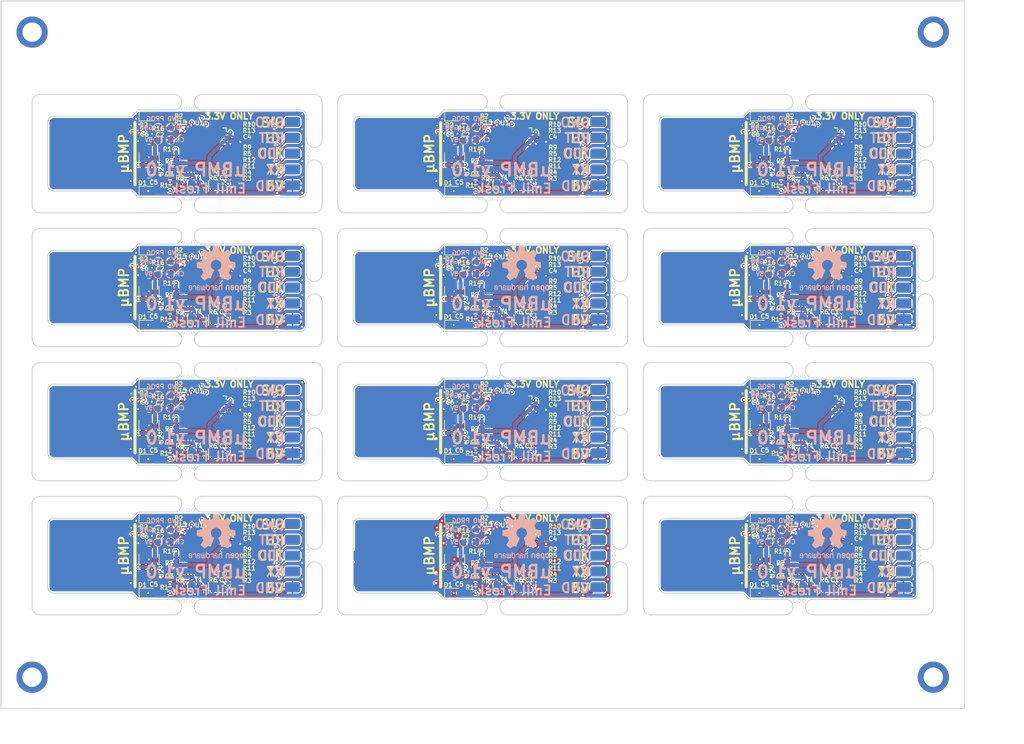
<source format=kicad_pcb>
(kicad_pcb (version 20171130) (host pcbnew no-vcs-found-a7cdd94~61~ubuntu16.04.1)
  (layers (0 F.Cu signal) (31 B.Cu signal) (34 B.Paste user) (35 F.Paste user) (36 B.SilkS user) (37 F.SilkS user) (38 B.Mask user) (39 F.Mask user) (44 Edge.Cuts user))
  (net 0 "")
  (module Capacitor_SMD:C_0402_1005Metric (layer F.Cu) (at 96 120.8 180)
    (fp_text reference C2 (at 1.5 0.3 180) (layer F.SilkS) (effects (font (size 0.7 0.7))))
    (fp_text value 100n)
    (pad 1 smd rect (at -0.3875 0 180) (size 0.575 0.65) (layers F.Cu F.Paste F.Mask))
    (pad 2 smd rect (at 0.3875 0 180) (size 0.575 0.65) (layers F.Cu F.Paste F.Mask))
  )
  (module Capacitor_SMD:C_0603_1608Metric (layer F.Cu) (at 92.75 121.5 180)
    (fp_text reference C6 (at 0.75 1.1 180) (layer F.SilkS) (effects (font (size 0.7 0.7))))
    (fp_text value 4.7u)
    (pad 2 smd rect (at 0.875 0 180) (size 0.67 1) (layers F.Cu F.Paste F.Mask))
    (pad 1 smd rect (at -0.875 0 180) (size 0.67 1) (layers F.Cu F.Paste F.Mask))
  )
  (module Diode_SMD:D_0603_1608Metric (layer F.Cu) (at 92.625 129.5)
    (fp_text reference D1 (at -0.925 -1.3) (layer F.SilkS) (effects (font (size 0.7 0.7))))
    (fp_text value YELLOW)
    (pad 2 smd rect (at 0.875 0) (size 0.67 1) (layers F.Cu F.Paste F.Mask))
    (pad 1 smd rect (at -0.875 0) (size 0.67 1) (layers F.Cu F.Paste F.Mask))
  )
  (module Resistor_SMD:R_0402_1005Metric (layer F.Cu) (at 107 122.5 180)
    (fp_text reference R9 (at -1.5 0 180) (layer F.SilkS) (effects (font (size 0.7 0.7))))
    (fp_text value 22)
    (pad 1 smd rect (at -0.3875 0 180) (size 0.575 0.65) (layers F.Cu F.Paste F.Mask))
    (pad 2 smd rect (at 0.3875 0 180) (size 0.575 0.65) (layers F.Cu F.Paste F.Mask))
  )
  (module Package_TO_SOT_SMD:SOT-23-5 (layer F.Cu) (at 92.75 124.2 90)
    (fp_text reference U2 (at -2.2 1.95 90) (layer F.SilkS) (effects (font (size 0.7 0.7))))
    (fp_text value MIC5245-3.3)
    (pad 5 smd rect (at 1.1 -0.95 90) (size 1.06 0.65) (layers F.Cu F.Paste F.Mask))
    (pad 4 smd rect (at 1.1 0.95 90) (size 1.06 0.65) (layers F.Cu F.Paste F.Mask))
    (pad 3 smd rect (at -1.1 0.95 90) (size 1.06 0.65) (layers F.Cu F.Paste F.Mask))
    (pad 2 smd rect (at -1.1 0 90) (size 1.06 0.65) (layers F.Cu F.Paste F.Mask))
    (pad 1 smd rect (at -1.1 -0.95 90) (size 1.06 0.65) (layers F.Cu F.Paste F.Mask))
  )
  (module Resistor_SMD:R_0402_1005Metric (layer F.Cu) (at 95.9875 117.5 180)
    (fp_text reference R2 (at -1.5125 0 180) (layer F.SilkS) (effects (font (size 0.7 0.7))))
    (fp_text value 100)
    (pad 2 smd rect (at 0.3875 0 180) (size 0.575 0.65) (layers F.Cu F.Paste F.Mask))
    (pad 1 smd rect (at -0.3875 0 180) (size 0.575 0.65) (layers F.Cu F.Paste F.Mask))
  )
  (module Capacitor_SMD:C_0402_1005Metric (layer F.Cu) (at 107 120.75)
    (fp_text reference C4 (at 1.5 0.05) (layer F.SilkS) (effects (font (size 0.7 0.7))))
    (fp_text value 100n)
    (pad 1 smd rect (at -0.3875 0) (size 0.575 0.65) (layers F.Cu F.Paste F.Mask))
    (pad 2 smd rect (at 0.3875 0) (size 0.575 0.65) (layers F.Cu F.Paste F.Mask))
  )
  (module ubmp:Resonator_3pin_3.2x1.3mm (layer F.Cu) (at 100.6 128.7)
    (fp_text reference Y1 (at 0.1 -1.4) (layer F.SilkS) (effects (font (size 0.7 0.7))))
    (fp_text value PRQC8.00CR1010V00L)
    (pad 1 smd oval (at -1.2 0) (size 0.4 1.9) (layers F.Cu F.Paste F.Mask))
    (pad 2 smd oval (at 0 0) (size 0.4 1.9) (layers F.Cu F.Paste F.Mask))
    (pad 3 smd oval (at 1.2 0) (size 0.4 1.9) (layers F.Cu F.Paste F.Mask))
  )
  (module Resistor_SMD:R_0402_1005Metric (layer F.Cu) (at 107 124.5)
    (fp_text reference R12 (at 1.8 0) (layer F.SilkS) (effects (font (size 0.7 0.7))))
    (fp_text value 100)
    (pad 1 smd rect (at -0.3875 0) (size 0.575 0.65) (layers F.Cu F.Paste F.Mask))
    (pad 2 smd rect (at 0.3875 0) (size 0.575 0.65) (layers F.Cu F.Paste F.Mask))
  )
  (module Capacitor_SMD:C_0402_1005Metric (layer F.Cu) (at 104.5 128.7 270)
    (fp_text reference C1 (at -1.3 -0.2) (layer F.SilkS) (effects (font (size 0.7 0.7))))
    (fp_text value 100n)
    (pad 1 smd rect (at -0.3875 0 270) (size 0.575 0.65) (layers F.Cu F.Paste F.Mask))
    (pad 2 smd rect (at 0.3875 0 270) (size 0.575 0.65) (layers F.Cu F.Paste F.Mask))
  )
  (module TestPoint:TestPoint_Pad_D1.0mm (layer B.Cu) (at 94.2 119.3 90)
    (fp_text reference TP3 hide)
    (fp_text value Test_Point)
    (pad 1 smd circle (at 0 0 90) (size 1 1) (layers B.Cu B.Mask))
  )
  (module Symbol:OSHW-Logo2_9.8x8mm_SilkScreen (layer B.Cu) (at 103.5 120.5 180)
    (fp_text reference REF** hide)
    (fp_text value OSHW-Logo2_9.8x8mm_SilkScreen hide)
  )
  (module Resistor_SMD:R_0402_1005Metric (layer F.Cu) (at 103 128.7 270)
    (fp_text reference R6 (at -1.3 0) (layer F.SilkS) (effects (font (size 0.7 0.7))))
    (fp_text value 1.5k)
    (pad 2 smd rect (at 0.3875 0 270) (size 0.575 0.65) (layers F.Cu F.Paste F.Mask))
    (pad 1 smd rect (at -0.3875 0 270) (size 0.575 0.65) (layers F.Cu F.Paste F.Mask))
  )
  (module Capacitor_SMD:C_0603_1608Metric (layer F.Cu) (at 92.75 126.9)
    (fp_text reference C5 (at 0.75 1.2) (layer F.SilkS) (effects (font (size 0.7 0.7))))
    (fp_text value 4.7u)
    (pad 1 smd rect (at -0.875 0) (size 0.67 1) (layers F.Cu F.Paste F.Mask))
    (pad 2 smd rect (at 0.875 0) (size 0.67 1) (layers F.Cu F.Paste F.Mask))
  )
  (module Resistor_SMD:R_0402_1005Metric (layer F.Cu) (at 107 125.5)
    (fp_text reference R11 (at 1.8 0) (layer F.SilkS) (effects (font (size 0.7 0.7))))
    (fp_text value 100)
    (pad 2 smd rect (at 0.3875 0) (size 0.575 0.65) (layers F.Cu F.Paste F.Mask))
    (pad 1 smd rect (at -0.3875 0) (size 0.575 0.65) (layers F.Cu F.Paste F.Mask))
  )
  (module TestPoint:TestPoint_Pad_D1.0mm (layer B.Cu) (at 96.2 119.3 90)
    (fp_text reference TP1 hide)
    (fp_text value Test_Point)
    (pad 1 smd circle (at 0 0 90) (size 1 1) (layers B.Cu B.Mask))
  )
  (module Resistor_SMD:R_0402_1005Metric (layer F.Cu) (at 107 119.75)
    (fp_text reference R13 (at 1.8 0.05) (layer F.SilkS) (effects (font (size 0.7 0.7))))
    (fp_text value 100)
    (pad 1 smd rect (at -0.3875 0) (size 0.575 0.65) (layers F.Cu F.Paste F.Mask))
    (pad 2 smd rect (at 0.3875 0) (size 0.575 0.65) (layers F.Cu F.Paste F.Mask))
  )
  (module Resistor_SMD:R_0402_1005Metric (layer F.Cu) (at 94.9875 129.5 180)
    (fp_text reference R1 (at -0.2125 0.9 180) (layer F.SilkS) (effects (font (size 0.7 0.7))))
    (fp_text value 100)
    (pad 2 smd rect (at 0.3875 0 180) (size 0.575 0.65) (layers F.Cu F.Paste F.Mask))
    (pad 1 smd rect (at -0.3875 0 180) (size 0.575 0.65) (layers F.Cu F.Paste F.Mask))
  )
  (module Resistor_SMD:R_0402_1005Metric (layer F.Cu) (at 97.7 128.7 270)
    (fp_text reference R8 (at -1.3 0 180) (layer F.SilkS) (effects (font (size 0.7 0.7))))
    (fp_text value 1.5k)
    (pad 1 smd rect (at -0.3875 0 270) (size 0.575 0.65) (layers F.Cu F.Paste F.Mask))
    (pad 2 smd rect (at 0.3875 0 270) (size 0.575 0.65) (layers F.Cu F.Paste F.Mask))
  )
  (module Resistor_SMD:R_0402_1005Metric (layer F.Cu) (at 96 121.8 180)
    (fp_text reference R14 (at 0 -1 180) (layer F.SilkS) (effects (font (size 0.7 0.7))))
    (fp_text value 1.5k)
    (pad 1 smd rect (at -0.3875 0 180) (size 0.575 0.65) (layers F.Cu F.Paste F.Mask))
    (pad 2 smd rect (at 0.3875 0 180) (size 0.575 0.65) (layers F.Cu F.Paste F.Mask))
  )
  (module Diode_SMD:D_0603_1608Metric (layer F.Cu) (at 92.625 117.5)
    (fp_text reference D2 (at -0.725 1.4) (layer F.SilkS) (effects (font (size 0.7 0.7))))
    (fp_text value GREEN)
    (pad 1 smd rect (at -0.875 0) (size 0.67 1) (layers F.Cu F.Paste F.Mask))
    (pad 2 smd rect (at 0.875 0) (size 0.67 1) (layers F.Cu F.Paste F.Mask))
  )
  (module Resistor_SMD:R_0402_1005Metric (layer F.Cu) (at 96 118.5)
    (fp_text reference R15 (at 1.8 0) (layer F.SilkS) (effects (font (size 0.7 0.7))))
    (fp_text value 22)
    (pad 1 smd rect (at -0.3875 0) (size 0.575 0.65) (layers F.Cu F.Paste F.Mask))
    (pad 2 smd rect (at 0.3875 0) (size 0.575 0.65) (layers F.Cu F.Paste F.Mask))
  )
  (module Resistor_SMD:R_0402_1005Metric (layer F.Cu) (at 107 118.75)
    (fp_text reference R10 (at 1.8 0.05) (layer F.SilkS) (effects (font (size 0.7 0.7))))
    (fp_text value 100)
    (pad 2 smd rect (at 0.3875 0) (size 0.575 0.65) (layers F.Cu F.Paste F.Mask))
    (pad 1 smd rect (at -0.3875 0) (size 0.575 0.65) (layers F.Cu F.Paste F.Mask))
  )
  (module Package_DFN_QFN:QFN-48-1EP_7x7mm_P0.5mm_EP5.15x5.15mm (layer F.Cu) (at 101.5 123 90)
    (fp_text reference U1 (at 4.4 -0.7 180) (layer F.SilkS) (effects (font (size 0.7 0.7))))
    (fp_text value STM32F103CBUx)
    (pad 49 smd rect (at 0 0 90) (size 5.15 5.15) (layers F.Cu F.Mask))
    (pad 48 smd rect (at -2.75 -3.4 180) (size 0.7 0.25) (layers F.Cu F.Paste F.Mask))
    (pad 47 smd rect (at -2.25 -3.4 180) (size 0.7 0.25) (layers F.Cu F.Paste F.Mask))
    (pad 46 smd rect (at -1.75 -3.4 180) (size 0.7 0.25) (layers F.Cu F.Paste F.Mask))
    (pad 45 smd rect (at -1.25 -3.4 180) (size 0.7 0.25) (layers F.Cu F.Paste F.Mask))
    (pad 44 smd rect (at -0.75 -3.4 180) (size 0.7 0.25) (layers F.Cu F.Paste F.Mask))
    (pad 43 smd rect (at -0.25 -3.4 180) (size 0.7 0.25) (layers F.Cu F.Paste F.Mask))
    (pad 42 smd rect (at 0.25 -3.4 180) (size 0.7 0.25) (layers F.Cu F.Paste F.Mask))
    (pad 41 smd rect (at 0.75 -3.4 180) (size 0.7 0.25) (layers F.Cu F.Paste F.Mask))
    (pad 40 smd rect (at 1.25 -3.4 180) (size 0.7 0.25) (layers F.Cu F.Paste F.Mask))
    (pad 39 smd rect (at 1.75 -3.4 180) (size 0.7 0.25) (layers F.Cu F.Paste F.Mask))
    (pad 38 smd rect (at 2.25 -3.4 180) (size 0.7 0.25) (layers F.Cu F.Paste F.Mask))
    (pad 37 smd rect (at 2.75 -3.4 180) (size 0.7 0.25) (layers F.Cu F.Paste F.Mask))
    (pad 36 smd rect (at 3.4 -2.75 90) (size 0.7 0.25) (layers F.Cu F.Paste F.Mask))
    (pad 35 smd rect (at 3.4 -2.25 90) (size 0.7 0.25) (layers F.Cu F.Paste F.Mask))
    (pad 34 smd rect (at 3.4 -1.75 90) (size 0.7 0.25) (layers F.Cu F.Paste F.Mask))
    (pad 33 smd rect (at 3.4 -1.25 90) (size 0.7 0.25) (layers F.Cu F.Paste F.Mask))
    (pad 32 smd rect (at 3.4 -0.75 90) (size 0.7 0.25) (layers F.Cu F.Paste F.Mask))
    (pad 31 smd rect (at 3.4 -0.25 90) (size 0.7 0.25) (layers F.Cu F.Paste F.Mask))
    (pad 30 smd rect (at 3.4 0.25 90) (size 0.7 0.25) (layers F.Cu F.Paste F.Mask))
    (pad 29 smd rect (at 3.4 0.75 90) (size 0.7 0.25) (layers F.Cu F.Paste F.Mask))
    (pad 28 smd rect (at 3.4 1.25 90) (size 0.7 0.25) (layers F.Cu F.Paste F.Mask))
    (pad 27 smd rect (at 3.4 1.75 90) (size 0.7 0.25) (layers F.Cu F.Paste F.Mask))
    (pad 26 smd rect (at 3.4 2.25 90) (size 0.7 0.25) (layers F.Cu F.Paste F.Mask))
    (pad 25 smd rect (at 3.4 2.75 90) (size 0.7 0.25) (layers F.Cu F.Paste F.Mask))
    (pad 24 smd rect (at 2.75 3.4 180) (size 0.7 0.25) (layers F.Cu F.Paste F.Mask))
    (pad 23 smd rect (at 2.25 3.4 180) (size 0.7 0.25) (layers F.Cu F.Paste F.Mask))
    (pad 22 smd rect (at 1.75 3.4 180) (size 0.7 0.25) (layers F.Cu F.Paste F.Mask))
    (pad 21 smd rect (at 1.25 3.4 180) (size 0.7 0.25) (layers F.Cu F.Paste F.Mask))
    (pad 20 smd rect (at 0.75 3.4 180) (size 0.7 0.25) (layers F.Cu F.Paste F.Mask))
    (pad 19 smd rect (at 0.25 3.4 180) (size 0.7 0.25) (layers F.Cu F.Paste F.Mask))
    (pad 18 smd rect (at -0.25 3.4 180) (size 0.7 0.25) (layers F.Cu F.Paste F.Mask))
    (pad 17 smd rect (at -0.75 3.4 180) (size 0.7 0.25) (layers F.Cu F.Paste F.Mask))
    (pad 16 smd rect (at -1.25 3.4 180) (size 0.7 0.25) (layers F.Cu F.Paste F.Mask))
    (pad 15 smd rect (at -1.75 3.4 180) (size 0.7 0.25) (layers F.Cu F.Paste F.Mask))
    (pad 14 smd rect (at -2.25 3.4 180) (size 0.7 0.25) (layers F.Cu F.Paste F.Mask))
    (pad 13 smd rect (at -2.75 3.4 180) (size 0.7 0.25) (layers F.Cu F.Paste F.Mask))
    (pad 12 smd rect (at -3.4 2.75 90) (size 0.7 0.25) (layers F.Cu F.Paste F.Mask))
    (pad 11 smd rect (at -3.4 2.25 90) (size 0.7 0.25) (layers F.Cu F.Paste F.Mask))
    (pad 10 smd rect (at -3.4 1.75 90) (size 0.7 0.25) (layers F.Cu F.Paste F.Mask))
    (pad 9 smd rect (at -3.4 1.25 90) (size 0.7 0.25) (layers F.Cu F.Paste F.Mask))
    (pad 8 smd rect (at -3.4 0.75 90) (size 0.7 0.25) (layers F.Cu F.Paste F.Mask))
    (pad 7 smd rect (at -3.4 0.25 90) (size 0.7 0.25) (layers F.Cu F.Paste F.Mask))
    (pad 6 smd rect (at -3.4 -0.25 90) (size 0.7 0.25) (layers F.Cu F.Paste F.Mask))
    (pad 5 smd rect (at -3.4 -0.75 90) (size 0.7 0.25) (layers F.Cu F.Paste F.Mask))
    (pad 4 smd rect (at -3.4 -1.25 90) (size 0.7 0.25) (layers F.Cu F.Paste F.Mask))
    (pad 3 smd rect (at -3.4 -1.75 90) (size 0.7 0.25) (layers F.Cu F.Paste F.Mask))
    (pad 2 smd rect (at -3.4 -2.25 90) (size 0.7 0.25) (layers F.Cu F.Paste F.Mask))
    (pad 1 smd rect (at -3.4 -2.75 90) (size 0.7 0.25) (layers F.Cu F.Paste F.Mask))
  )
  (module ubmp:2x5_2.54mm_side (layer F.Cu) (at 115.75 123.5 90)
    (fp_text reference J1 hide)
    (fp_text value Conn_02x05_Counter_Clockwise hide)
    (pad 9 smd roundrect (at -2.54 0 90) (size 1.6 2.5) (layers B.Cu B.Mask))
    (pad 7 smd roundrect (at 2.54 0 90) (size 1.6 2.5) (layers B.Cu B.Mask))
    (pad 8 smd roundrect (at 0 0 90) (size 1.6 2.5) (layers B.Cu B.Mask))
    (pad 3 smd roundrect (at 0 0 90) (size 1.6 2.5) (layers F.Cu F.Mask))
    (pad 5 smd roundrect (at 5.08 0 90) (size 1.6 2.5) (layers F.Cu F.Mask))
    (pad 1 smd roundrect (at -5.08 0 90) (size 1.6 2.5) (layers F.Cu F.Mask))
    (pad 4 smd roundrect (at 2.54 0 90) (size 1.6 2.5) (layers F.Cu F.Mask))
    (pad 2 smd roundrect (at -2.54 0 90) (size 1.6 2.5) (layers F.Cu F.Mask))
    (pad 6 smd roundrect (at 5.08 0 90) (size 1.6 2.5) (layers B.Cu B.Mask))
    (pad 10 smd roundrect (at -5.08 0 90) (size 1.6 2.5) (layers B.Cu B.Mask))
  )
  (module Resistor_SMD:R_0402_1005Metric (layer F.Cu) (at 107 127.5 180)
    (fp_text reference R3 (at -1.5 0 180) (layer F.SilkS) (effects (font (size 0.7 0.7))))
    (fp_text value 100)
    (pad 1 smd rect (at -0.3875 0 180) (size 0.575 0.65) (layers F.Cu F.Paste F.Mask))
    (pad 2 smd rect (at 0.3875 0 180) (size 0.575 0.65) (layers F.Cu F.Paste F.Mask))
  )
  (module Resistor_SMD:R_0402_1005Metric (layer F.Cu) (at 96 123.7 180)
    (fp_text reference R7 (at 0 -1 180) (layer F.SilkS) (effects (font (size 0.7 0.7))))
    (fp_text value 1.5k)
    (pad 1 smd rect (at -0.3875 0 180) (size 0.575 0.65) (layers F.Cu F.Paste F.Mask))
    (pad 2 smd rect (at 0.3875 0 180) (size 0.575 0.65) (layers F.Cu F.Paste F.Mask))
  )
  (module Capacitor_SMD:C_0402_1005Metric (layer F.Cu) (at 96.0125 125.75 180)
    (fp_text reference C3 (at 0.0125 -1.05 180) (layer F.SilkS) (effects (font (size 0.7 0.7))))
    (fp_text value 100n)
    (pad 2 smd rect (at 0.3875 0 180) (size 0.575 0.65) (layers F.Cu F.Paste F.Mask))
    (pad 1 smd rect (at -0.3875 0 180) (size 0.575 0.65) (layers F.Cu F.Paste F.Mask))
  )
  (module usbpcb:USBPCB (layer F.Cu) (at 83 123.5 90)
    (fp_text reference J2 hide)
    (fp_text value USB_A hide)
    (pad 1 smd roundrect (at -3.5 -0.5 90) (size 2 9) (layers F.Cu))
    (pad 4 smd roundrect (at 3.5 -0.5 90) (size 2 9) (layers F.Cu))
    (pad 2 smd roundrect (at -1.15 0 90) (size 2 8) (layers F.Cu))
    (pad 3 smd roundrect (at 1.15 0 90) (size 2 8) (layers F.Cu))
  )
  (module Resistor_SMD:R_0402_1005Metric (layer F.Cu) (at 107 123.5 180)
    (fp_text reference R5 (at -1.5 0 180) (layer F.SilkS) (effects (font (size 0.7 0.7))))
    (fp_text value 100)
    (pad 2 smd rect (at 0.3875 0 180) (size 0.575 0.65) (layers F.Cu F.Paste F.Mask))
    (pad 1 smd rect (at -0.3875 0 180) (size 0.575 0.65) (layers F.Cu F.Paste F.Mask))
  )
  (module Resistor_SMD:R_0402_1005Metric (layer F.Cu) (at 107 126.5 180)
    (fp_text reference R4 (at -1.5 0 180) (layer F.SilkS) (effects (font (size 0.7 0.7))))
    (fp_text value 100)
    (pad 2 smd rect (at 0.3875 0 180) (size 0.575 0.65) (layers F.Cu F.Paste F.Mask))
    (pad 1 smd rect (at -0.3875 0 180) (size 0.575 0.65) (layers F.Cu F.Paste F.Mask))
  )
  (module TestPoint:TestPoint_Pad_D1.0mm (layer B.Cu) (at 94.2 121.3 90)
    (fp_text reference TP4 hide)
    (fp_text value Test_Point)
    (pad 1 smd circle (at 0 0 90) (size 1 1) (layers B.Cu B.Mask))
  )
  (module TestPoint:TestPoint_Pad_D1.0mm (layer B.Cu) (at 96.2 121.3 90)
    (fp_text reference TP2 hide)
    (fp_text value Test_Point)
    (pad 1 smd circle (at 0 0 90) (size 1 1) (layers B.Cu B.Mask))
  )
  (module Resistor_SMD:R_0402_1005Metric (layer F.Cu) (at 96 119.5)
    (fp_text reference R16 (at -1.8 0) (layer F.SilkS) (effects (font (size 0.7 0.7))))
    (fp_text value 22)
    (pad 2 smd rect (at 0.3875 0) (size 0.575 0.65) (layers F.Cu F.Paste F.Mask))
    (pad 1 smd rect (at -0.3875 0) (size 0.575 0.65) (layers F.Cu F.Paste F.Mask))
  )
  (module Symbol:OSHW-Logo2_9.8x8mm_SilkScreen (layer B.Cu) (at 152.5 120.5 180)
    (fp_text reference REF** hide)
    (fp_text value OSHW-Logo2_9.8x8mm_SilkScreen hide)
  )
  (module Resistor_SMD:R_0402_1005Metric (layer F.Cu) (at 152 128.7 270)
    (fp_text reference R6 (at -1.3 0) (layer F.SilkS) (effects (font (size 0.7 0.7))))
    (fp_text value 1.5k)
    (pad 1 smd rect (at -0.3875 0 270) (size 0.575 0.65) (layers F.Cu F.Paste F.Mask))
    (pad 2 smd rect (at 0.3875 0 270) (size 0.575 0.65) (layers F.Cu F.Paste F.Mask))
  )
  (module Resistor_SMD:R_0402_1005Metric (layer F.Cu) (at 146.7 128.7 270)
    (fp_text reference R8 (at -1.3 0 180) (layer F.SilkS) (effects (font (size 0.7 0.7))))
    (fp_text value 1.5k)
    (pad 2 smd rect (at 0.3875 0 270) (size 0.575 0.65) (layers F.Cu F.Paste F.Mask))
    (pad 1 smd rect (at -0.3875 0 270) (size 0.575 0.65) (layers F.Cu F.Paste F.Mask))
  )
  (module Resistor_SMD:R_0402_1005Metric (layer F.Cu) (at 156 127.5 180)
    (fp_text reference R3 (at -1.5 0 180) (layer F.SilkS) (effects (font (size 0.7 0.7))))
    (fp_text value 100)
    (pad 2 smd rect (at 0.3875 0 180) (size 0.575 0.65) (layers F.Cu F.Paste F.Mask))
    (pad 1 smd rect (at -0.3875 0 180) (size 0.575 0.65) (layers F.Cu F.Paste F.Mask))
  )
  (module Capacitor_SMD:C_0603_1608Metric (layer F.Cu) (at 141.75 121.5 180)
    (fp_text reference C6 (at 0.75 1.1 180) (layer F.SilkS) (effects (font (size 0.7 0.7))))
    (fp_text value 4.7u)
    (pad 1 smd rect (at -0.875 0 180) (size 0.67 1) (layers F.Cu F.Paste F.Mask))
    (pad 2 smd rect (at 0.875 0 180) (size 0.67 1) (layers F.Cu F.Paste F.Mask))
  )
  (module Capacitor_SMD:C_0402_1005Metric (layer F.Cu) (at 145 120.8 180)
    (fp_text reference C2 (at 1.5 0.3 180) (layer F.SilkS) (effects (font (size 0.7 0.7))))
    (fp_text value 100n)
    (pad 2 smd rect (at 0.3875 0 180) (size 0.575 0.65) (layers F.Cu F.Paste F.Mask))
    (pad 1 smd rect (at -0.3875 0 180) (size 0.575 0.65) (layers F.Cu F.Paste F.Mask))
  )
  (module Resistor_SMD:R_0402_1005Metric (layer F.Cu) (at 156 124.5)
    (fp_text reference R12 (at 1.8 0) (layer F.SilkS) (effects (font (size 0.7 0.7))))
    (fp_text value 100)
    (pad 2 smd rect (at 0.3875 0) (size 0.575 0.65) (layers F.Cu F.Paste F.Mask))
    (pad 1 smd rect (at -0.3875 0) (size 0.575 0.65) (layers F.Cu F.Paste F.Mask))
  )
  (module Resistor_SMD:R_0402_1005Metric (layer F.Cu) (at 145 123.7 180)
    (fp_text reference R7 (at 0 -1 180) (layer F.SilkS) (effects (font (size 0.7 0.7))))
    (fp_text value 1.5k)
    (pad 2 smd rect (at 0.3875 0 180) (size 0.575 0.65) (layers F.Cu F.Paste F.Mask))
    (pad 1 smd rect (at -0.3875 0 180) (size 0.575 0.65) (layers F.Cu F.Paste F.Mask))
  )
  (module Resistor_SMD:R_0402_1005Metric (layer F.Cu) (at 145 118.5)
    (fp_text reference R15 (at 1.8 0) (layer F.SilkS) (effects (font (size 0.7 0.7))))
    (fp_text value 22)
    (pad 2 smd rect (at 0.3875 0) (size 0.575 0.65) (layers F.Cu F.Paste F.Mask))
    (pad 1 smd rect (at -0.3875 0) (size 0.575 0.65) (layers F.Cu F.Paste F.Mask))
  )
  (module Capacitor_SMD:C_0402_1005Metric (layer F.Cu) (at 145.0125 125.75 180)
    (fp_text reference C3 (at 0.0125 -1.05 180) (layer F.SilkS) (effects (font (size 0.7 0.7))))
    (fp_text value 100n)
    (pad 1 smd rect (at -0.3875 0 180) (size 0.575 0.65) (layers F.Cu F.Paste F.Mask))
    (pad 2 smd rect (at 0.3875 0 180) (size 0.575 0.65) (layers F.Cu F.Paste F.Mask))
  )
  (module Diode_SMD:D_0603_1608Metric (layer F.Cu) (at 141.625 129.5)
    (fp_text reference D1 (at -0.925 -1.3) (layer F.SilkS) (effects (font (size 0.7 0.7))))
    (fp_text value YELLOW)
    (pad 1 smd rect (at -0.875 0) (size 0.67 1) (layers F.Cu F.Paste F.Mask))
    (pad 2 smd rect (at 0.875 0) (size 0.67 1) (layers F.Cu F.Paste F.Mask))
  )
  (module Resistor_SMD:R_0402_1005Metric (layer F.Cu) (at 156 122.5 180)
    (fp_text reference R9 (at -1.5 0 180) (layer F.SilkS) (effects (font (size 0.7 0.7))))
    (fp_text value 22)
    (pad 2 smd rect (at 0.3875 0 180) (size 0.575 0.65) (layers F.Cu F.Paste F.Mask))
    (pad 1 smd rect (at -0.3875 0 180) (size 0.575 0.65) (layers F.Cu F.Paste F.Mask))
  )
  (module usbpcb:USBPCB (layer F.Cu) (at 132 123.5 90)
    (fp_text reference J2 hide)
    (fp_text value USB_A hide)
    (pad 3 smd roundrect (at 1.15 0 90) (size 2 8) (layers F.Cu))
    (pad 2 smd roundrect (at -1.15 0 90) (size 2 8) (layers F.Cu))
    (pad 4 smd roundrect (at 3.5 -0.5 90) (size 2 9) (layers F.Cu))
    (pad 1 smd roundrect (at -3.5 -0.5 90) (size 2 9) (layers F.Cu))
  )
  (module ubmp:2x5_2.54mm_side (layer F.Cu) (at 164.75 123.5 90)
    (fp_text reference J1 hide)
    (fp_text value Conn_02x05_Counter_Clockwise hide)
    (pad 10 smd roundrect (at -5.08 0 90) (size 1.6 2.5) (layers B.Cu B.Mask))
    (pad 6 smd roundrect (at 5.08 0 90) (size 1.6 2.5) (layers B.Cu B.Mask))
    (pad 2 smd roundrect (at -2.54 0 90) (size 1.6 2.5) (layers F.Cu F.Mask))
    (pad 4 smd roundrect (at 2.54 0 90) (size 1.6 2.5) (layers F.Cu F.Mask))
    (pad 1 smd roundrect (at -5.08 0 90) (size 1.6 2.5) (layers F.Cu F.Mask))
    (pad 5 smd roundrect (at 5.08 0 90) (size 1.6 2.5) (layers F.Cu F.Mask))
    (pad 3 smd roundrect (at 0 0 90) (size 1.6 2.5) (layers F.Cu F.Mask))
    (pad 8 smd roundrect (at 0 0 90) (size 1.6 2.5) (layers B.Cu B.Mask))
    (pad 7 smd roundrect (at 2.54 0 90) (size 1.6 2.5) (layers B.Cu B.Mask))
    (pad 9 smd roundrect (at -2.54 0 90) (size 1.6 2.5) (layers B.Cu B.Mask))
  )
  (module Package_TO_SOT_SMD:SOT-23-5 (layer F.Cu) (at 141.75 124.2 90)
    (fp_text reference U2 (at -2.2 1.95 90) (layer F.SilkS) (effects (font (size 0.7 0.7))))
    (fp_text value MIC5245-3.3)
    (pad 1 smd rect (at -1.1 -0.95 90) (size 1.06 0.65) (layers F.Cu F.Paste F.Mask))
    (pad 2 smd rect (at -1.1 0 90) (size 1.06 0.65) (layers F.Cu F.Paste F.Mask))
    (pad 3 smd rect (at -1.1 0.95 90) (size 1.06 0.65) (layers F.Cu F.Paste F.Mask))
    (pad 4 smd rect (at 1.1 0.95 90) (size 1.06 0.65) (layers F.Cu F.Paste F.Mask))
    (pad 5 smd rect (at 1.1 -0.95 90) (size 1.06 0.65) (layers F.Cu F.Paste F.Mask))
  )
  (module Resistor_SMD:R_0402_1005Metric (layer F.Cu) (at 143.9875 129.5 180)
    (fp_text reference R1 (at -0.2125 0.9 180) (layer F.SilkS) (effects (font (size 0.7 0.7))))
    (fp_text value 100)
    (pad 1 smd rect (at -0.3875 0 180) (size 0.575 0.65) (layers F.Cu F.Paste F.Mask))
    (pad 2 smd rect (at 0.3875 0 180) (size 0.575 0.65) (layers F.Cu F.Paste F.Mask))
  )
  (module Capacitor_SMD:C_0603_1608Metric (layer F.Cu) (at 141.75 126.9)
    (fp_text reference C5 (at 0.75 1.2) (layer F.SilkS) (effects (font (size 0.7 0.7))))
    (fp_text value 4.7u)
    (pad 2 smd rect (at 0.875 0) (size 0.67 1) (layers F.Cu F.Paste F.Mask))
    (pad 1 smd rect (at -0.875 0) (size 0.67 1) (layers F.Cu F.Paste F.Mask))
  )
  (module Resistor_SMD:R_0402_1005Metric (layer F.Cu) (at 156 125.5)
    (fp_text reference R11 (at 1.8 0) (layer F.SilkS) (effects (font (size 0.7 0.7))))
    (fp_text value 100)
    (pad 1 smd rect (at -0.3875 0) (size 0.575 0.65) (layers F.Cu F.Paste F.Mask))
    (pad 2 smd rect (at 0.3875 0) (size 0.575 0.65) (layers F.Cu F.Paste F.Mask))
  )
  (module Resistor_SMD:R_0402_1005Metric (layer F.Cu) (at 156 126.5 180)
    (fp_text reference R4 (at -1.5 0 180) (layer F.SilkS) (effects (font (size 0.7 0.7))))
    (fp_text value 100)
    (pad 1 smd rect (at -0.3875 0 180) (size 0.575 0.65) (layers F.Cu F.Paste F.Mask))
    (pad 2 smd rect (at 0.3875 0 180) (size 0.575 0.65) (layers F.Cu F.Paste F.Mask))
  )
  (module Resistor_SMD:R_0402_1005Metric (layer F.Cu) (at 156 123.5 180)
    (fp_text reference R5 (at -1.5 0 180) (layer F.SilkS) (effects (font (size 0.7 0.7))))
    (fp_text value 100)
    (pad 1 smd rect (at -0.3875 0 180) (size 0.575 0.65) (layers F.Cu F.Paste F.Mask))
    (pad 2 smd rect (at 0.3875 0 180) (size 0.575 0.65) (layers F.Cu F.Paste F.Mask))
  )
  (module Resistor_SMD:R_0402_1005Metric (layer F.Cu) (at 145 121.8 180)
    (fp_text reference R14 (at 0 -1 180) (layer F.SilkS) (effects (font (size 0.7 0.7))))
    (fp_text value 1.5k)
    (pad 2 smd rect (at 0.3875 0 180) (size 0.575 0.65) (layers F.Cu F.Paste F.Mask))
    (pad 1 smd rect (at -0.3875 0 180) (size 0.575 0.65) (layers F.Cu F.Paste F.Mask))
  )
  (module Diode_SMD:D_0603_1608Metric (layer F.Cu) (at 141.625 117.5)
    (fp_text reference D2 (at -0.725 1.4) (layer F.SilkS) (effects (font (size 0.7 0.7))))
    (fp_text value GREEN)
    (pad 2 smd rect (at 0.875 0) (size 0.67 1) (layers F.Cu F.Paste F.Mask))
    (pad 1 smd rect (at -0.875 0) (size 0.67 1) (layers F.Cu F.Paste F.Mask))
  )
  (module Resistor_SMD:R_0402_1005Metric (layer F.Cu) (at 144.9875 117.5 180)
    (fp_text reference R2 (at -1.5125 0 180) (layer F.SilkS) (effects (font (size 0.7 0.7))))
    (fp_text value 100)
    (pad 1 smd rect (at -0.3875 0 180) (size 0.575 0.65) (layers F.Cu F.Paste F.Mask))
    (pad 2 smd rect (at 0.3875 0 180) (size 0.575 0.65) (layers F.Cu F.Paste F.Mask))
  )
  (module Package_DFN_QFN:QFN-48-1EP_7x7mm_P0.5mm_EP5.15x5.15mm (layer F.Cu) (at 150.5 123 90)
    (fp_text reference U1 (at 4.4 -0.7 180) (layer F.SilkS) (effects (font (size 0.7 0.7))))
    (fp_text value STM32F103CBUx)
    (pad 1 smd rect (at -3.4 -2.75 90) (size 0.7 0.25) (layers F.Cu F.Paste F.Mask))
    (pad 2 smd rect (at -3.4 -2.25 90) (size 0.7 0.25) (layers F.Cu F.Paste F.Mask))
    (pad 3 smd rect (at -3.4 -1.75 90) (size 0.7 0.25) (layers F.Cu F.Paste F.Mask))
    (pad 4 smd rect (at -3.4 -1.25 90) (size 0.7 0.25) (layers F.Cu F.Paste F.Mask))
    (pad 5 smd rect (at -3.4 -0.75 90) (size 0.7 0.25) (layers F.Cu F.Paste F.Mask))
    (pad 6 smd rect (at -3.4 -0.25 90) (size 0.7 0.25) (layers F.Cu F.Paste F.Mask))
    (pad 7 smd rect (at -3.4 0.25 90) (size 0.7 0.25) (layers F.Cu F.Paste F.Mask))
    (pad 8 smd rect (at -3.4 0.75 90) (size 0.7 0.25) (layers F.Cu F.Paste F.Mask))
    (pad 9 smd rect (at -3.4 1.25 90) (size 0.7 0.25) (layers F.Cu F.Paste F.Mask))
    (pad 10 smd rect (at -3.4 1.75 90) (size 0.7 0.25) (layers F.Cu F.Paste F.Mask))
    (pad 11 smd rect (at -3.4 2.25 90) (size 0.7 0.25) (layers F.Cu F.Paste F.Mask))
    (pad 12 smd rect (at -3.4 2.75 90) (size 0.7 0.25) (layers F.Cu F.Paste F.Mask))
    (pad 13 smd rect (at -2.75 3.4 180) (size 0.7 0.25) (layers F.Cu F.Paste F.Mask))
    (pad 14 smd rect (at -2.25 3.4 180) (size 0.7 0.25) (layers F.Cu F.Paste F.Mask))
    (pad 15 smd rect (at -1.75 3.4 180) (size 0.7 0.25) (layers F.Cu F.Paste F.Mask))
    (pad 16 smd rect (at -1.25 3.4 180) (size 0.7 0.25) (layers F.Cu F.Paste F.Mask))
    (pad 17 smd rect (at -0.75 3.4 180) (size 0.7 0.25) (layers F.Cu F.Paste F.Mask))
    (pad 18 smd rect (at -0.25 3.4 180) (size 0.7 0.25) (layers F.Cu F.Paste F.Mask))
    (pad 19 smd rect (at 0.25 3.4 180) (size 0.7 0.25) (layers F.Cu F.Paste F.Mask))
    (pad 20 smd rect (at 0.75 3.4 180) (size 0.7 0.25) (layers F.Cu F.Paste F.Mask))
    (pad 21 smd rect (at 1.25 3.4 180) (size 0.7 0.25) (layers F.Cu F.Paste F.Mask))
    (pad 22 smd rect (at 1.75 3.4 180) (size 0.7 0.25) (layers F.Cu F.Paste F.Mask))
    (pad 23 smd rect (at 2.25 3.4 180) (size 0.7 0.25) (layers F.Cu F.Paste F.Mask))
    (pad 24 smd rect (at 2.75 3.4 180) (size 0.7 0.25) (layers F.Cu F.Paste F.Mask))
    (pad 25 smd rect (at 3.4 2.75 90) (size 0.7 0.25) (layers F.Cu F.Paste F.Mask))
    (pad 26 smd rect (at 3.4 2.25 90) (size 0.7 0.25) (layers F.Cu F.Paste F.Mask))
    (pad 27 smd rect (at 3.4 1.75 90) (size 0.7 0.25) (layers F.Cu F.Paste F.Mask))
    (pad 28 smd rect (at 3.4 1.25 90) (size 0.7 0.25) (layers F.Cu F.Paste F.Mask))
    (pad 29 smd rect (at 3.4 0.75 90) (size 0.7 0.25) (layers F.Cu F.Paste F.Mask))
    (pad 30 smd rect (at 3.4 0.25 90) (size 0.7 0.25) (layers F.Cu F.Paste F.Mask))
    (pad 31 smd rect (at 3.4 -0.25 90) (size 0.7 0.25) (layers F.Cu F.Paste F.Mask))
    (pad 32 smd rect (at 3.4 -0.75 90) (size 0.7 0.25) (layers F.Cu F.Paste F.Mask))
    (pad 33 smd rect (at 3.4 -1.25 90) (size 0.7 0.25) (layers F.Cu F.Paste F.Mask))
    (pad 34 smd rect (at 3.4 -1.75 90) (size 0.7 0.25) (layers F.Cu F.Paste F.Mask))
    (pad 35 smd rect (at 3.4 -2.25 90) (size 0.7 0.25) (layers F.Cu F.Paste F.Mask))
    (pad 36 smd rect (at 3.4 -2.75 90) (size 0.7 0.25) (layers F.Cu F.Paste F.Mask))
    (pad 37 smd rect (at 2.75 -3.4 180) (size 0.7 0.25) (layers F.Cu F.Paste F.Mask))
    (pad 38 smd rect (at 2.25 -3.4 180) (size 0.7 0.25) (layers F.Cu F.Paste F.Mask))
    (pad 39 smd rect (at 1.75 -3.4 180) (size 0.7 0.25) (layers F.Cu F.Paste F.Mask))
    (pad 40 smd rect (at 1.25 -3.4 180) (size 0.7 0.25) (layers F.Cu F.Paste F.Mask))
    (pad 41 smd rect (at 0.75 -3.4 180) (size 0.7 0.25) (layers F.Cu F.Paste F.Mask))
    (pad 42 smd rect (at 0.25 -3.4 180) (size 0.7 0.25) (layers F.Cu F.Paste F.Mask))
    (pad 43 smd rect (at -0.25 -3.4 180) (size 0.7 0.25) (layers F.Cu F.Paste F.Mask))
    (pad 44 smd rect (at -0.75 -3.4 180) (size 0.7 0.25) (layers F.Cu F.Paste F.Mask))
    (pad 45 smd rect (at -1.25 -3.4 180) (size 0.7 0.25) (layers F.Cu F.Paste F.Mask))
    (pad 46 smd rect (at -1.75 -3.4 180) (size 0.7 0.25) (layers F.Cu F.Paste F.Mask))
    (pad 47 smd rect (at -2.25 -3.4 180) (size 0.7 0.25) (layers F.Cu F.Paste F.Mask))
    (pad 48 smd rect (at -2.75 -3.4 180) (size 0.7 0.25) (layers F.Cu F.Paste F.Mask))
    (pad 49 smd rect (at 0 0 90) (size 5.15 5.15) (layers F.Cu F.Mask))
  )
  (module Resistor_SMD:R_0402_1005Metric (layer F.Cu) (at 156 118.75)
    (fp_text reference R10 (at 1.8 0.05) (layer F.SilkS) (effects (font (size 0.7 0.7))))
    (fp_text value 100)
    (pad 1 smd rect (at -0.3875 0) (size 0.575 0.65) (layers F.Cu F.Paste F.Mask))
    (pad 2 smd rect (at 0.3875 0) (size 0.575 0.65) (layers F.Cu F.Paste F.Mask))
  )
  (module TestPoint:TestPoint_Pad_D1.0mm (layer B.Cu) (at 145.2 119.3 90)
    (fp_text reference TP1 hide)
    (fp_text value Test_Point)
    (pad 1 smd circle (at 0 0 90) (size 1 1) (layers B.Cu B.Mask))
  )
  (module Resistor_SMD:R_0402_1005Metric (layer F.Cu) (at 156 119.75)
    (fp_text reference R13 (at 1.8 0.05) (layer F.SilkS) (effects (font (size 0.7 0.7))))
    (fp_text value 100)
    (pad 2 smd rect (at 0.3875 0) (size 0.575 0.65) (layers F.Cu F.Paste F.Mask))
    (pad 1 smd rect (at -0.3875 0) (size 0.575 0.65) (layers F.Cu F.Paste F.Mask))
  )
  (module Capacitor_SMD:C_0402_1005Metric (layer F.Cu) (at 153.5 128.7 270)
    (fp_text reference C1 (at -1.3 -0.2) (layer F.SilkS) (effects (font (size 0.7 0.7))))
    (fp_text value 100n)
    (pad 2 smd rect (at 0.3875 0 270) (size 0.575 0.65) (layers F.Cu F.Paste F.Mask))
    (pad 1 smd rect (at -0.3875 0 270) (size 0.575 0.65) (layers F.Cu F.Paste F.Mask))
  )
  (module TestPoint:TestPoint_Pad_D1.0mm (layer B.Cu) (at 143.2 119.3 90)
    (fp_text reference TP3 hide)
    (fp_text value Test_Point)
    (pad 1 smd circle (at 0 0 90) (size 1 1) (layers B.Cu B.Mask))
  )
  (module TestPoint:TestPoint_Pad_D1.0mm (layer B.Cu) (at 143.2 121.3 90)
    (fp_text reference TP4 hide)
    (fp_text value Test_Point)
    (pad 1 smd circle (at 0 0 90) (size 1 1) (layers B.Cu B.Mask))
  )
  (module TestPoint:TestPoint_Pad_D1.0mm (layer B.Cu) (at 145.2 121.3 90)
    (fp_text reference TP2 hide)
    (fp_text value Test_Point)
    (pad 1 smd circle (at 0 0 90) (size 1 1) (layers B.Cu B.Mask))
  )
  (module Resistor_SMD:R_0402_1005Metric (layer F.Cu) (at 145 119.5)
    (fp_text reference R16 (at -1.8 0) (layer F.SilkS) (effects (font (size 0.7 0.7))))
    (fp_text value 22)
    (pad 1 smd rect (at -0.3875 0) (size 0.575 0.65) (layers F.Cu F.Paste F.Mask))
    (pad 2 smd rect (at 0.3875 0) (size 0.575 0.65) (layers F.Cu F.Paste F.Mask))
  )
  (module ubmp:Resonator_3pin_3.2x1.3mm (layer F.Cu) (at 149.6 128.7)
    (fp_text reference Y1 (at 0.1 -1.4) (layer F.SilkS) (effects (font (size 0.7 0.7))))
    (fp_text value PRQC8.00CR1010V00L)
    (pad 3 smd oval (at 1.2 0) (size 0.4 1.9) (layers F.Cu F.Paste F.Mask))
    (pad 2 smd oval (at 0 0) (size 0.4 1.9) (layers F.Cu F.Paste F.Mask))
    (pad 1 smd oval (at -1.2 0) (size 0.4 1.9) (layers F.Cu F.Paste F.Mask))
  )
  (module Capacitor_SMD:C_0402_1005Metric (layer F.Cu) (at 156 120.75)
    (fp_text reference C4 (at 1.5 0.05) (layer F.SilkS) (effects (font (size 0.7 0.7))))
    (fp_text value 100n)
    (pad 2 smd rect (at 0.3875 0) (size 0.575 0.65) (layers F.Cu F.Paste F.Mask))
    (pad 1 smd rect (at -0.3875 0) (size 0.575 0.65) (layers F.Cu F.Paste F.Mask))
  )
  (module ubmp:2x5_2.54mm_side (layer F.Cu) (at 213.75 123.5 90)
    (fp_text reference J1 hide)
    (fp_text value Conn_02x05_Counter_Clockwise hide)
    (pad 10 smd roundrect (at -5.08 0 90) (size 1.6 2.5) (layers B.Cu B.Mask))
    (pad 6 smd roundrect (at 5.08 0 90) (size 1.6 2.5) (layers B.Cu B.Mask))
    (pad 2 smd roundrect (at -2.54 0 90) (size 1.6 2.5) (layers F.Cu F.Mask))
    (pad 4 smd roundrect (at 2.54 0 90) (size 1.6 2.5) (layers F.Cu F.Mask))
    (pad 1 smd roundrect (at -5.08 0 90) (size 1.6 2.5) (layers F.Cu F.Mask))
    (pad 5 smd roundrect (at 5.08 0 90) (size 1.6 2.5) (layers F.Cu F.Mask))
    (pad 3 smd roundrect (at 0 0 90) (size 1.6 2.5) (layers F.Cu F.Mask))
    (pad 8 smd roundrect (at 0 0 90) (size 1.6 2.5) (layers B.Cu B.Mask))
    (pad 7 smd roundrect (at 2.54 0 90) (size 1.6 2.5) (layers B.Cu B.Mask))
    (pad 9 smd roundrect (at -2.54 0 90) (size 1.6 2.5) (layers B.Cu B.Mask))
  )
  (module Resistor_SMD:R_0402_1005Metric (layer F.Cu) (at 205 127.5 180)
    (fp_text reference R3 (at -1.5 0 180) (layer F.SilkS) (effects (font (size 0.7 0.7))))
    (fp_text value 100)
    (pad 2 smd rect (at 0.3875 0 180) (size 0.575 0.65) (layers F.Cu F.Paste F.Mask))
    (pad 1 smd rect (at -0.3875 0 180) (size 0.575 0.65) (layers F.Cu F.Paste F.Mask))
  )
  (module Resistor_SMD:R_0402_1005Metric (layer F.Cu) (at 194 123.7 180)
    (fp_text reference R7 (at 0 -1 180) (layer F.SilkS) (effects (font (size 0.7 0.7))))
    (fp_text value 1.5k)
    (pad 2 smd rect (at 0.3875 0 180) (size 0.575 0.65) (layers F.Cu F.Paste F.Mask))
    (pad 1 smd rect (at -0.3875 0 180) (size 0.575 0.65) (layers F.Cu F.Paste F.Mask))
  )
  (module Capacitor_SMD:C_0402_1005Metric (layer F.Cu) (at 194.0125 125.75 180)
    (fp_text reference C3 (at 0.0125 -1.05 180) (layer F.SilkS) (effects (font (size 0.7 0.7))))
    (fp_text value 100n)
    (pad 1 smd rect (at -0.3875 0 180) (size 0.575 0.65) (layers F.Cu F.Paste F.Mask))
    (pad 2 smd rect (at 0.3875 0 180) (size 0.575 0.65) (layers F.Cu F.Paste F.Mask))
  )
  (module usbpcb:USBPCB (layer F.Cu) (at 181 123.5 90)
    (fp_text reference J2 hide)
    (fp_text value USB_A hide)
    (pad 3 smd roundrect (at 1.15 0 90) (size 2 8) (layers F.Cu))
    (pad 2 smd roundrect (at -1.15 0 90) (size 2 8) (layers F.Cu))
    (pad 4 smd roundrect (at 3.5 -0.5 90) (size 2 9) (layers F.Cu))
    (pad 1 smd roundrect (at -3.5 -0.5 90) (size 2 9) (layers F.Cu))
  )
  (module Resistor_SMD:R_0402_1005Metric (layer F.Cu) (at 205 123.5 180)
    (fp_text reference R5 (at -1.5 0 180) (layer F.SilkS) (effects (font (size 0.7 0.7))))
    (fp_text value 100)
    (pad 1 smd rect (at -0.3875 0 180) (size 0.575 0.65) (layers F.Cu F.Paste F.Mask))
    (pad 2 smd rect (at 0.3875 0 180) (size 0.575 0.65) (layers F.Cu F.Paste F.Mask))
  )
  (module Package_TO_SOT_SMD:SOT-23-5 (layer F.Cu) (at 190.75 124.2 90)
    (fp_text reference U2 (at -2.2 1.95 90) (layer F.SilkS) (effects (font (size 0.7 0.7))))
    (fp_text value MIC5245-3.3)
    (pad 1 smd rect (at -1.1 -0.95 90) (size 1.06 0.65) (layers F.Cu F.Paste F.Mask))
    (pad 2 smd rect (at -1.1 0 90) (size 1.06 0.65) (layers F.Cu F.Paste F.Mask))
    (pad 3 smd rect (at -1.1 0.95 90) (size 1.06 0.65) (layers F.Cu F.Paste F.Mask))
    (pad 4 smd rect (at 1.1 0.95 90) (size 1.06 0.65) (layers F.Cu F.Paste F.Mask))
    (pad 5 smd rect (at 1.1 -0.95 90) (size 1.06 0.65) (layers F.Cu F.Paste F.Mask))
  )
  (module Resistor_SMD:R_0402_1005Metric (layer F.Cu) (at 193.9875 117.5 180)
    (fp_text reference R2 (at -1.5125 0 180) (layer F.SilkS) (effects (font (size 0.7 0.7))))
    (fp_text value 100)
    (pad 1 smd rect (at -0.3875 0 180) (size 0.575 0.65) (layers F.Cu F.Paste F.Mask))
    (pad 2 smd rect (at 0.3875 0 180) (size 0.575 0.65) (layers F.Cu F.Paste F.Mask))
  )
  (module Capacitor_SMD:C_0402_1005Metric (layer F.Cu) (at 205 120.75)
    (fp_text reference C4 (at 1.5 0.05) (layer F.SilkS) (effects (font (size 0.7 0.7))))
    (fp_text value 100n)
    (pad 2 smd rect (at 0.3875 0) (size 0.575 0.65) (layers F.Cu F.Paste F.Mask))
    (pad 1 smd rect (at -0.3875 0) (size 0.575 0.65) (layers F.Cu F.Paste F.Mask))
  )
  (module ubmp:Resonator_3pin_3.2x1.3mm (layer F.Cu) (at 198.6 128.7)
    (fp_text reference Y1 (at 0.1 -1.4) (layer F.SilkS) (effects (font (size 0.7 0.7))))
    (fp_text value PRQC8.00CR1010V00L)
    (pad 3 smd oval (at 1.2 0) (size 0.4 1.9) (layers F.Cu F.Paste F.Mask))
    (pad 2 smd oval (at 0 0) (size 0.4 1.9) (layers F.Cu F.Paste F.Mask))
    (pad 1 smd oval (at -1.2 0) (size 0.4 1.9) (layers F.Cu F.Paste F.Mask))
  )
  (module Resistor_SMD:R_0402_1005Metric (layer F.Cu) (at 205 124.5)
    (fp_text reference R12 (at 1.8 0) (layer F.SilkS) (effects (font (size 0.7 0.7))))
    (fp_text value 100)
    (pad 2 smd rect (at 0.3875 0) (size 0.575 0.65) (layers F.Cu F.Paste F.Mask))
    (pad 1 smd rect (at -0.3875 0) (size 0.575 0.65) (layers F.Cu F.Paste F.Mask))
  )
  (module Capacitor_SMD:C_0402_1005Metric (layer F.Cu) (at 202.5 128.7 270)
    (fp_text reference C1 (at -1.3 -0.2) (layer F.SilkS) (effects (font (size 0.7 0.7))))
    (fp_text value 100n)
    (pad 2 smd rect (at 0.3875 0 270) (size 0.575 0.65) (layers F.Cu F.Paste F.Mask))
    (pad 1 smd rect (at -0.3875 0 270) (size 0.575 0.65) (layers F.Cu F.Paste F.Mask))
  )
  (module TestPoint:TestPoint_Pad_D1.0mm (layer B.Cu) (at 192.2 119.3 90)
    (fp_text reference TP3 hide)
    (fp_text value Test_Point)
    (pad 1 smd circle (at 0 0 90) (size 1 1) (layers B.Cu B.Mask))
  )
  (module Resistor_SMD:R_0402_1005Metric (layer F.Cu) (at 194 121.8 180)
    (fp_text reference R14 (at 0 -1 180) (layer F.SilkS) (effects (font (size 0.7 0.7))))
    (fp_text value 1.5k)
    (pad 2 smd rect (at 0.3875 0 180) (size 0.575 0.65) (layers F.Cu F.Paste F.Mask))
    (pad 1 smd rect (at -0.3875 0 180) (size 0.575 0.65) (layers F.Cu F.Paste F.Mask))
  )
  (module Diode_SMD:D_0603_1608Metric (layer F.Cu) (at 190.625 117.5)
    (fp_text reference D2 (at -0.725 1.4) (layer F.SilkS) (effects (font (size 0.7 0.7))))
    (fp_text value GREEN)
    (pad 2 smd rect (at 0.875 0) (size 0.67 1) (layers F.Cu F.Paste F.Mask))
    (pad 1 smd rect (at -0.875 0) (size 0.67 1) (layers F.Cu F.Paste F.Mask))
  )
  (module Resistor_SMD:R_0402_1005Metric (layer F.Cu) (at 194 118.5)
    (fp_text reference R15 (at 1.8 0) (layer F.SilkS) (effects (font (size 0.7 0.7))))
    (fp_text value 22)
    (pad 2 smd rect (at 0.3875 0) (size 0.575 0.65) (layers F.Cu F.Paste F.Mask))
    (pad 1 smd rect (at -0.3875 0) (size 0.575 0.65) (layers F.Cu F.Paste F.Mask))
  )
  (module Resistor_SMD:R_0402_1005Metric (layer F.Cu) (at 205 118.75)
    (fp_text reference R10 (at 1.8 0.05) (layer F.SilkS) (effects (font (size 0.7 0.7))))
    (fp_text value 100)
    (pad 1 smd rect (at -0.3875 0) (size 0.575 0.65) (layers F.Cu F.Paste F.Mask))
    (pad 2 smd rect (at 0.3875 0) (size 0.575 0.65) (layers F.Cu F.Paste F.Mask))
  )
  (module Package_DFN_QFN:QFN-48-1EP_7x7mm_P0.5mm_EP5.15x5.15mm (layer F.Cu) (at 199.5 123 90)
    (fp_text reference U1 (at 4.4 -0.7 180) (layer F.SilkS) (effects (font (size 0.7 0.7))))
    (fp_text value STM32F103CBUx)
    (pad 1 smd rect (at -3.4 -2.75 90) (size 0.7 0.25) (layers F.Cu F.Paste F.Mask))
    (pad 2 smd rect (at -3.4 -2.25 90) (size 0.7 0.25) (layers F.Cu F.Paste F.Mask))
    (pad 3 smd rect (at -3.4 -1.75 90) (size 0.7 0.25) (layers F.Cu F.Paste F.Mask))
    (pad 4 smd rect (at -3.4 -1.25 90) (size 0.7 0.25) (layers F.Cu F.Paste F.Mask))
    (pad 5 smd rect (at -3.4 -0.75 90) (size 0.7 0.25) (layers F.Cu F.Paste F.Mask))
    (pad 6 smd rect (at -3.4 -0.25 90) (size 0.7 0.25) (layers F.Cu F.Paste F.Mask))
    (pad 7 smd rect (at -3.4 0.25 90) (size 0.7 0.25) (layers F.Cu F.Paste F.Mask))
    (pad 8 smd rect (at -3.4 0.75 90) (size 0.7 0.25) (layers F.Cu F.Paste F.Mask))
    (pad 9 smd rect (at -3.4 1.25 90) (size 0.7 0.25) (layers F.Cu F.Paste F.Mask))
    (pad 10 smd rect (at -3.4 1.75 90) (size 0.7 0.25) (layers F.Cu F.Paste F.Mask))
    (pad 11 smd rect (at -3.4 2.25 90) (size 0.7 0.25) (layers F.Cu F.Paste F.Mask))
    (pad 12 smd rect (at -3.4 2.75 90) (size 0.7 0.25) (layers F.Cu F.Paste F.Mask))
    (pad 13 smd rect (at -2.75 3.4 180) (size 0.7 0.25) (layers F.Cu F.Paste F.Mask))
    (pad 14 smd rect (at -2.25 3.4 180) (size 0.7 0.25) (layers F.Cu F.Paste F.Mask))
    (pad 15 smd rect (at -1.75 3.4 180) (size 0.7 0.25) (layers F.Cu F.Paste F.Mask))
    (pad 16 smd rect (at -1.25 3.4 180) (size 0.7 0.25) (layers F.Cu F.Paste F.Mask))
    (pad 17 smd rect (at -0.75 3.4 180) (size 0.7 0.25) (layers F.Cu F.Paste F.Mask))
    (pad 18 smd rect (at -0.25 3.4 180) (size 0.7 0.25) (layers F.Cu F.Paste F.Mask))
    (pad 19 smd rect (at 0.25 3.4 180) (size 0.7 0.25) (layers F.Cu F.Paste F.Mask))
    (pad 20 smd rect (at 0.75 3.4 180) (size 0.7 0.25) (layers F.Cu F.Paste F.Mask))
    (pad 21 smd rect (at 1.25 3.4 180) (size 0.7 0.25) (layers F.Cu F.Paste F.Mask))
    (pad 22 smd rect (at 1.75 3.4 180) (size 0.7 0.25) (layers F.Cu F.Paste F.Mask))
    (pad 23 smd rect (at 2.25 3.4 180) (size 0.7 0.25) (layers F.Cu F.Paste F.Mask))
    (pad 24 smd rect (at 2.75 3.4 180) (size 0.7 0.25) (layers F.Cu F.Paste F.Mask))
    (pad 25 smd rect (at 3.4 2.75 90) (size 0.7 0.25) (layers F.Cu F.Paste F.Mask))
    (pad 26 smd rect (at 3.4 2.25 90) (size 0.7 0.25) (layers F.Cu F.Paste F.Mask))
    (pad 27 smd rect (at 3.4 1.75 90) (size 0.7 0.25) (layers F.Cu F.Paste F.Mask))
    (pad 28 smd rect (at 3.4 1.25 90) (size 0.7 0.25) (layers F.Cu F.Paste F.Mask))
    (pad 29 smd rect (at 3.4 0.75 90) (size 0.7 0.25) (layers F.Cu F.Paste F.Mask))
    (pad 30 smd rect (at 3.4 0.25 90) (size 0.7 0.25) (layers F.Cu F.Paste F.Mask))
    (pad 31 smd rect (at 3.4 -0.25 90) (size 0.7 0.25) (layers F.Cu F.Paste F.Mask))
    (pad 32 smd rect (at 3.4 -0.75 90) (size 0.7 0.25) (layers F.Cu F.Paste F.Mask))
    (pad 33 smd rect (at 3.4 -1.25 90) (size 0.7 0.25) (layers F.Cu F.Paste F.Mask))
    (pad 34 smd rect (at 3.4 -1.75 90) (size 0.7 0.25) (layers F.Cu F.Paste F.Mask))
    (pad 35 smd rect (at 3.4 -2.25 90) (size 0.7 0.25) (layers F.Cu F.Paste F.Mask))
    (pad 36 smd rect (at 3.4 -2.75 90) (size 0.7 0.25) (layers F.Cu F.Paste F.Mask))
    (pad 37 smd rect (at 2.75 -3.4 180) (size 0.7 0.25) (layers F.Cu F.Paste F.Mask))
    (pad 38 smd rect (at 2.25 -3.4 180) (size 0.7 0.25) (layers F.Cu F.Paste F.Mask))
    (pad 39 smd rect (at 1.75 -3.4 180) (size 0.7 0.25) (layers F.Cu F.Paste F.Mask))
    (pad 40 smd rect (at 1.25 -3.4 180) (size 0.7 0.25) (layers F.Cu F.Paste F.Mask))
    (pad 41 smd rect (at 0.75 -3.4 180) (size 0.7 0.25) (layers F.Cu F.Paste F.Mask))
    (pad 42 smd rect (at 0.25 -3.4 180) (size 0.7 0.25) (layers F.Cu F.Paste F.Mask))
    (pad 43 smd rect (at -0.25 -3.4 180) (size 0.7 0.25) (layers F.Cu F.Paste F.Mask))
    (pad 44 smd rect (at -0.75 -3.4 180) (size 0.7 0.25) (layers F.Cu F.Paste F.Mask))
    (pad 45 smd rect (at -1.25 -3.4 180) (size 0.7 0.25) (layers F.Cu F.Paste F.Mask))
    (pad 46 smd rect (at -1.75 -3.4 180) (size 0.7 0.25) (layers F.Cu F.Paste F.Mask))
    (pad 47 smd rect (at -2.25 -3.4 180) (size 0.7 0.25) (layers F.Cu F.Paste F.Mask))
    (pad 48 smd rect (at -2.75 -3.4 180) (size 0.7 0.25) (layers F.Cu F.Paste F.Mask))
    (pad 49 smd rect (at 0 0 90) (size 5.15 5.15) (layers F.Cu F.Mask))
  )
  (module Resistor_SMD:R_0402_1005Metric (layer F.Cu) (at 205 126.5 180)
    (fp_text reference R4 (at -1.5 0 180) (layer F.SilkS) (effects (font (size 0.7 0.7))))
    (fp_text value 100)
    (pad 1 smd rect (at -0.3875 0 180) (size 0.575 0.65) (layers F.Cu F.Paste F.Mask))
    (pad 2 smd rect (at 0.3875 0 180) (size 0.575 0.65) (layers F.Cu F.Paste F.Mask))
  )
  (module TestPoint:TestPoint_Pad_D1.0mm (layer B.Cu) (at 192.2 121.3 90)
    (fp_text reference TP4 hide)
    (fp_text value Test_Point)
    (pad 1 smd circle (at 0 0 90) (size 1 1) (layers B.Cu B.Mask))
  )
  (module TestPoint:TestPoint_Pad_D1.0mm (layer B.Cu) (at 194.2 121.3 90)
    (fp_text reference TP2 hide)
    (fp_text value Test_Point)
    (pad 1 smd circle (at 0 0 90) (size 1 1) (layers B.Cu B.Mask))
  )
  (module Resistor_SMD:R_0402_1005Metric (layer F.Cu) (at 194 119.5)
    (fp_text reference R16 (at -1.8 0) (layer F.SilkS) (effects (font (size 0.7 0.7))))
    (fp_text value 22)
    (pad 1 smd rect (at -0.3875 0) (size 0.575 0.65) (layers F.Cu F.Paste F.Mask))
    (pad 2 smd rect (at 0.3875 0) (size 0.575 0.65) (layers F.Cu F.Paste F.Mask))
  )
  (module Diode_SMD:D_0603_1608Metric (layer F.Cu) (at 190.625 129.5)
    (fp_text reference D1 (at -0.925 -1.3) (layer F.SilkS) (effects (font (size 0.7 0.7))))
    (fp_text value YELLOW)
    (pad 1 smd rect (at -0.875 0) (size 0.67 1) (layers F.Cu F.Paste F.Mask))
    (pad 2 smd rect (at 0.875 0) (size 0.67 1) (layers F.Cu F.Paste F.Mask))
  )
  (module Resistor_SMD:R_0402_1005Metric (layer F.Cu) (at 205 122.5 180)
    (fp_text reference R9 (at -1.5 0 180) (layer F.SilkS) (effects (font (size 0.7 0.7))))
    (fp_text value 22)
    (pad 2 smd rect (at 0.3875 0 180) (size 0.575 0.65) (layers F.Cu F.Paste F.Mask))
    (pad 1 smd rect (at -0.3875 0 180) (size 0.575 0.65) (layers F.Cu F.Paste F.Mask))
  )
  (module Symbol:OSHW-Logo2_9.8x8mm_SilkScreen (layer B.Cu) (at 201.5 120.5 180)
    (fp_text reference REF** hide)
    (fp_text value OSHW-Logo2_9.8x8mm_SilkScreen hide)
  )
  (module Resistor_SMD:R_0402_1005Metric (layer F.Cu) (at 201 128.7 270)
    (fp_text reference R6 (at -1.3 0) (layer F.SilkS) (effects (font (size 0.7 0.7))))
    (fp_text value 1.5k)
    (pad 1 smd rect (at -0.3875 0 270) (size 0.575 0.65) (layers F.Cu F.Paste F.Mask))
    (pad 2 smd rect (at 0.3875 0 270) (size 0.575 0.65) (layers F.Cu F.Paste F.Mask))
  )
  (module Capacitor_SMD:C_0603_1608Metric (layer F.Cu) (at 190.75 126.9)
    (fp_text reference C5 (at 0.75 1.2) (layer F.SilkS) (effects (font (size 0.7 0.7))))
    (fp_text value 4.7u)
    (pad 2 smd rect (at 0.875 0) (size 0.67 1) (layers F.Cu F.Paste F.Mask))
    (pad 1 smd rect (at -0.875 0) (size 0.67 1) (layers F.Cu F.Paste F.Mask))
  )
  (module Resistor_SMD:R_0402_1005Metric (layer F.Cu) (at 205 125.5)
    (fp_text reference R11 (at 1.8 0) (layer F.SilkS) (effects (font (size 0.7 0.7))))
    (fp_text value 100)
    (pad 1 smd rect (at -0.3875 0) (size 0.575 0.65) (layers F.Cu F.Paste F.Mask))
    (pad 2 smd rect (at 0.3875 0) (size 0.575 0.65) (layers F.Cu F.Paste F.Mask))
  )
  (module Resistor_SMD:R_0402_1005Metric (layer F.Cu) (at 205 119.75)
    (fp_text reference R13 (at 1.8 0.05) (layer F.SilkS) (effects (font (size 0.7 0.7))))
    (fp_text value 100)
    (pad 2 smd rect (at 0.3875 0) (size 0.575 0.65) (layers F.Cu F.Paste F.Mask))
    (pad 1 smd rect (at -0.3875 0) (size 0.575 0.65) (layers F.Cu F.Paste F.Mask))
  )
  (module Resistor_SMD:R_0402_1005Metric (layer F.Cu) (at 192.9875 129.5 180)
    (fp_text reference R1 (at -0.2125 0.9 180) (layer F.SilkS) (effects (font (size 0.7 0.7))))
    (fp_text value 100)
    (pad 1 smd rect (at -0.3875 0 180) (size 0.575 0.65) (layers F.Cu F.Paste F.Mask))
    (pad 2 smd rect (at 0.3875 0 180) (size 0.575 0.65) (layers F.Cu F.Paste F.Mask))
  )
  (module Resistor_SMD:R_0402_1005Metric (layer F.Cu) (at 195.7 128.7 270)
    (fp_text reference R8 (at -1.3 0 180) (layer F.SilkS) (effects (font (size 0.7 0.7))))
    (fp_text value 1.5k)
    (pad 2 smd rect (at 0.3875 0 270) (size 0.575 0.65) (layers F.Cu F.Paste F.Mask))
    (pad 1 smd rect (at -0.3875 0 270) (size 0.575 0.65) (layers F.Cu F.Paste F.Mask))
  )
  (module Capacitor_SMD:C_0402_1005Metric (layer F.Cu) (at 194 120.8 180)
    (fp_text reference C2 (at 1.5 0.3 180) (layer F.SilkS) (effects (font (size 0.7 0.7))))
    (fp_text value 100n)
    (pad 2 smd rect (at 0.3875 0 180) (size 0.575 0.65) (layers F.Cu F.Paste F.Mask))
    (pad 1 smd rect (at -0.3875 0 180) (size 0.575 0.65) (layers F.Cu F.Paste F.Mask))
  )
  (module TestPoint:TestPoint_Pad_D1.0mm (layer B.Cu) (at 194.2 119.3 90)
    (fp_text reference TP1 hide)
    (fp_text value Test_Point)
    (pad 1 smd circle (at 0 0 90) (size 1 1) (layers B.Cu B.Mask))
  )
  (module Capacitor_SMD:C_0603_1608Metric (layer F.Cu) (at 190.75 121.5 180)
    (fp_text reference C6 (at 0.75 1.1 180) (layer F.SilkS) (effects (font (size 0.7 0.7))))
    (fp_text value 4.7u)
    (pad 1 smd rect (at -0.875 0 180) (size 0.67 1) (layers F.Cu F.Paste F.Mask))
    (pad 2 smd rect (at 0.875 0 180) (size 0.67 1) (layers F.Cu F.Paste F.Mask))
  )
  (module Resistor_SMD:R_0402_1005Metric (layer F.Cu) (at 205 76.75)
    (fp_text reference R13 (at 1.8 0.05) (layer F.SilkS) (effects (font (size 0.7 0.7))))
    (fp_text value 100)
    (pad 1 smd rect (at -0.3875 0) (size 0.575 0.65) (layers F.Cu F.Paste F.Mask))
    (pad 2 smd rect (at 0.3875 0) (size 0.575 0.65) (layers F.Cu F.Paste F.Mask))
  )
  (module Capacitor_SMD:C_0402_1005Metric (layer F.Cu) (at 194.0125 82.75 180)
    (fp_text reference C3 (at 0.0125 -1.05 180) (layer F.SilkS) (effects (font (size 0.7 0.7))))
    (fp_text value 100n)
    (pad 2 smd rect (at 0.3875 0 180) (size 0.575 0.65) (layers F.Cu F.Paste F.Mask))
    (pad 1 smd rect (at -0.3875 0 180) (size 0.575 0.65) (layers F.Cu F.Paste F.Mask))
  )
  (module Capacitor_SMD:C_0402_1005Metric (layer F.Cu) (at 205 99.25)
    (fp_text reference C4 (at 1.5 0.05) (layer F.SilkS) (effects (font (size 0.7 0.7))))
    (fp_text value 100n)
    (pad 1 smd rect (at -0.3875 0) (size 0.575 0.65) (layers F.Cu F.Paste F.Mask))
    (pad 2 smd rect (at 0.3875 0) (size 0.575 0.65) (layers F.Cu F.Paste F.Mask))
  )
  (module Capacitor_SMD:C_0402_1005Metric (layer F.Cu) (at 194 77.8 180)
    (fp_text reference C2 (at 1.5 0.3 180) (layer F.SilkS) (effects (font (size 0.7 0.7))))
    (fp_text value 100n)
    (pad 1 smd rect (at -0.3875 0 180) (size 0.575 0.65) (layers F.Cu F.Paste F.Mask))
    (pad 2 smd rect (at 0.3875 0 180) (size 0.575 0.65) (layers F.Cu F.Paste F.Mask))
  )
  (module Resistor_SMD:R_0402_1005Metric (layer F.Cu) (at 195.7 64.2 270)
    (fp_text reference R8 (at -1.3 0 180) (layer F.SilkS) (effects (font (size 0.7 0.7))))
    (fp_text value 1.5k)
    (pad 2 smd rect (at 0.3875 0 270) (size 0.575 0.65) (layers F.Cu F.Paste F.Mask))
    (pad 1 smd rect (at -0.3875 0 270) (size 0.575 0.65) (layers F.Cu F.Paste F.Mask))
  )
  (module Resistor_SMD:R_0402_1005Metric (layer F.Cu) (at 192.9875 86.5 180)
    (fp_text reference R1 (at -0.2125 0.9 180) (layer F.SilkS) (effects (font (size 0.7 0.7))))
    (fp_text value 100)
    (pad 2 smd rect (at 0.3875 0 180) (size 0.575 0.65) (layers F.Cu F.Paste F.Mask))
    (pad 1 smd rect (at -0.3875 0 180) (size 0.575 0.65) (layers F.Cu F.Paste F.Mask))
  )
  (module TestPoint:TestPoint_Pad_D1.0mm (layer B.Cu) (at 194.2 97.8 90)
    (fp_text reference TP1 hide)
    (fp_text value Test_Point)
    (pad 1 smd circle (at 0 0 90) (size 1 1) (layers B.Cu B.Mask))
  )
  (module Package_DFN_QFN:QFN-48-1EP_7x7mm_P0.5mm_EP5.15x5.15mm (layer F.Cu) (at 199.5 80 90)
    (fp_text reference U1 (at 4.4 -0.7 180) (layer F.SilkS) (effects (font (size 0.7 0.7))))
    (fp_text value STM32F103CBUx)
    (pad 49 smd rect (at 0 0 90) (size 5.15 5.15) (layers F.Cu F.Mask))
    (pad 48 smd rect (at -2.75 -3.4 180) (size 0.7 0.25) (layers F.Cu F.Paste F.Mask))
    (pad 47 smd rect (at -2.25 -3.4 180) (size 0.7 0.25) (layers F.Cu F.Paste F.Mask))
    (pad 46 smd rect (at -1.75 -3.4 180) (size 0.7 0.25) (layers F.Cu F.Paste F.Mask))
    (pad 45 smd rect (at -1.25 -3.4 180) (size 0.7 0.25) (layers F.Cu F.Paste F.Mask))
    (pad 44 smd rect (at -0.75 -3.4 180) (size 0.7 0.25) (layers F.Cu F.Paste F.Mask))
    (pad 43 smd rect (at -0.25 -3.4 180) (size 0.7 0.25) (layers F.Cu F.Paste F.Mask))
    (pad 42 smd rect (at 0.25 -3.4 180) (size 0.7 0.25) (layers F.Cu F.Paste F.Mask))
    (pad 41 smd rect (at 0.75 -3.4 180) (size 0.7 0.25) (layers F.Cu F.Paste F.Mask))
    (pad 40 smd rect (at 1.25 -3.4 180) (size 0.7 0.25) (layers F.Cu F.Paste F.Mask))
    (pad 39 smd rect (at 1.75 -3.4 180) (size 0.7 0.25) (layers F.Cu F.Paste F.Mask))
    (pad 38 smd rect (at 2.25 -3.4 180) (size 0.7 0.25) (layers F.Cu F.Paste F.Mask))
    (pad 37 smd rect (at 2.75 -3.4 180) (size 0.7 0.25) (layers F.Cu F.Paste F.Mask))
    (pad 36 smd rect (at 3.4 -2.75 90) (size 0.7 0.25) (layers F.Cu F.Paste F.Mask))
    (pad 35 smd rect (at 3.4 -2.25 90) (size 0.7 0.25) (layers F.Cu F.Paste F.Mask))
    (pad 34 smd rect (at 3.4 -1.75 90) (size 0.7 0.25) (layers F.Cu F.Paste F.Mask))
    (pad 33 smd rect (at 3.4 -1.25 90) (size 0.7 0.25) (layers F.Cu F.Paste F.Mask))
    (pad 32 smd rect (at 3.4 -0.75 90) (size 0.7 0.25) (layers F.Cu F.Paste F.Mask))
    (pad 31 smd rect (at 3.4 -0.25 90) (size 0.7 0.25) (layers F.Cu F.Paste F.Mask))
    (pad 30 smd rect (at 3.4 0.25 90) (size 0.7 0.25) (layers F.Cu F.Paste F.Mask))
    (pad 29 smd rect (at 3.4 0.75 90) (size 0.7 0.25) (layers F.Cu F.Paste F.Mask))
    (pad 28 smd rect (at 3.4 1.25 90) (size 0.7 0.25) (layers F.Cu F.Paste F.Mask))
    (pad 27 smd rect (at 3.4 1.75 90) (size 0.7 0.25) (layers F.Cu F.Paste F.Mask))
    (pad 26 smd rect (at 3.4 2.25 90) (size 0.7 0.25) (layers F.Cu F.Paste F.Mask))
    (pad 25 smd rect (at 3.4 2.75 90) (size 0.7 0.25) (layers F.Cu F.Paste F.Mask))
    (pad 24 smd rect (at 2.75 3.4 180) (size 0.7 0.25) (layers F.Cu F.Paste F.Mask))
    (pad 23 smd rect (at 2.25 3.4 180) (size 0.7 0.25) (layers F.Cu F.Paste F.Mask))
    (pad 22 smd rect (at 1.75 3.4 180) (size 0.7 0.25) (layers F.Cu F.Paste F.Mask))
    (pad 21 smd rect (at 1.25 3.4 180) (size 0.7 0.25) (layers F.Cu F.Paste F.Mask))
    (pad 20 smd rect (at 0.75 3.4 180) (size 0.7 0.25) (layers F.Cu F.Paste F.Mask))
    (pad 19 smd rect (at 0.25 3.4 180) (size 0.7 0.25) (layers F.Cu F.Paste F.Mask))
    (pad 18 smd rect (at -0.25 3.4 180) (size 0.7 0.25) (layers F.Cu F.Paste F.Mask))
    (pad 17 smd rect (at -0.75 3.4 180) (size 0.7 0.25) (layers F.Cu F.Paste F.Mask))
    (pad 16 smd rect (at -1.25 3.4 180) (size 0.7 0.25) (layers F.Cu F.Paste F.Mask))
    (pad 15 smd rect (at -1.75 3.4 180) (size 0.7 0.25) (layers F.Cu F.Paste F.Mask))
    (pad 14 smd rect (at -2.25 3.4 180) (size 0.7 0.25) (layers F.Cu F.Paste F.Mask))
    (pad 13 smd rect (at -2.75 3.4 180) (size 0.7 0.25) (layers F.Cu F.Paste F.Mask))
    (pad 12 smd rect (at -3.4 2.75 90) (size 0.7 0.25) (layers F.Cu F.Paste F.Mask))
    (pad 11 smd rect (at -3.4 2.25 90) (size 0.7 0.25) (layers F.Cu F.Paste F.Mask))
    (pad 10 smd rect (at -3.4 1.75 90) (size 0.7 0.25) (layers F.Cu F.Paste F.Mask))
    (pad 9 smd rect (at -3.4 1.25 90) (size 0.7 0.25) (layers F.Cu F.Paste F.Mask))
    (pad 8 smd rect (at -3.4 0.75 90) (size 0.7 0.25) (layers F.Cu F.Paste F.Mask))
    (pad 7 smd rect (at -3.4 0.25 90) (size 0.7 0.25) (layers F.Cu F.Paste F.Mask))
    (pad 6 smd rect (at -3.4 -0.25 90) (size 0.7 0.25) (layers F.Cu F.Paste F.Mask))
    (pad 5 smd rect (at -3.4 -0.75 90) (size 0.7 0.25) (layers F.Cu F.Paste F.Mask))
    (pad 4 smd rect (at -3.4 -1.25 90) (size 0.7 0.25) (layers F.Cu F.Paste F.Mask))
    (pad 3 smd rect (at -3.4 -1.75 90) (size 0.7 0.25) (layers F.Cu F.Paste F.Mask))
    (pad 2 smd rect (at -3.4 -2.25 90) (size 0.7 0.25) (layers F.Cu F.Paste F.Mask))
    (pad 1 smd rect (at -3.4 -2.75 90) (size 0.7 0.25) (layers F.Cu F.Paste F.Mask))
  )
  (module Capacitor_SMD:C_0402_1005Metric (layer F.Cu) (at 194.0125 104.25 180)
    (fp_text reference C3 (at 0.0125 -1.05 180) (layer F.SilkS) (effects (font (size 0.7 0.7))))
    (fp_text value 100n)
    (pad 2 smd rect (at 0.3875 0 180) (size 0.575 0.65) (layers F.Cu F.Paste F.Mask))
    (pad 1 smd rect (at -0.3875 0 180) (size 0.575 0.65) (layers F.Cu F.Paste F.Mask))
  )
  (module Package_DFN_QFN:QFN-48-1EP_7x7mm_P0.5mm_EP5.15x5.15mm (layer F.Cu) (at 199.5 58.5 90)
    (fp_text reference U1 (at 4.4 -0.7 180) (layer F.SilkS) (effects (font (size 0.7 0.7))))
    (fp_text value STM32F103CBUx)
    (pad 1 smd rect (at -3.4 -2.75 90) (size 0.7 0.25) (layers F.Cu F.Paste F.Mask))
    (pad 2 smd rect (at -3.4 -2.25 90) (size 0.7 0.25) (layers F.Cu F.Paste F.Mask))
    (pad 3 smd rect (at -3.4 -1.75 90) (size 0.7 0.25) (layers F.Cu F.Paste F.Mask))
    (pad 4 smd rect (at -3.4 -1.25 90) (size 0.7 0.25) (layers F.Cu F.Paste F.Mask))
    (pad 5 smd rect (at -3.4 -0.75 90) (size 0.7 0.25) (layers F.Cu F.Paste F.Mask))
    (pad 6 smd rect (at -3.4 -0.25 90) (size 0.7 0.25) (layers F.Cu F.Paste F.Mask))
    (pad 7 smd rect (at -3.4 0.25 90) (size 0.7 0.25) (layers F.Cu F.Paste F.Mask))
    (pad 8 smd rect (at -3.4 0.75 90) (size 0.7 0.25) (layers F.Cu F.Paste F.Mask))
    (pad 9 smd rect (at -3.4 1.25 90) (size 0.7 0.25) (layers F.Cu F.Paste F.Mask))
    (pad 10 smd rect (at -3.4 1.75 90) (size 0.7 0.25) (layers F.Cu F.Paste F.Mask))
    (pad 11 smd rect (at -3.4 2.25 90) (size 0.7 0.25) (layers F.Cu F.Paste F.Mask))
    (pad 12 smd rect (at -3.4 2.75 90) (size 0.7 0.25) (layers F.Cu F.Paste F.Mask))
    (pad 13 smd rect (at -2.75 3.4 180) (size 0.7 0.25) (layers F.Cu F.Paste F.Mask))
    (pad 14 smd rect (at -2.25 3.4 180) (size 0.7 0.25) (layers F.Cu F.Paste F.Mask))
    (pad 15 smd rect (at -1.75 3.4 180) (size 0.7 0.25) (layers F.Cu F.Paste F.Mask))
    (pad 16 smd rect (at -1.25 3.4 180) (size 0.7 0.25) (layers F.Cu F.Paste F.Mask))
    (pad 17 smd rect (at -0.75 3.4 180) (size 0.7 0.25) (layers F.Cu F.Paste F.Mask))
    (pad 18 smd rect (at -0.25 3.4 180) (size 0.7 0.25) (layers F.Cu F.Paste F.Mask))
    (pad 19 smd rect (at 0.25 3.4 180) (size 0.7 0.25) (layers F.Cu F.Paste F.Mask))
    (pad 20 smd rect (at 0.75 3.4 180) (size 0.7 0.25) (layers F.Cu F.Paste F.Mask))
    (pad 21 smd rect (at 1.25 3.4 180) (size 0.7 0.25) (layers F.Cu F.Paste F.Mask))
    (pad 22 smd rect (at 1.75 3.4 180) (size 0.7 0.25) (layers F.Cu F.Paste F.Mask))
    (pad 23 smd rect (at 2.25 3.4 180) (size 0.7 0.25) (layers F.Cu F.Paste F.Mask))
    (pad 24 smd rect (at 2.75 3.4 180) (size 0.7 0.25) (layers F.Cu F.Paste F.Mask))
    (pad 25 smd rect (at 3.4 2.75 90) (size 0.7 0.25) (layers F.Cu F.Paste F.Mask))
    (pad 26 smd rect (at 3.4 2.25 90) (size 0.7 0.25) (layers F.Cu F.Paste F.Mask))
    (pad 27 smd rect (at 3.4 1.75 90) (size 0.7 0.25) (layers F.Cu F.Paste F.Mask))
    (pad 28 smd rect (at 3.4 1.25 90) (size 0.7 0.25) (layers F.Cu F.Paste F.Mask))
    (pad 29 smd rect (at 3.4 0.75 90) (size 0.7 0.25) (layers F.Cu F.Paste F.Mask))
    (pad 30 smd rect (at 3.4 0.25 90) (size 0.7 0.25) (layers F.Cu F.Paste F.Mask))
    (pad 31 smd rect (at 3.4 -0.25 90) (size 0.7 0.25) (layers F.Cu F.Paste F.Mask))
    (pad 32 smd rect (at 3.4 -0.75 90) (size 0.7 0.25) (layers F.Cu F.Paste F.Mask))
    (pad 33 smd rect (at 3.4 -1.25 90) (size 0.7 0.25) (layers F.Cu F.Paste F.Mask))
    (pad 34 smd rect (at 3.4 -1.75 90) (size 0.7 0.25) (layers F.Cu F.Paste F.Mask))
    (pad 35 smd rect (at 3.4 -2.25 90) (size 0.7 0.25) (layers F.Cu F.Paste F.Mask))
    (pad 36 smd rect (at 3.4 -2.75 90) (size 0.7 0.25) (layers F.Cu F.Paste F.Mask))
    (pad 37 smd rect (at 2.75 -3.4 180) (size 0.7 0.25) (layers F.Cu F.Paste F.Mask))
    (pad 38 smd rect (at 2.25 -3.4 180) (size 0.7 0.25) (layers F.Cu F.Paste F.Mask))
    (pad 39 smd rect (at 1.75 -3.4 180) (size 0.7 0.25) (layers F.Cu F.Paste F.Mask))
    (pad 40 smd rect (at 1.25 -3.4 180) (size 0.7 0.25) (layers F.Cu F.Paste F.Mask))
    (pad 41 smd rect (at 0.75 -3.4 180) (size 0.7 0.25) (layers F.Cu F.Paste F.Mask))
    (pad 42 smd rect (at 0.25 -3.4 180) (size 0.7 0.25) (layers F.Cu F.Paste F.Mask))
    (pad 43 smd rect (at -0.25 -3.4 180) (size 0.7 0.25) (layers F.Cu F.Paste F.Mask))
    (pad 44 smd rect (at -0.75 -3.4 180) (size 0.7 0.25) (layers F.Cu F.Paste F.Mask))
    (pad 45 smd rect (at -1.25 -3.4 180) (size 0.7 0.25) (layers F.Cu F.Paste F.Mask))
    (pad 46 smd rect (at -1.75 -3.4 180) (size 0.7 0.25) (layers F.Cu F.Paste F.Mask))
    (pad 47 smd rect (at -2.25 -3.4 180) (size 0.7 0.25) (layers F.Cu F.Paste F.Mask))
    (pad 48 smd rect (at -2.75 -3.4 180) (size 0.7 0.25) (layers F.Cu F.Paste F.Mask))
    (pad 49 smd rect (at 0 0 90) (size 5.15 5.15) (layers F.Cu F.Mask))
  )
  (module Capacitor_SMD:C_0402_1005Metric (layer F.Cu) (at 202.5 64.2 270)
    (fp_text reference C1 (at -1.3 -0.2) (layer F.SilkS) (effects (font (size 0.7 0.7))))
    (fp_text value 100n)
    (pad 2 smd rect (at 0.3875 0 270) (size 0.575 0.65) (layers F.Cu F.Paste F.Mask))
    (pad 1 smd rect (at -0.3875 0 270) (size 0.575 0.65) (layers F.Cu F.Paste F.Mask))
  )
  (module Diode_SMD:D_0603_1608Metric (layer F.Cu) (at 190.625 108)
    (fp_text reference D1 (at -0.925 -1.3) (layer F.SilkS) (effects (font (size 0.7 0.7))))
    (fp_text value YELLOW)
    (pad 2 smd rect (at 0.875 0) (size 0.67 1) (layers F.Cu F.Paste F.Mask))
    (pad 1 smd rect (at -0.875 0) (size 0.67 1) (layers F.Cu F.Paste F.Mask))
  )
  (module Resistor_SMD:R_0402_1005Metric (layer F.Cu) (at 205 80.5 180)
    (fp_text reference R5 (at -1.5 0 180) (layer F.SilkS) (effects (font (size 0.7 0.7))))
    (fp_text value 100)
    (pad 2 smd rect (at 0.3875 0 180) (size 0.575 0.65) (layers F.Cu F.Paste F.Mask))
    (pad 1 smd rect (at -0.3875 0 180) (size 0.575 0.65) (layers F.Cu F.Paste F.Mask))
  )
  (module Capacitor_SMD:C_0603_1608Metric (layer F.Cu) (at 190.75 78.5 180)
    (fp_text reference C6 (at 0.75 1.1 180) (layer F.SilkS) (effects (font (size 0.7 0.7))))
    (fp_text value 4.7u)
    (pad 2 smd rect (at 0.875 0 180) (size 0.67 1) (layers F.Cu F.Paste F.Mask))
    (pad 1 smd rect (at -0.875 0 180) (size 0.67 1) (layers F.Cu F.Paste F.Mask))
  )
  (module TestPoint:TestPoint_Pad_D1.0mm (layer B.Cu) (at 192.2 99.8 90)
    (fp_text reference TP4 hide)
    (fp_text value Test_Point)
    (pad 1 smd circle (at 0 0 90) (size 1 1) (layers B.Cu B.Mask))
  )
  (module Resistor_SMD:R_0402_1005Metric (layer F.Cu) (at 205 101 180)
    (fp_text reference R9 (at -1.5 0 180) (layer F.SilkS) (effects (font (size 0.7 0.7))))
    (fp_text value 22)
    (pad 1 smd rect (at -0.3875 0 180) (size 0.575 0.65) (layers F.Cu F.Paste F.Mask))
    (pad 2 smd rect (at 0.3875 0 180) (size 0.575 0.65) (layers F.Cu F.Paste F.Mask))
  )
  (module Capacitor_SMD:C_0402_1005Metric (layer F.Cu) (at 194 99.3 180)
    (fp_text reference C2 (at 1.5 0.3 180) (layer F.SilkS) (effects (font (size 0.7 0.7))))
    (fp_text value 100n)
    (pad 1 smd rect (at -0.3875 0 180) (size 0.575 0.65) (layers F.Cu F.Paste F.Mask))
    (pad 2 smd rect (at 0.3875 0 180) (size 0.575 0.65) (layers F.Cu F.Paste F.Mask))
  )
  (module Resistor_SMD:R_0402_1005Metric (layer F.Cu) (at 205 84.5 180)
    (fp_text reference R3 (at -1.5 0 180) (layer F.SilkS) (effects (font (size 0.7 0.7))))
    (fp_text value 100)
    (pad 1 smd rect (at -0.3875 0 180) (size 0.575 0.65) (layers F.Cu F.Paste F.Mask))
    (pad 2 smd rect (at 0.3875 0 180) (size 0.575 0.65) (layers F.Cu F.Paste F.Mask))
  )
  (module Capacitor_SMD:C_0603_1608Metric (layer F.Cu) (at 190.75 100 180)
    (fp_text reference C6 (at 0.75 1.1 180) (layer F.SilkS) (effects (font (size 0.7 0.7))))
    (fp_text value 4.7u)
    (pad 2 smd rect (at 0.875 0 180) (size 0.67 1) (layers F.Cu F.Paste F.Mask))
    (pad 1 smd rect (at -0.875 0 180) (size 0.67 1) (layers F.Cu F.Paste F.Mask))
  )
  (module Resistor_SMD:R_0402_1005Metric (layer F.Cu) (at 193.9875 96 180)
    (fp_text reference R2 (at -1.5125 0 180) (layer F.SilkS) (effects (font (size 0.7 0.7))))
    (fp_text value 100)
    (pad 2 smd rect (at 0.3875 0 180) (size 0.575 0.65) (layers F.Cu F.Paste F.Mask))
    (pad 1 smd rect (at -0.3875 0 180) (size 0.575 0.65) (layers F.Cu F.Paste F.Mask))
  )
  (module TestPoint:TestPoint_Pad_D1.0mm (layer B.Cu) (at 194.2 56.8 90)
    (fp_text reference TP2 hide)
    (fp_text value Test_Point)
    (pad 1 smd circle (at 0 0 90) (size 1 1) (layers B.Cu B.Mask))
  )
  (module Resistor_SMD:R_0402_1005Metric (layer F.Cu) (at 205 105 180)
    (fp_text reference R4 (at -1.5 0 180) (layer F.SilkS) (effects (font (size 0.7 0.7))))
    (fp_text value 100)
    (pad 2 smd rect (at 0.3875 0 180) (size 0.575 0.65) (layers F.Cu F.Paste F.Mask))
    (pad 1 smd rect (at -0.3875 0 180) (size 0.575 0.65) (layers F.Cu F.Paste F.Mask))
  )
  (module usbpcb:USBPCB (layer F.Cu) (at 181 102 90)
    (fp_text reference J2 hide)
    (fp_text value USB_A hide)
    (pad 1 smd roundrect (at -3.5 -0.5 90) (size 2 9) (layers F.Cu))
    (pad 4 smd roundrect (at 3.5 -0.5 90) (size 2 9) (layers F.Cu))
    (pad 2 smd roundrect (at -1.15 0 90) (size 2 8) (layers F.Cu))
    (pad 3 smd roundrect (at 1.15 0 90) (size 2 8) (layers F.Cu))
  )
  (module TestPoint:TestPoint_Pad_D1.0mm (layer B.Cu) (at 192.2 78.3 90)
    (fp_text reference TP4 hide)
    (fp_text value Test_Point)
    (pad 1 smd circle (at 0 0 90) (size 1 1) (layers B.Cu B.Mask))
  )
  (module Resistor_SMD:R_0402_1005Metric (layer F.Cu) (at 205 102 180)
    (fp_text reference R5 (at -1.5 0 180) (layer F.SilkS) (effects (font (size 0.7 0.7))))
    (fp_text value 100)
    (pad 2 smd rect (at 0.3875 0 180) (size 0.575 0.65) (layers F.Cu F.Paste F.Mask))
    (pad 1 smd rect (at -0.3875 0 180) (size 0.575 0.65) (layers F.Cu F.Paste F.Mask))
  )
  (module Resistor_SMD:R_0402_1005Metric (layer F.Cu) (at 205 82.5)
    (fp_text reference R11 (at 1.8 0) (layer F.SilkS) (effects (font (size 0.7 0.7))))
    (fp_text value 100)
    (pad 2 smd rect (at 0.3875 0) (size 0.575 0.65) (layers F.Cu F.Paste F.Mask))
    (pad 1 smd rect (at -0.3875 0) (size 0.575 0.65) (layers F.Cu F.Paste F.Mask))
  )
  (module TestPoint:TestPoint_Pad_D1.0mm (layer B.Cu) (at 194.2 76.3 90)
    (fp_text reference TP1 hide)
    (fp_text value Test_Point)
    (pad 1 smd circle (at 0 0 90) (size 1 1) (layers B.Cu B.Mask))
  )
  (module ubmp:Resonator_3pin_3.2x1.3mm (layer F.Cu) (at 198.6 107.2)
    (fp_text reference Y1 (at 0.1 -1.4) (layer F.SilkS) (effects (font (size 0.7 0.7))))
    (fp_text value PRQC8.00CR1010V00L)
    (pad 1 smd oval (at -1.2 0) (size 0.4 1.9) (layers F.Cu F.Paste F.Mask))
    (pad 2 smd oval (at 0 0) (size 0.4 1.9) (layers F.Cu F.Paste F.Mask))
    (pad 3 smd oval (at 1.2 0) (size 0.4 1.9) (layers F.Cu F.Paste F.Mask))
  )
  (module Diode_SMD:D_0603_1608Metric (layer F.Cu) (at 190.625 96)
    (fp_text reference D2 (at -0.725 1.4) (layer F.SilkS) (effects (font (size 0.7 0.7))))
    (fp_text value GREEN)
    (pad 1 smd rect (at -0.875 0) (size 0.67 1) (layers F.Cu F.Paste F.Mask))
    (pad 2 smd rect (at 0.875 0) (size 0.67 1) (layers F.Cu F.Paste F.Mask))
  )
  (module Package_TO_SOT_SMD:SOT-23-5 (layer F.Cu) (at 190.75 81.2 90)
    (fp_text reference U2 (at -2.2 1.95 90) (layer F.SilkS) (effects (font (size 0.7 0.7))))
    (fp_text value MIC5245-3.3)
    (pad 5 smd rect (at 1.1 -0.95 90) (size 1.06 0.65) (layers F.Cu F.Paste F.Mask))
    (pad 4 smd rect (at 1.1 0.95 90) (size 1.06 0.65) (layers F.Cu F.Paste F.Mask))
    (pad 3 smd rect (at -1.1 0.95 90) (size 1.06 0.65) (layers F.Cu F.Paste F.Mask))
    (pad 2 smd rect (at -1.1 0 90) (size 1.06 0.65) (layers F.Cu F.Paste F.Mask))
    (pad 1 smd rect (at -1.1 -0.95 90) (size 1.06 0.65) (layers F.Cu F.Paste F.Mask))
  )
  (module Capacitor_SMD:C_0603_1608Metric (layer F.Cu) (at 190.75 62.4)
    (fp_text reference C5 (at 0.75 1.2) (layer F.SilkS) (effects (font (size 0.7 0.7))))
    (fp_text value 4.7u)
    (pad 2 smd rect (at 0.875 0) (size 0.67 1) (layers F.Cu F.Paste F.Mask))
    (pad 1 smd rect (at -0.875 0) (size 0.67 1) (layers F.Cu F.Paste F.Mask))
  )
  (module Capacitor_SMD:C_0603_1608Metric (layer F.Cu) (at 190.75 57 180)
    (fp_text reference C6 (at 0.75 1.1 180) (layer F.SilkS) (effects (font (size 0.7 0.7))))
    (fp_text value 4.7u)
    (pad 1 smd rect (at -0.875 0 180) (size 0.67 1) (layers F.Cu F.Paste F.Mask))
    (pad 2 smd rect (at 0.875 0 180) (size 0.67 1) (layers F.Cu F.Paste F.Mask))
  )
  (module Diode_SMD:D_0603_1608Metric (layer F.Cu) (at 190.625 65)
    (fp_text reference D1 (at -0.925 -1.3) (layer F.SilkS) (effects (font (size 0.7 0.7))))
    (fp_text value YELLOW)
    (pad 1 smd rect (at -0.875 0) (size 0.67 1) (layers F.Cu F.Paste F.Mask))
    (pad 2 smd rect (at 0.875 0) (size 0.67 1) (layers F.Cu F.Paste F.Mask))
  )
  (module Resistor_SMD:R_0402_1005Metric (layer F.Cu) (at 194 102.2 180)
    (fp_text reference R7 (at 0 -1 180) (layer F.SilkS) (effects (font (size 0.7 0.7))))
    (fp_text value 1.5k)
    (pad 1 smd rect (at -0.3875 0 180) (size 0.575 0.65) (layers F.Cu F.Paste F.Mask))
    (pad 2 smd rect (at 0.3875 0 180) (size 0.575 0.65) (layers F.Cu F.Paste F.Mask))
  )
  (module Resistor_SMD:R_0402_1005Metric (layer F.Cu) (at 205 103)
    (fp_text reference R12 (at 1.8 0) (layer F.SilkS) (effects (font (size 0.7 0.7))))
    (fp_text value 100)
    (pad 1 smd rect (at -0.3875 0) (size 0.575 0.65) (layers F.Cu F.Paste F.Mask))
    (pad 2 smd rect (at 0.3875 0) (size 0.575 0.65) (layers F.Cu F.Paste F.Mask))
  )
  (module Capacitor_SMD:C_0402_1005Metric (layer F.Cu) (at 205 56.25)
    (fp_text reference C4 (at 1.5 0.05) (layer F.SilkS) (effects (font (size 0.7 0.7))))
    (fp_text value 100n)
    (pad 2 smd rect (at 0.3875 0) (size 0.575 0.65) (layers F.Cu F.Paste F.Mask))
    (pad 1 smd rect (at -0.3875 0) (size 0.575 0.65) (layers F.Cu F.Paste F.Mask))
  )
  (module TestPoint:TestPoint_Pad_D1.0mm (layer B.Cu) (at 192.2 54.8 90)
    (fp_text reference TP3 hide)
    (fp_text value Test_Point)
    (pad 1 smd circle (at 0 0 90) (size 1 1) (layers B.Cu B.Mask))
  )
  (module Resistor_SMD:R_0402_1005Metric (layer F.Cu) (at 205 55.25)
    (fp_text reference R13 (at 1.8 0.05) (layer F.SilkS) (effects (font (size 0.7 0.7))))
    (fp_text value 100)
    (pad 2 smd rect (at 0.3875 0) (size 0.575 0.65) (layers F.Cu F.Paste F.Mask))
    (pad 1 smd rect (at -0.3875 0) (size 0.575 0.65) (layers F.Cu F.Paste F.Mask))
  )
  (module Capacitor_SMD:C_0402_1005Metric (layer F.Cu) (at 194.0125 61.25 180)
    (fp_text reference C3 (at 0.0125 -1.05 180) (layer F.SilkS) (effects (font (size 0.7 0.7))))
    (fp_text value 100n)
    (pad 1 smd rect (at -0.3875 0 180) (size 0.575 0.65) (layers F.Cu F.Paste F.Mask))
    (pad 2 smd rect (at 0.3875 0 180) (size 0.575 0.65) (layers F.Cu F.Paste F.Mask))
  )
  (module Resistor_SMD:R_0402_1005Metric (layer F.Cu) (at 194 100.3 180)
    (fp_text reference R14 (at 0 -1 180) (layer F.SilkS) (effects (font (size 0.7 0.7))))
    (fp_text value 1.5k)
    (pad 1 smd rect (at -0.3875 0 180) (size 0.575 0.65) (layers F.Cu F.Paste F.Mask))
    (pad 2 smd rect (at 0.3875 0 180) (size 0.575 0.65) (layers F.Cu F.Paste F.Mask))
  )
  (module Diode_SMD:D_0603_1608Metric (layer F.Cu) (at 190.625 53)
    (fp_text reference D2 (at -0.725 1.4) (layer F.SilkS) (effects (font (size 0.7 0.7))))
    (fp_text value GREEN)
    (pad 2 smd rect (at 0.875 0) (size 0.67 1) (layers F.Cu F.Paste F.Mask))
    (pad 1 smd rect (at -0.875 0) (size 0.67 1) (layers F.Cu F.Paste F.Mask))
  )
  (module ubmp:2x5_2.54mm_side (layer F.Cu) (at 213.75 102 90)
    (fp_text reference J1 hide)
    (fp_text value Conn_02x05_Counter_Clockwise hide)
    (pad 9 smd roundrect (at -2.54 0 90) (size 1.6 2.5) (layers B.Cu B.Mask))
    (pad 7 smd roundrect (at 2.54 0 90) (size 1.6 2.5) (layers B.Cu B.Mask))
    (pad 8 smd roundrect (at 0 0 90) (size 1.6 2.5) (layers B.Cu B.Mask))
    (pad 3 smd roundrect (at 0 0 90) (size 1.6 2.5) (layers F.Cu F.Mask))
    (pad 5 smd roundrect (at 5.08 0 90) (size 1.6 2.5) (layers F.Cu F.Mask))
    (pad 1 smd roundrect (at -5.08 0 90) (size 1.6 2.5) (layers F.Cu F.Mask))
    (pad 4 smd roundrect (at 2.54 0 90) (size 1.6 2.5) (layers F.Cu F.Mask))
    (pad 2 smd roundrect (at -2.54 0 90) (size 1.6 2.5) (layers F.Cu F.Mask))
    (pad 6 smd roundrect (at 5.08 0 90) (size 1.6 2.5) (layers B.Cu B.Mask))
    (pad 10 smd roundrect (at -5.08 0 90) (size 1.6 2.5) (layers B.Cu B.Mask))
  )
  (module Package_DFN_QFN:QFN-48-1EP_7x7mm_P0.5mm_EP5.15x5.15mm (layer F.Cu) (at 199.5 101.5 90)
    (fp_text reference U1 (at 4.4 -0.7 180) (layer F.SilkS) (effects (font (size 0.7 0.7))))
    (fp_text value STM32F103CBUx)
    (pad 49 smd rect (at 0 0 90) (size 5.15 5.15) (layers F.Cu F.Mask))
    (pad 48 smd rect (at -2.75 -3.4 180) (size 0.7 0.25) (layers F.Cu F.Paste F.Mask))
    (pad 47 smd rect (at -2.25 -3.4 180) (size 0.7 0.25) (layers F.Cu F.Paste F.Mask))
    (pad 46 smd rect (at -1.75 -3.4 180) (size 0.7 0.25) (layers F.Cu F.Paste F.Mask))
    (pad 45 smd rect (at -1.25 -3.4 180) (size 0.7 0.25) (layers F.Cu F.Paste F.Mask))
    (pad 44 smd rect (at -0.75 -3.4 180) (size 0.7 0.25) (layers F.Cu F.Paste F.Mask))
    (pad 43 smd rect (at -0.25 -3.4 180) (size 0.7 0.25) (layers F.Cu F.Paste F.Mask))
    (pad 42 smd rect (at 0.25 -3.4 180) (size 0.7 0.25) (layers F.Cu F.Paste F.Mask))
    (pad 41 smd rect (at 0.75 -3.4 180) (size 0.7 0.25) (layers F.Cu F.Paste F.Mask))
    (pad 40 smd rect (at 1.25 -3.4 180) (size 0.7 0.25) (layers F.Cu F.Paste F.Mask))
    (pad 39 smd rect (at 1.75 -3.4 180) (size 0.7 0.25) (layers F.Cu F.Paste F.Mask))
    (pad 38 smd rect (at 2.25 -3.4 180) (size 0.7 0.25) (layers F.Cu F.Paste F.Mask))
    (pad 37 smd rect (at 2.75 -3.4 180) (size 0.7 0.25) (layers F.Cu F.Paste F.Mask))
    (pad 36 smd rect (at 3.4 -2.75 90) (size 0.7 0.25) (layers F.Cu F.Paste F.Mask))
    (pad 35 smd rect (at 3.4 -2.25 90) (size 0.7 0.25) (layers F.Cu F.Paste F.Mask))
    (pad 34 smd rect (at 3.4 -1.75 90) (size 0.7 0.25) (layers F.Cu F.Paste F.Mask))
    (pad 33 smd rect (at 3.4 -1.25 90) (size 0.7 0.25) (layers F.Cu F.Paste F.Mask))
    (pad 32 smd rect (at 3.4 -0.75 90) (size 0.7 0.25) (layers F.Cu F.Paste F.Mask))
    (pad 31 smd rect (at 3.4 -0.25 90) (size 0.7 0.25) (layers F.Cu F.Paste F.Mask))
    (pad 30 smd rect (at 3.4 0.25 90) (size 0.7 0.25) (layers F.Cu F.Paste F.Mask))
    (pad 29 smd rect (at 3.4 0.75 90) (size 0.7 0.25) (layers F.Cu F.Paste F.Mask))
    (pad 28 smd rect (at 3.4 1.25 90) (size 0.7 0.25) (layers F.Cu F.Paste F.Mask))
    (pad 27 smd rect (at 3.4 1.75 90) (size 0.7 0.25) (layers F.Cu F.Paste F.Mask))
    (pad 26 smd rect (at 3.4 2.25 90) (size 0.7 0.25) (layers F.Cu F.Paste F.Mask))
    (pad 25 smd rect (at 3.4 2.75 90) (size 0.7 0.25) (layers F.Cu F.Paste F.Mask))
    (pad 24 smd rect (at 2.75 3.4 180) (size 0.7 0.25) (layers F.Cu F.Paste F.Mask))
    (pad 23 smd rect (at 2.25 3.4 180) (size 0.7 0.25) (layers F.Cu F.Paste F.Mask))
    (pad 22 smd rect (at 1.75 3.4 180) (size 0.7 0.25) (layers F.Cu F.Paste F.Mask))
    (pad 21 smd rect (at 1.25 3.4 180) (size 0.7 0.25) (layers F.Cu F.Paste F.Mask))
    (pad 20 smd rect (at 0.75 3.4 180) (size 0.7 0.25) (layers F.Cu F.Paste F.Mask))
    (pad 19 smd rect (at 0.25 3.4 180) (size 0.7 0.25) (layers F.Cu F.Paste F.Mask))
    (pad 18 smd rect (at -0.25 3.4 180) (size 0.7 0.25) (layers F.Cu F.Paste F.Mask))
    (pad 17 smd rect (at -0.75 3.4 180) (size 0.7 0.25) (layers F.Cu F.Paste F.Mask))
    (pad 16 smd rect (at -1.25 3.4 180) (size 0.7 0.25) (layers F.Cu F.Paste F.Mask))
    (pad 15 smd rect (at -1.75 3.4 180) (size 0.7 0.25) (layers F.Cu F.Paste F.Mask))
    (pad 14 smd rect (at -2.25 3.4 180) (size 0.7 0.25) (layers F.Cu F.Paste F.Mask))
    (pad 13 smd rect (at -2.75 3.4 180) (size 0.7 0.25) (layers F.Cu F.Paste F.Mask))
    (pad 12 smd rect (at -3.4 2.75 90) (size 0.7 0.25) (layers F.Cu F.Paste F.Mask))
    (pad 11 smd rect (at -3.4 2.25 90) (size 0.7 0.25) (layers F.Cu F.Paste F.Mask))
    (pad 10 smd rect (at -3.4 1.75 90) (size 0.7 0.25) (layers F.Cu F.Paste F.Mask))
    (pad 9 smd rect (at -3.4 1.25 90) (size 0.7 0.25) (layers F.Cu F.Paste F.Mask))
    (pad 8 smd rect (at -3.4 0.75 90) (size 0.7 0.25) (layers F.Cu F.Paste F.Mask))
    (pad 7 smd rect (at -3.4 0.25 90) (size 0.7 0.25) (layers F.Cu F.Paste F.Mask))
    (pad 6 smd rect (at -3.4 -0.25 90) (size 0.7 0.25) (layers F.Cu F.Paste F.Mask))
    (pad 5 smd rect (at -3.4 -0.75 90) (size 0.7 0.25) (layers F.Cu F.Paste F.Mask))
    (pad 4 smd rect (at -3.4 -1.25 90) (size 0.7 0.25) (layers F.Cu F.Paste F.Mask))
    (pad 3 smd rect (at -3.4 -1.75 90) (size 0.7 0.25) (layers F.Cu F.Paste F.Mask))
    (pad 2 smd rect (at -3.4 -2.25 90) (size 0.7 0.25) (layers F.Cu F.Paste F.Mask))
    (pad 1 smd rect (at -3.4 -2.75 90) (size 0.7 0.25) (layers F.Cu F.Paste F.Mask))
  )
  (module TestPoint:TestPoint_Pad_D1.0mm (layer B.Cu) (at 194.2 99.8 90)
    (fp_text reference TP2 hide)
    (fp_text value Test_Point)
    (pad 1 smd circle (at 0 0 90) (size 1 1) (layers B.Cu B.Mask))
  )
  (module usbpcb:USBPCB (layer F.Cu) (at 181 59 90)
    (fp_text reference J2 hide)
    (fp_text value USB_A hide)
    (pad 3 smd roundrect (at 1.15 0 90) (size 2 8) (layers F.Cu))
    (pad 2 smd roundrect (at -1.15 0 90) (size 2 8) (layers F.Cu))
    (pad 4 smd roundrect (at 3.5 -0.5 90) (size 2 9) (layers F.Cu))
    (pad 1 smd roundrect (at -3.5 -0.5 90) (size 2 9) (layers F.Cu))
  )
  (module ubmp:2x5_2.54mm_side (layer F.Cu) (at 213.75 59 90)
    (fp_text reference J1 hide)
    (fp_text value Conn_02x05_Counter_Clockwise hide)
    (pad 10 smd roundrect (at -5.08 0 90) (size 1.6 2.5) (layers B.Cu B.Mask))
    (pad 6 smd roundrect (at 5.08 0 90) (size 1.6 2.5) (layers B.Cu B.Mask))
    (pad 2 smd roundrect (at -2.54 0 90) (size 1.6 2.5) (layers F.Cu F.Mask))
    (pad 4 smd roundrect (at 2.54 0 90) (size 1.6 2.5) (layers F.Cu F.Mask))
    (pad 1 smd roundrect (at -5.08 0 90) (size 1.6 2.5) (layers F.Cu F.Mask))
    (pad 5 smd roundrect (at 5.08 0 90) (size 1.6 2.5) (layers F.Cu F.Mask))
    (pad 3 smd roundrect (at 0 0 90) (size 1.6 2.5) (layers F.Cu F.Mask))
    (pad 8 smd roundrect (at 0 0 90) (size 1.6 2.5) (layers B.Cu B.Mask))
    (pad 7 smd roundrect (at 2.54 0 90) (size 1.6 2.5) (layers B.Cu B.Mask))
    (pad 9 smd roundrect (at -2.54 0 90) (size 1.6 2.5) (layers B.Cu B.Mask))
  )
  (module Resistor_SMD:R_0402_1005Metric (layer F.Cu) (at 194 59.2 180)
    (fp_text reference R7 (at 0 -1 180) (layer F.SilkS) (effects (font (size 0.7 0.7))))
    (fp_text value 1.5k)
    (pad 2 smd rect (at 0.3875 0 180) (size 0.575 0.65) (layers F.Cu F.Paste F.Mask))
    (pad 1 smd rect (at -0.3875 0 180) (size 0.575 0.65) (layers F.Cu F.Paste F.Mask))
  )
  (module Capacitor_SMD:C_0402_1005Metric (layer F.Cu) (at 205 77.75)
    (fp_text reference C4 (at 1.5 0.05) (layer F.SilkS) (effects (font (size 0.7 0.7))))
    (fp_text value 100n)
    (pad 1 smd rect (at -0.3875 0) (size 0.575 0.65) (layers F.Cu F.Paste F.Mask))
    (pad 2 smd rect (at 0.3875 0) (size 0.575 0.65) (layers F.Cu F.Paste F.Mask))
  )
  (module Resistor_SMD:R_0402_1005Metric (layer F.Cu) (at 194 54)
    (fp_text reference R15 (at 1.8 0) (layer F.SilkS) (effects (font (size 0.7 0.7))))
    (fp_text value 22)
    (pad 2 smd rect (at 0.3875 0) (size 0.575 0.65) (layers F.Cu F.Paste F.Mask))
    (pad 1 smd rect (at -0.3875 0) (size 0.575 0.65) (layers F.Cu F.Paste F.Mask))
  )
  (module ubmp:Resonator_3pin_3.2x1.3mm (layer F.Cu) (at 198.6 85.7)
    (fp_text reference Y1 (at 0.1 -1.4) (layer F.SilkS) (effects (font (size 0.7 0.7))))
    (fp_text value PRQC8.00CR1010V00L)
    (pad 1 smd oval (at -1.2 0) (size 0.4 1.9) (layers F.Cu F.Paste F.Mask))
    (pad 2 smd oval (at 0 0) (size 0.4 1.9) (layers F.Cu F.Paste F.Mask))
    (pad 3 smd oval (at 1.2 0) (size 0.4 1.9) (layers F.Cu F.Paste F.Mask))
  )
  (module Package_TO_SOT_SMD:SOT-23-5 (layer F.Cu) (at 190.75 102.7 90)
    (fp_text reference U2 (at -2.2 1.95 90) (layer F.SilkS) (effects (font (size 0.7 0.7))))
    (fp_text value MIC5245-3.3)
    (pad 5 smd rect (at 1.1 -0.95 90) (size 1.06 0.65) (layers F.Cu F.Paste F.Mask))
    (pad 4 smd rect (at 1.1 0.95 90) (size 1.06 0.65) (layers F.Cu F.Paste F.Mask))
    (pad 3 smd rect (at -1.1 0.95 90) (size 1.06 0.65) (layers F.Cu F.Paste F.Mask))
    (pad 2 smd rect (at -1.1 0 90) (size 1.06 0.65) (layers F.Cu F.Paste F.Mask))
    (pad 1 smd rect (at -1.1 -0.95 90) (size 1.06 0.65) (layers F.Cu F.Paste F.Mask))
  )
  (module Resistor_SMD:R_0402_1005Metric (layer F.Cu) (at 205 75.75)
    (fp_text reference R10 (at 1.8 0.05) (layer F.SilkS) (effects (font (size 0.7 0.7))))
    (fp_text value 100)
    (pad 2 smd rect (at 0.3875 0) (size 0.575 0.65) (layers F.Cu F.Paste F.Mask))
    (pad 1 smd rect (at -0.3875 0) (size 0.575 0.65) (layers F.Cu F.Paste F.Mask))
  )
  (module Resistor_SMD:R_0402_1005Metric (layer F.Cu) (at 201 64.2 270)
    (fp_text reference R6 (at -1.3 0) (layer F.SilkS) (effects (font (size 0.7 0.7))))
    (fp_text value 1.5k)
    (pad 1 smd rect (at -0.3875 0 270) (size 0.575 0.65) (layers F.Cu F.Paste F.Mask))
    (pad 2 smd rect (at 0.3875 0 270) (size 0.575 0.65) (layers F.Cu F.Paste F.Mask))
  )
  (module Resistor_SMD:R_0402_1005Metric (layer F.Cu) (at 194 75.5)
    (fp_text reference R15 (at 1.8 0) (layer F.SilkS) (effects (font (size 0.7 0.7))))
    (fp_text value 22)
    (pad 1 smd rect (at -0.3875 0) (size 0.575 0.65) (layers F.Cu F.Paste F.Mask))
    (pad 2 smd rect (at 0.3875 0) (size 0.575 0.65) (layers F.Cu F.Paste F.Mask))
  )
  (module Resistor_SMD:R_0402_1005Metric (layer F.Cu) (at 195.7 85.7 270)
    (fp_text reference R8 (at -1.3 0 180) (layer F.SilkS) (effects (font (size 0.7 0.7))))
    (fp_text value 1.5k)
    (pad 1 smd rect (at -0.3875 0 270) (size 0.575 0.65) (layers F.Cu F.Paste F.Mask))
    (pad 2 smd rect (at 0.3875 0 270) (size 0.575 0.65) (layers F.Cu F.Paste F.Mask))
  )
  (module Resistor_SMD:R_0402_1005Metric (layer F.Cu) (at 194 98)
    (fp_text reference R16 (at -1.8 0) (layer F.SilkS) (effects (font (size 0.7 0.7))))
    (fp_text value 22)
    (pad 2 smd rect (at 0.3875 0) (size 0.575 0.65) (layers F.Cu F.Paste F.Mask))
    (pad 1 smd rect (at -0.3875 0) (size 0.575 0.65) (layers F.Cu F.Paste F.Mask))
  )
  (module usbpcb:USBPCB (layer F.Cu) (at 181 80.5 90)
    (fp_text reference J2 hide)
    (fp_text value USB_A hide)
    (pad 1 smd roundrect (at -3.5 -0.5 90) (size 2 9) (layers F.Cu))
    (pad 4 smd roundrect (at 3.5 -0.5 90) (size 2 9) (layers F.Cu))
    (pad 2 smd roundrect (at -1.15 0 90) (size 2 8) (layers F.Cu))
    (pad 3 smd roundrect (at 1.15 0 90) (size 2 8) (layers F.Cu))
  )
  (module TestPoint:TestPoint_Pad_D1.0mm (layer B.Cu) (at 192.2 76.3 90)
    (fp_text reference TP3 hide)
    (fp_text value Test_Point)
    (pad 1 smd circle (at 0 0 90) (size 1 1) (layers B.Cu B.Mask))
  )
  (module Resistor_SMD:R_0402_1005Metric (layer F.Cu) (at 194 78.8 180)
    (fp_text reference R14 (at 0 -1 180) (layer F.SilkS) (effects (font (size 0.7 0.7))))
    (fp_text value 1.5k)
    (pad 1 smd rect (at -0.3875 0 180) (size 0.575 0.65) (layers F.Cu F.Paste F.Mask))
    (pad 2 smd rect (at 0.3875 0 180) (size 0.575 0.65) (layers F.Cu F.Paste F.Mask))
  )
  (module TestPoint:TestPoint_Pad_D1.0mm (layer B.Cu) (at 194.2 78.3 90)
    (fp_text reference TP2 hide)
    (fp_text value Test_Point)
    (pad 1 smd circle (at 0 0 90) (size 1 1) (layers B.Cu B.Mask))
  )
  (module Resistor_SMD:R_0402_1005Metric (layer F.Cu) (at 194 55)
    (fp_text reference R16 (at -1.8 0) (layer F.SilkS) (effects (font (size 0.7 0.7))))
    (fp_text value 22)
    (pad 1 smd rect (at -0.3875 0) (size 0.575 0.65) (layers F.Cu F.Paste F.Mask))
    (pad 2 smd rect (at 0.3875 0) (size 0.575 0.65) (layers F.Cu F.Paste F.Mask))
  )
  (module Resistor_SMD:R_0402_1005Metric (layer F.Cu) (at 193.9875 53 180)
    (fp_text reference R2 (at -1.5125 0 180) (layer F.SilkS) (effects (font (size 0.7 0.7))))
    (fp_text value 100)
    (pad 1 smd rect (at -0.3875 0 180) (size 0.575 0.65) (layers F.Cu F.Paste F.Mask))
    (pad 2 smd rect (at 0.3875 0 180) (size 0.575 0.65) (layers F.Cu F.Paste F.Mask))
  )
  (module Resistor_SMD:R_0402_1005Metric (layer F.Cu) (at 201 85.7 270)
    (fp_text reference R6 (at -1.3 0) (layer F.SilkS) (effects (font (size 0.7 0.7))))
    (fp_text value 1.5k)
    (pad 2 smd rect (at 0.3875 0 270) (size 0.575 0.65) (layers F.Cu F.Paste F.Mask))
    (pad 1 smd rect (at -0.3875 0 270) (size 0.575 0.65) (layers F.Cu F.Paste F.Mask))
  )
  (module ubmp:2x5_2.54mm_side (layer F.Cu) (at 213.75 80.5 90)
    (fp_text reference J1 hide)
    (fp_text value Conn_02x05_Counter_Clockwise hide)
    (pad 9 smd roundrect (at -2.54 0 90) (size 1.6 2.5) (layers B.Cu B.Mask))
    (pad 7 smd roundrect (at 2.54 0 90) (size 1.6 2.5) (layers B.Cu B.Mask))
    (pad 8 smd roundrect (at 0 0 90) (size 1.6 2.5) (layers B.Cu B.Mask))
    (pad 3 smd roundrect (at 0 0 90) (size 1.6 2.5) (layers F.Cu F.Mask))
    (pad 5 smd roundrect (at 5.08 0 90) (size 1.6 2.5) (layers F.Cu F.Mask))
    (pad 1 smd roundrect (at -5.08 0 90) (size 1.6 2.5) (layers F.Cu F.Mask))
    (pad 4 smd roundrect (at 2.54 0 90) (size 1.6 2.5) (layers F.Cu F.Mask))
    (pad 2 smd roundrect (at -2.54 0 90) (size 1.6 2.5) (layers F.Cu F.Mask))
    (pad 6 smd roundrect (at 5.08 0 90) (size 1.6 2.5) (layers B.Cu B.Mask))
    (pad 10 smd roundrect (at -5.08 0 90) (size 1.6 2.5) (layers B.Cu B.Mask))
  )
  (module Resistor_SMD:R_0402_1005Metric (layer F.Cu) (at 205 54.25)
    (fp_text reference R10 (at 1.8 0.05) (layer F.SilkS) (effects (font (size 0.7 0.7))))
    (fp_text value 100)
    (pad 1 smd rect (at -0.3875 0) (size 0.575 0.65) (layers F.Cu F.Paste F.Mask))
    (pad 2 smd rect (at 0.3875 0) (size 0.575 0.65) (layers F.Cu F.Paste F.Mask))
  )
  (module Resistor_SMD:R_0402_1005Metric (layer F.Cu) (at 193.9875 74.5 180)
    (fp_text reference R2 (at -1.5125 0 180) (layer F.SilkS) (effects (font (size 0.7 0.7))))
    (fp_text value 100)
    (pad 2 smd rect (at 0.3875 0 180) (size 0.575 0.65) (layers F.Cu F.Paste F.Mask))
    (pad 1 smd rect (at -0.3875 0 180) (size 0.575 0.65) (layers F.Cu F.Paste F.Mask))
  )
  (module Capacitor_SMD:C_0402_1005Metric (layer F.Cu) (at 194 56.3 180)
    (fp_text reference C2 (at 1.5 0.3 180) (layer F.SilkS) (effects (font (size 0.7 0.7))))
    (fp_text value 100n)
    (pad 2 smd rect (at 0.3875 0 180) (size 0.575 0.65) (layers F.Cu F.Paste F.Mask))
    (pad 1 smd rect (at -0.3875 0 180) (size 0.575 0.65) (layers F.Cu F.Paste F.Mask))
  )
  (module Capacitor_SMD:C_0603_1608Metric (layer F.Cu) (at 190.75 105.4)
    (fp_text reference C5 (at 0.75 1.2) (layer F.SilkS) (effects (font (size 0.7 0.7))))
    (fp_text value 4.7u)
    (pad 1 smd rect (at -0.875 0) (size 0.67 1) (layers F.Cu F.Paste F.Mask))
    (pad 2 smd rect (at 0.875 0) (size 0.67 1) (layers F.Cu F.Paste F.Mask))
  )
  (module Resistor_SMD:R_0402_1005Metric (layer F.Cu) (at 205 58 180)
    (fp_text reference R9 (at -1.5 0 180) (layer F.SilkS) (effects (font (size 0.7 0.7))))
    (fp_text value 22)
    (pad 2 smd rect (at 0.3875 0 180) (size 0.575 0.65) (layers F.Cu F.Paste F.Mask))
    (pad 1 smd rect (at -0.3875 0 180) (size 0.575 0.65) (layers F.Cu F.Paste F.Mask))
  )
  (module Resistor_SMD:R_0402_1005Metric (layer F.Cu) (at 205 98.25)
    (fp_text reference R13 (at 1.8 0.05) (layer F.SilkS) (effects (font (size 0.7 0.7))))
    (fp_text value 100)
    (pad 1 smd rect (at -0.3875 0) (size 0.575 0.65) (layers F.Cu F.Paste F.Mask))
    (pad 2 smd rect (at 0.3875 0) (size 0.575 0.65) (layers F.Cu F.Paste F.Mask))
  )
  (module TestPoint:TestPoint_Pad_D1.0mm (layer B.Cu) (at 194.2 54.8 90)
    (fp_text reference TP1 hide)
    (fp_text value Test_Point)
    (pad 1 smd circle (at 0 0 90) (size 1 1) (layers B.Cu B.Mask))
  )
  (module Resistor_SMD:R_0402_1005Metric (layer F.Cu) (at 205 59 180)
    (fp_text reference R5 (at -1.5 0 180) (layer F.SilkS) (effects (font (size 0.7 0.7))))
    (fp_text value 100)
    (pad 1 smd rect (at -0.3875 0 180) (size 0.575 0.65) (layers F.Cu F.Paste F.Mask))
    (pad 2 smd rect (at 0.3875 0 180) (size 0.575 0.65) (layers F.Cu F.Paste F.Mask))
  )
  (module TestPoint:TestPoint_Pad_D1.0mm (layer B.Cu) (at 192.2 56.8 90)
    (fp_text reference TP4 hide)
    (fp_text value Test_Point)
    (pad 1 smd circle (at 0 0 90) (size 1 1) (layers B.Cu B.Mask))
  )
  (module TestPoint:TestPoint_Pad_D1.0mm (layer B.Cu) (at 192.2 97.8 90)
    (fp_text reference TP3 hide)
    (fp_text value Test_Point)
    (pad 1 smd circle (at 0 0 90) (size 1 1) (layers B.Cu B.Mask))
  )
  (module Resistor_SMD:R_0402_1005Metric (layer F.Cu) (at 205 61)
    (fp_text reference R11 (at 1.8 0) (layer F.SilkS) (effects (font (size 0.7 0.7))))
    (fp_text value 100)
    (pad 1 smd rect (at -0.3875 0) (size 0.575 0.65) (layers F.Cu F.Paste F.Mask))
    (pad 2 smd rect (at 0.3875 0) (size 0.575 0.65) (layers F.Cu F.Paste F.Mask))
  )
  (module Resistor_SMD:R_0402_1005Metric (layer F.Cu) (at 205 62 180)
    (fp_text reference R4 (at -1.5 0 180) (layer F.SilkS) (effects (font (size 0.7 0.7))))
    (fp_text value 100)
    (pad 1 smd rect (at -0.3875 0 180) (size 0.575 0.65) (layers F.Cu F.Paste F.Mask))
    (pad 2 smd rect (at 0.3875 0 180) (size 0.575 0.65) (layers F.Cu F.Paste F.Mask))
  )
  (module Resistor_SMD:R_0402_1005Metric (layer F.Cu) (at 194 80.7 180)
    (fp_text reference R7 (at 0 -1 180) (layer F.SilkS) (effects (font (size 0.7 0.7))))
    (fp_text value 1.5k)
    (pad 1 smd rect (at -0.3875 0 180) (size 0.575 0.65) (layers F.Cu F.Paste F.Mask))
    (pad 2 smd rect (at 0.3875 0 180) (size 0.575 0.65) (layers F.Cu F.Paste F.Mask))
  )
  (module Package_TO_SOT_SMD:SOT-23-5 (layer F.Cu) (at 190.75 59.7 90)
    (fp_text reference U2 (at -2.2 1.95 90) (layer F.SilkS) (effects (font (size 0.7 0.7))))
    (fp_text value MIC5245-3.3)
    (pad 1 smd rect (at -1.1 -0.95 90) (size 1.06 0.65) (layers F.Cu F.Paste F.Mask))
    (pad 2 smd rect (at -1.1 0 90) (size 1.06 0.65) (layers F.Cu F.Paste F.Mask))
    (pad 3 smd rect (at -1.1 0.95 90) (size 1.06 0.65) (layers F.Cu F.Paste F.Mask))
    (pad 4 smd rect (at 1.1 0.95 90) (size 1.06 0.65) (layers F.Cu F.Paste F.Mask))
    (pad 5 smd rect (at 1.1 -0.95 90) (size 1.06 0.65) (layers F.Cu F.Paste F.Mask))
  )
  (module Diode_SMD:D_0603_1608Metric (layer F.Cu) (at 190.625 86.5)
    (fp_text reference D1 (at -0.925 -1.3) (layer F.SilkS) (effects (font (size 0.7 0.7))))
    (fp_text value YELLOW)
    (pad 2 smd rect (at 0.875 0) (size 0.67 1) (layers F.Cu F.Paste F.Mask))
    (pad 1 smd rect (at -0.875 0) (size 0.67 1) (layers F.Cu F.Paste F.Mask))
  )
  (module Diode_SMD:D_0603_1608Metric (layer F.Cu) (at 190.625 74.5)
    (fp_text reference D2 (at -0.725 1.4) (layer F.SilkS) (effects (font (size 0.7 0.7))))
    (fp_text value GREEN)
    (pad 1 smd rect (at -0.875 0) (size 0.67 1) (layers F.Cu F.Paste F.Mask))
    (pad 2 smd rect (at 0.875 0) (size 0.67 1) (layers F.Cu F.Paste F.Mask))
  )
  (module ubmp:Resonator_3pin_3.2x1.3mm (layer F.Cu) (at 198.6 64.2)
    (fp_text reference Y1 (at 0.1 -1.4) (layer F.SilkS) (effects (font (size 0.7 0.7))))
    (fp_text value PRQC8.00CR1010V00L)
    (pad 3 smd oval (at 1.2 0) (size 0.4 1.9) (layers F.Cu F.Paste F.Mask))
    (pad 2 smd oval (at 0 0) (size 0.4 1.9) (layers F.Cu F.Paste F.Mask))
    (pad 1 smd oval (at -1.2 0) (size 0.4 1.9) (layers F.Cu F.Paste F.Mask))
  )
  (module Resistor_SMD:R_0402_1005Metric (layer F.Cu) (at 205 97.25)
    (fp_text reference R10 (at 1.8 0.05) (layer F.SilkS) (effects (font (size 0.7 0.7))))
    (fp_text value 100)
    (pad 2 smd rect (at 0.3875 0) (size 0.575 0.65) (layers F.Cu F.Paste F.Mask))
    (pad 1 smd rect (at -0.3875 0) (size 0.575 0.65) (layers F.Cu F.Paste F.Mask))
  )
  (module Resistor_SMD:R_0402_1005Metric (layer F.Cu) (at 205 63 180)
    (fp_text reference R3 (at -1.5 0 180) (layer F.SilkS) (effects (font (size 0.7 0.7))))
    (fp_text value 100)
    (pad 2 smd rect (at 0.3875 0 180) (size 0.575 0.65) (layers F.Cu F.Paste F.Mask))
    (pad 1 smd rect (at -0.3875 0 180) (size 0.575 0.65) (layers F.Cu F.Paste F.Mask))
  )
  (module Resistor_SMD:R_0402_1005Metric (layer F.Cu) (at 205 106 180)
    (fp_text reference R3 (at -1.5 0 180) (layer F.SilkS) (effects (font (size 0.7 0.7))))
    (fp_text value 100)
    (pad 1 smd rect (at -0.3875 0 180) (size 0.575 0.65) (layers F.Cu F.Paste F.Mask))
    (pad 2 smd rect (at 0.3875 0 180) (size 0.575 0.65) (layers F.Cu F.Paste F.Mask))
  )
  (module Resistor_SMD:R_0402_1005Metric (layer F.Cu) (at 205 104)
    (fp_text reference R11 (at 1.8 0) (layer F.SilkS) (effects (font (size 0.7 0.7))))
    (fp_text value 100)
    (pad 2 smd rect (at 0.3875 0) (size 0.575 0.65) (layers F.Cu F.Paste F.Mask))
    (pad 1 smd rect (at -0.3875 0) (size 0.575 0.65) (layers F.Cu F.Paste F.Mask))
  )
  (module Capacitor_SMD:C_0402_1005Metric (layer F.Cu) (at 202.5 107.2 270)
    (fp_text reference C1 (at -1.3 -0.2) (layer F.SilkS) (effects (font (size 0.7 0.7))))
    (fp_text value 100n)
    (pad 1 smd rect (at -0.3875 0 270) (size 0.575 0.65) (layers F.Cu F.Paste F.Mask))
    (pad 2 smd rect (at 0.3875 0 270) (size 0.575 0.65) (layers F.Cu F.Paste F.Mask))
  )
  (module Resistor_SMD:R_0402_1005Metric (layer F.Cu) (at 205 79.5 180)
    (fp_text reference R9 (at -1.5 0 180) (layer F.SilkS) (effects (font (size 0.7 0.7))))
    (fp_text value 22)
    (pad 1 smd rect (at -0.3875 0 180) (size 0.575 0.65) (layers F.Cu F.Paste F.Mask))
    (pad 2 smd rect (at 0.3875 0 180) (size 0.575 0.65) (layers F.Cu F.Paste F.Mask))
  )
  (module Capacitor_SMD:C_0402_1005Metric (layer F.Cu) (at 202.5 85.7 270)
    (fp_text reference C1 (at -1.3 -0.2) (layer F.SilkS) (effects (font (size 0.7 0.7))))
    (fp_text value 100n)
    (pad 1 smd rect (at -0.3875 0 270) (size 0.575 0.65) (layers F.Cu F.Paste F.Mask))
    (pad 2 smd rect (at 0.3875 0 270) (size 0.575 0.65) (layers F.Cu F.Paste F.Mask))
  )
  (module Resistor_SMD:R_0402_1005Metric (layer F.Cu) (at 194 97)
    (fp_text reference R15 (at 1.8 0) (layer F.SilkS) (effects (font (size 0.7 0.7))))
    (fp_text value 22)
    (pad 1 smd rect (at -0.3875 0) (size 0.575 0.65) (layers F.Cu F.Paste F.Mask))
    (pad 2 smd rect (at 0.3875 0) (size 0.575 0.65) (layers F.Cu F.Paste F.Mask))
  )
  (module Resistor_SMD:R_0402_1005Metric (layer F.Cu) (at 201 107.2 270)
    (fp_text reference R6 (at -1.3 0) (layer F.SilkS) (effects (font (size 0.7 0.7))))
    (fp_text value 1.5k)
    (pad 2 smd rect (at 0.3875 0 270) (size 0.575 0.65) (layers F.Cu F.Paste F.Mask))
    (pad 1 smd rect (at -0.3875 0 270) (size 0.575 0.65) (layers F.Cu F.Paste F.Mask))
  )
  (module Resistor_SMD:R_0402_1005Metric (layer F.Cu) (at 195.7 107.2 270)
    (fp_text reference R8 (at -1.3 0 180) (layer F.SilkS) (effects (font (size 0.7 0.7))))
    (fp_text value 1.5k)
    (pad 1 smd rect (at -0.3875 0 270) (size 0.575 0.65) (layers F.Cu F.Paste F.Mask))
    (pad 2 smd rect (at 0.3875 0 270) (size 0.575 0.65) (layers F.Cu F.Paste F.Mask))
  )
  (module Resistor_SMD:R_0402_1005Metric (layer F.Cu) (at 192.9875 65 180)
    (fp_text reference R1 (at -0.2125 0.9 180) (layer F.SilkS) (effects (font (size 0.7 0.7))))
    (fp_text value 100)
    (pad 1 smd rect (at -0.3875 0 180) (size 0.575 0.65) (layers F.Cu F.Paste F.Mask))
    (pad 2 smd rect (at 0.3875 0 180) (size 0.575 0.65) (layers F.Cu F.Paste F.Mask))
  )
  (module Resistor_SMD:R_0402_1005Metric (layer F.Cu) (at 194 57.3 180)
    (fp_text reference R14 (at 0 -1 180) (layer F.SilkS) (effects (font (size 0.7 0.7))))
    (fp_text value 1.5k)
    (pad 2 smd rect (at 0.3875 0 180) (size 0.575 0.65) (layers F.Cu F.Paste F.Mask))
    (pad 1 smd rect (at -0.3875 0 180) (size 0.575 0.65) (layers F.Cu F.Paste F.Mask))
  )
  (module Symbol:OSHW-Logo2_9.8x8mm_SilkScreen (layer B.Cu) (at 201.5 77.5 180)
    (fp_text reference REF** hide)
    (fp_text value OSHW-Logo2_9.8x8mm_SilkScreen hide)
  )
  (module Resistor_SMD:R_0402_1005Metric (layer F.Cu) (at 205 81.5)
    (fp_text reference R12 (at 1.8 0) (layer F.SilkS) (effects (font (size 0.7 0.7))))
    (fp_text value 100)
    (pad 1 smd rect (at -0.3875 0) (size 0.575 0.65) (layers F.Cu F.Paste F.Mask))
    (pad 2 smd rect (at 0.3875 0) (size 0.575 0.65) (layers F.Cu F.Paste F.Mask))
  )
  (module Resistor_SMD:R_0402_1005Metric (layer F.Cu) (at 192.9875 108 180)
    (fp_text reference R1 (at -0.2125 0.9 180) (layer F.SilkS) (effects (font (size 0.7 0.7))))
    (fp_text value 100)
    (pad 2 smd rect (at 0.3875 0 180) (size 0.575 0.65) (layers F.Cu F.Paste F.Mask))
    (pad 1 smd rect (at -0.3875 0 180) (size 0.575 0.65) (layers F.Cu F.Paste F.Mask))
  )
  (module Capacitor_SMD:C_0603_1608Metric (layer F.Cu) (at 190.75 83.9)
    (fp_text reference C5 (at 0.75 1.2) (layer F.SilkS) (effects (font (size 0.7 0.7))))
    (fp_text value 4.7u)
    (pad 1 smd rect (at -0.875 0) (size 0.67 1) (layers F.Cu F.Paste F.Mask))
    (pad 2 smd rect (at 0.875 0) (size 0.67 1) (layers F.Cu F.Paste F.Mask))
  )
  (module Resistor_SMD:R_0402_1005Metric (layer F.Cu) (at 194 76.5)
    (fp_text reference R16 (at -1.8 0) (layer F.SilkS) (effects (font (size 0.7 0.7))))
    (fp_text value 22)
    (pad 2 smd rect (at 0.3875 0) (size 0.575 0.65) (layers F.Cu F.Paste F.Mask))
    (pad 1 smd rect (at -0.3875 0) (size 0.575 0.65) (layers F.Cu F.Paste F.Mask))
  )
  (module Resistor_SMD:R_0402_1005Metric (layer F.Cu) (at 205 83.5 180)
    (fp_text reference R4 (at -1.5 0 180) (layer F.SilkS) (effects (font (size 0.7 0.7))))
    (fp_text value 100)
    (pad 2 smd rect (at 0.3875 0 180) (size 0.575 0.65) (layers F.Cu F.Paste F.Mask))
    (pad 1 smd rect (at -0.3875 0 180) (size 0.575 0.65) (layers F.Cu F.Paste F.Mask))
  )
  (module Resistor_SMD:R_0402_1005Metric (layer F.Cu) (at 205 60)
    (fp_text reference R12 (at 1.8 0) (layer F.SilkS) (effects (font (size 0.7 0.7))))
    (fp_text value 100)
    (pad 2 smd rect (at 0.3875 0) (size 0.575 0.65) (layers F.Cu F.Paste F.Mask))
    (pad 1 smd rect (at -0.3875 0) (size 0.575 0.65) (layers F.Cu F.Paste F.Mask))
  )
  (module Resistor_SMD:R_0402_1005Metric (layer F.Cu) (at 156 76.75)
    (fp_text reference R13 (at 1.8 0.05) (layer F.SilkS) (effects (font (size 0.7 0.7))))
    (fp_text value 100)
    (pad 1 smd rect (at -0.3875 0) (size 0.575 0.65) (layers F.Cu F.Paste F.Mask))
    (pad 2 smd rect (at 0.3875 0) (size 0.575 0.65) (layers F.Cu F.Paste F.Mask))
  )
  (module Capacitor_SMD:C_0402_1005Metric (layer F.Cu) (at 145.0125 82.75 180)
    (fp_text reference C3 (at 0.0125 -1.05 180) (layer F.SilkS) (effects (font (size 0.7 0.7))))
    (fp_text value 100n)
    (pad 2 smd rect (at 0.3875 0 180) (size 0.575 0.65) (layers F.Cu F.Paste F.Mask))
    (pad 1 smd rect (at -0.3875 0 180) (size 0.575 0.65) (layers F.Cu F.Paste F.Mask))
  )
  (module Capacitor_SMD:C_0402_1005Metric (layer F.Cu) (at 156 99.25)
    (fp_text reference C4 (at 1.5 0.05) (layer F.SilkS) (effects (font (size 0.7 0.7))))
    (fp_text value 100n)
    (pad 1 smd rect (at -0.3875 0) (size 0.575 0.65) (layers F.Cu F.Paste F.Mask))
    (pad 2 smd rect (at 0.3875 0) (size 0.575 0.65) (layers F.Cu F.Paste F.Mask))
  )
  (module Capacitor_SMD:C_0402_1005Metric (layer F.Cu) (at 145 77.8 180)
    (fp_text reference C2 (at 1.5 0.3 180) (layer F.SilkS) (effects (font (size 0.7 0.7))))
    (fp_text value 100n)
    (pad 1 smd rect (at -0.3875 0 180) (size 0.575 0.65) (layers F.Cu F.Paste F.Mask))
    (pad 2 smd rect (at 0.3875 0 180) (size 0.575 0.65) (layers F.Cu F.Paste F.Mask))
  )
  (module Resistor_SMD:R_0402_1005Metric (layer F.Cu) (at 146.7 64.2 270)
    (fp_text reference R8 (at -1.3 0 180) (layer F.SilkS) (effects (font (size 0.7 0.7))))
    (fp_text value 1.5k)
    (pad 2 smd rect (at 0.3875 0 270) (size 0.575 0.65) (layers F.Cu F.Paste F.Mask))
    (pad 1 smd rect (at -0.3875 0 270) (size 0.575 0.65) (layers F.Cu F.Paste F.Mask))
  )
  (module Resistor_SMD:R_0402_1005Metric (layer F.Cu) (at 143.9875 86.5 180)
    (fp_text reference R1 (at -0.2125 0.9 180) (layer F.SilkS) (effects (font (size 0.7 0.7))))
    (fp_text value 100)
    (pad 2 smd rect (at 0.3875 0 180) (size 0.575 0.65) (layers F.Cu F.Paste F.Mask))
    (pad 1 smd rect (at -0.3875 0 180) (size 0.575 0.65) (layers F.Cu F.Paste F.Mask))
  )
  (module TestPoint:TestPoint_Pad_D1.0mm (layer B.Cu) (at 145.2 97.8 90)
    (fp_text reference TP1 hide)
    (fp_text value Test_Point)
    (pad 1 smd circle (at 0 0 90) (size 1 1) (layers B.Cu B.Mask))
  )
  (module Package_DFN_QFN:QFN-48-1EP_7x7mm_P0.5mm_EP5.15x5.15mm (layer F.Cu) (at 150.5 80 90)
    (fp_text reference U1 (at 4.4 -0.7 180) (layer F.SilkS) (effects (font (size 0.7 0.7))))
    (fp_text value STM32F103CBUx)
    (pad 49 smd rect (at 0 0 90) (size 5.15 5.15) (layers F.Cu F.Mask))
    (pad 48 smd rect (at -2.75 -3.4 180) (size 0.7 0.25) (layers F.Cu F.Paste F.Mask))
    (pad 47 smd rect (at -2.25 -3.4 180) (size 0.7 0.25) (layers F.Cu F.Paste F.Mask))
    (pad 46 smd rect (at -1.75 -3.4 180) (size 0.7 0.25) (layers F.Cu F.Paste F.Mask))
    (pad 45 smd rect (at -1.25 -3.4 180) (size 0.7 0.25) (layers F.Cu F.Paste F.Mask))
    (pad 44 smd rect (at -0.75 -3.4 180) (size 0.7 0.25) (layers F.Cu F.Paste F.Mask))
    (pad 43 smd rect (at -0.25 -3.4 180) (size 0.7 0.25) (layers F.Cu F.Paste F.Mask))
    (pad 42 smd rect (at 0.25 -3.4 180) (size 0.7 0.25) (layers F.Cu F.Paste F.Mask))
    (pad 41 smd rect (at 0.75 -3.4 180) (size 0.7 0.25) (layers F.Cu F.Paste F.Mask))
    (pad 40 smd rect (at 1.25 -3.4 180) (size 0.7 0.25) (layers F.Cu F.Paste F.Mask))
    (pad 39 smd rect (at 1.75 -3.4 180) (size 0.7 0.25) (layers F.Cu F.Paste F.Mask))
    (pad 38 smd rect (at 2.25 -3.4 180) (size 0.7 0.25) (layers F.Cu F.Paste F.Mask))
    (pad 37 smd rect (at 2.75 -3.4 180) (size 0.7 0.25) (layers F.Cu F.Paste F.Mask))
    (pad 36 smd rect (at 3.4 -2.75 90) (size 0.7 0.25) (layers F.Cu F.Paste F.Mask))
    (pad 35 smd rect (at 3.4 -2.25 90) (size 0.7 0.25) (layers F.Cu F.Paste F.Mask))
    (pad 34 smd rect (at 3.4 -1.75 90) (size 0.7 0.25) (layers F.Cu F.Paste F.Mask))
    (pad 33 smd rect (at 3.4 -1.25 90) (size 0.7 0.25) (layers F.Cu F.Paste F.Mask))
    (pad 32 smd rect (at 3.4 -0.75 90) (size 0.7 0.25) (layers F.Cu F.Paste F.Mask))
    (pad 31 smd rect (at 3.4 -0.25 90) (size 0.7 0.25) (layers F.Cu F.Paste F.Mask))
    (pad 30 smd rect (at 3.4 0.25 90) (size 0.7 0.25) (layers F.Cu F.Paste F.Mask))
    (pad 29 smd rect (at 3.4 0.75 90) (size 0.7 0.25) (layers F.Cu F.Paste F.Mask))
    (pad 28 smd rect (at 3.4 1.25 90) (size 0.7 0.25) (layers F.Cu F.Paste F.Mask))
    (pad 27 smd rect (at 3.4 1.75 90) (size 0.7 0.25) (layers F.Cu F.Paste F.Mask))
    (pad 26 smd rect (at 3.4 2.25 90) (size 0.7 0.25) (layers F.Cu F.Paste F.Mask))
    (pad 25 smd rect (at 3.4 2.75 90) (size 0.7 0.25) (layers F.Cu F.Paste F.Mask))
    (pad 24 smd rect (at 2.75 3.4 180) (size 0.7 0.25) (layers F.Cu F.Paste F.Mask))
    (pad 23 smd rect (at 2.25 3.4 180) (size 0.7 0.25) (layers F.Cu F.Paste F.Mask))
    (pad 22 smd rect (at 1.75 3.4 180) (size 0.7 0.25) (layers F.Cu F.Paste F.Mask))
    (pad 21 smd rect (at 1.25 3.4 180) (size 0.7 0.25) (layers F.Cu F.Paste F.Mask))
    (pad 20 smd rect (at 0.75 3.4 180) (size 0.7 0.25) (layers F.Cu F.Paste F.Mask))
    (pad 19 smd rect (at 0.25 3.4 180) (size 0.7 0.25) (layers F.Cu F.Paste F.Mask))
    (pad 18 smd rect (at -0.25 3.4 180) (size 0.7 0.25) (layers F.Cu F.Paste F.Mask))
    (pad 17 smd rect (at -0.75 3.4 180) (size 0.7 0.25) (layers F.Cu F.Paste F.Mask))
    (pad 16 smd rect (at -1.25 3.4 180) (size 0.7 0.25) (layers F.Cu F.Paste F.Mask))
    (pad 15 smd rect (at -1.75 3.4 180) (size 0.7 0.25) (layers F.Cu F.Paste F.Mask))
    (pad 14 smd rect (at -2.25 3.4 180) (size 0.7 0.25) (layers F.Cu F.Paste F.Mask))
    (pad 13 smd rect (at -2.75 3.4 180) (size 0.7 0.25) (layers F.Cu F.Paste F.Mask))
    (pad 12 smd rect (at -3.4 2.75 90) (size 0.7 0.25) (layers F.Cu F.Paste F.Mask))
    (pad 11 smd rect (at -3.4 2.25 90) (size 0.7 0.25) (layers F.Cu F.Paste F.Mask))
    (pad 10 smd rect (at -3.4 1.75 90) (size 0.7 0.25) (layers F.Cu F.Paste F.Mask))
    (pad 9 smd rect (at -3.4 1.25 90) (size 0.7 0.25) (layers F.Cu F.Paste F.Mask))
    (pad 8 smd rect (at -3.4 0.75 90) (size 0.7 0.25) (layers F.Cu F.Paste F.Mask))
    (pad 7 smd rect (at -3.4 0.25 90) (size 0.7 0.25) (layers F.Cu F.Paste F.Mask))
    (pad 6 smd rect (at -3.4 -0.25 90) (size 0.7 0.25) (layers F.Cu F.Paste F.Mask))
    (pad 5 smd rect (at -3.4 -0.75 90) (size 0.7 0.25) (layers F.Cu F.Paste F.Mask))
    (pad 4 smd rect (at -3.4 -1.25 90) (size 0.7 0.25) (layers F.Cu F.Paste F.Mask))
    (pad 3 smd rect (at -3.4 -1.75 90) (size 0.7 0.25) (layers F.Cu F.Paste F.Mask))
    (pad 2 smd rect (at -3.4 -2.25 90) (size 0.7 0.25) (layers F.Cu F.Paste F.Mask))
    (pad 1 smd rect (at -3.4 -2.75 90) (size 0.7 0.25) (layers F.Cu F.Paste F.Mask))
  )
  (module Capacitor_SMD:C_0402_1005Metric (layer F.Cu) (at 145.0125 104.25 180)
    (fp_text reference C3 (at 0.0125 -1.05 180) (layer F.SilkS) (effects (font (size 0.7 0.7))))
    (fp_text value 100n)
    (pad 2 smd rect (at 0.3875 0 180) (size 0.575 0.65) (layers F.Cu F.Paste F.Mask))
    (pad 1 smd rect (at -0.3875 0 180) (size 0.575 0.65) (layers F.Cu F.Paste F.Mask))
  )
  (module Package_DFN_QFN:QFN-48-1EP_7x7mm_P0.5mm_EP5.15x5.15mm (layer F.Cu) (at 150.5 58.5 90)
    (fp_text reference U1 (at 4.4 -0.7 180) (layer F.SilkS) (effects (font (size 0.7 0.7))))
    (fp_text value STM32F103CBUx)
    (pad 1 smd rect (at -3.4 -2.75 90) (size 0.7 0.25) (layers F.Cu F.Paste F.Mask))
    (pad 2 smd rect (at -3.4 -2.25 90) (size 0.7 0.25) (layers F.Cu F.Paste F.Mask))
    (pad 3 smd rect (at -3.4 -1.75 90) (size 0.7 0.25) (layers F.Cu F.Paste F.Mask))
    (pad 4 smd rect (at -3.4 -1.25 90) (size 0.7 0.25) (layers F.Cu F.Paste F.Mask))
    (pad 5 smd rect (at -3.4 -0.75 90) (size 0.7 0.25) (layers F.Cu F.Paste F.Mask))
    (pad 6 smd rect (at -3.4 -0.25 90) (size 0.7 0.25) (layers F.Cu F.Paste F.Mask))
    (pad 7 smd rect (at -3.4 0.25 90) (size 0.7 0.25) (layers F.Cu F.Paste F.Mask))
    (pad 8 smd rect (at -3.4 0.75 90) (size 0.7 0.25) (layers F.Cu F.Paste F.Mask))
    (pad 9 smd rect (at -3.4 1.25 90) (size 0.7 0.25) (layers F.Cu F.Paste F.Mask))
    (pad 10 smd rect (at -3.4 1.75 90) (size 0.7 0.25) (layers F.Cu F.Paste F.Mask))
    (pad 11 smd rect (at -3.4 2.25 90) (size 0.7 0.25) (layers F.Cu F.Paste F.Mask))
    (pad 12 smd rect (at -3.4 2.75 90) (size 0.7 0.25) (layers F.Cu F.Paste F.Mask))
    (pad 13 smd rect (at -2.75 3.4 180) (size 0.7 0.25) (layers F.Cu F.Paste F.Mask))
    (pad 14 smd rect (at -2.25 3.4 180) (size 0.7 0.25) (layers F.Cu F.Paste F.Mask))
    (pad 15 smd rect (at -1.75 3.4 180) (size 0.7 0.25) (layers F.Cu F.Paste F.Mask))
    (pad 16 smd rect (at -1.25 3.4 180) (size 0.7 0.25) (layers F.Cu F.Paste F.Mask))
    (pad 17 smd rect (at -0.75 3.4 180) (size 0.7 0.25) (layers F.Cu F.Paste F.Mask))
    (pad 18 smd rect (at -0.25 3.4 180) (size 0.7 0.25) (layers F.Cu F.Paste F.Mask))
    (pad 19 smd rect (at 0.25 3.4 180) (size 0.7 0.25) (layers F.Cu F.Paste F.Mask))
    (pad 20 smd rect (at 0.75 3.4 180) (size 0.7 0.25) (layers F.Cu F.Paste F.Mask))
    (pad 21 smd rect (at 1.25 3.4 180) (size 0.7 0.25) (layers F.Cu F.Paste F.Mask))
    (pad 22 smd rect (at 1.75 3.4 180) (size 0.7 0.25) (layers F.Cu F.Paste F.Mask))
    (pad 23 smd rect (at 2.25 3.4 180) (size 0.7 0.25) (layers F.Cu F.Paste F.Mask))
    (pad 24 smd rect (at 2.75 3.4 180) (size 0.7 0.25) (layers F.Cu F.Paste F.Mask))
    (pad 25 smd rect (at 3.4 2.75 90) (size 0.7 0.25) (layers F.Cu F.Paste F.Mask))
    (pad 26 smd rect (at 3.4 2.25 90) (size 0.7 0.25) (layers F.Cu F.Paste F.Mask))
    (pad 27 smd rect (at 3.4 1.75 90) (size 0.7 0.25) (layers F.Cu F.Paste F.Mask))
    (pad 28 smd rect (at 3.4 1.25 90) (size 0.7 0.25) (layers F.Cu F.Paste F.Mask))
    (pad 29 smd rect (at 3.4 0.75 90) (size 0.7 0.25) (layers F.Cu F.Paste F.Mask))
    (pad 30 smd rect (at 3.4 0.25 90) (size 0.7 0.25) (layers F.Cu F.Paste F.Mask))
    (pad 31 smd rect (at 3.4 -0.25 90) (size 0.7 0.25) (layers F.Cu F.Paste F.Mask))
    (pad 32 smd rect (at 3.4 -0.75 90) (size 0.7 0.25) (layers F.Cu F.Paste F.Mask))
    (pad 33 smd rect (at 3.4 -1.25 90) (size 0.7 0.25) (layers F.Cu F.Paste F.Mask))
    (pad 34 smd rect (at 3.4 -1.75 90) (size 0.7 0.25) (layers F.Cu F.Paste F.Mask))
    (pad 35 smd rect (at 3.4 -2.25 90) (size 0.7 0.25) (layers F.Cu F.Paste F.Mask))
    (pad 36 smd rect (at 3.4 -2.75 90) (size 0.7 0.25) (layers F.Cu F.Paste F.Mask))
    (pad 37 smd rect (at 2.75 -3.4 180) (size 0.7 0.25) (layers F.Cu F.Paste F.Mask))
    (pad 38 smd rect (at 2.25 -3.4 180) (size 0.7 0.25) (layers F.Cu F.Paste F.Mask))
    (pad 39 smd rect (at 1.75 -3.4 180) (size 0.7 0.25) (layers F.Cu F.Paste F.Mask))
    (pad 40 smd rect (at 1.25 -3.4 180) (size 0.7 0.25) (layers F.Cu F.Paste F.Mask))
    (pad 41 smd rect (at 0.75 -3.4 180) (size 0.7 0.25) (layers F.Cu F.Paste F.Mask))
    (pad 42 smd rect (at 0.25 -3.4 180) (size 0.7 0.25) (layers F.Cu F.Paste F.Mask))
    (pad 43 smd rect (at -0.25 -3.4 180) (size 0.7 0.25) (layers F.Cu F.Paste F.Mask))
    (pad 44 smd rect (at -0.75 -3.4 180) (size 0.7 0.25) (layers F.Cu F.Paste F.Mask))
    (pad 45 smd rect (at -1.25 -3.4 180) (size 0.7 0.25) (layers F.Cu F.Paste F.Mask))
    (pad 46 smd rect (at -1.75 -3.4 180) (size 0.7 0.25) (layers F.Cu F.Paste F.Mask))
    (pad 47 smd rect (at -2.25 -3.4 180) (size 0.7 0.25) (layers F.Cu F.Paste F.Mask))
    (pad 48 smd rect (at -2.75 -3.4 180) (size 0.7 0.25) (layers F.Cu F.Paste F.Mask))
    (pad 49 smd rect (at 0 0 90) (size 5.15 5.15) (layers F.Cu F.Mask))
  )
  (module Capacitor_SMD:C_0402_1005Metric (layer F.Cu) (at 153.5 64.2 270)
    (fp_text reference C1 (at -1.3 -0.2) (layer F.SilkS) (effects (font (size 0.7 0.7))))
    (fp_text value 100n)
    (pad 2 smd rect (at 0.3875 0 270) (size 0.575 0.65) (layers F.Cu F.Paste F.Mask))
    (pad 1 smd rect (at -0.3875 0 270) (size 0.575 0.65) (layers F.Cu F.Paste F.Mask))
  )
  (module Diode_SMD:D_0603_1608Metric (layer F.Cu) (at 141.625 108)
    (fp_text reference D1 (at -0.925 -1.3) (layer F.SilkS) (effects (font (size 0.7 0.7))))
    (fp_text value YELLOW)
    (pad 2 smd rect (at 0.875 0) (size 0.67 1) (layers F.Cu F.Paste F.Mask))
    (pad 1 smd rect (at -0.875 0) (size 0.67 1) (layers F.Cu F.Paste F.Mask))
  )
  (module Resistor_SMD:R_0402_1005Metric (layer F.Cu) (at 156 80.5 180)
    (fp_text reference R5 (at -1.5 0 180) (layer F.SilkS) (effects (font (size 0.7 0.7))))
    (fp_text value 100)
    (pad 2 smd rect (at 0.3875 0 180) (size 0.575 0.65) (layers F.Cu F.Paste F.Mask))
    (pad 1 smd rect (at -0.3875 0 180) (size 0.575 0.65) (layers F.Cu F.Paste F.Mask))
  )
  (module Capacitor_SMD:C_0603_1608Metric (layer F.Cu) (at 141.75 78.5 180)
    (fp_text reference C6 (at 0.75 1.1 180) (layer F.SilkS) (effects (font (size 0.7 0.7))))
    (fp_text value 4.7u)
    (pad 2 smd rect (at 0.875 0 180) (size 0.67 1) (layers F.Cu F.Paste F.Mask))
    (pad 1 smd rect (at -0.875 0 180) (size 0.67 1) (layers F.Cu F.Paste F.Mask))
  )
  (module TestPoint:TestPoint_Pad_D1.0mm (layer B.Cu) (at 143.2 99.8 90)
    (fp_text reference TP4 hide)
    (fp_text value Test_Point)
    (pad 1 smd circle (at 0 0 90) (size 1 1) (layers B.Cu B.Mask))
  )
  (module Resistor_SMD:R_0402_1005Metric (layer F.Cu) (at 156 101 180)
    (fp_text reference R9 (at -1.5 0 180) (layer F.SilkS) (effects (font (size 0.7 0.7))))
    (fp_text value 22)
    (pad 1 smd rect (at -0.3875 0 180) (size 0.575 0.65) (layers F.Cu F.Paste F.Mask))
    (pad 2 smd rect (at 0.3875 0 180) (size 0.575 0.65) (layers F.Cu F.Paste F.Mask))
  )
  (module Capacitor_SMD:C_0402_1005Metric (layer F.Cu) (at 145 99.3 180)
    (fp_text reference C2 (at 1.5 0.3 180) (layer F.SilkS) (effects (font (size 0.7 0.7))))
    (fp_text value 100n)
    (pad 1 smd rect (at -0.3875 0 180) (size 0.575 0.65) (layers F.Cu F.Paste F.Mask))
    (pad 2 smd rect (at 0.3875 0 180) (size 0.575 0.65) (layers F.Cu F.Paste F.Mask))
  )
  (module Resistor_SMD:R_0402_1005Metric (layer F.Cu) (at 156 84.5 180)
    (fp_text reference R3 (at -1.5 0 180) (layer F.SilkS) (effects (font (size 0.7 0.7))))
    (fp_text value 100)
    (pad 1 smd rect (at -0.3875 0 180) (size 0.575 0.65) (layers F.Cu F.Paste F.Mask))
    (pad 2 smd rect (at 0.3875 0 180) (size 0.575 0.65) (layers F.Cu F.Paste F.Mask))
  )
  (module Capacitor_SMD:C_0603_1608Metric (layer F.Cu) (at 141.75 100 180)
    (fp_text reference C6 (at 0.75 1.1 180) (layer F.SilkS) (effects (font (size 0.7 0.7))))
    (fp_text value 4.7u)
    (pad 2 smd rect (at 0.875 0 180) (size 0.67 1) (layers F.Cu F.Paste F.Mask))
    (pad 1 smd rect (at -0.875 0 180) (size 0.67 1) (layers F.Cu F.Paste F.Mask))
  )
  (module Resistor_SMD:R_0402_1005Metric (layer F.Cu) (at 144.9875 96 180)
    (fp_text reference R2 (at -1.5125 0 180) (layer F.SilkS) (effects (font (size 0.7 0.7))))
    (fp_text value 100)
    (pad 2 smd rect (at 0.3875 0 180) (size 0.575 0.65) (layers F.Cu F.Paste F.Mask))
    (pad 1 smd rect (at -0.3875 0 180) (size 0.575 0.65) (layers F.Cu F.Paste F.Mask))
  )
  (module TestPoint:TestPoint_Pad_D1.0mm (layer B.Cu) (at 145.2 56.8 90)
    (fp_text reference TP2 hide)
    (fp_text value Test_Point)
    (pad 1 smd circle (at 0 0 90) (size 1 1) (layers B.Cu B.Mask))
  )
  (module Resistor_SMD:R_0402_1005Metric (layer F.Cu) (at 156 105 180)
    (fp_text reference R4 (at -1.5 0 180) (layer F.SilkS) (effects (font (size 0.7 0.7))))
    (fp_text value 100)
    (pad 2 smd rect (at 0.3875 0 180) (size 0.575 0.65) (layers F.Cu F.Paste F.Mask))
    (pad 1 smd rect (at -0.3875 0 180) (size 0.575 0.65) (layers F.Cu F.Paste F.Mask))
  )
  (module usbpcb:USBPCB (layer F.Cu) (at 132 102 90)
    (fp_text reference J2 hide)
    (fp_text value USB_A hide)
    (pad 1 smd roundrect (at -3.5 -0.5 90) (size 2 9) (layers F.Cu))
    (pad 4 smd roundrect (at 3.5 -0.5 90) (size 2 9) (layers F.Cu))
    (pad 2 smd roundrect (at -1.15 0 90) (size 2 8) (layers F.Cu))
    (pad 3 smd roundrect (at 1.15 0 90) (size 2 8) (layers F.Cu))
  )
  (module TestPoint:TestPoint_Pad_D1.0mm (layer B.Cu) (at 143.2 78.3 90)
    (fp_text reference TP4 hide)
    (fp_text value Test_Point)
    (pad 1 smd circle (at 0 0 90) (size 1 1) (layers B.Cu B.Mask))
  )
  (module Resistor_SMD:R_0402_1005Metric (layer F.Cu) (at 156 102 180)
    (fp_text reference R5 (at -1.5 0 180) (layer F.SilkS) (effects (font (size 0.7 0.7))))
    (fp_text value 100)
    (pad 2 smd rect (at 0.3875 0 180) (size 0.575 0.65) (layers F.Cu F.Paste F.Mask))
    (pad 1 smd rect (at -0.3875 0 180) (size 0.575 0.65) (layers F.Cu F.Paste F.Mask))
  )
  (module Resistor_SMD:R_0402_1005Metric (layer F.Cu) (at 156 82.5)
    (fp_text reference R11 (at 1.8 0) (layer F.SilkS) (effects (font (size 0.7 0.7))))
    (fp_text value 100)
    (pad 2 smd rect (at 0.3875 0) (size 0.575 0.65) (layers F.Cu F.Paste F.Mask))
    (pad 1 smd rect (at -0.3875 0) (size 0.575 0.65) (layers F.Cu F.Paste F.Mask))
  )
  (module TestPoint:TestPoint_Pad_D1.0mm (layer B.Cu) (at 145.2 76.3 90)
    (fp_text reference TP1 hide)
    (fp_text value Test_Point)
    (pad 1 smd circle (at 0 0 90) (size 1 1) (layers B.Cu B.Mask))
  )
  (module ubmp:Resonator_3pin_3.2x1.3mm (layer F.Cu) (at 149.6 107.2)
    (fp_text reference Y1 (at 0.1 -1.4) (layer F.SilkS) (effects (font (size 0.7 0.7))))
    (fp_text value PRQC8.00CR1010V00L)
    (pad 1 smd oval (at -1.2 0) (size 0.4 1.9) (layers F.Cu F.Paste F.Mask))
    (pad 2 smd oval (at 0 0) (size 0.4 1.9) (layers F.Cu F.Paste F.Mask))
    (pad 3 smd oval (at 1.2 0) (size 0.4 1.9) (layers F.Cu F.Paste F.Mask))
  )
  (module Diode_SMD:D_0603_1608Metric (layer F.Cu) (at 141.625 96)
    (fp_text reference D2 (at -0.725 1.4) (layer F.SilkS) (effects (font (size 0.7 0.7))))
    (fp_text value GREEN)
    (pad 1 smd rect (at -0.875 0) (size 0.67 1) (layers F.Cu F.Paste F.Mask))
    (pad 2 smd rect (at 0.875 0) (size 0.67 1) (layers F.Cu F.Paste F.Mask))
  )
  (module Package_TO_SOT_SMD:SOT-23-5 (layer F.Cu) (at 141.75 81.2 90)
    (fp_text reference U2 (at -2.2 1.95 90) (layer F.SilkS) (effects (font (size 0.7 0.7))))
    (fp_text value MIC5245-3.3)
    (pad 5 smd rect (at 1.1 -0.95 90) (size 1.06 0.65) (layers F.Cu F.Paste F.Mask))
    (pad 4 smd rect (at 1.1 0.95 90) (size 1.06 0.65) (layers F.Cu F.Paste F.Mask))
    (pad 3 smd rect (at -1.1 0.95 90) (size 1.06 0.65) (layers F.Cu F.Paste F.Mask))
    (pad 2 smd rect (at -1.1 0 90) (size 1.06 0.65) (layers F.Cu F.Paste F.Mask))
    (pad 1 smd rect (at -1.1 -0.95 90) (size 1.06 0.65) (layers F.Cu F.Paste F.Mask))
  )
  (module Capacitor_SMD:C_0603_1608Metric (layer F.Cu) (at 141.75 62.4)
    (fp_text reference C5 (at 0.75 1.2) (layer F.SilkS) (effects (font (size 0.7 0.7))))
    (fp_text value 4.7u)
    (pad 2 smd rect (at 0.875 0) (size 0.67 1) (layers F.Cu F.Paste F.Mask))
    (pad 1 smd rect (at -0.875 0) (size 0.67 1) (layers F.Cu F.Paste F.Mask))
  )
  (module Capacitor_SMD:C_0603_1608Metric (layer F.Cu) (at 141.75 57 180)
    (fp_text reference C6 (at 0.75 1.1 180) (layer F.SilkS) (effects (font (size 0.7 0.7))))
    (fp_text value 4.7u)
    (pad 1 smd rect (at -0.875 0 180) (size 0.67 1) (layers F.Cu F.Paste F.Mask))
    (pad 2 smd rect (at 0.875 0 180) (size 0.67 1) (layers F.Cu F.Paste F.Mask))
  )
  (module Diode_SMD:D_0603_1608Metric (layer F.Cu) (at 141.625 65)
    (fp_text reference D1 (at -0.925 -1.3) (layer F.SilkS) (effects (font (size 0.7 0.7))))
    (fp_text value YELLOW)
    (pad 1 smd rect (at -0.875 0) (size 0.67 1) (layers F.Cu F.Paste F.Mask))
    (pad 2 smd rect (at 0.875 0) (size 0.67 1) (layers F.Cu F.Paste F.Mask))
  )
  (module Resistor_SMD:R_0402_1005Metric (layer F.Cu) (at 145 102.2 180)
    (fp_text reference R7 (at 0 -1 180) (layer F.SilkS) (effects (font (size 0.7 0.7))))
    (fp_text value 1.5k)
    (pad 1 smd rect (at -0.3875 0 180) (size 0.575 0.65) (layers F.Cu F.Paste F.Mask))
    (pad 2 smd rect (at 0.3875 0 180) (size 0.575 0.65) (layers F.Cu F.Paste F.Mask))
  )
  (module Resistor_SMD:R_0402_1005Metric (layer F.Cu) (at 156 103)
    (fp_text reference R12 (at 1.8 0) (layer F.SilkS) (effects (font (size 0.7 0.7))))
    (fp_text value 100)
    (pad 1 smd rect (at -0.3875 0) (size 0.575 0.65) (layers F.Cu F.Paste F.Mask))
    (pad 2 smd rect (at 0.3875 0) (size 0.575 0.65) (layers F.Cu F.Paste F.Mask))
  )
  (module Capacitor_SMD:C_0402_1005Metric (layer F.Cu) (at 156 56.25)
    (fp_text reference C4 (at 1.5 0.05) (layer F.SilkS) (effects (font (size 0.7 0.7))))
    (fp_text value 100n)
    (pad 2 smd rect (at 0.3875 0) (size 0.575 0.65) (layers F.Cu F.Paste F.Mask))
    (pad 1 smd rect (at -0.3875 0) (size 0.575 0.65) (layers F.Cu F.Paste F.Mask))
  )
  (module TestPoint:TestPoint_Pad_D1.0mm (layer B.Cu) (at 143.2 54.8 90)
    (fp_text reference TP3 hide)
    (fp_text value Test_Point)
    (pad 1 smd circle (at 0 0 90) (size 1 1) (layers B.Cu B.Mask))
  )
  (module Resistor_SMD:R_0402_1005Metric (layer F.Cu) (at 156 55.25)
    (fp_text reference R13 (at 1.8 0.05) (layer F.SilkS) (effects (font (size 0.7 0.7))))
    (fp_text value 100)
    (pad 2 smd rect (at 0.3875 0) (size 0.575 0.65) (layers F.Cu F.Paste F.Mask))
    (pad 1 smd rect (at -0.3875 0) (size 0.575 0.65) (layers F.Cu F.Paste F.Mask))
  )
  (module Capacitor_SMD:C_0402_1005Metric (layer F.Cu) (at 145.0125 61.25 180)
    (fp_text reference C3 (at 0.0125 -1.05 180) (layer F.SilkS) (effects (font (size 0.7 0.7))))
    (fp_text value 100n)
    (pad 1 smd rect (at -0.3875 0 180) (size 0.575 0.65) (layers F.Cu F.Paste F.Mask))
    (pad 2 smd rect (at 0.3875 0 180) (size 0.575 0.65) (layers F.Cu F.Paste F.Mask))
  )
  (module Resistor_SMD:R_0402_1005Metric (layer F.Cu) (at 145 100.3 180)
    (fp_text reference R14 (at 0 -1 180) (layer F.SilkS) (effects (font (size 0.7 0.7))))
    (fp_text value 1.5k)
    (pad 1 smd rect (at -0.3875 0 180) (size 0.575 0.65) (layers F.Cu F.Paste F.Mask))
    (pad 2 smd rect (at 0.3875 0 180) (size 0.575 0.65) (layers F.Cu F.Paste F.Mask))
  )
  (module Diode_SMD:D_0603_1608Metric (layer F.Cu) (at 141.625 53)
    (fp_text reference D2 (at -0.725 1.4) (layer F.SilkS) (effects (font (size 0.7 0.7))))
    (fp_text value GREEN)
    (pad 2 smd rect (at 0.875 0) (size 0.67 1) (layers F.Cu F.Paste F.Mask))
    (pad 1 smd rect (at -0.875 0) (size 0.67 1) (layers F.Cu F.Paste F.Mask))
  )
  (module ubmp:2x5_2.54mm_side (layer F.Cu) (at 164.75 102 90)
    (fp_text reference J1 hide)
    (fp_text value Conn_02x05_Counter_Clockwise hide)
    (pad 9 smd roundrect (at -2.54 0 90) (size 1.6 2.5) (layers B.Cu B.Mask))
    (pad 7 smd roundrect (at 2.54 0 90) (size 1.6 2.5) (layers B.Cu B.Mask))
    (pad 8 smd roundrect (at 0 0 90) (size 1.6 2.5) (layers B.Cu B.Mask))
    (pad 3 smd roundrect (at 0 0 90) (size 1.6 2.5) (layers F.Cu F.Mask))
    (pad 5 smd roundrect (at 5.08 0 90) (size 1.6 2.5) (layers F.Cu F.Mask))
    (pad 1 smd roundrect (at -5.08 0 90) (size 1.6 2.5) (layers F.Cu F.Mask))
    (pad 4 smd roundrect (at 2.54 0 90) (size 1.6 2.5) (layers F.Cu F.Mask))
    (pad 2 smd roundrect (at -2.54 0 90) (size 1.6 2.5) (layers F.Cu F.Mask))
    (pad 6 smd roundrect (at 5.08 0 90) (size 1.6 2.5) (layers B.Cu B.Mask))
    (pad 10 smd roundrect (at -5.08 0 90) (size 1.6 2.5) (layers B.Cu B.Mask))
  )
  (module Package_DFN_QFN:QFN-48-1EP_7x7mm_P0.5mm_EP5.15x5.15mm (layer F.Cu) (at 150.5 101.5 90)
    (fp_text reference U1 (at 4.4 -0.7 180) (layer F.SilkS) (effects (font (size 0.7 0.7))))
    (fp_text value STM32F103CBUx)
    (pad 49 smd rect (at 0 0 90) (size 5.15 5.15) (layers F.Cu F.Mask))
    (pad 48 smd rect (at -2.75 -3.4 180) (size 0.7 0.25) (layers F.Cu F.Paste F.Mask))
    (pad 47 smd rect (at -2.25 -3.4 180) (size 0.7 0.25) (layers F.Cu F.Paste F.Mask))
    (pad 46 smd rect (at -1.75 -3.4 180) (size 0.7 0.25) (layers F.Cu F.Paste F.Mask))
    (pad 45 smd rect (at -1.25 -3.4 180) (size 0.7 0.25) (layers F.Cu F.Paste F.Mask))
    (pad 44 smd rect (at -0.75 -3.4 180) (size 0.7 0.25) (layers F.Cu F.Paste F.Mask))
    (pad 43 smd rect (at -0.25 -3.4 180) (size 0.7 0.25) (layers F.Cu F.Paste F.Mask))
    (pad 42 smd rect (at 0.25 -3.4 180) (size 0.7 0.25) (layers F.Cu F.Paste F.Mask))
    (pad 41 smd rect (at 0.75 -3.4 180) (size 0.7 0.25) (layers F.Cu F.Paste F.Mask))
    (pad 40 smd rect (at 1.25 -3.4 180) (size 0.7 0.25) (layers F.Cu F.Paste F.Mask))
    (pad 39 smd rect (at 1.75 -3.4 180) (size 0.7 0.25) (layers F.Cu F.Paste F.Mask))
    (pad 38 smd rect (at 2.25 -3.4 180) (size 0.7 0.25) (layers F.Cu F.Paste F.Mask))
    (pad 37 smd rect (at 2.75 -3.4 180) (size 0.7 0.25) (layers F.Cu F.Paste F.Mask))
    (pad 36 smd rect (at 3.4 -2.75 90) (size 0.7 0.25) (layers F.Cu F.Paste F.Mask))
    (pad 35 smd rect (at 3.4 -2.25 90) (size 0.7 0.25) (layers F.Cu F.Paste F.Mask))
    (pad 34 smd rect (at 3.4 -1.75 90) (size 0.7 0.25) (layers F.Cu F.Paste F.Mask))
    (pad 33 smd rect (at 3.4 -1.25 90) (size 0.7 0.25) (layers F.Cu F.Paste F.Mask))
    (pad 32 smd rect (at 3.4 -0.75 90) (size 0.7 0.25) (layers F.Cu F.Paste F.Mask))
    (pad 31 smd rect (at 3.4 -0.25 90) (size 0.7 0.25) (layers F.Cu F.Paste F.Mask))
    (pad 30 smd rect (at 3.4 0.25 90) (size 0.7 0.25) (layers F.Cu F.Paste F.Mask))
    (pad 29 smd rect (at 3.4 0.75 90) (size 0.7 0.25) (layers F.Cu F.Paste F.Mask))
    (pad 28 smd rect (at 3.4 1.25 90) (size 0.7 0.25) (layers F.Cu F.Paste F.Mask))
    (pad 27 smd rect (at 3.4 1.75 90) (size 0.7 0.25) (layers F.Cu F.Paste F.Mask))
    (pad 26 smd rect (at 3.4 2.25 90) (size 0.7 0.25) (layers F.Cu F.Paste F.Mask))
    (pad 25 smd rect (at 3.4 2.75 90) (size 0.7 0.25) (layers F.Cu F.Paste F.Mask))
    (pad 24 smd rect (at 2.75 3.4 180) (size 0.7 0.25) (layers F.Cu F.Paste F.Mask))
    (pad 23 smd rect (at 2.25 3.4 180) (size 0.7 0.25) (layers F.Cu F.Paste F.Mask))
    (pad 22 smd rect (at 1.75 3.4 180) (size 0.7 0.25) (layers F.Cu F.Paste F.Mask))
    (pad 21 smd rect (at 1.25 3.4 180) (size 0.7 0.25) (layers F.Cu F.Paste F.Mask))
    (pad 20 smd rect (at 0.75 3.4 180) (size 0.7 0.25) (layers F.Cu F.Paste F.Mask))
    (pad 19 smd rect (at 0.25 3.4 180) (size 0.7 0.25) (layers F.Cu F.Paste F.Mask))
    (pad 18 smd rect (at -0.25 3.4 180) (size 0.7 0.25) (layers F.Cu F.Paste F.Mask))
    (pad 17 smd rect (at -0.75 3.4 180) (size 0.7 0.25) (layers F.Cu F.Paste F.Mask))
    (pad 16 smd rect (at -1.25 3.4 180) (size 0.7 0.25) (layers F.Cu F.Paste F.Mask))
    (pad 15 smd rect (at -1.75 3.4 180) (size 0.7 0.25) (layers F.Cu F.Paste F.Mask))
    (pad 14 smd rect (at -2.25 3.4 180) (size 0.7 0.25) (layers F.Cu F.Paste F.Mask))
    (pad 13 smd rect (at -2.75 3.4 180) (size 0.7 0.25) (layers F.Cu F.Paste F.Mask))
    (pad 12 smd rect (at -3.4 2.75 90) (size 0.7 0.25) (layers F.Cu F.Paste F.Mask))
    (pad 11 smd rect (at -3.4 2.25 90) (size 0.7 0.25) (layers F.Cu F.Paste F.Mask))
    (pad 10 smd rect (at -3.4 1.75 90) (size 0.7 0.25) (layers F.Cu F.Paste F.Mask))
    (pad 9 smd rect (at -3.4 1.25 90) (size 0.7 0.25) (layers F.Cu F.Paste F.Mask))
    (pad 8 smd rect (at -3.4 0.75 90) (size 0.7 0.25) (layers F.Cu F.Paste F.Mask))
    (pad 7 smd rect (at -3.4 0.25 90) (size 0.7 0.25) (layers F.Cu F.Paste F.Mask))
    (pad 6 smd rect (at -3.4 -0.25 90) (size 0.7 0.25) (layers F.Cu F.Paste F.Mask))
    (pad 5 smd rect (at -3.4 -0.75 90) (size 0.7 0.25) (layers F.Cu F.Paste F.Mask))
    (pad 4 smd rect (at -3.4 -1.25 90) (size 0.7 0.25) (layers F.Cu F.Paste F.Mask))
    (pad 3 smd rect (at -3.4 -1.75 90) (size 0.7 0.25) (layers F.Cu F.Paste F.Mask))
    (pad 2 smd rect (at -3.4 -2.25 90) (size 0.7 0.25) (layers F.Cu F.Paste F.Mask))
    (pad 1 smd rect (at -3.4 -2.75 90) (size 0.7 0.25) (layers F.Cu F.Paste F.Mask))
  )
  (module TestPoint:TestPoint_Pad_D1.0mm (layer B.Cu) (at 145.2 99.8 90)
    (fp_text reference TP2 hide)
    (fp_text value Test_Point)
    (pad 1 smd circle (at 0 0 90) (size 1 1) (layers B.Cu B.Mask))
  )
  (module usbpcb:USBPCB (layer F.Cu) (at 132 59 90)
    (fp_text reference J2 hide)
    (fp_text value USB_A hide)
    (pad 3 smd roundrect (at 1.15 0 90) (size 2 8) (layers F.Cu))
    (pad 2 smd roundrect (at -1.15 0 90) (size 2 8) (layers F.Cu))
    (pad 4 smd roundrect (at 3.5 -0.5 90) (size 2 9) (layers F.Cu))
    (pad 1 smd roundrect (at -3.5 -0.5 90) (size 2 9) (layers F.Cu))
  )
  (module ubmp:2x5_2.54mm_side (layer F.Cu) (at 164.75 59 90)
    (fp_text reference J1 hide)
    (fp_text value Conn_02x05_Counter_Clockwise hide)
    (pad 10 smd roundrect (at -5.08 0 90) (size 1.6 2.5) (layers B.Cu B.Mask))
    (pad 6 smd roundrect (at 5.08 0 90) (size 1.6 2.5) (layers B.Cu B.Mask))
    (pad 2 smd roundrect (at -2.54 0 90) (size 1.6 2.5) (layers F.Cu F.Mask))
    (pad 4 smd roundrect (at 2.54 0 90) (size 1.6 2.5) (layers F.Cu F.Mask))
    (pad 1 smd roundrect (at -5.08 0 90) (size 1.6 2.5) (layers F.Cu F.Mask))
    (pad 5 smd roundrect (at 5.08 0 90) (size 1.6 2.5) (layers F.Cu F.Mask))
    (pad 3 smd roundrect (at 0 0 90) (size 1.6 2.5) (layers F.Cu F.Mask))
    (pad 8 smd roundrect (at 0 0 90) (size 1.6 2.5) (layers B.Cu B.Mask))
    (pad 7 smd roundrect (at 2.54 0 90) (size 1.6 2.5) (layers B.Cu B.Mask))
    (pad 9 smd roundrect (at -2.54 0 90) (size 1.6 2.5) (layers B.Cu B.Mask))
  )
  (module Resistor_SMD:R_0402_1005Metric (layer F.Cu) (at 145 59.2 180)
    (fp_text reference R7 (at 0 -1 180) (layer F.SilkS) (effects (font (size 0.7 0.7))))
    (fp_text value 1.5k)
    (pad 2 smd rect (at 0.3875 0 180) (size 0.575 0.65) (layers F.Cu F.Paste F.Mask))
    (pad 1 smd rect (at -0.3875 0 180) (size 0.575 0.65) (layers F.Cu F.Paste F.Mask))
  )
  (module Capacitor_SMD:C_0402_1005Metric (layer F.Cu) (at 156 77.75)
    (fp_text reference C4 (at 1.5 0.05) (layer F.SilkS) (effects (font (size 0.7 0.7))))
    (fp_text value 100n)
    (pad 1 smd rect (at -0.3875 0) (size 0.575 0.65) (layers F.Cu F.Paste F.Mask))
    (pad 2 smd rect (at 0.3875 0) (size 0.575 0.65) (layers F.Cu F.Paste F.Mask))
  )
  (module Resistor_SMD:R_0402_1005Metric (layer F.Cu) (at 145 54)
    (fp_text reference R15 (at 1.8 0) (layer F.SilkS) (effects (font (size 0.7 0.7))))
    (fp_text value 22)
    (pad 2 smd rect (at 0.3875 0) (size 0.575 0.65) (layers F.Cu F.Paste F.Mask))
    (pad 1 smd rect (at -0.3875 0) (size 0.575 0.65) (layers F.Cu F.Paste F.Mask))
  )
  (module ubmp:Resonator_3pin_3.2x1.3mm (layer F.Cu) (at 149.6 85.7)
    (fp_text reference Y1 (at 0.1 -1.4) (layer F.SilkS) (effects (font (size 0.7 0.7))))
    (fp_text value PRQC8.00CR1010V00L)
    (pad 1 smd oval (at -1.2 0) (size 0.4 1.9) (layers F.Cu F.Paste F.Mask))
    (pad 2 smd oval (at 0 0) (size 0.4 1.9) (layers F.Cu F.Paste F.Mask))
    (pad 3 smd oval (at 1.2 0) (size 0.4 1.9) (layers F.Cu F.Paste F.Mask))
  )
  (module Package_TO_SOT_SMD:SOT-23-5 (layer F.Cu) (at 141.75 102.7 90)
    (fp_text reference U2 (at -2.2 1.95 90) (layer F.SilkS) (effects (font (size 0.7 0.7))))
    (fp_text value MIC5245-3.3)
    (pad 5 smd rect (at 1.1 -0.95 90) (size 1.06 0.65) (layers F.Cu F.Paste F.Mask))
    (pad 4 smd rect (at 1.1 0.95 90) (size 1.06 0.65) (layers F.Cu F.Paste F.Mask))
    (pad 3 smd rect (at -1.1 0.95 90) (size 1.06 0.65) (layers F.Cu F.Paste F.Mask))
    (pad 2 smd rect (at -1.1 0 90) (size 1.06 0.65) (layers F.Cu F.Paste F.Mask))
    (pad 1 smd rect (at -1.1 -0.95 90) (size 1.06 0.65) (layers F.Cu F.Paste F.Mask))
  )
  (module Resistor_SMD:R_0402_1005Metric (layer F.Cu) (at 156 75.75)
    (fp_text reference R10 (at 1.8 0.05) (layer F.SilkS) (effects (font (size 0.7 0.7))))
    (fp_text value 100)
    (pad 2 smd rect (at 0.3875 0) (size 0.575 0.65) (layers F.Cu F.Paste F.Mask))
    (pad 1 smd rect (at -0.3875 0) (size 0.575 0.65) (layers F.Cu F.Paste F.Mask))
  )
  (module Resistor_SMD:R_0402_1005Metric (layer F.Cu) (at 152 64.2 270)
    (fp_text reference R6 (at -1.3 0) (layer F.SilkS) (effects (font (size 0.7 0.7))))
    (fp_text value 1.5k)
    (pad 1 smd rect (at -0.3875 0 270) (size 0.575 0.65) (layers F.Cu F.Paste F.Mask))
    (pad 2 smd rect (at 0.3875 0 270) (size 0.575 0.65) (layers F.Cu F.Paste F.Mask))
  )
  (module Resistor_SMD:R_0402_1005Metric (layer F.Cu) (at 145 75.5)
    (fp_text reference R15 (at 1.8 0) (layer F.SilkS) (effects (font (size 0.7 0.7))))
    (fp_text value 22)
    (pad 1 smd rect (at -0.3875 0) (size 0.575 0.65) (layers F.Cu F.Paste F.Mask))
    (pad 2 smd rect (at 0.3875 0) (size 0.575 0.65) (layers F.Cu F.Paste F.Mask))
  )
  (module Resistor_SMD:R_0402_1005Metric (layer F.Cu) (at 146.7 85.7 270)
    (fp_text reference R8 (at -1.3 0 180) (layer F.SilkS) (effects (font (size 0.7 0.7))))
    (fp_text value 1.5k)
    (pad 1 smd rect (at -0.3875 0 270) (size 0.575 0.65) (layers F.Cu F.Paste F.Mask))
    (pad 2 smd rect (at 0.3875 0 270) (size 0.575 0.65) (layers F.Cu F.Paste F.Mask))
  )
  (module Resistor_SMD:R_0402_1005Metric (layer F.Cu) (at 145 98)
    (fp_text reference R16 (at -1.8 0) (layer F.SilkS) (effects (font (size 0.7 0.7))))
    (fp_text value 22)
    (pad 2 smd rect (at 0.3875 0) (size 0.575 0.65) (layers F.Cu F.Paste F.Mask))
    (pad 1 smd rect (at -0.3875 0) (size 0.575 0.65) (layers F.Cu F.Paste F.Mask))
  )
  (module usbpcb:USBPCB (layer F.Cu) (at 132 80.5 90)
    (fp_text reference J2 hide)
    (fp_text value USB_A hide)
    (pad 1 smd roundrect (at -3.5 -0.5 90) (size 2 9) (layers F.Cu))
    (pad 4 smd roundrect (at 3.5 -0.5 90) (size 2 9) (layers F.Cu))
    (pad 2 smd roundrect (at -1.15 0 90) (size 2 8) (layers F.Cu))
    (pad 3 smd roundrect (at 1.15 0 90) (size 2 8) (layers F.Cu))
  )
  (module TestPoint:TestPoint_Pad_D1.0mm (layer B.Cu) (at 143.2 76.3 90)
    (fp_text reference TP3 hide)
    (fp_text value Test_Point)
    (pad 1 smd circle (at 0 0 90) (size 1 1) (layers B.Cu B.Mask))
  )
  (module Resistor_SMD:R_0402_1005Metric (layer F.Cu) (at 145 78.8 180)
    (fp_text reference R14 (at 0 -1 180) (layer F.SilkS) (effects (font (size 0.7 0.7))))
    (fp_text value 1.5k)
    (pad 1 smd rect (at -0.3875 0 180) (size 0.575 0.65) (layers F.Cu F.Paste F.Mask))
    (pad 2 smd rect (at 0.3875 0 180) (size 0.575 0.65) (layers F.Cu F.Paste F.Mask))
  )
  (module TestPoint:TestPoint_Pad_D1.0mm (layer B.Cu) (at 145.2 78.3 90)
    (fp_text reference TP2 hide)
    (fp_text value Test_Point)
    (pad 1 smd circle (at 0 0 90) (size 1 1) (layers B.Cu B.Mask))
  )
  (module Resistor_SMD:R_0402_1005Metric (layer F.Cu) (at 145 55)
    (fp_text reference R16 (at -1.8 0) (layer F.SilkS) (effects (font (size 0.7 0.7))))
    (fp_text value 22)
    (pad 1 smd rect (at -0.3875 0) (size 0.575 0.65) (layers F.Cu F.Paste F.Mask))
    (pad 2 smd rect (at 0.3875 0) (size 0.575 0.65) (layers F.Cu F.Paste F.Mask))
  )
  (module Resistor_SMD:R_0402_1005Metric (layer F.Cu) (at 144.9875 53 180)
    (fp_text reference R2 (at -1.5125 0 180) (layer F.SilkS) (effects (font (size 0.7 0.7))))
    (fp_text value 100)
    (pad 1 smd rect (at -0.3875 0 180) (size 0.575 0.65) (layers F.Cu F.Paste F.Mask))
    (pad 2 smd rect (at 0.3875 0 180) (size 0.575 0.65) (layers F.Cu F.Paste F.Mask))
  )
  (module Resistor_SMD:R_0402_1005Metric (layer F.Cu) (at 152 85.7 270)
    (fp_text reference R6 (at -1.3 0) (layer F.SilkS) (effects (font (size 0.7 0.7))))
    (fp_text value 1.5k)
    (pad 2 smd rect (at 0.3875 0 270) (size 0.575 0.65) (layers F.Cu F.Paste F.Mask))
    (pad 1 smd rect (at -0.3875 0 270) (size 0.575 0.65) (layers F.Cu F.Paste F.Mask))
  )
  (module ubmp:2x5_2.54mm_side (layer F.Cu) (at 164.75 80.5 90)
    (fp_text reference J1 hide)
    (fp_text value Conn_02x05_Counter_Clockwise hide)
    (pad 9 smd roundrect (at -2.54 0 90) (size 1.6 2.5) (layers B.Cu B.Mask))
    (pad 7 smd roundrect (at 2.54 0 90) (size 1.6 2.5) (layers B.Cu B.Mask))
    (pad 8 smd roundrect (at 0 0 90) (size 1.6 2.5) (layers B.Cu B.Mask))
    (pad 3 smd roundrect (at 0 0 90) (size 1.6 2.5) (layers F.Cu F.Mask))
    (pad 5 smd roundrect (at 5.08 0 90) (size 1.6 2.5) (layers F.Cu F.Mask))
    (pad 1 smd roundrect (at -5.08 0 90) (size 1.6 2.5) (layers F.Cu F.Mask))
    (pad 4 smd roundrect (at 2.54 0 90) (size 1.6 2.5) (layers F.Cu F.Mask))
    (pad 2 smd roundrect (at -2.54 0 90) (size 1.6 2.5) (layers F.Cu F.Mask))
    (pad 6 smd roundrect (at 5.08 0 90) (size 1.6 2.5) (layers B.Cu B.Mask))
    (pad 10 smd roundrect (at -5.08 0 90) (size 1.6 2.5) (layers B.Cu B.Mask))
  )
  (module Resistor_SMD:R_0402_1005Metric (layer F.Cu) (at 156 54.25)
    (fp_text reference R10 (at 1.8 0.05) (layer F.SilkS) (effects (font (size 0.7 0.7))))
    (fp_text value 100)
    (pad 1 smd rect (at -0.3875 0) (size 0.575 0.65) (layers F.Cu F.Paste F.Mask))
    (pad 2 smd rect (at 0.3875 0) (size 0.575 0.65) (layers F.Cu F.Paste F.Mask))
  )
  (module Resistor_SMD:R_0402_1005Metric (layer F.Cu) (at 144.9875 74.5 180)
    (fp_text reference R2 (at -1.5125 0 180) (layer F.SilkS) (effects (font (size 0.7 0.7))))
    (fp_text value 100)
    (pad 2 smd rect (at 0.3875 0 180) (size 0.575 0.65) (layers F.Cu F.Paste F.Mask))
    (pad 1 smd rect (at -0.3875 0 180) (size 0.575 0.65) (layers F.Cu F.Paste F.Mask))
  )
  (module Capacitor_SMD:C_0402_1005Metric (layer F.Cu) (at 145 56.3 180)
    (fp_text reference C2 (at 1.5 0.3 180) (layer F.SilkS) (effects (font (size 0.7 0.7))))
    (fp_text value 100n)
    (pad 2 smd rect (at 0.3875 0 180) (size 0.575 0.65) (layers F.Cu F.Paste F.Mask))
    (pad 1 smd rect (at -0.3875 0 180) (size 0.575 0.65) (layers F.Cu F.Paste F.Mask))
  )
  (module Capacitor_SMD:C_0603_1608Metric (layer F.Cu) (at 141.75 105.4)
    (fp_text reference C5 (at 0.75 1.2) (layer F.SilkS) (effects (font (size 0.7 0.7))))
    (fp_text value 4.7u)
    (pad 1 smd rect (at -0.875 0) (size 0.67 1) (layers F.Cu F.Paste F.Mask))
    (pad 2 smd rect (at 0.875 0) (size 0.67 1) (layers F.Cu F.Paste F.Mask))
  )
  (module Resistor_SMD:R_0402_1005Metric (layer F.Cu) (at 156 58 180)
    (fp_text reference R9 (at -1.5 0 180) (layer F.SilkS) (effects (font (size 0.7 0.7))))
    (fp_text value 22)
    (pad 2 smd rect (at 0.3875 0 180) (size 0.575 0.65) (layers F.Cu F.Paste F.Mask))
    (pad 1 smd rect (at -0.3875 0 180) (size 0.575 0.65) (layers F.Cu F.Paste F.Mask))
  )
  (module Resistor_SMD:R_0402_1005Metric (layer F.Cu) (at 156 98.25)
    (fp_text reference R13 (at 1.8 0.05) (layer F.SilkS) (effects (font (size 0.7 0.7))))
    (fp_text value 100)
    (pad 1 smd rect (at -0.3875 0) (size 0.575 0.65) (layers F.Cu F.Paste F.Mask))
    (pad 2 smd rect (at 0.3875 0) (size 0.575 0.65) (layers F.Cu F.Paste F.Mask))
  )
  (module TestPoint:TestPoint_Pad_D1.0mm (layer B.Cu) (at 145.2 54.8 90)
    (fp_text reference TP1 hide)
    (fp_text value Test_Point)
    (pad 1 smd circle (at 0 0 90) (size 1 1) (layers B.Cu B.Mask))
  )
  (module Resistor_SMD:R_0402_1005Metric (layer F.Cu) (at 156 59 180)
    (fp_text reference R5 (at -1.5 0 180) (layer F.SilkS) (effects (font (size 0.7 0.7))))
    (fp_text value 100)
    (pad 1 smd rect (at -0.3875 0 180) (size 0.575 0.65) (layers F.Cu F.Paste F.Mask))
    (pad 2 smd rect (at 0.3875 0 180) (size 0.575 0.65) (layers F.Cu F.Paste F.Mask))
  )
  (module TestPoint:TestPoint_Pad_D1.0mm (layer B.Cu) (at 143.2 56.8 90)
    (fp_text reference TP4 hide)
    (fp_text value Test_Point)
    (pad 1 smd circle (at 0 0 90) (size 1 1) (layers B.Cu B.Mask))
  )
  (module TestPoint:TestPoint_Pad_D1.0mm (layer B.Cu) (at 143.2 97.8 90)
    (fp_text reference TP3 hide)
    (fp_text value Test_Point)
    (pad 1 smd circle (at 0 0 90) (size 1 1) (layers B.Cu B.Mask))
  )
  (module Resistor_SMD:R_0402_1005Metric (layer F.Cu) (at 156 61)
    (fp_text reference R11 (at 1.8 0) (layer F.SilkS) (effects (font (size 0.7 0.7))))
    (fp_text value 100)
    (pad 1 smd rect (at -0.3875 0) (size 0.575 0.65) (layers F.Cu F.Paste F.Mask))
    (pad 2 smd rect (at 0.3875 0) (size 0.575 0.65) (layers F.Cu F.Paste F.Mask))
  )
  (module Resistor_SMD:R_0402_1005Metric (layer F.Cu) (at 156 62 180)
    (fp_text reference R4 (at -1.5 0 180) (layer F.SilkS) (effects (font (size 0.7 0.7))))
    (fp_text value 100)
    (pad 1 smd rect (at -0.3875 0 180) (size 0.575 0.65) (layers F.Cu F.Paste F.Mask))
    (pad 2 smd rect (at 0.3875 0 180) (size 0.575 0.65) (layers F.Cu F.Paste F.Mask))
  )
  (module Resistor_SMD:R_0402_1005Metric (layer F.Cu) (at 145 80.7 180)
    (fp_text reference R7 (at 0 -1 180) (layer F.SilkS) (effects (font (size 0.7 0.7))))
    (fp_text value 1.5k)
    (pad 1 smd rect (at -0.3875 0 180) (size 0.575 0.65) (layers F.Cu F.Paste F.Mask))
    (pad 2 smd rect (at 0.3875 0 180) (size 0.575 0.65) (layers F.Cu F.Paste F.Mask))
  )
  (module Package_TO_SOT_SMD:SOT-23-5 (layer F.Cu) (at 141.75 59.7 90)
    (fp_text reference U2 (at -2.2 1.95 90) (layer F.SilkS) (effects (font (size 0.7 0.7))))
    (fp_text value MIC5245-3.3)
    (pad 1 smd rect (at -1.1 -0.95 90) (size 1.06 0.65) (layers F.Cu F.Paste F.Mask))
    (pad 2 smd rect (at -1.1 0 90) (size 1.06 0.65) (layers F.Cu F.Paste F.Mask))
    (pad 3 smd rect (at -1.1 0.95 90) (size 1.06 0.65) (layers F.Cu F.Paste F.Mask))
    (pad 4 smd rect (at 1.1 0.95 90) (size 1.06 0.65) (layers F.Cu F.Paste F.Mask))
    (pad 5 smd rect (at 1.1 -0.95 90) (size 1.06 0.65) (layers F.Cu F.Paste F.Mask))
  )
  (module Diode_SMD:D_0603_1608Metric (layer F.Cu) (at 141.625 86.5)
    (fp_text reference D1 (at -0.925 -1.3) (layer F.SilkS) (effects (font (size 0.7 0.7))))
    (fp_text value YELLOW)
    (pad 2 smd rect (at 0.875 0) (size 0.67 1) (layers F.Cu F.Paste F.Mask))
    (pad 1 smd rect (at -0.875 0) (size 0.67 1) (layers F.Cu F.Paste F.Mask))
  )
  (module Diode_SMD:D_0603_1608Metric (layer F.Cu) (at 141.625 74.5)
    (fp_text reference D2 (at -0.725 1.4) (layer F.SilkS) (effects (font (size 0.7 0.7))))
    (fp_text value GREEN)
    (pad 1 smd rect (at -0.875 0) (size 0.67 1) (layers F.Cu F.Paste F.Mask))
    (pad 2 smd rect (at 0.875 0) (size 0.67 1) (layers F.Cu F.Paste F.Mask))
  )
  (module ubmp:Resonator_3pin_3.2x1.3mm (layer F.Cu) (at 149.6 64.2)
    (fp_text reference Y1 (at 0.1 -1.4) (layer F.SilkS) (effects (font (size 0.7 0.7))))
    (fp_text value PRQC8.00CR1010V00L)
    (pad 3 smd oval (at 1.2 0) (size 0.4 1.9) (layers F.Cu F.Paste F.Mask))
    (pad 2 smd oval (at 0 0) (size 0.4 1.9) (layers F.Cu F.Paste F.Mask))
    (pad 1 smd oval (at -1.2 0) (size 0.4 1.9) (layers F.Cu F.Paste F.Mask))
  )
  (module Resistor_SMD:R_0402_1005Metric (layer F.Cu) (at 156 97.25)
    (fp_text reference R10 (at 1.8 0.05) (layer F.SilkS) (effects (font (size 0.7 0.7))))
    (fp_text value 100)
    (pad 2 smd rect (at 0.3875 0) (size 0.575 0.65) (layers F.Cu F.Paste F.Mask))
    (pad 1 smd rect (at -0.3875 0) (size 0.575 0.65) (layers F.Cu F.Paste F.Mask))
  )
  (module Resistor_SMD:R_0402_1005Metric (layer F.Cu) (at 156 63 180)
    (fp_text reference R3 (at -1.5 0 180) (layer F.SilkS) (effects (font (size 0.7 0.7))))
    (fp_text value 100)
    (pad 2 smd rect (at 0.3875 0 180) (size 0.575 0.65) (layers F.Cu F.Paste F.Mask))
    (pad 1 smd rect (at -0.3875 0 180) (size 0.575 0.65) (layers F.Cu F.Paste F.Mask))
  )
  (module Resistor_SMD:R_0402_1005Metric (layer F.Cu) (at 156 106 180)
    (fp_text reference R3 (at -1.5 0 180) (layer F.SilkS) (effects (font (size 0.7 0.7))))
    (fp_text value 100)
    (pad 1 smd rect (at -0.3875 0 180) (size 0.575 0.65) (layers F.Cu F.Paste F.Mask))
    (pad 2 smd rect (at 0.3875 0 180) (size 0.575 0.65) (layers F.Cu F.Paste F.Mask))
  )
  (module Resistor_SMD:R_0402_1005Metric (layer F.Cu) (at 156 104)
    (fp_text reference R11 (at 1.8 0) (layer F.SilkS) (effects (font (size 0.7 0.7))))
    (fp_text value 100)
    (pad 2 smd rect (at 0.3875 0) (size 0.575 0.65) (layers F.Cu F.Paste F.Mask))
    (pad 1 smd rect (at -0.3875 0) (size 0.575 0.65) (layers F.Cu F.Paste F.Mask))
  )
  (module Capacitor_SMD:C_0402_1005Metric (layer F.Cu) (at 153.5 107.2 270)
    (fp_text reference C1 (at -1.3 -0.2) (layer F.SilkS) (effects (font (size 0.7 0.7))))
    (fp_text value 100n)
    (pad 1 smd rect (at -0.3875 0 270) (size 0.575 0.65) (layers F.Cu F.Paste F.Mask))
    (pad 2 smd rect (at 0.3875 0 270) (size 0.575 0.65) (layers F.Cu F.Paste F.Mask))
  )
  (module Resistor_SMD:R_0402_1005Metric (layer F.Cu) (at 156 79.5 180)
    (fp_text reference R9 (at -1.5 0 180) (layer F.SilkS) (effects (font (size 0.7 0.7))))
    (fp_text value 22)
    (pad 1 smd rect (at -0.3875 0 180) (size 0.575 0.65) (layers F.Cu F.Paste F.Mask))
    (pad 2 smd rect (at 0.3875 0 180) (size 0.575 0.65) (layers F.Cu F.Paste F.Mask))
  )
  (module Capacitor_SMD:C_0402_1005Metric (layer F.Cu) (at 153.5 85.7 270)
    (fp_text reference C1 (at -1.3 -0.2) (layer F.SilkS) (effects (font (size 0.7 0.7))))
    (fp_text value 100n)
    (pad 1 smd rect (at -0.3875 0 270) (size 0.575 0.65) (layers F.Cu F.Paste F.Mask))
    (pad 2 smd rect (at 0.3875 0 270) (size 0.575 0.65) (layers F.Cu F.Paste F.Mask))
  )
  (module Resistor_SMD:R_0402_1005Metric (layer F.Cu) (at 145 97)
    (fp_text reference R15 (at 1.8 0) (layer F.SilkS) (effects (font (size 0.7 0.7))))
    (fp_text value 22)
    (pad 1 smd rect (at -0.3875 0) (size 0.575 0.65) (layers F.Cu F.Paste F.Mask))
    (pad 2 smd rect (at 0.3875 0) (size 0.575 0.65) (layers F.Cu F.Paste F.Mask))
  )
  (module Resistor_SMD:R_0402_1005Metric (layer F.Cu) (at 152 107.2 270)
    (fp_text reference R6 (at -1.3 0) (layer F.SilkS) (effects (font (size 0.7 0.7))))
    (fp_text value 1.5k)
    (pad 2 smd rect (at 0.3875 0 270) (size 0.575 0.65) (layers F.Cu F.Paste F.Mask))
    (pad 1 smd rect (at -0.3875 0 270) (size 0.575 0.65) (layers F.Cu F.Paste F.Mask))
  )
  (module Resistor_SMD:R_0402_1005Metric (layer F.Cu) (at 146.7 107.2 270)
    (fp_text reference R8 (at -1.3 0 180) (layer F.SilkS) (effects (font (size 0.7 0.7))))
    (fp_text value 1.5k)
    (pad 1 smd rect (at -0.3875 0 270) (size 0.575 0.65) (layers F.Cu F.Paste F.Mask))
    (pad 2 smd rect (at 0.3875 0 270) (size 0.575 0.65) (layers F.Cu F.Paste F.Mask))
  )
  (module Resistor_SMD:R_0402_1005Metric (layer F.Cu) (at 143.9875 65 180)
    (fp_text reference R1 (at -0.2125 0.9 180) (layer F.SilkS) (effects (font (size 0.7 0.7))))
    (fp_text value 100)
    (pad 1 smd rect (at -0.3875 0 180) (size 0.575 0.65) (layers F.Cu F.Paste F.Mask))
    (pad 2 smd rect (at 0.3875 0 180) (size 0.575 0.65) (layers F.Cu F.Paste F.Mask))
  )
  (module Resistor_SMD:R_0402_1005Metric (layer F.Cu) (at 145 57.3 180)
    (fp_text reference R14 (at 0 -1 180) (layer F.SilkS) (effects (font (size 0.7 0.7))))
    (fp_text value 1.5k)
    (pad 2 smd rect (at 0.3875 0 180) (size 0.575 0.65) (layers F.Cu F.Paste F.Mask))
    (pad 1 smd rect (at -0.3875 0 180) (size 0.575 0.65) (layers F.Cu F.Paste F.Mask))
  )
  (module Symbol:OSHW-Logo2_9.8x8mm_SilkScreen (layer B.Cu) (at 152.5 77.5 180)
    (fp_text reference REF** hide)
    (fp_text value OSHW-Logo2_9.8x8mm_SilkScreen hide)
  )
  (module Resistor_SMD:R_0402_1005Metric (layer F.Cu) (at 156 81.5)
    (fp_text reference R12 (at 1.8 0) (layer F.SilkS) (effects (font (size 0.7 0.7))))
    (fp_text value 100)
    (pad 1 smd rect (at -0.3875 0) (size 0.575 0.65) (layers F.Cu F.Paste F.Mask))
    (pad 2 smd rect (at 0.3875 0) (size 0.575 0.65) (layers F.Cu F.Paste F.Mask))
  )
  (module Resistor_SMD:R_0402_1005Metric (layer F.Cu) (at 143.9875 108 180)
    (fp_text reference R1 (at -0.2125 0.9 180) (layer F.SilkS) (effects (font (size 0.7 0.7))))
    (fp_text value 100)
    (pad 2 smd rect (at 0.3875 0 180) (size 0.575 0.65) (layers F.Cu F.Paste F.Mask))
    (pad 1 smd rect (at -0.3875 0 180) (size 0.575 0.65) (layers F.Cu F.Paste F.Mask))
  )
  (module Capacitor_SMD:C_0603_1608Metric (layer F.Cu) (at 141.75 83.9)
    (fp_text reference C5 (at 0.75 1.2) (layer F.SilkS) (effects (font (size 0.7 0.7))))
    (fp_text value 4.7u)
    (pad 1 smd rect (at -0.875 0) (size 0.67 1) (layers F.Cu F.Paste F.Mask))
    (pad 2 smd rect (at 0.875 0) (size 0.67 1) (layers F.Cu F.Paste F.Mask))
  )
  (module Resistor_SMD:R_0402_1005Metric (layer F.Cu) (at 145 76.5)
    (fp_text reference R16 (at -1.8 0) (layer F.SilkS) (effects (font (size 0.7 0.7))))
    (fp_text value 22)
    (pad 2 smd rect (at 0.3875 0) (size 0.575 0.65) (layers F.Cu F.Paste F.Mask))
    (pad 1 smd rect (at -0.3875 0) (size 0.575 0.65) (layers F.Cu F.Paste F.Mask))
  )
  (module Resistor_SMD:R_0402_1005Metric (layer F.Cu) (at 156 83.5 180)
    (fp_text reference R4 (at -1.5 0 180) (layer F.SilkS) (effects (font (size 0.7 0.7))))
    (fp_text value 100)
    (pad 2 smd rect (at 0.3875 0 180) (size 0.575 0.65) (layers F.Cu F.Paste F.Mask))
    (pad 1 smd rect (at -0.3875 0 180) (size 0.575 0.65) (layers F.Cu F.Paste F.Mask))
  )
  (module Resistor_SMD:R_0402_1005Metric (layer F.Cu) (at 156 60)
    (fp_text reference R12 (at 1.8 0) (layer F.SilkS) (effects (font (size 0.7 0.7))))
    (fp_text value 100)
    (pad 2 smd rect (at 0.3875 0) (size 0.575 0.65) (layers F.Cu F.Paste F.Mask))
    (pad 1 smd rect (at -0.3875 0) (size 0.575 0.65) (layers F.Cu F.Paste F.Mask))
  )
  (module Capacitor_SMD:C_0402_1005Metric (layer F.Cu) (at 107 56.25)
    (fp_text reference C4 (at 1.5 0.05) (layer F.SilkS) (effects (font (size 0.7 0.7))))
    (fp_text value 100n)
    (pad 1 smd rect (at -0.3875 0) (size 0.575 0.65) (layers F.Cu F.Paste F.Mask))
    (pad 2 smd rect (at 0.3875 0) (size 0.575 0.65) (layers F.Cu F.Paste F.Mask))
  )
  (module TestPoint:TestPoint_Pad_D1.0mm (layer B.Cu) (at 96.2 54.8 90)
    (fp_text reference TP1 hide)
    (fp_text value Test_Point)
    (pad 1 smd circle (at 0 0 90) (size 1 1) (layers B.Cu B.Mask))
  )
  (module Capacitor_SMD:C_0402_1005Metric (layer F.Cu) (at 96.0125 61.25 180)
    (fp_text reference C3 (at 0.0125 -1.05 180) (layer F.SilkS) (effects (font (size 0.7 0.7))))
    (fp_text value 100n)
    (pad 2 smd rect (at 0.3875 0 180) (size 0.575 0.65) (layers F.Cu F.Paste F.Mask))
    (pad 1 smd rect (at -0.3875 0 180) (size 0.575 0.65) (layers F.Cu F.Paste F.Mask))
  )
  (module Diode_SMD:D_0603_1608Metric (layer F.Cu) (at 92.625 65)
    (fp_text reference D1 (at -0.925 -1.3) (layer F.SilkS) (effects (font (size 0.7 0.7))))
    (fp_text value YELLOW)
    (pad 2 smd rect (at 0.875 0) (size 0.67 1) (layers F.Cu F.Paste F.Mask))
    (pad 1 smd rect (at -0.875 0) (size 0.67 1) (layers F.Cu F.Paste F.Mask))
  )
  (module TestPoint:TestPoint_Pad_D1.0mm (layer B.Cu) (at 94.2 56.8 90)
    (fp_text reference TP4 hide)
    (fp_text value Test_Point)
    (pad 1 smd circle (at 0 0 90) (size 1 1) (layers B.Cu B.Mask))
  )
  (module Resistor_SMD:R_0402_1005Metric (layer F.Cu) (at 107 58 180)
    (fp_text reference R9 (at -1.5 0 180) (layer F.SilkS) (effects (font (size 0.7 0.7))))
    (fp_text value 22)
    (pad 1 smd rect (at -0.3875 0 180) (size 0.575 0.65) (layers F.Cu F.Paste F.Mask))
    (pad 2 smd rect (at 0.3875 0 180) (size 0.575 0.65) (layers F.Cu F.Paste F.Mask))
  )
  (module Capacitor_SMD:C_0402_1005Metric (layer F.Cu) (at 96 56.3 180)
    (fp_text reference C2 (at 1.5 0.3 180) (layer F.SilkS) (effects (font (size 0.7 0.7))))
    (fp_text value 100n)
    (pad 1 smd rect (at -0.3875 0 180) (size 0.575 0.65) (layers F.Cu F.Paste F.Mask))
    (pad 2 smd rect (at 0.3875 0 180) (size 0.575 0.65) (layers F.Cu F.Paste F.Mask))
  )
  (module Capacitor_SMD:C_0603_1608Metric (layer F.Cu) (at 92.75 57 180)
    (fp_text reference C6 (at 0.75 1.1 180) (layer F.SilkS) (effects (font (size 0.7 0.7))))
    (fp_text value 4.7u)
    (pad 2 smd rect (at 0.875 0 180) (size 0.67 1) (layers F.Cu F.Paste F.Mask))
    (pad 1 smd rect (at -0.875 0 180) (size 0.67 1) (layers F.Cu F.Paste F.Mask))
  )
  (module Resistor_SMD:R_0402_1005Metric (layer F.Cu) (at 95.9875 53 180)
    (fp_text reference R2 (at -1.5125 0 180) (layer F.SilkS) (effects (font (size 0.7 0.7))))
    (fp_text value 100)
    (pad 2 smd rect (at 0.3875 0 180) (size 0.575 0.65) (layers F.Cu F.Paste F.Mask))
    (pad 1 smd rect (at -0.3875 0 180) (size 0.575 0.65) (layers F.Cu F.Paste F.Mask))
  )
  (module Resistor_SMD:R_0402_1005Metric (layer F.Cu) (at 107 62 180)
    (fp_text reference R4 (at -1.5 0 180) (layer F.SilkS) (effects (font (size 0.7 0.7))))
    (fp_text value 100)
    (pad 2 smd rect (at 0.3875 0 180) (size 0.575 0.65) (layers F.Cu F.Paste F.Mask))
    (pad 1 smd rect (at -0.3875 0 180) (size 0.575 0.65) (layers F.Cu F.Paste F.Mask))
  )
  (module usbpcb:USBPCB (layer F.Cu) (at 83 59 90)
    (fp_text reference J2 hide)
    (fp_text value USB_A hide)
    (pad 1 smd roundrect (at -3.5 -0.5 90) (size 2 9) (layers F.Cu))
    (pad 4 smd roundrect (at 3.5 -0.5 90) (size 2 9) (layers F.Cu))
    (pad 2 smd roundrect (at -1.15 0 90) (size 2 8) (layers F.Cu))
    (pad 3 smd roundrect (at 1.15 0 90) (size 2 8) (layers F.Cu))
  )
  (module Resistor_SMD:R_0402_1005Metric (layer F.Cu) (at 107 59 180)
    (fp_text reference R5 (at -1.5 0 180) (layer F.SilkS) (effects (font (size 0.7 0.7))))
    (fp_text value 100)
    (pad 2 smd rect (at 0.3875 0 180) (size 0.575 0.65) (layers F.Cu F.Paste F.Mask))
    (pad 1 smd rect (at -0.3875 0 180) (size 0.575 0.65) (layers F.Cu F.Paste F.Mask))
  )
  (module ubmp:Resonator_3pin_3.2x1.3mm (layer F.Cu) (at 100.6 64.2)
    (fp_text reference Y1 (at 0.1 -1.4) (layer F.SilkS) (effects (font (size 0.7 0.7))))
    (fp_text value PRQC8.00CR1010V00L)
    (pad 1 smd oval (at -1.2 0) (size 0.4 1.9) (layers F.Cu F.Paste F.Mask))
    (pad 2 smd oval (at 0 0) (size 0.4 1.9) (layers F.Cu F.Paste F.Mask))
    (pad 3 smd oval (at 1.2 0) (size 0.4 1.9) (layers F.Cu F.Paste F.Mask))
  )
  (module Resistor_SMD:R_0402_1005Metric (layer F.Cu) (at 96 76.5)
    (fp_text reference R16 (at -1.8 0) (layer F.SilkS) (effects (font (size 0.7 0.7))))
    (fp_text value 22)
    (pad 1 smd rect (at -0.3875 0) (size 0.575 0.65) (layers F.Cu F.Paste F.Mask))
    (pad 2 smd rect (at 0.3875 0) (size 0.575 0.65) (layers F.Cu F.Paste F.Mask))
  )
  (module TestPoint:TestPoint_Pad_D1.0mm (layer B.Cu) (at 96.2 78.3 90)
    (fp_text reference TP2 hide)
    (fp_text value Test_Point)
    (pad 1 smd circle (at 0 0 90) (size 1 1) (layers B.Cu B.Mask))
  )
  (module TestPoint:TestPoint_Pad_D1.0mm (layer B.Cu) (at 94.2 78.3 90)
    (fp_text reference TP4 hide)
    (fp_text value Test_Point)
    (pad 1 smd circle (at 0 0 90) (size 1 1) (layers B.Cu B.Mask))
  )
  (module Resistor_SMD:R_0402_1005Metric (layer F.Cu) (at 107 83.5 180)
    (fp_text reference R4 (at -1.5 0 180) (layer F.SilkS) (effects (font (size 0.7 0.7))))
    (fp_text value 100)
    (pad 1 smd rect (at -0.3875 0 180) (size 0.575 0.65) (layers F.Cu F.Paste F.Mask))
    (pad 2 smd rect (at 0.3875 0 180) (size 0.575 0.65) (layers F.Cu F.Paste F.Mask))
  )
  (module Diode_SMD:D_0603_1608Metric (layer F.Cu) (at 92.625 53)
    (fp_text reference D2 (at -0.725 1.4) (layer F.SilkS) (effects (font (size 0.7 0.7))))
    (fp_text value GREEN)
    (pad 1 smd rect (at -0.875 0) (size 0.67 1) (layers F.Cu F.Paste F.Mask))
    (pad 2 smd rect (at 0.875 0) (size 0.67 1) (layers F.Cu F.Paste F.Mask))
  )
  (module Resistor_SMD:R_0402_1005Metric (layer F.Cu) (at 96 59.2 180)
    (fp_text reference R7 (at 0 -1 180) (layer F.SilkS) (effects (font (size 0.7 0.7))))
    (fp_text value 1.5k)
    (pad 1 smd rect (at -0.3875 0 180) (size 0.575 0.65) (layers F.Cu F.Paste F.Mask))
    (pad 2 smd rect (at 0.3875 0 180) (size 0.575 0.65) (layers F.Cu F.Paste F.Mask))
  )
  (module Resistor_SMD:R_0402_1005Metric (layer F.Cu) (at 107 60)
    (fp_text reference R12 (at 1.8 0) (layer F.SilkS) (effects (font (size 0.7 0.7))))
    (fp_text value 100)
    (pad 1 smd rect (at -0.3875 0) (size 0.575 0.65) (layers F.Cu F.Paste F.Mask))
    (pad 2 smd rect (at 0.3875 0) (size 0.575 0.65) (layers F.Cu F.Paste F.Mask))
  )
  (module Resistor_SMD:R_0402_1005Metric (layer F.Cu) (at 96 57.3 180)
    (fp_text reference R14 (at 0 -1 180) (layer F.SilkS) (effects (font (size 0.7 0.7))))
    (fp_text value 1.5k)
    (pad 1 smd rect (at -0.3875 0 180) (size 0.575 0.65) (layers F.Cu F.Paste F.Mask))
    (pad 2 smd rect (at 0.3875 0 180) (size 0.575 0.65) (layers F.Cu F.Paste F.Mask))
  )
  (module ubmp:2x5_2.54mm_side (layer F.Cu) (at 115.75 59 90)
    (fp_text reference J1 hide)
    (fp_text value Conn_02x05_Counter_Clockwise hide)
    (pad 9 smd roundrect (at -2.54 0 90) (size 1.6 2.5) (layers B.Cu B.Mask))
    (pad 7 smd roundrect (at 2.54 0 90) (size 1.6 2.5) (layers B.Cu B.Mask))
    (pad 8 smd roundrect (at 0 0 90) (size 1.6 2.5) (layers B.Cu B.Mask))
    (pad 3 smd roundrect (at 0 0 90) (size 1.6 2.5) (layers F.Cu F.Mask))
    (pad 5 smd roundrect (at 5.08 0 90) (size 1.6 2.5) (layers F.Cu F.Mask))
    (pad 1 smd roundrect (at -5.08 0 90) (size 1.6 2.5) (layers F.Cu F.Mask))
    (pad 4 smd roundrect (at 2.54 0 90) (size 1.6 2.5) (layers F.Cu F.Mask))
    (pad 2 smd roundrect (at -2.54 0 90) (size 1.6 2.5) (layers F.Cu F.Mask))
    (pad 6 smd roundrect (at 5.08 0 90) (size 1.6 2.5) (layers B.Cu B.Mask))
    (pad 10 smd roundrect (at -5.08 0 90) (size 1.6 2.5) (layers B.Cu B.Mask))
  )
  (module Package_DFN_QFN:QFN-48-1EP_7x7mm_P0.5mm_EP5.15x5.15mm (layer F.Cu) (at 101.5 58.5 90)
    (fp_text reference U1 (at 4.4 -0.7 180) (layer F.SilkS) (effects (font (size 0.7 0.7))))
    (fp_text value STM32F103CBUx)
    (pad 49 smd rect (at 0 0 90) (size 5.15 5.15) (layers F.Cu F.Mask))
    (pad 48 smd rect (at -2.75 -3.4 180) (size 0.7 0.25) (layers F.Cu F.Paste F.Mask))
    (pad 47 smd rect (at -2.25 -3.4 180) (size 0.7 0.25) (layers F.Cu F.Paste F.Mask))
    (pad 46 smd rect (at -1.75 -3.4 180) (size 0.7 0.25) (layers F.Cu F.Paste F.Mask))
    (pad 45 smd rect (at -1.25 -3.4 180) (size 0.7 0.25) (layers F.Cu F.Paste F.Mask))
    (pad 44 smd rect (at -0.75 -3.4 180) (size 0.7 0.25) (layers F.Cu F.Paste F.Mask))
    (pad 43 smd rect (at -0.25 -3.4 180) (size 0.7 0.25) (layers F.Cu F.Paste F.Mask))
    (pad 42 smd rect (at 0.25 -3.4 180) (size 0.7 0.25) (layers F.Cu F.Paste F.Mask))
    (pad 41 smd rect (at 0.75 -3.4 180) (size 0.7 0.25) (layers F.Cu F.Paste F.Mask))
    (pad 40 smd rect (at 1.25 -3.4 180) (size 0.7 0.25) (layers F.Cu F.Paste F.Mask))
    (pad 39 smd rect (at 1.75 -3.4 180) (size 0.7 0.25) (layers F.Cu F.Paste F.Mask))
    (pad 38 smd rect (at 2.25 -3.4 180) (size 0.7 0.25) (layers F.Cu F.Paste F.Mask))
    (pad 37 smd rect (at 2.75 -3.4 180) (size 0.7 0.25) (layers F.Cu F.Paste F.Mask))
    (pad 36 smd rect (at 3.4 -2.75 90) (size 0.7 0.25) (layers F.Cu F.Paste F.Mask))
    (pad 35 smd rect (at 3.4 -2.25 90) (size 0.7 0.25) (layers F.Cu F.Paste F.Mask))
    (pad 34 smd rect (at 3.4 -1.75 90) (size 0.7 0.25) (layers F.Cu F.Paste F.Mask))
    (pad 33 smd rect (at 3.4 -1.25 90) (size 0.7 0.25) (layers F.Cu F.Paste F.Mask))
    (pad 32 smd rect (at 3.4 -0.75 90) (size 0.7 0.25) (layers F.Cu F.Paste F.Mask))
    (pad 31 smd rect (at 3.4 -0.25 90) (size 0.7 0.25) (layers F.Cu F.Paste F.Mask))
    (pad 30 smd rect (at 3.4 0.25 90) (size 0.7 0.25) (layers F.Cu F.Paste F.Mask))
    (pad 29 smd rect (at 3.4 0.75 90) (size 0.7 0.25) (layers F.Cu F.Paste F.Mask))
    (pad 28 smd rect (at 3.4 1.25 90) (size 0.7 0.25) (layers F.Cu F.Paste F.Mask))
    (pad 27 smd rect (at 3.4 1.75 90) (size 0.7 0.25) (layers F.Cu F.Paste F.Mask))
    (pad 26 smd rect (at 3.4 2.25 90) (size 0.7 0.25) (layers F.Cu F.Paste F.Mask))
    (pad 25 smd rect (at 3.4 2.75 90) (size 0.7 0.25) (layers F.Cu F.Paste F.Mask))
    (pad 24 smd rect (at 2.75 3.4 180) (size 0.7 0.25) (layers F.Cu F.Paste F.Mask))
    (pad 23 smd rect (at 2.25 3.4 180) (size 0.7 0.25) (layers F.Cu F.Paste F.Mask))
    (pad 22 smd rect (at 1.75 3.4 180) (size 0.7 0.25) (layers F.Cu F.Paste F.Mask))
    (pad 21 smd rect (at 1.25 3.4 180) (size 0.7 0.25) (layers F.Cu F.Paste F.Mask))
    (pad 20 smd rect (at 0.75 3.4 180) (size 0.7 0.25) (layers F.Cu F.Paste F.Mask))
    (pad 19 smd rect (at 0.25 3.4 180) (size 0.7 0.25) (layers F.Cu F.Paste F.Mask))
    (pad 18 smd rect (at -0.25 3.4 180) (size 0.7 0.25) (layers F.Cu F.Paste F.Mask))
    (pad 17 smd rect (at -0.75 3.4 180) (size 0.7 0.25) (layers F.Cu F.Paste F.Mask))
    (pad 16 smd rect (at -1.25 3.4 180) (size 0.7 0.25) (layers F.Cu F.Paste F.Mask))
    (pad 15 smd rect (at -1.75 3.4 180) (size 0.7 0.25) (layers F.Cu F.Paste F.Mask))
    (pad 14 smd rect (at -2.25 3.4 180) (size 0.7 0.25) (layers F.Cu F.Paste F.Mask))
    (pad 13 smd rect (at -2.75 3.4 180) (size 0.7 0.25) (layers F.Cu F.Paste F.Mask))
    (pad 12 smd rect (at -3.4 2.75 90) (size 0.7 0.25) (layers F.Cu F.Paste F.Mask))
    (pad 11 smd rect (at -3.4 2.25 90) (size 0.7 0.25) (layers F.Cu F.Paste F.Mask))
    (pad 10 smd rect (at -3.4 1.75 90) (size 0.7 0.25) (layers F.Cu F.Paste F.Mask))
    (pad 9 smd rect (at -3.4 1.25 90) (size 0.7 0.25) (layers F.Cu F.Paste F.Mask))
    (pad 8 smd rect (at -3.4 0.75 90) (size 0.7 0.25) (layers F.Cu F.Paste F.Mask))
    (pad 7 smd rect (at -3.4 0.25 90) (size 0.7 0.25) (layers F.Cu F.Paste F.Mask))
    (pad 6 smd rect (at -3.4 -0.25 90) (size 0.7 0.25) (layers F.Cu F.Paste F.Mask))
    (pad 5 smd rect (at -3.4 -0.75 90) (size 0.7 0.25) (layers F.Cu F.Paste F.Mask))
    (pad 4 smd rect (at -3.4 -1.25 90) (size 0.7 0.25) (layers F.Cu F.Paste F.Mask))
    (pad 3 smd rect (at -3.4 -1.75 90) (size 0.7 0.25) (layers F.Cu F.Paste F.Mask))
    (pad 2 smd rect (at -3.4 -2.25 90) (size 0.7 0.25) (layers F.Cu F.Paste F.Mask))
    (pad 1 smd rect (at -3.4 -2.75 90) (size 0.7 0.25) (layers F.Cu F.Paste F.Mask))
  )
  (module TestPoint:TestPoint_Pad_D1.0mm (layer B.Cu) (at 96.2 56.8 90)
    (fp_text reference TP2 hide)
    (fp_text value Test_Point)
    (pad 1 smd circle (at 0 0 90) (size 1 1) (layers B.Cu B.Mask))
  )
  (module Package_TO_SOT_SMD:SOT-23-5 (layer F.Cu) (at 92.75 59.7 90)
    (fp_text reference U2 (at -2.2 1.95 90) (layer F.SilkS) (effects (font (size 0.7 0.7))))
    (fp_text value MIC5245-3.3)
    (pad 5 smd rect (at 1.1 -0.95 90) (size 1.06 0.65) (layers F.Cu F.Paste F.Mask))
    (pad 4 smd rect (at 1.1 0.95 90) (size 1.06 0.65) (layers F.Cu F.Paste F.Mask))
    (pad 3 smd rect (at -1.1 0.95 90) (size 1.06 0.65) (layers F.Cu F.Paste F.Mask))
    (pad 2 smd rect (at -1.1 0 90) (size 1.06 0.65) (layers F.Cu F.Paste F.Mask))
    (pad 1 smd rect (at -1.1 -0.95 90) (size 1.06 0.65) (layers F.Cu F.Paste F.Mask))
  )
  (module Resistor_SMD:R_0402_1005Metric (layer F.Cu) (at 96 55)
    (fp_text reference R16 (at -1.8 0) (layer F.SilkS) (effects (font (size 0.7 0.7))))
    (fp_text value 22)
    (pad 2 smd rect (at 0.3875 0) (size 0.575 0.65) (layers F.Cu F.Paste F.Mask))
    (pad 1 smd rect (at -0.3875 0) (size 0.575 0.65) (layers F.Cu F.Paste F.Mask))
  )
  (module Capacitor_SMD:C_0603_1608Metric (layer F.Cu) (at 92.75 62.4)
    (fp_text reference C5 (at 0.75 1.2) (layer F.SilkS) (effects (font (size 0.7 0.7))))
    (fp_text value 4.7u)
    (pad 1 smd rect (at -0.875 0) (size 0.67 1) (layers F.Cu F.Paste F.Mask))
    (pad 2 smd rect (at 0.875 0) (size 0.67 1) (layers F.Cu F.Paste F.Mask))
  )
  (module Resistor_SMD:R_0402_1005Metric (layer F.Cu) (at 107 55.25)
    (fp_text reference R13 (at 1.8 0.05) (layer F.SilkS) (effects (font (size 0.7 0.7))))
    (fp_text value 100)
    (pad 1 smd rect (at -0.3875 0) (size 0.575 0.65) (layers F.Cu F.Paste F.Mask))
    (pad 2 smd rect (at 0.3875 0) (size 0.575 0.65) (layers F.Cu F.Paste F.Mask))
  )
  (module TestPoint:TestPoint_Pad_D1.0mm (layer B.Cu) (at 94.2 54.8 90)
    (fp_text reference TP3 hide)
    (fp_text value Test_Point)
    (pad 1 smd circle (at 0 0 90) (size 1 1) (layers B.Cu B.Mask))
  )
  (module Resistor_SMD:R_0402_1005Metric (layer F.Cu) (at 107 54.25)
    (fp_text reference R10 (at 1.8 0.05) (layer F.SilkS) (effects (font (size 0.7 0.7))))
    (fp_text value 100)
    (pad 2 smd rect (at 0.3875 0) (size 0.575 0.65) (layers F.Cu F.Paste F.Mask))
    (pad 1 smd rect (at -0.3875 0) (size 0.575 0.65) (layers F.Cu F.Paste F.Mask))
  )
  (module Resistor_SMD:R_0402_1005Metric (layer F.Cu) (at 107 63 180)
    (fp_text reference R3 (at -1.5 0 180) (layer F.SilkS) (effects (font (size 0.7 0.7))))
    (fp_text value 100)
    (pad 1 smd rect (at -0.3875 0 180) (size 0.575 0.65) (layers F.Cu F.Paste F.Mask))
    (pad 2 smd rect (at 0.3875 0 180) (size 0.575 0.65) (layers F.Cu F.Paste F.Mask))
  )
  (module Resistor_SMD:R_0402_1005Metric (layer F.Cu) (at 107 61)
    (fp_text reference R11 (at 1.8 0) (layer F.SilkS) (effects (font (size 0.7 0.7))))
    (fp_text value 100)
    (pad 2 smd rect (at 0.3875 0) (size 0.575 0.65) (layers F.Cu F.Paste F.Mask))
    (pad 1 smd rect (at -0.3875 0) (size 0.575 0.65) (layers F.Cu F.Paste F.Mask))
  )
  (module Capacitor_SMD:C_0402_1005Metric (layer F.Cu) (at 104.5 64.2 270)
    (fp_text reference C1 (at -1.3 -0.2) (layer F.SilkS) (effects (font (size 0.7 0.7))))
    (fp_text value 100n)
    (pad 1 smd rect (at -0.3875 0 270) (size 0.575 0.65) (layers F.Cu F.Paste F.Mask))
    (pad 2 smd rect (at 0.3875 0 270) (size 0.575 0.65) (layers F.Cu F.Paste F.Mask))
  )
  (module Resistor_SMD:R_0402_1005Metric (layer F.Cu) (at 107 80.5 180)
    (fp_text reference R5 (at -1.5 0 180) (layer F.SilkS) (effects (font (size 0.7 0.7))))
    (fp_text value 100)
    (pad 1 smd rect (at -0.3875 0 180) (size 0.575 0.65) (layers F.Cu F.Paste F.Mask))
    (pad 2 smd rect (at 0.3875 0 180) (size 0.575 0.65) (layers F.Cu F.Paste F.Mask))
  )
  (module usbpcb:USBPCB (layer F.Cu) (at 83 80.5 90)
    (fp_text reference J2 hide)
    (fp_text value USB_A hide)
    (pad 3 smd roundrect (at 1.15 0 90) (size 2 8) (layers F.Cu))
    (pad 2 smd roundrect (at -1.15 0 90) (size 2 8) (layers F.Cu))
    (pad 4 smd roundrect (at 3.5 -0.5 90) (size 2 9) (layers F.Cu))
    (pad 1 smd roundrect (at -3.5 -0.5 90) (size 2 9) (layers F.Cu))
  )
  (module Resistor_SMD:R_0402_1005Metric (layer F.Cu) (at 96 54)
    (fp_text reference R15 (at 1.8 0) (layer F.SilkS) (effects (font (size 0.7 0.7))))
    (fp_text value 22)
    (pad 1 smd rect (at -0.3875 0) (size 0.575 0.65) (layers F.Cu F.Paste F.Mask))
    (pad 2 smd rect (at 0.3875 0) (size 0.575 0.65) (layers F.Cu F.Paste F.Mask))
  )
  (module Resistor_SMD:R_0402_1005Metric (layer F.Cu) (at 103 64.2 270)
    (fp_text reference R6 (at -1.3 0) (layer F.SilkS) (effects (font (size 0.7 0.7))))
    (fp_text value 1.5k)
    (pad 2 smd rect (at 0.3875 0 270) (size 0.575 0.65) (layers F.Cu F.Paste F.Mask))
    (pad 1 smd rect (at -0.3875 0 270) (size 0.575 0.65) (layers F.Cu F.Paste F.Mask))
  )
  (module Capacitor_SMD:C_0402_1005Metric (layer F.Cu) (at 96.0125 82.75 180)
    (fp_text reference C3 (at 0.0125 -1.05 180) (layer F.SilkS) (effects (font (size 0.7 0.7))))
    (fp_text value 100n)
    (pad 1 smd rect (at -0.3875 0 180) (size 0.575 0.65) (layers F.Cu F.Paste F.Mask))
    (pad 2 smd rect (at 0.3875 0 180) (size 0.575 0.65) (layers F.Cu F.Paste F.Mask))
  )
  (module Resistor_SMD:R_0402_1005Metric (layer F.Cu) (at 96 80.7 180)
    (fp_text reference R7 (at 0 -1 180) (layer F.SilkS) (effects (font (size 0.7 0.7))))
    (fp_text value 1.5k)
    (pad 2 smd rect (at 0.3875 0 180) (size 0.575 0.65) (layers F.Cu F.Paste F.Mask))
    (pad 1 smd rect (at -0.3875 0 180) (size 0.575 0.65) (layers F.Cu F.Paste F.Mask))
  )
  (module Resistor_SMD:R_0402_1005Metric (layer F.Cu) (at 107 84.5 180)
    (fp_text reference R3 (at -1.5 0 180) (layer F.SilkS) (effects (font (size 0.7 0.7))))
    (fp_text value 100)
    (pad 2 smd rect (at 0.3875 0 180) (size 0.575 0.65) (layers F.Cu F.Paste F.Mask))
    (pad 1 smd rect (at -0.3875 0 180) (size 0.575 0.65) (layers F.Cu F.Paste F.Mask))
  )
  (module ubmp:2x5_2.54mm_side (layer F.Cu) (at 115.75 80.5 90)
    (fp_text reference J1 hide)
    (fp_text value Conn_02x05_Counter_Clockwise hide)
    (pad 10 smd roundrect (at -5.08 0 90) (size 1.6 2.5) (layers B.Cu B.Mask))
    (pad 6 smd roundrect (at 5.08 0 90) (size 1.6 2.5) (layers B.Cu B.Mask))
    (pad 2 smd roundrect (at -2.54 0 90) (size 1.6 2.5) (layers F.Cu F.Mask))
    (pad 4 smd roundrect (at 2.54 0 90) (size 1.6 2.5) (layers F.Cu F.Mask))
    (pad 1 smd roundrect (at -5.08 0 90) (size 1.6 2.5) (layers F.Cu F.Mask))
    (pad 5 smd roundrect (at 5.08 0 90) (size 1.6 2.5) (layers F.Cu F.Mask))
    (pad 3 smd roundrect (at 0 0 90) (size 1.6 2.5) (layers F.Cu F.Mask))
    (pad 8 smd roundrect (at 0 0 90) (size 1.6 2.5) (layers B.Cu B.Mask))
    (pad 7 smd roundrect (at 2.54 0 90) (size 1.6 2.5) (layers B.Cu B.Mask))
    (pad 9 smd roundrect (at -2.54 0 90) (size 1.6 2.5) (layers B.Cu B.Mask))
  )
  (module Package_DFN_QFN:QFN-48-1EP_7x7mm_P0.5mm_EP5.15x5.15mm (layer F.Cu) (at 101.5 80 90)
    (fp_text reference U1 (at 4.4 -0.7 180) (layer F.SilkS) (effects (font (size 0.7 0.7))))
    (fp_text value STM32F103CBUx)
    (pad 1 smd rect (at -3.4 -2.75 90) (size 0.7 0.25) (layers F.Cu F.Paste F.Mask))
    (pad 2 smd rect (at -3.4 -2.25 90) (size 0.7 0.25) (layers F.Cu F.Paste F.Mask))
    (pad 3 smd rect (at -3.4 -1.75 90) (size 0.7 0.25) (layers F.Cu F.Paste F.Mask))
    (pad 4 smd rect (at -3.4 -1.25 90) (size 0.7 0.25) (layers F.Cu F.Paste F.Mask))
    (pad 5 smd rect (at -3.4 -0.75 90) (size 0.7 0.25) (layers F.Cu F.Paste F.Mask))
    (pad 6 smd rect (at -3.4 -0.25 90) (size 0.7 0.25) (layers F.Cu F.Paste F.Mask))
    (pad 7 smd rect (at -3.4 0.25 90) (size 0.7 0.25) (layers F.Cu F.Paste F.Mask))
    (pad 8 smd rect (at -3.4 0.75 90) (size 0.7 0.25) (layers F.Cu F.Paste F.Mask))
    (pad 9 smd rect (at -3.4 1.25 90) (size 0.7 0.25) (layers F.Cu F.Paste F.Mask))
    (pad 10 smd rect (at -3.4 1.75 90) (size 0.7 0.25) (layers F.Cu F.Paste F.Mask))
    (pad 11 smd rect (at -3.4 2.25 90) (size 0.7 0.25) (layers F.Cu F.Paste F.Mask))
    (pad 12 smd rect (at -3.4 2.75 90) (size 0.7 0.25) (layers F.Cu F.Paste F.Mask))
    (pad 13 smd rect (at -2.75 3.4 180) (size 0.7 0.25) (layers F.Cu F.Paste F.Mask))
    (pad 14 smd rect (at -2.25 3.4 180) (size 0.7 0.25) (layers F.Cu F.Paste F.Mask))
    (pad 15 smd rect (at -1.75 3.4 180) (size 0.7 0.25) (layers F.Cu F.Paste F.Mask))
    (pad 16 smd rect (at -1.25 3.4 180) (size 0.7 0.25) (layers F.Cu F.Paste F.Mask))
    (pad 17 smd rect (at -0.75 3.4 180) (size 0.7 0.25) (layers F.Cu F.Paste F.Mask))
    (pad 18 smd rect (at -0.25 3.4 180) (size 0.7 0.25) (layers F.Cu F.Paste F.Mask))
    (pad 19 smd rect (at 0.25 3.4 180) (size 0.7 0.25) (layers F.Cu F.Paste F.Mask))
    (pad 20 smd rect (at 0.75 3.4 180) (size 0.7 0.25) (layers F.Cu F.Paste F.Mask))
    (pad 21 smd rect (at 1.25 3.4 180) (size 0.7 0.25) (layers F.Cu F.Paste F.Mask))
    (pad 22 smd rect (at 1.75 3.4 180) (size 0.7 0.25) (layers F.Cu F.Paste F.Mask))
    (pad 23 smd rect (at 2.25 3.4 180) (size 0.7 0.25) (layers F.Cu F.Paste F.Mask))
    (pad 24 smd rect (at 2.75 3.4 180) (size 0.7 0.25) (layers F.Cu F.Paste F.Mask))
    (pad 25 smd rect (at 3.4 2.75 90) (size 0.7 0.25) (layers F.Cu F.Paste F.Mask))
    (pad 26 smd rect (at 3.4 2.25 90) (size 0.7 0.25) (layers F.Cu F.Paste F.Mask))
    (pad 27 smd rect (at 3.4 1.75 90) (size 0.7 0.25) (layers F.Cu F.Paste F.Mask))
    (pad 28 smd rect (at 3.4 1.25 90) (size 0.7 0.25) (layers F.Cu F.Paste F.Mask))
    (pad 29 smd rect (at 3.4 0.75 90) (size 0.7 0.25) (layers F.Cu F.Paste F.Mask))
    (pad 30 smd rect (at 3.4 0.25 90) (size 0.7 0.25) (layers F.Cu F.Paste F.Mask))
    (pad 31 smd rect (at 3.4 -0.25 90) (size 0.7 0.25) (layers F.Cu F.Paste F.Mask))
    (pad 32 smd rect (at 3.4 -0.75 90) (size 0.7 0.25) (layers F.Cu F.Paste F.Mask))
    (pad 33 smd rect (at 3.4 -1.25 90) (size 0.7 0.25) (layers F.Cu F.Paste F.Mask))
    (pad 34 smd rect (at 3.4 -1.75 90) (size 0.7 0.25) (layers F.Cu F.Paste F.Mask))
    (pad 35 smd rect (at 3.4 -2.25 90) (size 0.7 0.25) (layers F.Cu F.Paste F.Mask))
    (pad 36 smd rect (at 3.4 -2.75 90) (size 0.7 0.25) (layers F.Cu F.Paste F.Mask))
    (pad 37 smd rect (at 2.75 -3.4 180) (size 0.7 0.25) (layers F.Cu F.Paste F.Mask))
    (pad 38 smd rect (at 2.25 -3.4 180) (size 0.7 0.25) (layers F.Cu F.Paste F.Mask))
    (pad 39 smd rect (at 1.75 -3.4 180) (size 0.7 0.25) (layers F.Cu F.Paste F.Mask))
    (pad 40 smd rect (at 1.25 -3.4 180) (size 0.7 0.25) (layers F.Cu F.Paste F.Mask))
    (pad 41 smd rect (at 0.75 -3.4 180) (size 0.7 0.25) (layers F.Cu F.Paste F.Mask))
    (pad 42 smd rect (at 0.25 -3.4 180) (size 0.7 0.25) (layers F.Cu F.Paste F.Mask))
    (pad 43 smd rect (at -0.25 -3.4 180) (size 0.7 0.25) (layers F.Cu F.Paste F.Mask))
    (pad 44 smd rect (at -0.75 -3.4 180) (size 0.7 0.25) (layers F.Cu F.Paste F.Mask))
    (pad 45 smd rect (at -1.25 -3.4 180) (size 0.7 0.25) (layers F.Cu F.Paste F.Mask))
    (pad 46 smd rect (at -1.75 -3.4 180) (size 0.7 0.25) (layers F.Cu F.Paste F.Mask))
    (pad 47 smd rect (at -2.25 -3.4 180) (size 0.7 0.25) (layers F.Cu F.Paste F.Mask))
    (pad 48 smd rect (at -2.75 -3.4 180) (size 0.7 0.25) (layers F.Cu F.Paste F.Mask))
    (pad 49 smd rect (at 0 0 90) (size 5.15 5.15) (layers F.Cu F.Mask))
  )
  (module Resistor_SMD:R_0402_1005Metric (layer F.Cu) (at 97.7 64.2 270)
    (fp_text reference R8 (at -1.3 0 180) (layer F.SilkS) (effects (font (size 0.7 0.7))))
    (fp_text value 1.5k)
    (pad 1 smd rect (at -0.3875 0 270) (size 0.575 0.65) (layers F.Cu F.Paste F.Mask))
    (pad 2 smd rect (at 0.3875 0 270) (size 0.575 0.65) (layers F.Cu F.Paste F.Mask))
  )
  (module Resistor_SMD:R_0402_1005Metric (layer F.Cu) (at 107 75.75)
    (fp_text reference R10 (at 1.8 0.05) (layer F.SilkS) (effects (font (size 0.7 0.7))))
    (fp_text value 100)
    (pad 1 smd rect (at -0.3875 0) (size 0.575 0.65) (layers F.Cu F.Paste F.Mask))
    (pad 2 smd rect (at 0.3875 0) (size 0.575 0.65) (layers F.Cu F.Paste F.Mask))
  )
  (module Resistor_SMD:R_0402_1005Metric (layer F.Cu) (at 96 75.5)
    (fp_text reference R15 (at 1.8 0) (layer F.SilkS) (effects (font (size 0.7 0.7))))
    (fp_text value 22)
    (pad 2 smd rect (at 0.3875 0) (size 0.575 0.65) (layers F.Cu F.Paste F.Mask))
    (pad 1 smd rect (at -0.3875 0) (size 0.575 0.65) (layers F.Cu F.Paste F.Mask))
  )
  (module Diode_SMD:D_0603_1608Metric (layer F.Cu) (at 92.625 74.5)
    (fp_text reference D2 (at -0.725 1.4) (layer F.SilkS) (effects (font (size 0.7 0.7))))
    (fp_text value GREEN)
    (pad 2 smd rect (at 0.875 0) (size 0.67 1) (layers F.Cu F.Paste F.Mask))
    (pad 1 smd rect (at -0.875 0) (size 0.67 1) (layers F.Cu F.Paste F.Mask))
  )
  (module Resistor_SMD:R_0402_1005Metric (layer F.Cu) (at 96 78.8 180)
    (fp_text reference R14 (at 0 -1 180) (layer F.SilkS) (effects (font (size 0.7 0.7))))
    (fp_text value 1.5k)
    (pad 2 smd rect (at 0.3875 0 180) (size 0.575 0.65) (layers F.Cu F.Paste F.Mask))
    (pad 1 smd rect (at -0.3875 0 180) (size 0.575 0.65) (layers F.Cu F.Paste F.Mask))
  )
  (module Resistor_SMD:R_0402_1005Metric (layer F.Cu) (at 97.7 85.7 270)
    (fp_text reference R8 (at -1.3 0 180) (layer F.SilkS) (effects (font (size 0.7 0.7))))
    (fp_text value 1.5k)
    (pad 2 smd rect (at 0.3875 0 270) (size 0.575 0.65) (layers F.Cu F.Paste F.Mask))
    (pad 1 smd rect (at -0.3875 0 270) (size 0.575 0.65) (layers F.Cu F.Paste F.Mask))
  )
  (module Resistor_SMD:R_0402_1005Metric (layer F.Cu) (at 94.9875 86.5 180)
    (fp_text reference R1 (at -0.2125 0.9 180) (layer F.SilkS) (effects (font (size 0.7 0.7))))
    (fp_text value 100)
    (pad 1 smd rect (at -0.3875 0 180) (size 0.575 0.65) (layers F.Cu F.Paste F.Mask))
    (pad 2 smd rect (at 0.3875 0 180) (size 0.575 0.65) (layers F.Cu F.Paste F.Mask))
  )
  (module Resistor_SMD:R_0402_1005Metric (layer F.Cu) (at 107 76.75)
    (fp_text reference R13 (at 1.8 0.05) (layer F.SilkS) (effects (font (size 0.7 0.7))))
    (fp_text value 100)
    (pad 2 smd rect (at 0.3875 0) (size 0.575 0.65) (layers F.Cu F.Paste F.Mask))
    (pad 1 smd rect (at -0.3875 0) (size 0.575 0.65) (layers F.Cu F.Paste F.Mask))
  )
  (module TestPoint:TestPoint_Pad_D1.0mm (layer B.Cu) (at 96.2 76.3 90)
    (fp_text reference TP1 hide)
    (fp_text value Test_Point)
    (pad 1 smd circle (at 0 0 90) (size 1 1) (layers B.Cu B.Mask))
  )
  (module Resistor_SMD:R_0402_1005Metric (layer F.Cu) (at 107 82.5)
    (fp_text reference R11 (at 1.8 0) (layer F.SilkS) (effects (font (size 0.7 0.7))))
    (fp_text value 100)
    (pad 1 smd rect (at -0.3875 0) (size 0.575 0.65) (layers F.Cu F.Paste F.Mask))
    (pad 2 smd rect (at 0.3875 0) (size 0.575 0.65) (layers F.Cu F.Paste F.Mask))
  )
  (module Capacitor_SMD:C_0603_1608Metric (layer F.Cu) (at 92.75 83.9)
    (fp_text reference C5 (at 0.75 1.2) (layer F.SilkS) (effects (font (size 0.7 0.7))))
    (fp_text value 4.7u)
    (pad 2 smd rect (at 0.875 0) (size 0.67 1) (layers F.Cu F.Paste F.Mask))
    (pad 1 smd rect (at -0.875 0) (size 0.67 1) (layers F.Cu F.Paste F.Mask))
  )
  (module Resistor_SMD:R_0402_1005Metric (layer F.Cu) (at 103 85.7 270)
    (fp_text reference R6 (at -1.3 0) (layer F.SilkS) (effects (font (size 0.7 0.7))))
    (fp_text value 1.5k)
    (pad 1 smd rect (at -0.3875 0 270) (size 0.575 0.65) (layers F.Cu F.Paste F.Mask))
    (pad 2 smd rect (at 0.3875 0 270) (size 0.575 0.65) (layers F.Cu F.Paste F.Mask))
  )
  (module Symbol:OSHW-Logo2_9.8x8mm_SilkScreen (layer B.Cu) (at 103.5 77.5 180)
    (fp_text reference REF** hide)
    (fp_text value OSHW-Logo2_9.8x8mm_SilkScreen hide)
  )
  (module Resistor_SMD:R_0402_1005Metric (layer F.Cu) (at 94.9875 65 180)
    (fp_text reference R1 (at -0.2125 0.9 180) (layer F.SilkS) (effects (font (size 0.7 0.7))))
    (fp_text value 100)
    (pad 2 smd rect (at 0.3875 0 180) (size 0.575 0.65) (layers F.Cu F.Paste F.Mask))
    (pad 1 smd rect (at -0.3875 0 180) (size 0.575 0.65) (layers F.Cu F.Paste F.Mask))
  )
  (module TestPoint:TestPoint_Pad_D1.0mm (layer B.Cu) (at 94.2 76.3 90)
    (fp_text reference TP3 hide)
    (fp_text value Test_Point)
    (pad 1 smd circle (at 0 0 90) (size 1 1) (layers B.Cu B.Mask))
  )
  (module Capacitor_SMD:C_0402_1005Metric (layer F.Cu) (at 104.5 85.7 270)
    (fp_text reference C1 (at -1.3 -0.2) (layer F.SilkS) (effects (font (size 0.7 0.7))))
    (fp_text value 100n)
    (pad 2 smd rect (at 0.3875 0 270) (size 0.575 0.65) (layers F.Cu F.Paste F.Mask))
    (pad 1 smd rect (at -0.3875 0 270) (size 0.575 0.65) (layers F.Cu F.Paste F.Mask))
  )
  (module Resistor_SMD:R_0402_1005Metric (layer F.Cu) (at 107 81.5)
    (fp_text reference R12 (at 1.8 0) (layer F.SilkS) (effects (font (size 0.7 0.7))))
    (fp_text value 100)
    (pad 2 smd rect (at 0.3875 0) (size 0.575 0.65) (layers F.Cu F.Paste F.Mask))
    (pad 1 smd rect (at -0.3875 0) (size 0.575 0.65) (layers F.Cu F.Paste F.Mask))
  )
  (module ubmp:Resonator_3pin_3.2x1.3mm (layer F.Cu) (at 100.6 85.7)
    (fp_text reference Y1 (at 0.1 -1.4) (layer F.SilkS) (effects (font (size 0.7 0.7))))
    (fp_text value PRQC8.00CR1010V00L)
    (pad 3 smd oval (at 1.2 0) (size 0.4 1.9) (layers F.Cu F.Paste F.Mask))
    (pad 2 smd oval (at 0 0) (size 0.4 1.9) (layers F.Cu F.Paste F.Mask))
    (pad 1 smd oval (at -1.2 0) (size 0.4 1.9) (layers F.Cu F.Paste F.Mask))
  )
  (module Capacitor_SMD:C_0402_1005Metric (layer F.Cu) (at 107 77.75)
    (fp_text reference C4 (at 1.5 0.05) (layer F.SilkS) (effects (font (size 0.7 0.7))))
    (fp_text value 100n)
    (pad 2 smd rect (at 0.3875 0) (size 0.575 0.65) (layers F.Cu F.Paste F.Mask))
    (pad 1 smd rect (at -0.3875 0) (size 0.575 0.65) (layers F.Cu F.Paste F.Mask))
  )
  (module Resistor_SMD:R_0402_1005Metric (layer F.Cu) (at 95.9875 74.5 180)
    (fp_text reference R2 (at -1.5125 0 180) (layer F.SilkS) (effects (font (size 0.7 0.7))))
    (fp_text value 100)
    (pad 1 smd rect (at -0.3875 0 180) (size 0.575 0.65) (layers F.Cu F.Paste F.Mask))
    (pad 2 smd rect (at 0.3875 0 180) (size 0.575 0.65) (layers F.Cu F.Paste F.Mask))
  )
  (module Package_TO_SOT_SMD:SOT-23-5 (layer F.Cu) (at 92.75 81.2 90)
    (fp_text reference U2 (at -2.2 1.95 90) (layer F.SilkS) (effects (font (size 0.7 0.7))))
    (fp_text value MIC5245-3.3)
    (pad 1 smd rect (at -1.1 -0.95 90) (size 1.06 0.65) (layers F.Cu F.Paste F.Mask))
    (pad 2 smd rect (at -1.1 0 90) (size 1.06 0.65) (layers F.Cu F.Paste F.Mask))
    (pad 3 smd rect (at -1.1 0.95 90) (size 1.06 0.65) (layers F.Cu F.Paste F.Mask))
    (pad 4 smd rect (at 1.1 0.95 90) (size 1.06 0.65) (layers F.Cu F.Paste F.Mask))
    (pad 5 smd rect (at 1.1 -0.95 90) (size 1.06 0.65) (layers F.Cu F.Paste F.Mask))
  )
  (module Resistor_SMD:R_0402_1005Metric (layer F.Cu) (at 107 79.5 180)
    (fp_text reference R9 (at -1.5 0 180) (layer F.SilkS) (effects (font (size 0.7 0.7))))
    (fp_text value 22)
    (pad 2 smd rect (at 0.3875 0 180) (size 0.575 0.65) (layers F.Cu F.Paste F.Mask))
    (pad 1 smd rect (at -0.3875 0 180) (size 0.575 0.65) (layers F.Cu F.Paste F.Mask))
  )
  (module Diode_SMD:D_0603_1608Metric (layer F.Cu) (at 92.625 86.5)
    (fp_text reference D1 (at -0.925 -1.3) (layer F.SilkS) (effects (font (size 0.7 0.7))))
    (fp_text value YELLOW)
    (pad 1 smd rect (at -0.875 0) (size 0.67 1) (layers F.Cu F.Paste F.Mask))
    (pad 2 smd rect (at 0.875 0) (size 0.67 1) (layers F.Cu F.Paste F.Mask))
  )
  (module Capacitor_SMD:C_0603_1608Metric (layer F.Cu) (at 92.75 78.5 180)
    (fp_text reference C6 (at 0.75 1.1 180) (layer F.SilkS) (effects (font (size 0.7 0.7))))
    (fp_text value 4.7u)
    (pad 1 smd rect (at -0.875 0 180) (size 0.67 1) (layers F.Cu F.Paste F.Mask))
    (pad 2 smd rect (at 0.875 0 180) (size 0.67 1) (layers F.Cu F.Paste F.Mask))
  )
  (module Capacitor_SMD:C_0402_1005Metric (layer F.Cu) (at 96 77.8 180)
    (fp_text reference C2 (at 1.5 0.3 180) (layer F.SilkS) (effects (font (size 0.7 0.7))))
    (fp_text value 100n)
    (pad 2 smd rect (at 0.3875 0 180) (size 0.575 0.65) (layers F.Cu F.Paste F.Mask))
    (pad 1 smd rect (at -0.3875 0 180) (size 0.575 0.65) (layers F.Cu F.Paste F.Mask))
  )
  (module Resistor_SMD:R_0402_1005Metric (layer F.Cu) (at 96 98)
    (fp_text reference R16 (at -1.8 0) (layer F.SilkS) (effects (font (size 0.7 0.7))))
    (fp_text value 22)
    (pad 1 smd rect (at -0.3875 0) (size 0.575 0.65) (layers F.Cu F.Paste F.Mask))
    (pad 2 smd rect (at 0.3875 0) (size 0.575 0.65) (layers F.Cu F.Paste F.Mask))
  )
  (module TestPoint:TestPoint_Pad_D1.0mm (layer B.Cu) (at 96.2 99.8 90)
    (fp_text reference TP2 hide)
    (fp_text value Test_Point)
    (pad 1 smd circle (at 0 0 90) (size 1 1) (layers B.Cu B.Mask))
  )
  (module TestPoint:TestPoint_Pad_D1.0mm (layer B.Cu) (at 94.2 99.8 90)
    (fp_text reference TP4 hide)
    (fp_text value Test_Point)
    (pad 1 smd circle (at 0 0 90) (size 1 1) (layers B.Cu B.Mask))
  )
  (module Resistor_SMD:R_0402_1005Metric (layer F.Cu) (at 107 105 180)
    (fp_text reference R4 (at -1.5 0 180) (layer F.SilkS) (effects (font (size 0.7 0.7))))
    (fp_text value 100)
    (pad 1 smd rect (at -0.3875 0 180) (size 0.575 0.65) (layers F.Cu F.Paste F.Mask))
    (pad 2 smd rect (at 0.3875 0 180) (size 0.575 0.65) (layers F.Cu F.Paste F.Mask))
  )
  (module Resistor_SMD:R_0402_1005Metric (layer F.Cu) (at 107 102 180)
    (fp_text reference R5 (at -1.5 0 180) (layer F.SilkS) (effects (font (size 0.7 0.7))))
    (fp_text value 100)
    (pad 1 smd rect (at -0.3875 0 180) (size 0.575 0.65) (layers F.Cu F.Paste F.Mask))
    (pad 2 smd rect (at 0.3875 0 180) (size 0.575 0.65) (layers F.Cu F.Paste F.Mask))
  )
  (module usbpcb:USBPCB (layer F.Cu) (at 83 102 90)
    (fp_text reference J2 hide)
    (fp_text value USB_A hide)
    (pad 3 smd roundrect (at 1.15 0 90) (size 2 8) (layers F.Cu))
    (pad 2 smd roundrect (at -1.15 0 90) (size 2 8) (layers F.Cu))
    (pad 4 smd roundrect (at 3.5 -0.5 90) (size 2 9) (layers F.Cu))
    (pad 1 smd roundrect (at -3.5 -0.5 90) (size 2 9) (layers F.Cu))
  )
  (module Capacitor_SMD:C_0402_1005Metric (layer F.Cu) (at 96.0125 104.25 180)
    (fp_text reference C3 (at 0.0125 -1.05 180) (layer F.SilkS) (effects (font (size 0.7 0.7))))
    (fp_text value 100n)
    (pad 1 smd rect (at -0.3875 0 180) (size 0.575 0.65) (layers F.Cu F.Paste F.Mask))
    (pad 2 smd rect (at 0.3875 0 180) (size 0.575 0.65) (layers F.Cu F.Paste F.Mask))
  )
  (module Resistor_SMD:R_0402_1005Metric (layer F.Cu) (at 96 102.2 180)
    (fp_text reference R7 (at 0 -1 180) (layer F.SilkS) (effects (font (size 0.7 0.7))))
    (fp_text value 1.5k)
    (pad 2 smd rect (at 0.3875 0 180) (size 0.575 0.65) (layers F.Cu F.Paste F.Mask))
    (pad 1 smd rect (at -0.3875 0 180) (size 0.575 0.65) (layers F.Cu F.Paste F.Mask))
  )
  (module Resistor_SMD:R_0402_1005Metric (layer F.Cu) (at 107 106 180)
    (fp_text reference R3 (at -1.5 0 180) (layer F.SilkS) (effects (font (size 0.7 0.7))))
    (fp_text value 100)
    (pad 2 smd rect (at 0.3875 0 180) (size 0.575 0.65) (layers F.Cu F.Paste F.Mask))
    (pad 1 smd rect (at -0.3875 0 180) (size 0.575 0.65) (layers F.Cu F.Paste F.Mask))
  )
  (module ubmp:2x5_2.54mm_side (layer F.Cu) (at 115.75 102 90)
    (fp_text reference J1 hide)
    (fp_text value Conn_02x05_Counter_Clockwise hide)
    (pad 10 smd roundrect (at -5.08 0 90) (size 1.6 2.5) (layers B.Cu B.Mask))
    (pad 6 smd roundrect (at 5.08 0 90) (size 1.6 2.5) (layers B.Cu B.Mask))
    (pad 2 smd roundrect (at -2.54 0 90) (size 1.6 2.5) (layers F.Cu F.Mask))
    (pad 4 smd roundrect (at 2.54 0 90) (size 1.6 2.5) (layers F.Cu F.Mask))
    (pad 1 smd roundrect (at -5.08 0 90) (size 1.6 2.5) (layers F.Cu F.Mask))
    (pad 5 smd roundrect (at 5.08 0 90) (size 1.6 2.5) (layers F.Cu F.Mask))
    (pad 3 smd roundrect (at 0 0 90) (size 1.6 2.5) (layers F.Cu F.Mask))
    (pad 8 smd roundrect (at 0 0 90) (size 1.6 2.5) (layers B.Cu B.Mask))
    (pad 7 smd roundrect (at 2.54 0 90) (size 1.6 2.5) (layers B.Cu B.Mask))
    (pad 9 smd roundrect (at -2.54 0 90) (size 1.6 2.5) (layers B.Cu B.Mask))
  )
  (module Package_DFN_QFN:QFN-48-1EP_7x7mm_P0.5mm_EP5.15x5.15mm (layer F.Cu) (at 101.5 101.5 90)
    (fp_text reference U1 (at 4.4 -0.7 180) (layer F.SilkS) (effects (font (size 0.7 0.7))))
    (fp_text value STM32F103CBUx)
    (pad 1 smd rect (at -3.4 -2.75 90) (size 0.7 0.25) (layers F.Cu F.Paste F.Mask))
    (pad 2 smd rect (at -3.4 -2.25 90) (size 0.7 0.25) (layers F.Cu F.Paste F.Mask))
    (pad 3 smd rect (at -3.4 -1.75 90) (size 0.7 0.25) (layers F.Cu F.Paste F.Mask))
    (pad 4 smd rect (at -3.4 -1.25 90) (size 0.7 0.25) (layers F.Cu F.Paste F.Mask))
    (pad 5 smd rect (at -3.4 -0.75 90) (size 0.7 0.25) (layers F.Cu F.Paste F.Mask))
    (pad 6 smd rect (at -3.4 -0.25 90) (size 0.7 0.25) (layers F.Cu F.Paste F.Mask))
    (pad 7 smd rect (at -3.4 0.25 90) (size 0.7 0.25) (layers F.Cu F.Paste F.Mask))
    (pad 8 smd rect (at -3.4 0.75 90) (size 0.7 0.25) (layers F.Cu F.Paste F.Mask))
    (pad 9 smd rect (at -3.4 1.25 90) (size 0.7 0.25) (layers F.Cu F.Paste F.Mask))
    (pad 10 smd rect (at -3.4 1.75 90) (size 0.7 0.25) (layers F.Cu F.Paste F.Mask))
    (pad 11 smd rect (at -3.4 2.25 90) (size 0.7 0.25) (layers F.Cu F.Paste F.Mask))
    (pad 12 smd rect (at -3.4 2.75 90) (size 0.7 0.25) (layers F.Cu F.Paste F.Mask))
    (pad 13 smd rect (at -2.75 3.4 180) (size 0.7 0.25) (layers F.Cu F.Paste F.Mask))
    (pad 14 smd rect (at -2.25 3.4 180) (size 0.7 0.25) (layers F.Cu F.Paste F.Mask))
    (pad 15 smd rect (at -1.75 3.4 180) (size 0.7 0.25) (layers F.Cu F.Paste F.Mask))
    (pad 16 smd rect (at -1.25 3.4 180) (size 0.7 0.25) (layers F.Cu F.Paste F.Mask))
    (pad 17 smd rect (at -0.75 3.4 180) (size 0.7 0.25) (layers F.Cu F.Paste F.Mask))
    (pad 18 smd rect (at -0.25 3.4 180) (size 0.7 0.25) (layers F.Cu F.Paste F.Mask))
    (pad 19 smd rect (at 0.25 3.4 180) (size 0.7 0.25) (layers F.Cu F.Paste F.Mask))
    (pad 20 smd rect (at 0.75 3.4 180) (size 0.7 0.25) (layers F.Cu F.Paste F.Mask))
    (pad 21 smd rect (at 1.25 3.4 180) (size 0.7 0.25) (layers F.Cu F.Paste F.Mask))
    (pad 22 smd rect (at 1.75 3.4 180) (size 0.7 0.25) (layers F.Cu F.Paste F.Mask))
    (pad 23 smd rect (at 2.25 3.4 180) (size 0.7 0.25) (layers F.Cu F.Paste F.Mask))
    (pad 24 smd rect (at 2.75 3.4 180) (size 0.7 0.25) (layers F.Cu F.Paste F.Mask))
    (pad 25 smd rect (at 3.4 2.75 90) (size 0.7 0.25) (layers F.Cu F.Paste F.Mask))
    (pad 26 smd rect (at 3.4 2.25 90) (size 0.7 0.25) (layers F.Cu F.Paste F.Mask))
    (pad 27 smd rect (at 3.4 1.75 90) (size 0.7 0.25) (layers F.Cu F.Paste F.Mask))
    (pad 28 smd rect (at 3.4 1.25 90) (size 0.7 0.25) (layers F.Cu F.Paste F.Mask))
    (pad 29 smd rect (at 3.4 0.75 90) (size 0.7 0.25) (layers F.Cu F.Paste F.Mask))
    (pad 30 smd rect (at 3.4 0.25 90) (size 0.7 0.25) (layers F.Cu F.Paste F.Mask))
    (pad 31 smd rect (at 3.4 -0.25 90) (size 0.7 0.25) (layers F.Cu F.Paste F.Mask))
    (pad 32 smd rect (at 3.4 -0.75 90) (size 0.7 0.25) (layers F.Cu F.Paste F.Mask))
    (pad 33 smd rect (at 3.4 -1.25 90) (size 0.7 0.25) (layers F.Cu F.Paste F.Mask))
    (pad 34 smd rect (at 3.4 -1.75 90) (size 0.7 0.25) (layers F.Cu F.Paste F.Mask))
    (pad 35 smd rect (at 3.4 -2.25 90) (size 0.7 0.25) (layers F.Cu F.Paste F.Mask))
    (pad 36 smd rect (at 3.4 -2.75 90) (size 0.7 0.25) (layers F.Cu F.Paste F.Mask))
    (pad 37 smd rect (at 2.75 -3.4 180) (size 0.7 0.25) (layers F.Cu F.Paste F.Mask))
    (pad 38 smd rect (at 2.25 -3.4 180) (size 0.7 0.25) (layers F.Cu F.Paste F.Mask))
    (pad 39 smd rect (at 1.75 -3.4 180) (size 0.7 0.25) (layers F.Cu F.Paste F.Mask))
    (pad 40 smd rect (at 1.25 -3.4 180) (size 0.7 0.25) (layers F.Cu F.Paste F.Mask))
    (pad 41 smd rect (at 0.75 -3.4 180) (size 0.7 0.25) (layers F.Cu F.Paste F.Mask))
    (pad 42 smd rect (at 0.25 -3.4 180) (size 0.7 0.25) (layers F.Cu F.Paste F.Mask))
    (pad 43 smd rect (at -0.25 -3.4 180) (size 0.7 0.25) (layers F.Cu F.Paste F.Mask))
    (pad 44 smd rect (at -0.75 -3.4 180) (size 0.7 0.25) (layers F.Cu F.Paste F.Mask))
    (pad 45 smd rect (at -1.25 -3.4 180) (size 0.7 0.25) (layers F.Cu F.Paste F.Mask))
    (pad 46 smd rect (at -1.75 -3.4 180) (size 0.7 0.25) (layers F.Cu F.Paste F.Mask))
    (pad 47 smd rect (at -2.25 -3.4 180) (size 0.7 0.25) (layers F.Cu F.Paste F.Mask))
    (pad 48 smd rect (at -2.75 -3.4 180) (size 0.7 0.25) (layers F.Cu F.Paste F.Mask))
    (pad 49 smd rect (at 0 0 90) (size 5.15 5.15) (layers F.Cu F.Mask))
  )
  (module Resistor_SMD:R_0402_1005Metric (layer F.Cu) (at 107 97.25)
    (fp_text reference R10 (at 1.8 0.05) (layer F.SilkS) (effects (font (size 0.7 0.7))))
    (fp_text value 100)
    (pad 1 smd rect (at -0.3875 0) (size 0.575 0.65) (layers F.Cu F.Paste F.Mask))
    (pad 2 smd rect (at 0.3875 0) (size 0.575 0.65) (layers F.Cu F.Paste F.Mask))
  )
  (module Resistor_SMD:R_0402_1005Metric (layer F.Cu) (at 96 97)
    (fp_text reference R15 (at 1.8 0) (layer F.SilkS) (effects (font (size 0.7 0.7))))
    (fp_text value 22)
    (pad 2 smd rect (at 0.3875 0) (size 0.575 0.65) (layers F.Cu F.Paste F.Mask))
    (pad 1 smd rect (at -0.3875 0) (size 0.575 0.65) (layers F.Cu F.Paste F.Mask))
  )
  (module Diode_SMD:D_0603_1608Metric (layer F.Cu) (at 92.625 96)
    (fp_text reference D2 (at -0.725 1.4) (layer F.SilkS) (effects (font (size 0.7 0.7))))
    (fp_text value GREEN)
    (pad 2 smd rect (at 0.875 0) (size 0.67 1) (layers F.Cu F.Paste F.Mask))
    (pad 1 smd rect (at -0.875 0) (size 0.67 1) (layers F.Cu F.Paste F.Mask))
  )
  (module Resistor_SMD:R_0402_1005Metric (layer F.Cu) (at 96 100.3 180)
    (fp_text reference R14 (at 0 -1 180) (layer F.SilkS) (effects (font (size 0.7 0.7))))
    (fp_text value 1.5k)
    (pad 2 smd rect (at 0.3875 0 180) (size 0.575 0.65) (layers F.Cu F.Paste F.Mask))
    (pad 1 smd rect (at -0.3875 0 180) (size 0.575 0.65) (layers F.Cu F.Paste F.Mask))
  )
  (module Resistor_SMD:R_0402_1005Metric (layer F.Cu) (at 97.7 107.2 270)
    (fp_text reference R8 (at -1.3 0 180) (layer F.SilkS) (effects (font (size 0.7 0.7))))
    (fp_text value 1.5k)
    (pad 2 smd rect (at 0.3875 0 270) (size 0.575 0.65) (layers F.Cu F.Paste F.Mask))
    (pad 1 smd rect (at -0.3875 0 270) (size 0.575 0.65) (layers F.Cu F.Paste F.Mask))
  )
  (module Resistor_SMD:R_0402_1005Metric (layer F.Cu) (at 94.9875 108 180)
    (fp_text reference R1 (at -0.2125 0.9 180) (layer F.SilkS) (effects (font (size 0.7 0.7))))
    (fp_text value 100)
    (pad 1 smd rect (at -0.3875 0 180) (size 0.575 0.65) (layers F.Cu F.Paste F.Mask))
    (pad 2 smd rect (at 0.3875 0 180) (size 0.575 0.65) (layers F.Cu F.Paste F.Mask))
  )
  (module Resistor_SMD:R_0402_1005Metric (layer F.Cu) (at 107 98.25)
    (fp_text reference R13 (at 1.8 0.05) (layer F.SilkS) (effects (font (size 0.7 0.7))))
    (fp_text value 100)
    (pad 2 smd rect (at 0.3875 0) (size 0.575 0.65) (layers F.Cu F.Paste F.Mask))
    (pad 1 smd rect (at -0.3875 0) (size 0.575 0.65) (layers F.Cu F.Paste F.Mask))
  )
  (module TestPoint:TestPoint_Pad_D1.0mm (layer B.Cu) (at 96.2 97.8 90)
    (fp_text reference TP1 hide)
    (fp_text value Test_Point)
    (pad 1 smd circle (at 0 0 90) (size 1 1) (layers B.Cu B.Mask))
  )
  (module Resistor_SMD:R_0402_1005Metric (layer F.Cu) (at 107 104)
    (fp_text reference R11 (at 1.8 0) (layer F.SilkS) (effects (font (size 0.7 0.7))))
    (fp_text value 100)
    (pad 1 smd rect (at -0.3875 0) (size 0.575 0.65) (layers F.Cu F.Paste F.Mask))
    (pad 2 smd rect (at 0.3875 0) (size 0.575 0.65) (layers F.Cu F.Paste F.Mask))
  )
  (module Capacitor_SMD:C_0603_1608Metric (layer F.Cu) (at 92.75 105.4)
    (fp_text reference C5 (at 0.75 1.2) (layer F.SilkS) (effects (font (size 0.7 0.7))))
    (fp_text value 4.7u)
    (pad 2 smd rect (at 0.875 0) (size 0.67 1) (layers F.Cu F.Paste F.Mask))
    (pad 1 smd rect (at -0.875 0) (size 0.67 1) (layers F.Cu F.Paste F.Mask))
  )
  (module Resistor_SMD:R_0402_1005Metric (layer F.Cu) (at 103 107.2 270)
    (fp_text reference R6 (at -1.3 0) (layer F.SilkS) (effects (font (size 0.7 0.7))))
    (fp_text value 1.5k)
    (pad 1 smd rect (at -0.3875 0 270) (size 0.575 0.65) (layers F.Cu F.Paste F.Mask))
    (pad 2 smd rect (at 0.3875 0 270) (size 0.575 0.65) (layers F.Cu F.Paste F.Mask))
  )
  (module TestPoint:TestPoint_Pad_D1.0mm (layer B.Cu) (at 94.2 97.8 90)
    (fp_text reference TP3 hide)
    (fp_text value Test_Point)
    (pad 1 smd circle (at 0 0 90) (size 1 1) (layers B.Cu B.Mask))
  )
  (module Capacitor_SMD:C_0402_1005Metric (layer F.Cu) (at 104.5 107.2 270)
    (fp_text reference C1 (at -1.3 -0.2) (layer F.SilkS) (effects (font (size 0.7 0.7))))
    (fp_text value 100n)
    (pad 2 smd rect (at 0.3875 0 270) (size 0.575 0.65) (layers F.Cu F.Paste F.Mask))
    (pad 1 smd rect (at -0.3875 0 270) (size 0.575 0.65) (layers F.Cu F.Paste F.Mask))
  )
  (module Resistor_SMD:R_0402_1005Metric (layer F.Cu) (at 107 103)
    (fp_text reference R12 (at 1.8 0) (layer F.SilkS) (effects (font (size 0.7 0.7))))
    (fp_text value 100)
    (pad 2 smd rect (at 0.3875 0) (size 0.575 0.65) (layers F.Cu F.Paste F.Mask))
    (pad 1 smd rect (at -0.3875 0) (size 0.575 0.65) (layers F.Cu F.Paste F.Mask))
  )
  (module ubmp:Resonator_3pin_3.2x1.3mm (layer F.Cu) (at 100.6 107.2)
    (fp_text reference Y1 (at 0.1 -1.4) (layer F.SilkS) (effects (font (size 0.7 0.7))))
    (fp_text value PRQC8.00CR1010V00L)
    (pad 3 smd oval (at 1.2 0) (size 0.4 1.9) (layers F.Cu F.Paste F.Mask))
    (pad 2 smd oval (at 0 0) (size 0.4 1.9) (layers F.Cu F.Paste F.Mask))
    (pad 1 smd oval (at -1.2 0) (size 0.4 1.9) (layers F.Cu F.Paste F.Mask))
  )
  (module Capacitor_SMD:C_0402_1005Metric (layer F.Cu) (at 107 99.25)
    (fp_text reference C4 (at 1.5 0.05) (layer F.SilkS) (effects (font (size 0.7 0.7))))
    (fp_text value 100n)
    (pad 2 smd rect (at 0.3875 0) (size 0.575 0.65) (layers F.Cu F.Paste F.Mask))
    (pad 1 smd rect (at -0.3875 0) (size 0.575 0.65) (layers F.Cu F.Paste F.Mask))
  )
  (module Resistor_SMD:R_0402_1005Metric (layer F.Cu) (at 95.9875 96 180)
    (fp_text reference R2 (at -1.5125 0 180) (layer F.SilkS) (effects (font (size 0.7 0.7))))
    (fp_text value 100)
    (pad 1 smd rect (at -0.3875 0 180) (size 0.575 0.65) (layers F.Cu F.Paste F.Mask))
    (pad 2 smd rect (at 0.3875 0 180) (size 0.575 0.65) (layers F.Cu F.Paste F.Mask))
  )
  (module Package_TO_SOT_SMD:SOT-23-5 (layer F.Cu) (at 92.75 102.7 90)
    (fp_text reference U2 (at -2.2 1.95 90) (layer F.SilkS) (effects (font (size 0.7 0.7))))
    (fp_text value MIC5245-3.3)
    (pad 1 smd rect (at -1.1 -0.95 90) (size 1.06 0.65) (layers F.Cu F.Paste F.Mask))
    (pad 2 smd rect (at -1.1 0 90) (size 1.06 0.65) (layers F.Cu F.Paste F.Mask))
    (pad 3 smd rect (at -1.1 0.95 90) (size 1.06 0.65) (layers F.Cu F.Paste F.Mask))
    (pad 4 smd rect (at 1.1 0.95 90) (size 1.06 0.65) (layers F.Cu F.Paste F.Mask))
    (pad 5 smd rect (at 1.1 -0.95 90) (size 1.06 0.65) (layers F.Cu F.Paste F.Mask))
  )
  (module Resistor_SMD:R_0402_1005Metric (layer F.Cu) (at 107 101 180)
    (fp_text reference R9 (at -1.5 0 180) (layer F.SilkS) (effects (font (size 0.7 0.7))))
    (fp_text value 22)
    (pad 2 smd rect (at 0.3875 0 180) (size 0.575 0.65) (layers F.Cu F.Paste F.Mask))
    (pad 1 smd rect (at -0.3875 0 180) (size 0.575 0.65) (layers F.Cu F.Paste F.Mask))
  )
  (module Diode_SMD:D_0603_1608Metric (layer F.Cu) (at 92.625 108)
    (fp_text reference D1 (at -0.925 -1.3) (layer F.SilkS) (effects (font (size 0.7 0.7))))
    (fp_text value YELLOW)
    (pad 1 smd rect (at -0.875 0) (size 0.67 1) (layers F.Cu F.Paste F.Mask))
    (pad 2 smd rect (at 0.875 0) (size 0.67 1) (layers F.Cu F.Paste F.Mask))
  )
  (module Capacitor_SMD:C_0603_1608Metric (layer F.Cu) (at 92.75 100 180)
    (fp_text reference C6 (at 0.75 1.1 180) (layer F.SilkS) (effects (font (size 0.7 0.7))))
    (fp_text value 4.7u)
    (pad 1 smd rect (at -0.875 0 180) (size 0.67 1) (layers F.Cu F.Paste F.Mask))
    (pad 2 smd rect (at 0.875 0 180) (size 0.67 1) (layers F.Cu F.Paste F.Mask))
  )
  (module Capacitor_SMD:C_0402_1005Metric (layer F.Cu) (at 96 99.3 180)
    (fp_text reference C2 (at 1.5 0.3 180) (layer F.SilkS) (effects (font (size 0.7 0.7))))
    (fp_text value 100n)
    (pad 2 smd rect (at 0.3875 0 180) (size 0.575 0.65) (layers F.Cu F.Paste F.Mask))
    (pad 1 smd rect (at -0.3875 0 180) (size 0.575 0.65) (layers F.Cu F.Paste F.Mask))
  )
  (gr_arc (start 168.25 50.75) (end 169.5 50.75) (angle -90) (layer Edge.Cuts) (width 0.15))
  (gr_arc (start 173.25 50.75) (end 173.25 49.5) (angle -90) (layer Edge.Cuts) (width 0.15))
  (gr_arc (start 119.25 50.75) (end 120.5 50.75) (angle -90) (layer Edge.Cuts) (width 0.15))
  (gr_arc (start 124.25 50.75) (end 124.25 49.5) (angle -90) (layer Edge.Cuts) (width 0.15))
  (gr_arc (start 124.25 131.75) (end 123 131.75) (angle -90) (layer Edge.Cuts) (width 0.15))
  (gr_arc (start 119.25 131.75) (end 119.25 133) (angle -90) (layer Edge.Cuts) (width 0.15))
  (gr_arc (start 173.25 131.75) (end 172 131.75) (angle -90) (layer Edge.Cuts) (width 0.15))
  (gr_arc (start 168.25 131.75) (end 168.25 133) (angle -90) (layer Edge.Cuts) (width 0.15))
  (gr_arc (start 217.25 131.75) (end 217.25 133) (angle -90) (layer Edge.Cuts) (width 0.15))
  (gr_arc (start 217.25 115.25) (end 218.5 115.25) (angle -90) (layer Edge.Cuts) (width 0.15))
  (gr_arc (start 217.25 110.25) (end 217.25 111.5) (angle -90) (layer Edge.Cuts) (width 0.15))
  (gr_arc (start 217.25 93.75) (end 218.5 93.75) (angle -90) (layer Edge.Cuts) (width 0.15))
  (gr_arc (start 217.25 88.75) (end 217.25 90) (angle -90) (layer Edge.Cuts) (width 0.15))
  (gr_arc (start 217.25 50.75) (end 218.5 50.75) (angle -90) (layer Edge.Cuts) (width 0.15))
  (gr_arc (start 217.25 72.25) (end 218.5 72.25) (angle -90) (layer Edge.Cuts) (width 0.15))
  (gr_arc (start 217.25 67.25) (end 217.25 68.5) (angle -90) (layer Edge.Cuts) (width 0.15))
  (gr_arc (start 75.25 50.75) (end 75.25 49.5) (angle -90) (layer Edge.Cuts) (width 0.15))
  (gr_arc (start 75.25 131.75) (end 74 131.75) (angle -90) (layer Edge.Cuts) (width 0.15))
  (gr_arc (start 75.25 115.25) (end 75.25 114) (angle -90) (layer Edge.Cuts) (width 0.15))
  (gr_arc (start 75.25 110.25) (end 74 110.25) (angle -90) (layer Edge.Cuts) (width 0.15))
  (gr_arc (start 75.25 93.75) (end 75.25 92.5) (angle -90) (layer Edge.Cuts) (width 0.15))
  (gr_arc (start 75.25 88.75) (end 74 88.75) (angle -90) (layer Edge.Cuts) (width 0.15))
  (gr_arc (start 75.25 72.25) (end 75.25 71) (angle -90) (layer Edge.Cuts) (width 0.15))
  (gr_arc (start 75.25 67.25) (end 74 67.25) (angle -90) (layer Edge.Cuts) (width 0.15))
  (gr_arc (start 173.25 67.25) (end 172 67.25) (angle -90) (layer Edge.Cuts) (width 0.15))
  (gr_arc (start 173.25 72.25) (end 173.25 71) (angle -90) (layer Edge.Cuts) (width 0.15))
  (gr_arc (start 168.25 72.25) (end 169.5 72.25) (angle -90) (layer Edge.Cuts) (width 0.15))
  (gr_arc (start 168.25 67.25) (end 168.25 68.5) (angle -90) (layer Edge.Cuts) (width 0.15))
  (gr_arc (start 124.25 67.25) (end 123 67.25) (angle -90) (layer Edge.Cuts) (width 0.15))
  (gr_arc (start 124.25 72.25) (end 124.25 71) (angle -90) (layer Edge.Cuts) (width 0.15))
  (gr_arc (start 119.25 72.25) (end 120.5 72.25) (angle -90) (layer Edge.Cuts) (width 0.15))
  (gr_arc (start 119.25 67.25) (end 119.25 68.5) (angle -90) (layer Edge.Cuts) (width 0.15))
  (gr_arc (start 173.25 88.75) (end 172 88.75) (angle -90) (layer Edge.Cuts) (width 0.15))
  (gr_arc (start 173.25 93.75) (end 173.25 92.5) (angle -90) (layer Edge.Cuts) (width 0.15))
  (gr_arc (start 168.25 93.75) (end 169.5 93.75) (angle -90) (layer Edge.Cuts) (width 0.15))
  (gr_arc (start 168.25 88.75) (end 168.25 90) (angle -90) (layer Edge.Cuts) (width 0.15))
  (gr_arc (start 124.25 88.75) (end 123 88.75) (angle -90) (layer Edge.Cuts) (width 0.15))
  (gr_arc (start 124.25 93.75) (end 124.25 92.5) (angle -90) (layer Edge.Cuts) (width 0.15))
  (gr_arc (start 119.25 93.75) (end 120.5 93.75) (angle -90) (layer Edge.Cuts) (width 0.15))
  (gr_arc (start 119.25 88.75) (end 119.25 90) (angle -90) (layer Edge.Cuts) (width 0.15))
  (gr_arc (start 124.25 110.25) (end 123 110.25) (angle -90) (layer Edge.Cuts) (width 0.15))
  (gr_arc (start 124.25 115.25) (end 124.25 114) (angle -90) (layer Edge.Cuts) (width 0.15))
  (gr_arc (start 119.25 115.25) (end 120.5 115.25) (angle -90) (layer Edge.Cuts) (width 0.15))
  (gr_arc (start 119.25 110.25) (end 119.25 111.5) (angle -90) (layer Edge.Cuts) (width 0.15))
  (gr_arc (start 168.25 110.25) (end 168.25 111.5) (angle -90) (layer Edge.Cuts) (width 0.15))
  (gr_arc (start 173.25 110.25) (end 172 110.25) (angle -90) (layer Edge.Cuts) (width 0.15))
  (gr_arc (start 173.25 115.25) (end 173.25 114) (angle -90) (layer Edge.Cuts) (width 0.15))
  (gr_arc (start 168.25 115.25) (end 169.5 115.25) (angle -90) (layer Edge.Cuts) (width 0.15))
  (gr_text IO (at 97.6 119.3) (layer B.SilkS) (effects (font (size 0.7 0.7)) (justify mirror)))
  (gr_line (start 90.5 118.5) (end 90.5 128.5) (layer F.SilkS) (width 0.5))
  (gr_line (start 118 121.25) (end 118 117.5) (layer Edge.Cuts) (width 0.15))
  (gr_line (start 90 129.5) (end 91 130.5) (layer Edge.Cuts) (width 0.15))
  (gr_line (start 76.5 128.5) (end 76.5 118.5) (layer Edge.Cuts) (width 0.15))
  (gr_text SIO (at 112.6 118.5) (layer F.SilkS) (effects (font (size 1.5 1.5) (thickness 0.3))))
  (gr_line (start 101.25 130.5) (end 117 130.5) (layer Edge.Cuts) (width 0.15))
  (gr_arc (start 117 117.5) (end 118 117.5) (angle -90) (layer Edge.Cuts) (width 0.15))
  (gr_line (start 91 116.5) (end 90 117.5) (layer Edge.Cuts) (width 0.15))
  (gr_line (start 90 117.5) (end 77.5 117.5) (layer Edge.Cuts) (width 0.15))
  (gr_arc (start 117 129.5) (end 117 130.5) (angle -90) (layer Edge.Cuts) (width 0.15))
  (gr_line (start 101.25 116.5) (end 117 116.5) (layer Edge.Cuts) (width 0.15))
  (gr_line (start 77.5 129.5) (end 90 129.5) (layer Edge.Cuts) (width 0.15))
  (gr_text TDI (at 112.8 121) (layer F.SilkS) (effects (font (size 1.5 1.5) (thickness 0.3))))
  (gr_text 5V (at 112.9 128.7) (layer F.SilkS) (effects (font (size 1.5 1.5) (thickness 0.3))))
  (gr_text 5V (at 92.7 121.3) (layer B.SilkS) (effects (font (size 0.7 0.7)) (justify mirror)))
  (gr_text SWO (at 112.1 118.5) (layer B.SilkS) (effects (font (size 1.5 1.5) (thickness 0.3)) (justify mirror)))
  (gr_text "µBMP v1.0" (at 100.3 126.1) (layer B.SilkS) (effects (font (size 2 2) (thickness 0.4)) (justify mirror)))
  (gr_text "Emil Fresk" (at 102.3 129.1) (layer B.SilkS) (effects (font (size 1.5 1.5) (thickness 0.3)) (justify mirror)))
  (gr_text RST (at 112.4 121) (layer B.SilkS) (effects (font (size 1.5 1.5) (thickness 0.3)) (justify mirror)))
  (gr_text µBMP (at 88.7 123.5 90) (layer F.SilkS) (effects (font (size 1.5 1.5) (thickness 0.3))))
  (gr_text CLK (at 112.3 123.5) (layer F.SilkS) (effects (font (size 1.5 1.5) (thickness 0.3))))
  (gr_text "SWD PROG" (at 95.1 117.9) (layer B.SilkS) (effects (font (size 0.7 0.7)) (justify mirror)))
  (gr_text GND (at 92.3 119.3) (layer B.SilkS) (effects (font (size 0.7 0.7)) (justify mirror)))
  (gr_text RX (at 113 126.1) (layer B.SilkS) (effects (font (size 1.5 1.5) (thickness 0.3)) (justify mirror)))
  (gr_text "3.3V ONLY" (at 105.6 117.5) (layer F.SilkS) (effects (font (size 1 1) (thickness 0.25))))
  (gr_arc (start 77.5 118.5) (end 77.5 117.5) (angle -90) (layer Edge.Cuts) (width 0.15))
  (gr_text GND (at 112.1 128.7) (layer B.SilkS) (effects (font (size 1.5 1.5) (thickness 0.3)) (justify mirror)))
  (gr_text TDO (at 112.2 123.5) (layer B.SilkS) (effects (font (size 1.5 1.5) (thickness 0.3)) (justify mirror)))
  (gr_text TX (at 113 126.1) (layer F.SilkS) (effects (font (size 1.5 1.5) (thickness 0.3))))
  (gr_arc (start 77.5 128.5) (end 76.5 128.5) (angle -90) (layer Edge.Cuts) (width 0.15))
  (gr_text CK (at 97.7 121.3) (layer B.SilkS) (effects (font (size 0.7 0.7)) (justify mirror)))
  (gr_line (start 96.75 130.5) (end 91 130.5) (layer Edge.Cuts) (width 0.15))
  (gr_line (start 118 125.75) (end 118 129.5) (layer Edge.Cuts) (width 0.15))
  (gr_line (start 96.75 116.5) (end 91 116.5) (layer Edge.Cuts) (width 0.15))
  (gr_line (start 145.75 116.5) (end 140 116.5) (layer Edge.Cuts) (width 0.15))
  (gr_line (start 167 125.75) (end 167 129.5) (layer Edge.Cuts) (width 0.15))
  (gr_line (start 145.75 130.5) (end 140 130.5) (layer Edge.Cuts) (width 0.15))
  (gr_text "3.3V ONLY" (at 154.6 117.5) (layer F.SilkS) (effects (font (size 1 1) (thickness 0.25))))
  (gr_line (start 125.5 128.5) (end 125.5 118.5) (layer Edge.Cuts) (width 0.15))
  (gr_text IO (at 146.6 119.3) (layer B.SilkS) (effects (font (size 0.7 0.7)) (justify mirror)))
  (gr_arc (start 126.5 118.5) (end 126.5 117.5) (angle -90) (layer Edge.Cuts) (width 0.15))
  (gr_line (start 139 117.5) (end 126.5 117.5) (layer Edge.Cuts) (width 0.15))
  (gr_arc (start 166 117.5) (end 167 117.5) (angle -90) (layer Edge.Cuts) (width 0.15))
  (gr_line (start 140 116.5) (end 139 117.5) (layer Edge.Cuts) (width 0.15))
  (gr_line (start 139 129.5) (end 140 130.5) (layer Edge.Cuts) (width 0.15))
  (gr_arc (start 166 129.5) (end 166 130.5) (angle -90) (layer Edge.Cuts) (width 0.15))
  (gr_line (start 126.5 129.5) (end 139 129.5) (layer Edge.Cuts) (width 0.15))
  (gr_line (start 150.25 130.5) (end 166 130.5) (layer Edge.Cuts) (width 0.15))
  (gr_text CLK (at 161.3 123.5) (layer F.SilkS) (effects (font (size 1.5 1.5) (thickness 0.3))))
  (gr_text "µBMP v1.0" (at 149.3 126.1) (layer B.SilkS) (effects (font (size 2 2) (thickness 0.4)) (justify mirror)))
  (gr_text SWO (at 161.1 118.5) (layer B.SilkS) (effects (font (size 1.5 1.5) (thickness 0.3)) (justify mirror)))
  (gr_text TDI (at 161.8 121) (layer F.SilkS) (effects (font (size 1.5 1.5) (thickness 0.3))))
  (gr_text µBMP (at 137.7 123.5 90) (layer F.SilkS) (effects (font (size 1.5 1.5) (thickness 0.3))))
  (gr_text 5V (at 161.9 128.7) (layer F.SilkS) (effects (font (size 1.5 1.5) (thickness 0.3))))
  (gr_text "SWD PROG" (at 144.1 117.9) (layer B.SilkS) (effects (font (size 0.7 0.7)) (justify mirror)))
  (gr_text 5V (at 141.7 121.3) (layer B.SilkS) (effects (font (size 0.7 0.7)) (justify mirror)))
  (gr_line (start 167 121.25) (end 167 117.5) (layer Edge.Cuts) (width 0.15))
  (gr_text RST (at 161.4 121) (layer B.SilkS) (effects (font (size 1.5 1.5) (thickness 0.3)) (justify mirror)))
  (gr_text GND (at 141.3 119.3) (layer B.SilkS) (effects (font (size 0.7 0.7)) (justify mirror)))
  (gr_text RX (at 162 126.1) (layer B.SilkS) (effects (font (size 1.5 1.5) (thickness 0.3)) (justify mirror)))
  (gr_text "Emil Fresk" (at 151.3 129.1) (layer B.SilkS) (effects (font (size 1.5 1.5) (thickness 0.3)) (justify mirror)))
  (gr_line (start 139.5 118.5) (end 139.5 128.5) (layer F.SilkS) (width 0.5))
  (gr_text GND (at 161.1 128.7) (layer B.SilkS) (effects (font (size 1.5 1.5) (thickness 0.3)) (justify mirror)))
  (gr_arc (start 126.5 128.5) (end 125.5 128.5) (angle -90) (layer Edge.Cuts) (width 0.15))
  (gr_text CK (at 146.7 121.3) (layer B.SilkS) (effects (font (size 0.7 0.7)) (justify mirror)))
  (gr_text TDO (at 161.2 123.5) (layer B.SilkS) (effects (font (size 1.5 1.5) (thickness 0.3)) (justify mirror)))
  (gr_text SIO (at 161.6 118.5) (layer F.SilkS) (effects (font (size 1.5 1.5) (thickness 0.3))))
  (gr_text TX (at 162 126.1) (layer F.SilkS) (effects (font (size 1.5 1.5) (thickness 0.3))))
  (gr_line (start 150.25 116.5) (end 166 116.5) (layer Edge.Cuts) (width 0.15))
  (gr_line (start 199.25 130.5) (end 215 130.5) (layer Edge.Cuts) (width 0.15))
  (gr_arc (start 215 117.5) (end 216 117.5) (angle -90) (layer Edge.Cuts) (width 0.15))
  (gr_line (start 189 116.5) (end 188 117.5) (layer Edge.Cuts) (width 0.15))
  (gr_line (start 188 117.5) (end 175.5 117.5) (layer Edge.Cuts) (width 0.15))
  (gr_line (start 188 129.5) (end 189 130.5) (layer Edge.Cuts) (width 0.15))
  (gr_line (start 174.5 128.5) (end 174.5 118.5) (layer Edge.Cuts) (width 0.15))
  (gr_line (start 194.75 130.5) (end 189 130.5) (layer Edge.Cuts) (width 0.15))
  (gr_text CLK (at 210.3 123.5) (layer F.SilkS) (effects (font (size 1.5 1.5) (thickness 0.3))))
  (gr_text GND (at 190.3 119.3) (layer B.SilkS) (effects (font (size 0.7 0.7)) (justify mirror)))
  (gr_text RX (at 211 126.1) (layer B.SilkS) (effects (font (size 1.5 1.5) (thickness 0.3)) (justify mirror)))
  (gr_text "3.3V ONLY" (at 203.6 117.5) (layer F.SilkS) (effects (font (size 1 1) (thickness 0.25))))
  (gr_text GND (at 210.1 128.7) (layer B.SilkS) (effects (font (size 1.5 1.5) (thickness 0.3)) (justify mirror)))
  (gr_text TX (at 211 126.1) (layer F.SilkS) (effects (font (size 1.5 1.5) (thickness 0.3))))
  (gr_arc (start 175.5 128.5) (end 174.5 128.5) (angle -90) (layer Edge.Cuts) (width 0.15))
  (gr_text CK (at 195.7 121.3) (layer B.SilkS) (effects (font (size 0.7 0.7)) (justify mirror)))
  (gr_arc (start 175.5 118.5) (end 175.5 117.5) (angle -90) (layer Edge.Cuts) (width 0.15))
  (gr_text "SWD PROG" (at 193.1 117.9) (layer B.SilkS) (effects (font (size 0.7 0.7)) (justify mirror)))
  (gr_text "µBMP v1.0" (at 198.3 126.1) (layer B.SilkS) (effects (font (size 2 2) (thickness 0.4)) (justify mirror)))
  (gr_text "Emil Fresk" (at 200.3 129.1) (layer B.SilkS) (effects (font (size 1.5 1.5) (thickness 0.3)) (justify mirror)))
  (gr_text SIO (at 210.6 118.5) (layer F.SilkS) (effects (font (size 1.5 1.5) (thickness 0.3))))
  (gr_text 5V (at 190.7 121.3) (layer B.SilkS) (effects (font (size 0.7 0.7)) (justify mirror)))
  (gr_text TDI (at 210.8 121) (layer F.SilkS) (effects (font (size 1.5 1.5) (thickness 0.3))))
  (gr_text 5V (at 210.9 128.7) (layer F.SilkS) (effects (font (size 1.5 1.5) (thickness 0.3))))
  (gr_text SWO (at 210.1 118.5) (layer B.SilkS) (effects (font (size 1.5 1.5) (thickness 0.3)) (justify mirror)))
  (gr_text RST (at 210.4 121) (layer B.SilkS) (effects (font (size 1.5 1.5) (thickness 0.3)) (justify mirror)))
  (gr_text µBMP (at 186.7 123.5 90) (layer F.SilkS) (effects (font (size 1.5 1.5) (thickness 0.3))))
  (gr_text IO (at 195.6 119.3) (layer B.SilkS) (effects (font (size 0.7 0.7)) (justify mirror)))
  (gr_line (start 188.5 118.5) (end 188.5 128.5) (layer F.SilkS) (width 0.5))
  (gr_line (start 194.75 116.5) (end 189 116.5) (layer Edge.Cuts) (width 0.15))
  (gr_arc (start 215 129.5) (end 215 130.5) (angle -90) (layer Edge.Cuts) (width 0.15))
  (gr_line (start 175.5 129.5) (end 188 129.5) (layer Edge.Cuts) (width 0.15))
  (gr_line (start 216 121.25) (end 216 117.5) (layer Edge.Cuts) (width 0.15))
  (gr_text TDO (at 210.2 123.5) (layer B.SilkS) (effects (font (size 1.5 1.5) (thickness 0.3)) (justify mirror)))
  (gr_line (start 216 125.75) (end 216 129.5) (layer Edge.Cuts) (width 0.15))
  (gr_line (start 199.25 116.5) (end 215 116.5) (layer Edge.Cuts) (width 0.15))
  (gr_line (start 223.5 34.5) (end 69 34.5) (layer Edge.Cuts) (width 0.15))
  (gr_line (start 223.5 148) (end 223.5 34.5) (layer Edge.Cuts) (width 0.15))
  (gr_line (start 69 148) (end 223.5 148) (layer Edge.Cuts) (width 0.15))
  (gr_line (start 69 34.5) (end 69 148) (layer Edge.Cuts) (width 0.15))
  (gr_line (start 96.75 73.5) (end 91 73.5) (layer Edge.Cuts) (width 0.15))
  (gr_line (start 118 82.75) (end 118 86.5) (layer Edge.Cuts) (width 0.15))
  (gr_line (start 96.75 87.5) (end 91 87.5) (layer Edge.Cuts) (width 0.15))
  (gr_line (start 101.25 73.5) (end 117 73.5) (layer Edge.Cuts) (width 0.15))
  (gr_line (start 101.25 87.5) (end 117 87.5) (layer Edge.Cuts) (width 0.15))
  (gr_line (start 118 78.25) (end 118 74.5) (layer Edge.Cuts) (width 0.15))
  (gr_line (start 145.75 73.5) (end 140 73.5) (layer Edge.Cuts) (width 0.15))
  (gr_line (start 167 82.75) (end 167 86.5) (layer Edge.Cuts) (width 0.15))
  (gr_line (start 145.75 87.5) (end 140 87.5) (layer Edge.Cuts) (width 0.15))
  (gr_line (start 150.25 73.5) (end 166 73.5) (layer Edge.Cuts) (width 0.15))
  (gr_line (start 150.25 87.5) (end 166 87.5) (layer Edge.Cuts) (width 0.15))
  (gr_line (start 167 78.25) (end 167 74.5) (layer Edge.Cuts) (width 0.15))
  (gr_line (start 96.75 52) (end 91 52) (layer Edge.Cuts) (width 0.15))
  (gr_line (start 118 61.25) (end 118 65) (layer Edge.Cuts) (width 0.15))
  (gr_line (start 96.75 66) (end 91 66) (layer Edge.Cuts) (width 0.15))
  (gr_line (start 101.25 52) (end 117 52) (layer Edge.Cuts) (width 0.15))
  (gr_line (start 101.25 66) (end 117 66) (layer Edge.Cuts) (width 0.15))
  (gr_line (start 118 56.75) (end 118 53) (layer Edge.Cuts) (width 0.15))
  (gr_line (start 145.75 52) (end 140 52) (layer Edge.Cuts) (width 0.15))
  (gr_line (start 167 61.25) (end 167 65) (layer Edge.Cuts) (width 0.15))
  (gr_line (start 145.75 66) (end 140 66) (layer Edge.Cuts) (width 0.15))
  (gr_line (start 150.25 52) (end 166 52) (layer Edge.Cuts) (width 0.15))
  (gr_line (start 150.25 66) (end 166 66) (layer Edge.Cuts) (width 0.15))
  (gr_line (start 167 56.75) (end 167 53) (layer Edge.Cuts) (width 0.15))
  (gr_line (start 194.75 52) (end 189 52) (layer Edge.Cuts) (width 0.15))
  (gr_line (start 216 61.25) (end 216 65) (layer Edge.Cuts) (width 0.15))
  (gr_line (start 194.75 66) (end 189 66) (layer Edge.Cuts) (width 0.15))
  (gr_line (start 199.25 52) (end 215 52) (layer Edge.Cuts) (width 0.15))
  (gr_line (start 199.25 66) (end 215 66) (layer Edge.Cuts) (width 0.15))
  (gr_line (start 216 56.75) (end 216 53) (layer Edge.Cuts) (width 0.15))
  (gr_line (start 194.75 73.5) (end 189 73.5) (layer Edge.Cuts) (width 0.15))
  (gr_line (start 216 82.75) (end 216 86.5) (layer Edge.Cuts) (width 0.15))
  (gr_line (start 194.75 87.5) (end 189 87.5) (layer Edge.Cuts) (width 0.15))
  (gr_line (start 199.25 73.5) (end 215 73.5) (layer Edge.Cuts) (width 0.15))
  (gr_line (start 199.25 87.5) (end 215 87.5) (layer Edge.Cuts) (width 0.15))
  (gr_line (start 216 78.25) (end 216 74.5) (layer Edge.Cuts) (width 0.15))
  (gr_line (start 194.75 95) (end 189 95) (layer Edge.Cuts) (width 0.15))
  (gr_line (start 216 104.25) (end 216 108) (layer Edge.Cuts) (width 0.15))
  (gr_line (start 194.75 109) (end 189 109) (layer Edge.Cuts) (width 0.15))
  (gr_line (start 199.25 95) (end 215 95) (layer Edge.Cuts) (width 0.15))
  (gr_line (start 199.25 109) (end 215 109) (layer Edge.Cuts) (width 0.15))
  (gr_line (start 216 99.75) (end 216 96) (layer Edge.Cuts) (width 0.15))
  (gr_line (start 145.75 95) (end 140 95) (layer Edge.Cuts) (width 0.15))
  (gr_line (start 167 104.25) (end 167 108) (layer Edge.Cuts) (width 0.15))
  (gr_line (start 145.75 109) (end 140 109) (layer Edge.Cuts) (width 0.15))
  (gr_line (start 150.25 95) (end 166 95) (layer Edge.Cuts) (width 0.15))
  (gr_line (start 150.25 109) (end 166 109) (layer Edge.Cuts) (width 0.15))
  (gr_line (start 167 99.75) (end 167 96) (layer Edge.Cuts) (width 0.15))
  (gr_line (start 96.75 95) (end 91 95) (layer Edge.Cuts) (width 0.15))
  (gr_line (start 118 104.25) (end 118 108) (layer Edge.Cuts) (width 0.15))
  (gr_line (start 96.75 109) (end 91 109) (layer Edge.Cuts) (width 0.15))
  (gr_line (start 101.25 95) (end 117 95) (layer Edge.Cuts) (width 0.15))
  (gr_line (start 101.25 109) (end 117 109) (layer Edge.Cuts) (width 0.15))
  (gr_line (start 118 99.75) (end 118 96) (layer Edge.Cuts) (width 0.15))
  (gr_line (start 199.25 68.5) (end 217.25 68.5) (layer Edge.Cuts) (width 0.15))
  (gr_arc (start 194.75 50.75) (end 194.75 52) (angle -180) (layer Edge.Cuts) (width 0.15))
  (gr_line (start 218.5 50.75) (end 218.5 56.75) (layer Edge.Cuts) (width 0.15))
  (gr_line (start 199.25 49.5) (end 217.25 49.5) (layer Edge.Cuts) (width 0.15))
  (gr_arc (start 199.25 50.75) (end 199.25 49.5) (angle -180) (layer Edge.Cuts) (width 0.15))
  (gr_arc (start 199.25 67.25) (end 199.25 66) (angle -180) (layer Edge.Cuts) (width 0.15))
  (gr_line (start 218.5 67.25) (end 218.5 61.25) (layer Edge.Cuts) (width 0.15))
  (gr_arc (start 217.25 61.25) (end 218.5 61.25) (angle -180) (layer Edge.Cuts) (width 0.15))
  (gr_line (start 194.75 68.5) (end 173.25 68.5) (layer Edge.Cuts) (width 0.15))
  (gr_line (start 172 50.75) (end 172 67.25) (layer Edge.Cuts) (width 0.15))
  (gr_arc (start 217.25 56.75) (end 216 56.75) (angle -180) (layer Edge.Cuts) (width 0.15))
  (gr_line (start 194.75 49.5) (end 173.25 49.5) (layer Edge.Cuts) (width 0.15))
  (gr_arc (start 194.75 67.25) (end 194.75 68.5) (angle -180) (layer Edge.Cuts) (width 0.15))
  (gr_line (start 150.25 68.5) (end 168.25 68.5) (layer Edge.Cuts) (width 0.15))
  (gr_arc (start 145.75 50.75) (end 145.75 52) (angle -180) (layer Edge.Cuts) (width 0.15))
  (gr_line (start 169.5 50.75) (end 169.5 56.75) (layer Edge.Cuts) (width 0.15))
  (gr_line (start 150.25 49.5) (end 168.25 49.5) (layer Edge.Cuts) (width 0.15))
  (gr_arc (start 150.25 50.75) (end 150.25 49.5) (angle -180) (layer Edge.Cuts) (width 0.15))
  (gr_arc (start 150.25 67.25) (end 150.25 66) (angle -180) (layer Edge.Cuts) (width 0.15))
  (gr_line (start 169.5 67.25) (end 169.5 61.25) (layer Edge.Cuts) (width 0.15))
  (gr_arc (start 168.25 61.25) (end 169.5 61.25) (angle -180) (layer Edge.Cuts) (width 0.15))
  (gr_line (start 145.75 68.5) (end 124.25 68.5) (layer Edge.Cuts) (width 0.15))
  (gr_line (start 123 50.75) (end 123 67.25) (layer Edge.Cuts) (width 0.15))
  (gr_arc (start 168.25 56.75) (end 167 56.75) (angle -180) (layer Edge.Cuts) (width 0.15))
  (gr_line (start 145.75 49.5) (end 124.25 49.5) (layer Edge.Cuts) (width 0.15))
  (gr_arc (start 145.75 67.25) (end 145.75 68.5) (angle -180) (layer Edge.Cuts) (width 0.15))
  (gr_line (start 101.25 68.5) (end 119.25 68.5) (layer Edge.Cuts) (width 0.15))
  (gr_arc (start 96.75 50.75) (end 96.75 52) (angle -180) (layer Edge.Cuts) (width 0.15))
  (gr_line (start 120.5 50.75) (end 120.5 56.75) (layer Edge.Cuts) (width 0.15))
  (gr_line (start 101.25 49.5) (end 119.25 49.5) (layer Edge.Cuts) (width 0.15))
  (gr_arc (start 101.25 50.75) (end 101.25 49.5) (angle -180) (layer Edge.Cuts) (width 0.15))
  (gr_arc (start 101.25 67.25) (end 101.25 66) (angle -180) (layer Edge.Cuts) (width 0.15))
  (gr_line (start 120.5 67.25) (end 120.5 61.25) (layer Edge.Cuts) (width 0.15))
  (gr_arc (start 119.25 61.25) (end 120.5 61.25) (angle -180) (layer Edge.Cuts) (width 0.15))
  (gr_line (start 96.75 68.5) (end 75.25 68.5) (layer Edge.Cuts) (width 0.15))
  (gr_line (start 74 50.75) (end 74 67.25) (layer Edge.Cuts) (width 0.15))
  (gr_arc (start 119.25 56.75) (end 118 56.75) (angle -180) (layer Edge.Cuts) (width 0.15))
  (gr_line (start 96.75 49.5) (end 75.25 49.5) (layer Edge.Cuts) (width 0.15))
  (gr_arc (start 96.75 67.25) (end 96.75 68.5) (angle -180) (layer Edge.Cuts) (width 0.15))
  (gr_line (start 199.25 90) (end 217.25 90) (layer Edge.Cuts) (width 0.15))
  (gr_arc (start 194.75 72.25) (end 194.75 73.5) (angle -180) (layer Edge.Cuts) (width 0.15))
  (gr_line (start 218.5 72.25) (end 218.5 78.25) (layer Edge.Cuts) (width 0.15))
  (gr_line (start 199.25 71) (end 217.25 71) (layer Edge.Cuts) (width 0.15))
  (gr_arc (start 199.25 72.25) (end 199.25 71) (angle -180) (layer Edge.Cuts) (width 0.15))
  (gr_arc (start 199.25 88.75) (end 199.25 87.5) (angle -180) (layer Edge.Cuts) (width 0.15))
  (gr_line (start 218.5 88.75) (end 218.5 82.75) (layer Edge.Cuts) (width 0.15))
  (gr_arc (start 217.25 82.75) (end 218.5 82.75) (angle -180) (layer Edge.Cuts) (width 0.15))
  (gr_line (start 194.75 90) (end 173.25 90) (layer Edge.Cuts) (width 0.15))
  (gr_line (start 172 72.25) (end 172 88.75) (layer Edge.Cuts) (width 0.15))
  (gr_arc (start 217.25 78.25) (end 216 78.25) (angle -180) (layer Edge.Cuts) (width 0.15))
  (gr_line (start 194.75 71) (end 173.25 71) (layer Edge.Cuts) (width 0.15))
  (gr_arc (start 194.75 88.75) (end 194.75 90) (angle -180) (layer Edge.Cuts) (width 0.15))
  (gr_line (start 150.25 90) (end 168.25 90) (layer Edge.Cuts) (width 0.15))
  (gr_arc (start 145.75 72.25) (end 145.75 73.5) (angle -180) (layer Edge.Cuts) (width 0.15))
  (gr_line (start 169.5 72.25) (end 169.5 78.25) (layer Edge.Cuts) (width 0.15))
  (gr_line (start 150.25 71) (end 168.25 71) (layer Edge.Cuts) (width 0.15))
  (gr_arc (start 150.25 72.25) (end 150.25 71) (angle -180) (layer Edge.Cuts) (width 0.15))
  (gr_arc (start 150.25 88.75) (end 150.25 87.5) (angle -180) (layer Edge.Cuts) (width 0.15))
  (gr_line (start 169.5 88.75) (end 169.5 82.75) (layer Edge.Cuts) (width 0.15))
  (gr_arc (start 168.25 82.75) (end 169.5 82.75) (angle -180) (layer Edge.Cuts) (width 0.15))
  (gr_line (start 145.75 90) (end 124.25 90) (layer Edge.Cuts) (width 0.15))
  (gr_line (start 123 72.25) (end 123 88.75) (layer Edge.Cuts) (width 0.15))
  (gr_arc (start 168.25 78.25) (end 167 78.25) (angle -180) (layer Edge.Cuts) (width 0.15))
  (gr_line (start 145.75 71) (end 124.25 71) (layer Edge.Cuts) (width 0.15))
  (gr_arc (start 145.75 88.75) (end 145.75 90) (angle -180) (layer Edge.Cuts) (width 0.15))
  (gr_line (start 101.25 90) (end 119.25 90) (layer Edge.Cuts) (width 0.15))
  (gr_arc (start 96.75 72.25) (end 96.75 73.5) (angle -180) (layer Edge.Cuts) (width 0.15))
  (gr_line (start 120.5 72.25) (end 120.5 78.25) (layer Edge.Cuts) (width 0.15))
  (gr_line (start 101.25 71) (end 119.25 71) (layer Edge.Cuts) (width 0.15))
  (gr_arc (start 101.25 72.25) (end 101.25 71) (angle -180) (layer Edge.Cuts) (width 0.15))
  (gr_arc (start 101.25 88.75) (end 101.25 87.5) (angle -180) (layer Edge.Cuts) (width 0.15))
  (gr_line (start 120.5 88.75) (end 120.5 82.75) (layer Edge.Cuts) (width 0.15))
  (gr_arc (start 119.25 82.75) (end 120.5 82.75) (angle -180) (layer Edge.Cuts) (width 0.15))
  (gr_line (start 96.75 90) (end 75.25 90) (layer Edge.Cuts) (width 0.15))
  (gr_line (start 74 72.25) (end 74 88.75) (layer Edge.Cuts) (width 0.15))
  (gr_arc (start 119.25 78.25) (end 118 78.25) (angle -180) (layer Edge.Cuts) (width 0.15))
  (gr_line (start 96.75 71) (end 75.25 71) (layer Edge.Cuts) (width 0.15))
  (gr_arc (start 96.75 88.75) (end 96.75 90) (angle -180) (layer Edge.Cuts) (width 0.15))
  (gr_line (start 101.25 111.5) (end 119.25 111.5) (layer Edge.Cuts) (width 0.15))
  (gr_arc (start 96.75 93.75) (end 96.75 95) (angle -180) (layer Edge.Cuts) (width 0.15))
  (gr_line (start 120.5 93.75) (end 120.5 99.75) (layer Edge.Cuts) (width 0.15))
  (gr_line (start 101.25 92.5) (end 119.25 92.5) (layer Edge.Cuts) (width 0.15))
  (gr_arc (start 101.25 93.75) (end 101.25 92.5) (angle -180) (layer Edge.Cuts) (width 0.15))
  (gr_arc (start 101.25 110.25) (end 101.25 109) (angle -180) (layer Edge.Cuts) (width 0.15))
  (gr_line (start 120.5 110.25) (end 120.5 104.25) (layer Edge.Cuts) (width 0.15))
  (gr_arc (start 119.25 104.25) (end 120.5 104.25) (angle -180) (layer Edge.Cuts) (width 0.15))
  (gr_line (start 96.75 111.5) (end 75.25 111.5) (layer Edge.Cuts) (width 0.15))
  (gr_line (start 74 93.75) (end 74 110.25) (layer Edge.Cuts) (width 0.15))
  (gr_arc (start 119.25 99.75) (end 118 99.75) (angle -180) (layer Edge.Cuts) (width 0.15))
  (gr_line (start 96.75 92.5) (end 75.25 92.5) (layer Edge.Cuts) (width 0.15))
  (gr_arc (start 96.75 110.25) (end 96.75 111.5) (angle -180) (layer Edge.Cuts) (width 0.15))
  (gr_line (start 150.25 111.5) (end 168.25 111.5) (layer Edge.Cuts) (width 0.15))
  (gr_arc (start 145.75 93.75) (end 145.75 95) (angle -180) (layer Edge.Cuts) (width 0.15))
  (gr_line (start 169.5 93.75) (end 169.5 99.75) (layer Edge.Cuts) (width 0.15))
  (gr_line (start 150.25 92.5) (end 168.25 92.5) (layer Edge.Cuts) (width 0.15))
  (gr_arc (start 150.25 93.75) (end 150.25 92.5) (angle -180) (layer Edge.Cuts) (width 0.15))
  (gr_arc (start 150.25 110.25) (end 150.25 109) (angle -180) (layer Edge.Cuts) (width 0.15))
  (gr_line (start 169.5 110.25) (end 169.5 104.25) (layer Edge.Cuts) (width 0.15))
  (gr_arc (start 168.25 104.25) (end 169.5 104.25) (angle -180) (layer Edge.Cuts) (width 0.15))
  (gr_line (start 145.75 111.5) (end 124.25 111.5) (layer Edge.Cuts) (width 0.15))
  (gr_line (start 123 93.75) (end 123 110.25) (layer Edge.Cuts) (width 0.15))
  (gr_arc (start 168.25 99.75) (end 167 99.75) (angle -180) (layer Edge.Cuts) (width 0.15))
  (gr_line (start 145.75 92.5) (end 124.25 92.5) (layer Edge.Cuts) (width 0.15))
  (gr_arc (start 145.75 110.25) (end 145.75 111.5) (angle -180) (layer Edge.Cuts) (width 0.15))
  (gr_line (start 199.25 111.5) (end 217.25 111.5) (layer Edge.Cuts) (width 0.15))
  (gr_arc (start 194.75 93.75) (end 194.75 95) (angle -180) (layer Edge.Cuts) (width 0.15))
  (gr_line (start 218.5 93.75) (end 218.5 99.75) (layer Edge.Cuts) (width 0.15))
  (gr_line (start 199.25 92.5) (end 217.25 92.5) (layer Edge.Cuts) (width 0.15))
  (gr_arc (start 199.25 93.75) (end 199.25 92.5) (angle -180) (layer Edge.Cuts) (width 0.15))
  (gr_arc (start 199.25 110.25) (end 199.25 109) (angle -180) (layer Edge.Cuts) (width 0.15))
  (gr_line (start 218.5 110.25) (end 218.5 104.25) (layer Edge.Cuts) (width 0.15))
  (gr_arc (start 217.25 104.25) (end 218.5 104.25) (angle -180) (layer Edge.Cuts) (width 0.15))
  (gr_line (start 194.75 111.5) (end 173.25 111.5) (layer Edge.Cuts) (width 0.15))
  (gr_line (start 172 93.75) (end 172 110.25) (layer Edge.Cuts) (width 0.15))
  (gr_arc (start 217.25 99.75) (end 216 99.75) (angle -180) (layer Edge.Cuts) (width 0.15))
  (gr_line (start 194.75 92.5) (end 173.25 92.5) (layer Edge.Cuts) (width 0.15))
  (gr_arc (start 194.75 110.25) (end 194.75 111.5) (angle -180) (layer Edge.Cuts) (width 0.15))
  (gr_line (start 199.25 133) (end 217.25 133) (layer Edge.Cuts) (width 0.15))
  (gr_arc (start 194.75 115.25) (end 194.75 116.5) (angle -180) (layer Edge.Cuts) (width 0.15))
  (gr_line (start 218.5 115.25) (end 218.5 121.25) (layer Edge.Cuts) (width 0.15))
  (gr_line (start 199.25 114) (end 217.25 114) (layer Edge.Cuts) (width 0.15))
  (gr_arc (start 199.25 115.25) (end 199.25 114) (angle -180) (layer Edge.Cuts) (width 0.15))
  (gr_arc (start 199.25 131.75) (end 199.25 130.5) (angle -180) (layer Edge.Cuts) (width 0.15))
  (gr_line (start 218.5 131.75) (end 218.5 125.75) (layer Edge.Cuts) (width 0.15))
  (gr_arc (start 217.25 125.75) (end 218.5 125.75) (angle -180) (layer Edge.Cuts) (width 0.15))
  (gr_line (start 194.75 133) (end 173.25 133) (layer Edge.Cuts) (width 0.15))
  (gr_line (start 172 115.25) (end 172 131.75) (layer Edge.Cuts) (width 0.15))
  (gr_arc (start 217.25 121.25) (end 216 121.25) (angle -180) (layer Edge.Cuts) (width 0.15))
  (gr_line (start 194.75 114) (end 173.25 114) (layer Edge.Cuts) (width 0.15))
  (gr_arc (start 194.75 131.75) (end 194.75 133) (angle -180) (layer Edge.Cuts) (width 0.15))
  (gr_line (start 150.25 133) (end 168.25 133) (layer Edge.Cuts) (width 0.15))
  (gr_arc (start 145.75 115.25) (end 145.75 116.5) (angle -180) (layer Edge.Cuts) (width 0.15))
  (gr_line (start 169.5 115.25) (end 169.5 121.25) (layer Edge.Cuts) (width 0.15))
  (gr_line (start 150.25 114) (end 168.25 114) (layer Edge.Cuts) (width 0.15))
  (gr_arc (start 150.25 115.25) (end 150.25 114) (angle -180) (layer Edge.Cuts) (width 0.15))
  (gr_arc (start 150.25 131.75) (end 150.25 130.5) (angle -180) (layer Edge.Cuts) (width 0.15))
  (gr_line (start 169.5 131.75) (end 169.5 125.75) (layer Edge.Cuts) (width 0.15))
  (gr_arc (start 168.25 125.75) (end 169.5 125.75) (angle -180) (layer Edge.Cuts) (width 0.15))
  (gr_line (start 145.75 133) (end 124.25 133) (layer Edge.Cuts) (width 0.15))
  (gr_line (start 123 115.25) (end 123 131.75) (layer Edge.Cuts) (width 0.15))
  (gr_arc (start 168.25 121.25) (end 167 121.25) (angle -180) (layer Edge.Cuts) (width 0.15))
  (gr_line (start 145.75 114) (end 124.25 114) (layer Edge.Cuts) (width 0.15))
  (gr_arc (start 145.75 131.75) (end 145.75 133) (angle -180) (layer Edge.Cuts) (width 0.15))
  (gr_arc (start 96.75 115.25) (end 96.75 116.5) (angle -180) (layer Edge.Cuts) (width 0.15))
  (gr_arc (start 101.25 115.25) (end 101.25 114) (angle -180) (layer Edge.Cuts) (width 0.15))
  (gr_arc (start 96.75 131.75) (end 96.75 133) (angle -180) (layer Edge.Cuts) (width 0.15))
  (gr_arc (start 101.25 131.75) (end 101.25 130.5) (angle -180) (layer Edge.Cuts) (width 0.15))
  (gr_arc (start 119.25 125.75) (end 120.5 125.75) (angle -180) (layer Edge.Cuts) (width 0.15))
  (gr_arc (start 119.25 121.25) (end 118 121.25) (angle -180) (layer Edge.Cuts) (width 0.15))
  (gr_line (start 96.75 114) (end 75.25 114) (layer Edge.Cuts) (width 0.15))
  (gr_line (start 96.75 133) (end 75.25 133) (layer Edge.Cuts) (width 0.15))
  (gr_line (start 120.5 131.75) (end 120.5 125.75) (layer Edge.Cuts) (width 0.15))
  (gr_line (start 74 115.25) (end 74 131.75) (layer Edge.Cuts) (width 0.15))
  (gr_line (start 101.25 133) (end 119.25 133) (layer Edge.Cuts) (width 0.15))
  (gr_line (start 120.5 115.25) (end 120.5 121.25) (layer Edge.Cuts) (width 0.15))
  (gr_line (start 101.25 114) (end 119.25 114) (layer Edge.Cuts) (width 0.15))
  (gr_text RST (at 210.4 78) (layer B.SilkS) (effects (font (size 1.5 1.5) (thickness 0.3)) (justify mirror)))
  (gr_text "µBMP v1.0" (at 198.3 104.6) (layer B.SilkS) (effects (font (size 2 2) (thickness 0.4)) (justify mirror)))
  (gr_text "SWD PROG" (at 193.1 96.4) (layer B.SilkS) (effects (font (size 0.7 0.7)) (justify mirror)))
  (gr_text 5V (at 190.7 78.3) (layer B.SilkS) (effects (font (size 0.7 0.7)) (justify mirror)))
  (gr_text µBMP (at 186.7 80.5 90) (layer F.SilkS) (effects (font (size 1.5 1.5) (thickness 0.3))))
  (gr_text "Emil Fresk" (at 200.3 107.6) (layer B.SilkS) (effects (font (size 1.5 1.5) (thickness 0.3)) (justify mirror)))
  (gr_text RST (at 210.4 99.5) (layer B.SilkS) (effects (font (size 1.5 1.5) (thickness 0.3)) (justify mirror)))
  (gr_text GND (at 210.1 107.2) (layer B.SilkS) (effects (font (size 1.5 1.5) (thickness 0.3)) (justify mirror)))
  (gr_text GND (at 190.3 97.8) (layer B.SilkS) (effects (font (size 0.7 0.7)) (justify mirror)))
  (gr_text 5V (at 190.7 99.8) (layer B.SilkS) (effects (font (size 0.7 0.7)) (justify mirror)))
  (gr_text CK (at 195.7 99.8) (layer B.SilkS) (effects (font (size 0.7 0.7)) (justify mirror)))
  (gr_text IO (at 195.6 76.3) (layer B.SilkS) (effects (font (size 0.7 0.7)) (justify mirror)))
  (gr_text SWO (at 210.1 75.5) (layer B.SilkS) (effects (font (size 1.5 1.5) (thickness 0.3)) (justify mirror)))
  (gr_text TDI (at 210.8 56.5) (layer F.SilkS) (effects (font (size 1.5 1.5) (thickness 0.3))))
  (gr_text 5V (at 210.9 85.7) (layer F.SilkS) (effects (font (size 1.5 1.5) (thickness 0.3))))
  (gr_text "µBMP v1.0" (at 198.3 83.1) (layer B.SilkS) (effects (font (size 2 2) (thickness 0.4)) (justify mirror)))
  (gr_text TDI (at 210.8 78) (layer F.SilkS) (effects (font (size 1.5 1.5) (thickness 0.3))))
  (gr_text SIO (at 210.6 75.5) (layer F.SilkS) (effects (font (size 1.5 1.5) (thickness 0.3))))
  (gr_text SWO (at 210.1 54) (layer B.SilkS) (effects (font (size 1.5 1.5) (thickness 0.3)) (justify mirror)))
  (gr_line (start 188 53) (end 175.5 53) (layer Edge.Cuts) (width 0.15))
  (gr_text RX (at 211 61.6) (layer B.SilkS) (effects (font (size 1.5 1.5) (thickness 0.3)) (justify mirror)))
  (gr_arc (start 215 86.5) (end 215 87.5) (angle -90) (layer Edge.Cuts) (width 0.15))
  (gr_text RX (at 211 83.1) (layer B.SilkS) (effects (font (size 1.5 1.5) (thickness 0.3)) (justify mirror)))
  (gr_arc (start 215 96) (end 216 96) (angle -90) (layer Edge.Cuts) (width 0.15))
  (gr_text TDO (at 210.2 59) (layer B.SilkS) (effects (font (size 1.5 1.5) (thickness 0.3)) (justify mirror)))
  (gr_arc (start 175.5 107) (end 174.5 107) (angle -90) (layer Edge.Cuts) (width 0.15))
  (gr_arc (start 215 65) (end 215 66) (angle -90) (layer Edge.Cuts) (width 0.15))
  (gr_line (start 174.5 85.5) (end 174.5 75.5) (layer Edge.Cuts) (width 0.15))
  (gr_arc (start 215 74.5) (end 216 74.5) (angle -90) (layer Edge.Cuts) (width 0.15))
  (gr_arc (start 175.5 54) (end 175.5 53) (angle -90) (layer Edge.Cuts) (width 0.15))
  (gr_text "SWD PROG" (at 193.1 74.9) (layer B.SilkS) (effects (font (size 0.7 0.7)) (justify mirror)))
  (gr_text SIO (at 210.6 54) (layer F.SilkS) (effects (font (size 1.5 1.5) (thickness 0.3))))
  (gr_line (start 175.5 108) (end 188 108) (layer Edge.Cuts) (width 0.15))
  (gr_line (start 188 96) (end 175.5 96) (layer Edge.Cuts) (width 0.15))
  (gr_text "SWD PROG" (at 193.1 53.4) (layer B.SilkS) (effects (font (size 0.7 0.7)) (justify mirror)))
  (gr_line (start 188.5 75.5) (end 188.5 85.5) (layer F.SilkS) (width 0.5))
  (gr_text TDO (at 210.2 80.5) (layer B.SilkS) (effects (font (size 1.5 1.5) (thickness 0.3)) (justify mirror)))
  (gr_line (start 189 52) (end 188 53) (layer Edge.Cuts) (width 0.15))
  (gr_text "3.3V ONLY" (at 203.6 96) (layer F.SilkS) (effects (font (size 1 1) (thickness 0.25))))
  (gr_text GND (at 210.1 85.7) (layer B.SilkS) (effects (font (size 1.5 1.5) (thickness 0.3)) (justify mirror)))
  (gr_text "3.3V ONLY" (at 203.6 74.5) (layer F.SilkS) (effects (font (size 1 1) (thickness 0.25))))
  (gr_text "Emil Fresk" (at 200.3 86.1) (layer B.SilkS) (effects (font (size 1.5 1.5) (thickness 0.3)) (justify mirror)))
  (gr_line (start 174.5 107) (end 174.5 97) (layer Edge.Cuts) (width 0.15))
  (gr_text µBMP (at 186.7 59 90) (layer F.SilkS) (effects (font (size 1.5 1.5) (thickness 0.3))))
  (gr_text µBMP (at 186.7 102 90) (layer F.SilkS) (effects (font (size 1.5 1.5) (thickness 0.3))))
  (gr_line (start 188.5 54) (end 188.5 64) (layer F.SilkS) (width 0.5))
  (gr_text CLK (at 210.3 102) (layer F.SilkS) (effects (font (size 1.5 1.5) (thickness 0.3))))
  (gr_line (start 174.5 64) (end 174.5 54) (layer Edge.Cuts) (width 0.15))
  (gr_text "3.3V ONLY" (at 203.6 53) (layer F.SilkS) (effects (font (size 1 1) (thickness 0.25))))
  (gr_text "Emil Fresk" (at 200.3 64.6) (layer B.SilkS) (effects (font (size 1.5 1.5) (thickness 0.3)) (justify mirror)))
  (gr_text RST (at 210.4 56.5) (layer B.SilkS) (effects (font (size 1.5 1.5) (thickness 0.3)) (justify mirror)))
  (gr_text CK (at 195.7 56.8) (layer B.SilkS) (effects (font (size 0.7 0.7)) (justify mirror)))
  (gr_arc (start 175.5 97) (end 175.5 96) (angle -90) (layer Edge.Cuts) (width 0.15))
  (gr_line (start 188.5 97) (end 188.5 107) (layer F.SilkS) (width 0.5))
  (gr_text TX (at 211 104.6) (layer F.SilkS) (effects (font (size 1.5 1.5) (thickness 0.3))))
  (gr_line (start 188 86.5) (end 189 87.5) (layer Edge.Cuts) (width 0.15))
  (gr_text CLK (at 210.3 59) (layer F.SilkS) (effects (font (size 1.5 1.5) (thickness 0.3))))
  (gr_arc (start 215 108) (end 215 109) (angle -90) (layer Edge.Cuts) (width 0.15))
  (gr_line (start 175.5 86.5) (end 188 86.5) (layer Edge.Cuts) (width 0.15))
  (gr_line (start 188 74.5) (end 175.5 74.5) (layer Edge.Cuts) (width 0.15))
  (gr_line (start 175.5 65) (end 188 65) (layer Edge.Cuts) (width 0.15))
  (gr_text RX (at 211 104.6) (layer B.SilkS) (effects (font (size 1.5 1.5) (thickness 0.3)) (justify mirror)))
  (gr_line (start 188 65) (end 189 66) (layer Edge.Cuts) (width 0.15))
  (gr_text TX (at 211 61.6) (layer F.SilkS) (effects (font (size 1.5 1.5) (thickness 0.3))))
  (gr_text 5V (at 190.7 56.8) (layer B.SilkS) (effects (font (size 0.7 0.7)) (justify mirror)))
  (gr_text SIO (at 210.6 97) (layer F.SilkS) (effects (font (size 1.5 1.5) (thickness 0.3))))
  (gr_text "µBMP v1.0" (at 198.3 61.6) (layer B.SilkS) (effects (font (size 2 2) (thickness 0.4)) (justify mirror)))
  (gr_text CLK (at 210.3 80.5) (layer F.SilkS) (effects (font (size 1.5 1.5) (thickness 0.3))))
  (gr_text CK (at 195.7 78.3) (layer B.SilkS) (effects (font (size 0.7 0.7)) (justify mirror)))
  (gr_arc (start 175.5 85.5) (end 174.5 85.5) (angle -90) (layer Edge.Cuts) (width 0.15))
  (gr_text IO (at 195.6 97.8) (layer B.SilkS) (effects (font (size 0.7 0.7)) (justify mirror)))
  (gr_text GND (at 190.3 76.3) (layer B.SilkS) (effects (font (size 0.7 0.7)) (justify mirror)))
  (gr_text 5V (at 210.9 64.2) (layer F.SilkS) (effects (font (size 1.5 1.5) (thickness 0.3))))
  (gr_arc (start 175.5 64) (end 174.5 64) (angle -90) (layer Edge.Cuts) (width 0.15))
  (gr_text TX (at 211 83.1) (layer F.SilkS) (effects (font (size 1.5 1.5) (thickness 0.3))))
  (gr_line (start 188 108) (end 189 109) (layer Edge.Cuts) (width 0.15))
  (gr_text SWO (at 210.1 97) (layer B.SilkS) (effects (font (size 1.5 1.5) (thickness 0.3)) (justify mirror)))
  (gr_text IO (at 195.6 54.8) (layer B.SilkS) (effects (font (size 0.7 0.7)) (justify mirror)))
  (gr_line (start 189 73.5) (end 188 74.5) (layer Edge.Cuts) (width 0.15))
  (gr_text GND (at 190.3 54.8) (layer B.SilkS) (effects (font (size 0.7 0.7)) (justify mirror)))
  (gr_text TDI (at 210.8 99.5) (layer F.SilkS) (effects (font (size 1.5 1.5) (thickness 0.3))))
  (gr_arc (start 175.5 75.5) (end 175.5 74.5) (angle -90) (layer Edge.Cuts) (width 0.15))
  (gr_arc (start 215 53) (end 216 53) (angle -90) (layer Edge.Cuts) (width 0.15))
  (gr_text GND (at 210.1 64.2) (layer B.SilkS) (effects (font (size 1.5 1.5) (thickness 0.3)) (justify mirror)))
  (gr_text 5V (at 210.9 107.2) (layer F.SilkS) (effects (font (size 1.5 1.5) (thickness 0.3))))
  (gr_line (start 189 95) (end 188 96) (layer Edge.Cuts) (width 0.15))
  (gr_text TDO (at 210.2 102) (layer B.SilkS) (effects (font (size 1.5 1.5) (thickness 0.3)) (justify mirror)))
  (gr_text RST (at 161.4 78) (layer B.SilkS) (effects (font (size 1.5 1.5) (thickness 0.3)) (justify mirror)))
  (gr_text "µBMP v1.0" (at 149.3 104.6) (layer B.SilkS) (effects (font (size 2 2) (thickness 0.4)) (justify mirror)))
  (gr_text "SWD PROG" (at 144.1 96.4) (layer B.SilkS) (effects (font (size 0.7 0.7)) (justify mirror)))
  (gr_text 5V (at 141.7 78.3) (layer B.SilkS) (effects (font (size 0.7 0.7)) (justify mirror)))
  (gr_text µBMP (at 137.7 80.5 90) (layer F.SilkS) (effects (font (size 1.5 1.5) (thickness 0.3))))
  (gr_text "Emil Fresk" (at 151.3 107.6) (layer B.SilkS) (effects (font (size 1.5 1.5) (thickness 0.3)) (justify mirror)))
  (gr_text RST (at 161.4 99.5) (layer B.SilkS) (effects (font (size 1.5 1.5) (thickness 0.3)) (justify mirror)))
  (gr_text GND (at 161.1 107.2) (layer B.SilkS) (effects (font (size 1.5 1.5) (thickness 0.3)) (justify mirror)))
  (gr_text GND (at 141.3 97.8) (layer B.SilkS) (effects (font (size 0.7 0.7)) (justify mirror)))
  (gr_text 5V (at 141.7 99.8) (layer B.SilkS) (effects (font (size 0.7 0.7)) (justify mirror)))
  (gr_text CK (at 146.7 99.8) (layer B.SilkS) (effects (font (size 0.7 0.7)) (justify mirror)))
  (gr_text IO (at 146.6 76.3) (layer B.SilkS) (effects (font (size 0.7 0.7)) (justify mirror)))
  (gr_text SWO (at 161.1 75.5) (layer B.SilkS) (effects (font (size 1.5 1.5) (thickness 0.3)) (justify mirror)))
  (gr_text TDI (at 161.8 56.5) (layer F.SilkS) (effects (font (size 1.5 1.5) (thickness 0.3))))
  (gr_text 5V (at 161.9 85.7) (layer F.SilkS) (effects (font (size 1.5 1.5) (thickness 0.3))))
  (gr_text "µBMP v1.0" (at 149.3 83.1) (layer B.SilkS) (effects (font (size 2 2) (thickness 0.4)) (justify mirror)))
  (gr_text TDI (at 161.8 78) (layer F.SilkS) (effects (font (size 1.5 1.5) (thickness 0.3))))
  (gr_text SIO (at 161.6 75.5) (layer F.SilkS) (effects (font (size 1.5 1.5) (thickness 0.3))))
  (gr_text SWO (at 161.1 54) (layer B.SilkS) (effects (font (size 1.5 1.5) (thickness 0.3)) (justify mirror)))
  (gr_line (start 139 53) (end 126.5 53) (layer Edge.Cuts) (width 0.15))
  (gr_text RX (at 162 61.6) (layer B.SilkS) (effects (font (size 1.5 1.5) (thickness 0.3)) (justify mirror)))
  (gr_arc (start 166 86.5) (end 166 87.5) (angle -90) (layer Edge.Cuts) (width 0.15))
  (gr_text RX (at 162 83.1) (layer B.SilkS) (effects (font (size 1.5 1.5) (thickness 0.3)) (justify mirror)))
  (gr_arc (start 166 96) (end 167 96) (angle -90) (layer Edge.Cuts) (width 0.15))
  (gr_text TDO (at 161.2 59) (layer B.SilkS) (effects (font (size 1.5 1.5) (thickness 0.3)) (justify mirror)))
  (gr_arc (start 126.5 107) (end 125.5 107) (angle -90) (layer Edge.Cuts) (width 0.15))
  (gr_arc (start 166 65) (end 166 66) (angle -90) (layer Edge.Cuts) (width 0.15))
  (gr_line (start 125.5 85.5) (end 125.5 75.5) (layer Edge.Cuts) (width 0.15))
  (gr_arc (start 166 74.5) (end 167 74.5) (angle -90) (layer Edge.Cuts) (width 0.15))
  (gr_arc (start 126.5 54) (end 126.5 53) (angle -90) (layer Edge.Cuts) (width 0.15))
  (gr_text "SWD PROG" (at 144.1 74.9) (layer B.SilkS) (effects (font (size 0.7 0.7)) (justify mirror)))
  (gr_text SIO (at 161.6 54) (layer F.SilkS) (effects (font (size 1.5 1.5) (thickness 0.3))))
  (gr_line (start 126.5 108) (end 139 108) (layer Edge.Cuts) (width 0.15))
  (gr_line (start 139 96) (end 126.5 96) (layer Edge.Cuts) (width 0.15))
  (gr_text "SWD PROG" (at 144.1 53.4) (layer B.SilkS) (effects (font (size 0.7 0.7)) (justify mirror)))
  (gr_line (start 139.5 75.5) (end 139.5 85.5) (layer F.SilkS) (width 0.5))
  (gr_text TDO (at 161.2 80.5) (layer B.SilkS) (effects (font (size 1.5 1.5) (thickness 0.3)) (justify mirror)))
  (gr_line (start 140 52) (end 139 53) (layer Edge.Cuts) (width 0.15))
  (gr_text "3.3V ONLY" (at 154.6 96) (layer F.SilkS) (effects (font (size 1 1) (thickness 0.25))))
  (gr_text GND (at 161.1 85.7) (layer B.SilkS) (effects (font (size 1.5 1.5) (thickness 0.3)) (justify mirror)))
  (gr_text "3.3V ONLY" (at 154.6 74.5) (layer F.SilkS) (effects (font (size 1 1) (thickness 0.25))))
  (gr_text "Emil Fresk" (at 151.3 86.1) (layer B.SilkS) (effects (font (size 1.5 1.5) (thickness 0.3)) (justify mirror)))
  (gr_line (start 125.5 107) (end 125.5 97) (layer Edge.Cuts) (width 0.15))
  (gr_text µBMP (at 137.7 59 90) (layer F.SilkS) (effects (font (size 1.5 1.5) (thickness 0.3))))
  (gr_text µBMP (at 137.7 102 90) (layer F.SilkS) (effects (font (size 1.5 1.5) (thickness 0.3))))
  (gr_line (start 139.5 54) (end 139.5 64) (layer F.SilkS) (width 0.5))
  (gr_text CLK (at 161.3 102) (layer F.SilkS) (effects (font (size 1.5 1.5) (thickness 0.3))))
  (gr_line (start 125.5 64) (end 125.5 54) (layer Edge.Cuts) (width 0.15))
  (gr_text "3.3V ONLY" (at 154.6 53) (layer F.SilkS) (effects (font (size 1 1) (thickness 0.25))))
  (gr_text "Emil Fresk" (at 151.3 64.6) (layer B.SilkS) (effects (font (size 1.5 1.5) (thickness 0.3)) (justify mirror)))
  (gr_text RST (at 161.4 56.5) (layer B.SilkS) (effects (font (size 1.5 1.5) (thickness 0.3)) (justify mirror)))
  (gr_text CK (at 146.7 56.8) (layer B.SilkS) (effects (font (size 0.7 0.7)) (justify mirror)))
  (gr_arc (start 126.5 97) (end 126.5 96) (angle -90) (layer Edge.Cuts) (width 0.15))
  (gr_line (start 139.5 97) (end 139.5 107) (layer F.SilkS) (width 0.5))
  (gr_text TX (at 162 104.6) (layer F.SilkS) (effects (font (size 1.5 1.5) (thickness 0.3))))
  (gr_line (start 139 86.5) (end 140 87.5) (layer Edge.Cuts) (width 0.15))
  (gr_text CLK (at 161.3 59) (layer F.SilkS) (effects (font (size 1.5 1.5) (thickness 0.3))))
  (gr_arc (start 166 108) (end 166 109) (angle -90) (layer Edge.Cuts) (width 0.15))
  (gr_line (start 126.5 86.5) (end 139 86.5) (layer Edge.Cuts) (width 0.15))
  (gr_line (start 139 74.5) (end 126.5 74.5) (layer Edge.Cuts) (width 0.15))
  (gr_line (start 126.5 65) (end 139 65) (layer Edge.Cuts) (width 0.15))
  (gr_text RX (at 162 104.6) (layer B.SilkS) (effects (font (size 1.5 1.5) (thickness 0.3)) (justify mirror)))
  (gr_line (start 139 65) (end 140 66) (layer Edge.Cuts) (width 0.15))
  (gr_text TX (at 162 61.6) (layer F.SilkS) (effects (font (size 1.5 1.5) (thickness 0.3))))
  (gr_text 5V (at 141.7 56.8) (layer B.SilkS) (effects (font (size 0.7 0.7)) (justify mirror)))
  (gr_text SIO (at 161.6 97) (layer F.SilkS) (effects (font (size 1.5 1.5) (thickness 0.3))))
  (gr_text "µBMP v1.0" (at 149.3 61.6) (layer B.SilkS) (effects (font (size 2 2) (thickness 0.4)) (justify mirror)))
  (gr_text CLK (at 161.3 80.5) (layer F.SilkS) (effects (font (size 1.5 1.5) (thickness 0.3))))
  (gr_text CK (at 146.7 78.3) (layer B.SilkS) (effects (font (size 0.7 0.7)) (justify mirror)))
  (gr_arc (start 126.5 85.5) (end 125.5 85.5) (angle -90) (layer Edge.Cuts) (width 0.15))
  (gr_text IO (at 146.6 97.8) (layer B.SilkS) (effects (font (size 0.7 0.7)) (justify mirror)))
  (gr_text GND (at 141.3 76.3) (layer B.SilkS) (effects (font (size 0.7 0.7)) (justify mirror)))
  (gr_text 5V (at 161.9 64.2) (layer F.SilkS) (effects (font (size 1.5 1.5) (thickness 0.3))))
  (gr_arc (start 126.5 64) (end 125.5 64) (angle -90) (layer Edge.Cuts) (width 0.15))
  (gr_text TX (at 162 83.1) (layer F.SilkS) (effects (font (size 1.5 1.5) (thickness 0.3))))
  (gr_line (start 139 108) (end 140 109) (layer Edge.Cuts) (width 0.15))
  (gr_text SWO (at 161.1 97) (layer B.SilkS) (effects (font (size 1.5 1.5) (thickness 0.3)) (justify mirror)))
  (gr_text IO (at 146.6 54.8) (layer B.SilkS) (effects (font (size 0.7 0.7)) (justify mirror)))
  (gr_line (start 140 73.5) (end 139 74.5) (layer Edge.Cuts) (width 0.15))
  (gr_text GND (at 141.3 54.8) (layer B.SilkS) (effects (font (size 0.7 0.7)) (justify mirror)))
  (gr_text TDI (at 161.8 99.5) (layer F.SilkS) (effects (font (size 1.5 1.5) (thickness 0.3))))
  (gr_arc (start 126.5 75.5) (end 126.5 74.5) (angle -90) (layer Edge.Cuts) (width 0.15))
  (gr_arc (start 166 53) (end 167 53) (angle -90) (layer Edge.Cuts) (width 0.15))
  (gr_text GND (at 161.1 64.2) (layer B.SilkS) (effects (font (size 1.5 1.5) (thickness 0.3)) (justify mirror)))
  (gr_text 5V (at 161.9 107.2) (layer F.SilkS) (effects (font (size 1.5 1.5) (thickness 0.3))))
  (gr_line (start 140 95) (end 139 96) (layer Edge.Cuts) (width 0.15))
  (gr_text TDO (at 161.2 102) (layer B.SilkS) (effects (font (size 1.5 1.5) (thickness 0.3)) (justify mirror)))
  (gr_text "µBMP v1.0" (at 100.3 61.6) (layer B.SilkS) (effects (font (size 2 2) (thickness 0.4)) (justify mirror)))
  (gr_text "SWD PROG" (at 95.1 53.4) (layer B.SilkS) (effects (font (size 0.7 0.7)) (justify mirror)))
  (gr_text "Emil Fresk" (at 102.3 64.6) (layer B.SilkS) (effects (font (size 1.5 1.5) (thickness 0.3)) (justify mirror)))
  (gr_text RST (at 112.4 56.5) (layer B.SilkS) (effects (font (size 1.5 1.5) (thickness 0.3)) (justify mirror)))
  (gr_text GND (at 112.1 64.2) (layer B.SilkS) (effects (font (size 1.5 1.5) (thickness 0.3)) (justify mirror)))
  (gr_text GND (at 92.3 54.8) (layer B.SilkS) (effects (font (size 0.7 0.7)) (justify mirror)))
  (gr_text 5V (at 92.7 56.8) (layer B.SilkS) (effects (font (size 0.7 0.7)) (justify mirror)))
  (gr_text CK (at 97.7 56.8) (layer B.SilkS) (effects (font (size 0.7 0.7)) (justify mirror)))
  (gr_arc (start 117 53) (end 118 53) (angle -90) (layer Edge.Cuts) (width 0.15))
  (gr_arc (start 77.5 64) (end 76.5 64) (angle -90) (layer Edge.Cuts) (width 0.15))
  (gr_line (start 77.5 65) (end 90 65) (layer Edge.Cuts) (width 0.15))
  (gr_line (start 90 53) (end 77.5 53) (layer Edge.Cuts) (width 0.15))
  (gr_text "3.3V ONLY" (at 105.6 53) (layer F.SilkS) (effects (font (size 1 1) (thickness 0.25))))
  (gr_line (start 76.5 64) (end 76.5 54) (layer Edge.Cuts) (width 0.15))
  (gr_text CK (at 97.7 78.3) (layer B.SilkS) (effects (font (size 0.7 0.7)) (justify mirror)))
  (gr_arc (start 77.5 85.5) (end 76.5 85.5) (angle -90) (layer Edge.Cuts) (width 0.15))
  (gr_text µBMP (at 88.7 59 90) (layer F.SilkS) (effects (font (size 1.5 1.5) (thickness 0.3))))
  (gr_text TX (at 113 83.1) (layer F.SilkS) (effects (font (size 1.5 1.5) (thickness 0.3))))
  (gr_text CLK (at 112.3 59) (layer F.SilkS) (effects (font (size 1.5 1.5) (thickness 0.3))))
  (gr_text TDO (at 112.2 80.5) (layer B.SilkS) (effects (font (size 1.5 1.5) (thickness 0.3)) (justify mirror)))
  (gr_arc (start 77.5 54) (end 77.5 53) (angle -90) (layer Edge.Cuts) (width 0.15))
  (gr_line (start 90.5 54) (end 90.5 64) (layer F.SilkS) (width 0.5))
  (gr_text TX (at 113 61.6) (layer F.SilkS) (effects (font (size 1.5 1.5) (thickness 0.3))))
  (gr_arc (start 117 65) (end 117 66) (angle -90) (layer Edge.Cuts) (width 0.15))
  (gr_text GND (at 112.1 85.7) (layer B.SilkS) (effects (font (size 1.5 1.5) (thickness 0.3)) (justify mirror)))
  (gr_arc (start 77.5 75.5) (end 77.5 74.5) (angle -90) (layer Edge.Cuts) (width 0.15))
  (gr_text RX (at 113 61.6) (layer B.SilkS) (effects (font (size 1.5 1.5) (thickness 0.3)) (justify mirror)))
  (gr_text "3.3V ONLY" (at 105.6 74.5) (layer F.SilkS) (effects (font (size 1 1) (thickness 0.25))))
  (gr_text RX (at 113 83.1) (layer B.SilkS) (effects (font (size 1.5 1.5) (thickness 0.3)) (justify mirror)))
  (gr_text SIO (at 112.6 54) (layer F.SilkS) (effects (font (size 1.5 1.5) (thickness 0.3))))
  (gr_text GND (at 92.3 76.3) (layer B.SilkS) (effects (font (size 0.7 0.7)) (justify mirror)))
  (gr_text "SWD PROG" (at 95.1 74.9) (layer B.SilkS) (effects (font (size 0.7 0.7)) (justify mirror)))
  (gr_text CLK (at 112.3 80.5) (layer F.SilkS) (effects (font (size 1.5 1.5) (thickness 0.3))))
  (gr_text IO (at 97.6 54.8) (layer B.SilkS) (effects (font (size 0.7 0.7)) (justify mirror)))
  (gr_text µBMP (at 88.7 80.5 90) (layer F.SilkS) (effects (font (size 1.5 1.5) (thickness 0.3))))
  (gr_text RST (at 112.4 78) (layer B.SilkS) (effects (font (size 1.5 1.5) (thickness 0.3)) (justify mirror)))
  (gr_line (start 90 65) (end 91 66) (layer Edge.Cuts) (width 0.15))
  (gr_text SWO (at 112.1 54) (layer B.SilkS) (effects (font (size 1.5 1.5) (thickness 0.3)) (justify mirror)))
  (gr_text "Emil Fresk" (at 102.3 86.1) (layer B.SilkS) (effects (font (size 1.5 1.5) (thickness 0.3)) (justify mirror)))
  (gr_text "µBMP v1.0" (at 100.3 83.1) (layer B.SilkS) (effects (font (size 2 2) (thickness 0.4)) (justify mirror)))
  (gr_text SWO (at 112.1 75.5) (layer B.SilkS) (effects (font (size 1.5 1.5) (thickness 0.3)) (justify mirror)))
  (gr_text 5V (at 92.7 78.3) (layer B.SilkS) (effects (font (size 0.7 0.7)) (justify mirror)))
  (gr_text 5V (at 112.9 85.7) (layer F.SilkS) (effects (font (size 1.5 1.5) (thickness 0.3))))
  (gr_text TDI (at 112.8 56.5) (layer F.SilkS) (effects (font (size 1.5 1.5) (thickness 0.3))))
  (gr_text TDI (at 112.8 78) (layer F.SilkS) (effects (font (size 1.5 1.5) (thickness 0.3))))
  (gr_line (start 77.5 86.5) (end 90 86.5) (layer Edge.Cuts) (width 0.15))
  (gr_arc (start 117 86.5) (end 117 87.5) (angle -90) (layer Edge.Cuts) (width 0.15))
  (gr_line (start 90 74.5) (end 77.5 74.5) (layer Edge.Cuts) (width 0.15))
  (gr_line (start 91 73.5) (end 90 74.5) (layer Edge.Cuts) (width 0.15))
  (gr_arc (start 117 74.5) (end 118 74.5) (angle -90) (layer Edge.Cuts) (width 0.15))
  (gr_text 5V (at 112.9 64.2) (layer F.SilkS) (effects (font (size 1.5 1.5) (thickness 0.3))))
  (gr_text SIO (at 112.6 75.5) (layer F.SilkS) (effects (font (size 1.5 1.5) (thickness 0.3))))
  (gr_line (start 76.5 85.5) (end 76.5 75.5) (layer Edge.Cuts) (width 0.15))
  (gr_line (start 90 86.5) (end 91 87.5) (layer Edge.Cuts) (width 0.15))
  (gr_line (start 90.5 75.5) (end 90.5 85.5) (layer F.SilkS) (width 0.5))
  (gr_text IO (at 97.6 76.3) (layer B.SilkS) (effects (font (size 0.7 0.7)) (justify mirror)))
  (gr_line (start 91 52) (end 90 53) (layer Edge.Cuts) (width 0.15))
  (gr_text TDO (at 112.2 59) (layer B.SilkS) (effects (font (size 1.5 1.5) (thickness 0.3)) (justify mirror)))
  (gr_text CK (at 97.7 99.8) (layer B.SilkS) (effects (font (size 0.7 0.7)) (justify mirror)))
  (gr_arc (start 77.5 107) (end 76.5 107) (angle -90) (layer Edge.Cuts) (width 0.15))
  (gr_text TX (at 113 104.6) (layer F.SilkS) (effects (font (size 1.5 1.5) (thickness 0.3))))
  (gr_text TDO (at 112.2 102) (layer B.SilkS) (effects (font (size 1.5 1.5) (thickness 0.3)) (justify mirror)))
  (gr_text GND (at 112.1 107.2) (layer B.SilkS) (effects (font (size 1.5 1.5) (thickness 0.3)) (justify mirror)))
  (gr_arc (start 77.5 97) (end 77.5 96) (angle -90) (layer Edge.Cuts) (width 0.15))
  (gr_text "3.3V ONLY" (at 105.6 96) (layer F.SilkS) (effects (font (size 1 1) (thickness 0.25))))
  (gr_text RX (at 113 104.6) (layer B.SilkS) (effects (font (size 1.5 1.5) (thickness 0.3)) (justify mirror)))
  (gr_text GND (at 92.3 97.8) (layer B.SilkS) (effects (font (size 0.7 0.7)) (justify mirror)))
  (gr_text "SWD PROG" (at 95.1 96.4) (layer B.SilkS) (effects (font (size 0.7 0.7)) (justify mirror)))
  (gr_text CLK (at 112.3 102) (layer F.SilkS) (effects (font (size 1.5 1.5) (thickness 0.3))))
  (gr_text µBMP (at 88.7 102 90) (layer F.SilkS) (effects (font (size 1.5 1.5) (thickness 0.3))))
  (gr_text RST (at 112.4 99.5) (layer B.SilkS) (effects (font (size 1.5 1.5) (thickness 0.3)) (justify mirror)))
  (gr_text "Emil Fresk" (at 102.3 107.6) (layer B.SilkS) (effects (font (size 1.5 1.5) (thickness 0.3)) (justify mirror)))
  (gr_text "µBMP v1.0" (at 100.3 104.6) (layer B.SilkS) (effects (font (size 2 2) (thickness 0.4)) (justify mirror)))
  (gr_text SWO (at 112.1 97) (layer B.SilkS) (effects (font (size 1.5 1.5) (thickness 0.3)) (justify mirror)))
  (gr_text 5V (at 92.7 99.8) (layer B.SilkS) (effects (font (size 0.7 0.7)) (justify mirror)))
  (gr_text 5V (at 112.9 107.2) (layer F.SilkS) (effects (font (size 1.5 1.5) (thickness 0.3))))
  (gr_text TDI (at 112.8 99.5) (layer F.SilkS) (effects (font (size 1.5 1.5) (thickness 0.3))))
  (gr_line (start 77.5 108) (end 90 108) (layer Edge.Cuts) (width 0.15))
  (gr_arc (start 117 108) (end 117 109) (angle -90) (layer Edge.Cuts) (width 0.15))
  (gr_line (start 90 96) (end 77.5 96) (layer Edge.Cuts) (width 0.15))
  (gr_line (start 91 95) (end 90 96) (layer Edge.Cuts) (width 0.15))
  (gr_arc (start 117 96) (end 118 96) (angle -90) (layer Edge.Cuts) (width 0.15))
  (gr_text SIO (at 112.6 97) (layer F.SilkS) (effects (font (size 1.5 1.5) (thickness 0.3))))
  (gr_line (start 76.5 107) (end 76.5 97) (layer Edge.Cuts) (width 0.15))
  (gr_line (start 90 108) (end 91 109) (layer Edge.Cuts) (width 0.15))
  (gr_line (start 90.5 97) (end 90.5 107) (layer F.SilkS) (width 0.5))
  (gr_text IO (at 97.6 97.8) (layer B.SilkS) (effects (font (size 0.7 0.7)) (justify mirror)))
  (via (at 103.704969 127.7) (size 0.6) (drill 0.3) (layers F.Cu B.Cu) (net 0))
  (segment (start 93.700001 121.799999) (end 93.700001 125.299999) (width 0.6) (layer B.Cu) (net 0))
  (via (at 105.8 121.9) (size 0.6) (drill 0.3) (layers F.Cu B.Cu) (net 0))
  (segment (start 98.099264 119.849265) (end 96.84853 121.099999) (width 0.2) (layer B.Cu) (net 0))
  (segment (start 95.6 117.5) (end 93.5 117.5) (width 0.2) (layer F.Cu) (net 0))
  (segment (start 86.338004 124.65) (end 83 124.65) (width 0.2) (layer F.Cu) (net 0))
  (segment (start 96.4875 118.5) (end 96.9 118.5) (width 0.2) (layer F.Cu) (net 0))
  (via (at 108.9 118.7) (size 0.6) (drill 0.3) (layers F.Cu B.Cu) (net 0))
  (via (at 98.7 118.4) (size 0.6) (drill 0.3) (layers F.Cu B.Cu) (net 0))
  (segment (start 96.865003 120.174999) (end 95.625001 120.174999) (width 0.2) (layer F.Cu) (net 0))
  (segment (start 91 125.3) (end 91.8 125.3) (width 0.6) (layer F.Cu) (net 0))
  (segment (start 98.7 118.6) (end 98.7 118.4) (width 0.2) (layer F.Cu) (net 0))
  (segment (start 92.7 118.9) (end 91.899978 119.700022) (width 0.2) (layer F.Cu) (net 0))
  (segment (start 99.788004 117.8) (end 98.1686 117.8) (width 0.2) (layer F.Cu) (net 0))
  (via (at 91.899978 120) (size 0.6) (drill 0.3) (layers F.Cu B.Cu) (net 0))
  (segment (start 106.2 125.5) (end 106.6125 125.5) (width 0.2) (layer F.Cu) (net 0))
  (via (at 92.6 129.5) (size 0.6) (drill 0.3) (layers F.Cu B.Cu) (net 0))
  (segment (start 94.525 118.9) (end 92.7 118.9) (width 0.2) (layer F.Cu) (net 0))
  (segment (start 105.965699 118.6) (end 105.915688 118.549989) (width 0.2) (layer F.Cu) (net 0))
  (segment (start 99.75 127.5) (end 99.3 127.95) (width 0.2) (layer F.Cu) (net 0))
  (segment (start 102.500022 118.5) (end 102.500001 118.5) (width 0.2) (layer F.Cu) (net 0))
  (segment (start 95.6125 120.2125) (end 95.6125 120.8) (width 0.2) (layer F.Cu) (net 0))
  (via (at 117.3 124.7) (size 0.6) (drill 0.3) (layers F.Cu B.Cu) (net 0))
  (segment (start 97.449999 120.225001) (end 96.875 120.8) (width 0.2) (layer F.Cu) (net 0))
  (segment (start 90.1 120.000014) (end 90.100014 120) (width 0.2) (layer F.Cu) (net 0))
  (segment (start 98.9 127.5) (end 98.7 127.7) (width 0.2) (layer F.Cu) (net 0))
  (via (at 95.6 124.9) (size 0.6) (drill 0.3) (layers F.Cu B.Cu) (net 0))
  (segment (start 97.1 122.8) (end 97.1 124.999998) (width 0.6) (layer B.Cu) (net 0))
  (via (at 91 121.500006) (size 0.6) (drill 0.3) (layers F.Cu B.Cu) (net 0))
  (segment (start 98.1 119) (end 97.449999 119.650001) (width 0.2) (layer F.Cu) (net 0))
  (via (at 117.3 117.2) (size 0.6) (drill 0.3) (layers F.Cu B.Cu) (net 0))
  (segment (start 96.4 125.75) (end 96.4 124.999998) (width 0.2) (layer F.Cu) (net 0))
  (segment (start 107.3875 119.75) (end 113.95 119.75) (width 0.2) (layer F.Cu) (net 0))
  (segment (start 106 123.5) (end 106.6125 123.5) (width 0.2) (layer F.Cu) (net 0))
  (segment (start 105.85 124.25) (end 106.1 124.5) (width 0.2) (layer F.Cu) (net 0))
  (segment (start 93.700001 125.299999) (end 93.7 125.3) (width 0.6) (layer B.Cu) (net 0))
  (segment (start 91.125 127) (end 91.125 127.025) (width 0.6) (layer F.Cu) (net 0))
  (segment (start 93.976458 121.5) (end 95.276458 122.8) (width 0.6) (layer F.Cu) (net 0))
  (via (at 91 125.3) (size 0.6) (drill 0.3) (layers F.Cu B.Cu) (net 0))
  (segment (start 104.9 120.75) (end 103.75 120.75) (width 0.2) (layer F.Cu) (net 0))
  (segment (start 105.45 123.25) (end 106.2 122.5) (width 0.2) (layer F.Cu) (net 0))
  (segment (start 98.7 118.6) (end 97.9343 118.6) (width 0.2) (layer F.Cu) (net 0))
  (segment (start 99.165699 127.5) (end 98.9 127.5) (width 0.2) (layer F.Cu) (net 0))
  (segment (start 100.7 123) (end 101.5 123) (width 0.2) (layer F.Cu) (net 0))
  (segment (start 103.350001 118.949999) (end 105.749999 118.949999) (width 0.2) (layer F.Cu) (net 0))
  (segment (start 105.8 120.524264) (end 102.424264 123.9) (width 0.6) (layer B.Cu) (net 0))
  (segment (start 113.325735 122.125735) (end 114.174265 122.125735) (width 0.2) (layer B.Cu) (net 0))
  (segment (start 104.9 123.25) (end 105.45 123.25) (width 0.2) (layer F.Cu) (net 0))
  (segment (start 104.575 126.4) (end 105.675 127.5) (width 0.2) (layer F.Cu) (net 0))
  (via (at 92.7 124.1) (size 0.6) (drill 0.3) (layers F.Cu B.Cu) (net 0))
  (segment (start 98.1 125.25) (end 99.25 125.25) (width 0.2) (layer F.Cu) (net 0))
  (segment (start 94.9 121.575) (end 94.9 119.725) (width 0.2) (layer F.Cu) (net 0))
  (segment (start 105.1 129.7) (end 103.125 129.7) (width 0.2) (layer F.Cu) (net 0))
  (segment (start 113.95 119.75) (end 115.28 118.42) (width 0.2) (layer F.Cu) (net 0))
  (segment (start 96.84853 121.099999) (end 96.688001 121.099999) (width 0.2) (layer B.Cu) (net 0))
  (segment (start 94.2 121.3) (end 93.700001 121.799999) (width 0.6) (layer B.Cu) (net 0))
  (segment (start 89.9 119) (end 89.6 119) (width 1) (layer F.Cu) (net 0))
  (via (at 93.2 120.3) (size 0.6) (drill 0.3) (layers F.Cu B.Cu) (net 0))
  (segment (start 101.7 127.95) (end 101.7 128.7) (width 0.2) (layer F.Cu) (net 0))
  (via (at 102.1 117.2) (size 0.6) (drill 0.3) (layers F.Cu B.Cu) (net 0))
  (segment (start 102.424264 124.9) (end 102.324266 124.999998) (width 0.6) (layer B.Cu) (net 0))
  (segment (start 95.125 119.5) (end 95.6125 119.5) (width 0.2) (layer F.Cu) (net 0))
  (segment (start 101.75 118.95) (end 101.9 118.8) (width 0.2) (layer F.Cu) (net 0))
  (segment (start 83 122.35) (end 88.05 122.35) (width 0.2) (layer F.Cu) (net 0))
  (segment (start 98.7 127.7) (end 98.6 127.7) (width 0.2) (layer F.Cu) (net 0))
  (via (at 96.4 124.999998) (size 0.6) (drill 0.3) (layers F.Cu B.Cu) (net 0))
  (segment (start 98.6 128.188002) (end 98.6 128.124264) (width 0.2) (layer B.Cu) (net 0))
  (segment (start 114.174265 122.125735) (end 115.34 120.96) (width 0.2) (layer B.Cu) (net 0))
  (segment (start 105.8 120.4) (end 105.8 120.1) (width 0.2) (layer F.Cu) (net 0))
  (segment (start 115.3 123.5) (end 115.75 123.5) (width 0.2) (layer B.Cu) (net 0))
  (segment (start 99.25 119.6) (end 99.25 121.55) (width 0.2) (layer F.Cu) (net 0))
  (via (at 117.3 119.6) (size 0.6) (drill 0.3) (layers F.Cu B.Cu) (net 0))
  (segment (start 98.1686 117.8) (end 96.4875 119.4811) (width 0.2) (layer F.Cu) (net 0))
  (segment (start 113.575735 126.875735) (end 114.424265 126.875735) (width 0.2) (layer B.Cu) (net 0))
  (segment (start 102.25 126.4) (end 102.25 126.95) (width 0.2) (layer F.Cu) (net 0))
  (segment (start 95.125 121.8) (end 94.9 121.575) (width 0.2) (layer F.Cu) (net 0))
  (segment (start 97.015998 128.1) (end 98.215999 126.899999) (width 0.6) (layer B.Cu) (net 0))
  (segment (start 104 127.1) (end 104.5 127.6) (width 0.2) (layer F.Cu) (net 0))
  (segment (start 92.2 128.1) (end 96.1 128.1) (width 0.6) (layer F.Cu) (net 0))
  (segment (start 104.25 126.4) (end 104.575 126.4) (width 0.2) (layer F.Cu) (net 0))
  (segment (start 113.3 125.5) (end 115.3 123.5) (width 0.2) (layer F.Cu) (net 0))
  (segment (start 105.4 129.4) (end 105.1 129.7) (width 0.2) (layer F.Cu) (net 0))
  (segment (start 105.4 127.875736) (end 105.4 128.3) (width 0.6) (layer B.Cu) (net 0))
  (segment (start 103.25 119.6) (end 103.25 119.05) (width 0.2) (layer F.Cu) (net 0))
  (segment (start 107.3875 122.5) (end 107.875 122.5) (width 0.2) (layer F.Cu) (net 0))
  (via (at 108.8 124.3) (size 0.6) (drill 0.3) (layers F.Cu B.Cu) (net 0))
  (segment (start 103 127.7) (end 103.704969 127.7) (width 0.2) (layer F.Cu) (net 0))
  (segment (start 97.7 129.0875) (end 96.8125 129.0875) (width 0.2) (layer F.Cu) (net 0))
  (segment (start 97.9343 118.6) (end 96.9875 119.5468) (width 0.2) (layer F.Cu) (net 0))
  (via (at 97.3 126.4) (size 0.6) (drill 0.3) (layers F.Cu B.Cu) (net 0))
  (segment (start 95.276458 122.8) (end 96.3 122.8) (width 0.6) (layer F.Cu) (net 0))
  (segment (start 115.75 126.04) (end 115.71 126) (width 0.2) (layer F.Cu) (net 0))
  (segment (start 99.100003 119.000001) (end 97.207105 119.000001) (width 0.2) (layer B.Cu) (net 0))
  (via (at 117.3 129.8) (size 0.6) (drill 0.3) (layers F.Cu B.Cu) (net 0))
  (segment (start 96.907106 119.3) (end 96.2 119.3) (width 0.2) (layer B.Cu) (net 0))
  (segment (start 105.8 120.1) (end 105.8 120.524264) (width 0.6) (layer B.Cu) (net 0))
  (segment (start 112.9 119.15) (end 114.55 119.15) (width 0.2) (layer B.Cu) (net 0))
  (segment (start 91.1 117.5) (end 90.7 117.9) (width 0.2) (layer F.Cu) (net 0))
  (segment (start 96.8625 116.975) (end 100.4211 116.975) (width 0.2) (layer F.Cu) (net 0))
  (segment (start 101.25 127.5) (end 101.7 127.95) (width 0.2) (layer F.Cu) (net 0))
  (via (at 106.6 117.2) (size 0.6) (drill 0.3) (layers F.Cu B.Cu) (net 0))
  (segment (start 108.47499 123.09999) (end 108.8 123.09999) (width 0.2) (layer F.Cu) (net 0))
  (segment (start 107.3875 123.5) (end 112.8 123.5) (width 0.2) (layer F.Cu) (net 0))
  (via (at 117.3 122.3) (size 0.6) (drill 0.3) (layers F.Cu B.Cu) (net 0))
  (via (at 94.5 126.9) (size 0.6) (drill 0.3) (layers F.Cu B.Cu) (net 0))
  (via (at 97.1 122.8) (size 0.6) (drill 0.3) (layers F.Cu B.Cu) (net 0))
  (segment (start 102.324266 124.999998) (end 96.824264 124.999998) (width 0.6) (layer B.Cu) (net 0))
  (segment (start 104.9 125.75) (end 105.45 125.75) (width 0.2) (layer F.Cu) (net 0))
  (segment (start 96.9 118.5) (end 98 117.4) (width 0.2) (layer F.Cu) (net 0))
  (segment (start 108.8 123.09999) (end 112.35148 123.09999) (width 0.2) (layer F.Cu) (net 0))
  (segment (start 108.475 127.1) (end 113.35147 127.1) (width 0.2) (layer F.Cu) (net 0))
  (segment (start 100.75 119.05) (end 100.75 119.6) (width 0.2) (layer F.Cu) (net 0))
  (segment (start 95.6 120.2) (end 95.6125 120.2125) (width 0.2) (layer F.Cu) (net 0))
  (segment (start 96.3875 122.7125) (end 96.3 122.8) (width 0.2) (layer F.Cu) (net 0))
  (segment (start 103 127.1) (end 104 127.1) (width 0.2) (layer F.Cu) (net 0))
  (via (at 90.100014 120) (size 0.6) (drill 0.3) (layers F.Cu B.Cu) (net 0))
  (segment (start 98.6 128.124264) (end 98.6 127.7) (width 0.2) (layer B.Cu) (net 0))
  (segment (start 98.6 119) (end 98.1 119) (width 0.2) (layer F.Cu) (net 0))
  (segment (start 98.75 126.4) (end 98.425 126.4) (width 0.2) (layer F.Cu) (net 0))
  (segment (start 96.375 117.5) (end 96.375 117.4625) (width 0.2) (layer F.Cu) (net 0))
  (segment (start 107.875 118.75) (end 108.47499 119.34999) (width 0.2) (layer F.Cu) (net 0))
  (segment (start 91.875 127.225) (end 91.6 127.5) (width 0.6) (layer F.Cu) (net 0))
  (segment (start 106.2 126.5) (end 106.6125 126.5) (width 0.2) (layer F.Cu) (net 0))
  (segment (start 99 127.1) (end 98.3 127.1) (width 0.2) (layer F.Cu) (net 0))
  (segment (start 98.1 126.075) (end 98.1 125.75) (width 0.2) (layer F.Cu) (net 0))
  (segment (start 100 117.4) (end 100.75 118.15) (width 0.2) (layer F.Cu) (net 0))
  (via (at 113.575735 126.875735) (size 0.6) (drill 0.3) (layers F.Cu B.Cu) (net 0))
  (via (at 117.3 127.3) (size 0.6) (drill 0.3) (layers F.Cu B.Cu) (net 0))
  (segment (start 115.28 118.42) (end 115.75 118.42) (width 0.2) (layer F.Cu) (net 0))
  (segment (start 102.424264 123.9) (end 102.424264 124.9) (width 0.6) (layer B.Cu) (net 0))
  (segment (start 94.2 119.3) (end 93.2 120.3) (width 0.2) (layer B.Cu) (net 0))
  (segment (start 96.688001 121.099999) (end 96.2 121.099999) (width 0.2) (layer B.Cu) (net 0))
  (segment (start 99.75 118.650004) (end 99.6 118.500004) (width 0.2) (layer F.Cu) (net 0))
  (segment (start 88.6 120) (end 82.5 120) (width 1) (layer F.Cu) (net 0))
  (segment (start 114.55 119.15) (end 115.28 118.42) (width 0.2) (layer B.Cu) (net 0))
  (segment (start 98.75 119.15) (end 98.6 119) (width 0.2) (layer F.Cu) (net 0))
  (segment (start 96.4 125.75) (end 98.1 125.75) (width 0.2) (layer F.Cu) (net 0))
  (segment (start 112.70001 119.34999) (end 112.9 119.15) (width 0.2) (layer F.Cu) (net 0))
  (segment (start 96.875 120.8) (end 96.3875 120.8) (width 0.2) (layer F.Cu) (net 0))
  (segment (start 91.75 117.5) (end 91.75 118.15) (width 0.2) (layer F.Cu) (net 0))
  (segment (start 105.3875 128.3125) (end 105.4 128.3) (width 0.2) (layer F.Cu) (net 0))
  (segment (start 100.25 119.6) (end 100.25 118.261996) (width 0.2) (layer F.Cu) (net 0))
  (segment (start 95.6125 121.8) (end 95.125 121.8) (width 0.2) (layer F.Cu) (net 0))
  (segment (start 107.3875 121.5875) (end 107.4 121.6) (width 0.2) (layer F.Cu) (net 0))
  (segment (start 95.125 119.5) (end 94.525 118.9) (width 0.2) (layer F.Cu) (net 0))
  (segment (start 98.1 119.850001) (end 98.099264 119.849265) (width 0.2) (layer F.Cu) (net 0))
  (segment (start 102.75 126.4) (end 102.75 126.85) (width 0.2) (layer F.Cu) (net 0))
  (segment (start 92.75 124.15) (end 92.7 124.1) (width 0.2) (layer F.Cu) (net 0))
  (segment (start 91.8 123.1) (end 92.025 123.1) (width 0.6) (layer F.Cu) (net 0))
  (segment (start 100.6 129.4) (end 100.3 129.7) (width 0.2) (layer F.Cu) (net 0))
  (segment (start 99.25 121.55) (end 100.7 123) (width 0.2) (layer F.Cu) (net 0))
  (segment (start 91.125 127.025) (end 91.6 127.5) (width 0.6) (layer F.Cu) (net 0))
  (segment (start 107.3875 120.75) (end 107.3875 121.5875) (width 0.2) (layer F.Cu) (net 0))
  (segment (start 102.25 123.75) (end 101.5 123) (width 0.2) (layer F.Cu) (net 0))
  (segment (start 105.8 120.4) (end 105.65 120.25) (width 0.2) (layer F.Cu) (net 0))
  (segment (start 103.25 119.05) (end 103.350001 118.949999) (width 0.2) (layer F.Cu) (net 0))
  (segment (start 91.8 125.3) (end 91.8 126.975) (width 0.6) (layer F.Cu) (net 0))
  (segment (start 106.6125 120.75) (end 106.15 120.75) (width 0.2) (layer F.Cu) (net 0))
  (segment (start 102.7 127.4) (end 103 127.7) (width 0.2) (layer F.Cu) (net 0))
  (segment (start 99.75 126.4) (end 99.75 126.915699) (width 0.2) (layer F.Cu) (net 0))
  (segment (start 113.8 127.5) (end 107.875 127.5) (width 0.2) (layer F.Cu) (net 0))
  (segment (start 96.3 122.8) (end 96.675736 122.8) (width 0.6) (layer F.Cu) (net 0))
  (segment (start 115.26 126.04) (end 115.75 126.04) (width 0.2) (layer B.Cu) (net 0))
  (via (at 96.1 128.1) (size 0.6) (drill 0.3) (layers F.Cu B.Cu) (net 0))
  (segment (start 102.500001 118.5) (end 102.2 118.199999) (width 0.2) (layer F.Cu) (net 0))
  (segment (start 106.55 119.75) (end 106.6125 119.75) (width 0.2) (layer F.Cu) (net 0))
  (segment (start 103.125 129.7) (end 103 129.575) (width 0.2) (layer F.Cu) (net 0))
  (segment (start 93.7 125.3) (end 94.4 125.3) (width 0.6) (layer F.Cu) (net 0))
  (via (at 90.7 117.9) (size 0.6) (drill 0.3) (layers F.Cu B.Cu) (net 0))
  (segment (start 101.25 126.4) (end 101.25 127.5) (width 0.2) (layer F.Cu) (net 0))
  (segment (start 112.875736 129.8) (end 113.3 129.8) (width 0.6) (layer B.Cu) (net 0))
  (segment (start 92.025 123.1) (end 93.625 121.5) (width 0.6) (layer F.Cu) (net 0))
  (segment (start 91.75 129.5) (end 92.6 129.5) (width 0.2) (layer F.Cu) (net 0))
  (segment (start 97.207105 119.000001) (end 96.907106 119.3) (width 0.2) (layer B.Cu) (net 0))
  (segment (start 101.75 126.4) (end 101.75 127.1) (width 0.2) (layer F.Cu) (net 0))
  (segment (start 96.300001 129.700001) (end 97.088001 129.700001) (width 0.2) (layer B.Cu) (net 0))
  (segment (start 100.4211 116.975) (end 101.205127 117.759027) (width 0.2) (layer F.Cu) (net 0))
  (segment (start 102.424264 124.9) (end 105.4 127.875736) (width 0.6) (layer B.Cu) (net 0))
  (segment (start 98.75 119.6) (end 98.75 119.15) (width 0.2) (layer F.Cu) (net 0))
  (segment (start 105.749999 118.949999) (end 106.55 119.75) (width 0.2) (layer F.Cu) (net 0))
  (segment (start 107.3875 126.5) (end 107.875 126.5) (width 0.2) (layer F.Cu) (net 0))
  (segment (start 115.3 123.5) (end 115.75 123.5) (width 0.2) (layer F.Cu) (net 0))
  (segment (start 91.000006 121.5) (end 91 121.500006) (width 0.2) (layer F.Cu) (net 0))
  (segment (start 91.1 121.5) (end 91.000006 121.5) (width 0.2) (layer F.Cu) (net 0))
  (via (at 106.1 128.9) (size 0.6) (drill 0.3) (layers F.Cu B.Cu) (net 0))
  (segment (start 114.424265 126.875735) (end 115.26 126.04) (width 0.2) (layer B.Cu) (net 0))
  (segment (start 96.1 129.5) (end 96.300001 129.700001) (width 0.2) (layer B.Cu) (net 0))
  (segment (start 94.9 119.725) (end 95.125 119.5) (width 0.2) (layer F.Cu) (net 0))
  (segment (start 96.1 128.1) (end 97.015998 128.1) (width 0.6) (layer B.Cu) (net 0))
  (segment (start 115.28 118.42) (end 115.75 118.42) (width 0.2) (layer B.Cu) (net 0))
  (segment (start 96.4875 119.4811) (end 96.4875 119.5) (width 0.2) (layer F.Cu) (net 0))
  (segment (start 92.75 125.3) (end 92.75 124.15) (width 0.2) (layer F.Cu) (net 0))
  (segment (start 97.449999 119.650001) (end 97.449999 120.225001) (width 0.2) (layer F.Cu) (net 0))
  (segment (start 100.25 118.261996) (end 99.788004 117.8) (width 0.2) (layer F.Cu) (net 0))
  (segment (start 91.75 117.5) (end 91.1 117.5) (width 0.2) (layer F.Cu) (net 0))
  (segment (start 106.15 120.75) (end 105.8 120.4) (width 0.2) (layer F.Cu) (net 0))
  (segment (start 104.5 128.3125) (end 105.3875 128.3125) (width 0.2) (layer F.Cu) (net 0))
  (segment (start 106.1 124.5) (end 106.6125 124.5) (width 0.2) (layer F.Cu) (net 0))
  (segment (start 91.899978 119.700022) (end 91.899978 120) (width 0.2) (layer F.Cu) (net 0))
  (via (at 107.4 121.6) (size 0.6) (drill 0.3) (layers F.Cu B.Cu) (net 0))
  (segment (start 94 125.3) (end 94.4 125.3) (width 0.6) (layer B.Cu) (net 0))
  (segment (start 103 129.575) (end 103 129.0875) (width 0.2) (layer F.Cu) (net 0))
  (via (at 112.9 119.15) (size 0.6) (drill 0.3) (layers F.Cu B.Cu) (net 0))
  (segment (start 91.875 121.5) (end 91.1 121.5) (width 0.2) (layer F.Cu) (net 0))
  (segment (start 108.47499 119.34999) (end 112.70001 119.34999) (width 0.2) (layer F.Cu) (net 0))
  (segment (start 95.625 125.75) (end 95.625 124.925) (width 0.2) (layer F.Cu) (net 0))
  (segment (start 99.25 119.6) (end 99.25 119.05) (width 0.2) (layer F.Cu) (net 0))
  (segment (start 96.375 117.4625) (end 96.8625 116.975) (width 0.2) (layer F.Cu) (net 0))
  (segment (start 107.3875 124.5) (end 107.875 124.5) (width 0.2) (layer F.Cu) (net 0))
  (segment (start 100.2 127.5) (end 99.75 127.5) (width 0.2) (layer F.Cu) (net 0))
  (segment (start 96.9875 119.5468) (end 96.9875 120.052502) (width 0.2) (layer F.Cu) (net 0))
  (segment (start 92.488004 118.5) (end 86.338004 124.65) (width 0.2) (layer F.Cu) (net 0))
  (segment (start 99.25 125.25) (end 101.5 123) (width 0.2) (layer F.Cu) (net 0))
  (segment (start 107.3875 118.75) (end 107.875 118.75) (width 0.2) (layer F.Cu) (net 0))
  (via (at 94.4 125.3) (size 0.6) (drill 0.3) (layers F.Cu B.Cu) (net 0))
  (segment (start 100.6 128.7) (end 100.6 129.4) (width 0.2) (layer F.Cu) (net 0))
  (segment (start 105.45 124.75) (end 106.2 125.5) (width 0.2) (layer F.Cu) (net 0))
  (segment (start 115.3 126) (end 113.8 127.5) (width 0.2) (layer F.Cu) (net 0))
  (segment (start 91.6 127.5) (end 92.2 128.1) (width 0.6) (layer F.Cu) (net 0))
  (segment (start 99.25 119.05) (end 98.8 118.6) (width 0.2) (layer F.Cu) (net 0))
  (segment (start 107.3875 125.5) (end 113.3 125.5) (width 0.2) (layer F.Cu) (net 0))
  (via (at 113.3 129.8) (size 0.6) (drill 0.3) (layers F.Cu B.Cu) (net 0))
  (segment (start 98.215999 126.899999) (end 99.699999 126.899999) (width 0.6) (layer B.Cu) (net 0))
  (segment (start 98.1 123.75) (end 96.4 123.75) (width 0.2) (layer F.Cu) (net 0))
  (segment (start 103.75 120.75) (end 101.5 123) (width 0.2) (layer F.Cu) (net 0))
  (segment (start 101.205127 117.759027) (end 101.205127 118.105127) (width 0.2) (layer B.Cu) (net 0))
  (segment (start 107.875 127.5) (end 107.3875 127.5) (width 0.2) (layer F.Cu) (net 0))
  (segment (start 91.899978 120) (end 90.100014 120) (width 0.2) (layer B.Cu) (net 0))
  (segment (start 113.35147 127.1) (end 113.575735 126.875735) (width 0.2) (layer F.Cu) (net 0))
  (segment (start 104.5 127.6) (end 104.5 128.3125) (width 0.2) (layer F.Cu) (net 0))
  (segment (start 96.3875 121.8) (end 96.3875 120.8) (width 0.2) (layer F.Cu) (net 0))
  (via (at 98.099264 119.849265) (size 0.6) (drill 0.3) (layers F.Cu B.Cu) (net 0))
  (via (at 101.9 118.8) (size 0.6) (drill 0.3) (layers F.Cu B.Cu) (net 0))
  (segment (start 95.6125 118.5) (end 92.488004 118.5) (width 0.2) (layer F.Cu) (net 0))
  (segment (start 105.4 128.3) (end 105.4 129.4) (width 0.2) (layer F.Cu) (net 0))
  (segment (start 99.75 119.6) (end 99.75 118.650004) (width 0.2) (layer F.Cu) (net 0))
  (segment (start 97.1 124.999998) (end 96.4 124.999998) (width 0.6) (layer B.Cu) (net 0))
  (segment (start 102.6 129.8) (end 112.875736 129.8) (width 0.6) (layer B.Cu) (net 0))
  (segment (start 106.125 127.5) (end 106.6125 127.5) (width 0.2) (layer F.Cu) (net 0))
  (segment (start 107.875 124.5) (end 108.47499 125.09999) (width 0.2) (layer F.Cu) (net 0))
  (segment (start 90.1 120.3) (end 90.1 120.000014) (width 0.2) (layer F.Cu) (net 0))
  (segment (start 100.3 129.7) (end 100.099996 129.7) (width 0.2) (layer F.Cu) (net 0))
  (segment (start 96.824264 124.999998) (end 96.4 124.999998) (width 0.6) (layer B.Cu) (net 0))
  (segment (start 102.25 126.95) (end 102.7 127.4) (width 0.2) (layer F.Cu) (net 0))
  (via (at 89.8 127.9) (size 0.6) (drill 0.3) (layers F.Cu B.Cu) (net 0))
  (via (at 96.8 129.1) (size 0.6) (drill 0.3) (layers F.Cu B.Cu) (net 0))
  (segment (start 102.9625 128.3125) (end 103 128.3125) (width 0.2) (layer F.Cu) (net 0))
  (segment (start 99.75 126.915699) (end 99.165699 127.5) (width 0.2) (layer F.Cu) (net 0))
  (segment (start 102.25 126.4) (end 102.25 123.75) (width 0.2) (layer F.Cu) (net 0))
  (segment (start 100.75 126.95) (end 100.2 127.5) (width 0.2) (layer F.Cu) (net 0))
  (segment (start 91.8 126.975) (end 91.875 127.05) (width 0.6) (layer F.Cu) (net 0))
  (segment (start 104.9 123.75) (end 105.75 123.75) (width 0.2) (layer F.Cu) (net 0))
  (segment (start 100.75 118.15) (end 100.75 119.05) (width 0.2) (layer F.Cu) (net 0))
  (via (at 91.1 118.8) (size 0.6) (drill 0.3) (layers F.Cu B.Cu) (net 0))
  (segment (start 97.088001 129.700001) (end 98.6 128.188002) (width 0.2) (layer B.Cu) (net 0))
  (segment (start 99.25 126.4) (end 99.25 126.85) (width 0.2) (layer F.Cu) (net 0))
  (segment (start 101.25 119.6) (end 101.25 118.561998) (width 0.2) (layer F.Cu) (net 0))
  (segment (start 106.125 118.75) (end 106.6125 118.75) (width 0.2) (layer F.Cu) (net 0))
  (segment (start 96.8125 129.0875) (end 96.8 129.1) (width 0.2) (layer F.Cu) (net 0))
  (segment (start 99.3 127.95) (end 99.3 128.7) (width 0.2) (layer F.Cu) (net 0))
  (segment (start 102.550011 118.549989) (end 102.500022 118.5) (width 0.2) (layer F.Cu) (net 0))
  (via (at 100.099996 129.7) (size 0.6) (drill 0.3) (layers F.Cu B.Cu) (net 0))
  (segment (start 98.3 127.1) (end 97.7 127.7) (width 0.2) (layer F.Cu) (net 0))
  (segment (start 105.975 118.6) (end 105.965699 118.6) (width 0.2) (layer F.Cu) (net 0))
  (segment (start 107.875 126.5) (end 108.475 127.1) (width 0.2) (layer F.Cu) (net 0))
  (segment (start 94.6 129.5) (end 93.5 129.5) (width 0.2) (layer F.Cu) (net 0))
  (segment (start 101.205127 118.105127) (end 101.9 118.8) (width 0.2) (layer B.Cu) (net 0))
  (segment (start 101.75 127.1) (end 102.9625 128.3125) (width 0.2) (layer F.Cu) (net 0))
  (segment (start 115.32 128.58) (end 114.1 129.8) (width 0.6) (layer F.Cu) (net 0))
  (via (at 99.6 118.500004) (size 0.6) (drill 0.3) (layers F.Cu B.Cu) (net 0))
  (segment (start 112.8 123.5) (end 115.34 120.96) (width 0.2) (layer F.Cu) (net 0))
  (via (at 89.9 119) (size 0.6) (drill 0.3) (layers F.Cu B.Cu) (net 0))
  (segment (start 96.9875 120.052502) (end 96.865003 120.174999) (width 0.2) (layer F.Cu) (net 0))
  (segment (start 115.71 126) (end 115.3 126) (width 0.2) (layer F.Cu) (net 0))
  (segment (start 105.45 125.75) (end 106.2 126.5) (width 0.2) (layer F.Cu) (net 0))
  (segment (start 105.675 127.5) (end 106.125 127.5) (width 0.2) (layer F.Cu) (net 0))
  (via (at 113.2 124.7) (size 0.6) (drill 0.3) (layers F.Cu B.Cu) (net 0))
  (segment (start 102.75 126.85) (end 103 127.1) (width 0.2) (layer F.Cu) (net 0))
  (segment (start 94 125.3) (end 91 125.3) (width 0.6) (layer B.Cu) (net 0))
  (segment (start 106.2 122.5) (end 106.6125 122.5) (width 0.2) (layer F.Cu) (net 0))
  (segment (start 82.5 127) (end 91.125 127) (width 0.6) (layer F.Cu) (net 0))
  (segment (start 97.7 127.7) (end 97.7 128.3125) (width 0.2) (layer F.Cu) (net 0))
  (segment (start 108.47499 125.09999) (end 112.80001 125.09999) (width 0.2) (layer F.Cu) (net 0))
  (segment (start 114.1 124.7) (end 115.3 123.5) (width 0.2) (layer B.Cu) (net 0))
  (via (at 98.6 127.7) (size 0.6) (drill 0.3) (layers F.Cu B.Cu) (net 0))
  (segment (start 113.2 124.7) (end 114.1 124.7) (width 0.2) (layer B.Cu) (net 0))
  (segment (start 91.875 126.9) (end 91.875 127.225) (width 0.6) (layer F.Cu) (net 0))
  (segment (start 96.1 129.5) (end 95.375 129.5) (width 0.2) (layer F.Cu) (net 0))
  (segment (start 88.05 122.35) (end 90.1 120.3) (width 0.2) (layer F.Cu) (net 0))
  (via (at 105.4 128.3) (size 0.6) (drill 0.3) (layers F.Cu B.Cu) (net 0))
  (segment (start 101.611999 118.199999) (end 102.2 118.199999) (width 0.2) (layer F.Cu) (net 0))
  (segment (start 89.6 119) (end 88.6 120) (width 1) (layer F.Cu) (net 0))
  (segment (start 105.915688 118.549989) (end 102.550011 118.549989) (width 0.2) (layer F.Cu) (net 0))
  (segment (start 105.65 120.25) (end 104.9 120.25) (width 0.2) (layer F.Cu) (net 0))
  (segment (start 98.425 126.4) (end 98.1 126.075) (width 0.2) (layer F.Cu) (net 0))
  (segment (start 107.875 122.5) (end 108.47499 123.09999) (width 0.2) (layer F.Cu) (net 0))
  (via (at 89.8 126.1) (size 0.6) (drill 0.3) (layers F.Cu B.Cu) (net 0))
  (segment (start 95.625 124.925) (end 95.6 124.9) (width 0.2) (layer F.Cu) (net 0))
  (segment (start 93.625 126.9) (end 94.5 126.9) (width 0.2) (layer F.Cu) (net 0))
  (via (at 96.1 129.5) (size 0.6) (drill 0.3) (layers F.Cu B.Cu) (net 0))
  (segment (start 112.35148 123.09999) (end 113.325735 122.125735) (width 0.2) (layer F.Cu) (net 0))
  (segment (start 104.9 124.25) (end 105.85 124.25) (width 0.2) (layer F.Cu) (net 0))
  (via (at 101.205127 117.759027) (size 0.6) (drill 0.3) (layers F.Cu B.Cu) (net 0))
  (segment (start 99.25 126.85) (end 99 127.1) (width 0.2) (layer F.Cu) (net 0))
  (segment (start 101.75 119.6) (end 101.75 118.95) (width 0.2) (layer F.Cu) (net 0))
  (segment (start 96.3875 121.8) (end 96.3875 122.7125) (width 0.2) (layer F.Cu) (net 0))
  (segment (start 115.34 120.96) (end 115.75 120.96) (width 0.2) (layer F.Cu) (net 0))
  (segment (start 100.75 126.4) (end 100.75 126.95) (width 0.2) (layer F.Cu) (net 0))
  (segment (start 91.75 118.15) (end 91.1 118.8) (width 0.2) (layer F.Cu) (net 0))
  (segment (start 99.6 118.500004) (end 99.100003 119.000001) (width 0.2) (layer B.Cu) (net 0))
  (via (at 105.8 120.1) (size 0.6) (drill 0.3) (layers F.Cu B.Cu) (net 0))
  (via (at 108.9 126.3) (size 0.6) (drill 0.3) (layers F.Cu B.Cu) (net 0))
  (segment (start 101.25 118.561998) (end 101.611999 118.199999) (width 0.2) (layer F.Cu) (net 0))
  (segment (start 105.975 118.6) (end 106.125 118.75) (width 0.2) (layer F.Cu) (net 0))
  (segment (start 114.1 129.8) (end 113.3 129.8) (width 0.6) (layer F.Cu) (net 0))
  (segment (start 105.75 123.75) (end 106 123.5) (width 0.2) (layer F.Cu) (net 0))
  (segment (start 115.34 120.96) (end 115.75 120.96) (width 0.2) (layer B.Cu) (net 0))
  (via (at 113.325735 122.125735) (size 0.6) (drill 0.3) (layers F.Cu B.Cu) (net 0))
  (segment (start 98.8 118.6) (end 98.7 118.6) (width 0.2) (layer F.Cu) (net 0))
  (segment (start 99.699999 126.899999) (end 102.6 129.8) (width 0.6) (layer B.Cu) (net 0))
  (segment (start 93.625 121.5) (end 93.976458 121.5) (width 0.6) (layer F.Cu) (net 0))
  (segment (start 98.1 120.25) (end 98.1 119.850001) (width 0.2) (layer F.Cu) (net 0))
  (segment (start 95.625001 120.174999) (end 95.6 120.2) (width 0.2) (layer F.Cu) (net 0))
  (segment (start 98 117.4) (end 100 117.4) (width 0.2) (layer F.Cu) (net 0))
  (segment (start 96.675736 122.8) (end 97.1 122.8) (width 0.6) (layer F.Cu) (net 0))
  (segment (start 112.80001 125.09999) (end 113.2 124.7) (width 0.2) (layer F.Cu) (net 0))
  (segment (start 104.9 124.75) (end 105.45 124.75) (width 0.2) (layer F.Cu) (net 0))
  (segment (start 115.75 128.58) (end 115.32 128.58) (width 0.6) (layer F.Cu) (net 0))
  (via (at 166.3 117.2) (size 0.6) (drill 0.3) (layers F.Cu B.Cu) (net 0))
  (segment (start 144.625 125.75) (end 144.625 124.925) (width 0.2) (layer F.Cu) (net 0))
  (segment (start 148.25 119.6) (end 148.25 119.05) (width 0.2) (layer F.Cu) (net 0))
  (segment (start 149.7 123) (end 150.5 123) (width 0.2) (layer F.Cu) (net 0))
  (segment (start 152.350001 118.949999) (end 154.749999 118.949999) (width 0.2) (layer F.Cu) (net 0))
  (via (at 166.3 124.7) (size 0.6) (drill 0.3) (layers F.Cu B.Cu) (net 0))
  (via (at 140 121.500006) (size 0.6) (drill 0.3) (layers F.Cu B.Cu) (net 0))
  (segment (start 155.2 125.5) (end 155.6125 125.5) (width 0.2) (layer F.Cu) (net 0))
  (via (at 141.7 124.1) (size 0.6) (drill 0.3) (layers F.Cu B.Cu) (net 0))
  (segment (start 147.1 125.25) (end 148.25 125.25) (width 0.2) (layer F.Cu) (net 0))
  (segment (start 147.7 118.6) (end 147.7 118.4) (width 0.2) (layer F.Cu) (net 0))
  (segment (start 147.9 127.5) (end 147.7 127.7) (width 0.2) (layer F.Cu) (net 0))
  (segment (start 162.325735 122.125735) (end 163.174265 122.125735) (width 0.2) (layer B.Cu) (net 0))
  (segment (start 146.449999 120.225001) (end 145.875 120.8) (width 0.2) (layer F.Cu) (net 0))
  (segment (start 162.95 119.75) (end 164.28 118.42) (width 0.2) (layer F.Cu) (net 0))
  (segment (start 140 125.3) (end 140.8 125.3) (width 0.6) (layer F.Cu) (net 0))
  (segment (start 154.85 124.25) (end 155.1 124.5) (width 0.2) (layer F.Cu) (net 0))
  (segment (start 161.8 123.5) (end 164.34 120.96) (width 0.2) (layer F.Cu) (net 0))
  (via (at 138.9 119) (size 0.6) (drill 0.3) (layers F.Cu B.Cu) (net 0))
  (via (at 156.4 121.6) (size 0.6) (drill 0.3) (layers F.Cu B.Cu) (net 0))
  (segment (start 143 125.3) (end 143.4 125.3) (width 0.6) (layer B.Cu) (net 0))
  (segment (start 152 129.575) (end 152 129.0875) (width 0.2) (layer F.Cu) (net 0))
  (via (at 161.9 119.15) (size 0.6) (drill 0.3) (layers F.Cu B.Cu) (net 0))
  (segment (start 140.875 121.5) (end 140.1 121.5) (width 0.2) (layer F.Cu) (net 0))
  (segment (start 157.47499 119.34999) (end 161.70001 119.34999) (width 0.2) (layer F.Cu) (net 0))
  (segment (start 156.3875 119.75) (end 162.95 119.75) (width 0.2) (layer F.Cu) (net 0))
  (segment (start 147.1 120.25) (end 147.1 119.850001) (width 0.2) (layer F.Cu) (net 0))
  (segment (start 155.125 118.75) (end 155.6125 118.75) (width 0.2) (layer F.Cu) (net 0))
  (segment (start 145.8125 129.0875) (end 145.8 129.1) (width 0.2) (layer F.Cu) (net 0))
  (segment (start 148.3 127.95) (end 148.3 128.7) (width 0.2) (layer F.Cu) (net 0))
  (segment (start 142.700001 121.799999) (end 142.700001 125.299999) (width 0.6) (layer B.Cu) (net 0))
  (segment (start 153.9 123.25) (end 154.45 123.25) (width 0.2) (layer F.Cu) (net 0))
  (segment (start 154.4 128.3) (end 154.4 129.4) (width 0.2) (layer F.Cu) (net 0))
  (segment (start 148.75 119.6) (end 148.75 118.650004) (width 0.2) (layer F.Cu) (net 0))
  (segment (start 146.1 124.999998) (end 145.4 124.999998) (width 0.6) (layer B.Cu) (net 0))
  (segment (start 151.6 129.8) (end 161.875736 129.8) (width 0.6) (layer B.Cu) (net 0))
  (segment (start 155.125 127.5) (end 155.6125 127.5) (width 0.2) (layer F.Cu) (net 0))
  (segment (start 156.875 124.5) (end 157.47499 125.09999) (width 0.2) (layer F.Cu) (net 0))
  (segment (start 139.1 120.3) (end 139.1 120.000014) (width 0.2) (layer F.Cu) (net 0))
  (segment (start 149.3 129.7) (end 149.099996 129.7) (width 0.2) (layer F.Cu) (net 0))
  (segment (start 155 123.5) (end 155.6125 123.5) (width 0.2) (layer F.Cu) (net 0))
  (segment (start 142.976458 121.5) (end 144.276458 122.8) (width 0.6) (layer F.Cu) (net 0))
  (segment (start 147.1 119) (end 146.449999 119.650001) (width 0.2) (layer F.Cu) (net 0))
  (segment (start 148.25 126.4) (end 148.25 126.85) (width 0.2) (layer F.Cu) (net 0))
  (segment (start 150.25 119.6) (end 150.25 118.561998) (width 0.2) (layer F.Cu) (net 0))
  (segment (start 148.165699 127.5) (end 147.9 127.5) (width 0.2) (layer F.Cu) (net 0))
  (segment (start 145.824264 124.999998) (end 145.4 124.999998) (width 0.6) (layer B.Cu) (net 0))
  (segment (start 151.25 126.95) (end 151.7 127.4) (width 0.2) (layer F.Cu) (net 0))
  (via (at 138.8 127.9) (size 0.6) (drill 0.3) (layers F.Cu B.Cu) (net 0))
  (via (at 145.8 129.1) (size 0.6) (drill 0.3) (layers F.Cu B.Cu) (net 0))
  (segment (start 151.9625 128.3125) (end 152 128.3125) (width 0.2) (layer F.Cu) (net 0))
  (segment (start 148.75 126.915699) (end 148.165699 127.5) (width 0.2) (layer F.Cu) (net 0))
  (segment (start 151.25 126.4) (end 151.25 123.75) (width 0.2) (layer F.Cu) (net 0))
  (segment (start 149.75 126.95) (end 149.2 127.5) (width 0.2) (layer F.Cu) (net 0))
  (segment (start 140.8 126.975) (end 140.875 127.05) (width 0.6) (layer F.Cu) (net 0))
  (segment (start 155.15 120.75) (end 154.8 120.4) (width 0.2) (layer F.Cu) (net 0))
  (segment (start 153.5 128.3125) (end 154.3875 128.3125) (width 0.2) (layer F.Cu) (net 0))
  (segment (start 155.1 124.5) (end 155.6125 124.5) (width 0.2) (layer F.Cu) (net 0))
  (segment (start 145.375 117.4625) (end 145.8625 116.975) (width 0.2) (layer F.Cu) (net 0))
  (segment (start 156.3875 124.5) (end 156.875 124.5) (width 0.2) (layer F.Cu) (net 0))
  (segment (start 149.2 127.5) (end 148.75 127.5) (width 0.2) (layer F.Cu) (net 0))
  (segment (start 145.4875 118.5) (end 145.9 118.5) (width 0.2) (layer F.Cu) (net 0))
  (segment (start 154.965699 118.6) (end 154.915688 118.549989) (width 0.2) (layer F.Cu) (net 0))
  (segment (start 135.338004 124.65) (end 132 124.65) (width 0.2) (layer F.Cu) (net 0))
  (segment (start 143.9 121.575) (end 143.9 119.725) (width 0.2) (layer F.Cu) (net 0))
  (segment (start 154.1 129.7) (end 152.125 129.7) (width 0.2) (layer F.Cu) (net 0))
  (segment (start 151.550011 118.549989) (end 151.500022 118.5) (width 0.2) (layer F.Cu) (net 0))
  (via (at 149.099996 129.7) (size 0.6) (drill 0.3) (layers F.Cu B.Cu) (net 0))
  (segment (start 144.6125 120.2125) (end 144.6125 120.8) (width 0.2) (layer F.Cu) (net 0))
  (segment (start 151.500022 118.5) (end 151.500001 118.5) (width 0.2) (layer F.Cu) (net 0))
  (segment (start 148.75 127.5) (end 148.3 127.95) (width 0.2) (layer F.Cu) (net 0))
  (segment (start 150.75 118.95) (end 150.9 118.8) (width 0.2) (layer F.Cu) (net 0))
  (segment (start 132 122.35) (end 137.05 122.35) (width 0.2) (layer F.Cu) (net 0))
  (segment (start 147.7 127.7) (end 147.6 127.7) (width 0.2) (layer F.Cu) (net 0))
  (via (at 145.4 124.999998) (size 0.6) (drill 0.3) (layers F.Cu B.Cu) (net 0))
  (segment (start 154.8 120.524264) (end 151.424264 123.9) (width 0.6) (layer B.Cu) (net 0))
  (segment (start 145.865003 120.174999) (end 144.625001 120.174999) (width 0.2) (layer F.Cu) (net 0))
  (segment (start 157.475 127.1) (end 162.35147 127.1) (width 0.2) (layer F.Cu) (net 0))
  (segment (start 147.7 118.6) (end 146.9343 118.6) (width 0.2) (layer F.Cu) (net 0))
  (via (at 162.575735 126.875735) (size 0.6) (drill 0.3) (layers F.Cu B.Cu) (net 0))
  (via (at 166.3 127.3) (size 0.6) (drill 0.3) (layers F.Cu B.Cu) (net 0))
  (segment (start 164.28 118.42) (end 164.75 118.42) (width 0.2) (layer F.Cu) (net 0))
  (segment (start 151.424264 123.9) (end 151.424264 124.9) (width 0.6) (layer B.Cu) (net 0))
  (segment (start 143.2 119.3) (end 142.2 120.3) (width 0.2) (layer B.Cu) (net 0))
  (segment (start 145.688001 121.099999) (end 145.2 121.099999) (width 0.2) (layer B.Cu) (net 0))
  (segment (start 156.3875 121.5875) (end 156.4 121.6) (width 0.2) (layer F.Cu) (net 0))
  (segment (start 144.125 119.5) (end 143.525 118.9) (width 0.2) (layer F.Cu) (net 0))
  (segment (start 147.1 119.850001) (end 147.099264 119.849265) (width 0.2) (layer F.Cu) (net 0))
  (segment (start 153.9 123.75) (end 154.75 123.75) (width 0.2) (layer F.Cu) (net 0))
  (segment (start 149.75 118.15) (end 149.75 119.05) (width 0.2) (layer F.Cu) (net 0))
  (segment (start 145.84853 121.099999) (end 145.688001 121.099999) (width 0.2) (layer B.Cu) (net 0))
  (segment (start 143.2 121.3) (end 142.700001 121.799999) (width 0.6) (layer B.Cu) (net 0))
  (segment (start 151.75 126.4) (end 151.75 126.85) (width 0.2) (layer F.Cu) (net 0))
  (segment (start 141.75 124.15) (end 141.7 124.1) (width 0.2) (layer F.Cu) (net 0))
  (segment (start 140.8 123.1) (end 141.025 123.1) (width 0.6) (layer F.Cu) (net 0))
  (segment (start 153.9 125.75) (end 154.45 125.75) (width 0.2) (layer F.Cu) (net 0))
  (segment (start 149.4211 116.975) (end 150.205127 117.759027) (width 0.2) (layer F.Cu) (net 0))
  (segment (start 151.424264 124.9) (end 154.4 127.875736) (width 0.6) (layer B.Cu) (net 0))
  (segment (start 147.75 119.6) (end 147.75 119.15) (width 0.2) (layer F.Cu) (net 0))
  (segment (start 154.749999 118.949999) (end 155.55 119.75) (width 0.2) (layer F.Cu) (net 0))
  (segment (start 156.3875 126.5) (end 156.875 126.5) (width 0.2) (layer F.Cu) (net 0))
  (segment (start 145.9 118.5) (end 147 117.4) (width 0.2) (layer F.Cu) (net 0))
  (segment (start 157.8 123.09999) (end 161.35148 123.09999) (width 0.2) (layer F.Cu) (net 0))
  (segment (start 161.9 119.15) (end 163.55 119.15) (width 0.2) (layer B.Cu) (net 0))
  (segment (start 144.276458 122.8) (end 145.3 122.8) (width 0.6) (layer F.Cu) (net 0))
  (segment (start 164.75 126.04) (end 164.71 126) (width 0.2) (layer F.Cu) (net 0))
  (segment (start 148.100003 119.000001) (end 146.207105 119.000001) (width 0.2) (layer B.Cu) (net 0))
  (via (at 166.3 129.8) (size 0.6) (drill 0.3) (layers F.Cu B.Cu) (net 0))
  (segment (start 147.1 126.075) (end 147.1 125.75) (width 0.2) (layer F.Cu) (net 0))
  (segment (start 149 117.4) (end 149.75 118.15) (width 0.2) (layer F.Cu) (net 0))
  (segment (start 148.25 119.6) (end 148.25 121.55) (width 0.2) (layer F.Cu) (net 0))
  (via (at 166.3 119.6) (size 0.6) (drill 0.3) (layers F.Cu B.Cu) (net 0))
  (segment (start 144.6 117.5) (end 142.5 117.5) (width 0.2) (layer F.Cu) (net 0))
  (segment (start 148.25 121.55) (end 149.7 123) (width 0.2) (layer F.Cu) (net 0))
  (segment (start 140.125 127.025) (end 140.6 127.5) (width 0.6) (layer F.Cu) (net 0))
  (segment (start 156.3875 120.75) (end 156.3875 121.5875) (width 0.2) (layer F.Cu) (net 0))
  (segment (start 147.1686 117.8) (end 145.4875 119.4811) (width 0.2) (layer F.Cu) (net 0))
  (segment (start 162.575735 126.875735) (end 163.424265 126.875735) (width 0.2) (layer B.Cu) (net 0))
  (segment (start 151.25 126.4) (end 151.25 126.95) (width 0.2) (layer F.Cu) (net 0))
  (segment (start 144.125 121.8) (end 143.9 121.575) (width 0.2) (layer F.Cu) (net 0))
  (segment (start 146.015998 128.1) (end 147.215999 126.899999) (width 0.6) (layer B.Cu) (net 0))
  (segment (start 153 127.1) (end 153.5 127.6) (width 0.2) (layer F.Cu) (net 0))
  (segment (start 141.2 128.1) (end 145.1 128.1) (width 0.6) (layer F.Cu) (net 0))
  (segment (start 153.25 126.4) (end 153.575 126.4) (width 0.2) (layer F.Cu) (net 0))
  (segment (start 162.3 125.5) (end 164.3 123.5) (width 0.2) (layer F.Cu) (net 0))
  (segment (start 154.4 129.4) (end 154.1 129.7) (width 0.2) (layer F.Cu) (net 0))
  (segment (start 163.424265 126.875735) (end 164.26 126.04) (width 0.2) (layer B.Cu) (net 0))
  (segment (start 145.1 129.5) (end 145.300001 129.700001) (width 0.2) (layer B.Cu) (net 0))
  (segment (start 145.907106 119.3) (end 145.2 119.3) (width 0.2) (layer B.Cu) (net 0))
  (segment (start 154.8 120.1) (end 154.8 120.524264) (width 0.6) (layer B.Cu) (net 0))
  (segment (start 147 117.4) (end 149 117.4) (width 0.2) (layer F.Cu) (net 0))
  (segment (start 145.675736 122.8) (end 146.1 122.8) (width 0.6) (layer F.Cu) (net 0))
  (segment (start 161.80001 125.09999) (end 162.2 124.7) (width 0.2) (layer F.Cu) (net 0))
  (segment (start 151.7 127.4) (end 152 127.7) (width 0.2) (layer F.Cu) (net 0))
  (segment (start 148.75 126.4) (end 148.75 126.915699) (width 0.2) (layer F.Cu) (net 0))
  (via (at 140.1 118.8) (size 0.6) (drill 0.3) (layers F.Cu B.Cu) (net 0))
  (segment (start 146.088001 129.700001) (end 147.6 128.188002) (width 0.2) (layer B.Cu) (net 0))
  (segment (start 144.6125 121.8) (end 144.125 121.8) (width 0.2) (layer F.Cu) (net 0))
  (segment (start 152.25 119.6) (end 152.25 119.05) (width 0.2) (layer F.Cu) (net 0))
  (segment (start 156.3875 122.5) (end 156.875 122.5) (width 0.2) (layer F.Cu) (net 0))
  (via (at 157.8 124.3) (size 0.6) (drill 0.3) (layers F.Cu B.Cu) (net 0))
  (segment (start 152 127.7) (end 152.704969 127.7) (width 0.2) (layer F.Cu) (net 0))
  (segment (start 148.75 118.650004) (end 148.6 118.500004) (width 0.2) (layer F.Cu) (net 0))
  (segment (start 137.6 120) (end 131.5 120) (width 1) (layer F.Cu) (net 0))
  (segment (start 163.55 119.15) (end 164.28 118.42) (width 0.2) (layer B.Cu) (net 0))
  (segment (start 147.75 119.15) (end 147.6 119) (width 0.2) (layer F.Cu) (net 0))
  (segment (start 145.4 125.75) (end 147.1 125.75) (width 0.2) (layer F.Cu) (net 0))
  (segment (start 147.3 127.1) (end 146.7 127.7) (width 0.2) (layer F.Cu) (net 0))
  (segment (start 154.975 118.6) (end 154.965699 118.6) (width 0.2) (layer F.Cu) (net 0))
  (segment (start 145.3875 122.7125) (end 145.3 122.8) (width 0.2) (layer F.Cu) (net 0))
  (segment (start 147.6 128.188002) (end 147.6 128.124264) (width 0.2) (layer B.Cu) (net 0))
  (via (at 140.899978 120) (size 0.6) (drill 0.3) (layers F.Cu B.Cu) (net 0))
  (segment (start 140.1 117.5) (end 139.7 117.9) (width 0.2) (layer F.Cu) (net 0))
  (segment (start 145.8625 116.975) (end 149.4211 116.975) (width 0.2) (layer F.Cu) (net 0))
  (segment (start 150.25 127.5) (end 150.7 127.95) (width 0.2) (layer F.Cu) (net 0))
  (segment (start 161.70001 119.34999) (end 161.9 119.15) (width 0.2) (layer F.Cu) (net 0))
  (segment (start 145.875 120.8) (end 145.3875 120.8) (width 0.2) (layer F.Cu) (net 0))
  (segment (start 140.75 117.5) (end 140.75 118.15) (width 0.2) (layer F.Cu) (net 0))
  (segment (start 154.3875 128.3125) (end 154.4 128.3) (width 0.2) (layer F.Cu) (net 0))
  (segment (start 162.8 127.5) (end 156.875 127.5) (width 0.2) (layer F.Cu) (net 0))
  (segment (start 156.3875 125.5) (end 162.3 125.5) (width 0.2) (layer F.Cu) (net 0))
  (via (at 162.3 129.8) (size 0.6) (drill 0.3) (layers F.Cu B.Cu) (net 0))
  (segment (start 147.215999 126.899999) (end 148.699999 126.899999) (width 0.6) (layer B.Cu) (net 0))
  (segment (start 147.1 123.75) (end 145.4 123.75) (width 0.2) (layer F.Cu) (net 0))
  (segment (start 152.75 120.75) (end 150.5 123) (width 0.2) (layer F.Cu) (net 0))
  (segment (start 150.205127 117.759027) (end 150.205127 118.105127) (width 0.2) (layer B.Cu) (net 0))
  (segment (start 156.875 127.5) (end 156.3875 127.5) (width 0.2) (layer F.Cu) (net 0))
  (segment (start 140.899978 120) (end 139.100014 120) (width 0.2) (layer B.Cu) (net 0))
  (segment (start 162.35147 127.1) (end 162.575735 126.875735) (width 0.2) (layer F.Cu) (net 0))
  (segment (start 153.5 127.6) (end 153.5 128.3125) (width 0.2) (layer F.Cu) (net 0))
  (segment (start 145.3875 121.8) (end 145.3875 120.8) (width 0.2) (layer F.Cu) (net 0))
  (via (at 147.099264 119.849265) (size 0.6) (drill 0.3) (layers F.Cu B.Cu) (net 0))
  (via (at 150.9 118.8) (size 0.6) (drill 0.3) (layers F.Cu B.Cu) (net 0))
  (segment (start 144.6125 118.5) (end 141.488004 118.5) (width 0.2) (layer F.Cu) (net 0))
  (segment (start 140.1 121.5) (end 140.000006 121.5) (width 0.2) (layer F.Cu) (net 0))
  (via (at 155.1 128.9) (size 0.6) (drill 0.3) (layers F.Cu B.Cu) (net 0))
  (segment (start 163.174265 122.125735) (end 164.34 120.96) (width 0.2) (layer B.Cu) (net 0))
  (segment (start 154.8 120.4) (end 154.8 120.1) (width 0.2) (layer F.Cu) (net 0))
  (segment (start 164.3 123.5) (end 164.75 123.5) (width 0.2) (layer B.Cu) (net 0))
  (segment (start 149.75 119.05) (end 149.75 119.6) (width 0.2) (layer F.Cu) (net 0))
  (segment (start 144.6 120.2) (end 144.6125 120.2125) (width 0.2) (layer F.Cu) (net 0))
  (segment (start 138.9 119) (end 138.6 119) (width 1) (layer F.Cu) (net 0))
  (via (at 142.2 120.3) (size 0.6) (drill 0.3) (layers F.Cu B.Cu) (net 0))
  (via (at 151.1 117.2) (size 0.6) (drill 0.3) (layers F.Cu B.Cu) (net 0))
  (segment (start 140.899978 119.700022) (end 140.899978 120) (width 0.2) (layer F.Cu) (net 0))
  (segment (start 145.3 122.8) (end 145.675736 122.8) (width 0.6) (layer F.Cu) (net 0))
  (segment (start 164.26 126.04) (end 164.75 126.04) (width 0.2) (layer B.Cu) (net 0))
  (via (at 145.1 128.1) (size 0.6) (drill 0.3) (layers F.Cu B.Cu) (net 0))
  (segment (start 151.500001 118.5) (end 151.2 118.199999) (width 0.2) (layer F.Cu) (net 0))
  (segment (start 155.55 119.75) (end 155.6125 119.75) (width 0.2) (layer F.Cu) (net 0))
  (segment (start 152.125 129.7) (end 152 129.575) (width 0.2) (layer F.Cu) (net 0))
  (segment (start 142.7 125.3) (end 143.4 125.3) (width 0.6) (layer F.Cu) (net 0))
  (via (at 139.7 117.9) (size 0.6) (drill 0.3) (layers F.Cu B.Cu) (net 0))
  (segment (start 150.25 126.4) (end 150.25 127.5) (width 0.2) (layer F.Cu) (net 0))
  (segment (start 161.875736 129.8) (end 162.3 129.8) (width 0.6) (layer B.Cu) (net 0))
  (segment (start 141.025 123.1) (end 142.625 121.5) (width 0.6) (layer F.Cu) (net 0))
  (segment (start 140.75 129.5) (end 141.6 129.5) (width 0.2) (layer F.Cu) (net 0))
  (segment (start 151.424264 124.9) (end 151.324266 124.999998) (width 0.6) (layer B.Cu) (net 0))
  (segment (start 144.125 119.5) (end 144.6125 119.5) (width 0.2) (layer F.Cu) (net 0))
  (via (at 166.3 122.3) (size 0.6) (drill 0.3) (layers F.Cu B.Cu) (net 0))
  (via (at 143.5 126.9) (size 0.6) (drill 0.3) (layers F.Cu B.Cu) (net 0))
  (via (at 146.1 122.8) (size 0.6) (drill 0.3) (layers F.Cu B.Cu) (net 0))
  (segment (start 151.324266 124.999998) (end 145.824264 124.999998) (width 0.6) (layer B.Cu) (net 0))
  (segment (start 141.7 118.9) (end 140.899978 119.700022) (width 0.2) (layer F.Cu) (net 0))
  (segment (start 143.525 118.9) (end 141.7 118.9) (width 0.2) (layer F.Cu) (net 0))
  (via (at 147.7 118.4) (size 0.6) (drill 0.3) (layers F.Cu B.Cu) (net 0))
  (segment (start 144.625001 120.174999) (end 144.6 120.2) (width 0.2) (layer F.Cu) (net 0))
  (segment (start 140.125 127) (end 140.125 127.025) (width 0.6) (layer F.Cu) (net 0))
  (segment (start 147.099264 119.849265) (end 145.84853 121.099999) (width 0.2) (layer B.Cu) (net 0))
  (segment (start 145.9875 119.5468) (end 145.9875 120.052502) (width 0.2) (layer F.Cu) (net 0))
  (segment (start 141.488004 118.5) (end 135.338004 124.65) (width 0.2) (layer F.Cu) (net 0))
  (segment (start 148.25 125.25) (end 150.5 123) (width 0.2) (layer F.Cu) (net 0))
  (segment (start 156.3875 118.75) (end 156.875 118.75) (width 0.2) (layer F.Cu) (net 0))
  (via (at 143.4 125.3) (size 0.6) (drill 0.3) (layers F.Cu B.Cu) (net 0))
  (segment (start 149.6 128.7) (end 149.6 129.4) (width 0.2) (layer F.Cu) (net 0))
  (segment (start 154.45 124.75) (end 155.2 125.5) (width 0.2) (layer F.Cu) (net 0))
  (segment (start 164.3 126) (end 162.8 127.5) (width 0.2) (layer F.Cu) (net 0))
  (segment (start 140.6 127.5) (end 141.2 128.1) (width 0.6) (layer F.Cu) (net 0))
  (segment (start 148.25 119.05) (end 147.8 118.6) (width 0.2) (layer F.Cu) (net 0))
  (segment (start 142.625 126.9) (end 143.5 126.9) (width 0.2) (layer F.Cu) (net 0))
  (via (at 145.1 129.5) (size 0.6) (drill 0.3) (layers F.Cu B.Cu) (net 0))
  (segment (start 161.35148 123.09999) (end 162.325735 122.125735) (width 0.2) (layer F.Cu) (net 0))
  (segment (start 153.9 124.25) (end 154.85 124.25) (width 0.2) (layer F.Cu) (net 0))
  (via (at 150.205127 117.759027) (size 0.6) (drill 0.3) (layers F.Cu B.Cu) (net 0))
  (segment (start 148.25 126.85) (end 148 127.1) (width 0.2) (layer F.Cu) (net 0))
  (segment (start 150.75 119.6) (end 150.75 118.95) (width 0.2) (layer F.Cu) (net 0))
  (segment (start 145.3875 121.8) (end 145.3875 122.7125) (width 0.2) (layer F.Cu) (net 0))
  (segment (start 164.34 120.96) (end 164.75 120.96) (width 0.2) (layer F.Cu) (net 0))
  (segment (start 149.75 126.4) (end 149.75 126.95) (width 0.2) (layer F.Cu) (net 0))
  (segment (start 140.75 118.15) (end 140.1 118.8) (width 0.2) (layer F.Cu) (net 0))
  (segment (start 142.700001 125.299999) (end 142.7 125.3) (width 0.6) (layer B.Cu) (net 0))
  (segment (start 149.6 129.4) (end 149.3 129.7) (width 0.2) (layer F.Cu) (net 0))
  (via (at 155.6 117.2) (size 0.6) (drill 0.3) (layers F.Cu B.Cu) (net 0))
  (segment (start 157.47499 123.09999) (end 157.8 123.09999) (width 0.2) (layer F.Cu) (net 0))
  (segment (start 156.3875 123.5) (end 161.8 123.5) (width 0.2) (layer F.Cu) (net 0))
  (segment (start 152 127.1) (end 153 127.1) (width 0.2) (layer F.Cu) (net 0))
  (via (at 139.100014 120) (size 0.6) (drill 0.3) (layers F.Cu B.Cu) (net 0))
  (segment (start 147.6 128.124264) (end 147.6 127.7) (width 0.2) (layer B.Cu) (net 0))
  (via (at 157.9 118.7) (size 0.6) (drill 0.3) (layers F.Cu B.Cu) (net 0))
  (segment (start 156.875 126.5) (end 157.475 127.1) (width 0.2) (layer F.Cu) (net 0))
  (segment (start 143.6 129.5) (end 142.5 129.5) (width 0.2) (layer F.Cu) (net 0))
  (segment (start 150.205127 118.105127) (end 150.9 118.8) (width 0.2) (layer B.Cu) (net 0))
  (segment (start 150.75 127.1) (end 151.9625 128.3125) (width 0.2) (layer F.Cu) (net 0))
  (segment (start 140.875 127.225) (end 140.6 127.5) (width 0.6) (layer F.Cu) (net 0))
  (segment (start 155.2 126.5) (end 155.6125 126.5) (width 0.2) (layer F.Cu) (net 0))
  (segment (start 148 127.1) (end 147.3 127.1) (width 0.2) (layer F.Cu) (net 0))
  (segment (start 153.575 126.4) (end 154.675 127.5) (width 0.2) (layer F.Cu) (net 0))
  (segment (start 153.9 124.75) (end 154.45 124.75) (width 0.2) (layer F.Cu) (net 0))
  (segment (start 164.75 128.58) (end 164.32 128.58) (width 0.6) (layer F.Cu) (net 0))
  (segment (start 146.7 129.0875) (end 145.8125 129.0875) (width 0.2) (layer F.Cu) (net 0))
  (segment (start 146.9343 118.6) (end 145.9875 119.5468) (width 0.2) (layer F.Cu) (net 0))
  (via (at 146.3 126.4) (size 0.6) (drill 0.3) (layers F.Cu B.Cu) (net 0))
  (via (at 140 125.3) (size 0.6) (drill 0.3) (layers F.Cu B.Cu) (net 0))
  (segment (start 145.4 125.75) (end 145.4 124.999998) (width 0.2) (layer F.Cu) (net 0))
  (segment (start 154.4 127.875736) (end 154.4 128.3) (width 0.6) (layer B.Cu) (net 0))
  (segment (start 151.25 123.75) (end 150.5 123) (width 0.2) (layer F.Cu) (net 0))
  (segment (start 154.8 120.4) (end 154.65 120.25) (width 0.2) (layer F.Cu) (net 0))
  (segment (start 152.25 119.05) (end 152.350001 118.949999) (width 0.2) (layer F.Cu) (net 0))
  (segment (start 140.8 125.3) (end 140.8 126.975) (width 0.6) (layer F.Cu) (net 0))
  (segment (start 155.6125 120.75) (end 155.15 120.75) (width 0.2) (layer F.Cu) (net 0))
  (segment (start 151.75 126.85) (end 152 127.1) (width 0.2) (layer F.Cu) (net 0))
  (segment (start 146.207105 119.000001) (end 145.907106 119.3) (width 0.2) (layer B.Cu) (net 0))
  (segment (start 150.75 126.4) (end 150.75 127.1) (width 0.2) (layer F.Cu) (net 0))
  (segment (start 145.300001 129.700001) (end 146.088001 129.700001) (width 0.2) (layer B.Cu) (net 0))
  (segment (start 154.45 123.25) (end 155.2 122.5) (width 0.2) (layer F.Cu) (net 0))
  (segment (start 139.1 120.000014) (end 139.100014 120) (width 0.2) (layer F.Cu) (net 0))
  (segment (start 146.1 122.8) (end 146.1 124.999998) (width 0.6) (layer B.Cu) (net 0))
  (segment (start 143.9 119.725) (end 144.125 119.5) (width 0.2) (layer F.Cu) (net 0))
  (segment (start 145.1 128.1) (end 146.015998 128.1) (width 0.6) (layer B.Cu) (net 0))
  (segment (start 164.28 118.42) (end 164.75 118.42) (width 0.2) (layer B.Cu) (net 0))
  (segment (start 145.4875 119.4811) (end 145.4875 119.5) (width 0.2) (layer F.Cu) (net 0))
  (segment (start 141.75 125.3) (end 141.75 124.15) (width 0.2) (layer F.Cu) (net 0))
  (segment (start 146.449999 119.650001) (end 146.449999 120.225001) (width 0.2) (layer F.Cu) (net 0))
  (segment (start 149.25 118.261996) (end 148.788004 117.8) (width 0.2) (layer F.Cu) (net 0))
  (segment (start 140.75 117.5) (end 140.1 117.5) (width 0.2) (layer F.Cu) (net 0))
  (segment (start 164.3 123.5) (end 164.75 123.5) (width 0.2) (layer F.Cu) (net 0))
  (segment (start 140.000006 121.5) (end 140 121.500006) (width 0.2) (layer F.Cu) (net 0))
  (segment (start 154.915688 118.549989) (end 151.550011 118.549989) (width 0.2) (layer F.Cu) (net 0))
  (segment (start 154.65 120.25) (end 153.9 120.25) (width 0.2) (layer F.Cu) (net 0))
  (segment (start 147.425 126.4) (end 147.1 126.075) (width 0.2) (layer F.Cu) (net 0))
  (segment (start 156.875 122.5) (end 157.47499 123.09999) (width 0.2) (layer F.Cu) (net 0))
  (via (at 138.8 126.1) (size 0.6) (drill 0.3) (layers F.Cu B.Cu) (net 0))
  (segment (start 144.625 124.925) (end 144.6 124.9) (width 0.2) (layer F.Cu) (net 0))
  (via (at 152.704969 127.7) (size 0.6) (drill 0.3) (layers F.Cu B.Cu) (net 0))
  (segment (start 164.32 128.58) (end 163.1 129.8) (width 0.6) (layer F.Cu) (net 0))
  (via (at 148.6 118.500004) (size 0.6) (drill 0.3) (layers F.Cu B.Cu) (net 0))
  (segment (start 153.9 120.75) (end 152.75 120.75) (width 0.2) (layer F.Cu) (net 0))
  (via (at 154.8 121.9) (size 0.6) (drill 0.3) (layers F.Cu B.Cu) (net 0))
  (via (at 144.6 124.9) (size 0.6) (drill 0.3) (layers F.Cu B.Cu) (net 0))
  (segment (start 150.7 127.95) (end 150.7 128.7) (width 0.2) (layer F.Cu) (net 0))
  (segment (start 145.9875 120.052502) (end 145.865003 120.174999) (width 0.2) (layer F.Cu) (net 0))
  (segment (start 164.71 126) (end 164.3 126) (width 0.2) (layer F.Cu) (net 0))
  (segment (start 154.45 125.75) (end 155.2 126.5) (width 0.2) (layer F.Cu) (net 0))
  (segment (start 154.675 127.5) (end 155.125 127.5) (width 0.2) (layer F.Cu) (net 0))
  (via (at 162.2 124.7) (size 0.6) (drill 0.3) (layers F.Cu B.Cu) (net 0))
  (segment (start 142.625 121.5) (end 142.976458 121.5) (width 0.6) (layer F.Cu) (net 0))
  (via (at 162.325735 122.125735) (size 0.6) (drill 0.3) (layers F.Cu B.Cu) (net 0))
  (segment (start 147.8 118.6) (end 147.7 118.6) (width 0.2) (layer F.Cu) (net 0))
  (segment (start 148.699999 126.899999) (end 151.6 129.8) (width 0.6) (layer B.Cu) (net 0))
  (segment (start 163.1 124.7) (end 164.3 123.5) (width 0.2) (layer B.Cu) (net 0))
  (via (at 147.6 127.7) (size 0.6) (drill 0.3) (layers F.Cu B.Cu) (net 0))
  (segment (start 162.2 124.7) (end 163.1 124.7) (width 0.2) (layer B.Cu) (net 0))
  (segment (start 140.875 126.9) (end 140.875 127.225) (width 0.6) (layer F.Cu) (net 0))
  (segment (start 145.1 129.5) (end 144.375 129.5) (width 0.2) (layer F.Cu) (net 0))
  (segment (start 137.05 122.35) (end 139.1 120.3) (width 0.2) (layer F.Cu) (net 0))
  (via (at 154.4 128.3) (size 0.6) (drill 0.3) (layers F.Cu B.Cu) (net 0))
  (segment (start 150.611999 118.199999) (end 151.2 118.199999) (width 0.2) (layer F.Cu) (net 0))
  (segment (start 138.6 119) (end 137.6 120) (width 1) (layer F.Cu) (net 0))
  (segment (start 148.6 118.500004) (end 148.100003 119.000001) (width 0.2) (layer B.Cu) (net 0))
  (via (at 154.8 120.1) (size 0.6) (drill 0.3) (layers F.Cu B.Cu) (net 0))
  (via (at 157.9 126.3) (size 0.6) (drill 0.3) (layers F.Cu B.Cu) (net 0))
  (segment (start 150.25 118.561998) (end 150.611999 118.199999) (width 0.2) (layer F.Cu) (net 0))
  (segment (start 154.975 118.6) (end 155.125 118.75) (width 0.2) (layer F.Cu) (net 0))
  (segment (start 163.1 129.8) (end 162.3 129.8) (width 0.6) (layer F.Cu) (net 0))
  (segment (start 154.75 123.75) (end 155 123.5) (width 0.2) (layer F.Cu) (net 0))
  (segment (start 164.34 120.96) (end 164.75 120.96) (width 0.2) (layer B.Cu) (net 0))
  (segment (start 147.6 119) (end 147.1 119) (width 0.2) (layer F.Cu) (net 0))
  (segment (start 147.75 126.4) (end 147.425 126.4) (width 0.2) (layer F.Cu) (net 0))
  (segment (start 145.375 117.5) (end 145.375 117.4625) (width 0.2) (layer F.Cu) (net 0))
  (segment (start 156.875 118.75) (end 157.47499 119.34999) (width 0.2) (layer F.Cu) (net 0))
  (segment (start 149.25 119.6) (end 149.25 118.261996) (width 0.2) (layer F.Cu) (net 0))
  (via (at 141.6 129.5) (size 0.6) (drill 0.3) (layers F.Cu B.Cu) (net 0))
  (segment (start 148.788004 117.8) (end 147.1686 117.8) (width 0.2) (layer F.Cu) (net 0))
  (segment (start 143 125.3) (end 140 125.3) (width 0.6) (layer B.Cu) (net 0))
  (segment (start 155.2 122.5) (end 155.6125 122.5) (width 0.2) (layer F.Cu) (net 0))
  (segment (start 131.5 127) (end 140.125 127) (width 0.6) (layer F.Cu) (net 0))
  (segment (start 146.7 127.7) (end 146.7 128.3125) (width 0.2) (layer F.Cu) (net 0))
  (segment (start 157.47499 125.09999) (end 161.80001 125.09999) (width 0.2) (layer F.Cu) (net 0))
  (segment (start 195.7 129.0875) (end 194.8125 129.0875) (width 0.2) (layer F.Cu) (net 0))
  (segment (start 195.9343 118.6) (end 194.9875 119.5468) (width 0.2) (layer F.Cu) (net 0))
  (via (at 195.3 126.4) (size 0.6) (drill 0.3) (layers F.Cu B.Cu) (net 0))
  (via (at 190.7 124.1) (size 0.6) (drill 0.3) (layers F.Cu B.Cu) (net 0))
  (segment (start 196.1 125.25) (end 197.25 125.25) (width 0.2) (layer F.Cu) (net 0))
  (segment (start 192.9 121.575) (end 192.9 119.725) (width 0.2) (layer F.Cu) (net 0))
  (segment (start 203.1 129.7) (end 201.125 129.7) (width 0.2) (layer F.Cu) (net 0))
  (segment (start 211.95 119.75) (end 213.28 118.42) (width 0.2) (layer F.Cu) (net 0))
  (segment (start 194.84853 121.099999) (end 194.688001 121.099999) (width 0.2) (layer B.Cu) (net 0))
  (segment (start 192.2 121.3) (end 191.700001 121.799999) (width 0.6) (layer B.Cu) (net 0))
  (segment (start 188.1 120.000014) (end 188.100014 120) (width 0.2) (layer F.Cu) (net 0))
  (segment (start 196.9 127.5) (end 196.7 127.7) (width 0.2) (layer F.Cu) (net 0))
  (via (at 193.6 124.9) (size 0.6) (drill 0.3) (layers F.Cu B.Cu) (net 0))
  (segment (start 195.1 122.8) (end 195.1 124.999998) (width 0.6) (layer B.Cu) (net 0))
  (via (at 189 121.500006) (size 0.6) (drill 0.3) (layers F.Cu B.Cu) (net 0))
  (segment (start 196.1 119) (end 195.449999 119.650001) (width 0.2) (layer F.Cu) (net 0))
  (via (at 215.3 117.2) (size 0.6) (drill 0.3) (layers F.Cu B.Cu) (net 0))
  (segment (start 194.4 125.75) (end 194.4 124.999998) (width 0.2) (layer F.Cu) (net 0))
  (segment (start 205.3875 119.75) (end 211.95 119.75) (width 0.2) (layer F.Cu) (net 0))
  (segment (start 204 123.5) (end 204.6125 123.5) (width 0.2) (layer F.Cu) (net 0))
  (segment (start 203.85 124.25) (end 204.1 124.5) (width 0.2) (layer F.Cu) (net 0))
  (segment (start 189.125 127) (end 189.125 127.025) (width 0.6) (layer F.Cu) (net 0))
  (segment (start 191.976458 121.5) (end 193.276458 122.8) (width 0.6) (layer F.Cu) (net 0))
  (via (at 201.704969 127.7) (size 0.6) (drill 0.3) (layers F.Cu B.Cu) (net 0))
  (segment (start 191.700001 121.799999) (end 191.700001 125.299999) (width 0.6) (layer B.Cu) (net 0))
  (via (at 203.8 121.9) (size 0.6) (drill 0.3) (layers F.Cu B.Cu) (net 0))
  (segment (start 196.099264 119.849265) (end 194.84853 121.099999) (width 0.2) (layer B.Cu) (net 0))
  (segment (start 194.4875 118.5) (end 194.9 118.5) (width 0.2) (layer F.Cu) (net 0))
  (segment (start 193.6 117.5) (end 191.5 117.5) (width 0.2) (layer F.Cu) (net 0))
  (segment (start 184.338004 124.65) (end 181 124.65) (width 0.2) (layer F.Cu) (net 0))
  (segment (start 202.575 126.4) (end 203.675 127.5) (width 0.2) (layer F.Cu) (net 0))
  (segment (start 200.7 127.4) (end 201 127.7) (width 0.2) (layer F.Cu) (net 0))
  (segment (start 197.75 126.4) (end 197.75 126.915699) (width 0.2) (layer F.Cu) (net 0))
  (segment (start 211.8 127.5) (end 205.875 127.5) (width 0.2) (layer F.Cu) (net 0))
  (segment (start 194.3 122.8) (end 194.675736 122.8) (width 0.6) (layer F.Cu) (net 0))
  (segment (start 213.26 126.04) (end 213.75 126.04) (width 0.2) (layer B.Cu) (net 0))
  (via (at 194.1 128.1) (size 0.6) (drill 0.3) (layers F.Cu B.Cu) (net 0))
  (segment (start 200.500001 118.5) (end 200.2 118.199999) (width 0.2) (layer F.Cu) (net 0))
  (segment (start 204.55 119.75) (end 204.6125 119.75) (width 0.2) (layer F.Cu) (net 0))
  (segment (start 201.125 129.7) (end 201 129.575) (width 0.2) (layer F.Cu) (net 0))
  (segment (start 191.7 125.3) (end 192.4 125.3) (width 0.6) (layer F.Cu) (net 0))
  (via (at 188.7 117.9) (size 0.6) (drill 0.3) (layers F.Cu B.Cu) (net 0))
  (segment (start 199.25 126.4) (end 199.25 127.5) (width 0.2) (layer F.Cu) (net 0))
  (segment (start 210.875736 129.8) (end 211.3 129.8) (width 0.6) (layer B.Cu) (net 0))
  (segment (start 190.025 123.1) (end 191.625 121.5) (width 0.6) (layer F.Cu) (net 0))
  (segment (start 189.75 129.5) (end 190.6 129.5) (width 0.2) (layer F.Cu) (net 0))
  (segment (start 195.207105 119.000001) (end 194.907106 119.3) (width 0.2) (layer B.Cu) (net 0))
  (segment (start 199.75 126.4) (end 199.75 127.1) (width 0.2) (layer F.Cu) (net 0))
  (segment (start 194.300001 129.700001) (end 195.088001 129.700001) (width 0.2) (layer B.Cu) (net 0))
  (segment (start 198.4211 116.975) (end 199.205127 117.759027) (width 0.2) (layer F.Cu) (net 0))
  (segment (start 200.424264 124.9) (end 203.4 127.875736) (width 0.6) (layer B.Cu) (net 0))
  (segment (start 196.75 119.6) (end 196.75 119.15) (width 0.2) (layer F.Cu) (net 0))
  (segment (start 203.749999 118.949999) (end 204.55 119.75) (width 0.2) (layer F.Cu) (net 0))
  (segment (start 205.3875 126.5) (end 205.875 126.5) (width 0.2) (layer F.Cu) (net 0))
  (segment (start 213.3 123.5) (end 213.75 123.5) (width 0.2) (layer F.Cu) (net 0))
  (segment (start 189.000006 121.5) (end 189 121.500006) (width 0.2) (layer F.Cu) (net 0))
  (segment (start 189.1 121.5) (end 189.000006 121.5) (width 0.2) (layer F.Cu) (net 0))
  (via (at 204.1 128.9) (size 0.6) (drill 0.3) (layers F.Cu B.Cu) (net 0))
  (segment (start 198.75 119.05) (end 198.75 119.6) (width 0.2) (layer F.Cu) (net 0))
  (segment (start 193.6 120.2) (end 193.6125 120.2125) (width 0.2) (layer F.Cu) (net 0))
  (segment (start 194.3875 122.7125) (end 194.3 122.8) (width 0.2) (layer F.Cu) (net 0))
  (segment (start 189.75 117.5) (end 189.1 117.5) (width 0.2) (layer F.Cu) (net 0))
  (segment (start 204.15 120.75) (end 203.8 120.4) (width 0.2) (layer F.Cu) (net 0))
  (segment (start 202.5 128.3125) (end 203.3875 128.3125) (width 0.2) (layer F.Cu) (net 0))
  (segment (start 204.1 124.5) (end 204.6125 124.5) (width 0.2) (layer F.Cu) (net 0))
  (segment (start 189.899978 119.700022) (end 189.899978 120) (width 0.2) (layer F.Cu) (net 0))
  (via (at 205.4 121.6) (size 0.6) (drill 0.3) (layers F.Cu B.Cu) (net 0))
  (segment (start 192 125.3) (end 192.4 125.3) (width 0.6) (layer B.Cu) (net 0))
  (segment (start 201 129.575) (end 201 129.0875) (width 0.2) (layer F.Cu) (net 0))
  (via (at 210.9 119.15) (size 0.6) (drill 0.3) (layers F.Cu B.Cu) (net 0))
  (segment (start 189.875 121.5) (end 189.1 121.5) (width 0.2) (layer F.Cu) (net 0))
  (segment (start 206.47499 119.34999) (end 210.70001 119.34999) (width 0.2) (layer F.Cu) (net 0))
  (segment (start 205.3875 124.5) (end 205.875 124.5) (width 0.2) (layer F.Cu) (net 0))
  (segment (start 193.625 125.75) (end 193.625 124.925) (width 0.2) (layer F.Cu) (net 0))
  (segment (start 197.25 119.6) (end 197.25 119.05) (width 0.2) (layer F.Cu) (net 0))
  (segment (start 194.375 117.4625) (end 194.8625 116.975) (width 0.2) (layer F.Cu) (net 0))
  (segment (start 197.25 125.25) (end 199.5 123) (width 0.2) (layer F.Cu) (net 0))
  (segment (start 205.3875 118.75) (end 205.875 118.75) (width 0.2) (layer F.Cu) (net 0))
  (via (at 192.4 125.3) (size 0.6) (drill 0.3) (layers F.Cu B.Cu) (net 0))
  (segment (start 198.6 128.7) (end 198.6 129.4) (width 0.2) (layer F.Cu) (net 0))
  (segment (start 203.45 124.75) (end 204.2 125.5) (width 0.2) (layer F.Cu) (net 0))
  (segment (start 213.3 126) (end 211.8 127.5) (width 0.2) (layer F.Cu) (net 0))
  (segment (start 189.6 127.5) (end 190.2 128.1) (width 0.6) (layer F.Cu) (net 0))
  (segment (start 197.25 119.05) (end 196.8 118.6) (width 0.2) (layer F.Cu) (net 0))
  (segment (start 205.3875 125.5) (end 211.3 125.5) (width 0.2) (layer F.Cu) (net 0))
  (via (at 211.3 129.8) (size 0.6) (drill 0.3) (layers F.Cu B.Cu) (net 0))
  (segment (start 196.215999 126.899999) (end 197.699999 126.899999) (width 0.6) (layer B.Cu) (net 0))
  (segment (start 196.1 123.75) (end 194.4 123.75) (width 0.2) (layer F.Cu) (net 0))
  (segment (start 201.75 120.75) (end 199.5 123) (width 0.2) (layer F.Cu) (net 0))
  (segment (start 199.205127 117.759027) (end 199.205127 118.105127) (width 0.2) (layer B.Cu) (net 0))
  (segment (start 205.875 127.5) (end 205.3875 127.5) (width 0.2) (layer F.Cu) (net 0))
  (segment (start 189.899978 120) (end 188.100014 120) (width 0.2) (layer B.Cu) (net 0))
  (segment (start 211.35147 127.1) (end 211.575735 126.875735) (width 0.2) (layer F.Cu) (net 0))
  (segment (start 202.5 127.6) (end 202.5 128.3125) (width 0.2) (layer F.Cu) (net 0))
  (segment (start 194.3875 121.8) (end 194.3875 120.8) (width 0.2) (layer F.Cu) (net 0))
  (via (at 196.099264 119.849265) (size 0.6) (drill 0.3) (layers F.Cu B.Cu) (net 0))
  (via (at 199.9 118.8) (size 0.6) (drill 0.3) (layers F.Cu B.Cu) (net 0))
  (segment (start 193.6125 118.5) (end 190.488004 118.5) (width 0.2) (layer F.Cu) (net 0))
  (segment (start 203.4 128.3) (end 203.4 129.4) (width 0.2) (layer F.Cu) (net 0))
  (segment (start 197.75 119.6) (end 197.75 118.650004) (width 0.2) (layer F.Cu) (net 0))
  (segment (start 195.1 124.999998) (end 194.4 124.999998) (width 0.6) (layer B.Cu) (net 0))
  (segment (start 200.6 129.8) (end 210.875736 129.8) (width 0.6) (layer B.Cu) (net 0))
  (segment (start 204.125 127.5) (end 204.6125 127.5) (width 0.2) (layer F.Cu) (net 0))
  (segment (start 205.875 124.5) (end 206.47499 125.09999) (width 0.2) (layer F.Cu) (net 0))
  (segment (start 188.1 120.3) (end 188.1 120.000014) (width 0.2) (layer F.Cu) (net 0))
  (segment (start 198.3 129.7) (end 198.099996 129.7) (width 0.2) (layer F.Cu) (net 0))
  (segment (start 194.824264 124.999998) (end 194.4 124.999998) (width 0.6) (layer B.Cu) (net 0))
  (segment (start 200.25 126.95) (end 200.7 127.4) (width 0.2) (layer F.Cu) (net 0))
  (via (at 187.8 127.9) (size 0.6) (drill 0.3) (layers F.Cu B.Cu) (net 0))
  (via (at 194.8 129.1) (size 0.6) (drill 0.3) (layers F.Cu B.Cu) (net 0))
  (segment (start 200.9625 128.3125) (end 201 128.3125) (width 0.2) (layer F.Cu) (net 0))
  (segment (start 197.75 126.915699) (end 197.165699 127.5) (width 0.2) (layer F.Cu) (net 0))
  (segment (start 200.25 126.4) (end 200.25 123.75) (width 0.2) (layer F.Cu) (net 0))
  (segment (start 198.75 126.95) (end 198.2 127.5) (width 0.2) (layer F.Cu) (net 0))
  (segment (start 189.8 126.975) (end 189.875 127.05) (width 0.6) (layer F.Cu) (net 0))
  (segment (start 212.1 124.7) (end 213.3 123.5) (width 0.2) (layer B.Cu) (net 0))
  (via (at 196.6 127.7) (size 0.6) (drill 0.3) (layers F.Cu B.Cu) (net 0))
  (segment (start 211.2 124.7) (end 212.1 124.7) (width 0.2) (layer B.Cu) (net 0))
  (segment (start 189.875 126.9) (end 189.875 127.225) (width 0.6) (layer F.Cu) (net 0))
  (segment (start 194.1 129.5) (end 193.375 129.5) (width 0.2) (layer F.Cu) (net 0))
  (segment (start 186.05 122.35) (end 188.1 120.3) (width 0.2) (layer F.Cu) (net 0))
  (via (at 203.4 128.3) (size 0.6) (drill 0.3) (layers F.Cu B.Cu) (net 0))
  (segment (start 199.611999 118.199999) (end 200.2 118.199999) (width 0.2) (layer F.Cu) (net 0))
  (segment (start 187.6 119) (end 186.6 120) (width 1) (layer F.Cu) (net 0))
  (segment (start 203.915688 118.549989) (end 200.550011 118.549989) (width 0.2) (layer F.Cu) (net 0))
  (segment (start 203.65 120.25) (end 202.9 120.25) (width 0.2) (layer F.Cu) (net 0))
  (segment (start 196.425 126.4) (end 196.1 126.075) (width 0.2) (layer F.Cu) (net 0))
  (segment (start 205.875 122.5) (end 206.47499 123.09999) (width 0.2) (layer F.Cu) (net 0))
  (via (at 187.8 126.1) (size 0.6) (drill 0.3) (layers F.Cu B.Cu) (net 0))
  (segment (start 193.625 124.925) (end 193.6 124.9) (width 0.2) (layer F.Cu) (net 0))
  (segment (start 191.625 126.9) (end 192.5 126.9) (width 0.2) (layer F.Cu) (net 0))
  (via (at 194.1 129.5) (size 0.6) (drill 0.3) (layers F.Cu B.Cu) (net 0))
  (segment (start 210.35148 123.09999) (end 211.325735 122.125735) (width 0.2) (layer F.Cu) (net 0))
  (segment (start 202.9 124.25) (end 203.85 124.25) (width 0.2) (layer F.Cu) (net 0))
  (via (at 199.205127 117.759027) (size 0.6) (drill 0.3) (layers F.Cu B.Cu) (net 0))
  (segment (start 197.25 126.85) (end 197 127.1) (width 0.2) (layer F.Cu) (net 0))
  (segment (start 199.75 119.6) (end 199.75 118.95) (width 0.2) (layer F.Cu) (net 0))
  (segment (start 194.3875 121.8) (end 194.3875 122.7125) (width 0.2) (layer F.Cu) (net 0))
  (segment (start 213.34 120.96) (end 213.75 120.96) (width 0.2) (layer F.Cu) (net 0))
  (segment (start 198.75 126.4) (end 198.75 126.95) (width 0.2) (layer F.Cu) (net 0))
  (segment (start 189.75 118.15) (end 189.1 118.8) (width 0.2) (layer F.Cu) (net 0))
  (segment (start 197.6 118.500004) (end 197.100003 119.000001) (width 0.2) (layer B.Cu) (net 0))
  (via (at 203.8 120.1) (size 0.6) (drill 0.3) (layers F.Cu B.Cu) (net 0))
  (via (at 206.9 126.3) (size 0.6) (drill 0.3) (layers F.Cu B.Cu) (net 0))
  (segment (start 199.25 118.561998) (end 199.611999 118.199999) (width 0.2) (layer F.Cu) (net 0))
  (segment (start 203.975 118.6) (end 204.125 118.75) (width 0.2) (layer F.Cu) (net 0))
  (segment (start 212.1 129.8) (end 211.3 129.8) (width 0.6) (layer F.Cu) (net 0))
  (segment (start 203.75 123.75) (end 204 123.5) (width 0.2) (layer F.Cu) (net 0))
  (segment (start 213.34 120.96) (end 213.75 120.96) (width 0.2) (layer B.Cu) (net 0))
  (via (at 211.325735 122.125735) (size 0.6) (drill 0.3) (layers F.Cu B.Cu) (net 0))
  (segment (start 196.8 118.6) (end 196.7 118.6) (width 0.2) (layer F.Cu) (net 0))
  (segment (start 197.699999 126.899999) (end 200.6 129.8) (width 0.6) (layer B.Cu) (net 0))
  (segment (start 191.625 121.5) (end 191.976458 121.5) (width 0.6) (layer F.Cu) (net 0))
  (segment (start 196.1 120.25) (end 196.1 119.850001) (width 0.2) (layer F.Cu) (net 0))
  (segment (start 193.625001 120.174999) (end 193.6 120.2) (width 0.2) (layer F.Cu) (net 0))
  (segment (start 196 117.4) (end 198 117.4) (width 0.2) (layer F.Cu) (net 0))
  (segment (start 194.675736 122.8) (end 195.1 122.8) (width 0.6) (layer F.Cu) (net 0))
  (segment (start 210.80001 125.09999) (end 211.2 124.7) (width 0.2) (layer F.Cu) (net 0))
  (segment (start 202.9 124.75) (end 203.45 124.75) (width 0.2) (layer F.Cu) (net 0))
  (segment (start 213.75 128.58) (end 213.32 128.58) (width 0.6) (layer F.Cu) (net 0))
  (segment (start 197.25 126.4) (end 197.25 126.85) (width 0.2) (layer F.Cu) (net 0))
  (segment (start 199.25 119.6) (end 199.25 118.561998) (width 0.2) (layer F.Cu) (net 0))
  (segment (start 200.25 123.75) (end 199.5 123) (width 0.2) (layer F.Cu) (net 0))
  (segment (start 203.8 120.4) (end 203.65 120.25) (width 0.2) (layer F.Cu) (net 0))
  (segment (start 201.25 119.05) (end 201.350001 118.949999) (width 0.2) (layer F.Cu) (net 0))
  (segment (start 189.8 125.3) (end 189.8 126.975) (width 0.6) (layer F.Cu) (net 0))
  (segment (start 204.6125 120.75) (end 204.15 120.75) (width 0.2) (layer F.Cu) (net 0))
  (segment (start 201 127.1) (end 202 127.1) (width 0.2) (layer F.Cu) (net 0))
  (via (at 188.100014 120) (size 0.6) (drill 0.3) (layers F.Cu B.Cu) (net 0))
  (segment (start 196.6 128.124264) (end 196.6 127.7) (width 0.2) (layer B.Cu) (net 0))
  (segment (start 196.6 119) (end 196.1 119) (width 0.2) (layer F.Cu) (net 0))
  (segment (start 196.75 126.4) (end 196.425 126.4) (width 0.2) (layer F.Cu) (net 0))
  (segment (start 194.375 117.5) (end 194.375 117.4625) (width 0.2) (layer F.Cu) (net 0))
  (segment (start 205.875 118.75) (end 206.47499 119.34999) (width 0.2) (layer F.Cu) (net 0))
  (segment (start 189.875 127.225) (end 189.6 127.5) (width 0.6) (layer F.Cu) (net 0))
  (segment (start 204.2 126.5) (end 204.6125 126.5) (width 0.2) (layer F.Cu) (net 0))
  (segment (start 197 127.1) (end 196.3 127.1) (width 0.2) (layer F.Cu) (net 0))
  (segment (start 198.2 127.5) (end 197.75 127.5) (width 0.2) (layer F.Cu) (net 0))
  (segment (start 194.9875 119.5468) (end 194.9875 120.052502) (width 0.2) (layer F.Cu) (net 0))
  (segment (start 190.488004 118.5) (end 184.338004 124.65) (width 0.2) (layer F.Cu) (net 0))
  (segment (start 212.424265 126.875735) (end 213.26 126.04) (width 0.2) (layer B.Cu) (net 0))
  (segment (start 194.1 129.5) (end 194.300001 129.700001) (width 0.2) (layer B.Cu) (net 0))
  (segment (start 194.907106 119.3) (end 194.2 119.3) (width 0.2) (layer B.Cu) (net 0))
  (segment (start 203.8 120.1) (end 203.8 120.524264) (width 0.6) (layer B.Cu) (net 0))
  (segment (start 210.9 119.15) (end 212.55 119.15) (width 0.2) (layer B.Cu) (net 0))
  (segment (start 189.1 117.5) (end 188.7 117.9) (width 0.2) (layer F.Cu) (net 0))
  (segment (start 194.8625 116.975) (end 198.4211 116.975) (width 0.2) (layer F.Cu) (net 0))
  (segment (start 199.25 127.5) (end 199.7 127.95) (width 0.2) (layer F.Cu) (net 0))
  (via (at 204.6 117.2) (size 0.6) (drill 0.3) (layers F.Cu B.Cu) (net 0))
  (segment (start 206.47499 123.09999) (end 206.8 123.09999) (width 0.2) (layer F.Cu) (net 0))
  (segment (start 205.3875 123.5) (end 210.8 123.5) (width 0.2) (layer F.Cu) (net 0))
  (via (at 215.3 122.3) (size 0.6) (drill 0.3) (layers F.Cu B.Cu) (net 0))
  (via (at 192.5 126.9) (size 0.6) (drill 0.3) (layers F.Cu B.Cu) (net 0))
  (via (at 195.1 122.8) (size 0.6) (drill 0.3) (layers F.Cu B.Cu) (net 0))
  (segment (start 200.324266 124.999998) (end 194.824264 124.999998) (width 0.6) (layer B.Cu) (net 0))
  (segment (start 202.9 125.75) (end 203.45 125.75) (width 0.2) (layer F.Cu) (net 0))
  (segment (start 194.9 118.5) (end 196 117.4) (width 0.2) (layer F.Cu) (net 0))
  (segment (start 206.8 123.09999) (end 210.35148 123.09999) (width 0.2) (layer F.Cu) (net 0))
  (segment (start 206.475 127.1) (end 211.35147 127.1) (width 0.2) (layer F.Cu) (net 0))
  (segment (start 191.700001 125.299999) (end 191.7 125.3) (width 0.6) (layer B.Cu) (net 0))
  (segment (start 193.6125 120.2125) (end 193.6125 120.8) (width 0.2) (layer F.Cu) (net 0))
  (via (at 215.3 124.7) (size 0.6) (drill 0.3) (layers F.Cu B.Cu) (net 0))
  (segment (start 199.7 127.95) (end 199.7 128.7) (width 0.2) (layer F.Cu) (net 0))
  (segment (start 195.449999 120.225001) (end 194.875 120.8) (width 0.2) (layer F.Cu) (net 0))
  (via (at 189 125.3) (size 0.6) (drill 0.3) (layers F.Cu B.Cu) (net 0))
  (segment (start 202.9 120.75) (end 201.75 120.75) (width 0.2) (layer F.Cu) (net 0))
  (segment (start 203.45 123.25) (end 204.2 122.5) (width 0.2) (layer F.Cu) (net 0))
  (segment (start 196.7 118.6) (end 195.9343 118.6) (width 0.2) (layer F.Cu) (net 0))
  (segment (start 197.165699 127.5) (end 196.9 127.5) (width 0.2) (layer F.Cu) (net 0))
  (segment (start 198.7 123) (end 199.5 123) (width 0.2) (layer F.Cu) (net 0))
  (segment (start 201.350001 118.949999) (end 203.749999 118.949999) (width 0.2) (layer F.Cu) (net 0))
  (segment (start 203.8 120.524264) (end 200.424264 123.9) (width 0.6) (layer B.Cu) (net 0))
  (segment (start 203.4 129.4) (end 203.1 129.7) (width 0.2) (layer F.Cu) (net 0))
  (segment (start 203.4 127.875736) (end 203.4 128.3) (width 0.6) (layer B.Cu) (net 0))
  (segment (start 201.25 119.6) (end 201.25 119.05) (width 0.2) (layer F.Cu) (net 0))
  (segment (start 205.3875 122.5) (end 205.875 122.5) (width 0.2) (layer F.Cu) (net 0))
  (via (at 206.8 124.3) (size 0.6) (drill 0.3) (layers F.Cu B.Cu) (net 0))
  (segment (start 201 127.7) (end 201.704969 127.7) (width 0.2) (layer F.Cu) (net 0))
  (segment (start 211.325735 122.125735) (end 212.174265 122.125735) (width 0.2) (layer B.Cu) (net 0))
  (segment (start 202.9 123.25) (end 203.45 123.25) (width 0.2) (layer F.Cu) (net 0))
  (segment (start 196.6 128.188002) (end 196.6 128.124264) (width 0.2) (layer B.Cu) (net 0))
  (segment (start 212.174265 122.125735) (end 213.34 120.96) (width 0.2) (layer B.Cu) (net 0))
  (segment (start 203.8 120.4) (end 203.8 120.1) (width 0.2) (layer F.Cu) (net 0))
  (segment (start 213.3 123.5) (end 213.75 123.5) (width 0.2) (layer B.Cu) (net 0))
  (segment (start 197.25 119.6) (end 197.25 121.55) (width 0.2) (layer F.Cu) (net 0))
  (via (at 215.3 119.6) (size 0.6) (drill 0.3) (layers F.Cu B.Cu) (net 0))
  (segment (start 196.1686 117.8) (end 194.4875 119.4811) (width 0.2) (layer F.Cu) (net 0))
  (segment (start 211.575735 126.875735) (end 212.424265 126.875735) (width 0.2) (layer B.Cu) (net 0))
  (segment (start 200.25 126.4) (end 200.25 126.95) (width 0.2) (layer F.Cu) (net 0))
  (segment (start 193.125 121.8) (end 192.9 121.575) (width 0.2) (layer F.Cu) (net 0))
  (segment (start 195.015998 128.1) (end 196.215999 126.899999) (width 0.6) (layer B.Cu) (net 0))
  (segment (start 202 127.1) (end 202.5 127.6) (width 0.2) (layer F.Cu) (net 0))
  (segment (start 190.2 128.1) (end 194.1 128.1) (width 0.6) (layer F.Cu) (net 0))
  (segment (start 202.25 126.4) (end 202.575 126.4) (width 0.2) (layer F.Cu) (net 0))
  (segment (start 211.3 125.5) (end 213.3 123.5) (width 0.2) (layer F.Cu) (net 0))
  (segment (start 198.25 119.6) (end 198.25 118.261996) (width 0.2) (layer F.Cu) (net 0))
  (segment (start 193.6125 121.8) (end 193.125 121.8) (width 0.2) (layer F.Cu) (net 0))
  (segment (start 205.3875 121.5875) (end 205.4 121.6) (width 0.2) (layer F.Cu) (net 0))
  (segment (start 193.125 119.5) (end 192.525 118.9) (width 0.2) (layer F.Cu) (net 0))
  (segment (start 196.1 119.850001) (end 196.099264 119.849265) (width 0.2) (layer F.Cu) (net 0))
  (segment (start 193.276458 122.8) (end 194.3 122.8) (width 0.6) (layer F.Cu) (net 0))
  (segment (start 213.75 126.04) (end 213.71 126) (width 0.2) (layer F.Cu) (net 0))
  (segment (start 197.100003 119.000001) (end 195.207105 119.000001) (width 0.2) (layer B.Cu) (net 0))
  (via (at 215.3 129.8) (size 0.6) (drill 0.3) (layers F.Cu B.Cu) (net 0))
  (segment (start 196.1 126.075) (end 196.1 125.75) (width 0.2) (layer F.Cu) (net 0))
  (segment (start 198 117.4) (end 198.75 118.15) (width 0.2) (layer F.Cu) (net 0))
  (via (at 211.575735 126.875735) (size 0.6) (drill 0.3) (layers F.Cu B.Cu) (net 0))
  (via (at 215.3 127.3) (size 0.6) (drill 0.3) (layers F.Cu B.Cu) (net 0))
  (segment (start 213.28 118.42) (end 213.75 118.42) (width 0.2) (layer F.Cu) (net 0))
  (segment (start 200.424264 123.9) (end 200.424264 124.9) (width 0.6) (layer B.Cu) (net 0))
  (segment (start 192.2 119.3) (end 191.2 120.3) (width 0.2) (layer B.Cu) (net 0))
  (segment (start 194.688001 121.099999) (end 194.2 121.099999) (width 0.2) (layer B.Cu) (net 0))
  (segment (start 197.75 118.650004) (end 197.6 118.500004) (width 0.2) (layer F.Cu) (net 0))
  (segment (start 186.6 120) (end 180.5 120) (width 1) (layer F.Cu) (net 0))
  (segment (start 212.55 119.15) (end 213.28 118.42) (width 0.2) (layer B.Cu) (net 0))
  (segment (start 196.75 119.15) (end 196.6 119) (width 0.2) (layer F.Cu) (net 0))
  (segment (start 194.4 125.75) (end 196.1 125.75) (width 0.2) (layer F.Cu) (net 0))
  (segment (start 210.70001 119.34999) (end 210.9 119.15) (width 0.2) (layer F.Cu) (net 0))
  (segment (start 194.875 120.8) (end 194.3875 120.8) (width 0.2) (layer F.Cu) (net 0))
  (segment (start 189.75 117.5) (end 189.75 118.15) (width 0.2) (layer F.Cu) (net 0))
  (segment (start 203.3875 128.3125) (end 203.4 128.3) (width 0.2) (layer F.Cu) (net 0))
  (segment (start 200.75 126.4) (end 200.75 126.85) (width 0.2) (layer F.Cu) (net 0))
  (segment (start 190.75 124.15) (end 190.7 124.1) (width 0.2) (layer F.Cu) (net 0))
  (segment (start 189.8 123.1) (end 190.025 123.1) (width 0.6) (layer F.Cu) (net 0))
  (segment (start 198.6 129.4) (end 198.3 129.7) (width 0.2) (layer F.Cu) (net 0))
  (segment (start 197.25 121.55) (end 198.7 123) (width 0.2) (layer F.Cu) (net 0))
  (segment (start 189.125 127.025) (end 189.6 127.5) (width 0.6) (layer F.Cu) (net 0))
  (segment (start 205.3875 120.75) (end 205.3875 121.5875) (width 0.2) (layer F.Cu) (net 0))
  (segment (start 196.7 118.6) (end 196.7 118.4) (width 0.2) (layer F.Cu) (net 0))
  (via (at 206.9 118.7) (size 0.6) (drill 0.3) (layers F.Cu B.Cu) (net 0))
  (via (at 196.7 118.4) (size 0.6) (drill 0.3) (layers F.Cu B.Cu) (net 0))
  (segment (start 194.865003 120.174999) (end 193.625001 120.174999) (width 0.2) (layer F.Cu) (net 0))
  (segment (start 189 125.3) (end 189.8 125.3) (width 0.6) (layer F.Cu) (net 0))
  (segment (start 200.500022 118.5) (end 200.500001 118.5) (width 0.2) (layer F.Cu) (net 0))
  (segment (start 190.7 118.9) (end 189.899978 119.700022) (width 0.2) (layer F.Cu) (net 0))
  (segment (start 197.788004 117.8) (end 196.1686 117.8) (width 0.2) (layer F.Cu) (net 0))
  (via (at 189.899978 120) (size 0.6) (drill 0.3) (layers F.Cu B.Cu) (net 0))
  (segment (start 204.2 125.5) (end 204.6125 125.5) (width 0.2) (layer F.Cu) (net 0))
  (via (at 190.6 129.5) (size 0.6) (drill 0.3) (layers F.Cu B.Cu) (net 0))
  (segment (start 192.525 118.9) (end 190.7 118.9) (width 0.2) (layer F.Cu) (net 0))
  (segment (start 203.965699 118.6) (end 203.915688 118.549989) (width 0.2) (layer F.Cu) (net 0))
  (segment (start 202.9 123.75) (end 203.75 123.75) (width 0.2) (layer F.Cu) (net 0))
  (segment (start 198.75 118.15) (end 198.75 119.05) (width 0.2) (layer F.Cu) (net 0))
  (via (at 189.1 118.8) (size 0.6) (drill 0.3) (layers F.Cu B.Cu) (net 0))
  (segment (start 195.088001 129.700001) (end 196.6 128.188002) (width 0.2) (layer B.Cu) (net 0))
  (segment (start 197.75 127.5) (end 197.3 127.95) (width 0.2) (layer F.Cu) (net 0))
  (segment (start 187.9 119) (end 187.6 119) (width 1) (layer F.Cu) (net 0))
  (via (at 191.2 120.3) (size 0.6) (drill 0.3) (layers F.Cu B.Cu) (net 0))
  (via (at 200.1 117.2) (size 0.6) (drill 0.3) (layers F.Cu B.Cu) (net 0))
  (segment (start 200.424264 124.9) (end 200.324266 124.999998) (width 0.6) (layer B.Cu) (net 0))
  (segment (start 193.125 119.5) (end 193.6125 119.5) (width 0.2) (layer F.Cu) (net 0))
  (segment (start 199.75 118.95) (end 199.9 118.8) (width 0.2) (layer F.Cu) (net 0))
  (segment (start 181 122.35) (end 186.05 122.35) (width 0.2) (layer F.Cu) (net 0))
  (segment (start 196.7 127.7) (end 196.6 127.7) (width 0.2) (layer F.Cu) (net 0))
  (via (at 194.4 124.999998) (size 0.6) (drill 0.3) (layers F.Cu B.Cu) (net 0))
  (segment (start 204.125 118.75) (end 204.6125 118.75) (width 0.2) (layer F.Cu) (net 0))
  (segment (start 194.8125 129.0875) (end 194.8 129.1) (width 0.2) (layer F.Cu) (net 0))
  (segment (start 197.3 127.95) (end 197.3 128.7) (width 0.2) (layer F.Cu) (net 0))
  (segment (start 200.550011 118.549989) (end 200.500022 118.5) (width 0.2) (layer F.Cu) (net 0))
  (via (at 198.099996 129.7) (size 0.6) (drill 0.3) (layers F.Cu B.Cu) (net 0))
  (segment (start 196.3 127.1) (end 195.7 127.7) (width 0.2) (layer F.Cu) (net 0))
  (segment (start 203.975 118.6) (end 203.965699 118.6) (width 0.2) (layer F.Cu) (net 0))
  (segment (start 205.875 126.5) (end 206.475 127.1) (width 0.2) (layer F.Cu) (net 0))
  (segment (start 192.6 129.5) (end 191.5 129.5) (width 0.2) (layer F.Cu) (net 0))
  (segment (start 199.205127 118.105127) (end 199.9 118.8) (width 0.2) (layer B.Cu) (net 0))
  (segment (start 199.75 127.1) (end 200.9625 128.3125) (width 0.2) (layer F.Cu) (net 0))
  (segment (start 213.32 128.58) (end 212.1 129.8) (width 0.6) (layer F.Cu) (net 0))
  (via (at 197.6 118.500004) (size 0.6) (drill 0.3) (layers F.Cu B.Cu) (net 0))
  (segment (start 210.8 123.5) (end 213.34 120.96) (width 0.2) (layer F.Cu) (net 0))
  (via (at 187.9 119) (size 0.6) (drill 0.3) (layers F.Cu B.Cu) (net 0))
  (segment (start 194.9875 120.052502) (end 194.865003 120.174999) (width 0.2) (layer F.Cu) (net 0))
  (segment (start 213.71 126) (end 213.3 126) (width 0.2) (layer F.Cu) (net 0))
  (segment (start 203.45 125.75) (end 204.2 126.5) (width 0.2) (layer F.Cu) (net 0))
  (segment (start 203.675 127.5) (end 204.125 127.5) (width 0.2) (layer F.Cu) (net 0))
  (via (at 211.2 124.7) (size 0.6) (drill 0.3) (layers F.Cu B.Cu) (net 0))
  (segment (start 200.75 126.85) (end 201 127.1) (width 0.2) (layer F.Cu) (net 0))
  (segment (start 192 125.3) (end 189 125.3) (width 0.6) (layer B.Cu) (net 0))
  (segment (start 204.2 122.5) (end 204.6125 122.5) (width 0.2) (layer F.Cu) (net 0))
  (segment (start 180.5 127) (end 189.125 127) (width 0.6) (layer F.Cu) (net 0))
  (segment (start 195.7 127.7) (end 195.7 128.3125) (width 0.2) (layer F.Cu) (net 0))
  (segment (start 206.47499 125.09999) (end 210.80001 125.09999) (width 0.2) (layer F.Cu) (net 0))
  (segment (start 192.9 119.725) (end 193.125 119.5) (width 0.2) (layer F.Cu) (net 0))
  (segment (start 194.1 128.1) (end 195.015998 128.1) (width 0.6) (layer B.Cu) (net 0))
  (segment (start 213.28 118.42) (end 213.75 118.42) (width 0.2) (layer B.Cu) (net 0))
  (segment (start 194.4875 119.4811) (end 194.4875 119.5) (width 0.2) (layer F.Cu) (net 0))
  (segment (start 190.75 125.3) (end 190.75 124.15) (width 0.2) (layer F.Cu) (net 0))
  (segment (start 195.449999 119.650001) (end 195.449999 120.225001) (width 0.2) (layer F.Cu) (net 0))
  (segment (start 198.25 118.261996) (end 197.788004 117.8) (width 0.2) (layer F.Cu) (net 0))
  (via (at 167.25 122.75) (size 0.51) (drill 0.5) (layers F.Cu B.Cu) (net 0))
  (via (at 167.25 123.5) (size 0.51) (drill 0.5) (layers F.Cu B.Cu) (net 0))
  (via (at 167.25 124.25) (size 0.51) (drill 0.5) (layers F.Cu B.Cu) (net 0))
  (via (at 74 39.5) (size 5.01) (drill 3.1) (layers F.Cu B.Cu) (net 0))
  (via (at 218.5 39.5) (size 5.01) (drill 3.1) (layers F.Cu B.Cu) (net 0))
  (via (at 218.5 143) (size 5.01) (drill 3.1) (layers F.Cu B.Cu) (net 0))
  (via (at 74 143) (size 5.01) (drill 3.1) (layers F.Cu B.Cu) (net 0))
  (via (at 197 51.75) (size 0.51) (drill 0.5) (layers F.Cu B.Cu) (net 0))
  (via (at 197 66.25) (size 0.51) (drill 0.5) (layers F.Cu B.Cu) (net 0))
  (via (at 197.75 66.25) (size 0.51) (drill 0.5) (layers F.Cu B.Cu) (net 0))
  (via (at 216.25 59) (size 0.51) (drill 0.5) (layers F.Cu B.Cu) (net 0))
  (via (at 216.25 58.25) (size 0.51) (drill 0.5) (layers F.Cu B.Cu) (net 0))
  (via (at 197.75 51.75) (size 0.51) (drill 0.5) (layers F.Cu B.Cu) (net 0))
  (via (at 196.25 51.75) (size 0.51) (drill 0.5) (layers F.Cu B.Cu) (net 0))
  (via (at 196.25 66.25) (size 0.51) (drill 0.5) (layers F.Cu B.Cu) (net 0))
  (via (at 216.25 59.75) (size 0.51) (drill 0.5) (layers F.Cu B.Cu) (net 0))
  (via (at 148 51.75) (size 0.51) (drill 0.5) (layers F.Cu B.Cu) (net 0))
  (via (at 148 66.25) (size 0.51) (drill 0.5) (layers F.Cu B.Cu) (net 0))
  (via (at 148.75 66.25) (size 0.51) (drill 0.5) (layers F.Cu B.Cu) (net 0))
  (via (at 167.25 59) (size 0.51) (drill 0.5) (layers F.Cu B.Cu) (net 0))
  (via (at 167.25 58.25) (size 0.51) (drill 0.5) (layers F.Cu B.Cu) (net 0))
  (via (at 148.75 51.75) (size 0.51) (drill 0.5) (layers F.Cu B.Cu) (net 0))
  (via (at 147.25 51.75) (size 0.51) (drill 0.5) (layers F.Cu B.Cu) (net 0))
  (via (at 147.25 66.25) (size 0.51) (drill 0.5) (layers F.Cu B.Cu) (net 0))
  (via (at 167.25 59.75) (size 0.51) (drill 0.5) (layers F.Cu B.Cu) (net 0))
  (via (at 99 51.75) (size 0.51) (drill 0.5) (layers F.Cu B.Cu) (net 0))
  (via (at 99 66.25) (size 0.51) (drill 0.5) (layers F.Cu B.Cu) (net 0))
  (via (at 99.75 66.25) (size 0.51) (drill 0.5) (layers F.Cu B.Cu) (net 0))
  (via (at 118.25 59) (size 0.51) (drill 0.5) (layers F.Cu B.Cu) (net 0))
  (via (at 118.25 58.25) (size 0.51) (drill 0.5) (layers F.Cu B.Cu) (net 0))
  (via (at 99.75 51.75) (size 0.51) (drill 0.5) (layers F.Cu B.Cu) (net 0))
  (via (at 98.25 51.75) (size 0.51) (drill 0.5) (layers F.Cu B.Cu) (net 0))
  (via (at 98.25 66.25) (size 0.51) (drill 0.5) (layers F.Cu B.Cu) (net 0))
  (via (at 118.25 59.75) (size 0.51) (drill 0.5) (layers F.Cu B.Cu) (net 0))
  (via (at 197 73.25) (size 0.51) (drill 0.5) (layers F.Cu B.Cu) (net 0))
  (via (at 197 87.75) (size 0.51) (drill 0.5) (layers F.Cu B.Cu) (net 0))
  (via (at 197.75 87.75) (size 0.51) (drill 0.5) (layers F.Cu B.Cu) (net 0))
  (via (at 216.25 80.5) (size 0.51) (drill 0.5) (layers F.Cu B.Cu) (net 0))
  (via (at 216.25 79.75) (size 0.51) (drill 0.5) (layers F.Cu B.Cu) (net 0))
  (via (at 197.75 73.25) (size 0.51) (drill 0.5) (layers F.Cu B.Cu) (net 0))
  (via (at 196.25 73.25) (size 0.51) (drill 0.5) (layers F.Cu B.Cu) (net 0))
  (via (at 196.25 87.75) (size 0.51) (drill 0.5) (layers F.Cu B.Cu) (net 0))
  (via (at 216.25 81.25) (size 0.51) (drill 0.5) (layers F.Cu B.Cu) (net 0))
  (via (at 148 73.25) (size 0.51) (drill 0.5) (layers F.Cu B.Cu) (net 0))
  (via (at 148 87.75) (size 0.51) (drill 0.5) (layers F.Cu B.Cu) (net 0))
  (via (at 148.75 87.75) (size 0.51) (drill 0.5) (layers F.Cu B.Cu) (net 0))
  (via (at 167.25 80.5) (size 0.51) (drill 0.5) (layers F.Cu B.Cu) (net 0))
  (via (at 167.25 79.75) (size 0.51) (drill 0.5) (layers F.Cu B.Cu) (net 0))
  (via (at 148.75 73.25) (size 0.51) (drill 0.5) (layers F.Cu B.Cu) (net 0))
  (via (at 147.25 73.25) (size 0.51) (drill 0.5) (layers F.Cu B.Cu) (net 0))
  (via (at 147.25 87.75) (size 0.51) (drill 0.5) (layers F.Cu B.Cu) (net 0))
  (via (at 167.25 81.25) (size 0.51) (drill 0.5) (layers F.Cu B.Cu) (net 0))
  (via (at 99 73.25) (size 0.51) (drill 0.5) (layers F.Cu B.Cu) (net 0))
  (via (at 99 87.75) (size 0.51) (drill 0.5) (layers F.Cu B.Cu) (net 0))
  (via (at 99.75 87.75) (size 0.51) (drill 0.5) (layers F.Cu B.Cu) (net 0))
  (via (at 118.25 80.5) (size 0.51) (drill 0.5) (layers F.Cu B.Cu) (net 0))
  (via (at 118.25 79.75) (size 0.51) (drill 0.5) (layers F.Cu B.Cu) (net 0))
  (via (at 99.75 73.25) (size 0.51) (drill 0.5) (layers F.Cu B.Cu) (net 0))
  (via (at 98.25 73.25) (size 0.51) (drill 0.5) (layers F.Cu B.Cu) (net 0))
  (via (at 98.25 87.75) (size 0.51) (drill 0.5) (layers F.Cu B.Cu) (net 0))
  (via (at 118.25 81.25) (size 0.51) (drill 0.5) (layers F.Cu B.Cu) (net 0))
  (via (at 99 94.75) (size 0.51) (drill 0.5) (layers F.Cu B.Cu) (net 0))
  (via (at 99 109.25) (size 0.51) (drill 0.5) (layers F.Cu B.Cu) (net 0))
  (via (at 99.75 109.25) (size 0.51) (drill 0.5) (layers F.Cu B.Cu) (net 0))
  (via (at 118.25 102) (size 0.51) (drill 0.5) (layers F.Cu B.Cu) (net 0))
  (via (at 118.25 101.25) (size 0.51) (drill 0.5) (layers F.Cu B.Cu) (net 0))
  (via (at 99.75 94.75) (size 0.51) (drill 0.5) (layers F.Cu B.Cu) (net 0))
  (via (at 98.25 94.75) (size 0.51) (drill 0.5) (layers F.Cu B.Cu) (net 0))
  (via (at 98.25 109.25) (size 0.51) (drill 0.5) (layers F.Cu B.Cu) (net 0))
  (via (at 118.25 102.75) (size 0.51) (drill 0.5) (layers F.Cu B.Cu) (net 0))
  (via (at 148 94.75) (size 0.51) (drill 0.5) (layers F.Cu B.Cu) (net 0))
  (via (at 148 109.25) (size 0.51) (drill 0.5) (layers F.Cu B.Cu) (net 0))
  (via (at 148.75 109.25) (size 0.51) (drill 0.5) (layers F.Cu B.Cu) (net 0))
  (via (at 167.25 102) (size 0.51) (drill 0.5) (layers F.Cu B.Cu) (net 0))
  (via (at 167.25 101.25) (size 0.51) (drill 0.5) (layers F.Cu B.Cu) (net 0))
  (via (at 148.75 94.75) (size 0.51) (drill 0.5) (layers F.Cu B.Cu) (net 0))
  (via (at 147.25 94.75) (size 0.51) (drill 0.5) (layers F.Cu B.Cu) (net 0))
  (via (at 147.25 109.25) (size 0.51) (drill 0.5) (layers F.Cu B.Cu) (net 0))
  (via (at 167.25 102.75) (size 0.51) (drill 0.5) (layers F.Cu B.Cu) (net 0))
  (via (at 197 94.75) (size 0.51) (drill 0.5) (layers F.Cu B.Cu) (net 0))
  (via (at 197 109.25) (size 0.51) (drill 0.5) (layers F.Cu B.Cu) (net 0))
  (via (at 197.75 109.25) (size 0.51) (drill 0.5) (layers F.Cu B.Cu) (net 0))
  (via (at 216.25 102) (size 0.51) (drill 0.5) (layers F.Cu B.Cu) (net 0))
  (via (at 216.25 101.25) (size 0.51) (drill 0.5) (layers F.Cu B.Cu) (net 0))
  (via (at 197.75 94.75) (size 0.51) (drill 0.5) (layers F.Cu B.Cu) (net 0))
  (via (at 196.25 94.75) (size 0.51) (drill 0.5) (layers F.Cu B.Cu) (net 0))
  (via (at 196.25 109.25) (size 0.51) (drill 0.5) (layers F.Cu B.Cu) (net 0))
  (via (at 216.25 102.75) (size 0.51) (drill 0.5) (layers F.Cu B.Cu) (net 0))
  (via (at 197 116.25) (size 0.51) (drill 0.5) (layers F.Cu B.Cu) (net 0))
  (via (at 197 130.75) (size 0.51) (drill 0.5) (layers F.Cu B.Cu) (net 0))
  (via (at 197.75 130.75) (size 0.51) (drill 0.5) (layers F.Cu B.Cu) (net 0))
  (via (at 216.25 123.5) (size 0.51) (drill 0.5) (layers F.Cu B.Cu) (net 0))
  (via (at 216.25 122.75) (size 0.51) (drill 0.5) (layers F.Cu B.Cu) (net 0))
  (via (at 197.75 116.25) (size 0.51) (drill 0.5) (layers F.Cu B.Cu) (net 0))
  (via (at 196.25 116.25) (size 0.51) (drill 0.5) (layers F.Cu B.Cu) (net 0))
  (via (at 196.25 130.75) (size 0.51) (drill 0.5) (layers F.Cu B.Cu) (net 0))
  (via (at 216.25 124.25) (size 0.51) (drill 0.5) (layers F.Cu B.Cu) (net 0))
  (via (at 148 116.25) (size 0.51) (drill 0.5) (layers F.Cu B.Cu) (net 0))
  (via (at 148 130.75) (size 0.51) (drill 0.5) (layers F.Cu B.Cu) (net 0))
  (via (at 148.75 130.75) (size 0.51) (drill 0.5) (layers F.Cu B.Cu) (net 0))
  (via (at 148.75 116.25) (size 0.51) (drill 0.5) (layers F.Cu B.Cu) (net 0))
  (via (at 147.25 116.25) (size 0.51) (drill 0.5) (layers F.Cu B.Cu) (net 0))
  (via (at 147.25 130.75) (size 0.51) (drill 0.5) (layers F.Cu B.Cu) (net 0))
  (via (at 99 116.25) (size 0.51) (drill 0.5) (layers F.Cu B.Cu) (net 0))
  (via (at 98.25 116.25) (size 0.51) (drill 0.5) (layers F.Cu B.Cu) (net 0))
  (via (at 99.75 116.25) (size 0.51) (drill 0.5) (layers F.Cu B.Cu) (net 0))
  (via (at 99 130.75) (size 0.51) (drill 0.5) (layers F.Cu B.Cu) (net 0))
  (via (at 98.25 130.75) (size 0.51) (drill 0.5) (layers F.Cu B.Cu) (net 0))
  (via (at 99.75 130.75) (size 0.51) (drill 0.5) (layers F.Cu B.Cu) (net 0))
  (via (at 118.25 124.25) (size 0.51) (drill 0.5) (layers F.Cu B.Cu) (net 0))
  (via (at 118.25 123.5) (size 0.51) (drill 0.5) (layers F.Cu B.Cu) (net 0))
  (via (at 118.25 122.75) (size 0.51) (drill 0.5) (layers F.Cu B.Cu) (net 0))
  (segment (start 197.165699 84.5) (end 196.9 84.5) (width 0.2) (layer F.Cu) (net 0))
  (segment (start 212.174265 79.125735) (end 213.34 77.96) (width 0.2) (layer B.Cu) (net 0))
  (segment (start 187.6 76) (end 186.6 77) (width 1) (layer F.Cu) (net 0))
  (segment (start 194.865003 77.174999) (end 193.625001 77.174999) (width 0.2) (layer F.Cu) (net 0))
  (segment (start 193.6 77.2) (end 193.6125 77.2125) (width 0.2) (layer F.Cu) (net 0))
  (segment (start 196.7 75.6) (end 196.7 75.4) (width 0.2) (layer F.Cu) (net 0))
  (segment (start 195.7 86.0875) (end 194.8125 86.0875) (width 0.2) (layer F.Cu) (net 0))
  (segment (start 213.28 75.42) (end 213.75 75.42) (width 0.2) (layer F.Cu) (net 0))
  (segment (start 204.6125 77.75) (end 204.15 77.75) (width 0.2) (layer F.Cu) (net 0))
  (segment (start 203.65 55.75) (end 202.9 55.75) (width 0.2) (layer F.Cu) (net 0))
  (segment (start 194.4 82.75) (end 196.1 82.75) (width 0.2) (layer F.Cu) (net 0))
  (via (at 191.2 77.3) (size 0.6) (drill 0.3) (layers F.Cu B.Cu) (net 0))
  (segment (start 189.8 80.1) (end 190.025 80.1) (width 0.6) (layer F.Cu) (net 0))
  (segment (start 198 95.9) (end 198.75 96.65) (width 0.2) (layer F.Cu) (net 0))
  (via (at 195.1 79.8) (size 0.6) (drill 0.3) (layers F.Cu B.Cu) (net 0))
  (segment (start 201.25 54.55) (end 201.350001 54.449999) (width 0.2) (layer F.Cu) (net 0))
  (segment (start 201.350001 54.449999) (end 203.749999 54.449999) (width 0.2) (layer F.Cu) (net 0))
  (via (at 194.8 64.6) (size 0.6) (drill 0.3) (layers F.Cu B.Cu) (net 0))
  (via (at 189 78.500006) (size 0.6) (drill 0.3) (layers F.Cu B.Cu) (net 0))
  (segment (start 190.7 75.9) (end 189.899978 76.700022) (width 0.2) (layer F.Cu) (net 0))
  (segment (start 192.9 78.575) (end 192.9 76.725) (width 0.2) (layer F.Cu) (net 0))
  (segment (start 186.05 57.85) (end 188.1 55.8) (width 0.2) (layer F.Cu) (net 0))
  (via (at 194.4 81.999998) (size 0.6) (drill 0.3) (layers F.Cu B.Cu) (net 0))
  (via (at 193.6 60.4) (size 0.6) (drill 0.3) (layers F.Cu B.Cu) (net 0))
  (segment (start 212.174265 57.625735) (end 213.34 56.46) (width 0.2) (layer B.Cu) (net 0))
  (segment (start 206.8 80.09999) (end 210.35148 80.09999) (width 0.2) (layer F.Cu) (net 0))
  (segment (start 193.6125 77.2125) (end 193.6125 77.8) (width 0.2) (layer F.Cu) (net 0))
  (segment (start 198.75 53.65) (end 198.75 54.55) (width 0.2) (layer F.Cu) (net 0))
  (segment (start 200.424264 60.4) (end 200.324266 60.499998) (width 0.6) (layer B.Cu) (net 0))
  (segment (start 203.1 86.7) (end 201.125 86.7) (width 0.2) (layer F.Cu) (net 0))
  (via (at 215.3 60.2) (size 0.6) (drill 0.3) (layers F.Cu B.Cu) (net 0))
  (via (at 189 82.3) (size 0.6) (drill 0.3) (layers F.Cu B.Cu) (net 0))
  (segment (start 197.75 75.650004) (end 197.6 75.500004) (width 0.2) (layer F.Cu) (net 0))
  (segment (start 198 74.4) (end 198.75 75.15) (width 0.2) (layer F.Cu) (net 0))
  (segment (start 181 79.35) (end 186.05 79.35) (width 0.2) (layer F.Cu) (net 0))
  (segment (start 189.8 82.3) (end 189.8 83.975) (width 0.6) (layer F.Cu) (net 0))
  (via (at 215.3 57.8) (size 0.6) (drill 0.3) (layers F.Cu B.Cu) (net 0))
  (segment (start 195.1 79.8) (end 195.1 81.999998) (width 0.6) (layer B.Cu) (net 0))
  (segment (start 198.7 80) (end 199.5 80) (width 0.2) (layer F.Cu) (net 0))
  (segment (start 199.75 55.1) (end 199.75 54.45) (width 0.2) (layer F.Cu) (net 0))
  (via (at 206.9 75.7) (size 0.6) (drill 0.3) (layers F.Cu B.Cu) (net 0))
  (segment (start 202.9 77.75) (end 201.75 77.75) (width 0.2) (layer F.Cu) (net 0))
  (segment (start 200.500022 75.5) (end 200.500001 75.5) (width 0.2) (layer F.Cu) (net 0))
  (segment (start 210.875736 65.3) (end 211.3 65.3) (width 0.6) (layer B.Cu) (net 0))
  (segment (start 203.965699 75.6) (end 203.915688 75.549989) (width 0.2) (layer F.Cu) (net 0))
  (segment (start 190.2 63.6) (end 194.1 63.6) (width 0.6) (layer F.Cu) (net 0))
  (segment (start 196.6 85.188002) (end 196.6 85.124264) (width 0.2) (layer B.Cu) (net 0))
  (segment (start 200.424264 80.9) (end 200.424264 81.9) (width 0.6) (layer B.Cu) (net 0))
  (segment (start 196.1 83.075) (end 196.1 82.75) (width 0.2) (layer F.Cu) (net 0))
  (segment (start 197.165699 63) (end 196.9 63) (width 0.2) (layer F.Cu) (net 0))
  (segment (start 211.95 76.75) (end 213.28 75.42) (width 0.2) (layer F.Cu) (net 0))
  (segment (start 204.2 83.5) (end 204.6125 83.5) (width 0.2) (layer F.Cu) (net 0))
  (segment (start 211.325735 79.125735) (end 212.174265 79.125735) (width 0.2) (layer B.Cu) (net 0))
  (via (at 195.3 61.9) (size 0.6) (drill 0.3) (layers F.Cu B.Cu) (net 0))
  (segment (start 193.276458 58.3) (end 194.3 58.3) (width 0.6) (layer F.Cu) (net 0))
  (segment (start 195.449999 55.150001) (end 195.449999 55.725001) (width 0.2) (layer F.Cu) (net 0))
  (segment (start 196.75 55.1) (end 196.75 54.65) (width 0.2) (layer F.Cu) (net 0))
  (segment (start 194.8625 73.975) (end 198.4211 73.975) (width 0.2) (layer F.Cu) (net 0))
  (segment (start 203.8 55.9) (end 203.8 55.6) (width 0.2) (layer F.Cu) (net 0))
  (segment (start 196.9 84.5) (end 196.7 84.7) (width 0.2) (layer F.Cu) (net 0))
  (segment (start 194.9 75.5) (end 196 74.4) (width 0.2) (layer F.Cu) (net 0))
  (segment (start 189.125 84.025) (end 189.6 84.5) (width 0.6) (layer F.Cu) (net 0))
  (segment (start 194.907106 76.3) (end 194.2 76.3) (width 0.2) (layer B.Cu) (net 0))
  (via (at 206.9 61.8) (size 0.6) (drill 0.3) (layers F.Cu B.Cu) (net 0))
  (segment (start 200.25 80.75) (end 199.5 80) (width 0.2) (layer F.Cu) (net 0))
  (segment (start 198.75 76.05) (end 198.75 76.6) (width 0.2) (layer F.Cu) (net 0))
  (segment (start 193.125 76.5) (end 192.525 75.9) (width 0.2) (layer F.Cu) (net 0))
  (via (at 192.5 83.9) (size 0.6) (drill 0.3) (layers F.Cu B.Cu) (net 0))
  (segment (start 196.6 76) (end 196.1 76) (width 0.2) (layer F.Cu) (net 0))
  (segment (start 196.6 63.624264) (end 196.6 63.2) (width 0.2) (layer B.Cu) (net 0))
  (segment (start 213.34 56.46) (end 213.75 56.46) (width 0.2) (layer B.Cu) (net 0))
  (segment (start 205.3875 76.75) (end 211.95 76.75) (width 0.2) (layer F.Cu) (net 0))
  (segment (start 201.25 76.6) (end 201.25 76.05) (width 0.2) (layer F.Cu) (net 0))
  (segment (start 188.1 55.8) (end 188.1 55.500014) (width 0.2) (layer F.Cu) (net 0))
  (via (at 215.3 81.7) (size 0.6) (drill 0.3) (layers F.Cu B.Cu) (net 0))
  (segment (start 203.3875 85.3125) (end 203.4 85.3) (width 0.2) (layer F.Cu) (net 0))
  (via (at 196.7 75.4) (size 0.6) (drill 0.3) (layers F.Cu B.Cu) (net 0))
  (via (at 198.099996 65.2) (size 0.6) (drill 0.3) (layers F.Cu B.Cu) (net 0))
  (segment (start 201 108.075) (end 201 107.5875) (width 0.2) (layer F.Cu) (net 0))
  (segment (start 192.525 54.4) (end 190.7 54.4) (width 0.2) (layer F.Cu) (net 0))
  (segment (start 203.45 80.25) (end 204.2 79.5) (width 0.2) (layer F.Cu) (net 0))
  (segment (start 197.6 54.000004) (end 197.100003 54.500001) (width 0.2) (layer B.Cu) (net 0))
  (segment (start 206.47499 54.84999) (end 210.70001 54.84999) (width 0.2) (layer F.Cu) (net 0))
  (segment (start 194.875 56.3) (end 194.3875 56.3) (width 0.2) (layer F.Cu) (net 0))
  (segment (start 210.70001 76.34999) (end 210.9 76.15) (width 0.2) (layer F.Cu) (net 0))
  (segment (start 194.375 74.5) (end 194.375 74.4625) (width 0.2) (layer F.Cu) (net 0))
  (segment (start 212.55 54.65) (end 213.28 53.92) (width 0.2) (layer B.Cu) (net 0))
  (via (at 190.6 86.5) (size 0.6) (drill 0.3) (layers F.Cu B.Cu) (net 0))
  (via (at 215.3 84.3) (size 0.6) (drill 0.3) (layers F.Cu B.Cu) (net 0))
  (segment (start 203.8 77.1) (end 203.8 77.524264) (width 0.6) (layer B.Cu) (net 0))
  (segment (start 199.7 84.95) (end 199.7 85.7) (width 0.2) (layer F.Cu) (net 0))
  (segment (start 189 82.3) (end 189.8 82.3) (width 0.6) (layer F.Cu) (net 0))
  (segment (start 200.25 83.4) (end 200.25 83.95) (width 0.2) (layer F.Cu) (net 0))
  (segment (start 205.3875 102) (end 210.8 102) (width 0.2) (layer F.Cu) (net 0))
  (segment (start 196.7 63.2) (end 196.6 63.2) (width 0.2) (layer F.Cu) (net 0))
  (segment (start 192.2 76.3) (end 191.2 77.3) (width 0.2) (layer B.Cu) (net 0))
  (segment (start 195.449999 77.225001) (end 194.875 77.8) (width 0.2) (layer F.Cu) (net 0))
  (via (at 203.8 55.6) (size 0.6) (drill 0.3) (layers F.Cu B.Cu) (net 0))
  (via (at 201.704969 63.2) (size 0.6) (drill 0.3) (layers F.Cu B.Cu) (net 0))
  (segment (start 202.25 83.4) (end 202.575 83.4) (width 0.2) (layer F.Cu) (net 0))
  (segment (start 200.25 61.9) (end 200.25 59.25) (width 0.2) (layer F.Cu) (net 0))
  (segment (start 196.1 54.5) (end 195.449999 55.150001) (width 0.2) (layer F.Cu) (net 0))
  (segment (start 197.25 76.6) (end 197.25 78.55) (width 0.2) (layer F.Cu) (net 0))
  (segment (start 193.125 76.5) (end 193.6125 76.5) (width 0.2) (layer F.Cu) (net 0))
  (via (at 195.3 83.4) (size 0.6) (drill 0.3) (layers F.Cu B.Cu) (net 0))
  (segment (start 188.1 77.000014) (end 188.100014 77) (width 0.2) (layer F.Cu) (net 0))
  (segment (start 213.3 80.5) (end 213.75 80.5) (width 0.2) (layer B.Cu) (net 0))
  (segment (start 201.350001 75.949999) (end 203.749999 75.949999) (width 0.2) (layer F.Cu) (net 0))
  (segment (start 196.75 61.9) (end 196.425 61.9) (width 0.2) (layer F.Cu) (net 0))
  (segment (start 202.9 82.75) (end 203.45 82.75) (width 0.2) (layer F.Cu) (net 0))
  (via (at 193.6 81.9) (size 0.6) (drill 0.3) (layers F.Cu B.Cu) (net 0))
  (segment (start 192.2 78.3) (end 191.700001 78.799999) (width 0.6) (layer B.Cu) (net 0))
  (via (at 204.6 74.2) (size 0.6) (drill 0.3) (layers F.Cu B.Cu) (net 0))
  (segment (start 204 80.5) (end 204.6125 80.5) (width 0.2) (layer F.Cu) (net 0))
  (segment (start 196.7 84.7) (end 196.6 84.7) (width 0.2) (layer F.Cu) (net 0))
  (segment (start 203.85 81.25) (end 204.1 81.5) (width 0.2) (layer F.Cu) (net 0))
  (segment (start 189.875 62.4) (end 189.875 62.725) (width 0.6) (layer F.Cu) (net 0))
  (segment (start 192.525 75.9) (end 190.7 75.9) (width 0.2) (layer F.Cu) (net 0))
  (segment (start 194.9875 55.0468) (end 194.9875 55.552502) (width 0.2) (layer F.Cu) (net 0))
  (via (at 189.899978 77) (size 0.6) (drill 0.3) (layers F.Cu B.Cu) (net 0))
  (segment (start 190.2 85.1) (end 194.1 85.1) (width 0.6) (layer F.Cu) (net 0))
  (segment (start 189.875 83.9) (end 189.875 84.225) (width 0.6) (layer F.Cu) (net 0))
  (segment (start 211.575735 83.875735) (end 212.424265 83.875735) (width 0.2) (layer B.Cu) (net 0))
  (segment (start 198.7 58.5) (end 199.5 58.5) (width 0.2) (layer F.Cu) (net 0))
  (segment (start 200.424264 81.9) (end 200.324266 81.999998) (width 0.6) (layer B.Cu) (net 0))
  (segment (start 189.875 57) (end 189.1 57) (width 0.2) (layer F.Cu) (net 0))
  (segment (start 197.75 84.5) (end 197.3 84.95) (width 0.2) (layer F.Cu) (net 0))
  (segment (start 189.1 74.5) (end 188.7 74.9) (width 0.2) (layer F.Cu) (net 0))
  (segment (start 197 62.6) (end 196.3 62.6) (width 0.2) (layer F.Cu) (net 0))
  (segment (start 188.1 55.500014) (end 188.100014 55.5) (width 0.2) (layer F.Cu) (net 0))
  (segment (start 200.75 83.4) (end 200.75 83.85) (width 0.2) (layer F.Cu) (net 0))
  (segment (start 195.015998 85.1) (end 196.215999 83.899999) (width 0.6) (layer B.Cu) (net 0))
  (segment (start 197.25 54.55) (end 196.8 54.1) (width 0.2) (layer F.Cu) (net 0))
  (segment (start 189.75 74.5) (end 189.75 75.15) (width 0.2) (layer F.Cu) (net 0))
  (segment (start 193.276458 79.8) (end 194.3 79.8) (width 0.6) (layer F.Cu) (net 0))
  (segment (start 198.25 76.6) (end 198.25 75.261996) (width 0.2) (layer F.Cu) (net 0))
  (segment (start 194.875 77.8) (end 194.3875 77.8) (width 0.2) (layer F.Cu) (net 0))
  (segment (start 203.4 84.875736) (end 203.4 85.3) (width 0.6) (layer B.Cu) (net 0))
  (segment (start 194.84853 78.099999) (end 194.688001 78.099999) (width 0.2) (layer B.Cu) (net 0))
  (segment (start 194.688001 78.099999) (end 194.2 78.099999) (width 0.2) (layer B.Cu) (net 0))
  (segment (start 196.6 85.124264) (end 196.6 84.7) (width 0.2) (layer B.Cu) (net 0))
  (segment (start 197.25 60.75) (end 199.5 58.5) (width 0.2) (layer F.Cu) (net 0))
  (segment (start 189.875 84.225) (end 189.6 84.5) (width 0.6) (layer F.Cu) (net 0))
  (via (at 215.3 76.6) (size 0.6) (drill 0.3) (layers F.Cu B.Cu) (net 0))
  (segment (start 196.1 55.75) (end 196.1 55.350001) (width 0.2) (layer F.Cu) (net 0))
  (via (at 211.575735 83.875735) (size 0.6) (drill 0.3) (layers F.Cu B.Cu) (net 0))
  (segment (start 201.25 55.1) (end 201.25 54.55) (width 0.2) (layer F.Cu) (net 0))
  (via (at 215.3 86.8) (size 0.6) (drill 0.3) (layers F.Cu B.Cu) (net 0))
  (segment (start 195.9343 75.6) (end 194.9875 76.5468) (width 0.2) (layer F.Cu) (net 0))
  (segment (start 196.75 83.4) (end 196.425 83.4) (width 0.2) (layer F.Cu) (net 0))
  (segment (start 193.125 78.8) (end 192.9 78.575) (width 0.2) (layer F.Cu) (net 0))
  (segment (start 191.700001 60.799999) (end 191.7 60.8) (width 0.6) (layer B.Cu) (net 0))
  (segment (start 206.475 84.1) (end 211.35147 84.1) (width 0.2) (layer F.Cu) (net 0))
  (segment (start 200.324266 81.999998) (end 194.824264 81.999998) (width 0.6) (layer B.Cu) (net 0))
  (segment (start 195.088001 108.200001) (end 196.6 106.688002) (width 0.2) (layer B.Cu) (net 0))
  (segment (start 205.875 75.75) (end 206.47499 76.34999) (width 0.2) (layer F.Cu) (net 0))
  (segment (start 194.675736 79.8) (end 195.1 79.8) (width 0.6) (layer F.Cu) (net 0))
  (segment (start 189.75 74.5) (end 189.1 74.5) (width 0.2) (layer F.Cu) (net 0))
  (segment (start 196.9 106) (end 196.7 106.2) (width 0.2) (layer F.Cu) (net 0))
  (segment (start 197.25 98.1) (end 197.25 97.55) (width 0.2) (layer F.Cu) (net 0))
  (segment (start 187.9 97.5) (end 187.6 97.5) (width 1) (layer F.Cu) (net 0))
  (via (at 187.9 97.5) (size 0.6) (drill 0.3) (layers F.Cu B.Cu) (net 0))
  (segment (start 213.71 61.5) (end 213.3 61.5) (width 0.2) (layer F.Cu) (net 0))
  (segment (start 205.3875 100.0875) (end 205.4 100.1) (width 0.2) (layer F.Cu) (net 0))
  (segment (start 196.1 76.850001) (end 196.099264 76.849265) (width 0.2) (layer F.Cu) (net 0))
  (segment (start 193.625001 98.674999) (end 193.6 98.7) (width 0.2) (layer F.Cu) (net 0))
  (segment (start 200.6 108.3) (end 210.875736 108.3) (width 0.6) (layer B.Cu) (net 0))
  (segment (start 199.205127 96.259027) (end 199.205127 96.605127) (width 0.2) (layer B.Cu) (net 0))
  (segment (start 198.6 85.7) (end 198.6 86.4) (width 0.2) (layer F.Cu) (net 0))
  (segment (start 189.899978 77) (end 188.100014 77) (width 0.2) (layer B.Cu) (net 0))
  (segment (start 197 84.1) (end 196.3 84.1) (width 0.2) (layer F.Cu) (net 0))
  (segment (start 194.824264 103.499998) (end 194.4 103.499998) (width 0.6) (layer B.Cu) (net 0))
  (segment (start 198.6 64.9) (end 198.3 65.2) (width 0.2) (layer F.Cu) (net 0))
  (segment (start 198.75 104.9) (end 198.75 105.45) (width 0.2) (layer F.Cu) (net 0))
  (segment (start 200.500001 97) (end 200.2 96.699999) (width 0.2) (layer F.Cu) (net 0))
  (via (at 211.3 86.8) (size 0.6) (drill 0.3) (layers F.Cu B.Cu) (net 0))
  (segment (start 199.75 84.1) (end 200.9625 85.3125) (width 0.2) (layer F.Cu) (net 0))
  (segment (start 199.205127 75.105127) (end 199.9 75.8) (width 0.2) (layer B.Cu) (net 0))
  (segment (start 206.47499 60.59999) (end 210.80001 60.59999) (width 0.2) (layer F.Cu) (net 0))
  (segment (start 203.3875 106.8125) (end 203.4 106.8) (width 0.2) (layer F.Cu) (net 0))
  (segment (start 196.6 106.688002) (end 196.6 106.624264) (width 0.2) (layer B.Cu) (net 0))
  (segment (start 201 84.1) (end 202 84.1) (width 0.2) (layer F.Cu) (net 0))
  (segment (start 203.965699 54.1) (end 203.915688 54.049989) (width 0.2) (layer F.Cu) (net 0))
  (segment (start 205.3875 103) (end 205.875 103) (width 0.2) (layer F.Cu) (net 0))
  (segment (start 194.865003 55.674999) (end 193.625001 55.674999) (width 0.2) (layer F.Cu) (net 0))
  (via (at 190.6 108) (size 0.6) (drill 0.3) (layers F.Cu B.Cu) (net 0))
  (segment (start 194.4 104.25) (end 194.4 103.499998) (width 0.2) (layer F.Cu) (net 0))
  (segment (start 210.9 76.15) (end 212.55 76.15) (width 0.2) (layer B.Cu) (net 0))
  (segment (start 200.500001 54) (end 200.2 53.699999) (width 0.2) (layer F.Cu) (net 0))
  (segment (start 197.25 82.25) (end 199.5 80) (width 0.2) (layer F.Cu) (net 0))
  (segment (start 213.71 104.5) (end 213.3 104.5) (width 0.2) (layer F.Cu) (net 0))
  (segment (start 203.975 97.1) (end 203.965699 97.1) (width 0.2) (layer F.Cu) (net 0))
  (segment (start 196.425 83.4) (end 196.1 83.075) (width 0.2) (layer F.Cu) (net 0))
  (segment (start 200.550011 97.049989) (end 200.500022 97) (width 0.2) (layer F.Cu) (net 0))
  (via (at 199.205127 96.259027) (size 0.6) (drill 0.3) (layers F.Cu B.Cu) (net 0))
  (segment (start 189.899978 55.200022) (end 189.899978 55.5) (width 0.2) (layer F.Cu) (net 0))
  (via (at 206.8 59.8) (size 0.6) (drill 0.3) (layers F.Cu B.Cu) (net 0))
  (segment (start 200.9625 106.8125) (end 201 106.8125) (width 0.2) (layer F.Cu) (net 0))
  (via (at 198.099996 86.7) (size 0.6) (drill 0.3) (layers F.Cu B.Cu) (net 0))
  (segment (start 202.9 104.25) (end 203.45 104.25) (width 0.2) (layer F.Cu) (net 0))
  (segment (start 197.788004 53.3) (end 196.1686 53.3) (width 0.2) (layer F.Cu) (net 0))
  (segment (start 213.75 61.54) (end 213.71 61.5) (width 0.2) (layer F.Cu) (net 0))
  (segment (start 202.9 58.75) (end 203.45 58.75) (width 0.2) (layer F.Cu) (net 0))
  (segment (start 189.75 96) (end 189.1 96) (width 0.2) (layer F.Cu) (net 0))
  (segment (start 194.824264 60.499998) (end 194.4 60.499998) (width 0.6) (layer B.Cu) (net 0))
  (segment (start 205.3875 83.5) (end 205.875 83.5) (width 0.2) (layer F.Cu) (net 0))
  (via (at 196.6 106.2) (size 0.6) (drill 0.3) (layers F.Cu B.Cu) (net 0))
  (segment (start 211.8 84.5) (end 205.875 84.5) (width 0.2) (layer F.Cu) (net 0))
  (segment (start 191.976458 78.5) (end 193.276458 79.8) (width 0.6) (layer F.Cu) (net 0))
  (via (at 190.7 59.6) (size 0.6) (drill 0.3) (layers F.Cu B.Cu) (net 0))
  (segment (start 195.7 84.7) (end 195.7 85.3125) (width 0.2) (layer F.Cu) (net 0))
  (segment (start 197.25 104.9) (end 197.25 105.35) (width 0.2) (layer F.Cu) (net 0))
  (via (at 201.704969 84.7) (size 0.6) (drill 0.3) (layers F.Cu B.Cu) (net 0))
  (segment (start 189.8 101.6) (end 190.025 101.6) (width 0.6) (layer F.Cu) (net 0))
  (segment (start 203.75 80.75) (end 204 80.5) (width 0.2) (layer F.Cu) (net 0))
  (via (at 211.575735 62.375735) (size 0.6) (drill 0.3) (layers F.Cu B.Cu) (net 0))
  (segment (start 205.875 103) (end 206.47499 103.59999) (width 0.2) (layer F.Cu) (net 0))
  (segment (start 184.338004 103.15) (end 181 103.15) (width 0.2) (layer F.Cu) (net 0))
  (segment (start 197.75 97.150004) (end 197.6 97.000004) (width 0.2) (layer F.Cu) (net 0))
  (segment (start 204.55 98.25) (end 204.6125 98.25) (width 0.2) (layer F.Cu) (net 0))
  (via (at 190.7 102.6) (size 0.6) (drill 0.3) (layers F.Cu B.Cu) (net 0))
  (segment (start 203.975 75.6) (end 203.965699 75.6) (width 0.2) (layer F.Cu) (net 0))
  (segment (start 194.4875 75.5) (end 194.9 75.5) (width 0.2) (layer F.Cu) (net 0))
  (segment (start 194.3875 100.3) (end 194.3875 101.2125) (width 0.2) (layer F.Cu) (net 0))
  (segment (start 197.75 105.415699) (end 197.165699 106) (width 0.2) (layer F.Cu) (net 0))
  (segment (start 211.35147 105.6) (end 211.575735 105.375735) (width 0.2) (layer F.Cu) (net 0))
  (segment (start 203.4 107.9) (end 203.1 108.2) (width 0.2) (layer F.Cu) (net 0))
  (via (at 210.9 97.65) (size 0.6) (drill 0.3) (layers F.Cu B.Cu) (net 0))
  (segment (start 192 103.8) (end 189 103.8) (width 0.6) (layer B.Cu) (net 0))
  (segment (start 205.3875 99.25) (end 205.3875 100.0875) (width 0.2) (layer F.Cu) (net 0))
  (segment (start 204.15 99.25) (end 203.8 98.9) (width 0.2) (layer F.Cu) (net 0))
  (segment (start 193.125 100.3) (end 192.9 100.075) (width 0.2) (layer F.Cu) (net 0))
  (segment (start 199.25 84.5) (end 199.7 84.95) (width 0.2) (layer F.Cu) (net 0))
  (segment (start 204.2 62) (end 204.6125 62) (width 0.2) (layer F.Cu) (net 0))
  (segment (start 189.75 86.5) (end 190.6 86.5) (width 0.2) (layer F.Cu) (net 0))
  (segment (start 193.125 57.3) (end 192.9 57.075) (width 0.2) (layer F.Cu) (net 0))
  (segment (start 211.8 63) (end 205.875 63) (width 0.2) (layer F.Cu) (net 0))
  (segment (start 213.34 77.96) (end 213.75 77.96) (width 0.2) (layer F.Cu) (net 0))
  (segment (start 203.3875 63.8125) (end 203.4 63.8) (width 0.2) (layer F.Cu) (net 0))
  (via (at 206.8 102.8) (size 0.6) (drill 0.3) (layers F.Cu B.Cu) (net 0))
  (via (at 204.6 95.7) (size 0.6) (drill 0.3) (layers F.Cu B.Cu) (net 0))
  (segment (start 199.75 105.6) (end 200.9625 106.8125) (width 0.2) (layer F.Cu) (net 0))
  (segment (start 213.28 96.92) (end 213.75 96.92) (width 0.2) (layer F.Cu) (net 0))
  (segment (start 195.449999 76.650001) (end 195.449999 77.225001) (width 0.2) (layer F.Cu) (net 0))
  (segment (start 191.700001 57.299999) (end 191.700001 60.799999) (width 0.6) (layer B.Cu) (net 0))
  (segment (start 199.611999 96.699999) (end 200.2 96.699999) (width 0.2) (layer F.Cu) (net 0))
  (segment (start 213.3 102) (end 213.75 102) (width 0.2) (layer F.Cu) (net 0))
  (segment (start 195.9343 97.1) (end 194.9875 98.0468) (width 0.2) (layer F.Cu) (net 0))
  (segment (start 203.1 108.2) (end 201.125 108.2) (width 0.2) (layer F.Cu) (net 0))
  (via (at 197.6 97.000004) (size 0.6) (drill 0.3) (layers F.Cu B.Cu) (net 0))
  (segment (start 205.875 101) (end 206.47499 101.59999) (width 0.2) (layer F.Cu) (net 0))
  (segment (start 202.9 102.75) (end 203.85 102.75) (width 0.2) (layer F.Cu) (net 0))
  (via (at 203.4 106.8) (size 0.6) (drill 0.3) (layers F.Cu B.Cu) (net 0))
  (segment (start 194.9875 98.552502) (end 194.865003 98.674999) (width 0.2) (layer F.Cu) (net 0))
  (segment (start 196.1 98.350001) (end 196.099264 98.349265) (width 0.2) (layer F.Cu) (net 0))
  (segment (start 204.125 106) (end 204.6125 106) (width 0.2) (layer F.Cu) (net 0))
  (segment (start 199.25 83.4) (end 199.25 84.5) (width 0.2) (layer F.Cu) (net 0))
  (segment (start 196.7 97.1) (end 196.7 96.9) (width 0.2) (layer F.Cu) (net 0))
  (segment (start 201 106.2) (end 201.704969 106.2) (width 0.2) (layer F.Cu) (net 0))
  (segment (start 195.1 101.3) (end 195.1 103.499998) (width 0.6) (layer B.Cu) (net 0))
  (segment (start 189.75 96.65) (end 189.1 97.3) (width 0.2) (layer F.Cu) (net 0))
  (segment (start 198.75 105.45) (end 198.2 106) (width 0.2) (layer F.Cu) (net 0))
  (via (at 195.1 101.3) (size 0.6) (drill 0.3) (layers F.Cu B.Cu) (net 0))
  (via (at 192.5 105.4) (size 0.6) (drill 0.3) (layers F.Cu B.Cu) (net 0))
  (segment (start 191.625 100) (end 191.976458 100) (width 0.6) (layer F.Cu) (net 0))
  (segment (start 205.875 97.25) (end 206.47499 97.84999) (width 0.2) (layer F.Cu) (net 0))
  (segment (start 198.75 97.55) (end 198.75 98.1) (width 0.2) (layer F.Cu) (net 0))
  (segment (start 194.4875 97) (end 194.9 97) (width 0.2) (layer F.Cu) (net 0))
  (segment (start 203.45 103.25) (end 204.2 104) (width 0.2) (layer F.Cu) (net 0))
  (segment (start 194.1 86.5) (end 193.375 86.5) (width 0.2) (layer F.Cu) (net 0))
  (segment (start 196.75 97.65) (end 196.6 97.5) (width 0.2) (layer F.Cu) (net 0))
  (segment (start 213.3 59) (end 213.75 59) (width 0.2) (layer F.Cu) (net 0))
  (segment (start 196.3 105.6) (end 195.7 106.2) (width 0.2) (layer F.Cu) (net 0))
  (segment (start 200.75 104.9) (end 200.75 105.35) (width 0.2) (layer F.Cu) (net 0))
  (segment (start 213.75 107.08) (end 213.32 107.08) (width 0.6) (layer F.Cu) (net 0))
  (segment (start 196.75 76.6) (end 196.75 76.15) (width 0.2) (layer F.Cu) (net 0))
  (segment (start 200.424264 60.4) (end 203.4 63.375736) (width 0.6) (layer B.Cu) (net 0))
  (via (at 199.9 75.8) (size 0.6) (drill 0.3) (layers F.Cu B.Cu) (net 0))
  (via (at 188.100014 77) (size 0.6) (drill 0.3) (layers F.Cu B.Cu) (net 0))
  (segment (start 197.75 104.9) (end 197.75 105.415699) (width 0.2) (layer F.Cu) (net 0))
  (segment (start 199.25 98.1) (end 199.25 97.061998) (width 0.2) (layer F.Cu) (net 0))
  (segment (start 196.1 60.75) (end 197.25 60.75) (width 0.2) (layer F.Cu) (net 0))
  (segment (start 196.7 54.1) (end 196.7 53.9) (width 0.2) (layer F.Cu) (net 0))
  (segment (start 199.25 97.061998) (end 199.611999 96.699999) (width 0.2) (layer F.Cu) (net 0))
  (segment (start 193.6 96) (end 191.5 96) (width 0.2) (layer F.Cu) (net 0))
  (via (at 189.1 97.3) (size 0.6) (drill 0.3) (layers F.Cu B.Cu) (net 0))
  (segment (start 204.1 103) (end 204.6125 103) (width 0.2) (layer F.Cu) (net 0))
  (segment (start 192.2 99.8) (end 191.700001 100.299999) (width 0.6) (layer B.Cu) (net 0))
  (segment (start 198.4211 95.475) (end 199.205127 96.259027) (width 0.2) (layer F.Cu) (net 0))
  (segment (start 189.75 108) (end 190.6 108) (width 0.2) (layer F.Cu) (net 0))
  (via (at 205.4 100.1) (size 0.6) (drill 0.3) (layers F.Cu B.Cu) (net 0))
  (segment (start 212.1 108.3) (end 211.3 108.3) (width 0.6) (layer F.Cu) (net 0))
  (segment (start 202.575 104.9) (end 203.675 106) (width 0.2) (layer F.Cu) (net 0))
  (segment (start 200.424264 59.4) (end 200.424264 60.4) (width 0.6) (layer B.Cu) (net 0))
  (segment (start 193.6125 55.7125) (end 193.6125 56.3) (width 0.2) (layer F.Cu) (net 0))
  (segment (start 180.5 62.5) (end 189.125 62.5) (width 0.6) (layer F.Cu) (net 0))
  (segment (start 180.5 84) (end 189.125 84) (width 0.6) (layer F.Cu) (net 0))
  (segment (start 203.45 60.25) (end 204.2 61) (width 0.2) (layer F.Cu) (net 0))
  (segment (start 197.6 75.500004) (end 197.100003 76.000001) (width 0.2) (layer B.Cu) (net 0))
  (segment (start 193.6125 57.3) (end 193.125 57.3) (width 0.2) (layer F.Cu) (net 0))
  (segment (start 195.1 81.999998) (end 194.4 81.999998) (width 0.6) (layer B.Cu) (net 0))
  (via (at 189.1 54.3) (size 0.6) (drill 0.3) (layers F.Cu B.Cu) (net 0))
  (segment (start 194.1 86.5) (end 194.300001 86.700001) (width 0.2) (layer B.Cu) (net 0))
  (via (at 190.7 81.1) (size 0.6) (drill 0.3) (layers F.Cu B.Cu) (net 0))
  (segment (start 193.6125 100.3) (end 193.125 100.3) (width 0.2) (layer F.Cu) (net 0))
  (segment (start 196.6 54.5) (end 196.1 54.5) (width 0.2) (layer F.Cu) (net 0))
  (segment (start 186.6 55.5) (end 180.5 55.5) (width 1) (layer F.Cu) (net 0))
  (segment (start 197.699999 105.399999) (end 200.6 108.3) (width 0.6) (layer B.Cu) (net 0))
  (segment (start 196.1 102.25) (end 194.4 102.25) (width 0.2) (layer F.Cu) (net 0))
  (segment (start 211.575735 105.375735) (end 212.424265 105.375735) (width 0.2) (layer B.Cu) (net 0))
  (segment (start 203.8 55.9) (end 203.65 55.75) (width 0.2) (layer F.Cu) (net 0))
  (segment (start 213.3 83) (end 211.8 84.5) (width 0.2) (layer F.Cu) (net 0))
  (segment (start 192.6 65) (end 191.5 65) (width 0.2) (layer F.Cu) (net 0))
  (via (at 196.7 53.9) (size 0.6) (drill 0.3) (layers F.Cu B.Cu) (net 0))
  (segment (start 193.125 98) (end 192.525 97.4) (width 0.2) (layer F.Cu) (net 0))
  (via (at 211.325735 100.625735) (size 0.6) (drill 0.3) (layers F.Cu B.Cu) (net 0))
  (segment (start 203.85 59.75) (end 204.1 60) (width 0.2) (layer F.Cu) (net 0))
  (segment (start 204.1 60) (end 204.6125 60) (width 0.2) (layer F.Cu) (net 0))
  (via (at 189.899978 98.5) (size 0.6) (drill 0.3) (layers F.Cu B.Cu) (net 0))
  (segment (start 193.6 53) (end 191.5 53) (width 0.2) (layer F.Cu) (net 0))
  (via (at 203.8 77.1) (size 0.6) (drill 0.3) (layers F.Cu B.Cu) (net 0))
  (segment (start 213.34 56.46) (end 213.75 56.46) (width 0.2) (layer F.Cu) (net 0))
  (segment (start 196.9 63) (end 196.7 63.2) (width 0.2) (layer F.Cu) (net 0))
  (segment (start 189.875 62.725) (end 189.6 63) (width 0.6) (layer F.Cu) (net 0))
  (segment (start 201.25 76.05) (end 201.350001 75.949999) (width 0.2) (layer F.Cu) (net 0))
  (segment (start 203.45 58.75) (end 204.2 58) (width 0.2) (layer F.Cu) (net 0))
  (segment (start 197.75 63) (end 197.3 63.45) (width 0.2) (layer F.Cu) (net 0))
  (segment (start 203.4 106.375736) (end 203.4 106.8) (width 0.6) (layer B.Cu) (net 0))
  (via (at 203.4 63.8) (size 0.6) (drill 0.3) (layers F.Cu B.Cu) (net 0))
  (segment (start 196.75 54.65) (end 196.6 54.5) (width 0.2) (layer F.Cu) (net 0))
  (segment (start 200.75 61.9) (end 200.75 62.35) (width 0.2) (layer F.Cu) (net 0))
  (segment (start 194.3875 57.3) (end 194.3875 58.2125) (width 0.2) (layer F.Cu) (net 0))
  (segment (start 194.84853 56.599999) (end 194.688001 56.599999) (width 0.2) (layer B.Cu) (net 0))
  (segment (start 194.4 61.25) (end 194.4 60.499998) (width 0.2) (layer F.Cu) (net 0))
  (segment (start 197.25 57.05) (end 198.7 58.5) (width 0.2) (layer F.Cu) (net 0))
  (segment (start 201 65.075) (end 201 64.5875) (width 0.2) (layer F.Cu) (net 0))
  (segment (start 189.6 106) (end 190.2 106.6) (width 0.6) (layer F.Cu) (net 0))
  (segment (start 199.75 75.95) (end 199.9 75.8) (width 0.2) (layer F.Cu) (net 0))
  (segment (start 196.215999 62.399999) (end 197.699999 62.399999) (width 0.6) (layer B.Cu) (net 0))
  (segment (start 197.25 100.05) (end 198.7 101.5) (width 0.2) (layer F.Cu) (net 0))
  (segment (start 201.125 65.2) (end 201 65.075) (width 0.2) (layer F.Cu) (net 0))
  (segment (start 198.3 86.7) (end 198.099996 86.7) (width 0.2) (layer F.Cu) (net 0))
  (via (at 204.6 52.7) (size 0.6) (drill 0.3) (layers F.Cu B.Cu) (net 0))
  (segment (start 213.28 53.92) (end 213.75 53.92) (width 0.2) (layer F.Cu) (net 0))
  (segment (start 211.325735 100.625735) (end 212.174265 100.625735) (width 0.2) (layer B.Cu) (net 0))
  (segment (start 196.1 77.25) (end 196.1 76.850001) (width 0.2) (layer F.Cu) (net 0))
  (segment (start 194.8625 95.475) (end 198.4211 95.475) (width 0.2) (layer F.Cu) (net 0))
  (via (at 188.7 74.9) (size 0.6) (drill 0.3) (layers F.Cu B.Cu) (net 0))
  (segment (start 204 59) (end 204.6125 59) (width 0.2) (layer F.Cu) (net 0))
  (via (at 206.9 97.2) (size 0.6) (drill 0.3) (layers F.Cu B.Cu) (net 0))
  (segment (start 198.25 96.761996) (end 197.788004 96.3) (width 0.2) (layer F.Cu) (net 0))
  (via (at 196.099264 76.849265) (size 0.6) (drill 0.3) (layers F.Cu B.Cu) (net 0))
  (segment (start 194.3875 79.7125) (end 194.3 79.8) (width 0.2) (layer F.Cu) (net 0))
  (segment (start 194.675736 101.3) (end 195.1 101.3) (width 0.6) (layer F.Cu) (net 0))
  (segment (start 191.976458 100) (end 193.276458 101.3) (width 0.6) (layer F.Cu) (net 0))
  (segment (start 196.1 82.25) (end 197.25 82.25) (width 0.2) (layer F.Cu) (net 0))
  (segment (start 192.2 97.8) (end 191.2 98.8) (width 0.2) (layer B.Cu) (net 0))
  (segment (start 195.449999 55.725001) (end 194.875 56.3) (width 0.2) (layer F.Cu) (net 0))
  (segment (start 192 60.8) (end 189 60.8) (width 0.6) (layer B.Cu) (net 0))
  (segment (start 194.300001 86.700001) (end 195.088001 86.700001) (width 0.2) (layer B.Cu) (net 0))
  (segment (start 202.9 59.75) (end 203.85 59.75) (width 0.2) (layer F.Cu) (net 0))
  (segment (start 194.1 65) (end 193.375 65) (width 0.2) (layer F.Cu) (net 0))
  (segment (start 202.9 99.25) (end 201.75 99.25) (width 0.2) (layer F.Cu) (net 0))
  (segment (start 197.100003 76.000001) (end 195.207105 76.000001) (width 0.2) (layer B.Cu) (net 0))
  (segment (start 200.9625 63.8125) (end 201 63.8125) (width 0.2) (layer F.Cu) (net 0))
  (segment (start 202.9 56.25) (end 201.75 56.25) (width 0.2) (layer F.Cu) (net 0))
  (segment (start 213.75 83.04) (end 213.71 83) (width 0.2) (layer F.Cu) (net 0))
  (segment (start 203.75 102.25) (end 204 102) (width 0.2) (layer F.Cu) (net 0))
  (segment (start 204.55 76.75) (end 204.6125 76.75) (width 0.2) (layer F.Cu) (net 0))
  (segment (start 189.8 60.8) (end 189.8 62.475) (width 0.6) (layer F.Cu) (net 0))
  (segment (start 193.6125 98.7125) (end 193.6125 99.3) (width 0.2) (layer F.Cu) (net 0))
  (segment (start 189.75 53) (end 189.75 53.65) (width 0.2) (layer F.Cu) (net 0))
  (segment (start 193.625 61.25) (end 193.625 60.425) (width 0.2) (layer F.Cu) (net 0))
  (segment (start 189.1 57) (end 189.000006 57) (width 0.2) (layer F.Cu) (net 0))
  (segment (start 213.3 59) (end 213.75 59) (width 0.2) (layer B.Cu) (net 0))
  (segment (start 191.700001 82.299999) (end 191.7 82.3) (width 0.6) (layer B.Cu) (net 0))
  (segment (start 196.7 75.6) (end 195.9343 75.6) (width 0.2) (layer F.Cu) (net 0))
  (segment (start 211.3 82.5) (end 213.3 80.5) (width 0.2) (layer F.Cu) (net 0))
  (via (at 196.099264 98.349265) (size 0.6) (drill 0.3) (layers F.Cu B.Cu) (net 0))
  (segment (start 202.9 80.75) (end 203.75 80.75) (width 0.2) (layer F.Cu) (net 0))
  (segment (start 190.025 58.6) (end 191.625 57) (width 0.6) (layer F.Cu) (net 0))
  (segment (start 199.75 62.6) (end 200.9625 63.8125) (width 0.2) (layer F.Cu) (net 0))
  (segment (start 201 84.7) (end 201.704969 84.7) (width 0.2) (layer F.Cu) (net 0))
  (segment (start 193.625 103.425) (end 193.6 103.4) (width 0.2) (layer F.Cu) (net 0))
  (segment (start 198.25 55.1) (end 198.25 53.761996) (width 0.2) (layer F.Cu) (net 0))
  (segment (start 200.25 83.4) (end 200.25 80.75) (width 0.2) (layer F.Cu) (net 0))
  (segment (start 200.25 105.45) (end 200.7 105.9) (width 0.2) (layer F.Cu) (net 0))
  (segment (start 205.875 54.25) (end 206.47499 54.84999) (width 0.2) (layer F.Cu) (net 0))
  (segment (start 189.125 105.5) (end 189.125 105.525) (width 0.6) (layer F.Cu) (net 0))
  (segment (start 194.688001 56.599999) (end 194.2 56.599999) (width 0.2) (layer B.Cu) (net 0))
  (segment (start 191.7 60.8) (end 192.4 60.8) (width 0.6) (layer F.Cu) (net 0))
  (segment (start 197.699999 83.899999) (end 200.6 86.8) (width 0.6) (layer B.Cu) (net 0))
  (segment (start 186.05 79.35) (end 188.1 77.3) (width 0.2) (layer F.Cu) (net 0))
  (via (at 210.9 54.65) (size 0.6) (drill 0.3) (layers F.Cu B.Cu) (net 0))
  (segment (start 213.32 64.08) (end 212.1 65.3) (width 0.6) (layer F.Cu) (net 0))
  (via (at 189 60.8) (size 0.6) (drill 0.3) (layers F.Cu B.Cu) (net 0))
  (via (at 197.6 75.500004) (size 0.6) (drill 0.3) (layers F.Cu B.Cu) (net 0))
  (segment (start 202.25 61.9) (end 202.575 61.9) (width 0.2) (layer F.Cu) (net 0))
  (segment (start 205.3875 57.0875) (end 205.4 57.1) (width 0.2) (layer F.Cu) (net 0))
  (segment (start 189.75 53.65) (end 189.1 54.3) (width 0.2) (layer F.Cu) (net 0))
  (segment (start 197.3 84.95) (end 197.3 85.7) (width 0.2) (layer F.Cu) (net 0))
  (segment (start 192.9 55.225) (end 193.125 55) (width 0.2) (layer F.Cu) (net 0))
  (segment (start 203.975 97.1) (end 204.125 97.25) (width 0.2) (layer F.Cu) (net 0))
  (segment (start 212.1 86.8) (end 211.3 86.8) (width 0.6) (layer F.Cu) (net 0))
  (segment (start 200.75 62.35) (end 201 62.6) (width 0.2) (layer F.Cu) (net 0))
  (segment (start 213.3 104.5) (end 211.8 106) (width 0.2) (layer F.Cu) (net 0))
  (via (at 204.1 107.4) (size 0.6) (drill 0.3) (layers F.Cu B.Cu) (net 0))
  (segment (start 212.424265 62.375735) (end 213.26 61.54) (width 0.2) (layer B.Cu) (net 0))
  (segment (start 198.3 108.2) (end 198.099996 108.2) (width 0.2) (layer F.Cu) (net 0))
  (segment (start 194.824264 81.999998) (end 194.4 81.999998) (width 0.6) (layer B.Cu) (net 0))
  (segment (start 193.625001 55.674999) (end 193.6 55.7) (width 0.2) (layer F.Cu) (net 0))
  (via (at 192.4 103.8) (size 0.6) (drill 0.3) (layers F.Cu B.Cu) (net 0))
  (segment (start 210.35148 101.59999) (end 211.325735 100.625735) (width 0.2) (layer F.Cu) (net 0))
  (segment (start 199.611999 75.199999) (end 200.2 75.199999) (width 0.2) (layer F.Cu) (net 0))
  (via (at 205.4 57.1) (size 0.6) (drill 0.3) (layers F.Cu B.Cu) (net 0))
  (segment (start 194.3 101.3) (end 194.675736 101.3) (width 0.6) (layer F.Cu) (net 0))
  (segment (start 195.015998 106.6) (end 196.215999 105.399999) (width 0.6) (layer B.Cu) (net 0))
  (via (at 187.8 104.6) (size 0.6) (drill 0.3) (layers F.Cu B.Cu) (net 0))
  (via (at 196.7 96.9) (size 0.6) (drill 0.3) (layers F.Cu B.Cu) (net 0))
  (segment (start 195.207105 97.500001) (end 194.907106 97.8) (width 0.2) (layer B.Cu) (net 0))
  (segment (start 210.8 80.5) (end 213.34 77.96) (width 0.2) (layer F.Cu) (net 0))
  (segment (start 197.25 98.1) (end 197.25 100.05) (width 0.2) (layer F.Cu) (net 0))
  (segment (start 210.9 97.65) (end 212.55 97.65) (width 0.2) (layer B.Cu) (net 0))
  (segment (start 203.4 64.9) (end 203.1 65.2) (width 0.2) (layer F.Cu) (net 0))
  (segment (start 197.25 76.05) (end 196.8 75.6) (width 0.2) (layer F.Cu) (net 0))
  (segment (start 205.3875 98.25) (end 211.95 98.25) (width 0.2) (layer F.Cu) (net 0))
  (segment (start 205.875 62) (end 206.475 62.6) (width 0.2) (layer F.Cu) (net 0))
  (segment (start 196.1686 53.3) (end 194.4875 54.9811) (width 0.2) (layer F.Cu) (net 0))
  (segment (start 181 57.85) (end 186.05 57.85) (width 0.2) (layer F.Cu) (net 0))
  (segment (start 198.75 61.9) (end 198.75 62.45) (width 0.2) (layer F.Cu) (net 0))
  (segment (start 189.000006 57) (end 189 57.000006) (width 0.2) (layer F.Cu) (net 0))
  (segment (start 213.28 75.42) (end 213.75 75.42) (width 0.2) (layer B.Cu) (net 0))
  (segment (start 192 82.3) (end 189 82.3) (width 0.6) (layer B.Cu) (net 0))
  (segment (start 200.424264 81.9) (end 203.4 84.875736) (width 0.6) (layer B.Cu) (net 0))
  (segment (start 200.7 84.4) (end 201 84.7) (width 0.2) (layer F.Cu) (net 0))
  (segment (start 199.25 106) (end 199.7 106.45) (width 0.2) (layer F.Cu) (net 0))
  (via (at 192.4 82.3) (size 0.6) (drill 0.3) (layers F.Cu B.Cu) (net 0))
  (segment (start 192.6 86.5) (end 191.5 86.5) (width 0.2) (layer F.Cu) (net 0))
  (segment (start 204.125 75.75) (end 204.6125 75.75) (width 0.2) (layer F.Cu) (net 0))
  (segment (start 199.75 104.9) (end 199.75 105.6) (width 0.2) (layer F.Cu) (net 0))
  (segment (start 194.9875 76.5468) (end 194.9875 77.052502) (width 0.2) (layer F.Cu) (net 0))
  (segment (start 191.7 82.3) (end 192.4 82.3) (width 0.6) (layer F.Cu) (net 0))
  (segment (start 202.5 106.8125) (end 203.3875 106.8125) (width 0.2) (layer F.Cu) (net 0))
  (segment (start 198.4211 52.475) (end 199.205127 53.259027) (width 0.2) (layer F.Cu) (net 0))
  (segment (start 204.2 105) (end 204.6125 105) (width 0.2) (layer F.Cu) (net 0))
  (segment (start 197.25 76.6) (end 197.25 76.05) (width 0.2) (layer F.Cu) (net 0))
  (segment (start 194.375 52.9625) (end 194.8625 52.475) (width 0.2) (layer F.Cu) (net 0))
  (segment (start 195.088001 86.700001) (end 196.6 85.188002) (width 0.2) (layer B.Cu) (net 0))
  (segment (start 197.75 55.1) (end 197.75 54.150004) (width 0.2) (layer F.Cu) (net 0))
  (via (at 215.3 108.3) (size 0.6) (drill 0.3) (layers F.Cu B.Cu) (net 0))
  (via (at 194.1 108) (size 0.6) (drill 0.3) (layers F.Cu B.Cu) (net 0))
  (segment (start 198.6 107.9) (end 198.3 108.2) (width 0.2) (layer F.Cu) (net 0))
  (segment (start 195.015998 63.6) (end 196.215999 62.399999) (width 0.6) (layer B.Cu) (net 0))
  (via (at 215.3 95.7) (size 0.6) (drill 0.3) (layers F.Cu B.Cu) (net 0))
  (segment (start 205.875 84.5) (end 205.3875 84.5) (width 0.2) (layer F.Cu) (net 0))
  (segment (start 204.125 63) (end 204.6125 63) (width 0.2) (layer F.Cu) (net 0))
  (segment (start 210.80001 60.59999) (end 211.2 60.2) (width 0.2) (layer F.Cu) (net 0))
  (segment (start 196.3 62.6) (end 195.7 63.2) (width 0.2) (layer F.Cu) (net 0))
  (segment (start 197.75 83.4) (end 197.75 83.915699) (width 0.2) (layer F.Cu) (net 0))
  (segment (start 212.1 60.2) (end 213.3 59) (width 0.2) (layer B.Cu) (net 0))
  (segment (start 196.8 75.6) (end 196.7 75.6) (width 0.2) (layer F.Cu) (net 0))
  (segment (start 213.32 85.58) (end 212.1 86.8) (width 0.6) (layer F.Cu) (net 0))
  (segment (start 203.45 81.75) (end 204.2 82.5) (width 0.2) (layer F.Cu) (net 0))
  (segment (start 210.9 54.65) (end 212.55 54.65) (width 0.2) (layer B.Cu) (net 0))
  (segment (start 194.1 85.1) (end 195.015998 85.1) (width 0.6) (layer B.Cu) (net 0))
  (segment (start 213.75 104.54) (end 213.71 104.5) (width 0.2) (layer F.Cu) (net 0))
  (segment (start 205.875 83.5) (end 206.475 84.1) (width 0.2) (layer F.Cu) (net 0))
  (segment (start 200.500001 75.5) (end 200.2 75.199999) (width 0.2) (layer F.Cu) (net 0))
  (via (at 215.3 55.1) (size 0.6) (drill 0.3) (layers F.Cu B.Cu) (net 0))
  (via (at 189 57.000006) (size 0.6) (drill 0.3) (layers F.Cu B.Cu) (net 0))
  (segment (start 199.25 61.9) (end 199.25 63) (width 0.2) (layer F.Cu) (net 0))
  (segment (start 203.749999 75.949999) (end 204.55 76.75) (width 0.2) (layer F.Cu) (net 0))
  (segment (start 213.32 107.08) (end 212.1 108.3) (width 0.6) (layer F.Cu) (net 0))
  (segment (start 194.3 79.8) (end 194.675736 79.8) (width 0.6) (layer F.Cu) (net 0))
  (segment (start 203.915688 54.049989) (end 200.550011 54.049989) (width 0.2) (layer F.Cu) (net 0))
  (segment (start 196 52.9) (end 198 52.9) (width 0.2) (layer F.Cu) (net 0))
  (segment (start 189.899978 55.5) (end 188.100014 55.5) (width 0.2) (layer B.Cu) (net 0))
  (via (at 189.899978 55.5) (size 0.6) (drill 0.3) (layers F.Cu B.Cu) (net 0))
  (segment (start 200.500022 54) (end 200.500001 54) (width 0.2) (layer F.Cu) (net 0))
  (segment (start 198.75 75.15) (end 198.75 76.05) (width 0.2) (layer F.Cu) (net 0))
  (segment (start 203.4 106.8) (end 203.4 107.9) (width 0.2) (layer F.Cu) (net 0))
  (segment (start 192.6 108) (end 191.5 108) (width 0.2) (layer F.Cu) (net 0))
  (segment (start 205.875 106) (end 205.3875 106) (width 0.2) (layer F.Cu) (net 0))
  (segment (start 197.100003 97.500001) (end 195.207105 97.500001) (width 0.2) (layer B.Cu) (net 0))
  (segment (start 198.25 53.761996) (end 197.788004 53.3) (width 0.2) (layer F.Cu) (net 0))
  (via (at 205.4 78.6) (size 0.6) (drill 0.3) (layers F.Cu B.Cu) (net 0))
  (segment (start 210.8 102) (end 213.34 99.46) (width 0.2) (layer F.Cu) (net 0))
  (segment (start 190.7 97.4) (end 189.899978 98.200022) (width 0.2) (layer F.Cu) (net 0))
  (segment (start 196.3 84.1) (end 195.7 84.7) (width 0.2) (layer F.Cu) (net 0))
  (segment (start 196.215999 83.899999) (end 197.699999 83.899999) (width 0.6) (layer B.Cu) (net 0))
  (segment (start 211.2 103.2) (end 212.1 103.2) (width 0.2) (layer B.Cu) (net 0))
  (segment (start 211.8 106) (end 205.875 106) (width 0.2) (layer F.Cu) (net 0))
  (via (at 200.1 95.7) (size 0.6) (drill 0.3) (layers F.Cu B.Cu) (net 0))
  (segment (start 197.3 106.45) (end 197.3 107.2) (width 0.2) (layer F.Cu) (net 0))
  (via (at 203.8 100.4) (size 0.6) (drill 0.3) (layers F.Cu B.Cu) (net 0))
  (segment (start 189 103.8) (end 189.8 103.8) (width 0.6) (layer F.Cu) (net 0))
  (segment (start 194.3875 100.3) (end 194.3875 99.3) (width 0.2) (layer F.Cu) (net 0))
  (segment (start 198.75 83.95) (end 198.2 84.5) (width 0.2) (layer F.Cu) (net 0))
  (segment (start 206.47499 80.09999) (end 206.8 80.09999) (width 0.2) (layer F.Cu) (net 0))
  (segment (start 200.324266 103.499998) (end 194.824264 103.499998) (width 0.6) (layer B.Cu) (net 0))
  (segment (start 211.3 104) (end 213.3 102) (width 0.2) (layer F.Cu) (net 0))
  (segment (start 197.788004 96.3) (end 196.1686 96.3) (width 0.2) (layer F.Cu) (net 0))
  (segment (start 194.375 95.9625) (end 194.8625 95.475) (width 0.2) (layer F.Cu) (net 0))
  (segment (start 194.1 106.6) (end 195.015998 106.6) (width 0.6) (layer B.Cu) (net 0))
  (segment (start 198.25 98.1) (end 198.25 96.761996) (width 0.2) (layer F.Cu) (net 0))
  (segment (start 201.75 99.25) (end 199.5 101.5) (width 0.2) (layer F.Cu) (net 0))
  (via (at 187.8 83.1) (size 0.6) (drill 0.3) (layers F.Cu B.Cu) (net 0))
  (segment (start 190.7 54.4) (end 189.899978 55.200022) (width 0.2) (layer F.Cu) (net 0))
  (via (at 187.8 84.9) (size 0.6) (drill 0.3) (layers F.Cu B.Cu) (net 0))
  (segment (start 195.7 106.2) (end 195.7 106.8125) (width 0.2) (layer F.Cu) (net 0))
  (segment (start 194.8125 86.0875) (end 194.8 86.1) (width 0.2) (layer F.Cu) (net 0))
  (segment (start 199.205127 96.605127) (end 199.9 97.3) (width 0.2) (layer B.Cu) (net 0))
  (segment (start 198.25 75.261996) (end 197.788004 74.8) (width 0.2) (layer F.Cu) (net 0))
  (via (at 188.100014 98.5) (size 0.6) (drill 0.3) (layers F.Cu B.Cu) (net 0))
  (segment (start 196.099264 55.349265) (end 194.84853 56.599999) (width 0.2) (layer B.Cu) (net 0))
  (segment (start 192.9 57.075) (end 192.9 55.225) (width 0.2) (layer F.Cu) (net 0))
  (segment (start 198.2 84.5) (end 197.75 84.5) (width 0.2) (layer F.Cu) (net 0))
  (via (at 206.8 81.3) (size 0.6) (drill 0.3) (layers F.Cu B.Cu) (net 0))
  (segment (start 211.2 81.7) (end 212.1 81.7) (width 0.2) (layer B.Cu) (net 0))
  (segment (start 189.8 83.975) (end 189.875 84.05) (width 0.6) (layer F.Cu) (net 0))
  (segment (start 212.55 76.15) (end 213.28 75.42) (width 0.2) (layer B.Cu) (net 0))
  (segment (start 200.9625 85.3125) (end 201 85.3125) (width 0.2) (layer F.Cu) (net 0))
  (segment (start 203.4 63.8) (end 203.4 64.9) (width 0.2) (layer F.Cu) (net 0))
  (via (at 215.3 105.8) (size 0.6) (drill 0.3) (layers F.Cu B.Cu) (net 0))
  (segment (start 194.907106 97.8) (end 194.2 97.8) (width 0.2) (layer B.Cu) (net 0))
  (segment (start 200.25 61.9) (end 200.25 62.45) (width 0.2) (layer F.Cu) (net 0))
  (via (at 211.575735 105.375735) (size 0.6) (drill 0.3) (layers F.Cu B.Cu) (net 0))
  (via (at 188.7 96.4) (size 0.6) (drill 0.3) (layers F.Cu B.Cu) (net 0))
  (segment (start 196.425 104.9) (end 196.1 104.575) (width 0.2) (layer F.Cu) (net 0))
  (segment (start 194.300001 108.200001) (end 195.088001 108.200001) (width 0.2) (layer B.Cu) (net 0))
  (segment (start 204.15 56.25) (end 203.8 55.9) (width 0.2) (layer F.Cu) (net 0))
  (segment (start 191.625 105.4) (end 192.5 105.4) (width 0.2) (layer F.Cu) (net 0))
  (segment (start 193.625 60.425) (end 193.6 60.4) (width 0.2) (layer F.Cu) (net 0))
  (segment (start 202.9 61.25) (end 203.45 61.25) (width 0.2) (layer F.Cu) (net 0))
  (segment (start 201.75 77.75) (end 199.5 80) (width 0.2) (layer F.Cu) (net 0))
  (segment (start 205.3875 55.25) (end 211.95 55.25) (width 0.2) (layer F.Cu) (net 0))
  (segment (start 211.2 60.2) (end 212.1 60.2) (width 0.2) (layer B.Cu) (net 0))
  (segment (start 194.375 53) (end 194.375 52.9625) (width 0.2) (layer F.Cu) (net 0))
  (segment (start 204.1 81.5) (end 204.6125 81.5) (width 0.2) (layer F.Cu) (net 0))
  (segment (start 203.975 54.1) (end 203.965699 54.1) (width 0.2) (layer F.Cu) (net 0))
  (segment (start 213.28 96.92) (end 213.75 96.92) (width 0.2) (layer B.Cu) (net 0))
  (segment (start 205.875 63) (end 205.3875 63) (width 0.2) (layer F.Cu) (net 0))
  (segment (start 206.47499 58.59999) (end 206.8 58.59999) (width 0.2) (layer F.Cu) (net 0))
  (segment (start 194.4 104.25) (end 196.1 104.25) (width 0.2) (layer F.Cu) (net 0))
  (segment (start 211.325735 57.625735) (end 212.174265 57.625735) (width 0.2) (layer B.Cu) (net 0))
  (via (at 211.2 103.2) (size 0.6) (drill 0.3) (layers F.Cu B.Cu) (net 0))
  (segment (start 197.100003 54.500001) (end 195.207105 54.500001) (width 0.2) (layer B.Cu) (net 0))
  (segment (start 196.099264 98.349265) (end 194.84853 99.599999) (width 0.2) (layer B.Cu) (net 0))
  (segment (start 187.9 54.5) (end 187.6 54.5) (width 1) (layer F.Cu) (net 0))
  (segment (start 200.25 102.25) (end 199.5 101.5) (width 0.2) (layer F.Cu) (net 0))
  (segment (start 202.5 85.3125) (end 203.3875 85.3125) (width 0.2) (layer F.Cu) (net 0))
  (segment (start 194.1 108) (end 193.375 108) (width 0.2) (layer F.Cu) (net 0))
  (via (at 192.4 60.8) (size 0.6) (drill 0.3) (layers F.Cu B.Cu) (net 0))
  (segment (start 196.425 61.9) (end 196.1 61.575) (width 0.2) (layer F.Cu) (net 0))
  (segment (start 196.1 59.25) (end 194.4 59.25) (width 0.2) (layer F.Cu) (net 0))
  (segment (start 205.3875 79.5) (end 205.875 79.5) (width 0.2) (layer F.Cu) (net 0))
  (segment (start 187.6 54.5) (end 186.6 55.5) (width 1) (layer F.Cu) (net 0))
  (via (at 187.8 63.4) (size 0.6) (drill 0.3) (layers F.Cu B.Cu) (net 0))
  (segment (start 199.75 61.9) (end 199.75 62.6) (width 0.2) (layer F.Cu) (net 0))
  (segment (start 211.575735 62.375735) (end 212.424265 62.375735) (width 0.2) (layer B.Cu) (net 0))
  (via (at 211.3 108.3) (size 0.6) (drill 0.3) (layers F.Cu B.Cu) (net 0))
  (segment (start 203.65 77.25) (end 202.9 77.25) (width 0.2) (layer F.Cu) (net 0))
  (segment (start 202.5 63.1) (end 202.5 63.8125) (width 0.2) (layer F.Cu) (net 0))
  (segment (start 198.6 86.4) (end 198.3 86.7) (width 0.2) (layer F.Cu) (net 0))
  (segment (start 190.025 80.1) (end 191.625 78.5) (width 0.6) (layer F.Cu) (net 0))
  (segment (start 197.25 83.4) (end 197.25 83.85) (width 0.2) (layer F.Cu) (net 0))
  (segment (start 189.1 78.5) (end 189.000006 78.5) (width 0.2) (layer F.Cu) (net 0))
  (segment (start 200.6 86.8) (end 210.875736 86.8) (width 0.6) (layer B.Cu) (net 0))
  (segment (start 190.025 101.6) (end 191.625 100) (width 0.6) (layer F.Cu) (net 0))
  (segment (start 194.375 74.4625) (end 194.8625 73.975) (width 0.2) (layer F.Cu) (net 0))
  (segment (start 197.25 61.9) (end 197.25 62.35) (width 0.2) (layer F.Cu) (net 0))
  (segment (start 204.125 54.25) (end 204.6125 54.25) (width 0.2) (layer F.Cu) (net 0))
  (segment (start 189.000006 100) (end 189 100.000006) (width 0.2) (layer F.Cu) (net 0))
  (segment (start 198.75 54.55) (end 198.75 55.1) (width 0.2) (layer F.Cu) (net 0))
  (segment (start 200.25 104.9) (end 200.25 105.45) (width 0.2) (layer F.Cu) (net 0))
  (via (at 197.6 54.000004) (size 0.6) (drill 0.3) (layers F.Cu B.Cu) (net 0))
  (segment (start 194.675736 58.3) (end 195.1 58.3) (width 0.6) (layer F.Cu) (net 0))
  (segment (start 203.675 63) (end 204.125 63) (width 0.2) (layer F.Cu) (net 0))
  (segment (start 198.6 64.2) (end 198.6 64.9) (width 0.2) (layer F.Cu) (net 0))
  (segment (start 189.75 65) (end 190.6 65) (width 0.2) (layer F.Cu) (net 0))
  (via (at 215.3 52.7) (size 0.6) (drill 0.3) (layers F.Cu B.Cu) (net 0))
  (segment (start 189.125 62.5) (end 189.125 62.525) (width 0.6) (layer F.Cu) (net 0))
  (segment (start 203.8 98.9) (end 203.65 98.75) (width 0.2) (layer F.Cu) (net 0))
  (segment (start 202.575 83.4) (end 203.675 84.5) (width 0.2) (layer F.Cu) (net 0))
  (via (at 189 100.000006) (size 0.6) (drill 0.3) (layers F.Cu B.Cu) (net 0))
  (segment (start 199.25 104.9) (end 199.25 106) (width 0.2) (layer F.Cu) (net 0))
  (segment (start 194.8125 64.5875) (end 194.8 64.6) (width 0.2) (layer F.Cu) (net 0))
  (segment (start 211.3 61) (end 213.3 59) (width 0.2) (layer F.Cu) (net 0))
  (segment (start 205.3875 78.5875) (end 205.4 78.6) (width 0.2) (layer F.Cu) (net 0))
  (segment (start 189 60.8) (end 189.8 60.8) (width 0.6) (layer F.Cu) (net 0))
  (segment (start 188.1 77.3) (end 188.1 77.000014) (width 0.2) (layer F.Cu) (net 0))
  (via (at 203.8 57.4) (size 0.6) (drill 0.3) (layers F.Cu B.Cu) (net 0))
  (segment (start 212.424265 105.375735) (end 213.26 104.54) (width 0.2) (layer B.Cu) (net 0))
  (segment (start 212.424265 83.875735) (end 213.26 83.04) (width 0.2) (layer B.Cu) (net 0))
  (segment (start 199.25 54.061998) (end 199.611999 53.699999) (width 0.2) (layer F.Cu) (net 0))
  (segment (start 189.6 63) (end 190.2 63.6) (width 0.6) (layer F.Cu) (net 0))
  (via (at 203.4 85.3) (size 0.6) (drill 0.3) (layers F.Cu B.Cu) (net 0))
  (segment (start 194.4875 97.9811) (end 194.4875 98) (width 0.2) (layer F.Cu) (net 0))
  (segment (start 199.25 55.1) (end 199.25 54.061998) (width 0.2) (layer F.Cu) (net 0))
  (segment (start 205.3875 75.75) (end 205.875 75.75) (width 0.2) (layer F.Cu) (net 0))
  (via (at 194.1 65) (size 0.6) (drill 0.3) (layers F.Cu B.Cu) (net 0))
  (via (at 210.9 76.15) (size 0.6) (drill 0.3) (layers F.Cu B.Cu) (net 0))
  (segment (start 200.550011 75.549989) (end 200.500022 75.5) (width 0.2) (layer F.Cu) (net 0))
  (segment (start 205.875 105) (end 206.475 105.6) (width 0.2) (layer F.Cu) (net 0))
  (segment (start 202.9 59.25) (end 203.75 59.25) (width 0.2) (layer F.Cu) (net 0))
  (via (at 204.1 85.9) (size 0.6) (drill 0.3) (layers F.Cu B.Cu) (net 0))
  (segment (start 201 63.2) (end 201.704969 63.2) (width 0.2) (layer F.Cu) (net 0))
  (segment (start 210.8 59) (end 213.34 56.46) (width 0.2) (layer F.Cu) (net 0))
  (segment (start 198.75 83.4) (end 198.75 83.95) (width 0.2) (layer F.Cu) (net 0))
  (segment (start 213.75 64.08) (end 213.32 64.08) (width 0.6) (layer F.Cu) (net 0))
  (segment (start 213.3 61.5) (end 211.8 63) (width 0.2) (layer F.Cu) (net 0))
  (segment (start 192.2 56.8) (end 191.700001 57.299999) (width 0.6) (layer B.Cu) (net 0))
  (segment (start 210.70001 97.84999) (end 210.9 97.65) (width 0.2) (layer F.Cu) (net 0))
  (segment (start 192.9 76.725) (end 193.125 76.5) (width 0.2) (layer F.Cu) (net 0))
  (segment (start 189.75 75.15) (end 189.1 75.8) (width 0.2) (layer F.Cu) (net 0))
  (segment (start 194.3875 78.8) (end 194.3875 79.7125) (width 0.2) (layer F.Cu) (net 0))
  (segment (start 192.9 100.075) (end 192.9 98.225) (width 0.2) (layer F.Cu) (net 0))
  (segment (start 199.205127 53.605127) (end 199.9 54.3) (width 0.2) (layer B.Cu) (net 0))
  (segment (start 206.47499 76.34999) (end 210.70001 76.34999) (width 0.2) (layer F.Cu) (net 0))
  (segment (start 203.1 65.2) (end 201.125 65.2) (width 0.2) (layer F.Cu) (net 0))
  (segment (start 204.125 84.5) (end 204.6125 84.5) (width 0.2) (layer F.Cu) (net 0))
  (segment (start 196.7 97.1) (end 195.9343 97.1) (width 0.2) (layer F.Cu) (net 0))
  (segment (start 203.45 101.75) (end 204.2 101) (width 0.2) (layer F.Cu) (net 0))
  (segment (start 204.2 79.5) (end 204.6125 79.5) (width 0.2) (layer F.Cu) (net 0))
  (segment (start 211.35147 62.6) (end 211.575735 62.375735) (width 0.2) (layer F.Cu) (net 0))
  (segment (start 195.449999 98.725001) (end 194.875 99.3) (width 0.2) (layer F.Cu) (net 0))
  (segment (start 203.8 56.024264) (end 200.424264 59.4) (width 0.6) (layer B.Cu) (net 0))
  (segment (start 197.25 105.35) (end 197 105.6) (width 0.2) (layer F.Cu) (net 0))
  (segment (start 189.75 53) (end 189.1 53) (width 0.2) (layer F.Cu) (net 0))
  (segment (start 198.3 65.2) (end 198.099996 65.2) (width 0.2) (layer F.Cu) (net 0))
  (segment (start 205.3875 59) (end 210.8 59) (width 0.2) (layer F.Cu) (net 0))
  (segment (start 197.75 62.415699) (end 197.165699 63) (width 0.2) (layer F.Cu) (net 0))
  (segment (start 189.000006 78.5) (end 189 78.500006) (width 0.2) (layer F.Cu) (net 0))
  (segment (start 210.35148 58.59999) (end 211.325735 57.625735) (width 0.2) (layer F.Cu) (net 0))
  (segment (start 205.3875 56.25) (end 205.3875 57.0875) (width 0.2) (layer F.Cu) (net 0))
  (segment (start 201 62.6) (end 202 62.6) (width 0.2) (layer F.Cu) (net 0))
  (segment (start 197.3 63.45) (end 197.3 64.2) (width 0.2) (layer F.Cu) (net 0))
  (via (at 196.6 63.2) (size 0.6) (drill 0.3) (layers F.Cu B.Cu) (net 0))
  (segment (start 200.75 105.35) (end 201 105.6) (width 0.2) (layer F.Cu) (net 0))
  (segment (start 193.625 82.75) (end 193.625 81.925) (width 0.2) (layer F.Cu) (net 0))
  (segment (start 202.5 84.6) (end 202.5 85.3125) (width 0.2) (layer F.Cu) (net 0))
  (segment (start 201 105.6) (end 202 105.6) (width 0.2) (layer F.Cu) (net 0))
  (segment (start 202 105.6) (end 202.5 106.1) (width 0.2) (layer F.Cu) (net 0))
  (segment (start 196.215999 105.399999) (end 197.699999 105.399999) (width 0.6) (layer B.Cu) (net 0))
  (segment (start 194.3875 57.3) (end 194.3875 56.3) (width 0.2) (layer F.Cu) (net 0))
  (segment (start 193.6125 75.5) (end 190.488004 75.5) (width 0.2) (layer F.Cu) (net 0))
  (segment (start 202.575 61.9) (end 203.675 63) (width 0.2) (layer F.Cu) (net 0))
  (segment (start 203.4 63.375736) (end 203.4 63.8) (width 0.6) (layer B.Cu) (net 0))
  (segment (start 202.9 81.25) (end 203.85 81.25) (width 0.2) (layer F.Cu) (net 0))
  (segment (start 189.899978 76.700022) (end 189.899978 77) (width 0.2) (layer F.Cu) (net 0))
  (via (at 204.1 64.4) (size 0.6) (drill 0.3) (layers F.Cu B.Cu) (net 0))
  (via (at 215.3 62.8) (size 0.6) (drill 0.3) (layers F.Cu B.Cu) (net 0))
  (via (at 199.9 97.3) (size 0.6) (drill 0.3) (layers F.Cu B.Cu) (net 0))
  (segment (start 194.907106 54.8) (end 194.2 54.8) (width 0.2) (layer B.Cu) (net 0))
  (segment (start 191.7 103.8) (end 192.4 103.8) (width 0.6) (layer F.Cu) (net 0))
  (segment (start 197.25 62.35) (end 197 62.6) (width 0.2) (layer F.Cu) (net 0))
  (segment (start 205.3875 104) (end 211.3 104) (width 0.2) (layer F.Cu) (net 0))
  (segment (start 203.975 75.6) (end 204.125 75.75) (width 0.2) (layer F.Cu) (net 0))
  (segment (start 205.875 81.5) (end 206.47499 82.09999) (width 0.2) (layer F.Cu) (net 0))
  (segment (start 204.6125 56.25) (end 204.15 56.25) (width 0.2) (layer F.Cu) (net 0))
  (via (at 211.2 60.2) (size 0.6) (drill 0.3) (layers F.Cu B.Cu) (net 0))
  (segment (start 194.1 63.6) (end 195.015998 63.6) (width 0.6) (layer B.Cu) (net 0))
  (segment (start 213.28 53.92) (end 213.75 53.92) (width 0.2) (layer B.Cu) (net 0))
  (segment (start 205.3875 80.5) (end 210.8 80.5) (width 0.2) (layer F.Cu) (net 0))
  (segment (start 189.875 78.5) (end 189.1 78.5) (width 0.2) (layer F.Cu) (net 0))
  (via (at 189.1 75.8) (size 0.6) (drill 0.3) (layers F.Cu B.Cu) (net 0))
  (segment (start 204.125 97.25) (end 204.6125 97.25) (width 0.2) (layer F.Cu) (net 0))
  (segment (start 190.488004 75.5) (end 184.338004 81.65) (width 0.2) (layer F.Cu) (net 0))
  (segment (start 189.899978 98.200022) (end 189.899978 98.5) (width 0.2) (layer F.Cu) (net 0))
  (segment (start 206.475 105.6) (end 211.35147 105.6) (width 0.2) (layer F.Cu) (net 0))
  (segment (start 213.71 83) (end 213.3 83) (width 0.2) (layer F.Cu) (net 0))
  (segment (start 205.3875 58) (end 205.875 58) (width 0.2) (layer F.Cu) (net 0))
  (segment (start 192.2 54.8) (end 191.2 55.8) (width 0.2) (layer B.Cu) (net 0))
  (segment (start 194.1 65) (end 194.300001 65.200001) (width 0.2) (layer B.Cu) (net 0))
  (segment (start 203.915688 75.549989) (end 200.550011 75.549989) (width 0.2) (layer F.Cu) (net 0))
  (segment (start 189.1 53) (end 188.7 53.4) (width 0.2) (layer F.Cu) (net 0))
  (segment (start 194.3 58.3) (end 194.675736 58.3) (width 0.6) (layer F.Cu) (net 0))
  (segment (start 201.125 108.2) (end 201 108.075) (width 0.2) (layer F.Cu) (net 0))
  (segment (start 203.675 106) (end 204.125 106) (width 0.2) (layer F.Cu) (net 0))
  (segment (start 205.3875 105) (end 205.875 105) (width 0.2) (layer F.Cu) (net 0))
  (segment (start 180.5 105.5) (end 189.125 105.5) (width 0.6) (layer F.Cu) (net 0))
  (segment (start 202.25 104.9) (end 202.575 104.9) (width 0.2) (layer F.Cu) (net 0))
  (segment (start 190.488004 97) (end 184.338004 103.15) (width 0.2) (layer F.Cu) (net 0))
  (segment (start 181 100.85) (end 186.05 100.85) (width 0.2) (layer F.Cu) (net 0))
  (segment (start 204.2 101) (end 204.6125 101) (width 0.2) (layer F.Cu) (net 0))
  (segment (start 212.1 103.2) (end 213.3 102) (width 0.2) (layer B.Cu) (net 0))
  (segment (start 191.625 57) (end 191.976458 57) (width 0.6) (layer F.Cu) (net 0))
  (segment (start 189.125 105.525) (end 189.6 106) (width 0.6) (layer F.Cu) (net 0))
  (segment (start 206.47499 82.09999) (end 210.80001 82.09999) (width 0.2) (layer F.Cu) (net 0))
  (segment (start 212.1 81.7) (end 213.3 80.5) (width 0.2) (layer B.Cu) (net 0))
  (segment (start 203.8 77.4) (end 203.8 77.1) (width 0.2) (layer F.Cu) (net 0))
  (segment (start 191.700001 78.799999) (end 191.700001 82.299999) (width 0.6) (layer B.Cu) (net 0))
  (segment (start 205.3875 81.5) (end 205.875 81.5) (width 0.2) (layer F.Cu) (net 0))
  (segment (start 197.75 76.6) (end 197.75 75.650004) (width 0.2) (layer F.Cu) (net 0))
  (segment (start 195.9343 54.1) (end 194.9875 55.0468) (width 0.2) (layer F.Cu) (net 0))
  (segment (start 203.8 99.024264) (end 200.424264 102.4) (width 0.6) (layer B.Cu) (net 0))
  (via (at 194.1 85.1) (size 0.6) (drill 0.3) (layers F.Cu B.Cu) (net 0))
  (segment (start 205.3875 61) (end 211.3 61) (width 0.2) (layer F.Cu) (net 0))
  (segment (start 190.75 81.15) (end 190.7 81.1) (width 0.2) (layer F.Cu) (net 0))
  (segment (start 199.75 76.6) (end 199.75 75.95) (width 0.2) (layer F.Cu) (net 0))
  (segment (start 211.95 98.25) (end 213.28 96.92) (width 0.2) (layer F.Cu) (net 0))
  (segment (start 195.207105 76.000001) (end 194.907106 76.3) (width 0.2) (layer B.Cu) (net 0))
  (segment (start 197.25 83.85) (end 197 84.1) (width 0.2) (layer F.Cu) (net 0))
  (segment (start 206.8 58.59999) (end 210.35148 58.59999) (width 0.2) (layer F.Cu) (net 0))
  (segment (start 194.8125 107.5875) (end 194.8 107.6) (width 0.2) (layer F.Cu) (net 0))
  (segment (start 189.875 105.725) (end 189.6 106) (width 0.6) (layer F.Cu) (net 0))
  (segment (start 197.75 106) (end 197.3 106.45) (width 0.2) (layer F.Cu) (net 0))
  (via (at 189 103.8) (size 0.6) (drill 0.3) (layers F.Cu B.Cu) (net 0))
  (segment (start 194.9 97) (end 196 95.9) (width 0.2) (layer F.Cu) (net 0))
  (segment (start 206.47499 101.59999) (end 206.8 101.59999) (width 0.2) (layer F.Cu) (net 0))
  (segment (start 193.625 104.25) (end 193.625 103.425) (width 0.2) (layer F.Cu) (net 0))
  (segment (start 189.75 96) (end 189.75 96.65) (width 0.2) (layer F.Cu) (net 0))
  (segment (start 206.8 101.59999) (end 210.35148 101.59999) (width 0.2) (layer F.Cu) (net 0))
  (segment (start 194.688001 99.599999) (end 194.2 99.599999) (width 0.2) (layer B.Cu) (net 0))
  (segment (start 196.1 103.75) (end 197.25 103.75) (width 0.2) (layer F.Cu) (net 0))
  (segment (start 206.47499 103.59999) (end 210.80001 103.59999) (width 0.2) (layer F.Cu) (net 0))
  (segment (start 204 102) (end 204.6125 102) (width 0.2) (layer F.Cu) (net 0))
  (segment (start 194.865003 98.674999) (end 193.625001 98.674999) (width 0.2) (layer F.Cu) (net 0))
  (via (at 194.4 103.499998) (size 0.6) (drill 0.3) (layers F.Cu B.Cu) (net 0))
  (segment (start 189.899978 98.5) (end 188.100014 98.5) (width 0.2) (layer B.Cu) (net 0))
  (segment (start 195.1 103.499998) (end 194.4 103.499998) (width 0.6) (layer B.Cu) (net 0))
  (segment (start 203.45 104.25) (end 204.2 105) (width 0.2) (layer F.Cu) (net 0))
  (segment (start 203.85 102.75) (end 204.1 103) (width 0.2) (layer F.Cu) (net 0))
  (segment (start 199.25 75.561998) (end 199.611999 75.199999) (width 0.2) (layer F.Cu) (net 0))
  (segment (start 194.3875 78.8) (end 194.3875 77.8) (width 0.2) (layer F.Cu) (net 0))
  (segment (start 187.9 76) (end 187.6 76) (width 1) (layer F.Cu) (net 0))
  (segment (start 193.6125 97) (end 190.488004 97) (width 0.2) (layer F.Cu) (net 0))
  (segment (start 203.915688 97.049989) (end 200.550011 97.049989) (width 0.2) (layer F.Cu) (net 0))
  (segment (start 205.875 79.5) (end 206.47499 80.09999) (width 0.2) (layer F.Cu) (net 0))
  (segment (start 196.1686 96.3) (end 194.4875 97.9811) (width 0.2) (layer F.Cu) (net 0))
  (segment (start 187.6 97.5) (end 186.6 98.5) (width 1) (layer F.Cu) (net 0))
  (segment (start 190.75 59.65) (end 190.7 59.6) (width 0.2) (layer F.Cu) (net 0))
  (segment (start 200.7 105.9) (end 201 106.2) (width 0.2) (layer F.Cu) (net 0))
  (segment (start 194.4 61.25) (end 196.1 61.25) (width 0.2) (layer F.Cu) (net 0))
  (segment (start 205.3875 77.75) (end 205.3875 78.5875) (width 0.2) (layer F.Cu) (net 0))
  (segment (start 195.1 58.3) (end 195.1 60.499998) (width 0.6) (layer B.Cu) (net 0))
  (segment (start 196.8 97.1) (end 196.7 97.1) (width 0.2) (layer F.Cu) (net 0))
  (segment (start 198.2 106) (end 197.75 106) (width 0.2) (layer F.Cu) (net 0))
  (segment (start 196 95.9) (end 198 95.9) (width 0.2) (layer F.Cu) (net 0))
  (segment (start 196.75 76.15) (end 196.6 76) (width 0.2) (layer F.Cu) (net 0))
  (segment (start 190.75 103.8) (end 190.75 102.65) (width 0.2) (layer F.Cu) (net 0))
  (segment (start 194.3875 101.2125) (end 194.3 101.3) (width 0.2) (layer F.Cu) (net 0))
  (segment (start 200.500022 97) (end 200.500001 97) (width 0.2) (layer F.Cu) (net 0))
  (segment (start 193.125 98) (end 193.6125 98) (width 0.2) (layer F.Cu) (net 0))
  (segment (start 203.749999 97.449999) (end 204.55 98.25) (width 0.2) (layer F.Cu) (net 0))
  (segment (start 202.5 106.1) (end 202.5 106.8125) (width 0.2) (layer F.Cu) (net 0))
  (segment (start 186.6 98.5) (end 180.5 98.5) (width 1) (layer F.Cu) (net 0))
  (segment (start 202.9 101.75) (end 203.45 101.75) (width 0.2) (layer F.Cu) (net 0))
  (segment (start 202.9 103.25) (end 203.45 103.25) (width 0.2) (layer F.Cu) (net 0))
  (segment (start 189.1 100) (end 189.000006 100) (width 0.2) (layer F.Cu) (net 0))
  (segment (start 205.3875 101) (end 205.875 101) (width 0.2) (layer F.Cu) (net 0))
  (segment (start 194.375 96) (end 194.375 95.9625) (width 0.2) (layer F.Cu) (net 0))
  (segment (start 202.9 102.25) (end 203.75 102.25) (width 0.2) (layer F.Cu) (net 0))
  (via (at 215.3 74.2) (size 0.6) (drill 0.3) (layers F.Cu B.Cu) (net 0))
  (segment (start 196.1 104.575) (end 196.1 104.25) (width 0.2) (layer F.Cu) (net 0))
  (segment (start 190.75 102.65) (end 190.7 102.6) (width 0.2) (layer F.Cu) (net 0))
  (segment (start 203.8 98.6) (end 203.8 99.024264) (width 0.6) (layer B.Cu) (net 0))
  (segment (start 192 103.8) (end 192.4 103.8) (width 0.6) (layer B.Cu) (net 0))
  (segment (start 191.700001 100.299999) (end 191.700001 103.799999) (width 0.6) (layer B.Cu) (net 0))
  (via (at 187.8 106.4) (size 0.6) (drill 0.3) (layers F.Cu B.Cu) (net 0))
  (segment (start 213.3 80.5) (end 213.75 80.5) (width 0.2) (layer F.Cu) (net 0))
  (segment (start 194.4875 76.4811) (end 194.4875 76.5) (width 0.2) (layer F.Cu) (net 0))
  (segment (start 197.25 55.1) (end 197.25 57.05) (width 0.2) (layer F.Cu) (net 0))
  (segment (start 213.26 104.54) (end 213.75 104.54) (width 0.2) (layer B.Cu) (net 0))
  (segment (start 210.70001 54.84999) (end 210.9 54.65) (width 0.2) (layer F.Cu) (net 0))
  (segment (start 200.424264 103.4) (end 203.4 106.375736) (width 0.6) (layer B.Cu) (net 0))
  (segment (start 198.75 62.45) (end 198.2 63) (width 0.2) (layer F.Cu) (net 0))
  (segment (start 198 52.9) (end 198.75 53.65) (width 0.2) (layer F.Cu) (net 0))
  (via (at 211.325735 79.125735) (size 0.6) (drill 0.3) (layers F.Cu B.Cu) (net 0))
  (segment (start 197.75 61.9) (end 197.75 62.415699) (width 0.2) (layer F.Cu) (net 0))
  (segment (start 201.125 86.7) (end 201 86.575) (width 0.2) (layer F.Cu) (net 0))
  (via (at 194.1 106.6) (size 0.6) (drill 0.3) (layers F.Cu B.Cu) (net 0))
  (segment (start 201.75 56.25) (end 199.5 58.5) (width 0.2) (layer F.Cu) (net 0))
  (segment (start 199.75 97.45) (end 199.9 97.3) (width 0.2) (layer F.Cu) (net 0))
  (segment (start 204.2 61) (end 204.6125 61) (width 0.2) (layer F.Cu) (net 0))
  (via (at 206.9 54.2) (size 0.6) (drill 0.3) (layers F.Cu B.Cu) (net 0))
  (segment (start 199.7 106.45) (end 199.7 107.2) (width 0.2) (layer F.Cu) (net 0))
  (segment (start 211.35147 84.1) (end 211.575735 83.875735) (width 0.2) (layer F.Cu) (net 0))
  (segment (start 200.550011 54.049989) (end 200.500022 54) (width 0.2) (layer F.Cu) (net 0))
  (via (at 194.4 60.499998) (size 0.6) (drill 0.3) (layers F.Cu B.Cu) (net 0))
  (segment (start 210.875736 86.8) (end 211.3 86.8) (width 0.6) (layer B.Cu) (net 0))
  (segment (start 198.6 107.2) (end 198.6 107.9) (width 0.2) (layer F.Cu) (net 0))
  (via (at 187.9 76) (size 0.6) (drill 0.3) (layers F.Cu B.Cu) (net 0))
  (segment (start 197.75 98.1) (end 197.75 97.150004) (width 0.2) (layer F.Cu) (net 0))
  (segment (start 204.6125 99.25) (end 204.15 99.25) (width 0.2) (layer F.Cu) (net 0))
  (segment (start 213.34 99.46) (end 213.75 99.46) (width 0.2) (layer F.Cu) (net 0))
  (segment (start 190.75 60.8) (end 190.75 59.65) (width 0.2) (layer F.Cu) (net 0))
  (segment (start 190.488004 54) (end 184.338004 60.15) (width 0.2) (layer F.Cu) (net 0))
  (segment (start 194.4 82.75) (end 194.4 81.999998) (width 0.2) (layer F.Cu) (net 0))
  (segment (start 194.84853 99.599999) (end 194.688001 99.599999) (width 0.2) (layer B.Cu) (net 0))
  (segment (start 203.975 54.1) (end 204.125 54.25) (width 0.2) (layer F.Cu) (net 0))
  (segment (start 194.8625 52.475) (end 198.4211 52.475) (width 0.2) (layer F.Cu) (net 0))
  (via (at 200.1 52.7) (size 0.6) (drill 0.3) (layers F.Cu B.Cu) (net 0))
  (segment (start 189.1 96) (end 188.7 96.4) (width 0.2) (layer F.Cu) (net 0))
  (segment (start 196.8 54.1) (end 196.7 54.1) (width 0.2) (layer F.Cu) (net 0))
  (segment (start 212.55 97.65) (end 213.28 96.92) (width 0.2) (layer B.Cu) (net 0))
  (segment (start 189.6 84.5) (end 190.2 85.1) (width 0.6) (layer F.Cu) (net 0))
  (segment (start 197.6 97.000004) (end 197.100003 97.500001) (width 0.2) (layer B.Cu) (net 0))
  (segment (start 203.8 77.4) (end 203.65 77.25) (width 0.2) (layer F.Cu) (net 0))
  (via (at 188.7 53.4) (size 0.6) (drill 0.3) (layers F.Cu B.Cu) (net 0))
  (via (at 211.325735 57.625735) (size 0.6) (drill 0.3) (layers F.Cu B.Cu) (net 0))
  (segment (start 199.75 54.45) (end 199.9 54.3) (width 0.2) (layer F.Cu) (net 0))
  (via (at 200.1 74.2) (size 0.6) (drill 0.3) (layers F.Cu B.Cu) (net 0))
  (segment (start 195.449999 98.150001) (end 195.449999 98.725001) (width 0.2) (layer F.Cu) (net 0))
  (segment (start 203.45 61.25) (end 204.2 62) (width 0.2) (layer F.Cu) (net 0))
  (segment (start 194.300001 65.200001) (end 195.088001 65.200001) (width 0.2) (layer B.Cu) (net 0))
  (segment (start 199.205127 74.759027) (end 199.205127 75.105127) (width 0.2) (layer B.Cu) (net 0))
  (segment (start 210.80001 82.09999) (end 211.2 81.7) (width 0.2) (layer F.Cu) (net 0))
  (segment (start 191.625 83.9) (end 192.5 83.9) (width 0.2) (layer F.Cu) (net 0))
  (segment (start 192 82.3) (end 192.4 82.3) (width 0.6) (layer B.Cu) (net 0))
  (via (at 215.3 79.3) (size 0.6) (drill 0.3) (layers F.Cu B.Cu) (net 0))
  (segment (start 197.25 97.55) (end 196.8 97.1) (width 0.2) (layer F.Cu) (net 0))
  (via (at 206.9 104.8) (size 0.6) (drill 0.3) (layers F.Cu B.Cu) (net 0))
  (segment (start 196.6 97.5) (end 196.1 97.5) (width 0.2) (layer F.Cu) (net 0))
  (segment (start 196.1 80.75) (end 194.4 80.75) (width 0.2) (layer F.Cu) (net 0))
  (segment (start 206.47499 97.84999) (end 210.70001 97.84999) (width 0.2) (layer F.Cu) (net 0))
  (via (at 195.1 58.3) (size 0.6) (drill 0.3) (layers F.Cu B.Cu) (net 0))
  (segment (start 200.25 104.9) (end 200.25 102.25) (width 0.2) (layer F.Cu) (net 0))
  (segment (start 188.1 98.500014) (end 188.100014 98.5) (width 0.2) (layer F.Cu) (net 0))
  (segment (start 200.424264 102.4) (end 200.424264 103.4) (width 0.6) (layer B.Cu) (net 0))
  (segment (start 202 62.6) (end 202.5 63.1) (width 0.2) (layer F.Cu) (net 0))
  (segment (start 197.25 55.1) (end 197.25 54.55) (width 0.2) (layer F.Cu) (net 0))
  (segment (start 213.75 85.58) (end 213.32 85.58) (width 0.6) (layer F.Cu) (net 0))
  (segment (start 199.25 76.6) (end 199.25 75.561998) (width 0.2) (layer F.Cu) (net 0))
  (segment (start 206.475 62.6) (end 211.35147 62.6) (width 0.2) (layer F.Cu) (net 0))
  (segment (start 198.75 96.65) (end 198.75 97.55) (width 0.2) (layer F.Cu) (net 0))
  (segment (start 203.749999 54.449999) (end 204.55 55.25) (width 0.2) (layer F.Cu) (net 0))
  (segment (start 193.6125 78.8) (end 193.125 78.8) (width 0.2) (layer F.Cu) (net 0))
  (segment (start 196.1686 74.8) (end 194.4875 76.4811) (width 0.2) (layer F.Cu) (net 0))
  (segment (start 192.9 98.225) (end 193.125 98) (width 0.2) (layer F.Cu) (net 0))
  (segment (start 200.424264 103.4) (end 200.324266 103.499998) (width 0.6) (layer B.Cu) (net 0))
  (via (at 194.1 86.5) (size 0.6) (drill 0.3) (layers F.Cu B.Cu) (net 0))
  (segment (start 213.3 102) (end 213.75 102) (width 0.2) (layer B.Cu) (net 0))
  (segment (start 189.875 105.4) (end 189.875 105.725) (width 0.6) (layer F.Cu) (net 0))
  (via (at 187.8 61.6) (size 0.6) (drill 0.3) (layers F.Cu B.Cu) (net 0))
  (segment (start 194.4875 54.9811) (end 194.4875 55) (width 0.2) (layer F.Cu) (net 0))
  (via (at 215.3 65.3) (size 0.6) (drill 0.3) (layers F.Cu B.Cu) (net 0))
  (segment (start 191.625 78.5) (end 191.976458 78.5) (width 0.6) (layer F.Cu) (net 0))
  (segment (start 199.611999 53.699999) (end 200.2 53.699999) (width 0.2) (layer F.Cu) (net 0))
  (via (at 190.6 65) (size 0.6) (drill 0.3) (layers F.Cu B.Cu) (net 0))
  (via (at 215.3 100.8) (size 0.6) (drill 0.3) (layers F.Cu B.Cu) (net 0))
  (segment (start 213.26 83.04) (end 213.75 83.04) (width 0.2) (layer B.Cu) (net 0))
  (segment (start 196.75 98.1) (end 196.75 97.65) (width 0.2) (layer F.Cu) (net 0))
  (segment (start 203.4 86.4) (end 203.1 86.7) (width 0.2) (layer F.Cu) (net 0))
  (via (at 201.704969 106.2) (size 0.6) (drill 0.3) (layers F.Cu B.Cu) (net 0))
  (segment (start 204.55 55.25) (end 204.6125 55.25) (width 0.2) (layer F.Cu) (net 0))
  (segment (start 199.25 63) (end 199.7 63.45) (width 0.2) (layer F.Cu) (net 0))
  (segment (start 213.34 77.96) (end 213.75 77.96) (width 0.2) (layer B.Cu) (net 0))
  (segment (start 200.25 83.95) (end 200.7 84.4) (width 0.2) (layer F.Cu) (net 0))
  (segment (start 194.9875 77.052502) (end 194.865003 77.174999) (width 0.2) (layer F.Cu) (net 0))
  (segment (start 186.6 77) (end 180.5 77) (width 1) (layer F.Cu) (net 0))
  (segment (start 200.75 83.85) (end 201 84.1) (width 0.2) (layer F.Cu) (net 0))
  (segment (start 205.3875 82.5) (end 211.3 82.5) (width 0.2) (layer F.Cu) (net 0))
  (via (at 196.6 84.7) (size 0.6) (drill 0.3) (layers F.Cu B.Cu) (net 0))
  (via (at 203.8 98.6) (size 0.6) (drill 0.3) (layers F.Cu B.Cu) (net 0))
  (segment (start 197.25 78.55) (end 198.7 80) (width 0.2) (layer F.Cu) (net 0))
  (segment (start 196 74.4) (end 198 74.4) (width 0.2) (layer F.Cu) (net 0))
  (segment (start 202.9 80.25) (end 203.45 80.25) (width 0.2) (layer F.Cu) (net 0))
  (segment (start 184.338004 60.15) (end 181 60.15) (width 0.2) (layer F.Cu) (net 0))
  (segment (start 205.875 60) (end 206.47499 60.59999) (width 0.2) (layer F.Cu) (net 0))
  (via (at 199.205127 53.259027) (size 0.6) (drill 0.3) (layers F.Cu B.Cu) (net 0))
  (segment (start 204.2 58) (end 204.6125 58) (width 0.2) (layer F.Cu) (net 0))
  (segment (start 196.1 55.350001) (end 196.099264 55.349265) (width 0.2) (layer F.Cu) (net 0))
  (segment (start 194.4875 54) (end 194.9 54) (width 0.2) (layer F.Cu) (net 0))
  (segment (start 203.8 77.524264) (end 200.424264 80.9) (width 0.6) (layer B.Cu) (net 0))
  (via (at 194.8 86.1) (size 0.6) (drill 0.3) (layers F.Cu B.Cu) (net 0))
  (via (at 187.9 54.5) (size 0.6) (drill 0.3) (layers F.Cu B.Cu) (net 0))
  (segment (start 189.8 103.8) (end 189.8 105.475) (width 0.6) (layer F.Cu) (net 0))
  (segment (start 202.5 63.8125) (end 203.3875 63.8125) (width 0.2) (layer F.Cu) (net 0))
  (segment (start 197.165699 106) (end 196.9 106) (width 0.2) (layer F.Cu) (net 0))
  (segment (start 210.875736 108.3) (end 211.3 108.3) (width 0.6) (layer B.Cu) (net 0))
  (via (at 191.2 98.8) (size 0.6) (drill 0.3) (layers F.Cu B.Cu) (net 0))
  (segment (start 203.965699 97.1) (end 203.915688 97.049989) (width 0.2) (layer F.Cu) (net 0))
  (segment (start 203.45 82.75) (end 204.2 83.5) (width 0.2) (layer F.Cu) (net 0))
  (segment (start 203.8 55.6) (end 203.8 56.024264) (width 0.6) (layer B.Cu) (net 0))
  (segment (start 199.7 63.45) (end 199.7 64.2) (width 0.2) (layer F.Cu) (net 0))
  (segment (start 211.95 55.25) (end 213.28 53.92) (width 0.2) (layer F.Cu) (net 0))
  (segment (start 193.125 55) (end 192.525 54.4) (width 0.2) (layer F.Cu) (net 0))
  (segment (start 196.7 54.1) (end 195.9343 54.1) (width 0.2) (layer F.Cu) (net 0))
  (segment (start 196.6 106.624264) (end 196.6 106.2) (width 0.2) (layer B.Cu) (net 0))
  (segment (start 200.7 62.9) (end 201 63.2) (width 0.2) (layer F.Cu) (net 0))
  (segment (start 196.7 106.2) (end 196.6 106.2) (width 0.2) (layer F.Cu) (net 0))
  (segment (start 184.338004 81.65) (end 181 81.65) (width 0.2) (layer F.Cu) (net 0))
  (segment (start 189.875 100) (end 189.1 100) (width 0.2) (layer F.Cu) (net 0))
  (via (at 192.5 62.4) (size 0.6) (drill 0.3) (layers F.Cu B.Cu) (net 0))
  (segment (start 199.75 83.4) (end 199.75 84.1) (width 0.2) (layer F.Cu) (net 0))
  (segment (start 194.9875 98.0468) (end 194.9875 98.552502) (width 0.2) (layer F.Cu) (net 0))
  (segment (start 203.75 59.25) (end 204 59) (width 0.2) (layer F.Cu) (net 0))
  (segment (start 199.75 98.1) (end 199.75 97.45) (width 0.2) (layer F.Cu) (net 0))
  (segment (start 198.2 63) (end 197.75 63) (width 0.2) (layer F.Cu) (net 0))
  (segment (start 190.75 82.3) (end 190.75 81.15) (width 0.2) (layer F.Cu) (net 0))
  (via (at 215.3 103.2) (size 0.6) (drill 0.3) (layers F.Cu B.Cu) (net 0))
  (segment (start 203.65 98.75) (end 202.9 98.75) (width 0.2) (layer F.Cu) (net 0))
  (via (at 206.9 83.3) (size 0.6) (drill 0.3) (layers F.Cu B.Cu) (net 0))
  (segment (start 198.7 101.5) (end 199.5 101.5) (width 0.2) (layer F.Cu) (net 0))
  (segment (start 186.05 100.85) (end 188.1 98.8) (width 0.2) (layer F.Cu) (net 0))
  (segment (start 195.207105 54.500001) (end 194.907106 54.8) (width 0.2) (layer B.Cu) (net 0))
  (segment (start 197.75 54.150004) (end 197.6 54.000004) (width 0.2) (layer F.Cu) (net 0))
  (segment (start 201.350001 97.449999) (end 203.749999 97.449999) (width 0.2) (layer F.Cu) (net 0))
  (segment (start 189.8 58.6) (end 190.025 58.6) (width 0.6) (layer F.Cu) (net 0))
  (segment (start 205.875 58) (end 206.47499 58.59999) (width 0.2) (layer F.Cu) (net 0))
  (segment (start 189.125 62.525) (end 189.6 63) (width 0.6) (layer F.Cu) (net 0))
  (via (at 188.100014 55.5) (size 0.6) (drill 0.3) (layers F.Cu B.Cu) (net 0))
  (segment (start 194.9 54) (end 196 52.9) (width 0.2) (layer F.Cu) (net 0))
  (segment (start 213.34 99.46) (end 213.75 99.46) (width 0.2) (layer B.Cu) (net 0))
  (via (at 203.8 78.9) (size 0.6) (drill 0.3) (layers F.Cu B.Cu) (net 0))
  (segment (start 203.675 84.5) (end 204.125 84.5) (width 0.2) (layer F.Cu) (net 0))
  (via (at 194.8 107.6) (size 0.6) (drill 0.3) (layers F.Cu B.Cu) (net 0))
  (segment (start 212.1 65.3) (end 211.3 65.3) (width 0.6) (layer F.Cu) (net 0))
  (segment (start 191.700001 103.799999) (end 191.7 103.8) (width 0.6) (layer B.Cu) (net 0))
  (segment (start 193.625001 77.174999) (end 193.6 77.2) (width 0.2) (layer F.Cu) (net 0))
  (segment (start 203.8 98.9) (end 203.8 98.6) (width 0.2) (layer F.Cu) (net 0))
  (segment (start 204.2 82.5) (end 204.6125 82.5) (width 0.2) (layer F.Cu) (net 0))
  (segment (start 204.2 104) (end 204.6125 104) (width 0.2) (layer F.Cu) (net 0))
  (segment (start 210.35148 80.09999) (end 211.325735 79.125735) (width 0.2) (layer F.Cu) (net 0))
  (via (at 211.3 65.3) (size 0.6) (drill 0.3) (layers F.Cu B.Cu) (net 0))
  (segment (start 200.324266 60.499998) (end 194.824264 60.499998) (width 0.6) (layer B.Cu) (net 0))
  (via (at 199.9 54.3) (size 0.6) (drill 0.3) (layers F.Cu B.Cu) (net 0))
  (via (at 198.099996 108.2) (size 0.6) (drill 0.3) (layers F.Cu B.Cu) (net 0))
  (segment (start 213.26 61.54) (end 213.75 61.54) (width 0.2) (layer B.Cu) (net 0))
  (segment (start 204.15 77.75) (end 203.8 77.4) (width 0.2) (layer F.Cu) (net 0))
  (via (at 199.205127 74.759027) (size 0.6) (drill 0.3) (layers F.Cu B.Cu) (net 0))
  (segment (start 193.625 81.925) (end 193.6 81.9) (width 0.2) (layer F.Cu) (net 0))
  (via (at 193.6 103.4) (size 0.6) (drill 0.3) (layers F.Cu B.Cu) (net 0))
  (segment (start 195.7 107.5875) (end 194.8125 107.5875) (width 0.2) (layer F.Cu) (net 0))
  (segment (start 193.125 55) (end 193.6125 55) (width 0.2) (layer F.Cu) (net 0))
  (segment (start 196.1 97.5) (end 195.449999 98.150001) (width 0.2) (layer F.Cu) (net 0))
  (via (at 215.3 98.1) (size 0.6) (drill 0.3) (layers F.Cu B.Cu) (net 0))
  (segment (start 197.788004 74.8) (end 196.1686 74.8) (width 0.2) (layer F.Cu) (net 0))
  (segment (start 191.976458 57) (end 193.276458 58.3) (width 0.6) (layer F.Cu) (net 0))
  (segment (start 197 105.6) (end 196.3 105.6) (width 0.2) (layer F.Cu) (net 0))
  (segment (start 190.2 106.6) (end 194.1 106.6) (width 0.6) (layer F.Cu) (net 0))
  (via (at 196.099264 55.349265) (size 0.6) (drill 0.3) (layers F.Cu B.Cu) (net 0))
  (segment (start 193.276458 101.3) (end 194.3 101.3) (width 0.6) (layer F.Cu) (net 0))
  (segment (start 189.125 84) (end 189.125 84.025) (width 0.6) (layer F.Cu) (net 0))
  (segment (start 200.6 65.3) (end 210.875736 65.3) (width 0.6) (layer B.Cu) (net 0))
  (segment (start 197.699999 62.399999) (end 200.6 65.3) (width 0.6) (layer B.Cu) (net 0))
  (segment (start 202.9 81.75) (end 203.45 81.75) (width 0.2) (layer F.Cu) (net 0))
  (segment (start 194.9875 55.552502) (end 194.865003 55.674999) (width 0.2) (layer F.Cu) (net 0))
  (segment (start 196.099264 76.849265) (end 194.84853 78.099999) (width 0.2) (layer B.Cu) (net 0))
  (segment (start 196.1 98.75) (end 196.1 98.350001) (width 0.2) (layer F.Cu) (net 0))
  (segment (start 194.875 99.3) (end 194.3875 99.3) (width 0.2) (layer F.Cu) (net 0))
  (segment (start 192 60.8) (end 192.4 60.8) (width 0.6) (layer B.Cu) (net 0))
  (segment (start 210.80001 103.59999) (end 211.2 103.2) (width 0.2) (layer F.Cu) (net 0))
  (segment (start 196.1 76) (end 195.449999 76.650001) (width 0.2) (layer F.Cu) (net 0))
  (segment (start 200.25 62.45) (end 200.7 62.9) (width 0.2) (layer F.Cu) (net 0))
  (via (at 191.2 55.8) (size 0.6) (drill 0.3) (layers F.Cu B.Cu) (net 0))
  (segment (start 195.7 64.5875) (end 194.8125 64.5875) (width 0.2) (layer F.Cu) (net 0))
  (segment (start 196.1 61.575) (end 196.1 61.25) (width 0.2) (layer F.Cu) (net 0))
  (segment (start 197.25 103.75) (end 199.5 101.5) (width 0.2) (layer F.Cu) (net 0))
  (segment (start 212.174265 100.625735) (end 213.34 99.46) (width 0.2) (layer B.Cu) (net 0))
  (segment (start 202 84.1) (end 202.5 84.6) (width 0.2) (layer F.Cu) (net 0))
  (segment (start 201.25 98.1) (end 201.25 97.55) (width 0.2) (layer F.Cu) (net 0))
  (via (at 195.3 104.9) (size 0.6) (drill 0.3) (layers F.Cu B.Cu) (net 0))
  (segment (start 193.6125 54) (end 190.488004 54) (width 0.2) (layer F.Cu) (net 0))
  (segment (start 196.75 104.9) (end 196.425 104.9) (width 0.2) (layer F.Cu) (net 0))
  (segment (start 195.088001 65.200001) (end 196.6 63.688002) (width 0.2) (layer B.Cu) (net 0))
  (segment (start 196.6 63.688002) (end 196.6 63.624264) (width 0.2) (layer B.Cu) (net 0))
  (segment (start 205.3875 54.25) (end 205.875 54.25) (width 0.2) (layer F.Cu) (net 0))
  (segment (start 188.1 98.8) (end 188.1 98.500014) (width 0.2) (layer F.Cu) (net 0))
  (segment (start 201.25 97.55) (end 201.350001 97.449999) (width 0.2) (layer F.Cu) (net 0))
  (segment (start 205.3875 60) (end 205.875 60) (width 0.2) (layer F.Cu) (net 0))
  (segment (start 200.25 59.25) (end 199.5 58.5) (width 0.2) (layer F.Cu) (net 0))
  (segment (start 189.8 62.475) (end 189.875 62.55) (width 0.6) (layer F.Cu) (net 0))
  (segment (start 195.1 60.499998) (end 194.4 60.499998) (width 0.6) (layer B.Cu) (net 0))
  (segment (start 202.9 60.25) (end 203.45 60.25) (width 0.2) (layer F.Cu) (net 0))
  (segment (start 197.75 83.915699) (end 197.165699 84.5) (width 0.2) (layer F.Cu) (net 0))
  (segment (start 194.3875 58.2125) (end 194.3 58.3) (width 0.2) (layer F.Cu) (net 0))
  (segment (start 205.3875 62) (end 205.875 62) (width 0.2) (layer F.Cu) (net 0))
  (segment (start 198.4211 73.975) (end 199.205127 74.759027) (width 0.2) (layer F.Cu) (net 0))
  (via (at 211.2 81.7) (size 0.6) (drill 0.3) (layers F.Cu B.Cu) (net 0))
  (segment (start 201 86.575) (end 201 86.0875) (width 0.2) (layer F.Cu) (net 0))
  (segment (start 195.7 63.2) (end 195.7 63.8125) (width 0.2) (layer F.Cu) (net 0))
  (segment (start 192.525 97.4) (end 190.7 97.4) (width 0.2) (layer F.Cu) (net 0))
  (segment (start 193.6 98.7) (end 193.6125 98.7125) (width 0.2) (layer F.Cu) (net 0))
  (segment (start 203.4 85.3) (end 203.4 86.4) (width 0.2) (layer F.Cu) (net 0))
  (segment (start 193.6 74.5) (end 191.5 74.5) (width 0.2) (layer F.Cu) (net 0))
  (segment (start 205.3875 97.25) (end 205.875 97.25) (width 0.2) (layer F.Cu) (net 0))
  (segment (start 189.8 105.475) (end 189.875 105.55) (width 0.6) (layer F.Cu) (net 0))
  (segment (start 193.6 55.7) (end 193.6125 55.7125) (width 0.2) (layer F.Cu) (net 0))
  (via (at 194.1 63.6) (size 0.6) (drill 0.3) (layers F.Cu B.Cu) (net 0))
  (segment (start 191.625 62.4) (end 192.5 62.4) (width 0.2) (layer F.Cu) (net 0))
  (segment (start 199.205127 53.259027) (end 199.205127 53.605127) (width 0.2) (layer B.Cu) (net 0))
  (segment (start 194.1 108) (end 194.300001 108.200001) (width 0.2) (layer B.Cu) (net 0))
  (segment (start 148.165699 84.5) (end 147.9 84.5) (width 0.2) (layer F.Cu) (net 0))
  (segment (start 163.174265 79.125735) (end 164.34 77.96) (width 0.2) (layer B.Cu) (net 0))
  (segment (start 138.6 76) (end 137.6 77) (width 1) (layer F.Cu) (net 0))
  (segment (start 145.865003 77.174999) (end 144.625001 77.174999) (width 0.2) (layer F.Cu) (net 0))
  (segment (start 144.6 77.2) (end 144.6125 77.2125) (width 0.2) (layer F.Cu) (net 0))
  (segment (start 147.7 75.6) (end 147.7 75.4) (width 0.2) (layer F.Cu) (net 0))
  (segment (start 146.7 86.0875) (end 145.8125 86.0875) (width 0.2) (layer F.Cu) (net 0))
  (segment (start 164.28 75.42) (end 164.75 75.42) (width 0.2) (layer F.Cu) (net 0))
  (segment (start 155.6125 77.75) (end 155.15 77.75) (width 0.2) (layer F.Cu) (net 0))
  (segment (start 154.65 55.75) (end 153.9 55.75) (width 0.2) (layer F.Cu) (net 0))
  (segment (start 145.4 82.75) (end 147.1 82.75) (width 0.2) (layer F.Cu) (net 0))
  (via (at 142.2 77.3) (size 0.6) (drill 0.3) (layers F.Cu B.Cu) (net 0))
  (segment (start 140.8 80.1) (end 141.025 80.1) (width 0.6) (layer F.Cu) (net 0))
  (segment (start 149 95.9) (end 149.75 96.65) (width 0.2) (layer F.Cu) (net 0))
  (via (at 146.1 79.8) (size 0.6) (drill 0.3) (layers F.Cu B.Cu) (net 0))
  (segment (start 152.25 54.55) (end 152.350001 54.449999) (width 0.2) (layer F.Cu) (net 0))
  (segment (start 152.350001 54.449999) (end 154.749999 54.449999) (width 0.2) (layer F.Cu) (net 0))
  (via (at 145.8 64.6) (size 0.6) (drill 0.3) (layers F.Cu B.Cu) (net 0))
  (via (at 140 78.500006) (size 0.6) (drill 0.3) (layers F.Cu B.Cu) (net 0))
  (segment (start 141.7 75.9) (end 140.899978 76.700022) (width 0.2) (layer F.Cu) (net 0))
  (segment (start 143.9 78.575) (end 143.9 76.725) (width 0.2) (layer F.Cu) (net 0))
  (segment (start 137.05 57.85) (end 139.1 55.8) (width 0.2) (layer F.Cu) (net 0))
  (via (at 145.4 81.999998) (size 0.6) (drill 0.3) (layers F.Cu B.Cu) (net 0))
  (via (at 144.6 60.4) (size 0.6) (drill 0.3) (layers F.Cu B.Cu) (net 0))
  (segment (start 163.174265 57.625735) (end 164.34 56.46) (width 0.2) (layer B.Cu) (net 0))
  (segment (start 157.8 80.09999) (end 161.35148 80.09999) (width 0.2) (layer F.Cu) (net 0))
  (segment (start 144.6125 77.2125) (end 144.6125 77.8) (width 0.2) (layer F.Cu) (net 0))
  (segment (start 149.75 53.65) (end 149.75 54.55) (width 0.2) (layer F.Cu) (net 0))
  (segment (start 151.424264 60.4) (end 151.324266 60.499998) (width 0.6) (layer B.Cu) (net 0))
  (segment (start 154.1 86.7) (end 152.125 86.7) (width 0.2) (layer F.Cu) (net 0))
  (via (at 166.3 60.2) (size 0.6) (drill 0.3) (layers F.Cu B.Cu) (net 0))
  (via (at 140 82.3) (size 0.6) (drill 0.3) (layers F.Cu B.Cu) (net 0))
  (segment (start 148.75 75.650004) (end 148.6 75.500004) (width 0.2) (layer F.Cu) (net 0))
  (segment (start 149 74.4) (end 149.75 75.15) (width 0.2) (layer F.Cu) (net 0))
  (segment (start 132 79.35) (end 137.05 79.35) (width 0.2) (layer F.Cu) (net 0))
  (segment (start 140.8 82.3) (end 140.8 83.975) (width 0.6) (layer F.Cu) (net 0))
  (via (at 166.3 57.8) (size 0.6) (drill 0.3) (layers F.Cu B.Cu) (net 0))
  (segment (start 146.1 79.8) (end 146.1 81.999998) (width 0.6) (layer B.Cu) (net 0))
  (segment (start 149.7 80) (end 150.5 80) (width 0.2) (layer F.Cu) (net 0))
  (segment (start 150.75 55.1) (end 150.75 54.45) (width 0.2) (layer F.Cu) (net 0))
  (via (at 157.9 75.7) (size 0.6) (drill 0.3) (layers F.Cu B.Cu) (net 0))
  (segment (start 153.9 77.75) (end 152.75 77.75) (width 0.2) (layer F.Cu) (net 0))
  (segment (start 151.500022 75.5) (end 151.500001 75.5) (width 0.2) (layer F.Cu) (net 0))
  (segment (start 161.875736 65.3) (end 162.3 65.3) (width 0.6) (layer B.Cu) (net 0))
  (segment (start 154.965699 75.6) (end 154.915688 75.549989) (width 0.2) (layer F.Cu) (net 0))
  (segment (start 141.2 63.6) (end 145.1 63.6) (width 0.6) (layer F.Cu) (net 0))
  (segment (start 147.6 85.188002) (end 147.6 85.124264) (width 0.2) (layer B.Cu) (net 0))
  (segment (start 151.424264 80.9) (end 151.424264 81.9) (width 0.6) (layer B.Cu) (net 0))
  (segment (start 147.1 83.075) (end 147.1 82.75) (width 0.2) (layer F.Cu) (net 0))
  (segment (start 148.165699 63) (end 147.9 63) (width 0.2) (layer F.Cu) (net 0))
  (segment (start 162.95 76.75) (end 164.28 75.42) (width 0.2) (layer F.Cu) (net 0))
  (segment (start 155.2 83.5) (end 155.6125 83.5) (width 0.2) (layer F.Cu) (net 0))
  (segment (start 162.325735 79.125735) (end 163.174265 79.125735) (width 0.2) (layer B.Cu) (net 0))
  (via (at 146.3 61.9) (size 0.6) (drill 0.3) (layers F.Cu B.Cu) (net 0))
  (segment (start 144.276458 58.3) (end 145.3 58.3) (width 0.6) (layer F.Cu) (net 0))
  (segment (start 146.449999 55.150001) (end 146.449999 55.725001) (width 0.2) (layer F.Cu) (net 0))
  (segment (start 147.75 55.1) (end 147.75 54.65) (width 0.2) (layer F.Cu) (net 0))
  (segment (start 145.8625 73.975) (end 149.4211 73.975) (width 0.2) (layer F.Cu) (net 0))
  (segment (start 154.8 55.9) (end 154.8 55.6) (width 0.2) (layer F.Cu) (net 0))
  (segment (start 147.9 84.5) (end 147.7 84.7) (width 0.2) (layer F.Cu) (net 0))
  (segment (start 145.9 75.5) (end 147 74.4) (width 0.2) (layer F.Cu) (net 0))
  (segment (start 140.125 84.025) (end 140.6 84.5) (width 0.6) (layer F.Cu) (net 0))
  (segment (start 145.907106 76.3) (end 145.2 76.3) (width 0.2) (layer B.Cu) (net 0))
  (via (at 157.9 61.8) (size 0.6) (drill 0.3) (layers F.Cu B.Cu) (net 0))
  (segment (start 151.25 80.75) (end 150.5 80) (width 0.2) (layer F.Cu) (net 0))
  (segment (start 149.75 76.05) (end 149.75 76.6) (width 0.2) (layer F.Cu) (net 0))
  (segment (start 144.125 76.5) (end 143.525 75.9) (width 0.2) (layer F.Cu) (net 0))
  (via (at 143.5 83.9) (size 0.6) (drill 0.3) (layers F.Cu B.Cu) (net 0))
  (segment (start 147.6 76) (end 147.1 76) (width 0.2) (layer F.Cu) (net 0))
  (segment (start 147.6 63.624264) (end 147.6 63.2) (width 0.2) (layer B.Cu) (net 0))
  (segment (start 164.34 56.46) (end 164.75 56.46) (width 0.2) (layer B.Cu) (net 0))
  (segment (start 156.3875 76.75) (end 162.95 76.75) (width 0.2) (layer F.Cu) (net 0))
  (segment (start 152.25 76.6) (end 152.25 76.05) (width 0.2) (layer F.Cu) (net 0))
  (segment (start 139.1 55.8) (end 139.1 55.500014) (width 0.2) (layer F.Cu) (net 0))
  (via (at 166.3 81.7) (size 0.6) (drill 0.3) (layers F.Cu B.Cu) (net 0))
  (segment (start 154.3875 85.3125) (end 154.4 85.3) (width 0.2) (layer F.Cu) (net 0))
  (via (at 147.7 75.4) (size 0.6) (drill 0.3) (layers F.Cu B.Cu) (net 0))
  (via (at 149.099996 65.2) (size 0.6) (drill 0.3) (layers F.Cu B.Cu) (net 0))
  (segment (start 152 108.075) (end 152 107.5875) (width 0.2) (layer F.Cu) (net 0))
  (segment (start 143.525 54.4) (end 141.7 54.4) (width 0.2) (layer F.Cu) (net 0))
  (segment (start 154.45 80.25) (end 155.2 79.5) (width 0.2) (layer F.Cu) (net 0))
  (segment (start 148.6 54.000004) (end 148.100003 54.500001) (width 0.2) (layer B.Cu) (net 0))
  (segment (start 157.47499 54.84999) (end 161.70001 54.84999) (width 0.2) (layer F.Cu) (net 0))
  (segment (start 145.875 56.3) (end 145.3875 56.3) (width 0.2) (layer F.Cu) (net 0))
  (segment (start 161.70001 76.34999) (end 161.9 76.15) (width 0.2) (layer F.Cu) (net 0))
  (segment (start 145.375 74.5) (end 145.375 74.4625) (width 0.2) (layer F.Cu) (net 0))
  (segment (start 163.55 54.65) (end 164.28 53.92) (width 0.2) (layer B.Cu) (net 0))
  (via (at 141.6 86.5) (size 0.6) (drill 0.3) (layers F.Cu B.Cu) (net 0))
  (via (at 166.3 84.3) (size 0.6) (drill 0.3) (layers F.Cu B.Cu) (net 0))
  (segment (start 154.8 77.1) (end 154.8 77.524264) (width 0.6) (layer B.Cu) (net 0))
  (segment (start 150.7 84.95) (end 150.7 85.7) (width 0.2) (layer F.Cu) (net 0))
  (segment (start 140 82.3) (end 140.8 82.3) (width 0.6) (layer F.Cu) (net 0))
  (segment (start 151.25 83.4) (end 151.25 83.95) (width 0.2) (layer F.Cu) (net 0))
  (segment (start 156.3875 102) (end 161.8 102) (width 0.2) (layer F.Cu) (net 0))
  (segment (start 147.7 63.2) (end 147.6 63.2) (width 0.2) (layer F.Cu) (net 0))
  (segment (start 143.2 76.3) (end 142.2 77.3) (width 0.2) (layer B.Cu) (net 0))
  (segment (start 146.449999 77.225001) (end 145.875 77.8) (width 0.2) (layer F.Cu) (net 0))
  (via (at 154.8 55.6) (size 0.6) (drill 0.3) (layers F.Cu B.Cu) (net 0))
  (via (at 152.704969 63.2) (size 0.6) (drill 0.3) (layers F.Cu B.Cu) (net 0))
  (segment (start 153.25 83.4) (end 153.575 83.4) (width 0.2) (layer F.Cu) (net 0))
  (segment (start 151.25 61.9) (end 151.25 59.25) (width 0.2) (layer F.Cu) (net 0))
  (segment (start 147.1 54.5) (end 146.449999 55.150001) (width 0.2) (layer F.Cu) (net 0))
  (segment (start 148.25 76.6) (end 148.25 78.55) (width 0.2) (layer F.Cu) (net 0))
  (segment (start 144.125 76.5) (end 144.6125 76.5) (width 0.2) (layer F.Cu) (net 0))
  (via (at 146.3 83.4) (size 0.6) (drill 0.3) (layers F.Cu B.Cu) (net 0))
  (segment (start 139.1 77.000014) (end 139.100014 77) (width 0.2) (layer F.Cu) (net 0))
  (segment (start 164.3 80.5) (end 164.75 80.5) (width 0.2) (layer B.Cu) (net 0))
  (segment (start 152.350001 75.949999) (end 154.749999 75.949999) (width 0.2) (layer F.Cu) (net 0))
  (segment (start 147.75 61.9) (end 147.425 61.9) (width 0.2) (layer F.Cu) (net 0))
  (segment (start 153.9 82.75) (end 154.45 82.75) (width 0.2) (layer F.Cu) (net 0))
  (via (at 144.6 81.9) (size 0.6) (drill 0.3) (layers F.Cu B.Cu) (net 0))
  (segment (start 143.2 78.3) (end 142.700001 78.799999) (width 0.6) (layer B.Cu) (net 0))
  (via (at 155.6 74.2) (size 0.6) (drill 0.3) (layers F.Cu B.Cu) (net 0))
  (segment (start 155 80.5) (end 155.6125 80.5) (width 0.2) (layer F.Cu) (net 0))
  (segment (start 147.7 84.7) (end 147.6 84.7) (width 0.2) (layer F.Cu) (net 0))
  (segment (start 154.85 81.25) (end 155.1 81.5) (width 0.2) (layer F.Cu) (net 0))
  (segment (start 140.875 62.4) (end 140.875 62.725) (width 0.6) (layer F.Cu) (net 0))
  (segment (start 143.525 75.9) (end 141.7 75.9) (width 0.2) (layer F.Cu) (net 0))
  (segment (start 145.9875 55.0468) (end 145.9875 55.552502) (width 0.2) (layer F.Cu) (net 0))
  (via (at 140.899978 77) (size 0.6) (drill 0.3) (layers F.Cu B.Cu) (net 0))
  (segment (start 141.2 85.1) (end 145.1 85.1) (width 0.6) (layer F.Cu) (net 0))
  (segment (start 140.875 83.9) (end 140.875 84.225) (width 0.6) (layer F.Cu) (net 0))
  (segment (start 162.575735 83.875735) (end 163.424265 83.875735) (width 0.2) (layer B.Cu) (net 0))
  (segment (start 149.7 58.5) (end 150.5 58.5) (width 0.2) (layer F.Cu) (net 0))
  (segment (start 151.424264 81.9) (end 151.324266 81.999998) (width 0.6) (layer B.Cu) (net 0))
  (segment (start 140.875 57) (end 140.1 57) (width 0.2) (layer F.Cu) (net 0))
  (segment (start 148.75 84.5) (end 148.3 84.95) (width 0.2) (layer F.Cu) (net 0))
  (segment (start 140.1 74.5) (end 139.7 74.9) (width 0.2) (layer F.Cu) (net 0))
  (segment (start 148 62.6) (end 147.3 62.6) (width 0.2) (layer F.Cu) (net 0))
  (segment (start 139.1 55.500014) (end 139.100014 55.5) (width 0.2) (layer F.Cu) (net 0))
  (segment (start 151.75 83.4) (end 151.75 83.85) (width 0.2) (layer F.Cu) (net 0))
  (segment (start 146.015998 85.1) (end 147.215999 83.899999) (width 0.6) (layer B.Cu) (net 0))
  (segment (start 148.25 54.55) (end 147.8 54.1) (width 0.2) (layer F.Cu) (net 0))
  (segment (start 140.75 74.5) (end 140.75 75.15) (width 0.2) (layer F.Cu) (net 0))
  (segment (start 144.276458 79.8) (end 145.3 79.8) (width 0.6) (layer F.Cu) (net 0))
  (segment (start 149.25 76.6) (end 149.25 75.261996) (width 0.2) (layer F.Cu) (net 0))
  (segment (start 145.875 77.8) (end 145.3875 77.8) (width 0.2) (layer F.Cu) (net 0))
  (segment (start 154.4 84.875736) (end 154.4 85.3) (width 0.6) (layer B.Cu) (net 0))
  (segment (start 145.84853 78.099999) (end 145.688001 78.099999) (width 0.2) (layer B.Cu) (net 0))
  (segment (start 145.688001 78.099999) (end 145.2 78.099999) (width 0.2) (layer B.Cu) (net 0))
  (segment (start 147.6 85.124264) (end 147.6 84.7) (width 0.2) (layer B.Cu) (net 0))
  (segment (start 148.25 60.75) (end 150.5 58.5) (width 0.2) (layer F.Cu) (net 0))
  (segment (start 140.875 84.225) (end 140.6 84.5) (width 0.6) (layer F.Cu) (net 0))
  (via (at 166.3 76.6) (size 0.6) (drill 0.3) (layers F.Cu B.Cu) (net 0))
  (segment (start 147.1 55.75) (end 147.1 55.350001) (width 0.2) (layer F.Cu) (net 0))
  (via (at 162.575735 83.875735) (size 0.6) (drill 0.3) (layers F.Cu B.Cu) (net 0))
  (segment (start 152.25 55.1) (end 152.25 54.55) (width 0.2) (layer F.Cu) (net 0))
  (via (at 166.3 86.8) (size 0.6) (drill 0.3) (layers F.Cu B.Cu) (net 0))
  (segment (start 146.9343 75.6) (end 145.9875 76.5468) (width 0.2) (layer F.Cu) (net 0))
  (segment (start 147.75 83.4) (end 147.425 83.4) (width 0.2) (layer F.Cu) (net 0))
  (segment (start 144.125 78.8) (end 143.9 78.575) (width 0.2) (layer F.Cu) (net 0))
  (segment (start 142.700001 60.799999) (end 142.7 60.8) (width 0.6) (layer B.Cu) (net 0))
  (segment (start 157.475 84.1) (end 162.35147 84.1) (width 0.2) (layer F.Cu) (net 0))
  (segment (start 151.324266 81.999998) (end 145.824264 81.999998) (width 0.6) (layer B.Cu) (net 0))
  (segment (start 146.088001 108.200001) (end 147.6 106.688002) (width 0.2) (layer B.Cu) (net 0))
  (segment (start 156.875 75.75) (end 157.47499 76.34999) (width 0.2) (layer F.Cu) (net 0))
  (segment (start 145.675736 79.8) (end 146.1 79.8) (width 0.6) (layer F.Cu) (net 0))
  (segment (start 140.75 74.5) (end 140.1 74.5) (width 0.2) (layer F.Cu) (net 0))
  (segment (start 147.9 106) (end 147.7 106.2) (width 0.2) (layer F.Cu) (net 0))
  (segment (start 148.25 98.1) (end 148.25 97.55) (width 0.2) (layer F.Cu) (net 0))
  (segment (start 138.9 97.5) (end 138.6 97.5) (width 1) (layer F.Cu) (net 0))
  (via (at 138.9 97.5) (size 0.6) (drill 0.3) (layers F.Cu B.Cu) (net 0))
  (segment (start 164.71 61.5) (end 164.3 61.5) (width 0.2) (layer F.Cu) (net 0))
  (segment (start 156.3875 100.0875) (end 156.4 100.1) (width 0.2) (layer F.Cu) (net 0))
  (segment (start 147.1 76.850001) (end 147.099264 76.849265) (width 0.2) (layer F.Cu) (net 0))
  (segment (start 144.625001 98.674999) (end 144.6 98.7) (width 0.2) (layer F.Cu) (net 0))
  (segment (start 151.6 108.3) (end 161.875736 108.3) (width 0.6) (layer B.Cu) (net 0))
  (segment (start 150.205127 96.259027) (end 150.205127 96.605127) (width 0.2) (layer B.Cu) (net 0))
  (segment (start 149.6 85.7) (end 149.6 86.4) (width 0.2) (layer F.Cu) (net 0))
  (segment (start 140.899978 77) (end 139.100014 77) (width 0.2) (layer B.Cu) (net 0))
  (segment (start 148 84.1) (end 147.3 84.1) (width 0.2) (layer F.Cu) (net 0))
  (segment (start 145.824264 103.499998) (end 145.4 103.499998) (width 0.6) (layer B.Cu) (net 0))
  (segment (start 149.6 64.9) (end 149.3 65.2) (width 0.2) (layer F.Cu) (net 0))
  (segment (start 149.75 104.9) (end 149.75 105.45) (width 0.2) (layer F.Cu) (net 0))
  (segment (start 151.500001 97) (end 151.2 96.699999) (width 0.2) (layer F.Cu) (net 0))
  (via (at 162.3 86.8) (size 0.6) (drill 0.3) (layers F.Cu B.Cu) (net 0))
  (segment (start 150.75 84.1) (end 151.9625 85.3125) (width 0.2) (layer F.Cu) (net 0))
  (segment (start 150.205127 75.105127) (end 150.9 75.8) (width 0.2) (layer B.Cu) (net 0))
  (segment (start 157.47499 60.59999) (end 161.80001 60.59999) (width 0.2) (layer F.Cu) (net 0))
  (segment (start 154.3875 106.8125) (end 154.4 106.8) (width 0.2) (layer F.Cu) (net 0))
  (segment (start 147.6 106.688002) (end 147.6 106.624264) (width 0.2) (layer B.Cu) (net 0))
  (segment (start 152 84.1) (end 153 84.1) (width 0.2) (layer F.Cu) (net 0))
  (segment (start 154.965699 54.1) (end 154.915688 54.049989) (width 0.2) (layer F.Cu) (net 0))
  (segment (start 156.3875 103) (end 156.875 103) (width 0.2) (layer F.Cu) (net 0))
  (segment (start 145.865003 55.674999) (end 144.625001 55.674999) (width 0.2) (layer F.Cu) (net 0))
  (via (at 141.6 108) (size 0.6) (drill 0.3) (layers F.Cu B.Cu) (net 0))
  (segment (start 145.4 104.25) (end 145.4 103.499998) (width 0.2) (layer F.Cu) (net 0))
  (segment (start 161.9 76.15) (end 163.55 76.15) (width 0.2) (layer B.Cu) (net 0))
  (segment (start 151.500001 54) (end 151.2 53.699999) (width 0.2) (layer F.Cu) (net 0))
  (segment (start 148.25 82.25) (end 150.5 80) (width 0.2) (layer F.Cu) (net 0))
  (segment (start 164.71 104.5) (end 164.3 104.5) (width 0.2) (layer F.Cu) (net 0))
  (segment (start 154.975 97.1) (end 154.965699 97.1) (width 0.2) (layer F.Cu) (net 0))
  (segment (start 147.425 83.4) (end 147.1 83.075) (width 0.2) (layer F.Cu) (net 0))
  (segment (start 151.550011 97.049989) (end 151.500022 97) (width 0.2) (layer F.Cu) (net 0))
  (via (at 150.205127 96.259027) (size 0.6) (drill 0.3) (layers F.Cu B.Cu) (net 0))
  (segment (start 140.899978 55.200022) (end 140.899978 55.5) (width 0.2) (layer F.Cu) (net 0))
  (via (at 157.8 59.8) (size 0.6) (drill 0.3) (layers F.Cu B.Cu) (net 0))
  (segment (start 151.9625 106.8125) (end 152 106.8125) (width 0.2) (layer F.Cu) (net 0))
  (via (at 149.099996 86.7) (size 0.6) (drill 0.3) (layers F.Cu B.Cu) (net 0))
  (segment (start 153.9 104.25) (end 154.45 104.25) (width 0.2) (layer F.Cu) (net 0))
  (segment (start 148.788004 53.3) (end 147.1686 53.3) (width 0.2) (layer F.Cu) (net 0))
  (segment (start 164.75 61.54) (end 164.71 61.5) (width 0.2) (layer F.Cu) (net 0))
  (segment (start 153.9 58.75) (end 154.45 58.75) (width 0.2) (layer F.Cu) (net 0))
  (segment (start 140.75 96) (end 140.1 96) (width 0.2) (layer F.Cu) (net 0))
  (segment (start 145.824264 60.499998) (end 145.4 60.499998) (width 0.6) (layer B.Cu) (net 0))
  (segment (start 156.3875 83.5) (end 156.875 83.5) (width 0.2) (layer F.Cu) (net 0))
  (via (at 147.6 106.2) (size 0.6) (drill 0.3) (layers F.Cu B.Cu) (net 0))
  (segment (start 162.8 84.5) (end 156.875 84.5) (width 0.2) (layer F.Cu) (net 0))
  (segment (start 142.976458 78.5) (end 144.276458 79.8) (width 0.6) (layer F.Cu) (net 0))
  (via (at 141.7 59.6) (size 0.6) (drill 0.3) (layers F.Cu B.Cu) (net 0))
  (segment (start 146.7 84.7) (end 146.7 85.3125) (width 0.2) (layer F.Cu) (net 0))
  (segment (start 148.25 104.9) (end 148.25 105.35) (width 0.2) (layer F.Cu) (net 0))
  (via (at 152.704969 84.7) (size 0.6) (drill 0.3) (layers F.Cu B.Cu) (net 0))
  (segment (start 140.8 101.6) (end 141.025 101.6) (width 0.6) (layer F.Cu) (net 0))
  (segment (start 154.75 80.75) (end 155 80.5) (width 0.2) (layer F.Cu) (net 0))
  (via (at 162.575735 62.375735) (size 0.6) (drill 0.3) (layers F.Cu B.Cu) (net 0))
  (segment (start 156.875 103) (end 157.47499 103.59999) (width 0.2) (layer F.Cu) (net 0))
  (segment (start 135.338004 103.15) (end 132 103.15) (width 0.2) (layer F.Cu) (net 0))
  (segment (start 148.75 97.150004) (end 148.6 97.000004) (width 0.2) (layer F.Cu) (net 0))
  (segment (start 155.55 98.25) (end 155.6125 98.25) (width 0.2) (layer F.Cu) (net 0))
  (via (at 141.7 102.6) (size 0.6) (drill 0.3) (layers F.Cu B.Cu) (net 0))
  (segment (start 154.975 75.6) (end 154.965699 75.6) (width 0.2) (layer F.Cu) (net 0))
  (segment (start 145.4875 75.5) (end 145.9 75.5) (width 0.2) (layer F.Cu) (net 0))
  (segment (start 145.3875 100.3) (end 145.3875 101.2125) (width 0.2) (layer F.Cu) (net 0))
  (segment (start 148.75 105.415699) (end 148.165699 106) (width 0.2) (layer F.Cu) (net 0))
  (segment (start 162.35147 105.6) (end 162.575735 105.375735) (width 0.2) (layer F.Cu) (net 0))
  (segment (start 154.4 107.9) (end 154.1 108.2) (width 0.2) (layer F.Cu) (net 0))
  (via (at 161.9 97.65) (size 0.6) (drill 0.3) (layers F.Cu B.Cu) (net 0))
  (segment (start 143 103.8) (end 140 103.8) (width 0.6) (layer B.Cu) (net 0))
  (segment (start 156.3875 99.25) (end 156.3875 100.0875) (width 0.2) (layer F.Cu) (net 0))
  (segment (start 155.15 99.25) (end 154.8 98.9) (width 0.2) (layer F.Cu) (net 0))
  (segment (start 144.125 100.3) (end 143.9 100.075) (width 0.2) (layer F.Cu) (net 0))
  (segment (start 150.25 84.5) (end 150.7 84.95) (width 0.2) (layer F.Cu) (net 0))
  (segment (start 155.2 62) (end 155.6125 62) (width 0.2) (layer F.Cu) (net 0))
  (segment (start 140.75 86.5) (end 141.6 86.5) (width 0.2) (layer F.Cu) (net 0))
  (segment (start 144.125 57.3) (end 143.9 57.075) (width 0.2) (layer F.Cu) (net 0))
  (segment (start 162.8 63) (end 156.875 63) (width 0.2) (layer F.Cu) (net 0))
  (segment (start 164.34 77.96) (end 164.75 77.96) (width 0.2) (layer F.Cu) (net 0))
  (segment (start 154.3875 63.8125) (end 154.4 63.8) (width 0.2) (layer F.Cu) (net 0))
  (via (at 157.8 102.8) (size 0.6) (drill 0.3) (layers F.Cu B.Cu) (net 0))
  (via (at 155.6 95.7) (size 0.6) (drill 0.3) (layers F.Cu B.Cu) (net 0))
  (segment (start 150.75 105.6) (end 151.9625 106.8125) (width 0.2) (layer F.Cu) (net 0))
  (segment (start 164.28 96.92) (end 164.75 96.92) (width 0.2) (layer F.Cu) (net 0))
  (segment (start 146.449999 76.650001) (end 146.449999 77.225001) (width 0.2) (layer F.Cu) (net 0))
  (segment (start 142.700001 57.299999) (end 142.700001 60.799999) (width 0.6) (layer B.Cu) (net 0))
  (segment (start 150.611999 96.699999) (end 151.2 96.699999) (width 0.2) (layer F.Cu) (net 0))
  (segment (start 164.3 102) (end 164.75 102) (width 0.2) (layer F.Cu) (net 0))
  (segment (start 146.9343 97.1) (end 145.9875 98.0468) (width 0.2) (layer F.Cu) (net 0))
  (segment (start 154.1 108.2) (end 152.125 108.2) (width 0.2) (layer F.Cu) (net 0))
  (via (at 148.6 97.000004) (size 0.6) (drill 0.3) (layers F.Cu B.Cu) (net 0))
  (segment (start 156.875 101) (end 157.47499 101.59999) (width 0.2) (layer F.Cu) (net 0))
  (segment (start 153.9 102.75) (end 154.85 102.75) (width 0.2) (layer F.Cu) (net 0))
  (via (at 154.4 106.8) (size 0.6) (drill 0.3) (layers F.Cu B.Cu) (net 0))
  (segment (start 145.9875 98.552502) (end 145.865003 98.674999) (width 0.2) (layer F.Cu) (net 0))
  (segment (start 147.1 98.350001) (end 147.099264 98.349265) (width 0.2) (layer F.Cu) (net 0))
  (segment (start 155.125 106) (end 155.6125 106) (width 0.2) (layer F.Cu) (net 0))
  (segment (start 150.25 83.4) (end 150.25 84.5) (width 0.2) (layer F.Cu) (net 0))
  (segment (start 147.7 97.1) (end 147.7 96.9) (width 0.2) (layer F.Cu) (net 0))
  (segment (start 152 106.2) (end 152.704969 106.2) (width 0.2) (layer F.Cu) (net 0))
  (segment (start 146.1 101.3) (end 146.1 103.499998) (width 0.6) (layer B.Cu) (net 0))
  (segment (start 140.75 96.65) (end 140.1 97.3) (width 0.2) (layer F.Cu) (net 0))
  (segment (start 149.75 105.45) (end 149.2 106) (width 0.2) (layer F.Cu) (net 0))
  (via (at 146.1 101.3) (size 0.6) (drill 0.3) (layers F.Cu B.Cu) (net 0))
  (via (at 143.5 105.4) (size 0.6) (drill 0.3) (layers F.Cu B.Cu) (net 0))
  (segment (start 142.625 100) (end 142.976458 100) (width 0.6) (layer F.Cu) (net 0))
  (segment (start 156.875 97.25) (end 157.47499 97.84999) (width 0.2) (layer F.Cu) (net 0))
  (segment (start 149.75 97.55) (end 149.75 98.1) (width 0.2) (layer F.Cu) (net 0))
  (segment (start 145.4875 97) (end 145.9 97) (width 0.2) (layer F.Cu) (net 0))
  (segment (start 154.45 103.25) (end 155.2 104) (width 0.2) (layer F.Cu) (net 0))
  (segment (start 145.1 86.5) (end 144.375 86.5) (width 0.2) (layer F.Cu) (net 0))
  (segment (start 147.75 97.65) (end 147.6 97.5) (width 0.2) (layer F.Cu) (net 0))
  (segment (start 164.3 59) (end 164.75 59) (width 0.2) (layer F.Cu) (net 0))
  (segment (start 147.3 105.6) (end 146.7 106.2) (width 0.2) (layer F.Cu) (net 0))
  (segment (start 151.75 104.9) (end 151.75 105.35) (width 0.2) (layer F.Cu) (net 0))
  (segment (start 164.75 107.08) (end 164.32 107.08) (width 0.6) (layer F.Cu) (net 0))
  (segment (start 147.75 76.6) (end 147.75 76.15) (width 0.2) (layer F.Cu) (net 0))
  (segment (start 151.424264 60.4) (end 154.4 63.375736) (width 0.6) (layer B.Cu) (net 0))
  (via (at 150.9 75.8) (size 0.6) (drill 0.3) (layers F.Cu B.Cu) (net 0))
  (via (at 139.100014 77) (size 0.6) (drill 0.3) (layers F.Cu B.Cu) (net 0))
  (segment (start 148.75 104.9) (end 148.75 105.415699) (width 0.2) (layer F.Cu) (net 0))
  (segment (start 150.25 98.1) (end 150.25 97.061998) (width 0.2) (layer F.Cu) (net 0))
  (segment (start 147.1 60.75) (end 148.25 60.75) (width 0.2) (layer F.Cu) (net 0))
  (segment (start 147.7 54.1) (end 147.7 53.9) (width 0.2) (layer F.Cu) (net 0))
  (segment (start 150.25 97.061998) (end 150.611999 96.699999) (width 0.2) (layer F.Cu) (net 0))
  (segment (start 144.6 96) (end 142.5 96) (width 0.2) (layer F.Cu) (net 0))
  (via (at 140.1 97.3) (size 0.6) (drill 0.3) (layers F.Cu B.Cu) (net 0))
  (segment (start 155.1 103) (end 155.6125 103) (width 0.2) (layer F.Cu) (net 0))
  (segment (start 143.2 99.8) (end 142.700001 100.299999) (width 0.6) (layer B.Cu) (net 0))
  (segment (start 149.4211 95.475) (end 150.205127 96.259027) (width 0.2) (layer F.Cu) (net 0))
  (segment (start 140.75 108) (end 141.6 108) (width 0.2) (layer F.Cu) (net 0))
  (via (at 156.4 100.1) (size 0.6) (drill 0.3) (layers F.Cu B.Cu) (net 0))
  (segment (start 163.1 108.3) (end 162.3 108.3) (width 0.6) (layer F.Cu) (net 0))
  (segment (start 153.575 104.9) (end 154.675 106) (width 0.2) (layer F.Cu) (net 0))
  (segment (start 151.424264 59.4) (end 151.424264 60.4) (width 0.6) (layer B.Cu) (net 0))
  (segment (start 144.6125 55.7125) (end 144.6125 56.3) (width 0.2) (layer F.Cu) (net 0))
  (segment (start 131.5 62.5) (end 140.125 62.5) (width 0.6) (layer F.Cu) (net 0))
  (segment (start 131.5 84) (end 140.125 84) (width 0.6) (layer F.Cu) (net 0))
  (segment (start 154.45 60.25) (end 155.2 61) (width 0.2) (layer F.Cu) (net 0))
  (segment (start 148.6 75.500004) (end 148.100003 76.000001) (width 0.2) (layer B.Cu) (net 0))
  (segment (start 144.6125 57.3) (end 144.125 57.3) (width 0.2) (layer F.Cu) (net 0))
  (segment (start 146.1 81.999998) (end 145.4 81.999998) (width 0.6) (layer B.Cu) (net 0))
  (via (at 140.1 54.3) (size 0.6) (drill 0.3) (layers F.Cu B.Cu) (net 0))
  (segment (start 145.1 86.5) (end 145.300001 86.700001) (width 0.2) (layer B.Cu) (net 0))
  (via (at 141.7 81.1) (size 0.6) (drill 0.3) (layers F.Cu B.Cu) (net 0))
  (segment (start 144.6125 100.3) (end 144.125 100.3) (width 0.2) (layer F.Cu) (net 0))
  (segment (start 147.6 54.5) (end 147.1 54.5) (width 0.2) (layer F.Cu) (net 0))
  (segment (start 137.6 55.5) (end 131.5 55.5) (width 1) (layer F.Cu) (net 0))
  (segment (start 148.699999 105.399999) (end 151.6 108.3) (width 0.6) (layer B.Cu) (net 0))
  (segment (start 147.1 102.25) (end 145.4 102.25) (width 0.2) (layer F.Cu) (net 0))
  (segment (start 162.575735 105.375735) (end 163.424265 105.375735) (width 0.2) (layer B.Cu) (net 0))
  (segment (start 154.8 55.9) (end 154.65 55.75) (width 0.2) (layer F.Cu) (net 0))
  (segment (start 164.3 83) (end 162.8 84.5) (width 0.2) (layer F.Cu) (net 0))
  (segment (start 143.6 65) (end 142.5 65) (width 0.2) (layer F.Cu) (net 0))
  (via (at 147.7 53.9) (size 0.6) (drill 0.3) (layers F.Cu B.Cu) (net 0))
  (segment (start 144.125 98) (end 143.525 97.4) (width 0.2) (layer F.Cu) (net 0))
  (via (at 162.325735 100.625735) (size 0.6) (drill 0.3) (layers F.Cu B.Cu) (net 0))
  (segment (start 154.85 59.75) (end 155.1 60) (width 0.2) (layer F.Cu) (net 0))
  (segment (start 155.1 60) (end 155.6125 60) (width 0.2) (layer F.Cu) (net 0))
  (via (at 140.899978 98.5) (size 0.6) (drill 0.3) (layers F.Cu B.Cu) (net 0))
  (segment (start 144.6 53) (end 142.5 53) (width 0.2) (layer F.Cu) (net 0))
  (via (at 154.8 77.1) (size 0.6) (drill 0.3) (layers F.Cu B.Cu) (net 0))
  (segment (start 164.34 56.46) (end 164.75 56.46) (width 0.2) (layer F.Cu) (net 0))
  (segment (start 147.9 63) (end 147.7 63.2) (width 0.2) (layer F.Cu) (net 0))
  (segment (start 140.875 62.725) (end 140.6 63) (width 0.6) (layer F.Cu) (net 0))
  (segment (start 152.25 76.05) (end 152.350001 75.949999) (width 0.2) (layer F.Cu) (net 0))
  (segment (start 154.45 58.75) (end 155.2 58) (width 0.2) (layer F.Cu) (net 0))
  (segment (start 148.75 63) (end 148.3 63.45) (width 0.2) (layer F.Cu) (net 0))
  (segment (start 154.4 106.375736) (end 154.4 106.8) (width 0.6) (layer B.Cu) (net 0))
  (via (at 154.4 63.8) (size 0.6) (drill 0.3) (layers F.Cu B.Cu) (net 0))
  (segment (start 147.75 54.65) (end 147.6 54.5) (width 0.2) (layer F.Cu) (net 0))
  (segment (start 151.75 61.9) (end 151.75 62.35) (width 0.2) (layer F.Cu) (net 0))
  (segment (start 145.3875 57.3) (end 145.3875 58.2125) (width 0.2) (layer F.Cu) (net 0))
  (segment (start 145.84853 56.599999) (end 145.688001 56.599999) (width 0.2) (layer B.Cu) (net 0))
  (segment (start 145.4 61.25) (end 145.4 60.499998) (width 0.2) (layer F.Cu) (net 0))
  (segment (start 148.25 57.05) (end 149.7 58.5) (width 0.2) (layer F.Cu) (net 0))
  (segment (start 152 65.075) (end 152 64.5875) (width 0.2) (layer F.Cu) (net 0))
  (segment (start 140.6 106) (end 141.2 106.6) (width 0.6) (layer F.Cu) (net 0))
  (segment (start 150.75 75.95) (end 150.9 75.8) (width 0.2) (layer F.Cu) (net 0))
  (segment (start 147.215999 62.399999) (end 148.699999 62.399999) (width 0.6) (layer B.Cu) (net 0))
  (segment (start 148.25 100.05) (end 149.7 101.5) (width 0.2) (layer F.Cu) (net 0))
  (segment (start 152.125 65.2) (end 152 65.075) (width 0.2) (layer F.Cu) (net 0))
  (segment (start 149.3 86.7) (end 149.099996 86.7) (width 0.2) (layer F.Cu) (net 0))
  (via (at 155.6 52.7) (size 0.6) (drill 0.3) (layers F.Cu B.Cu) (net 0))
  (segment (start 164.28 53.92) (end 164.75 53.92) (width 0.2) (layer F.Cu) (net 0))
  (segment (start 162.325735 100.625735) (end 163.174265 100.625735) (width 0.2) (layer B.Cu) (net 0))
  (segment (start 147.1 77.25) (end 147.1 76.850001) (width 0.2) (layer F.Cu) (net 0))
  (segment (start 145.8625 95.475) (end 149.4211 95.475) (width 0.2) (layer F.Cu) (net 0))
  (via (at 139.7 74.9) (size 0.6) (drill 0.3) (layers F.Cu B.Cu) (net 0))
  (segment (start 155 59) (end 155.6125 59) (width 0.2) (layer F.Cu) (net 0))
  (via (at 157.9 97.2) (size 0.6) (drill 0.3) (layers F.Cu B.Cu) (net 0))
  (segment (start 149.25 96.761996) (end 148.788004 96.3) (width 0.2) (layer F.Cu) (net 0))
  (via (at 147.099264 76.849265) (size 0.6) (drill 0.3) (layers F.Cu B.Cu) (net 0))
  (segment (start 145.3875 79.7125) (end 145.3 79.8) (width 0.2) (layer F.Cu) (net 0))
  (segment (start 145.675736 101.3) (end 146.1 101.3) (width 0.6) (layer F.Cu) (net 0))
  (segment (start 142.976458 100) (end 144.276458 101.3) (width 0.6) (layer F.Cu) (net 0))
  (segment (start 147.1 82.25) (end 148.25 82.25) (width 0.2) (layer F.Cu) (net 0))
  (segment (start 143.2 97.8) (end 142.2 98.8) (width 0.2) (layer B.Cu) (net 0))
  (segment (start 146.449999 55.725001) (end 145.875 56.3) (width 0.2) (layer F.Cu) (net 0))
  (segment (start 143 60.8) (end 140 60.8) (width 0.6) (layer B.Cu) (net 0))
  (segment (start 145.300001 86.700001) (end 146.088001 86.700001) (width 0.2) (layer B.Cu) (net 0))
  (segment (start 153.9 59.75) (end 154.85 59.75) (width 0.2) (layer F.Cu) (net 0))
  (segment (start 145.1 65) (end 144.375 65) (width 0.2) (layer F.Cu) (net 0))
  (segment (start 153.9 99.25) (end 152.75 99.25) (width 0.2) (layer F.Cu) (net 0))
  (segment (start 148.100003 76.000001) (end 146.207105 76.000001) (width 0.2) (layer B.Cu) (net 0))
  (segment (start 151.9625 63.8125) (end 152 63.8125) (width 0.2) (layer F.Cu) (net 0))
  (segment (start 153.9 56.25) (end 152.75 56.25) (width 0.2) (layer F.Cu) (net 0))
  (segment (start 164.75 83.04) (end 164.71 83) (width 0.2) (layer F.Cu) (net 0))
  (segment (start 154.75 102.25) (end 155 102) (width 0.2) (layer F.Cu) (net 0))
  (segment (start 155.55 76.75) (end 155.6125 76.75) (width 0.2) (layer F.Cu) (net 0))
  (segment (start 140.8 60.8) (end 140.8 62.475) (width 0.6) (layer F.Cu) (net 0))
  (segment (start 144.6125 98.7125) (end 144.6125 99.3) (width 0.2) (layer F.Cu) (net 0))
  (segment (start 140.75 53) (end 140.75 53.65) (width 0.2) (layer F.Cu) (net 0))
  (segment (start 144.625 61.25) (end 144.625 60.425) (width 0.2) (layer F.Cu) (net 0))
  (segment (start 140.1 57) (end 140.000006 57) (width 0.2) (layer F.Cu) (net 0))
  (segment (start 164.3 59) (end 164.75 59) (width 0.2) (layer B.Cu) (net 0))
  (segment (start 142.700001 82.299999) (end 142.7 82.3) (width 0.6) (layer B.Cu) (net 0))
  (segment (start 147.7 75.6) (end 146.9343 75.6) (width 0.2) (layer F.Cu) (net 0))
  (segment (start 162.3 82.5) (end 164.3 80.5) (width 0.2) (layer F.Cu) (net 0))
  (via (at 147.099264 98.349265) (size 0.6) (drill 0.3) (layers F.Cu B.Cu) (net 0))
  (segment (start 153.9 80.75) (end 154.75 80.75) (width 0.2) (layer F.Cu) (net 0))
  (segment (start 141.025 58.6) (end 142.625 57) (width 0.6) (layer F.Cu) (net 0))
  (segment (start 150.75 62.6) (end 151.9625 63.8125) (width 0.2) (layer F.Cu) (net 0))
  (segment (start 152 84.7) (end 152.704969 84.7) (width 0.2) (layer F.Cu) (net 0))
  (segment (start 144.625 103.425) (end 144.6 103.4) (width 0.2) (layer F.Cu) (net 0))
  (segment (start 149.25 55.1) (end 149.25 53.761996) (width 0.2) (layer F.Cu) (net 0))
  (segment (start 151.25 83.4) (end 151.25 80.75) (width 0.2) (layer F.Cu) (net 0))
  (segment (start 151.25 105.45) (end 151.7 105.9) (width 0.2) (layer F.Cu) (net 0))
  (segment (start 156.875 54.25) (end 157.47499 54.84999) (width 0.2) (layer F.Cu) (net 0))
  (segment (start 140.125 105.5) (end 140.125 105.525) (width 0.6) (layer F.Cu) (net 0))
  (segment (start 145.688001 56.599999) (end 145.2 56.599999) (width 0.2) (layer B.Cu) (net 0))
  (segment (start 142.7 60.8) (end 143.4 60.8) (width 0.6) (layer F.Cu) (net 0))
  (segment (start 148.699999 83.899999) (end 151.6 86.8) (width 0.6) (layer B.Cu) (net 0))
  (segment (start 137.05 79.35) (end 139.1 77.3) (width 0.2) (layer F.Cu) (net 0))
  (via (at 161.9 54.65) (size 0.6) (drill 0.3) (layers F.Cu B.Cu) (net 0))
  (segment (start 164.32 64.08) (end 163.1 65.3) (width 0.6) (layer F.Cu) (net 0))
  (via (at 140 60.8) (size 0.6) (drill 0.3) (layers F.Cu B.Cu) (net 0))
  (via (at 148.6 75.500004) (size 0.6) (drill 0.3) (layers F.Cu B.Cu) (net 0))
  (segment (start 153.25 61.9) (end 153.575 61.9) (width 0.2) (layer F.Cu) (net 0))
  (segment (start 156.3875 57.0875) (end 156.4 57.1) (width 0.2) (layer F.Cu) (net 0))
  (segment (start 140.75 53.65) (end 140.1 54.3) (width 0.2) (layer F.Cu) (net 0))
  (segment (start 148.3 84.95) (end 148.3 85.7) (width 0.2) (layer F.Cu) (net 0))
  (segment (start 143.9 55.225) (end 144.125 55) (width 0.2) (layer F.Cu) (net 0))
  (segment (start 154.975 97.1) (end 155.125 97.25) (width 0.2) (layer F.Cu) (net 0))
  (segment (start 163.1 86.8) (end 162.3 86.8) (width 0.6) (layer F.Cu) (net 0))
  (segment (start 151.75 62.35) (end 152 62.6) (width 0.2) (layer F.Cu) (net 0))
  (segment (start 164.3 104.5) (end 162.8 106) (width 0.2) (layer F.Cu) (net 0))
  (via (at 155.1 107.4) (size 0.6) (drill 0.3) (layers F.Cu B.Cu) (net 0))
  (segment (start 163.424265 62.375735) (end 164.26 61.54) (width 0.2) (layer B.Cu) (net 0))
  (segment (start 149.3 108.2) (end 149.099996 108.2) (width 0.2) (layer F.Cu) (net 0))
  (segment (start 145.824264 81.999998) (end 145.4 81.999998) (width 0.6) (layer B.Cu) (net 0))
  (segment (start 144.625001 55.674999) (end 144.6 55.7) (width 0.2) (layer F.Cu) (net 0))
  (via (at 143.4 103.8) (size 0.6) (drill 0.3) (layers F.Cu B.Cu) (net 0))
  (segment (start 161.35148 101.59999) (end 162.325735 100.625735) (width 0.2) (layer F.Cu) (net 0))
  (segment (start 150.611999 75.199999) (end 151.2 75.199999) (width 0.2) (layer F.Cu) (net 0))
  (via (at 156.4 57.1) (size 0.6) (drill 0.3) (layers F.Cu B.Cu) (net 0))
  (segment (start 145.3 101.3) (end 145.675736 101.3) (width 0.6) (layer F.Cu) (net 0))
  (segment (start 146.015998 106.6) (end 147.215999 105.399999) (width 0.6) (layer B.Cu) (net 0))
  (via (at 138.8 104.6) (size 0.6) (drill 0.3) (layers F.Cu B.Cu) (net 0))
  (via (at 147.7 96.9) (size 0.6) (drill 0.3) (layers F.Cu B.Cu) (net 0))
  (segment (start 146.207105 97.500001) (end 145.907106 97.8) (width 0.2) (layer B.Cu) (net 0))
  (segment (start 161.8 80.5) (end 164.34 77.96) (width 0.2) (layer F.Cu) (net 0))
  (segment (start 148.25 98.1) (end 148.25 100.05) (width 0.2) (layer F.Cu) (net 0))
  (segment (start 161.9 97.65) (end 163.55 97.65) (width 0.2) (layer B.Cu) (net 0))
  (segment (start 154.4 64.9) (end 154.1 65.2) (width 0.2) (layer F.Cu) (net 0))
  (segment (start 148.25 76.05) (end 147.8 75.6) (width 0.2) (layer F.Cu) (net 0))
  (segment (start 156.3875 98.25) (end 162.95 98.25) (width 0.2) (layer F.Cu) (net 0))
  (segment (start 156.875 62) (end 157.475 62.6) (width 0.2) (layer F.Cu) (net 0))
  (segment (start 147.1686 53.3) (end 145.4875 54.9811) (width 0.2) (layer F.Cu) (net 0))
  (segment (start 132 57.85) (end 137.05 57.85) (width 0.2) (layer F.Cu) (net 0))
  (segment (start 149.75 61.9) (end 149.75 62.45) (width 0.2) (layer F.Cu) (net 0))
  (segment (start 140.000006 57) (end 140 57.000006) (width 0.2) (layer F.Cu) (net 0))
  (segment (start 164.28 75.42) (end 164.75 75.42) (width 0.2) (layer B.Cu) (net 0))
  (segment (start 143 82.3) (end 140 82.3) (width 0.6) (layer B.Cu) (net 0))
  (segment (start 151.424264 81.9) (end 154.4 84.875736) (width 0.6) (layer B.Cu) (net 0))
  (segment (start 151.7 84.4) (end 152 84.7) (width 0.2) (layer F.Cu) (net 0))
  (segment (start 150.25 106) (end 150.7 106.45) (width 0.2) (layer F.Cu) (net 0))
  (via (at 143.4 82.3) (size 0.6) (drill 0.3) (layers F.Cu B.Cu) (net 0))
  (segment (start 143.6 86.5) (end 142.5 86.5) (width 0.2) (layer F.Cu) (net 0))
  (segment (start 155.125 75.75) (end 155.6125 75.75) (width 0.2) (layer F.Cu) (net 0))
  (segment (start 150.75 104.9) (end 150.75 105.6) (width 0.2) (layer F.Cu) (net 0))
  (segment (start 145.9875 76.5468) (end 145.9875 77.052502) (width 0.2) (layer F.Cu) (net 0))
  (segment (start 142.7 82.3) (end 143.4 82.3) (width 0.6) (layer F.Cu) (net 0))
  (segment (start 153.5 106.8125) (end 154.3875 106.8125) (width 0.2) (layer F.Cu) (net 0))
  (segment (start 149.4211 52.475) (end 150.205127 53.259027) (width 0.2) (layer F.Cu) (net 0))
  (segment (start 155.2 105) (end 155.6125 105) (width 0.2) (layer F.Cu) (net 0))
  (segment (start 148.25 76.6) (end 148.25 76.05) (width 0.2) (layer F.Cu) (net 0))
  (segment (start 145.375 52.9625) (end 145.8625 52.475) (width 0.2) (layer F.Cu) (net 0))
  (segment (start 146.088001 86.700001) (end 147.6 85.188002) (width 0.2) (layer B.Cu) (net 0))
  (segment (start 148.75 55.1) (end 148.75 54.150004) (width 0.2) (layer F.Cu) (net 0))
  (via (at 166.3 108.3) (size 0.6) (drill 0.3) (layers F.Cu B.Cu) (net 0))
  (via (at 145.1 108) (size 0.6) (drill 0.3) (layers F.Cu B.Cu) (net 0))
  (segment (start 149.6 107.9) (end 149.3 108.2) (width 0.2) (layer F.Cu) (net 0))
  (segment (start 146.015998 63.6) (end 147.215999 62.399999) (width 0.6) (layer B.Cu) (net 0))
  (via (at 166.3 95.7) (size 0.6) (drill 0.3) (layers F.Cu B.Cu) (net 0))
  (segment (start 156.875 84.5) (end 156.3875 84.5) (width 0.2) (layer F.Cu) (net 0))
  (segment (start 155.125 63) (end 155.6125 63) (width 0.2) (layer F.Cu) (net 0))
  (segment (start 161.80001 60.59999) (end 162.2 60.2) (width 0.2) (layer F.Cu) (net 0))
  (segment (start 147.3 62.6) (end 146.7 63.2) (width 0.2) (layer F.Cu) (net 0))
  (segment (start 148.75 83.4) (end 148.75 83.915699) (width 0.2) (layer F.Cu) (net 0))
  (segment (start 163.1 60.2) (end 164.3 59) (width 0.2) (layer B.Cu) (net 0))
  (segment (start 147.8 75.6) (end 147.7 75.6) (width 0.2) (layer F.Cu) (net 0))
  (segment (start 164.32 85.58) (end 163.1 86.8) (width 0.6) (layer F.Cu) (net 0))
  (segment (start 154.45 81.75) (end 155.2 82.5) (width 0.2) (layer F.Cu) (net 0))
  (segment (start 161.9 54.65) (end 163.55 54.65) (width 0.2) (layer B.Cu) (net 0))
  (segment (start 145.1 85.1) (end 146.015998 85.1) (width 0.6) (layer B.Cu) (net 0))
  (segment (start 164.75 104.54) (end 164.71 104.5) (width 0.2) (layer F.Cu) (net 0))
  (segment (start 156.875 83.5) (end 157.475 84.1) (width 0.2) (layer F.Cu) (net 0))
  (segment (start 151.500001 75.5) (end 151.2 75.199999) (width 0.2) (layer F.Cu) (net 0))
  (via (at 166.3 55.1) (size 0.6) (drill 0.3) (layers F.Cu B.Cu) (net 0))
  (via (at 140 57.000006) (size 0.6) (drill 0.3) (layers F.Cu B.Cu) (net 0))
  (segment (start 150.25 61.9) (end 150.25 63) (width 0.2) (layer F.Cu) (net 0))
  (segment (start 154.749999 75.949999) (end 155.55 76.75) (width 0.2) (layer F.Cu) (net 0))
  (segment (start 164.32 107.08) (end 163.1 108.3) (width 0.6) (layer F.Cu) (net 0))
  (segment (start 145.3 79.8) (end 145.675736 79.8) (width 0.6) (layer F.Cu) (net 0))
  (segment (start 154.915688 54.049989) (end 151.550011 54.049989) (width 0.2) (layer F.Cu) (net 0))
  (segment (start 147 52.9) (end 149 52.9) (width 0.2) (layer F.Cu) (net 0))
  (segment (start 140.899978 55.5) (end 139.100014 55.5) (width 0.2) (layer B.Cu) (net 0))
  (via (at 140.899978 55.5) (size 0.6) (drill 0.3) (layers F.Cu B.Cu) (net 0))
  (segment (start 151.500022 54) (end 151.500001 54) (width 0.2) (layer F.Cu) (net 0))
  (segment (start 149.75 75.15) (end 149.75 76.05) (width 0.2) (layer F.Cu) (net 0))
  (segment (start 154.4 106.8) (end 154.4 107.9) (width 0.2) (layer F.Cu) (net 0))
  (segment (start 143.6 108) (end 142.5 108) (width 0.2) (layer F.Cu) (net 0))
  (segment (start 156.875 106) (end 156.3875 106) (width 0.2) (layer F.Cu) (net 0))
  (segment (start 148.100003 97.500001) (end 146.207105 97.500001) (width 0.2) (layer B.Cu) (net 0))
  (segment (start 149.25 53.761996) (end 148.788004 53.3) (width 0.2) (layer F.Cu) (net 0))
  (via (at 156.4 78.6) (size 0.6) (drill 0.3) (layers F.Cu B.Cu) (net 0))
  (segment (start 161.8 102) (end 164.34 99.46) (width 0.2) (layer F.Cu) (net 0))
  (segment (start 141.7 97.4) (end 140.899978 98.200022) (width 0.2) (layer F.Cu) (net 0))
  (segment (start 147.3 84.1) (end 146.7 84.7) (width 0.2) (layer F.Cu) (net 0))
  (segment (start 147.215999 83.899999) (end 148.699999 83.899999) (width 0.6) (layer B.Cu) (net 0))
  (segment (start 162.2 103.2) (end 163.1 103.2) (width 0.2) (layer B.Cu) (net 0))
  (segment (start 162.8 106) (end 156.875 106) (width 0.2) (layer F.Cu) (net 0))
  (via (at 151.1 95.7) (size 0.6) (drill 0.3) (layers F.Cu B.Cu) (net 0))
  (segment (start 148.3 106.45) (end 148.3 107.2) (width 0.2) (layer F.Cu) (net 0))
  (via (at 154.8 100.4) (size 0.6) (drill 0.3) (layers F.Cu B.Cu) (net 0))
  (segment (start 140 103.8) (end 140.8 103.8) (width 0.6) (layer F.Cu) (net 0))
  (segment (start 145.3875 100.3) (end 145.3875 99.3) (width 0.2) (layer F.Cu) (net 0))
  (segment (start 149.75 83.95) (end 149.2 84.5) (width 0.2) (layer F.Cu) (net 0))
  (segment (start 157.47499 80.09999) (end 157.8 80.09999) (width 0.2) (layer F.Cu) (net 0))
  (segment (start 151.324266 103.499998) (end 145.824264 103.499998) (width 0.6) (layer B.Cu) (net 0))
  (segment (start 162.3 104) (end 164.3 102) (width 0.2) (layer F.Cu) (net 0))
  (segment (start 148.788004 96.3) (end 147.1686 96.3) (width 0.2) (layer F.Cu) (net 0))
  (segment (start 145.375 95.9625) (end 145.8625 95.475) (width 0.2) (layer F.Cu) (net 0))
  (segment (start 145.1 106.6) (end 146.015998 106.6) (width 0.6) (layer B.Cu) (net 0))
  (segment (start 149.25 98.1) (end 149.25 96.761996) (width 0.2) (layer F.Cu) (net 0))
  (segment (start 152.75 99.25) (end 150.5 101.5) (width 0.2) (layer F.Cu) (net 0))
  (via (at 138.8 83.1) (size 0.6) (drill 0.3) (layers F.Cu B.Cu) (net 0))
  (segment (start 141.7 54.4) (end 140.899978 55.200022) (width 0.2) (layer F.Cu) (net 0))
  (via (at 138.8 84.9) (size 0.6) (drill 0.3) (layers F.Cu B.Cu) (net 0))
  (segment (start 146.7 106.2) (end 146.7 106.8125) (width 0.2) (layer F.Cu) (net 0))
  (segment (start 145.8125 86.0875) (end 145.8 86.1) (width 0.2) (layer F.Cu) (net 0))
  (segment (start 150.205127 96.605127) (end 150.9 97.3) (width 0.2) (layer B.Cu) (net 0))
  (segment (start 149.25 75.261996) (end 148.788004 74.8) (width 0.2) (layer F.Cu) (net 0))
  (via (at 139.100014 98.5) (size 0.6) (drill 0.3) (layers F.Cu B.Cu) (net 0))
  (segment (start 147.099264 55.349265) (end 145.84853 56.599999) (width 0.2) (layer B.Cu) (net 0))
  (segment (start 143.9 57.075) (end 143.9 55.225) (width 0.2) (layer F.Cu) (net 0))
  (segment (start 149.2 84.5) (end 148.75 84.5) (width 0.2) (layer F.Cu) (net 0))
  (via (at 157.8 81.3) (size 0.6) (drill 0.3) (layers F.Cu B.Cu) (net 0))
  (segment (start 162.2 81.7) (end 163.1 81.7) (width 0.2) (layer B.Cu) (net 0))
  (segment (start 140.8 83.975) (end 140.875 84.05) (width 0.6) (layer F.Cu) (net 0))
  (segment (start 163.55 76.15) (end 164.28 75.42) (width 0.2) (layer B.Cu) (net 0))
  (segment (start 151.9625 85.3125) (end 152 85.3125) (width 0.2) (layer F.Cu) (net 0))
  (segment (start 154.4 63.8) (end 154.4 64.9) (width 0.2) (layer F.Cu) (net 0))
  (via (at 166.3 105.8) (size 0.6) (drill 0.3) (layers F.Cu B.Cu) (net 0))
  (segment (start 145.907106 97.8) (end 145.2 97.8) (width 0.2) (layer B.Cu) (net 0))
  (segment (start 151.25 61.9) (end 151.25 62.45) (width 0.2) (layer F.Cu) (net 0))
  (via (at 162.575735 105.375735) (size 0.6) (drill 0.3) (layers F.Cu B.Cu) (net 0))
  (via (at 139.7 96.4) (size 0.6) (drill 0.3) (layers F.Cu B.Cu) (net 0))
  (segment (start 147.425 104.9) (end 147.1 104.575) (width 0.2) (layer F.Cu) (net 0))
  (segment (start 145.300001 108.200001) (end 146.088001 108.200001) (width 0.2) (layer B.Cu) (net 0))
  (segment (start 155.15 56.25) (end 154.8 55.9) (width 0.2) (layer F.Cu) (net 0))
  (segment (start 142.625 105.4) (end 143.5 105.4) (width 0.2) (layer F.Cu) (net 0))
  (segment (start 144.625 60.425) (end 144.6 60.4) (width 0.2) (layer F.Cu) (net 0))
  (segment (start 153.9 61.25) (end 154.45 61.25) (width 0.2) (layer F.Cu) (net 0))
  (segment (start 152.75 77.75) (end 150.5 80) (width 0.2) (layer F.Cu) (net 0))
  (segment (start 156.3875 55.25) (end 162.95 55.25) (width 0.2) (layer F.Cu) (net 0))
  (segment (start 162.2 60.2) (end 163.1 60.2) (width 0.2) (layer B.Cu) (net 0))
  (segment (start 145.375 53) (end 145.375 52.9625) (width 0.2) (layer F.Cu) (net 0))
  (segment (start 155.1 81.5) (end 155.6125 81.5) (width 0.2) (layer F.Cu) (net 0))
  (segment (start 154.975 54.1) (end 154.965699 54.1) (width 0.2) (layer F.Cu) (net 0))
  (segment (start 164.28 96.92) (end 164.75 96.92) (width 0.2) (layer B.Cu) (net 0))
  (segment (start 156.875 63) (end 156.3875 63) (width 0.2) (layer F.Cu) (net 0))
  (segment (start 157.47499 58.59999) (end 157.8 58.59999) (width 0.2) (layer F.Cu) (net 0))
  (segment (start 145.4 104.25) (end 147.1 104.25) (width 0.2) (layer F.Cu) (net 0))
  (segment (start 162.325735 57.625735) (end 163.174265 57.625735) (width 0.2) (layer B.Cu) (net 0))
  (via (at 162.2 103.2) (size 0.6) (drill 0.3) (layers F.Cu B.Cu) (net 0))
  (segment (start 148.100003 54.500001) (end 146.207105 54.500001) (width 0.2) (layer B.Cu) (net 0))
  (segment (start 147.099264 98.349265) (end 145.84853 99.599999) (width 0.2) (layer B.Cu) (net 0))
  (segment (start 138.9 54.5) (end 138.6 54.5) (width 1) (layer F.Cu) (net 0))
  (segment (start 151.25 102.25) (end 150.5 101.5) (width 0.2) (layer F.Cu) (net 0))
  (segment (start 153.5 85.3125) (end 154.3875 85.3125) (width 0.2) (layer F.Cu) (net 0))
  (segment (start 145.1 108) (end 144.375 108) (width 0.2) (layer F.Cu) (net 0))
  (via (at 143.4 60.8) (size 0.6) (drill 0.3) (layers F.Cu B.Cu) (net 0))
  (segment (start 147.425 61.9) (end 147.1 61.575) (width 0.2) (layer F.Cu) (net 0))
  (segment (start 147.1 59.25) (end 145.4 59.25) (width 0.2) (layer F.Cu) (net 0))
  (segment (start 156.3875 79.5) (end 156.875 79.5) (width 0.2) (layer F.Cu) (net 0))
  (segment (start 138.6 54.5) (end 137.6 55.5) (width 1) (layer F.Cu) (net 0))
  (via (at 138.8 63.4) (size 0.6) (drill 0.3) (layers F.Cu B.Cu) (net 0))
  (segment (start 150.75 61.9) (end 150.75 62.6) (width 0.2) (layer F.Cu) (net 0))
  (segment (start 162.575735 62.375735) (end 163.424265 62.375735) (width 0.2) (layer B.Cu) (net 0))
  (via (at 162.3 108.3) (size 0.6) (drill 0.3) (layers F.Cu B.Cu) (net 0))
  (segment (start 154.65 77.25) (end 153.9 77.25) (width 0.2) (layer F.Cu) (net 0))
  (segment (start 153.5 63.1) (end 153.5 63.8125) (width 0.2) (layer F.Cu) (net 0))
  (segment (start 149.6 86.4) (end 149.3 86.7) (width 0.2) (layer F.Cu) (net 0))
  (segment (start 141.025 80.1) (end 142.625 78.5) (width 0.6) (layer F.Cu) (net 0))
  (segment (start 148.25 83.4) (end 148.25 83.85) (width 0.2) (layer F.Cu) (net 0))
  (segment (start 140.1 78.5) (end 140.000006 78.5) (width 0.2) (layer F.Cu) (net 0))
  (segment (start 151.6 86.8) (end 161.875736 86.8) (width 0.6) (layer B.Cu) (net 0))
  (segment (start 141.025 101.6) (end 142.625 100) (width 0.6) (layer F.Cu) (net 0))
  (segment (start 145.375 74.4625) (end 145.8625 73.975) (width 0.2) (layer F.Cu) (net 0))
  (segment (start 148.25 61.9) (end 148.25 62.35) (width 0.2) (layer F.Cu) (net 0))
  (segment (start 155.125 54.25) (end 155.6125 54.25) (width 0.2) (layer F.Cu) (net 0))
  (segment (start 140.000006 100) (end 140 100.000006) (width 0.2) (layer F.Cu) (net 0))
  (segment (start 149.75 54.55) (end 149.75 55.1) (width 0.2) (layer F.Cu) (net 0))
  (segment (start 151.25 104.9) (end 151.25 105.45) (width 0.2) (layer F.Cu) (net 0))
  (via (at 148.6 54.000004) (size 0.6) (drill 0.3) (layers F.Cu B.Cu) (net 0))
  (segment (start 145.675736 58.3) (end 146.1 58.3) (width 0.6) (layer F.Cu) (net 0))
  (segment (start 154.675 63) (end 155.125 63) (width 0.2) (layer F.Cu) (net 0))
  (segment (start 149.6 64.2) (end 149.6 64.9) (width 0.2) (layer F.Cu) (net 0))
  (segment (start 140.75 65) (end 141.6 65) (width 0.2) (layer F.Cu) (net 0))
  (via (at 166.3 52.7) (size 0.6) (drill 0.3) (layers F.Cu B.Cu) (net 0))
  (segment (start 140.125 62.5) (end 140.125 62.525) (width 0.6) (layer F.Cu) (net 0))
  (segment (start 154.8 98.9) (end 154.65 98.75) (width 0.2) (layer F.Cu) (net 0))
  (segment (start 153.575 83.4) (end 154.675 84.5) (width 0.2) (layer F.Cu) (net 0))
  (via (at 140 100.000006) (size 0.6) (drill 0.3) (layers F.Cu B.Cu) (net 0))
  (segment (start 150.25 104.9) (end 150.25 106) (width 0.2) (layer F.Cu) (net 0))
  (segment (start 145.8125 64.5875) (end 145.8 64.6) (width 0.2) (layer F.Cu) (net 0))
  (segment (start 162.3 61) (end 164.3 59) (width 0.2) (layer F.Cu) (net 0))
  (segment (start 156.3875 78.5875) (end 156.4 78.6) (width 0.2) (layer F.Cu) (net 0))
  (segment (start 140 60.8) (end 140.8 60.8) (width 0.6) (layer F.Cu) (net 0))
  (segment (start 139.1 77.3) (end 139.1 77.000014) (width 0.2) (layer F.Cu) (net 0))
  (via (at 154.8 57.4) (size 0.6) (drill 0.3) (layers F.Cu B.Cu) (net 0))
  (segment (start 163.424265 105.375735) (end 164.26 104.54) (width 0.2) (layer B.Cu) (net 0))
  (segment (start 163.424265 83.875735) (end 164.26 83.04) (width 0.2) (layer B.Cu) (net 0))
  (segment (start 150.25 54.061998) (end 150.611999 53.699999) (width 0.2) (layer F.Cu) (net 0))
  (segment (start 140.6 63) (end 141.2 63.6) (width 0.6) (layer F.Cu) (net 0))
  (via (at 154.4 85.3) (size 0.6) (drill 0.3) (layers F.Cu B.Cu) (net 0))
  (segment (start 145.4875 97.9811) (end 145.4875 98) (width 0.2) (layer F.Cu) (net 0))
  (segment (start 150.25 55.1) (end 150.25 54.061998) (width 0.2) (layer F.Cu) (net 0))
  (segment (start 156.3875 75.75) (end 156.875 75.75) (width 0.2) (layer F.Cu) (net 0))
  (via (at 145.1 65) (size 0.6) (drill 0.3) (layers F.Cu B.Cu) (net 0))
  (via (at 161.9 76.15) (size 0.6) (drill 0.3) (layers F.Cu B.Cu) (net 0))
  (segment (start 151.550011 75.549989) (end 151.500022 75.5) (width 0.2) (layer F.Cu) (net 0))
  (segment (start 156.875 105) (end 157.475 105.6) (width 0.2) (layer F.Cu) (net 0))
  (segment (start 153.9 59.25) (end 154.75 59.25) (width 0.2) (layer F.Cu) (net 0))
  (via (at 155.1 85.9) (size 0.6) (drill 0.3) (layers F.Cu B.Cu) (net 0))
  (segment (start 152 63.2) (end 152.704969 63.2) (width 0.2) (layer F.Cu) (net 0))
  (segment (start 161.8 59) (end 164.34 56.46) (width 0.2) (layer F.Cu) (net 0))
  (segment (start 149.75 83.4) (end 149.75 83.95) (width 0.2) (layer F.Cu) (net 0))
  (segment (start 164.75 64.08) (end 164.32 64.08) (width 0.6) (layer F.Cu) (net 0))
  (segment (start 164.3 61.5) (end 162.8 63) (width 0.2) (layer F.Cu) (net 0))
  (segment (start 143.2 56.8) (end 142.700001 57.299999) (width 0.6) (layer B.Cu) (net 0))
  (segment (start 161.70001 97.84999) (end 161.9 97.65) (width 0.2) (layer F.Cu) (net 0))
  (segment (start 143.9 76.725) (end 144.125 76.5) (width 0.2) (layer F.Cu) (net 0))
  (segment (start 140.75 75.15) (end 140.1 75.8) (width 0.2) (layer F.Cu) (net 0))
  (segment (start 145.3875 78.8) (end 145.3875 79.7125) (width 0.2) (layer F.Cu) (net 0))
  (segment (start 143.9 100.075) (end 143.9 98.225) (width 0.2) (layer F.Cu) (net 0))
  (segment (start 150.205127 53.605127) (end 150.9 54.3) (width 0.2) (layer B.Cu) (net 0))
  (segment (start 157.47499 76.34999) (end 161.70001 76.34999) (width 0.2) (layer F.Cu) (net 0))
  (segment (start 154.1 65.2) (end 152.125 65.2) (width 0.2) (layer F.Cu) (net 0))
  (segment (start 155.125 84.5) (end 155.6125 84.5) (width 0.2) (layer F.Cu) (net 0))
  (segment (start 147.7 97.1) (end 146.9343 97.1) (width 0.2) (layer F.Cu) (net 0))
  (segment (start 154.45 101.75) (end 155.2 101) (width 0.2) (layer F.Cu) (net 0))
  (segment (start 155.2 79.5) (end 155.6125 79.5) (width 0.2) (layer F.Cu) (net 0))
  (segment (start 162.35147 62.6) (end 162.575735 62.375735) (width 0.2) (layer F.Cu) (net 0))
  (segment (start 146.449999 98.725001) (end 145.875 99.3) (width 0.2) (layer F.Cu) (net 0))
  (segment (start 154.8 56.024264) (end 151.424264 59.4) (width 0.6) (layer B.Cu) (net 0))
  (segment (start 148.25 105.35) (end 148 105.6) (width 0.2) (layer F.Cu) (net 0))
  (segment (start 140.75 53) (end 140.1 53) (width 0.2) (layer F.Cu) (net 0))
  (segment (start 149.3 65.2) (end 149.099996 65.2) (width 0.2) (layer F.Cu) (net 0))
  (segment (start 156.3875 59) (end 161.8 59) (width 0.2) (layer F.Cu) (net 0))
  (segment (start 148.75 62.415699) (end 148.165699 63) (width 0.2) (layer F.Cu) (net 0))
  (segment (start 140.000006 78.5) (end 140 78.500006) (width 0.2) (layer F.Cu) (net 0))
  (segment (start 161.35148 58.59999) (end 162.325735 57.625735) (width 0.2) (layer F.Cu) (net 0))
  (segment (start 156.3875 56.25) (end 156.3875 57.0875) (width 0.2) (layer F.Cu) (net 0))
  (segment (start 152 62.6) (end 153 62.6) (width 0.2) (layer F.Cu) (net 0))
  (segment (start 148.3 63.45) (end 148.3 64.2) (width 0.2) (layer F.Cu) (net 0))
  (via (at 147.6 63.2) (size 0.6) (drill 0.3) (layers F.Cu B.Cu) (net 0))
  (segment (start 151.75 105.35) (end 152 105.6) (width 0.2) (layer F.Cu) (net 0))
  (segment (start 144.625 82.75) (end 144.625 81.925) (width 0.2) (layer F.Cu) (net 0))
  (segment (start 153.5 84.6) (end 153.5 85.3125) (width 0.2) (layer F.Cu) (net 0))
  (segment (start 152 105.6) (end 153 105.6) (width 0.2) (layer F.Cu) (net 0))
  (segment (start 153 105.6) (end 153.5 106.1) (width 0.2) (layer F.Cu) (net 0))
  (segment (start 147.215999 105.399999) (end 148.699999 105.399999) (width 0.6) (layer B.Cu) (net 0))
  (segment (start 145.3875 57.3) (end 145.3875 56.3) (width 0.2) (layer F.Cu) (net 0))
  (segment (start 144.6125 75.5) (end 141.488004 75.5) (width 0.2) (layer F.Cu) (net 0))
  (segment (start 153.575 61.9) (end 154.675 63) (width 0.2) (layer F.Cu) (net 0))
  (segment (start 154.4 63.375736) (end 154.4 63.8) (width 0.6) (layer B.Cu) (net 0))
  (segment (start 153.9 81.25) (end 154.85 81.25) (width 0.2) (layer F.Cu) (net 0))
  (segment (start 140.899978 76.700022) (end 140.899978 77) (width 0.2) (layer F.Cu) (net 0))
  (via (at 155.1 64.4) (size 0.6) (drill 0.3) (layers F.Cu B.Cu) (net 0))
  (via (at 166.3 62.8) (size 0.6) (drill 0.3) (layers F.Cu B.Cu) (net 0))
  (via (at 150.9 97.3) (size 0.6) (drill 0.3) (layers F.Cu B.Cu) (net 0))
  (segment (start 145.907106 54.8) (end 145.2 54.8) (width 0.2) (layer B.Cu) (net 0))
  (segment (start 142.7 103.8) (end 143.4 103.8) (width 0.6) (layer F.Cu) (net 0))
  (segment (start 148.25 62.35) (end 148 62.6) (width 0.2) (layer F.Cu) (net 0))
  (segment (start 156.3875 104) (end 162.3 104) (width 0.2) (layer F.Cu) (net 0))
  (segment (start 154.975 75.6) (end 155.125 75.75) (width 0.2) (layer F.Cu) (net 0))
  (segment (start 156.875 81.5) (end 157.47499 82.09999) (width 0.2) (layer F.Cu) (net 0))
  (segment (start 155.6125 56.25) (end 155.15 56.25) (width 0.2) (layer F.Cu) (net 0))
  (via (at 162.2 60.2) (size 0.6) (drill 0.3) (layers F.Cu B.Cu) (net 0))
  (segment (start 145.1 63.6) (end 146.015998 63.6) (width 0.6) (layer B.Cu) (net 0))
  (segment (start 164.28 53.92) (end 164.75 53.92) (width 0.2) (layer B.Cu) (net 0))
  (segment (start 156.3875 80.5) (end 161.8 80.5) (width 0.2) (layer F.Cu) (net 0))
  (segment (start 140.875 78.5) (end 140.1 78.5) (width 0.2) (layer F.Cu) (net 0))
  (via (at 140.1 75.8) (size 0.6) (drill 0.3) (layers F.Cu B.Cu) (net 0))
  (segment (start 155.125 97.25) (end 155.6125 97.25) (width 0.2) (layer F.Cu) (net 0))
  (segment (start 141.488004 75.5) (end 135.338004 81.65) (width 0.2) (layer F.Cu) (net 0))
  (segment (start 140.899978 98.200022) (end 140.899978 98.5) (width 0.2) (layer F.Cu) (net 0))
  (segment (start 157.475 105.6) (end 162.35147 105.6) (width 0.2) (layer F.Cu) (net 0))
  (segment (start 164.71 83) (end 164.3 83) (width 0.2) (layer F.Cu) (net 0))
  (segment (start 156.3875 58) (end 156.875 58) (width 0.2) (layer F.Cu) (net 0))
  (segment (start 143.2 54.8) (end 142.2 55.8) (width 0.2) (layer B.Cu) (net 0))
  (segment (start 145.1 65) (end 145.300001 65.200001) (width 0.2) (layer B.Cu) (net 0))
  (segment (start 154.915688 75.549989) (end 151.550011 75.549989) (width 0.2) (layer F.Cu) (net 0))
  (segment (start 140.1 53) (end 139.7 53.4) (width 0.2) (layer F.Cu) (net 0))
  (segment (start 145.3 58.3) (end 145.675736 58.3) (width 0.6) (layer F.Cu) (net 0))
  (segment (start 152.125 108.2) (end 152 108.075) (width 0.2) (layer F.Cu) (net 0))
  (segment (start 154.675 106) (end 155.125 106) (width 0.2) (layer F.Cu) (net 0))
  (segment (start 156.3875 105) (end 156.875 105) (width 0.2) (layer F.Cu) (net 0))
  (segment (start 131.5 105.5) (end 140.125 105.5) (width 0.6) (layer F.Cu) (net 0))
  (segment (start 153.25 104.9) (end 153.575 104.9) (width 0.2) (layer F.Cu) (net 0))
  (segment (start 141.488004 97) (end 135.338004 103.15) (width 0.2) (layer F.Cu) (net 0))
  (segment (start 132 100.85) (end 137.05 100.85) (width 0.2) (layer F.Cu) (net 0))
  (segment (start 155.2 101) (end 155.6125 101) (width 0.2) (layer F.Cu) (net 0))
  (segment (start 163.1 103.2) (end 164.3 102) (width 0.2) (layer B.Cu) (net 0))
  (segment (start 142.625 57) (end 142.976458 57) (width 0.6) (layer F.Cu) (net 0))
  (segment (start 140.125 105.525) (end 140.6 106) (width 0.6) (layer F.Cu) (net 0))
  (segment (start 157.47499 82.09999) (end 161.80001 82.09999) (width 0.2) (layer F.Cu) (net 0))
  (segment (start 163.1 81.7) (end 164.3 80.5) (width 0.2) (layer B.Cu) (net 0))
  (segment (start 154.8 77.4) (end 154.8 77.1) (width 0.2) (layer F.Cu) (net 0))
  (segment (start 142.700001 78.799999) (end 142.700001 82.299999) (width 0.6) (layer B.Cu) (net 0))
  (segment (start 156.3875 81.5) (end 156.875 81.5) (width 0.2) (layer F.Cu) (net 0))
  (segment (start 148.75 76.6) (end 148.75 75.650004) (width 0.2) (layer F.Cu) (net 0))
  (segment (start 146.9343 54.1) (end 145.9875 55.0468) (width 0.2) (layer F.Cu) (net 0))
  (segment (start 154.8 99.024264) (end 151.424264 102.4) (width 0.6) (layer B.Cu) (net 0))
  (via (at 145.1 85.1) (size 0.6) (drill 0.3) (layers F.Cu B.Cu) (net 0))
  (segment (start 156.3875 61) (end 162.3 61) (width 0.2) (layer F.Cu) (net 0))
  (segment (start 141.75 81.15) (end 141.7 81.1) (width 0.2) (layer F.Cu) (net 0))
  (segment (start 150.75 76.6) (end 150.75 75.95) (width 0.2) (layer F.Cu) (net 0))
  (segment (start 162.95 98.25) (end 164.28 96.92) (width 0.2) (layer F.Cu) (net 0))
  (segment (start 146.207105 76.000001) (end 145.907106 76.3) (width 0.2) (layer B.Cu) (net 0))
  (segment (start 148.25 83.85) (end 148 84.1) (width 0.2) (layer F.Cu) (net 0))
  (segment (start 157.8 58.59999) (end 161.35148 58.59999) (width 0.2) (layer F.Cu) (net 0))
  (segment (start 145.8125 107.5875) (end 145.8 107.6) (width 0.2) (layer F.Cu) (net 0))
  (segment (start 140.875 105.725) (end 140.6 106) (width 0.6) (layer F.Cu) (net 0))
  (segment (start 148.75 106) (end 148.3 106.45) (width 0.2) (layer F.Cu) (net 0))
  (via (at 140 103.8) (size 0.6) (drill 0.3) (layers F.Cu B.Cu) (net 0))
  (segment (start 145.9 97) (end 147 95.9) (width 0.2) (layer F.Cu) (net 0))
  (segment (start 157.47499 101.59999) (end 157.8 101.59999) (width 0.2) (layer F.Cu) (net 0))
  (segment (start 144.625 104.25) (end 144.625 103.425) (width 0.2) (layer F.Cu) (net 0))
  (segment (start 140.75 96) (end 140.75 96.65) (width 0.2) (layer F.Cu) (net 0))
  (segment (start 157.8 101.59999) (end 161.35148 101.59999) (width 0.2) (layer F.Cu) (net 0))
  (segment (start 145.688001 99.599999) (end 145.2 99.599999) (width 0.2) (layer B.Cu) (net 0))
  (segment (start 147.1 103.75) (end 148.25 103.75) (width 0.2) (layer F.Cu) (net 0))
  (segment (start 157.47499 103.59999) (end 161.80001 103.59999) (width 0.2) (layer F.Cu) (net 0))
  (segment (start 155 102) (end 155.6125 102) (width 0.2) (layer F.Cu) (net 0))
  (segment (start 145.865003 98.674999) (end 144.625001 98.674999) (width 0.2) (layer F.Cu) (net 0))
  (via (at 145.4 103.499998) (size 0.6) (drill 0.3) (layers F.Cu B.Cu) (net 0))
  (segment (start 140.899978 98.5) (end 139.100014 98.5) (width 0.2) (layer B.Cu) (net 0))
  (segment (start 146.1 103.499998) (end 145.4 103.499998) (width 0.6) (layer B.Cu) (net 0))
  (segment (start 154.45 104.25) (end 155.2 105) (width 0.2) (layer F.Cu) (net 0))
  (segment (start 154.85 102.75) (end 155.1 103) (width 0.2) (layer F.Cu) (net 0))
  (segment (start 150.25 75.561998) (end 150.611999 75.199999) (width 0.2) (layer F.Cu) (net 0))
  (segment (start 145.3875 78.8) (end 145.3875 77.8) (width 0.2) (layer F.Cu) (net 0))
  (segment (start 138.9 76) (end 138.6 76) (width 1) (layer F.Cu) (net 0))
  (segment (start 144.6125 97) (end 141.488004 97) (width 0.2) (layer F.Cu) (net 0))
  (segment (start 154.915688 97.049989) (end 151.550011 97.049989) (width 0.2) (layer F.Cu) (net 0))
  (segment (start 156.875 79.5) (end 157.47499 80.09999) (width 0.2) (layer F.Cu) (net 0))
  (segment (start 147.1686 96.3) (end 145.4875 97.9811) (width 0.2) (layer F.Cu) (net 0))
  (segment (start 138.6 97.5) (end 137.6 98.5) (width 1) (layer F.Cu) (net 0))
  (segment (start 141.75 59.65) (end 141.7 59.6) (width 0.2) (layer F.Cu) (net 0))
  (segment (start 151.7 105.9) (end 152 106.2) (width 0.2) (layer F.Cu) (net 0))
  (segment (start 145.4 61.25) (end 147.1 61.25) (width 0.2) (layer F.Cu) (net 0))
  (segment (start 156.3875 77.75) (end 156.3875 78.5875) (width 0.2) (layer F.Cu) (net 0))
  (segment (start 146.1 58.3) (end 146.1 60.499998) (width 0.6) (layer B.Cu) (net 0))
  (segment (start 147.8 97.1) (end 147.7 97.1) (width 0.2) (layer F.Cu) (net 0))
  (segment (start 149.2 106) (end 148.75 106) (width 0.2) (layer F.Cu) (net 0))
  (segment (start 147 95.9) (end 149 95.9) (width 0.2) (layer F.Cu) (net 0))
  (segment (start 147.75 76.15) (end 147.6 76) (width 0.2) (layer F.Cu) (net 0))
  (segment (start 141.75 103.8) (end 141.75 102.65) (width 0.2) (layer F.Cu) (net 0))
  (segment (start 145.3875 101.2125) (end 145.3 101.3) (width 0.2) (layer F.Cu) (net 0))
  (segment (start 151.500022 97) (end 151.500001 97) (width 0.2) (layer F.Cu) (net 0))
  (segment (start 144.125 98) (end 144.6125 98) (width 0.2) (layer F.Cu) (net 0))
  (segment (start 154.749999 97.449999) (end 155.55 98.25) (width 0.2) (layer F.Cu) (net 0))
  (segment (start 153.5 106.1) (end 153.5 106.8125) (width 0.2) (layer F.Cu) (net 0))
  (segment (start 137.6 98.5) (end 131.5 98.5) (width 1) (layer F.Cu) (net 0))
  (segment (start 153.9 101.75) (end 154.45 101.75) (width 0.2) (layer F.Cu) (net 0))
  (segment (start 153.9 103.25) (end 154.45 103.25) (width 0.2) (layer F.Cu) (net 0))
  (segment (start 140.1 100) (end 140.000006 100) (width 0.2) (layer F.Cu) (net 0))
  (segment (start 156.3875 101) (end 156.875 101) (width 0.2) (layer F.Cu) (net 0))
  (segment (start 145.375 96) (end 145.375 95.9625) (width 0.2) (layer F.Cu) (net 0))
  (segment (start 153.9 102.25) (end 154.75 102.25) (width 0.2) (layer F.Cu) (net 0))
  (via (at 166.3 74.2) (size 0.6) (drill 0.3) (layers F.Cu B.Cu) (net 0))
  (segment (start 147.1 104.575) (end 147.1 104.25) (width 0.2) (layer F.Cu) (net 0))
  (segment (start 141.75 102.65) (end 141.7 102.6) (width 0.2) (layer F.Cu) (net 0))
  (segment (start 154.8 98.6) (end 154.8 99.024264) (width 0.6) (layer B.Cu) (net 0))
  (segment (start 143 103.8) (end 143.4 103.8) (width 0.6) (layer B.Cu) (net 0))
  (segment (start 142.700001 100.299999) (end 142.700001 103.799999) (width 0.6) (layer B.Cu) (net 0))
  (via (at 138.8 106.4) (size 0.6) (drill 0.3) (layers F.Cu B.Cu) (net 0))
  (segment (start 164.3 80.5) (end 164.75 80.5) (width 0.2) (layer F.Cu) (net 0))
  (segment (start 145.4875 76.4811) (end 145.4875 76.5) (width 0.2) (layer F.Cu) (net 0))
  (segment (start 148.25 55.1) (end 148.25 57.05) (width 0.2) (layer F.Cu) (net 0))
  (segment (start 164.26 104.54) (end 164.75 104.54) (width 0.2) (layer B.Cu) (net 0))
  (segment (start 161.70001 54.84999) (end 161.9 54.65) (width 0.2) (layer F.Cu) (net 0))
  (segment (start 151.424264 103.4) (end 154.4 106.375736) (width 0.6) (layer B.Cu) (net 0))
  (segment (start 149.75 62.45) (end 149.2 63) (width 0.2) (layer F.Cu) (net 0))
  (segment (start 149 52.9) (end 149.75 53.65) (width 0.2) (layer F.Cu) (net 0))
  (via (at 162.325735 79.125735) (size 0.6) (drill 0.3) (layers F.Cu B.Cu) (net 0))
  (segment (start 148.75 61.9) (end 148.75 62.415699) (width 0.2) (layer F.Cu) (net 0))
  (segment (start 152.125 86.7) (end 152 86.575) (width 0.2) (layer F.Cu) (net 0))
  (via (at 145.1 106.6) (size 0.6) (drill 0.3) (layers F.Cu B.Cu) (net 0))
  (segment (start 152.75 56.25) (end 150.5 58.5) (width 0.2) (layer F.Cu) (net 0))
  (segment (start 150.75 97.45) (end 150.9 97.3) (width 0.2) (layer F.Cu) (net 0))
  (segment (start 155.2 61) (end 155.6125 61) (width 0.2) (layer F.Cu) (net 0))
  (via (at 157.9 54.2) (size 0.6) (drill 0.3) (layers F.Cu B.Cu) (net 0))
  (segment (start 150.7 106.45) (end 150.7 107.2) (width 0.2) (layer F.Cu) (net 0))
  (segment (start 162.35147 84.1) (end 162.575735 83.875735) (width 0.2) (layer F.Cu) (net 0))
  (segment (start 151.550011 54.049989) (end 151.500022 54) (width 0.2) (layer F.Cu) (net 0))
  (via (at 145.4 60.499998) (size 0.6) (drill 0.3) (layers F.Cu B.Cu) (net 0))
  (segment (start 161.875736 86.8) (end 162.3 86.8) (width 0.6) (layer B.Cu) (net 0))
  (segment (start 149.6 107.2) (end 149.6 107.9) (width 0.2) (layer F.Cu) (net 0))
  (via (at 138.9 76) (size 0.6) (drill 0.3) (layers F.Cu B.Cu) (net 0))
  (segment (start 148.75 98.1) (end 148.75 97.150004) (width 0.2) (layer F.Cu) (net 0))
  (segment (start 155.6125 99.25) (end 155.15 99.25) (width 0.2) (layer F.Cu) (net 0))
  (segment (start 164.34 99.46) (end 164.75 99.46) (width 0.2) (layer F.Cu) (net 0))
  (segment (start 141.75 60.8) (end 141.75 59.65) (width 0.2) (layer F.Cu) (net 0))
  (segment (start 141.488004 54) (end 135.338004 60.15) (width 0.2) (layer F.Cu) (net 0))
  (segment (start 145.4 82.75) (end 145.4 81.999998) (width 0.2) (layer F.Cu) (net 0))
  (segment (start 145.84853 99.599999) (end 145.688001 99.599999) (width 0.2) (layer B.Cu) (net 0))
  (segment (start 154.975 54.1) (end 155.125 54.25) (width 0.2) (layer F.Cu) (net 0))
  (segment (start 145.8625 52.475) (end 149.4211 52.475) (width 0.2) (layer F.Cu) (net 0))
  (via (at 151.1 52.7) (size 0.6) (drill 0.3) (layers F.Cu B.Cu) (net 0))
  (segment (start 140.1 96) (end 139.7 96.4) (width 0.2) (layer F.Cu) (net 0))
  (segment (start 147.8 54.1) (end 147.7 54.1) (width 0.2) (layer F.Cu) (net 0))
  (segment (start 163.55 97.65) (end 164.28 96.92) (width 0.2) (layer B.Cu) (net 0))
  (segment (start 140.6 84.5) (end 141.2 85.1) (width 0.6) (layer F.Cu) (net 0))
  (segment (start 148.6 97.000004) (end 148.100003 97.500001) (width 0.2) (layer B.Cu) (net 0))
  (segment (start 154.8 77.4) (end 154.65 77.25) (width 0.2) (layer F.Cu) (net 0))
  (via (at 139.7 53.4) (size 0.6) (drill 0.3) (layers F.Cu B.Cu) (net 0))
  (via (at 162.325735 57.625735) (size 0.6) (drill 0.3) (layers F.Cu B.Cu) (net 0))
  (segment (start 150.75 54.45) (end 150.9 54.3) (width 0.2) (layer F.Cu) (net 0))
  (via (at 151.1 74.2) (size 0.6) (drill 0.3) (layers F.Cu B.Cu) (net 0))
  (segment (start 146.449999 98.150001) (end 146.449999 98.725001) (width 0.2) (layer F.Cu) (net 0))
  (segment (start 154.45 61.25) (end 155.2 62) (width 0.2) (layer F.Cu) (net 0))
  (segment (start 145.300001 65.200001) (end 146.088001 65.200001) (width 0.2) (layer B.Cu) (net 0))
  (segment (start 150.205127 74.759027) (end 150.205127 75.105127) (width 0.2) (layer B.Cu) (net 0))
  (segment (start 161.80001 82.09999) (end 162.2 81.7) (width 0.2) (layer F.Cu) (net 0))
  (segment (start 142.625 83.9) (end 143.5 83.9) (width 0.2) (layer F.Cu) (net 0))
  (segment (start 143 82.3) (end 143.4 82.3) (width 0.6) (layer B.Cu) (net 0))
  (via (at 166.3 79.3) (size 0.6) (drill 0.3) (layers F.Cu B.Cu) (net 0))
  (segment (start 148.25 97.55) (end 147.8 97.1) (width 0.2) (layer F.Cu) (net 0))
  (via (at 157.9 104.8) (size 0.6) (drill 0.3) (layers F.Cu B.Cu) (net 0))
  (segment (start 147.6 97.5) (end 147.1 97.5) (width 0.2) (layer F.Cu) (net 0))
  (segment (start 147.1 80.75) (end 145.4 80.75) (width 0.2) (layer F.Cu) (net 0))
  (segment (start 157.47499 97.84999) (end 161.70001 97.84999) (width 0.2) (layer F.Cu) (net 0))
  (via (at 146.1 58.3) (size 0.6) (drill 0.3) (layers F.Cu B.Cu) (net 0))
  (segment (start 151.25 104.9) (end 151.25 102.25) (width 0.2) (layer F.Cu) (net 0))
  (segment (start 139.1 98.500014) (end 139.100014 98.5) (width 0.2) (layer F.Cu) (net 0))
  (segment (start 151.424264 102.4) (end 151.424264 103.4) (width 0.6) (layer B.Cu) (net 0))
  (segment (start 153 62.6) (end 153.5 63.1) (width 0.2) (layer F.Cu) (net 0))
  (segment (start 148.25 55.1) (end 148.25 54.55) (width 0.2) (layer F.Cu) (net 0))
  (segment (start 164.75 85.58) (end 164.32 85.58) (width 0.6) (layer F.Cu) (net 0))
  (segment (start 150.25 76.6) (end 150.25 75.561998) (width 0.2) (layer F.Cu) (net 0))
  (segment (start 157.475 62.6) (end 162.35147 62.6) (width 0.2) (layer F.Cu) (net 0))
  (segment (start 149.75 96.65) (end 149.75 97.55) (width 0.2) (layer F.Cu) (net 0))
  (segment (start 154.749999 54.449999) (end 155.55 55.25) (width 0.2) (layer F.Cu) (net 0))
  (segment (start 144.6125 78.8) (end 144.125 78.8) (width 0.2) (layer F.Cu) (net 0))
  (segment (start 147.1686 74.8) (end 145.4875 76.4811) (width 0.2) (layer F.Cu) (net 0))
  (segment (start 143.9 98.225) (end 144.125 98) (width 0.2) (layer F.Cu) (net 0))
  (segment (start 151.424264 103.4) (end 151.324266 103.499998) (width 0.6) (layer B.Cu) (net 0))
  (via (at 145.1 86.5) (size 0.6) (drill 0.3) (layers F.Cu B.Cu) (net 0))
  (segment (start 164.3 102) (end 164.75 102) (width 0.2) (layer B.Cu) (net 0))
  (segment (start 140.875 105.4) (end 140.875 105.725) (width 0.6) (layer F.Cu) (net 0))
  (via (at 138.8 61.6) (size 0.6) (drill 0.3) (layers F.Cu B.Cu) (net 0))
  (segment (start 145.4875 54.9811) (end 145.4875 55) (width 0.2) (layer F.Cu) (net 0))
  (via (at 166.3 65.3) (size 0.6) (drill 0.3) (layers F.Cu B.Cu) (net 0))
  (segment (start 142.625 78.5) (end 142.976458 78.5) (width 0.6) (layer F.Cu) (net 0))
  (segment (start 150.611999 53.699999) (end 151.2 53.699999) (width 0.2) (layer F.Cu) (net 0))
  (via (at 141.6 65) (size 0.6) (drill 0.3) (layers F.Cu B.Cu) (net 0))
  (via (at 166.3 100.8) (size 0.6) (drill 0.3) (layers F.Cu B.Cu) (net 0))
  (segment (start 164.26 83.04) (end 164.75 83.04) (width 0.2) (layer B.Cu) (net 0))
  (segment (start 147.75 98.1) (end 147.75 97.65) (width 0.2) (layer F.Cu) (net 0))
  (segment (start 154.4 86.4) (end 154.1 86.7) (width 0.2) (layer F.Cu) (net 0))
  (via (at 152.704969 106.2) (size 0.6) (drill 0.3) (layers F.Cu B.Cu) (net 0))
  (segment (start 155.55 55.25) (end 155.6125 55.25) (width 0.2) (layer F.Cu) (net 0))
  (segment (start 150.25 63) (end 150.7 63.45) (width 0.2) (layer F.Cu) (net 0))
  (segment (start 164.34 77.96) (end 164.75 77.96) (width 0.2) (layer B.Cu) (net 0))
  (segment (start 151.25 83.95) (end 151.7 84.4) (width 0.2) (layer F.Cu) (net 0))
  (segment (start 145.9875 77.052502) (end 145.865003 77.174999) (width 0.2) (layer F.Cu) (net 0))
  (segment (start 137.6 77) (end 131.5 77) (width 1) (layer F.Cu) (net 0))
  (segment (start 151.75 83.85) (end 152 84.1) (width 0.2) (layer F.Cu) (net 0))
  (segment (start 156.3875 82.5) (end 162.3 82.5) (width 0.2) (layer F.Cu) (net 0))
  (via (at 147.6 84.7) (size 0.6) (drill 0.3) (layers F.Cu B.Cu) (net 0))
  (via (at 154.8 98.6) (size 0.6) (drill 0.3) (layers F.Cu B.Cu) (net 0))
  (segment (start 148.25 78.55) (end 149.7 80) (width 0.2) (layer F.Cu) (net 0))
  (segment (start 147 74.4) (end 149 74.4) (width 0.2) (layer F.Cu) (net 0))
  (segment (start 153.9 80.25) (end 154.45 80.25) (width 0.2) (layer F.Cu) (net 0))
  (segment (start 135.338004 60.15) (end 132 60.15) (width 0.2) (layer F.Cu) (net 0))
  (segment (start 156.875 60) (end 157.47499 60.59999) (width 0.2) (layer F.Cu) (net 0))
  (via (at 150.205127 53.259027) (size 0.6) (drill 0.3) (layers F.Cu B.Cu) (net 0))
  (segment (start 155.2 58) (end 155.6125 58) (width 0.2) (layer F.Cu) (net 0))
  (segment (start 147.1 55.350001) (end 147.099264 55.349265) (width 0.2) (layer F.Cu) (net 0))
  (segment (start 145.4875 54) (end 145.9 54) (width 0.2) (layer F.Cu) (net 0))
  (segment (start 154.8 77.524264) (end 151.424264 80.9) (width 0.6) (layer B.Cu) (net 0))
  (via (at 145.8 86.1) (size 0.6) (drill 0.3) (layers F.Cu B.Cu) (net 0))
  (via (at 138.9 54.5) (size 0.6) (drill 0.3) (layers F.Cu B.Cu) (net 0))
  (segment (start 140.8 103.8) (end 140.8 105.475) (width 0.6) (layer F.Cu) (net 0))
  (segment (start 153.5 63.8125) (end 154.3875 63.8125) (width 0.2) (layer F.Cu) (net 0))
  (segment (start 148.165699 106) (end 147.9 106) (width 0.2) (layer F.Cu) (net 0))
  (segment (start 161.875736 108.3) (end 162.3 108.3) (width 0.6) (layer B.Cu) (net 0))
  (via (at 142.2 98.8) (size 0.6) (drill 0.3) (layers F.Cu B.Cu) (net 0))
  (segment (start 154.965699 97.1) (end 154.915688 97.049989) (width 0.2) (layer F.Cu) (net 0))
  (segment (start 154.45 82.75) (end 155.2 83.5) (width 0.2) (layer F.Cu) (net 0))
  (segment (start 154.8 55.6) (end 154.8 56.024264) (width 0.6) (layer B.Cu) (net 0))
  (segment (start 150.7 63.45) (end 150.7 64.2) (width 0.2) (layer F.Cu) (net 0))
  (segment (start 162.95 55.25) (end 164.28 53.92) (width 0.2) (layer F.Cu) (net 0))
  (segment (start 144.125 55) (end 143.525 54.4) (width 0.2) (layer F.Cu) (net 0))
  (segment (start 147.7 54.1) (end 146.9343 54.1) (width 0.2) (layer F.Cu) (net 0))
  (segment (start 147.6 106.624264) (end 147.6 106.2) (width 0.2) (layer B.Cu) (net 0))
  (segment (start 151.7 62.9) (end 152 63.2) (width 0.2) (layer F.Cu) (net 0))
  (segment (start 147.7 106.2) (end 147.6 106.2) (width 0.2) (layer F.Cu) (net 0))
  (segment (start 135.338004 81.65) (end 132 81.65) (width 0.2) (layer F.Cu) (net 0))
  (segment (start 140.875 100) (end 140.1 100) (width 0.2) (layer F.Cu) (net 0))
  (via (at 143.5 62.4) (size 0.6) (drill 0.3) (layers F.Cu B.Cu) (net 0))
  (segment (start 150.75 83.4) (end 150.75 84.1) (width 0.2) (layer F.Cu) (net 0))
  (segment (start 145.9875 98.0468) (end 145.9875 98.552502) (width 0.2) (layer F.Cu) (net 0))
  (segment (start 154.75 59.25) (end 155 59) (width 0.2) (layer F.Cu) (net 0))
  (segment (start 150.75 98.1) (end 150.75 97.45) (width 0.2) (layer F.Cu) (net 0))
  (segment (start 149.2 63) (end 148.75 63) (width 0.2) (layer F.Cu) (net 0))
  (segment (start 141.75 82.3) (end 141.75 81.15) (width 0.2) (layer F.Cu) (net 0))
  (via (at 166.3 103.2) (size 0.6) (drill 0.3) (layers F.Cu B.Cu) (net 0))
  (segment (start 154.65 98.75) (end 153.9 98.75) (width 0.2) (layer F.Cu) (net 0))
  (via (at 157.9 83.3) (size 0.6) (drill 0.3) (layers F.Cu B.Cu) (net 0))
  (segment (start 149.7 101.5) (end 150.5 101.5) (width 0.2) (layer F.Cu) (net 0))
  (segment (start 137.05 100.85) (end 139.1 98.8) (width 0.2) (layer F.Cu) (net 0))
  (segment (start 146.207105 54.500001) (end 145.907106 54.8) (width 0.2) (layer B.Cu) (net 0))
  (segment (start 148.75 54.150004) (end 148.6 54.000004) (width 0.2) (layer F.Cu) (net 0))
  (segment (start 152.350001 97.449999) (end 154.749999 97.449999) (width 0.2) (layer F.Cu) (net 0))
  (segment (start 140.8 58.6) (end 141.025 58.6) (width 0.6) (layer F.Cu) (net 0))
  (segment (start 156.875 58) (end 157.47499 58.59999) (width 0.2) (layer F.Cu) (net 0))
  (segment (start 140.125 62.525) (end 140.6 63) (width 0.6) (layer F.Cu) (net 0))
  (via (at 139.100014 55.5) (size 0.6) (drill 0.3) (layers F.Cu B.Cu) (net 0))
  (segment (start 145.9 54) (end 147 52.9) (width 0.2) (layer F.Cu) (net 0))
  (segment (start 164.34 99.46) (end 164.75 99.46) (width 0.2) (layer B.Cu) (net 0))
  (via (at 154.8 78.9) (size 0.6) (drill 0.3) (layers F.Cu B.Cu) (net 0))
  (segment (start 154.675 84.5) (end 155.125 84.5) (width 0.2) (layer F.Cu) (net 0))
  (via (at 145.8 107.6) (size 0.6) (drill 0.3) (layers F.Cu B.Cu) (net 0))
  (segment (start 163.1 65.3) (end 162.3 65.3) (width 0.6) (layer F.Cu) (net 0))
  (segment (start 142.700001 103.799999) (end 142.7 103.8) (width 0.6) (layer B.Cu) (net 0))
  (segment (start 144.625001 77.174999) (end 144.6 77.2) (width 0.2) (layer F.Cu) (net 0))
  (segment (start 154.8 98.9) (end 154.8 98.6) (width 0.2) (layer F.Cu) (net 0))
  (segment (start 155.2 82.5) (end 155.6125 82.5) (width 0.2) (layer F.Cu) (net 0))
  (segment (start 155.2 104) (end 155.6125 104) (width 0.2) (layer F.Cu) (net 0))
  (segment (start 161.35148 80.09999) (end 162.325735 79.125735) (width 0.2) (layer F.Cu) (net 0))
  (via (at 162.3 65.3) (size 0.6) (drill 0.3) (layers F.Cu B.Cu) (net 0))
  (segment (start 151.324266 60.499998) (end 145.824264 60.499998) (width 0.6) (layer B.Cu) (net 0))
  (via (at 150.9 54.3) (size 0.6) (drill 0.3) (layers F.Cu B.Cu) (net 0))
  (via (at 149.099996 108.2) (size 0.6) (drill 0.3) (layers F.Cu B.Cu) (net 0))
  (segment (start 164.26 61.54) (end 164.75 61.54) (width 0.2) (layer B.Cu) (net 0))
  (segment (start 155.15 77.75) (end 154.8 77.4) (width 0.2) (layer F.Cu) (net 0))
  (via (at 150.205127 74.759027) (size 0.6) (drill 0.3) (layers F.Cu B.Cu) (net 0))
  (segment (start 144.625 81.925) (end 144.6 81.9) (width 0.2) (layer F.Cu) (net 0))
  (via (at 144.6 103.4) (size 0.6) (drill 0.3) (layers F.Cu B.Cu) (net 0))
  (segment (start 146.7 107.5875) (end 145.8125 107.5875) (width 0.2) (layer F.Cu) (net 0))
  (segment (start 144.125 55) (end 144.6125 55) (width 0.2) (layer F.Cu) (net 0))
  (segment (start 147.1 97.5) (end 146.449999 98.150001) (width 0.2) (layer F.Cu) (net 0))
  (via (at 166.3 98.1) (size 0.6) (drill 0.3) (layers F.Cu B.Cu) (net 0))
  (segment (start 148.788004 74.8) (end 147.1686 74.8) (width 0.2) (layer F.Cu) (net 0))
  (segment (start 142.976458 57) (end 144.276458 58.3) (width 0.6) (layer F.Cu) (net 0))
  (segment (start 148 105.6) (end 147.3 105.6) (width 0.2) (layer F.Cu) (net 0))
  (segment (start 141.2 106.6) (end 145.1 106.6) (width 0.6) (layer F.Cu) (net 0))
  (via (at 147.099264 55.349265) (size 0.6) (drill 0.3) (layers F.Cu B.Cu) (net 0))
  (segment (start 144.276458 101.3) (end 145.3 101.3) (width 0.6) (layer F.Cu) (net 0))
  (segment (start 140.125 84) (end 140.125 84.025) (width 0.6) (layer F.Cu) (net 0))
  (segment (start 151.6 65.3) (end 161.875736 65.3) (width 0.6) (layer B.Cu) (net 0))
  (segment (start 148.699999 62.399999) (end 151.6 65.3) (width 0.6) (layer B.Cu) (net 0))
  (segment (start 153.9 81.75) (end 154.45 81.75) (width 0.2) (layer F.Cu) (net 0))
  (segment (start 145.9875 55.552502) (end 145.865003 55.674999) (width 0.2) (layer F.Cu) (net 0))
  (segment (start 147.099264 76.849265) (end 145.84853 78.099999) (width 0.2) (layer B.Cu) (net 0))
  (segment (start 147.1 98.75) (end 147.1 98.350001) (width 0.2) (layer F.Cu) (net 0))
  (segment (start 145.875 99.3) (end 145.3875 99.3) (width 0.2) (layer F.Cu) (net 0))
  (segment (start 143 60.8) (end 143.4 60.8) (width 0.6) (layer B.Cu) (net 0))
  (segment (start 161.80001 103.59999) (end 162.2 103.2) (width 0.2) (layer F.Cu) (net 0))
  (segment (start 147.1 76) (end 146.449999 76.650001) (width 0.2) (layer F.Cu) (net 0))
  (segment (start 151.25 62.45) (end 151.7 62.9) (width 0.2) (layer F.Cu) (net 0))
  (via (at 142.2 55.8) (size 0.6) (drill 0.3) (layers F.Cu B.Cu) (net 0))
  (segment (start 146.7 64.5875) (end 145.8125 64.5875) (width 0.2) (layer F.Cu) (net 0))
  (segment (start 147.1 61.575) (end 147.1 61.25) (width 0.2) (layer F.Cu) (net 0))
  (segment (start 148.25 103.75) (end 150.5 101.5) (width 0.2) (layer F.Cu) (net 0))
  (segment (start 163.174265 100.625735) (end 164.34 99.46) (width 0.2) (layer B.Cu) (net 0))
  (segment (start 153 84.1) (end 153.5 84.6) (width 0.2) (layer F.Cu) (net 0))
  (segment (start 152.25 98.1) (end 152.25 97.55) (width 0.2) (layer F.Cu) (net 0))
  (via (at 146.3 104.9) (size 0.6) (drill 0.3) (layers F.Cu B.Cu) (net 0))
  (segment (start 144.6125 54) (end 141.488004 54) (width 0.2) (layer F.Cu) (net 0))
  (segment (start 147.75 104.9) (end 147.425 104.9) (width 0.2) (layer F.Cu) (net 0))
  (segment (start 146.088001 65.200001) (end 147.6 63.688002) (width 0.2) (layer B.Cu) (net 0))
  (segment (start 147.6 63.688002) (end 147.6 63.624264) (width 0.2) (layer B.Cu) (net 0))
  (segment (start 156.3875 54.25) (end 156.875 54.25) (width 0.2) (layer F.Cu) (net 0))
  (segment (start 139.1 98.8) (end 139.1 98.500014) (width 0.2) (layer F.Cu) (net 0))
  (segment (start 152.25 97.55) (end 152.350001 97.449999) (width 0.2) (layer F.Cu) (net 0))
  (segment (start 156.3875 60) (end 156.875 60) (width 0.2) (layer F.Cu) (net 0))
  (segment (start 151.25 59.25) (end 150.5 58.5) (width 0.2) (layer F.Cu) (net 0))
  (segment (start 140.8 62.475) (end 140.875 62.55) (width 0.6) (layer F.Cu) (net 0))
  (segment (start 146.1 60.499998) (end 145.4 60.499998) (width 0.6) (layer B.Cu) (net 0))
  (segment (start 153.9 60.25) (end 154.45 60.25) (width 0.2) (layer F.Cu) (net 0))
  (segment (start 148.75 83.915699) (end 148.165699 84.5) (width 0.2) (layer F.Cu) (net 0))
  (segment (start 145.3875 58.2125) (end 145.3 58.3) (width 0.2) (layer F.Cu) (net 0))
  (segment (start 156.3875 62) (end 156.875 62) (width 0.2) (layer F.Cu) (net 0))
  (segment (start 149.4211 73.975) (end 150.205127 74.759027) (width 0.2) (layer F.Cu) (net 0))
  (via (at 162.2 81.7) (size 0.6) (drill 0.3) (layers F.Cu B.Cu) (net 0))
  (segment (start 152 86.575) (end 152 86.0875) (width 0.2) (layer F.Cu) (net 0))
  (segment (start 146.7 63.2) (end 146.7 63.8125) (width 0.2) (layer F.Cu) (net 0))
  (segment (start 143.525 97.4) (end 141.7 97.4) (width 0.2) (layer F.Cu) (net 0))
  (segment (start 144.6 98.7) (end 144.6125 98.7125) (width 0.2) (layer F.Cu) (net 0))
  (segment (start 154.4 85.3) (end 154.4 86.4) (width 0.2) (layer F.Cu) (net 0))
  (segment (start 144.6 74.5) (end 142.5 74.5) (width 0.2) (layer F.Cu) (net 0))
  (segment (start 156.3875 97.25) (end 156.875 97.25) (width 0.2) (layer F.Cu) (net 0))
  (segment (start 140.8 105.475) (end 140.875 105.55) (width 0.6) (layer F.Cu) (net 0))
  (segment (start 144.6 55.7) (end 144.6125 55.7125) (width 0.2) (layer F.Cu) (net 0))
  (via (at 145.1 63.6) (size 0.6) (drill 0.3) (layers F.Cu B.Cu) (net 0))
  (segment (start 142.625 62.4) (end 143.5 62.4) (width 0.2) (layer F.Cu) (net 0))
  (segment (start 150.205127 53.259027) (end 150.205127 53.605127) (width 0.2) (layer B.Cu) (net 0))
  (segment (start 145.1 108) (end 145.300001 108.200001) (width 0.2) (layer B.Cu) (net 0))
  (segment (start 100 52.9) (end 100.75 53.65) (width 0.2) (layer F.Cu) (net 0))
  (segment (start 103 65.075) (end 103 64.5875) (width 0.2) (layer F.Cu) (net 0))
  (segment (start 107.3875 59) (end 112.8 59) (width 0.2) (layer F.Cu) (net 0))
  (segment (start 97.088001 65.200001) (end 98.6 63.688002) (width 0.2) (layer B.Cu) (net 0))
  (segment (start 98.9 63) (end 98.7 63.2) (width 0.2) (layer F.Cu) (net 0))
  (segment (start 99.25 55.1) (end 99.25 54.55) (width 0.2) (layer F.Cu) (net 0))
  (segment (start 89.9 54.5) (end 89.6 54.5) (width 1) (layer F.Cu) (net 0))
  (via (at 89.9 54.5) (size 0.6) (drill 0.3) (layers F.Cu B.Cu) (net 0))
  (segment (start 107.3875 57.0875) (end 107.4 57.1) (width 0.2) (layer F.Cu) (net 0))
  (segment (start 95.625001 55.674999) (end 95.6 55.7) (width 0.2) (layer F.Cu) (net 0))
  (segment (start 102.6 65.3) (end 112.875736 65.3) (width 0.6) (layer B.Cu) (net 0))
  (segment (start 101.205127 53.259027) (end 101.205127 53.605127) (width 0.2) (layer B.Cu) (net 0))
  (segment (start 96.824264 60.499998) (end 96.4 60.499998) (width 0.6) (layer B.Cu) (net 0))
  (segment (start 100.75 61.9) (end 100.75 62.45) (width 0.2) (layer F.Cu) (net 0))
  (segment (start 102.500001 54) (end 102.2 53.699999) (width 0.2) (layer F.Cu) (net 0))
  (segment (start 105.3875 63.8125) (end 105.4 63.8) (width 0.2) (layer F.Cu) (net 0))
  (segment (start 98.6 63.688002) (end 98.6 63.624264) (width 0.2) (layer B.Cu) (net 0))
  (segment (start 107.3875 60) (end 107.875 60) (width 0.2) (layer F.Cu) (net 0))
  (via (at 92.6 65) (size 0.6) (drill 0.3) (layers F.Cu B.Cu) (net 0))
  (segment (start 96.4 61.25) (end 96.4 60.499998) (width 0.2) (layer F.Cu) (net 0))
  (segment (start 115.71 61.5) (end 115.3 61.5) (width 0.2) (layer F.Cu) (net 0))
  (segment (start 105.975 54.1) (end 105.965699 54.1) (width 0.2) (layer F.Cu) (net 0))
  (segment (start 102.550011 54.049989) (end 102.500022 54) (width 0.2) (layer F.Cu) (net 0))
  (via (at 101.205127 53.259027) (size 0.6) (drill 0.3) (layers F.Cu B.Cu) (net 0))
  (segment (start 102.9625 63.8125) (end 103 63.8125) (width 0.2) (layer F.Cu) (net 0))
  (segment (start 104.9 61.25) (end 105.45 61.25) (width 0.2) (layer F.Cu) (net 0))
  (segment (start 91.75 53) (end 91.1 53) (width 0.2) (layer F.Cu) (net 0))
  (via (at 98.6 63.2) (size 0.6) (drill 0.3) (layers F.Cu B.Cu) (net 0))
  (segment (start 99.25 61.9) (end 99.25 62.35) (width 0.2) (layer F.Cu) (net 0))
  (segment (start 91.8 58.6) (end 92.025 58.6) (width 0.6) (layer F.Cu) (net 0))
  (segment (start 107.875 60) (end 108.47499 60.59999) (width 0.2) (layer F.Cu) (net 0))
  (segment (start 86.338004 60.15) (end 83 60.15) (width 0.2) (layer F.Cu) (net 0))
  (segment (start 99.75 54.150004) (end 99.6 54.000004) (width 0.2) (layer F.Cu) (net 0))
  (segment (start 106.55 55.25) (end 106.6125 55.25) (width 0.2) (layer F.Cu) (net 0))
  (via (at 92.7 59.6) (size 0.6) (drill 0.3) (layers F.Cu B.Cu) (net 0))
  (segment (start 96.3875 57.3) (end 96.3875 58.2125) (width 0.2) (layer F.Cu) (net 0))
  (segment (start 99.75 62.415699) (end 99.165699 63) (width 0.2) (layer F.Cu) (net 0))
  (segment (start 113.35147 62.6) (end 113.575735 62.375735) (width 0.2) (layer F.Cu) (net 0))
  (segment (start 105.4 64.9) (end 105.1 65.2) (width 0.2) (layer F.Cu) (net 0))
  (via (at 112.9 54.65) (size 0.6) (drill 0.3) (layers F.Cu B.Cu) (net 0))
  (segment (start 94 60.8) (end 91 60.8) (width 0.6) (layer B.Cu) (net 0))
  (segment (start 107.3875 56.25) (end 107.3875 57.0875) (width 0.2) (layer F.Cu) (net 0))
  (segment (start 106.15 56.25) (end 105.8 55.9) (width 0.2) (layer F.Cu) (net 0))
  (segment (start 95.125 57.3) (end 94.9 57.075) (width 0.2) (layer F.Cu) (net 0))
  (via (at 108.8 59.8) (size 0.6) (drill 0.3) (layers F.Cu B.Cu) (net 0))
  (via (at 106.6 52.7) (size 0.6) (drill 0.3) (layers F.Cu B.Cu) (net 0))
  (segment (start 101.75 62.6) (end 102.9625 63.8125) (width 0.2) (layer F.Cu) (net 0))
  (segment (start 115.28 53.92) (end 115.75 53.92) (width 0.2) (layer F.Cu) (net 0))
  (segment (start 101.611999 53.699999) (end 102.2 53.699999) (width 0.2) (layer F.Cu) (net 0))
  (segment (start 115.3 59) (end 115.75 59) (width 0.2) (layer F.Cu) (net 0))
  (segment (start 97.9343 54.1) (end 96.9875 55.0468) (width 0.2) (layer F.Cu) (net 0))
  (segment (start 105.1 65.2) (end 103.125 65.2) (width 0.2) (layer F.Cu) (net 0))
  (via (at 99.6 54.000004) (size 0.6) (drill 0.3) (layers F.Cu B.Cu) (net 0))
  (segment (start 107.875 58) (end 108.47499 58.59999) (width 0.2) (layer F.Cu) (net 0))
  (segment (start 104.9 59.75) (end 105.85 59.75) (width 0.2) (layer F.Cu) (net 0))
  (via (at 105.4 63.8) (size 0.6) (drill 0.3) (layers F.Cu B.Cu) (net 0))
  (segment (start 96.9875 55.552502) (end 96.865003 55.674999) (width 0.2) (layer F.Cu) (net 0))
  (segment (start 98.1 55.350001) (end 98.099264 55.349265) (width 0.2) (layer F.Cu) (net 0))
  (segment (start 106.125 63) (end 106.6125 63) (width 0.2) (layer F.Cu) (net 0))
  (segment (start 98.7 54.1) (end 98.7 53.9) (width 0.2) (layer F.Cu) (net 0))
  (segment (start 103 63.2) (end 103.704969 63.2) (width 0.2) (layer F.Cu) (net 0))
  (segment (start 97.1 58.3) (end 97.1 60.499998) (width 0.6) (layer B.Cu) (net 0))
  (segment (start 91.75 53.65) (end 91.1 54.3) (width 0.2) (layer F.Cu) (net 0))
  (segment (start 100.75 62.45) (end 100.2 63) (width 0.2) (layer F.Cu) (net 0))
  (via (at 97.1 58.3) (size 0.6) (drill 0.3) (layers F.Cu B.Cu) (net 0))
  (via (at 94.5 62.4) (size 0.6) (drill 0.3) (layers F.Cu B.Cu) (net 0))
  (segment (start 93.625 57) (end 93.976458 57) (width 0.6) (layer F.Cu) (net 0))
  (segment (start 107.875 54.25) (end 108.47499 54.84999) (width 0.2) (layer F.Cu) (net 0))
  (segment (start 100.75 54.55) (end 100.75 55.1) (width 0.2) (layer F.Cu) (net 0))
  (segment (start 96.4875 54) (end 96.9 54) (width 0.2) (layer F.Cu) (net 0))
  (segment (start 105.45 60.25) (end 106.2 61) (width 0.2) (layer F.Cu) (net 0))
  (segment (start 98.75 54.65) (end 98.6 54.5) (width 0.2) (layer F.Cu) (net 0))
  (segment (start 98.3 62.6) (end 97.7 63.2) (width 0.2) (layer F.Cu) (net 0))
  (segment (start 102.75 61.9) (end 102.75 62.35) (width 0.2) (layer F.Cu) (net 0))
  (segment (start 115.75 64.08) (end 115.32 64.08) (width 0.6) (layer F.Cu) (net 0))
  (segment (start 99.75 61.9) (end 99.75 62.415699) (width 0.2) (layer F.Cu) (net 0))
  (segment (start 101.25 55.1) (end 101.25 54.061998) (width 0.2) (layer F.Cu) (net 0))
  (segment (start 101.25 54.061998) (end 101.611999 53.699999) (width 0.2) (layer F.Cu) (net 0))
  (segment (start 95.6 53) (end 93.5 53) (width 0.2) (layer F.Cu) (net 0))
  (via (at 91.1 54.3) (size 0.6) (drill 0.3) (layers F.Cu B.Cu) (net 0))
  (segment (start 106.1 60) (end 106.6125 60) (width 0.2) (layer F.Cu) (net 0))
  (segment (start 94.2 56.8) (end 93.700001 57.299999) (width 0.6) (layer B.Cu) (net 0))
  (segment (start 100.4211 52.475) (end 101.205127 53.259027) (width 0.2) (layer F.Cu) (net 0))
  (segment (start 91.75 65) (end 92.6 65) (width 0.2) (layer F.Cu) (net 0))
  (via (at 107.4 57.1) (size 0.6) (drill 0.3) (layers F.Cu B.Cu) (net 0))
  (segment (start 114.1 65.3) (end 113.3 65.3) (width 0.6) (layer F.Cu) (net 0))
  (segment (start 104.575 61.9) (end 105.675 63) (width 0.2) (layer F.Cu) (net 0))
  (segment (start 95.6125 57.3) (end 95.125 57.3) (width 0.2) (layer F.Cu) (net 0))
  (segment (start 99.699999 62.399999) (end 102.6 65.3) (width 0.6) (layer B.Cu) (net 0))
  (segment (start 98.1 59.25) (end 96.4 59.25) (width 0.2) (layer F.Cu) (net 0))
  (segment (start 113.575735 62.375735) (end 114.424265 62.375735) (width 0.2) (layer B.Cu) (net 0))
  (segment (start 95.125 55) (end 94.525 54.4) (width 0.2) (layer F.Cu) (net 0))
  (via (at 113.325735 57.625735) (size 0.6) (drill 0.3) (layers F.Cu B.Cu) (net 0))
  (via (at 91.899978 55.5) (size 0.6) (drill 0.3) (layers F.Cu B.Cu) (net 0))
  (segment (start 105.4 63.375736) (end 105.4 63.8) (width 0.6) (layer B.Cu) (net 0))
  (segment (start 91.6 63) (end 92.2 63.6) (width 0.6) (layer F.Cu) (net 0))
  (segment (start 99.25 57.05) (end 100.7 58.5) (width 0.2) (layer F.Cu) (net 0))
  (segment (start 113.325735 57.625735) (end 114.174265 57.625735) (width 0.2) (layer B.Cu) (net 0))
  (segment (start 96.8625 52.475) (end 100.4211 52.475) (width 0.2) (layer F.Cu) (net 0))
  (via (at 108.9 54.2) (size 0.6) (drill 0.3) (layers F.Cu B.Cu) (net 0))
  (segment (start 100.25 53.761996) (end 99.788004 53.3) (width 0.2) (layer F.Cu) (net 0))
  (segment (start 96.675736 58.3) (end 97.1 58.3) (width 0.6) (layer F.Cu) (net 0))
  (segment (start 93.976458 57) (end 95.276458 58.3) (width 0.6) (layer F.Cu) (net 0))
  (segment (start 94.2 54.8) (end 93.2 55.8) (width 0.2) (layer B.Cu) (net 0))
  (segment (start 104.9 56.25) (end 103.75 56.25) (width 0.2) (layer F.Cu) (net 0))
  (segment (start 105.75 59.25) (end 106 59) (width 0.2) (layer F.Cu) (net 0))
  (segment (start 95.6125 55.7125) (end 95.6125 56.3) (width 0.2) (layer F.Cu) (net 0))
  (via (at 98.099264 55.349265) (size 0.6) (drill 0.3) (layers F.Cu B.Cu) (net 0))
  (segment (start 95.625 60.425) (end 95.6 60.4) (width 0.2) (layer F.Cu) (net 0))
  (segment (start 102.25 62.45) (end 102.7 62.9) (width 0.2) (layer F.Cu) (net 0))
  (segment (start 91.125 62.5) (end 91.125 62.525) (width 0.6) (layer F.Cu) (net 0))
  (segment (start 105.975 54.1) (end 106.125 54.25) (width 0.2) (layer F.Cu) (net 0))
  (segment (start 115.3 61.5) (end 113.8 63) (width 0.2) (layer F.Cu) (net 0))
  (via (at 106.1 64.4) (size 0.6) (drill 0.3) (layers F.Cu B.Cu) (net 0))
  (segment (start 100.3 65.2) (end 100.099996 65.2) (width 0.2) (layer F.Cu) (net 0))
  (via (at 94.4 60.8) (size 0.6) (drill 0.3) (layers F.Cu B.Cu) (net 0))
  (segment (start 112.35148 58.59999) (end 113.325735 57.625735) (width 0.2) (layer F.Cu) (net 0))
  (segment (start 96.3 58.3) (end 96.675736 58.3) (width 0.6) (layer F.Cu) (net 0))
  (segment (start 97.015998 63.6) (end 98.215999 62.399999) (width 0.6) (layer B.Cu) (net 0))
  (via (at 89.8 61.6) (size 0.6) (drill 0.3) (layers F.Cu B.Cu) (net 0))
  (via (at 98.7 53.9) (size 0.6) (drill 0.3) (layers F.Cu B.Cu) (net 0))
  (segment (start 97.207105 54.500001) (end 96.907106 54.8) (width 0.2) (layer B.Cu) (net 0))
  (segment (start 99.25 55.1) (end 99.25 57.05) (width 0.2) (layer F.Cu) (net 0))
  (segment (start 112.9 54.65) (end 114.55 54.65) (width 0.2) (layer B.Cu) (net 0))
  (segment (start 107.3875 55.25) (end 113.95 55.25) (width 0.2) (layer F.Cu) (net 0))
  (segment (start 101.25 63) (end 101.7 63.45) (width 0.2) (layer F.Cu) (net 0))
  (segment (start 101.75 61.9) (end 101.75 62.6) (width 0.2) (layer F.Cu) (net 0))
  (segment (start 104.5 63.8125) (end 105.3875 63.8125) (width 0.2) (layer F.Cu) (net 0))
  (segment (start 106.2 62) (end 106.6125 62) (width 0.2) (layer F.Cu) (net 0))
  (via (at 117.3 65.3) (size 0.6) (drill 0.3) (layers F.Cu B.Cu) (net 0))
  (via (at 96.1 65) (size 0.6) (drill 0.3) (layers F.Cu B.Cu) (net 0))
  (segment (start 100.6 64.9) (end 100.3 65.2) (width 0.2) (layer F.Cu) (net 0))
  (via (at 117.3 52.7) (size 0.6) (drill 0.3) (layers F.Cu B.Cu) (net 0))
  (segment (start 115.75 61.54) (end 115.71 61.5) (width 0.2) (layer F.Cu) (net 0))
  (segment (start 115.32 64.08) (end 114.1 65.3) (width 0.6) (layer F.Cu) (net 0))
  (segment (start 105.4 63.8) (end 105.4 64.9) (width 0.2) (layer F.Cu) (net 0))
  (segment (start 94.6 65) (end 93.5 65) (width 0.2) (layer F.Cu) (net 0))
  (segment (start 107.875 63) (end 107.3875 63) (width 0.2) (layer F.Cu) (net 0))
  (segment (start 99.100003 54.500001) (end 97.207105 54.500001) (width 0.2) (layer B.Cu) (net 0))
  (segment (start 112.8 59) (end 115.34 56.46) (width 0.2) (layer F.Cu) (net 0))
  (segment (start 92.7 54.4) (end 91.899978 55.200022) (width 0.2) (layer F.Cu) (net 0))
  (segment (start 113.2 60.2) (end 114.1 60.2) (width 0.2) (layer B.Cu) (net 0))
  (segment (start 113.8 63) (end 107.875 63) (width 0.2) (layer F.Cu) (net 0))
  (via (at 102.1 52.7) (size 0.6) (drill 0.3) (layers F.Cu B.Cu) (net 0))
  (segment (start 99.3 63.45) (end 99.3 64.2) (width 0.2) (layer F.Cu) (net 0))
  (via (at 105.8 57.4) (size 0.6) (drill 0.3) (layers F.Cu B.Cu) (net 0))
  (segment (start 91 60.8) (end 91.8 60.8) (width 0.6) (layer F.Cu) (net 0))
  (segment (start 96.3875 57.3) (end 96.3875 56.3) (width 0.2) (layer F.Cu) (net 0))
  (segment (start 102.324266 60.499998) (end 96.824264 60.499998) (width 0.6) (layer B.Cu) (net 0))
  (segment (start 113.3 61) (end 115.3 59) (width 0.2) (layer F.Cu) (net 0))
  (segment (start 99.788004 53.3) (end 98.1686 53.3) (width 0.2) (layer F.Cu) (net 0))
  (segment (start 96.375 52.9625) (end 96.8625 52.475) (width 0.2) (layer F.Cu) (net 0))
  (segment (start 96.1 63.6) (end 97.015998 63.6) (width 0.6) (layer B.Cu) (net 0))
  (segment (start 100.25 55.1) (end 100.25 53.761996) (width 0.2) (layer F.Cu) (net 0))
  (segment (start 115.75 85.58) (end 115.32 85.58) (width 0.6) (layer F.Cu) (net 0))
  (segment (start 104.9 81.75) (end 105.45 81.75) (width 0.2) (layer F.Cu) (net 0))
  (segment (start 112.80001 82.09999) (end 113.2 81.7) (width 0.2) (layer F.Cu) (net 0))
  (segment (start 103.75 56.25) (end 101.5 58.5) (width 0.2) (layer F.Cu) (net 0))
  (segment (start 96.675736 79.8) (end 97.1 79.8) (width 0.6) (layer F.Cu) (net 0))
  (segment (start 98 74.4) (end 100 74.4) (width 0.2) (layer F.Cu) (net 0))
  (segment (start 97.7 63.2) (end 97.7 63.8125) (width 0.2) (layer F.Cu) (net 0))
  (segment (start 101.205127 53.605127) (end 101.9 54.3) (width 0.2) (layer B.Cu) (net 0))
  (via (at 90.100014 55.5) (size 0.6) (drill 0.3) (layers F.Cu B.Cu) (net 0))
  (segment (start 95.625001 77.174999) (end 95.6 77.2) (width 0.2) (layer F.Cu) (net 0))
  (via (at 117.3 62.8) (size 0.6) (drill 0.3) (layers F.Cu B.Cu) (net 0))
  (segment (start 98.1 77.25) (end 98.1 76.850001) (width 0.2) (layer F.Cu) (net 0))
  (segment (start 96.907106 54.8) (end 96.2 54.8) (width 0.2) (layer B.Cu) (net 0))
  (via (at 113.575735 62.375735) (size 0.6) (drill 0.3) (layers F.Cu B.Cu) (net 0))
  (via (at 90.7 53.4) (size 0.6) (drill 0.3) (layers F.Cu B.Cu) (net 0))
  (segment (start 93.625 78.5) (end 93.976458 78.5) (width 0.6) (layer F.Cu) (net 0))
  (segment (start 99.699999 83.899999) (end 102.6 86.8) (width 0.6) (layer B.Cu) (net 0))
  (segment (start 98.425 61.9) (end 98.1 61.575) (width 0.2) (layer F.Cu) (net 0))
  (segment (start 98.8 75.6) (end 98.7 75.6) (width 0.2) (layer F.Cu) (net 0))
  (via (at 113.325735 79.125735) (size 0.6) (drill 0.3) (layers F.Cu B.Cu) (net 0))
  (segment (start 115.34 77.96) (end 115.75 77.96) (width 0.2) (layer B.Cu) (net 0))
  (segment (start 105.75 80.75) (end 106 80.5) (width 0.2) (layer F.Cu) (net 0))
  (segment (start 114.1 86.8) (end 113.3 86.8) (width 0.6) (layer F.Cu) (net 0))
  (segment (start 105.975 75.6) (end 106.125 75.75) (width 0.2) (layer F.Cu) (net 0))
  (segment (start 101.25 75.561998) (end 101.611999 75.199999) (width 0.2) (layer F.Cu) (net 0))
  (via (at 108.9 83.3) (size 0.6) (drill 0.3) (layers F.Cu B.Cu) (net 0))
  (segment (start 96.300001 65.200001) (end 97.088001 65.200001) (width 0.2) (layer B.Cu) (net 0))
  (via (at 105.8 77.1) (size 0.6) (drill 0.3) (layers F.Cu B.Cu) (net 0))
  (segment (start 99.6 75.500004) (end 99.100003 76.000001) (width 0.2) (layer B.Cu) (net 0))
  (segment (start 93.625 62.4) (end 94.5 62.4) (width 0.2) (layer F.Cu) (net 0))
  (segment (start 91.75 75.15) (end 91.1 75.8) (width 0.2) (layer F.Cu) (net 0))
  (segment (start 100.75 83.4) (end 100.75 83.95) (width 0.2) (layer F.Cu) (net 0))
  (segment (start 115.34 77.96) (end 115.75 77.96) (width 0.2) (layer F.Cu) (net 0))
  (segment (start 96.3875 78.8) (end 96.3875 79.7125) (width 0.2) (layer F.Cu) (net 0))
  (segment (start 101.75 76.6) (end 101.75 75.95) (width 0.2) (layer F.Cu) (net 0))
  (segment (start 99.25 83.85) (end 99 84.1) (width 0.2) (layer F.Cu) (net 0))
  (via (at 101.205127 74.759027) (size 0.6) (drill 0.3) (layers F.Cu B.Cu) (net 0))
  (segment (start 104.9 81.25) (end 105.85 81.25) (width 0.2) (layer F.Cu) (net 0))
  (segment (start 112.35148 80.09999) (end 113.325735 79.125735) (width 0.2) (layer F.Cu) (net 0))
  (via (at 96.1 86.5) (size 0.6) (drill 0.3) (layers F.Cu B.Cu) (net 0))
  (segment (start 93.625 83.9) (end 94.5 83.9) (width 0.2) (layer F.Cu) (net 0))
  (segment (start 95.625 81.925) (end 95.6 81.9) (width 0.2) (layer F.Cu) (net 0))
  (via (at 89.8 83.1) (size 0.6) (drill 0.3) (layers F.Cu B.Cu) (net 0))
  (segment (start 107.875 79.5) (end 108.47499 80.09999) (width 0.2) (layer F.Cu) (net 0))
  (segment (start 98.425 83.4) (end 98.1 83.075) (width 0.2) (layer F.Cu) (net 0))
  (segment (start 115.28 53.92) (end 115.75 53.92) (width 0.2) (layer B.Cu) (net 0))
  (segment (start 105.65 77.25) (end 104.9 77.25) (width 0.2) (layer F.Cu) (net 0))
  (segment (start 105.915688 75.549989) (end 102.550011 75.549989) (width 0.2) (layer F.Cu) (net 0))
  (segment (start 89.6 76) (end 88.6 77) (width 1) (layer F.Cu) (net 0))
  (segment (start 101.611999 75.199999) (end 102.2 75.199999) (width 0.2) (layer F.Cu) (net 0))
  (via (at 105.4 85.3) (size 0.6) (drill 0.3) (layers F.Cu B.Cu) (net 0))
  (segment (start 88.05 79.35) (end 90.1 77.3) (width 0.2) (layer F.Cu) (net 0))
  (segment (start 96.1 86.5) (end 95.375 86.5) (width 0.2) (layer F.Cu) (net 0))
  (segment (start 91.875 83.9) (end 91.875 84.225) (width 0.6) (layer F.Cu) (net 0))
  (segment (start 96.4 61.25) (end 98.1 61.25) (width 0.2) (layer F.Cu) (net 0))
  (via (at 113.2 60.2) (size 0.6) (drill 0.3) (layers F.Cu B.Cu) (net 0))
  (segment (start 113.2 81.7) (end 114.1 81.7) (width 0.2) (layer B.Cu) (net 0))
  (via (at 98.6 84.7) (size 0.6) (drill 0.3) (layers F.Cu B.Cu) (net 0))
  (segment (start 114.1 81.7) (end 115.3 80.5) (width 0.2) (layer B.Cu) (net 0))
  (segment (start 108.47499 82.09999) (end 112.80001 82.09999) (width 0.2) (layer F.Cu) (net 0))
  (segment (start 98.099264 55.349265) (end 96.84853 56.599999) (width 0.2) (layer B.Cu) (net 0))
  (segment (start 97.7 84.7) (end 97.7 85.3125) (width 0.2) (layer F.Cu) (net 0))
  (segment (start 102.25 59.25) (end 101.5 58.5) (width 0.2) (layer F.Cu) (net 0))
  (segment (start 82.5 84) (end 91.125 84) (width 0.6) (layer F.Cu) (net 0))
  (segment (start 106.2 79.5) (end 106.6125 79.5) (width 0.2) (layer F.Cu) (net 0))
  (segment (start 94 82.3) (end 91 82.3) (width 0.6) (layer B.Cu) (net 0))
  (segment (start 96.1 65) (end 95.375 65) (width 0.2) (layer F.Cu) (net 0))
  (segment (start 102.75 83.85) (end 103 84.1) (width 0.2) (layer F.Cu) (net 0))
  (via (at 113.2 81.7) (size 0.6) (drill 0.3) (layers F.Cu B.Cu) (net 0))
  (segment (start 105.675 84.5) (end 106.125 84.5) (width 0.2) (layer F.Cu) (net 0))
  (segment (start 105.45 82.75) (end 106.2 83.5) (width 0.2) (layer F.Cu) (net 0))
  (segment (start 115.71 83) (end 115.3 83) (width 0.2) (layer F.Cu) (net 0))
  (segment (start 96.9875 77.052502) (end 96.865003 77.174999) (width 0.2) (layer F.Cu) (net 0))
  (via (at 113.3 65.3) (size 0.6) (drill 0.3) (layers F.Cu B.Cu) (net 0))
  (via (at 89.9 76) (size 0.6) (drill 0.3) (layers F.Cu B.Cu) (net 0))
  (segment (start 112.8 80.5) (end 115.34 77.96) (width 0.2) (layer F.Cu) (net 0))
  (segment (start 92.025 58.6) (end 93.625 57) (width 0.6) (layer F.Cu) (net 0))
  (segment (start 91.000006 57) (end 91 57.000006) (width 0.2) (layer F.Cu) (net 0))
  (segment (start 102.25 61.9) (end 102.25 62.45) (width 0.2) (layer F.Cu) (net 0))
  (via (at 99.6 75.500004) (size 0.6) (drill 0.3) (layers F.Cu B.Cu) (net 0))
  (segment (start 115.32 85.58) (end 114.1 86.8) (width 0.6) (layer F.Cu) (net 0))
  (segment (start 101.75 84.1) (end 102.9625 85.3125) (width 0.2) (layer F.Cu) (net 0))
  (segment (start 101.205127 75.105127) (end 101.9 75.8) (width 0.2) (layer B.Cu) (net 0))
  (segment (start 94.6 86.5) (end 93.5 86.5) (width 0.2) (layer F.Cu) (net 0))
  (segment (start 105.8 55.9) (end 105.65 55.75) (width 0.2) (layer F.Cu) (net 0))
  (segment (start 107.875 83.5) (end 108.475 84.1) (width 0.2) (layer F.Cu) (net 0))
  (segment (start 105.975 75.6) (end 105.965699 75.6) (width 0.2) (layer F.Cu) (net 0))
  (via (at 91 57.000006) (size 0.6) (drill 0.3) (layers F.Cu B.Cu) (net 0))
  (segment (start 98.3 84.1) (end 97.7 84.7) (width 0.2) (layer F.Cu) (net 0))
  (segment (start 101.25 61.9) (end 101.25 63) (width 0.2) (layer F.Cu) (net 0))
  (segment (start 114.424265 62.375735) (end 115.26 61.54) (width 0.2) (layer B.Cu) (net 0))
  (segment (start 96.4875 54.9811) (end 96.4875 55) (width 0.2) (layer F.Cu) (net 0))
  (segment (start 107.875 62) (end 108.475 62.6) (width 0.2) (layer F.Cu) (net 0))
  (segment (start 112.70001 54.84999) (end 112.9 54.65) (width 0.2) (layer F.Cu) (net 0))
  (via (at 100.099996 86.7) (size 0.6) (drill 0.3) (layers F.Cu B.Cu) (net 0))
  (segment (start 102.550011 75.549989) (end 102.500022 75.5) (width 0.2) (layer F.Cu) (net 0))
  (segment (start 99.3 84.95) (end 99.3 85.7) (width 0.2) (layer F.Cu) (net 0))
  (segment (start 94.9 57.075) (end 94.9 55.225) (width 0.2) (layer F.Cu) (net 0))
  (segment (start 96.8125 86.0875) (end 96.8 86.1) (width 0.2) (layer F.Cu) (net 0))
  (segment (start 106.125 75.75) (end 106.6125 75.75) (width 0.2) (layer F.Cu) (net 0))
  (segment (start 101.25 76.6) (end 101.25 75.561998) (width 0.2) (layer F.Cu) (net 0))
  (segment (start 99.25 83.4) (end 99.25 83.85) (width 0.2) (layer F.Cu) (net 0))
  (segment (start 97.088001 86.700001) (end 98.6 85.188002) (width 0.2) (layer B.Cu) (net 0))
  (via (at 91.1 75.8) (size 0.6) (drill 0.3) (layers F.Cu B.Cu) (net 0))
  (segment (start 98.7 54.1) (end 97.9343 54.1) (width 0.2) (layer F.Cu) (net 0))
  (segment (start 105.45 58.75) (end 106.2 58) (width 0.2) (layer F.Cu) (net 0))
  (segment (start 97.449999 55.725001) (end 96.875 56.3) (width 0.2) (layer F.Cu) (net 0))
  (segment (start 99.25 62.35) (end 99 62.6) (width 0.2) (layer F.Cu) (net 0))
  (segment (start 100.75 75.15) (end 100.75 76.05) (width 0.2) (layer F.Cu) (net 0))
  (segment (start 104.9 80.75) (end 105.75 80.75) (width 0.2) (layer F.Cu) (net 0))
  (segment (start 102.75 62.35) (end 103 62.6) (width 0.2) (layer F.Cu) (net 0))
  (segment (start 103 62.6) (end 104 62.6) (width 0.2) (layer F.Cu) (net 0))
  (segment (start 104 62.6) (end 104.5 63.1) (width 0.2) (layer F.Cu) (net 0))
  (segment (start 98.215999 62.399999) (end 99.699999 62.399999) (width 0.6) (layer B.Cu) (net 0))
  (via (at 101.9 54.3) (size 0.6) (drill 0.3) (layers F.Cu B.Cu) (net 0))
  (segment (start 93.7 60.8) (end 94.4 60.8) (width 0.6) (layer F.Cu) (net 0))
  (segment (start 107.3875 61) (end 113.3 61) (width 0.2) (layer F.Cu) (net 0))
  (segment (start 106.125 54.25) (end 106.6125 54.25) (width 0.2) (layer F.Cu) (net 0))
  (segment (start 91.899978 55.200022) (end 91.899978 55.5) (width 0.2) (layer F.Cu) (net 0))
  (segment (start 108.475 62.6) (end 113.35147 62.6) (width 0.2) (layer F.Cu) (net 0))
  (segment (start 103.125 65.2) (end 103 65.075) (width 0.2) (layer F.Cu) (net 0))
  (segment (start 105.675 63) (end 106.125 63) (width 0.2) (layer F.Cu) (net 0))
  (segment (start 107.3875 62) (end 107.875 62) (width 0.2) (layer F.Cu) (net 0))
  (segment (start 82.5 62.5) (end 91.125 62.5) (width 0.6) (layer F.Cu) (net 0))
  (segment (start 104.25 61.9) (end 104.575 61.9) (width 0.2) (layer F.Cu) (net 0))
  (segment (start 91.8 83.975) (end 91.875 84.05) (width 0.6) (layer F.Cu) (net 0))
  (segment (start 100.75 83.95) (end 100.2 84.5) (width 0.2) (layer F.Cu) (net 0))
  (segment (start 102.25 83.4) (end 102.25 80.75) (width 0.2) (layer F.Cu) (net 0))
  (segment (start 99.75 83.915699) (end 99.165699 84.5) (width 0.2) (layer F.Cu) (net 0))
  (segment (start 102.9625 85.3125) (end 103 85.3125) (width 0.2) (layer F.Cu) (net 0))
  (via (at 96.8 86.1) (size 0.6) (drill 0.3) (layers F.Cu B.Cu) (net 0))
  (via (at 89.8 84.9) (size 0.6) (drill 0.3) (layers F.Cu B.Cu) (net 0))
  (segment (start 102.25 83.95) (end 102.7 84.4) (width 0.2) (layer F.Cu) (net 0))
  (segment (start 92.488004 54) (end 86.338004 60.15) (width 0.2) (layer F.Cu) (net 0))
  (segment (start 83 57.85) (end 88.05 57.85) (width 0.2) (layer F.Cu) (net 0))
  (segment (start 106.2 58) (end 106.6125 58) (width 0.2) (layer F.Cu) (net 0))
  (segment (start 96.824264 81.999998) (end 96.4 81.999998) (width 0.6) (layer B.Cu) (net 0))
  (segment (start 114.1 60.2) (end 115.3 59) (width 0.2) (layer B.Cu) (net 0))
  (segment (start 91.125 62.525) (end 91.6 63) (width 0.6) (layer F.Cu) (net 0))
  (segment (start 105.8 56.024264) (end 102.424264 59.4) (width 0.6) (layer B.Cu) (net 0))
  (segment (start 113.95 55.25) (end 115.28 53.92) (width 0.2) (layer F.Cu) (net 0))
  (segment (start 100.3 86.7) (end 100.099996 86.7) (width 0.2) (layer F.Cu) (net 0))
  (segment (start 96.8125 64.5875) (end 96.8 64.6) (width 0.2) (layer F.Cu) (net 0))
  (segment (start 90.1 77.3) (end 90.1 77.000014) (width 0.2) (layer F.Cu) (net 0))
  (segment (start 91.875 62.725) (end 91.6 63) (width 0.6) (layer F.Cu) (net 0))
  (segment (start 107.875 81.5) (end 108.47499 82.09999) (width 0.2) (layer F.Cu) (net 0))
  (segment (start 106.125 84.5) (end 106.6125 84.5) (width 0.2) (layer F.Cu) (net 0))
  (segment (start 99.75 63) (end 99.3 63.45) (width 0.2) (layer F.Cu) (net 0))
  (segment (start 102.6 86.8) (end 112.875736 86.8) (width 0.6) (layer B.Cu) (net 0))
  (via (at 91 60.8) (size 0.6) (drill 0.3) (layers F.Cu B.Cu) (net 0))
  (segment (start 96.9 54) (end 98 52.9) (width 0.2) (layer F.Cu) (net 0))
  (segment (start 108.47499 58.59999) (end 108.8 58.59999) (width 0.2) (layer F.Cu) (net 0))
  (segment (start 97.1 81.999998) (end 96.4 81.999998) (width 0.6) (layer B.Cu) (net 0))
  (segment (start 99.75 76.6) (end 99.75 75.650004) (width 0.2) (layer F.Cu) (net 0))
  (segment (start 95.625 61.25) (end 95.625 60.425) (width 0.2) (layer F.Cu) (net 0))
  (segment (start 91.75 53) (end 91.75 53.65) (width 0.2) (layer F.Cu) (net 0))
  (segment (start 105.4 85.3) (end 105.4 86.4) (width 0.2) (layer F.Cu) (net 0))
  (segment (start 108.8 58.59999) (end 112.35148 58.59999) (width 0.2) (layer F.Cu) (net 0))
  (segment (start 96.688001 56.599999) (end 96.2 56.599999) (width 0.2) (layer B.Cu) (net 0))
  (segment (start 95.6125 75.5) (end 92.488004 75.5) (width 0.2) (layer F.Cu) (net 0))
  (via (at 101.9 75.8) (size 0.6) (drill 0.3) (layers F.Cu B.Cu) (net 0))
  (via (at 98.099264 76.849265) (size 0.6) (drill 0.3) (layers F.Cu B.Cu) (net 0))
  (segment (start 96.3875 78.8) (end 96.3875 77.8) (width 0.2) (layer F.Cu) (net 0))
  (segment (start 98.1 60.75) (end 99.25 60.75) (width 0.2) (layer F.Cu) (net 0))
  (segment (start 104.5 84.6) (end 104.5 85.3125) (width 0.2) (layer F.Cu) (net 0))
  (segment (start 113.35147 84.1) (end 113.575735 83.875735) (width 0.2) (layer F.Cu) (net 0))
  (segment (start 108.47499 60.59999) (end 112.80001 60.59999) (width 0.2) (layer F.Cu) (net 0))
  (segment (start 106 59) (end 106.6125 59) (width 0.2) (layer F.Cu) (net 0))
  (segment (start 91.899978 77) (end 90.100014 77) (width 0.2) (layer B.Cu) (net 0))
  (segment (start 107.875 84.5) (end 107.3875 84.5) (width 0.2) (layer F.Cu) (net 0))
  (segment (start 101.205127 74.759027) (end 101.205127 75.105127) (width 0.2) (layer B.Cu) (net 0))
  (segment (start 103.75 77.75) (end 101.5 80) (width 0.2) (layer F.Cu) (net 0))
  (segment (start 98.1 80.75) (end 96.4 80.75) (width 0.2) (layer F.Cu) (net 0))
  (segment (start 98.215999 83.899999) (end 99.699999 83.899999) (width 0.6) (layer B.Cu) (net 0))
  (via (at 113.3 86.8) (size 0.6) (drill 0.3) (layers F.Cu B.Cu) (net 0))
  (segment (start 107.3875 82.5) (end 113.3 82.5) (width 0.2) (layer F.Cu) (net 0))
  (segment (start 99.25 76.05) (end 98.8 75.6) (width 0.2) (layer F.Cu) (net 0))
  (segment (start 91.6 84.5) (end 92.2 85.1) (width 0.6) (layer F.Cu) (net 0))
  (segment (start 115.3 83) (end 113.8 84.5) (width 0.2) (layer F.Cu) (net 0))
  (segment (start 105.45 81.75) (end 106.2 82.5) (width 0.2) (layer F.Cu) (net 0))
  (segment (start 96.865003 55.674999) (end 95.625001 55.674999) (width 0.2) (layer F.Cu) (net 0))
  (segment (start 100.6 85.7) (end 100.6 86.4) (width 0.2) (layer F.Cu) (net 0))
  (via (at 94.4 82.3) (size 0.6) (drill 0.3) (layers F.Cu B.Cu) (net 0))
  (segment (start 107.3875 75.75) (end 107.875 75.75) (width 0.2) (layer F.Cu) (net 0))
  (segment (start 99.25 82.25) (end 101.5 80) (width 0.2) (layer F.Cu) (net 0))
  (segment (start 92.488004 75.5) (end 86.338004 81.65) (width 0.2) (layer F.Cu) (net 0))
  (segment (start 96.9875 76.5468) (end 96.9875 77.052502) (width 0.2) (layer F.Cu) (net 0))
  (via (at 96.4 60.499998) (size 0.6) (drill 0.3) (layers F.Cu B.Cu) (net 0))
  (segment (start 91.899978 55.5) (end 90.100014 55.5) (width 0.2) (layer B.Cu) (net 0))
  (segment (start 97.1 60.499998) (end 96.4 60.499998) (width 0.6) (layer B.Cu) (net 0))
  (segment (start 105.45 61.25) (end 106.2 62) (width 0.2) (layer F.Cu) (net 0))
  (segment (start 105.85 59.75) (end 106.1 60) (width 0.2) (layer F.Cu) (net 0))
  (segment (start 100.2 84.5) (end 99.75 84.5) (width 0.2) (layer F.Cu) (net 0))
  (segment (start 107.3875 81.5) (end 107.875 81.5) (width 0.2) (layer F.Cu) (net 0))
  (segment (start 95.6125 54) (end 92.488004 54) (width 0.2) (layer F.Cu) (net 0))
  (segment (start 105.915688 54.049989) (end 102.550011 54.049989) (width 0.2) (layer F.Cu) (net 0))
  (segment (start 98.1686 53.3) (end 96.4875 54.9811) (width 0.2) (layer F.Cu) (net 0))
  (segment (start 89.6 54.5) (end 88.6 55.5) (width 1) (layer F.Cu) (net 0))
  (segment (start 96.375 74.4625) (end 96.8625 73.975) (width 0.2) (layer F.Cu) (net 0))
  (segment (start 102.7 62.9) (end 103 63.2) (width 0.2) (layer F.Cu) (net 0))
  (segment (start 98.8 54.1) (end 98.7 54.1) (width 0.2) (layer F.Cu) (net 0))
  (segment (start 100.2 63) (end 99.75 63) (width 0.2) (layer F.Cu) (net 0))
  (segment (start 98 52.9) (end 100 52.9) (width 0.2) (layer F.Cu) (net 0))
  (segment (start 92.75 60.8) (end 92.75 59.65) (width 0.2) (layer F.Cu) (net 0))
  (segment (start 96.3875 58.2125) (end 96.3 58.3) (width 0.2) (layer F.Cu) (net 0))
  (segment (start 102.500022 54) (end 102.500001 54) (width 0.2) (layer F.Cu) (net 0))
  (segment (start 95.125 55) (end 95.6125 55) (width 0.2) (layer F.Cu) (net 0))
  (segment (start 99.25 76.6) (end 99.25 76.05) (width 0.2) (layer F.Cu) (net 0))
  (segment (start 95.625 82.75) (end 95.625 81.925) (width 0.2) (layer F.Cu) (net 0))
  (segment (start 105.749999 54.449999) (end 106.55 55.25) (width 0.2) (layer F.Cu) (net 0))
  (segment (start 104.5 63.1) (end 104.5 63.8125) (width 0.2) (layer F.Cu) (net 0))
  (segment (start 88.6 55.5) (end 82.5 55.5) (width 1) (layer F.Cu) (net 0))
  (segment (start 104.9 58.75) (end 105.45 58.75) (width 0.2) (layer F.Cu) (net 0))
  (segment (start 104.9 60.25) (end 105.45 60.25) (width 0.2) (layer F.Cu) (net 0))
  (segment (start 91.1 57) (end 91.000006 57) (width 0.2) (layer F.Cu) (net 0))
  (segment (start 107.3875 58) (end 107.875 58) (width 0.2) (layer F.Cu) (net 0))
  (segment (start 96.375 53) (end 96.375 52.9625) (width 0.2) (layer F.Cu) (net 0))
  (segment (start 108.47499 76.34999) (end 112.70001 76.34999) (width 0.2) (layer F.Cu) (net 0))
  (segment (start 104.9 59.25) (end 105.75 59.25) (width 0.2) (layer F.Cu) (net 0))
  (segment (start 91.875 78.5) (end 91.1 78.5) (width 0.2) (layer F.Cu) (net 0))
  (via (at 112.9 76.15) (size 0.6) (drill 0.3) (layers F.Cu B.Cu) (net 0))
  (segment (start 103 86.575) (end 103 86.0875) (width 0.2) (layer F.Cu) (net 0))
  (segment (start 98.1 61.575) (end 98.1 61.25) (width 0.2) (layer F.Cu) (net 0))
  (segment (start 94 82.3) (end 94.4 82.3) (width 0.6) (layer B.Cu) (net 0))
  (via (at 107.4 78.6) (size 0.6) (drill 0.3) (layers F.Cu B.Cu) (net 0))
  (segment (start 92.75 59.65) (end 92.7 59.6) (width 0.2) (layer F.Cu) (net 0))
  (segment (start 105.8 55.6) (end 105.8 56.024264) (width 0.6) (layer B.Cu) (net 0))
  (segment (start 91.899978 76.700022) (end 91.899978 77) (width 0.2) (layer F.Cu) (net 0))
  (segment (start 106.1 81.5) (end 106.6125 81.5) (width 0.2) (layer F.Cu) (net 0))
  (segment (start 94 60.8) (end 94.4 60.8) (width 0.6) (layer B.Cu) (net 0))
  (segment (start 93.700001 57.299999) (end 93.700001 60.799999) (width 0.6) (layer B.Cu) (net 0))
  (segment (start 104.5 85.3125) (end 105.3875 85.3125) (width 0.2) (layer F.Cu) (net 0))
  (via (at 89.8 63.4) (size 0.6) (drill 0.3) (layers F.Cu B.Cu) (net 0))
  (segment (start 106.15 77.75) (end 105.8 77.4) (width 0.2) (layer F.Cu) (net 0))
  (segment (start 91.75 74.5) (end 91.1 74.5) (width 0.2) (layer F.Cu) (net 0))
  (segment (start 115.26 61.54) (end 115.75 61.54) (width 0.2) (layer B.Cu) (net 0))
  (segment (start 102.424264 60.4) (end 105.4 63.375736) (width 0.6) (layer B.Cu) (net 0))
  (segment (start 100.25 75.261996) (end 99.788004 74.8) (width 0.2) (layer F.Cu) (net 0))
  (segment (start 97.449999 76.650001) (end 97.449999 77.225001) (width 0.2) (layer F.Cu) (net 0))
  (segment (start 92.75 82.3) (end 92.75 81.15) (width 0.2) (layer F.Cu) (net 0))
  (segment (start 96.4875 76.4811) (end 96.4875 76.5) (width 0.2) (layer F.Cu) (net 0))
  (segment (start 115.28 75.42) (end 115.75 75.42) (width 0.2) (layer B.Cu) (net 0))
  (segment (start 96.1 85.1) (end 97.015998 85.1) (width 0.6) (layer B.Cu) (net 0))
  (via (at 96.1 63.6) (size 0.6) (drill 0.3) (layers F.Cu B.Cu) (net 0))
  (segment (start 94.9 76.725) (end 95.125 76.5) (width 0.2) (layer F.Cu) (net 0))
  (segment (start 101.75 54.45) (end 101.9 54.3) (width 0.2) (layer F.Cu) (net 0))
  (segment (start 101.7 63.45) (end 101.7 64.2) (width 0.2) (layer F.Cu) (net 0))
  (segment (start 100.6 64.2) (end 100.6 64.9) (width 0.2) (layer F.Cu) (net 0))
  (segment (start 96.1 86.5) (end 96.300001 86.700001) (width 0.2) (layer B.Cu) (net 0))
  (segment (start 114.424265 83.875735) (end 115.26 83.04) (width 0.2) (layer B.Cu) (net 0))
  (via (at 106.1 85.9) (size 0.6) (drill 0.3) (layers F.Cu B.Cu) (net 0))
  (segment (start 91.1 78.5) (end 91.000006 78.5) (width 0.2) (layer F.Cu) (net 0))
  (segment (start 99.75 55.1) (end 99.75 54.150004) (width 0.2) (layer F.Cu) (net 0))
  (segment (start 91.000006 78.5) (end 91 78.500006) (width 0.2) (layer F.Cu) (net 0))
  (segment (start 115.3 80.5) (end 115.75 80.5) (width 0.2) (layer F.Cu) (net 0))
  (segment (start 106.6125 56.25) (end 106.15 56.25) (width 0.2) (layer F.Cu) (net 0))
  (segment (start 107.3875 83.5) (end 107.875 83.5) (width 0.2) (layer F.Cu) (net 0))
  (segment (start 115.34 56.46) (end 115.75 56.46) (width 0.2) (layer F.Cu) (net 0))
  (segment (start 105.749999 75.949999) (end 106.55 76.75) (width 0.2) (layer F.Cu) (net 0))
  (segment (start 98.75 76.6) (end 98.75 76.15) (width 0.2) (layer F.Cu) (net 0))
  (segment (start 102.424264 81.9) (end 105.4 84.875736) (width 0.6) (layer B.Cu) (net 0))
  (segment (start 100.4211 73.975) (end 101.205127 74.759027) (width 0.2) (layer F.Cu) (net 0))
  (segment (start 96.300001 86.700001) (end 97.088001 86.700001) (width 0.2) (layer B.Cu) (net 0))
  (segment (start 101.75 83.4) (end 101.75 84.1) (width 0.2) (layer F.Cu) (net 0))
  (segment (start 97.207105 76.000001) (end 96.907106 76.3) (width 0.2) (layer B.Cu) (net 0))
  (segment (start 91.75 86.5) (end 92.6 86.5) (width 0.2) (layer F.Cu) (net 0))
  (segment (start 96.84853 56.599999) (end 96.688001 56.599999) (width 0.2) (layer B.Cu) (net 0))
  (segment (start 92.025 80.1) (end 93.625 78.5) (width 0.6) (layer F.Cu) (net 0))
  (segment (start 112.875736 86.8) (end 113.3 86.8) (width 0.6) (layer B.Cu) (net 0))
  (segment (start 101.25 83.4) (end 101.25 84.5) (width 0.2) (layer F.Cu) (net 0))
  (via (at 90.7 74.9) (size 0.6) (drill 0.3) (layers F.Cu B.Cu) (net 0))
  (segment (start 93.7 82.3) (end 94.4 82.3) (width 0.6) (layer F.Cu) (net 0))
  (segment (start 103.125 86.7) (end 103 86.575) (width 0.2) (layer F.Cu) (net 0))
  (segment (start 106.55 76.75) (end 106.6125 76.75) (width 0.2) (layer F.Cu) (net 0))
  (segment (start 102.500001 75.5) (end 102.2 75.199999) (width 0.2) (layer F.Cu) (net 0))
  (via (at 96.1 85.1) (size 0.6) (drill 0.3) (layers F.Cu B.Cu) (net 0))
  (segment (start 115.26 83.04) (end 115.75 83.04) (width 0.2) (layer B.Cu) (net 0))
  (segment (start 91.1 53) (end 90.7 53.4) (width 0.2) (layer F.Cu) (net 0))
  (segment (start 96.3 79.8) (end 96.675736 79.8) (width 0.6) (layer F.Cu) (net 0))
  (segment (start 113.8 84.5) (end 107.875 84.5) (width 0.2) (layer F.Cu) (net 0))
  (segment (start 99.75 83.4) (end 99.75 83.915699) (width 0.2) (layer F.Cu) (net 0))
  (segment (start 102.7 84.4) (end 103 84.7) (width 0.2) (layer F.Cu) (net 0))
  (segment (start 106.6125 77.75) (end 106.15 77.75) (width 0.2) (layer F.Cu) (net 0))
  (segment (start 91.8 82.3) (end 91.8 83.975) (width 0.6) (layer F.Cu) (net 0))
  (segment (start 114.55 54.65) (end 115.28 53.92) (width 0.2) (layer B.Cu) (net 0))
  (segment (start 103.25 76.05) (end 103.350001 75.949999) (width 0.2) (layer F.Cu) (net 0))
  (segment (start 105.8 77.4) (end 105.65 77.25) (width 0.2) (layer F.Cu) (net 0))
  (segment (start 102.25 80.75) (end 101.5 80) (width 0.2) (layer F.Cu) (net 0))
  (segment (start 99.6 54.000004) (end 99.100003 54.500001) (width 0.2) (layer B.Cu) (net 0))
  (segment (start 107.3875 77.75) (end 107.3875 78.5875) (width 0.2) (layer F.Cu) (net 0))
  (segment (start 91.125 84.025) (end 91.6 84.5) (width 0.6) (layer F.Cu) (net 0))
  (segment (start 99.25 78.55) (end 100.7 80) (width 0.2) (layer F.Cu) (net 0))
  (segment (start 100.6 86.4) (end 100.3 86.7) (width 0.2) (layer F.Cu) (net 0))
  (segment (start 91.8 80.1) (end 92.025 80.1) (width 0.6) (layer F.Cu) (net 0))
  (segment (start 92.75 81.15) (end 92.7 81.1) (width 0.2) (layer F.Cu) (net 0))
  (segment (start 102.75 83.4) (end 102.75 83.85) (width 0.2) (layer F.Cu) (net 0))
  (segment (start 97.449999 55.150001) (end 97.449999 55.725001) (width 0.2) (layer F.Cu) (net 0))
  (segment (start 98.1 76.850001) (end 98.099264 76.849265) (width 0.2) (layer F.Cu) (net 0))
  (segment (start 95.125 76.5) (end 94.525 75.9) (width 0.2) (layer F.Cu) (net 0))
  (segment (start 107.3875 78.5875) (end 107.4 78.6) (width 0.2) (layer F.Cu) (net 0))
  (segment (start 95.6125 78.8) (end 95.125 78.8) (width 0.2) (layer F.Cu) (net 0))
  (segment (start 100.25 76.6) (end 100.25 75.261996) (width 0.2) (layer F.Cu) (net 0))
  (segment (start 99.25 54.55) (end 98.8 54.1) (width 0.2) (layer F.Cu) (net 0))
  (via (at 108.9 61.8) (size 0.6) (drill 0.3) (layers F.Cu B.Cu) (net 0))
  (segment (start 105.3875 85.3125) (end 105.4 85.3) (width 0.2) (layer F.Cu) (net 0))
  (segment (start 91.75 74.5) (end 91.75 75.15) (width 0.2) (layer F.Cu) (net 0))
  (segment (start 96.875 77.8) (end 96.3875 77.8) (width 0.2) (layer F.Cu) (net 0))
  (segment (start 112.70001 76.34999) (end 112.9 76.15) (width 0.2) (layer F.Cu) (net 0))
  (segment (start 98.6 54.5) (end 98.1 54.5) (width 0.2) (layer F.Cu) (net 0))
  (segment (start 108.47499 54.84999) (end 112.70001 54.84999) (width 0.2) (layer F.Cu) (net 0))
  (segment (start 96.4 82.75) (end 98.1 82.75) (width 0.2) (layer F.Cu) (net 0))
  (segment (start 98.75 76.15) (end 98.6 76) (width 0.2) (layer F.Cu) (net 0))
  (segment (start 114.55 76.15) (end 115.28 75.42) (width 0.2) (layer B.Cu) (net 0))
  (segment (start 88.6 77) (end 82.5 77) (width 1) (layer F.Cu) (net 0))
  (segment (start 99.75 75.650004) (end 99.6 75.500004) (width 0.2) (layer F.Cu) (net 0))
  (segment (start 102.25 61.9) (end 102.25 59.25) (width 0.2) (layer F.Cu) (net 0))
  (segment (start 90.1 55.500014) (end 90.100014 55.5) (width 0.2) (layer F.Cu) (net 0))
  (segment (start 96.688001 78.099999) (end 96.2 78.099999) (width 0.2) (layer B.Cu) (net 0))
  (segment (start 102.424264 59.4) (end 102.424264 60.4) (width 0.6) (layer B.Cu) (net 0))
  (segment (start 94.2 76.3) (end 93.2 77.3) (width 0.2) (layer B.Cu) (net 0))
  (segment (start 102.424264 80.9) (end 102.424264 81.9) (width 0.6) (layer B.Cu) (net 0))
  (segment (start 115.28 75.42) (end 115.75 75.42) (width 0.2) (layer F.Cu) (net 0))
  (via (at 117.3 84.3) (size 0.6) (drill 0.3) (layers F.Cu B.Cu) (net 0))
  (via (at 113.575735 83.875735) (size 0.6) (drill 0.3) (layers F.Cu B.Cu) (net 0))
  (segment (start 100.75 53.65) (end 100.75 54.55) (width 0.2) (layer F.Cu) (net 0))
  (segment (start 100 74.4) (end 100.75 75.15) (width 0.2) (layer F.Cu) (net 0))
  (segment (start 98.1 83.075) (end 98.1 82.75) (width 0.2) (layer F.Cu) (net 0))
  (segment (start 94.9 55.225) (end 95.125 55) (width 0.2) (layer F.Cu) (net 0))
  (segment (start 102.424264 60.4) (end 102.324266 60.499998) (width 0.6) (layer B.Cu) (net 0))
  (segment (start 99 84.1) (end 98.3 84.1) (width 0.2) (layer F.Cu) (net 0))
  (segment (start 106.2 83.5) (end 106.6125 83.5) (width 0.2) (layer F.Cu) (net 0))
  (segment (start 115.3 59) (end 115.75 59) (width 0.2) (layer B.Cu) (net 0))
  (segment (start 91.875 62.4) (end 91.875 62.725) (width 0.6) (layer F.Cu) (net 0))
  (segment (start 91.875 84.225) (end 91.6 84.5) (width 0.6) (layer F.Cu) (net 0))
  (segment (start 107.875 75.75) (end 108.47499 76.34999) (width 0.2) (layer F.Cu) (net 0))
  (segment (start 96.375 74.5) (end 96.375 74.4625) (width 0.2) (layer F.Cu) (net 0))
  (segment (start 98.75 83.4) (end 98.425 83.4) (width 0.2) (layer F.Cu) (net 0))
  (segment (start 98.6 76) (end 98.1 76) (width 0.2) (layer F.Cu) (net 0))
  (segment (start 98.6 85.124264) (end 98.6 84.7) (width 0.2) (layer B.Cu) (net 0))
  (via (at 90.100014 77) (size 0.6) (drill 0.3) (layers F.Cu B.Cu) (net 0))
  (segment (start 103 84.1) (end 104 84.1) (width 0.2) (layer F.Cu) (net 0))
  (via (at 117.3 57.8) (size 0.6) (drill 0.3) (layers F.Cu B.Cu) (net 0))
  (segment (start 98.75 55.1) (end 98.75 54.65) (width 0.2) (layer F.Cu) (net 0))
  (via (at 103.704969 63.2) (size 0.6) (drill 0.3) (layers F.Cu B.Cu) (net 0))
  (via (at 105.8 55.6) (size 0.6) (drill 0.3) (layers F.Cu B.Cu) (net 0))
  (segment (start 96.3875 79.7125) (end 96.3 79.8) (width 0.2) (layer F.Cu) (net 0))
  (segment (start 95.6 77.2) (end 95.6125 77.2125) (width 0.2) (layer F.Cu) (net 0))
  (segment (start 100.75 76.05) (end 100.75 76.6) (width 0.2) (layer F.Cu) (net 0))
  (segment (start 108.475 84.1) (end 113.35147 84.1) (width 0.2) (layer F.Cu) (net 0))
  (segment (start 91.8 60.8) (end 91.8 62.475) (width 0.6) (layer F.Cu) (net 0))
  (segment (start 108.8 80.09999) (end 112.35148 80.09999) (width 0.2) (layer F.Cu) (net 0))
  (segment (start 96.9 75.5) (end 98 74.4) (width 0.2) (layer F.Cu) (net 0))
  (segment (start 99.165699 63) (end 98.9 63) (width 0.2) (layer F.Cu) (net 0))
  (segment (start 112.875736 65.3) (end 113.3 65.3) (width 0.6) (layer B.Cu) (net 0))
  (segment (start 104.9 82.75) (end 105.45 82.75) (width 0.2) (layer F.Cu) (net 0))
  (segment (start 102.324266 81.999998) (end 96.824264 81.999998) (width 0.6) (layer B.Cu) (net 0))
  (via (at 97.1 79.8) (size 0.6) (drill 0.3) (layers F.Cu B.Cu) (net 0))
  (via (at 93.2 55.8) (size 0.6) (drill 0.3) (layers F.Cu B.Cu) (net 0))
  (via (at 94.5 83.9) (size 0.6) (drill 0.3) (layers F.Cu B.Cu) (net 0))
  (segment (start 105.965699 54.1) (end 105.915688 54.049989) (width 0.2) (layer F.Cu) (net 0))
  (via (at 117.3 79.3) (size 0.6) (drill 0.3) (layers F.Cu B.Cu) (net 0))
  (segment (start 107.3875 80.5) (end 112.8 80.5) (width 0.2) (layer F.Cu) (net 0))
  (segment (start 98.6 63.624264) (end 98.6 63.2) (width 0.2) (layer B.Cu) (net 0))
  (segment (start 108.47499 80.09999) (end 108.8 80.09999) (width 0.2) (layer F.Cu) (net 0))
  (segment (start 98.7 63.2) (end 98.6 63.2) (width 0.2) (layer F.Cu) (net 0))
  (via (at 106.6 74.2) (size 0.6) (drill 0.3) (layers F.Cu B.Cu) (net 0))
  (segment (start 91.875 57) (end 91.1 57) (width 0.2) (layer F.Cu) (net 0))
  (segment (start 101.25 84.5) (end 101.7 84.95) (width 0.2) (layer F.Cu) (net 0))
  (segment (start 96.8625 73.975) (end 100.4211 73.975) (width 0.2) (layer F.Cu) (net 0))
  (segment (start 91.1 74.5) (end 90.7 74.9) (width 0.2) (layer F.Cu) (net 0))
  (segment (start 96.9875 55.0468) (end 96.9875 55.552502) (width 0.2) (layer F.Cu) (net 0))
  (segment (start 101.75 55.1) (end 101.75 54.45) (width 0.2) (layer F.Cu) (net 0))
  (segment (start 112.9 76.15) (end 114.55 76.15) (width 0.2) (layer B.Cu) (net 0))
  (via (at 117.3 60.2) (size 0.6) (drill 0.3) (layers F.Cu B.Cu) (net 0))
  (segment (start 105.65 55.75) (end 104.9 55.75) (width 0.2) (layer F.Cu) (net 0))
  (segment (start 100.7 58.5) (end 101.5 58.5) (width 0.2) (layer F.Cu) (net 0))
  (segment (start 105.8 77.1) (end 105.8 77.524264) (width 0.6) (layer B.Cu) (net 0))
  (segment (start 88.05 57.85) (end 90.1 55.8) (width 0.2) (layer F.Cu) (net 0))
  (segment (start 96.907106 76.3) (end 96.2 76.3) (width 0.2) (layer B.Cu) (net 0))
  (segment (start 103.350001 54.449999) (end 105.749999 54.449999) (width 0.2) (layer F.Cu) (net 0))
  (via (at 117.3 86.8) (size 0.6) (drill 0.3) (layers F.Cu B.Cu) (net 0))
  (segment (start 99.100003 76.000001) (end 97.207105 76.000001) (width 0.2) (layer B.Cu) (net 0))
  (segment (start 115.75 83.04) (end 115.71 83) (width 0.2) (layer F.Cu) (net 0))
  (segment (start 95.276458 79.8) (end 96.3 79.8) (width 0.6) (layer F.Cu) (net 0))
  (segment (start 115.34 56.46) (end 115.75 56.46) (width 0.2) (layer B.Cu) (net 0))
  (via (at 97.3 83.4) (size 0.6) (drill 0.3) (layers F.Cu B.Cu) (net 0))
  (segment (start 97.9343 75.6) (end 96.9875 76.5468) (width 0.2) (layer F.Cu) (net 0))
  (segment (start 97.7 86.0875) (end 96.8125 86.0875) (width 0.2) (layer F.Cu) (net 0))
  (segment (start 103 84.7) (end 103.704969 84.7) (width 0.2) (layer F.Cu) (net 0))
  (via (at 108.8 81.3) (size 0.6) (drill 0.3) (layers F.Cu B.Cu) (net 0))
  (segment (start 107.3875 79.5) (end 107.875 79.5) (width 0.2) (layer F.Cu) (net 0))
  (via (at 96.8 64.6) (size 0.6) (drill 0.3) (layers F.Cu B.Cu) (net 0))
  (segment (start 103.25 76.6) (end 103.25 76.05) (width 0.2) (layer F.Cu) (net 0))
  (segment (start 105.4 84.875736) (end 105.4 85.3) (width 0.6) (layer B.Cu) (net 0))
  (segment (start 105.4 86.4) (end 105.1 86.7) (width 0.2) (layer F.Cu) (net 0))
  (segment (start 93.700001 60.799999) (end 93.7 60.8) (width 0.6) (layer B.Cu) (net 0))
  (segment (start 113.3 82.5) (end 115.3 80.5) (width 0.2) (layer F.Cu) (net 0))
  (segment (start 104.25 83.4) (end 104.575 83.4) (width 0.2) (layer F.Cu) (net 0))
  (segment (start 105.8 55.9) (end 105.8 55.6) (width 0.2) (layer F.Cu) (net 0))
  (segment (start 92.2 85.1) (end 96.1 85.1) (width 0.6) (layer F.Cu) (net 0))
  (segment (start 104 84.1) (end 104.5 84.6) (width 0.2) (layer F.Cu) (net 0))
  (segment (start 97.015998 85.1) (end 98.215999 83.899999) (width 0.6) (layer B.Cu) (net 0))
  (segment (start 106.2 61) (end 106.6125 61) (width 0.2) (layer F.Cu) (net 0))
  (segment (start 95.125 78.8) (end 94.9 78.575) (width 0.2) (layer F.Cu) (net 0))
  (segment (start 102.25 83.4) (end 102.25 83.95) (width 0.2) (layer F.Cu) (net 0))
  (segment (start 113.575735 83.875735) (end 114.424265 83.875735) (width 0.2) (layer B.Cu) (net 0))
  (segment (start 98.1686 74.8) (end 96.4875 76.4811) (width 0.2) (layer F.Cu) (net 0))
  (via (at 117.3 76.6) (size 0.6) (drill 0.3) (layers F.Cu B.Cu) (net 0))
  (via (at 100.099996 65.2) (size 0.6) (drill 0.3) (layers F.Cu B.Cu) (net 0))
  (segment (start 99.25 76.6) (end 99.25 78.55) (width 0.2) (layer F.Cu) (net 0))
  (segment (start 115.3 80.5) (end 115.75 80.5) (width 0.2) (layer B.Cu) (net 0))
  (segment (start 105.8 77.4) (end 105.8 77.1) (width 0.2) (layer F.Cu) (net 0))
  (segment (start 114.174265 79.125735) (end 115.34 77.96) (width 0.2) (layer B.Cu) (net 0))
  (segment (start 98.6 85.188002) (end 98.6 85.124264) (width 0.2) (layer B.Cu) (net 0))
  (via (at 95.6 60.4) (size 0.6) (drill 0.3) (layers F.Cu B.Cu) (net 0))
  (segment (start 97.7 64.5875) (end 96.8125 64.5875) (width 0.2) (layer F.Cu) (net 0))
  (segment (start 98.1 54.5) (end 97.449999 55.150001) (width 0.2) (layer F.Cu) (net 0))
  (via (at 117.3 55.1) (size 0.6) (drill 0.3) (layers F.Cu B.Cu) (net 0))
  (segment (start 99 62.6) (end 98.3 62.6) (width 0.2) (layer F.Cu) (net 0))
  (segment (start 92.2 63.6) (end 96.1 63.6) (width 0.6) (layer F.Cu) (net 0))
  (segment (start 95.276458 58.3) (end 96.3 58.3) (width 0.6) (layer F.Cu) (net 0))
  (via (at 96.4 81.999998) (size 0.6) (drill 0.3) (layers F.Cu B.Cu) (net 0))
  (segment (start 98.7 84.7) (end 98.6 84.7) (width 0.2) (layer F.Cu) (net 0))
  (segment (start 83 79.35) (end 88.05 79.35) (width 0.2) (layer F.Cu) (net 0))
  (segment (start 101.75 75.95) (end 101.9 75.8) (width 0.2) (layer F.Cu) (net 0))
  (segment (start 95.125 76.5) (end 95.6125 76.5) (width 0.2) (layer F.Cu) (net 0))
  (segment (start 102.424264 81.9) (end 102.324266 81.999998) (width 0.6) (layer B.Cu) (net 0))
  (via (at 102.1 74.2) (size 0.6) (drill 0.3) (layers F.Cu B.Cu) (net 0))
  (segment (start 101.7 84.95) (end 101.7 85.7) (width 0.2) (layer F.Cu) (net 0))
  (via (at 93.2 77.3) (size 0.6) (drill 0.3) (layers F.Cu B.Cu) (net 0))
  (segment (start 89.9 76) (end 89.6 76) (width 1) (layer F.Cu) (net 0))
  (segment (start 94.2 78.3) (end 93.700001 78.799999) (width 0.6) (layer B.Cu) (net 0))
  (segment (start 96.84853 78.099999) (end 96.688001 78.099999) (width 0.2) (layer B.Cu) (net 0))
  (segment (start 98.1 55.75) (end 98.1 55.350001) (width 0.2) (layer F.Cu) (net 0))
  (segment (start 96.875 56.3) (end 96.3875 56.3) (width 0.2) (layer F.Cu) (net 0))
  (segment (start 112.80001 60.59999) (end 113.2 60.2) (width 0.2) (layer F.Cu) (net 0))
  (segment (start 113.95 76.75) (end 115.28 75.42) (width 0.2) (layer F.Cu) (net 0))
  (segment (start 105.1 86.7) (end 103.125 86.7) (width 0.2) (layer F.Cu) (net 0))
  (segment (start 94.9 78.575) (end 94.9 76.725) (width 0.2) (layer F.Cu) (net 0))
  (segment (start 98.1 82.25) (end 99.25 82.25) (width 0.2) (layer F.Cu) (net 0))
  (via (at 92.7 81.1) (size 0.6) (drill 0.3) (layers F.Cu B.Cu) (net 0))
  (segment (start 99.25 60.75) (end 101.5 58.5) (width 0.2) (layer F.Cu) (net 0))
  (segment (start 104.575 83.4) (end 105.675 84.5) (width 0.2) (layer F.Cu) (net 0))
  (segment (start 104.9 80.25) (end 105.45 80.25) (width 0.2) (layer F.Cu) (net 0))
  (segment (start 113.325735 79.125735) (end 114.174265 79.125735) (width 0.2) (layer B.Cu) (net 0))
  (segment (start 114.174265 57.625735) (end 115.34 56.46) (width 0.2) (layer B.Cu) (net 0))
  (segment (start 105.8 77.524264) (end 102.424264 80.9) (width 0.6) (layer B.Cu) (net 0))
  (segment (start 103.350001 75.949999) (end 105.749999 75.949999) (width 0.2) (layer F.Cu) (net 0))
  (segment (start 100.7 80) (end 101.5 80) (width 0.2) (layer F.Cu) (net 0))
  (segment (start 103.25 55.1) (end 103.25 54.55) (width 0.2) (layer F.Cu) (net 0))
  (segment (start 99.165699 84.5) (end 98.9 84.5) (width 0.2) (layer F.Cu) (net 0))
  (segment (start 98.7 75.6) (end 97.9343 75.6) (width 0.2) (layer F.Cu) (net 0))
  (via (at 97.3 61.9) (size 0.6) (drill 0.3) (layers F.Cu B.Cu) (net 0))
  (segment (start 98.75 61.9) (end 98.425 61.9) (width 0.2) (layer F.Cu) (net 0))
  (segment (start 105.45 80.25) (end 106.2 79.5) (width 0.2) (layer F.Cu) (net 0))
  (segment (start 104.9 77.75) (end 103.75 77.75) (width 0.2) (layer F.Cu) (net 0))
  (via (at 91 82.3) (size 0.6) (drill 0.3) (layers F.Cu B.Cu) (net 0))
  (segment (start 93.976458 78.5) (end 95.276458 79.8) (width 0.6) (layer F.Cu) (net 0))
  (segment (start 91.125 84) (end 91.125 84.025) (width 0.6) (layer F.Cu) (net 0))
  (segment (start 90.1 55.8) (end 90.1 55.500014) (width 0.2) (layer F.Cu) (net 0))
  (segment (start 93.700001 82.299999) (end 93.7 82.3) (width 0.6) (layer B.Cu) (net 0))
  (segment (start 105.85 81.25) (end 106.1 81.5) (width 0.2) (layer F.Cu) (net 0))
  (segment (start 106 80.5) (end 106.6125 80.5) (width 0.2) (layer F.Cu) (net 0))
  (segment (start 107.3875 76.75) (end 113.95 76.75) (width 0.2) (layer F.Cu) (net 0))
  (segment (start 96.4 82.75) (end 96.4 81.999998) (width 0.2) (layer F.Cu) (net 0))
  (via (at 117.3 74.2) (size 0.6) (drill 0.3) (layers F.Cu B.Cu) (net 0))
  (segment (start 98.1 76) (end 97.449999 76.650001) (width 0.2) (layer F.Cu) (net 0))
  (via (at 91 78.500006) (size 0.6) (drill 0.3) (layers F.Cu B.Cu) (net 0))
  (segment (start 97.1 79.8) (end 97.1 81.999998) (width 0.6) (layer B.Cu) (net 0))
  (via (at 95.6 81.9) (size 0.6) (drill 0.3) (layers F.Cu B.Cu) (net 0))
  (segment (start 103.25 54.55) (end 103.350001 54.449999) (width 0.2) (layer F.Cu) (net 0))
  (segment (start 98.9 84.5) (end 98.7 84.7) (width 0.2) (layer F.Cu) (net 0))
  (segment (start 90.1 77.000014) (end 90.100014 77) (width 0.2) (layer F.Cu) (net 0))
  (segment (start 97.449999 77.225001) (end 96.875 77.8) (width 0.2) (layer F.Cu) (net 0))
  (via (at 117.3 81.7) (size 0.6) (drill 0.3) (layers F.Cu B.Cu) (net 0))
  (segment (start 95.6125 77.2125) (end 95.6125 77.8) (width 0.2) (layer F.Cu) (net 0))
  (segment (start 102.500022 75.5) (end 102.500001 75.5) (width 0.2) (layer F.Cu) (net 0))
  (segment (start 99.75 84.5) (end 99.3 84.95) (width 0.2) (layer F.Cu) (net 0))
  (segment (start 105.965699 75.6) (end 105.915688 75.549989) (width 0.2) (layer F.Cu) (net 0))
  (segment (start 94.525 75.9) (end 92.7 75.9) (width 0.2) (layer F.Cu) (net 0))
  (via (at 92.6 86.5) (size 0.6) (drill 0.3) (layers F.Cu B.Cu) (net 0))
  (segment (start 106.2 82.5) (end 106.6125 82.5) (width 0.2) (layer F.Cu) (net 0))
  (via (at 91.899978 77) (size 0.6) (drill 0.3) (layers F.Cu B.Cu) (net 0))
  (segment (start 99.788004 74.8) (end 98.1686 74.8) (width 0.2) (layer F.Cu) (net 0))
  (segment (start 92.7 75.9) (end 91.899978 76.700022) (width 0.2) (layer F.Cu) (net 0))
  (segment (start 98.7 75.6) (end 98.7 75.4) (width 0.2) (layer F.Cu) (net 0))
  (segment (start 94.525 54.4) (end 92.7 54.4) (width 0.2) (layer F.Cu) (net 0))
  (segment (start 95.6 55.7) (end 95.6125 55.7125) (width 0.2) (layer F.Cu) (net 0))
  (segment (start 91 82.3) (end 91.8 82.3) (width 0.6) (layer F.Cu) (net 0))
  (segment (start 96.865003 77.174999) (end 95.625001 77.174999) (width 0.2) (layer F.Cu) (net 0))
  (via (at 98.7 75.4) (size 0.6) (drill 0.3) (layers F.Cu B.Cu) (net 0))
  (via (at 108.9 75.7) (size 0.6) (drill 0.3) (layers F.Cu B.Cu) (net 0))
  (segment (start 107.3875 54.25) (end 107.875 54.25) (width 0.2) (layer F.Cu) (net 0))
  (segment (start 96.4875 75.5) (end 96.9 75.5) (width 0.2) (layer F.Cu) (net 0))
  (segment (start 86.338004 81.65) (end 83 81.65) (width 0.2) (layer F.Cu) (net 0))
  (segment (start 91.8 62.475) (end 91.875 62.55) (width 0.6) (layer F.Cu) (net 0))
  (segment (start 95.6 74.5) (end 93.5 74.5) (width 0.2) (layer F.Cu) (net 0))
  (segment (start 98.099264 76.849265) (end 96.84853 78.099999) (width 0.2) (layer B.Cu) (net 0))
  (via (at 105.8 78.9) (size 0.6) (drill 0.3) (layers F.Cu B.Cu) (net 0))
  (segment (start 93.700001 78.799999) (end 93.700001 82.299999) (width 0.6) (layer B.Cu) (net 0))
  (via (at 103.704969 84.7) (size 0.6) (drill 0.3) (layers F.Cu B.Cu) (net 0))
  (segment (start 96.1 65) (end 96.300001 65.200001) (width 0.2) (layer B.Cu) (net 0))
  (segment (start 115.75 107.08) (end 115.32 107.08) (width 0.6) (layer F.Cu) (net 0))
  (segment (start 104.9 103.25) (end 105.45 103.25) (width 0.2) (layer F.Cu) (net 0))
  (segment (start 112.80001 103.59999) (end 113.2 103.2) (width 0.2) (layer F.Cu) (net 0))
  (segment (start 96.675736 101.3) (end 97.1 101.3) (width 0.6) (layer F.Cu) (net 0))
  (segment (start 98 95.9) (end 100 95.9) (width 0.2) (layer F.Cu) (net 0))
  (segment (start 95.625001 98.674999) (end 95.6 98.7) (width 0.2) (layer F.Cu) (net 0))
  (segment (start 98.1 98.75) (end 98.1 98.350001) (width 0.2) (layer F.Cu) (net 0))
  (segment (start 93.625 100) (end 93.976458 100) (width 0.6) (layer F.Cu) (net 0))
  (segment (start 99.699999 105.399999) (end 102.6 108.3) (width 0.6) (layer B.Cu) (net 0))
  (segment (start 98.8 97.1) (end 98.7 97.1) (width 0.2) (layer F.Cu) (net 0))
  (via (at 113.325735 100.625735) (size 0.6) (drill 0.3) (layers F.Cu B.Cu) (net 0))
  (segment (start 115.34 99.46) (end 115.75 99.46) (width 0.2) (layer B.Cu) (net 0))
  (segment (start 105.75 102.25) (end 106 102) (width 0.2) (layer F.Cu) (net 0))
  (segment (start 114.1 108.3) (end 113.3 108.3) (width 0.6) (layer F.Cu) (net 0))
  (segment (start 105.975 97.1) (end 106.125 97.25) (width 0.2) (layer F.Cu) (net 0))
  (segment (start 101.25 97.061998) (end 101.611999 96.699999) (width 0.2) (layer F.Cu) (net 0))
  (via (at 108.9 104.8) (size 0.6) (drill 0.3) (layers F.Cu B.Cu) (net 0))
  (via (at 105.8 98.6) (size 0.6) (drill 0.3) (layers F.Cu B.Cu) (net 0))
  (segment (start 99.6 97.000004) (end 99.100003 97.500001) (width 0.2) (layer B.Cu) (net 0))
  (segment (start 91.75 96.65) (end 91.1 97.3) (width 0.2) (layer F.Cu) (net 0))
  (segment (start 100.75 104.9) (end 100.75 105.45) (width 0.2) (layer F.Cu) (net 0))
  (segment (start 115.34 99.46) (end 115.75 99.46) (width 0.2) (layer F.Cu) (net 0))
  (segment (start 96.3875 100.3) (end 96.3875 101.2125) (width 0.2) (layer F.Cu) (net 0))
  (segment (start 101.75 98.1) (end 101.75 97.45) (width 0.2) (layer F.Cu) (net 0))
  (segment (start 99.25 105.35) (end 99 105.6) (width 0.2) (layer F.Cu) (net 0))
  (via (at 101.205127 96.259027) (size 0.6) (drill 0.3) (layers F.Cu B.Cu) (net 0))
  (segment (start 104.9 102.75) (end 105.85 102.75) (width 0.2) (layer F.Cu) (net 0))
  (segment (start 112.35148 101.59999) (end 113.325735 100.625735) (width 0.2) (layer F.Cu) (net 0))
  (via (at 96.1 108) (size 0.6) (drill 0.3) (layers F.Cu B.Cu) (net 0))
  (segment (start 93.625 105.4) (end 94.5 105.4) (width 0.2) (layer F.Cu) (net 0))
  (segment (start 95.625 103.425) (end 95.6 103.4) (width 0.2) (layer F.Cu) (net 0))
  (via (at 89.8 104.6) (size 0.6) (drill 0.3) (layers F.Cu B.Cu) (net 0))
  (segment (start 107.875 101) (end 108.47499 101.59999) (width 0.2) (layer F.Cu) (net 0))
  (segment (start 98.425 104.9) (end 98.1 104.575) (width 0.2) (layer F.Cu) (net 0))
  (segment (start 105.65 98.75) (end 104.9 98.75) (width 0.2) (layer F.Cu) (net 0))
  (segment (start 105.915688 97.049989) (end 102.550011 97.049989) (width 0.2) (layer F.Cu) (net 0))
  (segment (start 89.6 97.5) (end 88.6 98.5) (width 1) (layer F.Cu) (net 0))
  (segment (start 101.611999 96.699999) (end 102.2 96.699999) (width 0.2) (layer F.Cu) (net 0))
  (via (at 105.4 106.8) (size 0.6) (drill 0.3) (layers F.Cu B.Cu) (net 0))
  (segment (start 88.05 100.85) (end 90.1 98.8) (width 0.2) (layer F.Cu) (net 0))
  (segment (start 96.1 108) (end 95.375 108) (width 0.2) (layer F.Cu) (net 0))
  (segment (start 91.875 105.4) (end 91.875 105.725) (width 0.6) (layer F.Cu) (net 0))
  (segment (start 113.2 103.2) (end 114.1 103.2) (width 0.2) (layer B.Cu) (net 0))
  (via (at 98.6 106.2) (size 0.6) (drill 0.3) (layers F.Cu B.Cu) (net 0))
  (segment (start 114.1 103.2) (end 115.3 102) (width 0.2) (layer B.Cu) (net 0))
  (segment (start 108.47499 103.59999) (end 112.80001 103.59999) (width 0.2) (layer F.Cu) (net 0))
  (segment (start 97.7 106.2) (end 97.7 106.8125) (width 0.2) (layer F.Cu) (net 0))
  (segment (start 82.5 105.5) (end 91.125 105.5) (width 0.6) (layer F.Cu) (net 0))
  (segment (start 106.2 101) (end 106.6125 101) (width 0.2) (layer F.Cu) (net 0))
  (segment (start 94 103.8) (end 91 103.8) (width 0.6) (layer B.Cu) (net 0))
  (segment (start 102.75 105.35) (end 103 105.6) (width 0.2) (layer F.Cu) (net 0))
  (via (at 113.2 103.2) (size 0.6) (drill 0.3) (layers F.Cu B.Cu) (net 0))
  (segment (start 105.675 106) (end 106.125 106) (width 0.2) (layer F.Cu) (net 0))
  (segment (start 105.45 104.25) (end 106.2 105) (width 0.2) (layer F.Cu) (net 0))
  (segment (start 115.71 104.5) (end 115.3 104.5) (width 0.2) (layer F.Cu) (net 0))
  (segment (start 96.9875 98.552502) (end 96.865003 98.674999) (width 0.2) (layer F.Cu) (net 0))
  (via (at 89.9 97.5) (size 0.6) (drill 0.3) (layers F.Cu B.Cu) (net 0))
  (segment (start 112.8 102) (end 115.34 99.46) (width 0.2) (layer F.Cu) (net 0))
  (via (at 99.6 97.000004) (size 0.6) (drill 0.3) (layers F.Cu B.Cu) (net 0))
  (segment (start 115.32 107.08) (end 114.1 108.3) (width 0.6) (layer F.Cu) (net 0))
  (segment (start 101.75 105.6) (end 102.9625 106.8125) (width 0.2) (layer F.Cu) (net 0))
  (segment (start 101.205127 96.605127) (end 101.9 97.3) (width 0.2) (layer B.Cu) (net 0))
  (segment (start 94.6 108) (end 93.5 108) (width 0.2) (layer F.Cu) (net 0))
  (segment (start 107.875 105) (end 108.475 105.6) (width 0.2) (layer F.Cu) (net 0))
  (segment (start 105.975 97.1) (end 105.965699 97.1) (width 0.2) (layer F.Cu) (net 0))
  (segment (start 98.3 105.6) (end 97.7 106.2) (width 0.2) (layer F.Cu) (net 0))
  (via (at 100.099996 108.2) (size 0.6) (drill 0.3) (layers F.Cu B.Cu) (net 0))
  (segment (start 102.550011 97.049989) (end 102.500022 97) (width 0.2) (layer F.Cu) (net 0))
  (segment (start 99.3 106.45) (end 99.3 107.2) (width 0.2) (layer F.Cu) (net 0))
  (segment (start 96.8125 107.5875) (end 96.8 107.6) (width 0.2) (layer F.Cu) (net 0))
  (segment (start 106.125 97.25) (end 106.6125 97.25) (width 0.2) (layer F.Cu) (net 0))
  (segment (start 101.25 98.1) (end 101.25 97.061998) (width 0.2) (layer F.Cu) (net 0))
  (segment (start 99.25 104.9) (end 99.25 105.35) (width 0.2) (layer F.Cu) (net 0))
  (segment (start 97.088001 108.200001) (end 98.6 106.688002) (width 0.2) (layer B.Cu) (net 0))
  (via (at 91.1 97.3) (size 0.6) (drill 0.3) (layers F.Cu B.Cu) (net 0))
  (segment (start 100.75 96.65) (end 100.75 97.55) (width 0.2) (layer F.Cu) (net 0))
  (segment (start 104.9 102.25) (end 105.75 102.25) (width 0.2) (layer F.Cu) (net 0))
  (segment (start 91.8 105.475) (end 91.875 105.55) (width 0.6) (layer F.Cu) (net 0))
  (segment (start 100.75 105.45) (end 100.2 106) (width 0.2) (layer F.Cu) (net 0))
  (segment (start 102.25 104.9) (end 102.25 102.25) (width 0.2) (layer F.Cu) (net 0))
  (segment (start 99.75 105.415699) (end 99.165699 106) (width 0.2) (layer F.Cu) (net 0))
  (segment (start 102.9625 106.8125) (end 103 106.8125) (width 0.2) (layer F.Cu) (net 0))
  (via (at 96.8 107.6) (size 0.6) (drill 0.3) (layers F.Cu B.Cu) (net 0))
  (via (at 89.8 106.4) (size 0.6) (drill 0.3) (layers F.Cu B.Cu) (net 0))
  (segment (start 102.25 105.45) (end 102.7 105.9) (width 0.2) (layer F.Cu) (net 0))
  (segment (start 96.824264 103.499998) (end 96.4 103.499998) (width 0.6) (layer B.Cu) (net 0))
  (segment (start 100.3 108.2) (end 100.099996 108.2) (width 0.2) (layer F.Cu) (net 0))
  (segment (start 90.1 98.8) (end 90.1 98.500014) (width 0.2) (layer F.Cu) (net 0))
  (segment (start 107.875 103) (end 108.47499 103.59999) (width 0.2) (layer F.Cu) (net 0))
  (segment (start 106.125 106) (end 106.6125 106) (width 0.2) (layer F.Cu) (net 0))
  (segment (start 102.6 108.3) (end 112.875736 108.3) (width 0.6) (layer B.Cu) (net 0))
  (segment (start 97.1 103.499998) (end 96.4 103.499998) (width 0.6) (layer B.Cu) (net 0))
  (segment (start 99.75 98.1) (end 99.75 97.150004) (width 0.2) (layer F.Cu) (net 0))
  (segment (start 105.4 106.8) (end 105.4 107.9) (width 0.2) (layer F.Cu) (net 0))
  (segment (start 95.6125 97) (end 92.488004 97) (width 0.2) (layer F.Cu) (net 0))
  (via (at 101.9 97.3) (size 0.6) (drill 0.3) (layers F.Cu B.Cu) (net 0))
  (via (at 98.099264 98.349265) (size 0.6) (drill 0.3) (layers F.Cu B.Cu) (net 0))
  (segment (start 96.3875 100.3) (end 96.3875 99.3) (width 0.2) (layer F.Cu) (net 0))
  (segment (start 104.5 106.1) (end 104.5 106.8125) (width 0.2) (layer F.Cu) (net 0))
  (segment (start 113.35147 105.6) (end 113.575735 105.375735) (width 0.2) (layer F.Cu) (net 0))
  (segment (start 91.899978 98.5) (end 90.100014 98.5) (width 0.2) (layer B.Cu) (net 0))
  (segment (start 107.875 106) (end 107.3875 106) (width 0.2) (layer F.Cu) (net 0))
  (segment (start 101.205127 96.259027) (end 101.205127 96.605127) (width 0.2) (layer B.Cu) (net 0))
  (segment (start 103.75 99.25) (end 101.5 101.5) (width 0.2) (layer F.Cu) (net 0))
  (segment (start 98.1 102.25) (end 96.4 102.25) (width 0.2) (layer F.Cu) (net 0))
  (segment (start 98.215999 105.399999) (end 99.699999 105.399999) (width 0.6) (layer B.Cu) (net 0))
  (via (at 113.3 108.3) (size 0.6) (drill 0.3) (layers F.Cu B.Cu) (net 0))
  (segment (start 107.3875 104) (end 113.3 104) (width 0.2) (layer F.Cu) (net 0))
  (segment (start 99.25 97.55) (end 98.8 97.1) (width 0.2) (layer F.Cu) (net 0))
  (segment (start 91.6 106) (end 92.2 106.6) (width 0.6) (layer F.Cu) (net 0))
  (segment (start 115.3 104.5) (end 113.8 106) (width 0.2) (layer F.Cu) (net 0))
  (segment (start 105.45 103.25) (end 106.2 104) (width 0.2) (layer F.Cu) (net 0))
  (segment (start 100.6 107.2) (end 100.6 107.9) (width 0.2) (layer F.Cu) (net 0))
  (via (at 94.4 103.8) (size 0.6) (drill 0.3) (layers F.Cu B.Cu) (net 0))
  (segment (start 107.3875 97.25) (end 107.875 97.25) (width 0.2) (layer F.Cu) (net 0))
  (segment (start 99.25 103.75) (end 101.5 101.5) (width 0.2) (layer F.Cu) (net 0))
  (segment (start 92.488004 97) (end 86.338004 103.15) (width 0.2) (layer F.Cu) (net 0))
  (segment (start 96.9875 98.0468) (end 96.9875 98.552502) (width 0.2) (layer F.Cu) (net 0))
  (segment (start 100.2 106) (end 99.75 106) (width 0.2) (layer F.Cu) (net 0))
  (segment (start 107.3875 103) (end 107.875 103) (width 0.2) (layer F.Cu) (net 0))
  (segment (start 96.375 95.9625) (end 96.8625 95.475) (width 0.2) (layer F.Cu) (net 0))
  (segment (start 99.25 98.1) (end 99.25 97.55) (width 0.2) (layer F.Cu) (net 0))
  (segment (start 95.625 104.25) (end 95.625 103.425) (width 0.2) (layer F.Cu) (net 0))
  (segment (start 108.47499 97.84999) (end 112.70001 97.84999) (width 0.2) (layer F.Cu) (net 0))
  (segment (start 91.875 100) (end 91.1 100) (width 0.2) (layer F.Cu) (net 0))
  (via (at 112.9 97.65) (size 0.6) (drill 0.3) (layers F.Cu B.Cu) (net 0))
  (segment (start 103 108.075) (end 103 107.5875) (width 0.2) (layer F.Cu) (net 0))
  (segment (start 94 103.8) (end 94.4 103.8) (width 0.6) (layer B.Cu) (net 0))
  (via (at 107.4 100.1) (size 0.6) (drill 0.3) (layers F.Cu B.Cu) (net 0))
  (segment (start 91.899978 98.200022) (end 91.899978 98.5) (width 0.2) (layer F.Cu) (net 0))
  (segment (start 106.1 103) (end 106.6125 103) (width 0.2) (layer F.Cu) (net 0))
  (segment (start 104.5 106.8125) (end 105.3875 106.8125) (width 0.2) (layer F.Cu) (net 0))
  (segment (start 106.15 99.25) (end 105.8 98.9) (width 0.2) (layer F.Cu) (net 0))
  (segment (start 91.75 96) (end 91.1 96) (width 0.2) (layer F.Cu) (net 0))
  (segment (start 100.25 96.761996) (end 99.788004 96.3) (width 0.2) (layer F.Cu) (net 0))
  (segment (start 97.449999 98.150001) (end 97.449999 98.725001) (width 0.2) (layer F.Cu) (net 0))
  (segment (start 92.75 103.8) (end 92.75 102.65) (width 0.2) (layer F.Cu) (net 0))
  (segment (start 96.4875 97.9811) (end 96.4875 98) (width 0.2) (layer F.Cu) (net 0))
  (segment (start 115.28 96.92) (end 115.75 96.92) (width 0.2) (layer B.Cu) (net 0))
  (segment (start 96.1 106.6) (end 97.015998 106.6) (width 0.6) (layer B.Cu) (net 0))
  (segment (start 94.9 98.225) (end 95.125 98) (width 0.2) (layer F.Cu) (net 0))
  (segment (start 96.1 108) (end 96.300001 108.200001) (width 0.2) (layer B.Cu) (net 0))
  (segment (start 114.424265 105.375735) (end 115.26 104.54) (width 0.2) (layer B.Cu) (net 0))
  (via (at 106.1 107.4) (size 0.6) (drill 0.3) (layers F.Cu B.Cu) (net 0))
  (segment (start 91.1 100) (end 91.000006 100) (width 0.2) (layer F.Cu) (net 0))
  (segment (start 91.000006 100) (end 91 100.000006) (width 0.2) (layer F.Cu) (net 0))
  (segment (start 115.3 102) (end 115.75 102) (width 0.2) (layer F.Cu) (net 0))
  (segment (start 107.3875 105) (end 107.875 105) (width 0.2) (layer F.Cu) (net 0))
  (segment (start 105.749999 97.449999) (end 106.55 98.25) (width 0.2) (layer F.Cu) (net 0))
  (segment (start 98.75 98.1) (end 98.75 97.65) (width 0.2) (layer F.Cu) (net 0))
  (segment (start 102.424264 103.4) (end 105.4 106.375736) (width 0.6) (layer B.Cu) (net 0))
  (segment (start 100.4211 95.475) (end 101.205127 96.259027) (width 0.2) (layer F.Cu) (net 0))
  (segment (start 96.300001 108.200001) (end 97.088001 108.200001) (width 0.2) (layer B.Cu) (net 0))
  (segment (start 101.75 104.9) (end 101.75 105.6) (width 0.2) (layer F.Cu) (net 0))
  (segment (start 97.207105 97.500001) (end 96.907106 97.8) (width 0.2) (layer B.Cu) (net 0))
  (segment (start 91.75 108) (end 92.6 108) (width 0.2) (layer F.Cu) (net 0))
  (segment (start 92.025 101.6) (end 93.625 100) (width 0.6) (layer F.Cu) (net 0))
  (segment (start 112.875736 108.3) (end 113.3 108.3) (width 0.6) (layer B.Cu) (net 0))
  (segment (start 101.25 104.9) (end 101.25 106) (width 0.2) (layer F.Cu) (net 0))
  (via (at 90.7 96.4) (size 0.6) (drill 0.3) (layers F.Cu B.Cu) (net 0))
  (segment (start 93.7 103.8) (end 94.4 103.8) (width 0.6) (layer F.Cu) (net 0))
  (segment (start 103.125 108.2) (end 103 108.075) (width 0.2) (layer F.Cu) (net 0))
  (segment (start 106.55 98.25) (end 106.6125 98.25) (width 0.2) (layer F.Cu) (net 0))
  (segment (start 102.500001 97) (end 102.2 96.699999) (width 0.2) (layer F.Cu) (net 0))
  (via (at 96.1 106.6) (size 0.6) (drill 0.3) (layers F.Cu B.Cu) (net 0))
  (segment (start 115.26 104.54) (end 115.75 104.54) (width 0.2) (layer B.Cu) (net 0))
  (segment (start 96.3 101.3) (end 96.675736 101.3) (width 0.6) (layer F.Cu) (net 0))
  (segment (start 113.8 106) (end 107.875 106) (width 0.2) (layer F.Cu) (net 0))
  (segment (start 99.75 104.9) (end 99.75 105.415699) (width 0.2) (layer F.Cu) (net 0))
  (segment (start 102.7 105.9) (end 103 106.2) (width 0.2) (layer F.Cu) (net 0))
  (segment (start 106.6125 99.25) (end 106.15 99.25) (width 0.2) (layer F.Cu) (net 0))
  (segment (start 91.8 103.8) (end 91.8 105.475) (width 0.6) (layer F.Cu) (net 0))
  (segment (start 103.25 97.55) (end 103.350001 97.449999) (width 0.2) (layer F.Cu) (net 0))
  (segment (start 105.8 98.9) (end 105.65 98.75) (width 0.2) (layer F.Cu) (net 0))
  (segment (start 102.25 102.25) (end 101.5 101.5) (width 0.2) (layer F.Cu) (net 0))
  (segment (start 107.3875 99.25) (end 107.3875 100.0875) (width 0.2) (layer F.Cu) (net 0))
  (segment (start 91.125 105.525) (end 91.6 106) (width 0.6) (layer F.Cu) (net 0))
  (segment (start 99.25 100.05) (end 100.7 101.5) (width 0.2) (layer F.Cu) (net 0))
  (segment (start 100.6 107.9) (end 100.3 108.2) (width 0.2) (layer F.Cu) (net 0))
  (segment (start 91.8 101.6) (end 92.025 101.6) (width 0.6) (layer F.Cu) (net 0))
  (segment (start 92.75 102.65) (end 92.7 102.6) (width 0.2) (layer F.Cu) (net 0))
  (segment (start 102.75 104.9) (end 102.75 105.35) (width 0.2) (layer F.Cu) (net 0))
  (segment (start 98.1 98.350001) (end 98.099264 98.349265) (width 0.2) (layer F.Cu) (net 0))
  (segment (start 95.125 98) (end 94.525 97.4) (width 0.2) (layer F.Cu) (net 0))
  (segment (start 107.3875 100.0875) (end 107.4 100.1) (width 0.2) (layer F.Cu) (net 0))
  (segment (start 95.6125 100.3) (end 95.125 100.3) (width 0.2) (layer F.Cu) (net 0))
  (segment (start 100.25 98.1) (end 100.25 96.761996) (width 0.2) (layer F.Cu) (net 0))
  (segment (start 105.3875 106.8125) (end 105.4 106.8) (width 0.2) (layer F.Cu) (net 0))
  (segment (start 91.75 96) (end 91.75 96.65) (width 0.2) (layer F.Cu) (net 0))
  (segment (start 96.875 99.3) (end 96.3875 99.3) (width 0.2) (layer F.Cu) (net 0))
  (segment (start 112.70001 97.84999) (end 112.9 97.65) (width 0.2) (layer F.Cu) (net 0))
  (segment (start 96.4 104.25) (end 98.1 104.25) (width 0.2) (layer F.Cu) (net 0))
  (segment (start 98.75 97.65) (end 98.6 97.5) (width 0.2) (layer F.Cu) (net 0))
  (segment (start 114.55 97.65) (end 115.28 96.92) (width 0.2) (layer B.Cu) (net 0))
  (segment (start 88.6 98.5) (end 82.5 98.5) (width 1) (layer F.Cu) (net 0))
  (segment (start 99.75 97.150004) (end 99.6 97.000004) (width 0.2) (layer F.Cu) (net 0))
  (segment (start 96.688001 99.599999) (end 96.2 99.599999) (width 0.2) (layer B.Cu) (net 0))
  (segment (start 94.2 97.8) (end 93.2 98.8) (width 0.2) (layer B.Cu) (net 0))
  (segment (start 102.424264 102.4) (end 102.424264 103.4) (width 0.6) (layer B.Cu) (net 0))
  (segment (start 115.28 96.92) (end 115.75 96.92) (width 0.2) (layer F.Cu) (net 0))
  (via (at 117.3 105.8) (size 0.6) (drill 0.3) (layers F.Cu B.Cu) (net 0))
  (via (at 113.575735 105.375735) (size 0.6) (drill 0.3) (layers F.Cu B.Cu) (net 0))
  (segment (start 100 95.9) (end 100.75 96.65) (width 0.2) (layer F.Cu) (net 0))
  (segment (start 98.1 104.575) (end 98.1 104.25) (width 0.2) (layer F.Cu) (net 0))
  (segment (start 99 105.6) (end 98.3 105.6) (width 0.2) (layer F.Cu) (net 0))
  (segment (start 106.2 105) (end 106.6125 105) (width 0.2) (layer F.Cu) (net 0))
  (segment (start 91.875 105.725) (end 91.6 106) (width 0.6) (layer F.Cu) (net 0))
  (segment (start 107.875 97.25) (end 108.47499 97.84999) (width 0.2) (layer F.Cu) (net 0))
  (segment (start 96.375 96) (end 96.375 95.9625) (width 0.2) (layer F.Cu) (net 0))
  (segment (start 98.75 104.9) (end 98.425 104.9) (width 0.2) (layer F.Cu) (net 0))
  (segment (start 98.6 97.5) (end 98.1 97.5) (width 0.2) (layer F.Cu) (net 0))
  (segment (start 98.6 106.624264) (end 98.6 106.2) (width 0.2) (layer B.Cu) (net 0))
  (via (at 90.100014 98.5) (size 0.6) (drill 0.3) (layers F.Cu B.Cu) (net 0))
  (segment (start 103 105.6) (end 104 105.6) (width 0.2) (layer F.Cu) (net 0))
  (segment (start 96.3875 101.2125) (end 96.3 101.3) (width 0.2) (layer F.Cu) (net 0))
  (segment (start 95.6 98.7) (end 95.6125 98.7125) (width 0.2) (layer F.Cu) (net 0))
  (segment (start 100.75 97.55) (end 100.75 98.1) (width 0.2) (layer F.Cu) (net 0))
  (segment (start 108.475 105.6) (end 113.35147 105.6) (width 0.2) (layer F.Cu) (net 0))
  (segment (start 108.8 101.59999) (end 112.35148 101.59999) (width 0.2) (layer F.Cu) (net 0))
  (segment (start 96.9 97) (end 98 95.9) (width 0.2) (layer F.Cu) (net 0))
  (segment (start 104.9 104.25) (end 105.45 104.25) (width 0.2) (layer F.Cu) (net 0))
  (segment (start 102.324266 103.499998) (end 96.824264 103.499998) (width 0.6) (layer B.Cu) (net 0))
  (via (at 97.1 101.3) (size 0.6) (drill 0.3) (layers F.Cu B.Cu) (net 0))
  (via (at 94.5 105.4) (size 0.6) (drill 0.3) (layers F.Cu B.Cu) (net 0))
  (via (at 117.3 100.8) (size 0.6) (drill 0.3) (layers F.Cu B.Cu) (net 0))
  (segment (start 107.3875 102) (end 112.8 102) (width 0.2) (layer F.Cu) (net 0))
  (segment (start 108.47499 101.59999) (end 108.8 101.59999) (width 0.2) (layer F.Cu) (net 0))
  (via (at 106.6 95.7) (size 0.6) (drill 0.3) (layers F.Cu B.Cu) (net 0))
  (segment (start 101.25 106) (end 101.7 106.45) (width 0.2) (layer F.Cu) (net 0))
  (segment (start 96.8625 95.475) (end 100.4211 95.475) (width 0.2) (layer F.Cu) (net 0))
  (segment (start 91.1 96) (end 90.7 96.4) (width 0.2) (layer F.Cu) (net 0))
  (segment (start 112.9 97.65) (end 114.55 97.65) (width 0.2) (layer B.Cu) (net 0))
  (segment (start 105.8 98.6) (end 105.8 99.024264) (width 0.6) (layer B.Cu) (net 0))
  (segment (start 96.907106 97.8) (end 96.2 97.8) (width 0.2) (layer B.Cu) (net 0))
  (via (at 117.3 108.3) (size 0.6) (drill 0.3) (layers F.Cu B.Cu) (net 0))
  (segment (start 99.100003 97.500001) (end 97.207105 97.500001) (width 0.2) (layer B.Cu) (net 0))
  (segment (start 115.75 104.54) (end 115.71 104.5) (width 0.2) (layer F.Cu) (net 0))
  (segment (start 95.276458 101.3) (end 96.3 101.3) (width 0.6) (layer F.Cu) (net 0))
  (via (at 97.3 104.9) (size 0.6) (drill 0.3) (layers F.Cu B.Cu) (net 0))
  (segment (start 97.9343 97.1) (end 96.9875 98.0468) (width 0.2) (layer F.Cu) (net 0))
  (segment (start 97.7 107.5875) (end 96.8125 107.5875) (width 0.2) (layer F.Cu) (net 0))
  (segment (start 103 106.2) (end 103.704969 106.2) (width 0.2) (layer F.Cu) (net 0))
  (via (at 108.8 102.8) (size 0.6) (drill 0.3) (layers F.Cu B.Cu) (net 0))
  (segment (start 107.3875 101) (end 107.875 101) (width 0.2) (layer F.Cu) (net 0))
  (segment (start 103.25 98.1) (end 103.25 97.55) (width 0.2) (layer F.Cu) (net 0))
  (segment (start 105.4 106.375736) (end 105.4 106.8) (width 0.6) (layer B.Cu) (net 0))
  (segment (start 105.4 107.9) (end 105.1 108.2) (width 0.2) (layer F.Cu) (net 0))
  (segment (start 113.3 104) (end 115.3 102) (width 0.2) (layer F.Cu) (net 0))
  (segment (start 104.25 104.9) (end 104.575 104.9) (width 0.2) (layer F.Cu) (net 0))
  (segment (start 92.2 106.6) (end 96.1 106.6) (width 0.6) (layer F.Cu) (net 0))
  (segment (start 104 105.6) (end 104.5 106.1) (width 0.2) (layer F.Cu) (net 0))
  (segment (start 97.015998 106.6) (end 98.215999 105.399999) (width 0.6) (layer B.Cu) (net 0))
  (segment (start 95.125 100.3) (end 94.9 100.075) (width 0.2) (layer F.Cu) (net 0))
  (segment (start 102.25 104.9) (end 102.25 105.45) (width 0.2) (layer F.Cu) (net 0))
  (segment (start 113.575735 105.375735) (end 114.424265 105.375735) (width 0.2) (layer B.Cu) (net 0))
  (segment (start 98.1686 96.3) (end 96.4875 97.9811) (width 0.2) (layer F.Cu) (net 0))
  (via (at 117.3 98.1) (size 0.6) (drill 0.3) (layers F.Cu B.Cu) (net 0))
  (segment (start 99.25 98.1) (end 99.25 100.05) (width 0.2) (layer F.Cu) (net 0))
  (segment (start 115.3 102) (end 115.75 102) (width 0.2) (layer B.Cu) (net 0))
  (segment (start 105.8 98.9) (end 105.8 98.6) (width 0.2) (layer F.Cu) (net 0))
  (segment (start 114.174265 100.625735) (end 115.34 99.46) (width 0.2) (layer B.Cu) (net 0))
  (segment (start 98.6 106.688002) (end 98.6 106.624264) (width 0.2) (layer B.Cu) (net 0))
  (via (at 96.4 103.499998) (size 0.6) (drill 0.3) (layers F.Cu B.Cu) (net 0))
  (segment (start 98.7 106.2) (end 98.6 106.2) (width 0.2) (layer F.Cu) (net 0))
  (segment (start 83 100.85) (end 88.05 100.85) (width 0.2) (layer F.Cu) (net 0))
  (segment (start 101.75 97.45) (end 101.9 97.3) (width 0.2) (layer F.Cu) (net 0))
  (segment (start 95.125 98) (end 95.6125 98) (width 0.2) (layer F.Cu) (net 0))
  (segment (start 102.424264 103.4) (end 102.324266 103.499998) (width 0.6) (layer B.Cu) (net 0))
  (via (at 102.1 95.7) (size 0.6) (drill 0.3) (layers F.Cu B.Cu) (net 0))
  (segment (start 101.7 106.45) (end 101.7 107.2) (width 0.2) (layer F.Cu) (net 0))
  (via (at 93.2 98.8) (size 0.6) (drill 0.3) (layers F.Cu B.Cu) (net 0))
  (segment (start 89.9 97.5) (end 89.6 97.5) (width 1) (layer F.Cu) (net 0))
  (segment (start 94.2 99.8) (end 93.700001 100.299999) (width 0.6) (layer B.Cu) (net 0))
  (segment (start 96.84853 99.599999) (end 96.688001 99.599999) (width 0.2) (layer B.Cu) (net 0))
  (segment (start 113.95 98.25) (end 115.28 96.92) (width 0.2) (layer F.Cu) (net 0))
  (segment (start 105.1 108.2) (end 103.125 108.2) (width 0.2) (layer F.Cu) (net 0))
  (segment (start 94.9 100.075) (end 94.9 98.225) (width 0.2) (layer F.Cu) (net 0))
  (segment (start 98.1 103.75) (end 99.25 103.75) (width 0.2) (layer F.Cu) (net 0))
  (via (at 92.7 102.6) (size 0.6) (drill 0.3) (layers F.Cu B.Cu) (net 0))
  (segment (start 104.575 104.9) (end 105.675 106) (width 0.2) (layer F.Cu) (net 0))
  (segment (start 104.9 101.75) (end 105.45 101.75) (width 0.2) (layer F.Cu) (net 0))
  (segment (start 113.325735 100.625735) (end 114.174265 100.625735) (width 0.2) (layer B.Cu) (net 0))
  (segment (start 105.8 99.024264) (end 102.424264 102.4) (width 0.6) (layer B.Cu) (net 0))
  (segment (start 103.350001 97.449999) (end 105.749999 97.449999) (width 0.2) (layer F.Cu) (net 0))
  (segment (start 100.7 101.5) (end 101.5 101.5) (width 0.2) (layer F.Cu) (net 0))
  (segment (start 99.165699 106) (end 98.9 106) (width 0.2) (layer F.Cu) (net 0))
  (segment (start 98.7 97.1) (end 97.9343 97.1) (width 0.2) (layer F.Cu) (net 0))
  (segment (start 105.45 101.75) (end 106.2 101) (width 0.2) (layer F.Cu) (net 0))
  (segment (start 104.9 99.25) (end 103.75 99.25) (width 0.2) (layer F.Cu) (net 0))
  (via (at 91 103.8) (size 0.6) (drill 0.3) (layers F.Cu B.Cu) (net 0))
  (segment (start 93.976458 100) (end 95.276458 101.3) (width 0.6) (layer F.Cu) (net 0))
  (segment (start 91.125 105.5) (end 91.125 105.525) (width 0.6) (layer F.Cu) (net 0))
  (segment (start 93.700001 103.799999) (end 93.7 103.8) (width 0.6) (layer B.Cu) (net 0))
  (segment (start 105.85 102.75) (end 106.1 103) (width 0.2) (layer F.Cu) (net 0))
  (segment (start 106 102) (end 106.6125 102) (width 0.2) (layer F.Cu) (net 0))
  (segment (start 107.3875 98.25) (end 113.95 98.25) (width 0.2) (layer F.Cu) (net 0))
  (segment (start 96.4 104.25) (end 96.4 103.499998) (width 0.2) (layer F.Cu) (net 0))
  (via (at 117.3 95.7) (size 0.6) (drill 0.3) (layers F.Cu B.Cu) (net 0))
  (segment (start 98.1 97.5) (end 97.449999 98.150001) (width 0.2) (layer F.Cu) (net 0))
  (via (at 91 100.000006) (size 0.6) (drill 0.3) (layers F.Cu B.Cu) (net 0))
  (segment (start 97.1 101.3) (end 97.1 103.499998) (width 0.6) (layer B.Cu) (net 0))
  (via (at 95.6 103.4) (size 0.6) (drill 0.3) (layers F.Cu B.Cu) (net 0))
  (segment (start 98.9 106) (end 98.7 106.2) (width 0.2) (layer F.Cu) (net 0))
  (segment (start 90.1 98.500014) (end 90.100014 98.5) (width 0.2) (layer F.Cu) (net 0))
  (segment (start 97.449999 98.725001) (end 96.875 99.3) (width 0.2) (layer F.Cu) (net 0))
  (via (at 117.3 103.2) (size 0.6) (drill 0.3) (layers F.Cu B.Cu) (net 0))
  (segment (start 95.6125 98.7125) (end 95.6125 99.3) (width 0.2) (layer F.Cu) (net 0))
  (segment (start 102.500022 97) (end 102.500001 97) (width 0.2) (layer F.Cu) (net 0))
  (segment (start 99.75 106) (end 99.3 106.45) (width 0.2) (layer F.Cu) (net 0))
  (segment (start 105.965699 97.1) (end 105.915688 97.049989) (width 0.2) (layer F.Cu) (net 0))
  (segment (start 94.525 97.4) (end 92.7 97.4) (width 0.2) (layer F.Cu) (net 0))
  (via (at 92.6 108) (size 0.6) (drill 0.3) (layers F.Cu B.Cu) (net 0))
  (segment (start 106.2 104) (end 106.6125 104) (width 0.2) (layer F.Cu) (net 0))
  (via (at 91.899978 98.5) (size 0.6) (drill 0.3) (layers F.Cu B.Cu) (net 0))
  (segment (start 99.788004 96.3) (end 98.1686 96.3) (width 0.2) (layer F.Cu) (net 0))
  (segment (start 92.7 97.4) (end 91.899978 98.200022) (width 0.2) (layer F.Cu) (net 0))
  (segment (start 98.7 97.1) (end 98.7 96.9) (width 0.2) (layer F.Cu) (net 0))
  (segment (start 91 103.8) (end 91.8 103.8) (width 0.6) (layer F.Cu) (net 0))
  (segment (start 96.865003 98.674999) (end 95.625001 98.674999) (width 0.2) (layer F.Cu) (net 0))
  (via (at 98.7 96.9) (size 0.6) (drill 0.3) (layers F.Cu B.Cu) (net 0))
  (via (at 108.9 97.2) (size 0.6) (drill 0.3) (layers F.Cu B.Cu) (net 0))
  (segment (start 96.4875 97) (end 96.9 97) (width 0.2) (layer F.Cu) (net 0))
  (segment (start 86.338004 103.15) (end 83 103.15) (width 0.2) (layer F.Cu) (net 0))
  (segment (start 95.6 96) (end 93.5 96) (width 0.2) (layer F.Cu) (net 0))
  (segment (start 98.099264 98.349265) (end 96.84853 99.599999) (width 0.2) (layer B.Cu) (net 0))
  (via (at 105.8 100.4) (size 0.6) (drill 0.3) (layers F.Cu B.Cu) (net 0))
  (segment (start 93.700001 100.299999) (end 93.700001 103.799999) (width 0.6) (layer B.Cu) (net 0))
  (via (at 103.704969 106.2) (size 0.6) (drill 0.3) (layers F.Cu B.Cu) (net 0))
  (zone (net 0) (net_name "") (layer F.Cu) (connect_pads (clearance 0.2)) (min_thickness 0.2) (fill yes (arc_segments 32) (thermal_gap 0.2) (thermal_bridge_width 0.21))
    (polygon (pts (xy 90 96) (xy 91 95) (xy 104.25 95) (xy 117.5 95) (xy 118 95.5) (xy 118 108.5) (xy 117.5 109) (xy 91 109) (xy 90 108) (xy 89.5 108) (xy 89.5 96)))
  )
  (zone (net 0) (net_name "") (layer B.Cu) (connect_pads (clearance 0.2)) (min_thickness 0.2) (fill yes (arc_segments 32) (thermal_gap 0.2) (thermal_bridge_width 0.21))
    (polygon (pts (xy 77.5 108) (xy 76.5 107) (xy 76.5 97) (xy 77.5 96) (xy 90 96) (xy 91 95) (xy 117.5 95) (xy 118 95.5) (xy 118 108.5) (xy 117.5 109) (xy 91 109) (xy 90 108)))
  )
  (zone (net 0) (net_name "") (layer F.Cu) (connect_pads (clearance 0.2)) (min_thickness 0.2) (fill yes (arc_segments 32) (thermal_gap 0.2) (thermal_bridge_width 0.21))
    (polygon (pts (xy 90 74.5) (xy 91 73.5) (xy 104.25 73.5) (xy 117.5 73.5) (xy 118 74) (xy 118 87) (xy 117.5 87.5) (xy 91 87.5) (xy 90 86.5) (xy 89.5 86.5) (xy 89.5 74.5)))
  )
  (zone (net 0) (net_name "") (layer B.Cu) (connect_pads (clearance 0.2)) (min_thickness 0.2) (fill yes (arc_segments 32) (thermal_gap 0.2) (thermal_bridge_width 0.21))
    (polygon (pts (xy 77.5 86.5) (xy 76.5 85.5) (xy 76.5 75.5) (xy 77.5 74.5) (xy 90 74.5) (xy 91 73.5) (xy 117.5 73.5) (xy 118 74) (xy 118 87) (xy 117.5 87.5) (xy 91 87.5) (xy 90 86.5)))
  )
  (zone (net 0) (net_name "") (layer F.Cu) (connect_pads (clearance 0.2)) (min_thickness 0.2) (fill yes (arc_segments 32) (thermal_gap 0.2) (thermal_bridge_width 0.21))
    (polygon (pts (xy 90 53) (xy 91 52) (xy 104.25 52) (xy 117.5 52) (xy 118 52.5) (xy 118 65.5) (xy 117.5 66) (xy 91 66) (xy 90 65) (xy 89.5 65) (xy 89.5 53)))
  )
  (zone (net 0) (net_name "") (layer B.Cu) (connect_pads (clearance 0.2)) (min_thickness 0.2) (fill yes (arc_segments 32) (thermal_gap 0.2) (thermal_bridge_width 0.21))
    (polygon (pts (xy 77.5 65) (xy 76.5 64) (xy 76.5 54) (xy 77.5 53) (xy 90 53) (xy 91 52) (xy 117.5 52) (xy 118 52.5) (xy 118 65.5) (xy 117.5 66) (xy 91 66) (xy 90 65)))
  )
  (zone (net 0) (net_name "") (layer B.Cu) (connect_pads (clearance 0.2)) (min_thickness 0.2) (fill yes (arc_segments 32) (thermal_gap 0.2) (thermal_bridge_width 0.21))
    (polygon (pts (xy 126.5 86.5) (xy 125.5 85.5) (xy 125.5 75.5) (xy 126.5 74.5) (xy 139 74.5) (xy 140 73.5) (xy 166.5 73.5) (xy 167 74) (xy 167 87) (xy 166.5 87.5) (xy 140 87.5) (xy 139 86.5)))
  )
  (zone (net 0) (net_name "") (layer F.Cu) (connect_pads (clearance 0.2)) (min_thickness 0.2) (fill yes (arc_segments 32) (thermal_gap 0.2) (thermal_bridge_width 0.21))
    (polygon (pts (xy 139 96) (xy 140 95) (xy 153.25 95) (xy 166.5 95) (xy 167 95.5) (xy 167 108.5) (xy 166.5 109) (xy 140 109) (xy 139 108) (xy 138.5 108) (xy 138.5 96)))
  )
  (zone (net 0) (net_name "") (layer B.Cu) (connect_pads (clearance 0.2)) (min_thickness 0.2) (fill yes (arc_segments 32) (thermal_gap 0.2) (thermal_bridge_width 0.21))
    (polygon (pts (xy 126.5 65) (xy 125.5 64) (xy 125.5 54) (xy 126.5 53) (xy 139 53) (xy 140 52) (xy 166.5 52) (xy 167 52.5) (xy 167 65.5) (xy 166.5 66) (xy 140 66) (xy 139 65)))
  )
  (zone (net 0) (net_name "") (layer B.Cu) (connect_pads (clearance 0.2)) (min_thickness 0.2) (fill yes (arc_segments 32) (thermal_gap 0.2) (thermal_bridge_width 0.21))
    (polygon (pts (xy 126.5 108) (xy 125.5 107) (xy 125.5 97) (xy 126.5 96) (xy 139 96) (xy 140 95) (xy 166.5 95) (xy 167 95.5) (xy 167 108.5) (xy 166.5 109) (xy 140 109) (xy 139 108)))
  )
  (zone (net 0) (net_name "") (layer F.Cu) (connect_pads (clearance 0.2)) (min_thickness 0.2) (fill yes (arc_segments 32) (thermal_gap 0.2) (thermal_bridge_width 0.21))
    (polygon (pts (xy 139 53) (xy 140 52) (xy 153.25 52) (xy 166.5 52) (xy 167 52.5) (xy 167 65.5) (xy 166.5 66) (xy 140 66) (xy 139 65) (xy 138.5 65) (xy 138.5 53)))
  )
  (zone (net 0) (net_name "") (layer F.Cu) (connect_pads (clearance 0.2)) (min_thickness 0.2) (fill yes (arc_segments 32) (thermal_gap 0.2) (thermal_bridge_width 0.21))
    (polygon (pts (xy 139 74.5) (xy 140 73.5) (xy 153.25 73.5) (xy 166.5 73.5) (xy 167 74) (xy 167 87) (xy 166.5 87.5) (xy 140 87.5) (xy 139 86.5) (xy 138.5 86.5) (xy 138.5 74.5)))
  )
  (zone (net 0) (net_name "") (layer B.Cu) (connect_pads (clearance 0.2)) (min_thickness 0.2) (fill yes (arc_segments 32) (thermal_gap 0.2) (thermal_bridge_width 0.21))
    (polygon (pts (xy 175.5 86.5) (xy 174.5 85.5) (xy 174.5 75.5) (xy 175.5 74.5) (xy 188 74.5) (xy 189 73.5) (xy 215.5 73.5) (xy 216 74) (xy 216 87) (xy 215.5 87.5) (xy 189 87.5) (xy 188 86.5)))
  )
  (zone (net 0) (net_name "") (layer F.Cu) (connect_pads (clearance 0.2)) (min_thickness 0.2) (fill yes (arc_segments 32) (thermal_gap 0.2) (thermal_bridge_width 0.21))
    (polygon (pts (xy 188 96) (xy 189 95) (xy 202.25 95) (xy 215.5 95) (xy 216 95.5) (xy 216 108.5) (xy 215.5 109) (xy 189 109) (xy 188 108) (xy 187.5 108) (xy 187.5 96)))
  )
  (zone (net 0) (net_name "") (layer B.Cu) (connect_pads (clearance 0.2)) (min_thickness 0.2) (fill yes (arc_segments 32) (thermal_gap 0.2) (thermal_bridge_width 0.21))
    (polygon (pts (xy 175.5 65) (xy 174.5 64) (xy 174.5 54) (xy 175.5 53) (xy 188 53) (xy 189 52) (xy 215.5 52) (xy 216 52.5) (xy 216 65.5) (xy 215.5 66) (xy 189 66) (xy 188 65)))
  )
  (zone (net 0) (net_name "") (layer B.Cu) (connect_pads (clearance 0.2)) (min_thickness 0.2) (fill yes (arc_segments 32) (thermal_gap 0.2) (thermal_bridge_width 0.21))
    (polygon (pts (xy 175.5 108) (xy 174.5 107) (xy 174.5 97) (xy 175.5 96) (xy 188 96) (xy 189 95) (xy 215.5 95) (xy 216 95.5) (xy 216 108.5) (xy 215.5 109) (xy 189 109) (xy 188 108)))
  )
  (zone (net 0) (net_name "") (layer F.Cu) (connect_pads (clearance 0.2)) (min_thickness 0.2) (fill yes (arc_segments 32) (thermal_gap 0.2) (thermal_bridge_width 0.21))
    (polygon (pts (xy 188 53) (xy 189 52) (xy 202.25 52) (xy 215.5 52) (xy 216 52.5) (xy 216 65.5) (xy 215.5 66) (xy 189 66) (xy 188 65) (xy 187.5 65) (xy 187.5 53)))
  )
  (zone (net 0) (net_name "") (layer F.Cu) (connect_pads (clearance 0.2)) (min_thickness 0.2) (fill yes (arc_segments 32) (thermal_gap 0.2) (thermal_bridge_width 0.21))
    (polygon (pts (xy 188 74.5) (xy 189 73.5) (xy 202.25 73.5) (xy 215.5 73.5) (xy 216 74) (xy 216 87) (xy 215.5 87.5) (xy 189 87.5) (xy 188 86.5) (xy 187.5 86.5) (xy 187.5 74.5)))
  )
  (zone (net 0) (net_name "") (layer F.Cu) (connect_pads (clearance 0.2)) (min_thickness 0.2) (fill yes (arc_segments 32) (thermal_gap 0.2) (thermal_bridge_width 0.21))
    (polygon (pts (xy 188 117.5) (xy 189 116.5) (xy 202.25 116.5) (xy 215.5 116.5) (xy 216 117) (xy 216 130) (xy 215.5 130.5) (xy 189 130.5) (xy 188 129.5) (xy 187.5 129.5) (xy 187.5 117.5)))
  )
  (zone (net 0) (net_name "") (layer B.Cu) (connect_pads (clearance 0.2)) (min_thickness 0.2) (fill yes (arc_segments 32) (thermal_gap 0.2) (thermal_bridge_width 0.21))
    (polygon (pts (xy 175.5 129.5) (xy 174.5 128.5) (xy 174.5 118.5) (xy 175.5 117.5) (xy 188 117.5) (xy 189 116.5) (xy 215.5 116.5) (xy 216 117) (xy 216 130) (xy 215.5 130.5) (xy 189 130.5) (xy 188 129.5)))
  )
  (zone (net 0) (net_name "") (layer F.Cu) (connect_pads (clearance 0.2)) (min_thickness 0.2) (fill yes (arc_segments 32) (thermal_gap 0.2) (thermal_bridge_width 0.21))
    (polygon (pts (xy 139 117.5) (xy 140 116.5) (xy 153.25 116.5) (xy 166.5 116.5) (xy 167 117) (xy 167 130) (xy 166.5 130.5) (xy 140 130.5) (xy 139 129.5) (xy 138.5 129.5) (xy 138.5 117.5)))
  )
  (zone (net 0) (net_name "") (layer B.Cu) (connect_pads (clearance 0.2)) (min_thickness 0.2) (fill yes (arc_segments 32) (thermal_gap 0.2) (thermal_bridge_width 0.21))
    (polygon (pts (xy 126.5 129.5) (xy 125.5 128.5) (xy 125.5 118.5) (xy 126.5 117.5) (xy 139 117.5) (xy 140 116.5) (xy 166.5 116.5) (xy 167 117) (xy 167 130) (xy 166.5 130.5) (xy 140 130.5) (xy 139 129.5)))
  )
  (zone (net 0) (net_name "") (layer B.Cu) (connect_pads (clearance 0.2)) (min_thickness 0.2) (fill yes (arc_segments 32) (thermal_gap 0.2) (thermal_bridge_width 0.21))
    (polygon (pts (xy 77.5 129.5) (xy 76.5 128.5) (xy 76.5 118.5) (xy 77.5 117.5) (xy 90 117.5) (xy 91 116.5) (xy 117.5 116.5) (xy 118 117) (xy 118 130) (xy 117.5 130.5) (xy 91 130.5) (xy 90 129.5)))
  )
  (zone (net 0) (net_name "") (layer F.Cu) (connect_pads (clearance 0.2)) (min_thickness 0.2) (fill yes (arc_segments 32) (thermal_gap 0.2) (thermal_bridge_width 0.21))
    (polygon (pts (xy 90 117.5) (xy 91 116.5) (xy 104.25 116.5) (xy 117.5 116.5) (xy 118 117) (xy 118 130) (xy 117.5 130.5) (xy 91 130.5) (xy 90 129.5) (xy 89.5 129.5) (xy 89.5 117.5)))
  )
)
</source>
